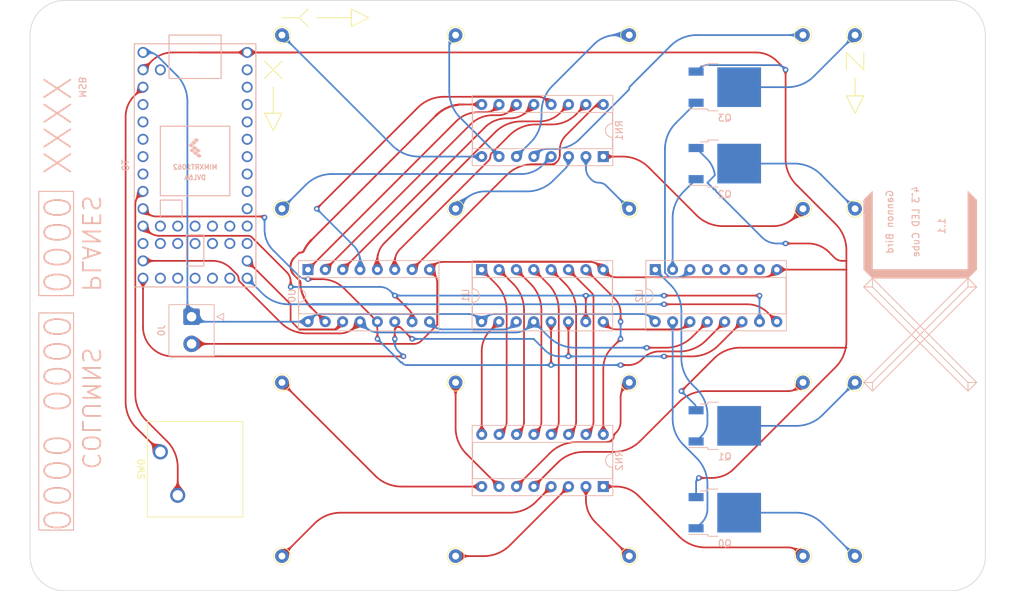
<source format=kicad_pcb>
(kicad_pcb (version 20211014) (generator pcbnew)
  (layers (0 "F.Cu" signal) (31 "B.Cu" signal) (34 "B.Paste" user) (35 "F.Paste" user) (36 "B.SilkS" user "B.Silkscreen") (37 "F.SilkS" user "F.Silkscreen") (38 "B.Mask" user) (39 "F.Mask" user) (44 "Edge.Cuts" user))
  (net 0 "")
  (net 1 "+5V")
  (net 2 "GND")
  (net 3 "1")
  (net 4 "2")
  (net 5 "3")
  (net 6 "4")
  (net 7 "5")
  (net 8 "6")
  (net 9 "7")
  (net 10 "8")
  (net 11 "9")
  (net 12 "10")
  (net 13 "11")
  (net 14 "12")
  (net 15 "13")
  (net 16 "14")
  (net 17 "15")
  (net 18 "16")
  (net 19 "PLANE 1")
  (net 20 "PLANE 2")
  (net 21 "PLANE 3")
  (net 22 "PLANE 4")
  (net 23 "P_4 GATE")
  (net 24 "P_3 GATE")
  (net 25 "P_2 GATE")
  (net 26 "P_1 GATE")
  (net 27 "LED1")
  (net 28 "LED2")
  (net 29 "LED3")
  (net 30 "LED4")
  (net 31 "LED5")
  (net 32 "LED6")
  (net 33 "LED7")
  (net 34 "LED8")
  (net 35 "LED9")
  (net 36 "LED10")
  (net 37 "LED11")
  (net 38 "LED12")
  (net 39 "LED13")
  (net 40 "LED14")
  (net 41 "LED15")
  (net 42 "LED16")
  (net 43 "3.3V")
  (net 44 "BUTTON")
  (net 56 "MOSI")
  (net 57 "MISO")
  (net 58 "SCK")
  (net 59 "OE")
  (net 60 "SRCLR")
  (net 61 "RCLK")
  (net 62 "Net-(U0-Pad9)")
  (net 63 "Net-(U1-Pad9)")
  (footprint "Connector_Pin:Pin_D1.0mm_L10.0mm" (layer "F.Cu") (at 138.43 88.9)
    (fp_text reference "J6" hide)
    (fp_text value "Conn_01x01")
  )
  (footprint "Connector_Pin:Pin_D1.0mm_L10.0mm" (layer "F.Cu") (at 189.23 88.9)
    (fp_text reference "J8" hide)
    (fp_text value "Conn_01x01")
  )
  (footprint "Connector_Pin:Pin_D1.0mm_L10.0mm" (layer "F.Cu") (at 163.83 63.5)
    (fp_text reference "J3" hide)
    (fp_text value "Conn_01x01")
  )
  (footprint "MountingHole:MountingHole_3.2mm_M3" (layer "F.Cu") (at 210.82 139.7)
    (fp_text reference "REF**" hide)
    (fp_text value "MountingHole_3.2mm_M3")
  )
  (footprint "Connector_Pin:Pin_D1.0mm_L10.0mm" (layer "F.Cu") (at 196.85 114.3)
    (fp_text reference "J19" hide)
    (fp_text value "Conn_01x01")
  )
  (footprint "Connector_Pin:Pin_D1.0mm_L10.0mm" (layer "F.Cu") (at 138.43 139.7)
    (fp_text reference "J14" hide)
    (fp_text value "Conn_01x01")
  )
  (footprint "Connector_Pin:Pin_D1.0mm_L10.0mm" (layer "F.Cu") (at 113.03 139.7)
    (fp_text reference "J13" hide)
    (fp_text value "Conn_01x01")
  )
  (footprint "Connector_Pin:Pin_D1.0mm_L10.0mm" (layer "F.Cu") (at 196.85 139.7)
    (fp_text reference "J20" hide)
    (fp_text value "Conn_01x01")
  )
  (footprint "MountingHole:MountingHole_3.2mm_M3" (layer "F.Cu") (at 81.28 63.5)
    (fp_text reference "REF**" hide)
    (fp_text value "MountingHole_3.2mm_M3")
  )
  (footprint "Connector_Pin:Pin_D1.0mm_L10.0mm" (layer "F.Cu") (at 138.43 63.5)
    (fp_text reference "J2" hide)
    (fp_text value "Conn_01x01")
  )
  (footprint "Connector_Pin:Pin_D1.0mm_L10.0mm" (layer "F.Cu") (at 163.83 88.9)
    (fp_text reference "J7" hide)
    (fp_text value "Conn_01x01")
  )
  (footprint "Connector_Pin:Pin_D1.0mm_L10.0mm" (layer "F.Cu") (at 189.23 114.3)
    (fp_text reference "J12" hide)
    (fp_text value "Conn_01x01")
  )
  (footprint "Connector_Pin:Pin_D1.0mm_L10.0mm" (layer "F.Cu") (at 189.23 139.7)
    (fp_text reference "J16" hide)
    (fp_text value "Conn_01x01")
  )
  (footprint "Connector_Pin:Pin_D1.0mm_L10.0mm" (layer "F.Cu") (at 163.83 114.3)
    (fp_text reference "J11" hide)
    (fp_text value "Conn_01x01")
  )
  (footprint "Connector_Pin:Pin_D1.0mm_L10.0mm" (layer "F.Cu") (at 163.83 139.7)
    (fp_text reference "J15" hide)
    (fp_text value "Conn_01x01")
  )
  (footprint "Connector_Pin:Pin_D1.0mm_L10.0mm" (layer "F.Cu") (at 196.85 63.5)
    (fp_text reference "J17" hide)
    (fp_text value "Conn_01x01")
  )
  (footprint "Connector_Pin:Pin_D1.0mm_L10.0mm" (layer "F.Cu") (at 196.85 88.9)
    (fp_text reference "J18" hide)
    (fp_text value "Conn_01x01")
  )
  (footprint "Connector_Pin:Pin_D1.0mm_L10.0mm" (layer "F.Cu") (at 113.03 63.5)
    (fp_text reference "J1" hide)
    (fp_text value "Conn_01x01")
  )
  (footprint "MountingHole:MountingHole_3.2mm_M3" (layer "F.Cu") (at 210.82 63.5)
    (fp_text reference "REF**" hide)
    (fp_text value "MountingHole_3.2mm_M3")
  )
  (footprint "Connector_Pin:Pin_D1.0mm_L10.0mm" (layer "F.Cu") (at 113.03 114.3)
    (fp_text reference "J9" hide)
    (fp_text value "Conn_01x01")
  )
  (footprint "Button_Switch_Keyboard:SW_Cherry_MX_1.00u_PCB" (layer "F.Cu") (at 95.25 124.46 90)
    (fp_text reference "SW0")
    (fp_text value "SW_SPST")
  )
  (footprint "MountingHole:MountingHole_3.2mm_M3" (layer "F.Cu") (at 81.28 139.7)
    (fp_text reference "REF**" hide)
    (fp_text value "MountingHole_3.2mm_M3")
  )
  (footprint "Connector_Pin:Pin_D1.0mm_L10.0mm" (layer "F.Cu") (at 138.43 114.3)
    (fp_text reference "J10" hide)
    (fp_text value "Conn_01x01")
  )
  (footprint "Connector_Pin:Pin_D1.0mm_L10.0mm" (layer "F.Cu") (at 113.03 88.9)
    (fp_text reference "J5" hide)
    (fp_text value "Conn_01x01")
  )
  (footprint "Connector_Pin:Pin_D1.0mm_L10.0mm" (layer "F.Cu") (at 189.23 63.5)
    (fp_text reference "J4" hide)
    (fp_text value "Conn_01x01")
  )
  (footprint "teensy_library-master:Teensy4.0" (layer "B.Cu") (at 100.33 82.55 -90)
    (fp_text reference "T0")
    (fp_text value "Teensey_4")
  )
  (footprint "Package_TO_SOT_SMD:TO-252-2" (layer "B.Cu") (at 177.8 71.12)
    (fp_text reference "Q3")
    (fp_text value "Q_NMOS_GDS")
  )
  (footprint "Package_DIP:DIP-16_W7.62mm_Socket" (layer "B.Cu") (at 167.63 97.8 -90)
    (fp_text reference "U2")
    (fp_text value "74AHCT595")
  )
  (footprint "Package_TO_SOT_SMD:TO-252-2" (layer "B.Cu") (at 177.8 120.65)
    (fp_text reference "Q1")
    (fp_text value "Q_NMOS_GDS")
  )
  (footprint "Package_DIP:DIP-16_W7.62mm_Socket" (layer "B.Cu") (at 160.03 129.53 90)
    (fp_text reference "RN2")
    (fp_text value "R_Pack08")
  )
  (footprint "Graphics:personal logo" (layer "B.Cu") (at 219.71 99.06 -90)
    (fp_text reference "REF**" hide)
    (fp_text value "personal logo")
  )
  (footprint "Package_DIP:DIP-16_W7.62mm_Socket" (layer "B.Cu") (at 160.03 81.27 90)
    (fp_text reference "RN1")
    (fp_text value "R_Pack08")
  )
  (footprint "Connector_TE-Connectivity:TE_826576-2_1x02_P3.96mm_Vertical" (layer "B.Cu") (at 99.8125 104.7 -90)
    (fp_text reference "J0")
    (fp_text value "Conn_01x02")
  )
  (footprint "Package_DIP:DIP-16_W7.62mm_Socket" (layer "B.Cu") (at 142.23 97.8 -90)
    (fp_text reference "U1")
    (fp_text value "74AHCT595")
  )
  (footprint "Package_TO_SOT_SMD:TO-252-2" (layer "B.Cu") (at 177.8 82.295)
    (fp_text reference "Q2")
    (fp_text value "Q_NMOS_GDS")
  )
  (footprint "Package_TO_SOT_SMD:TO-252-2" (layer "B.Cu") (at 177.8 133.35)
    (fp_text reference "Q0")
    (fp_text value "Q_NMOS_GDS")
  )
  (footprint "Package_DIP:DIP-16_W7.62mm_Socket" (layer "B.Cu") (at 116.83 97.8 -90)
    (fp_text reference "U0")
    (fp_text value "74AHCT595")
  )
  (gr_rect (start 82.55 86.36) (end 77.47 101.6) (layer "B.SilkS") (width 0.15) (fill none))
  (gr_rect (start 77.47 101.6) (end 82.55 101.6) (layer "B.SilkS") (width 0.15) (fill none))
  (gr_rect (start 77.47 135.89) (end 82.55 104.14) (layer "B.SilkS") (width 0.15) (fill none))
  (gr_line (start 114.3 60.96) (end 113.03 60.96) (layer "F.SilkS") (width 0.15))
  (gr_line (start 110.49 69.85) (end 113.03 67.31) (layer "F.SilkS") (width 0.15))
  (gr_line (start 123.19 59.69) (end 123.19 62.23) (layer "F.SilkS") (width 0.15))
  (gr_line (start 111.76 77.47) (end 110.49 74.93) (layer "F.SilkS") (width 0.15))
  (gr_line (start 196.85 74.93) (end 198.12 72.39) (layer "F.SilkS") (width 0.15))
  (gr_line (start 195.58 68.58) (end 195.58 66.04) (layer "F.SilkS") (width 0.15))
  (gr_line (start 196.85 69.85) (end 196.85 72.39) (layer "F.SilkS") (width 0.15))
  (gr_line (start 116.84 59.69) (end 115.57 60.96) (layer "F.SilkS") (width 0.15))
  (gr_line (start 196.85 74.93) (end 195.58 72.39) (layer "F.SilkS") (width 0.15))
  (gr_line (start 196.85 72.39) (end 198.12 72.39) (layer "F.SilkS") (width 0.15))
  (gr_line (start 125.73 60.96) (end 123.19 62.23) (layer "F.SilkS") (width 0.15))
  (gr_line (start 110.49 67.31) (end 113.03 69.85) (layer "F.SilkS") (width 0.15))
  (gr_line (start 110.49 74.93) (end 113.03 74.93) (layer "F.SilkS") (width 0.15))
  (gr_line (start 111.76 71.12) (end 111.76 74.93) (layer "F.SilkS") (width 0.15))
  (gr_line (start 123.19 59.69) (end 125.73 60.96) (layer "F.SilkS") (width 0.15))
  (gr_line (start 111.76 77.47) (end 113.03 74.93) (layer "F.SilkS") (width 0.15))
  (gr_line (start 111.76 74.93) (end 110.49 74.93) (layer "F.SilkS") (width 0.15))
  (gr_line (start 198.12 68.58) (end 198.12 66.04) (layer "F.SilkS") (width 0.15))
  (gr_line (start 118.11 60.96) (end 123.19 60.96) (layer "F.SilkS") (width 0.15))
  (gr_line (start 123.19 60.96) (end 123.19 59.69) (layer "F.SilkS") (width 0.15))
  (gr_line (start 115.57 60.96) (end 116.84 62.23) (layer "F.SilkS") (width 0.15))
  (gr_line (start 195.58 66.04) (end 198.12 68.58) (layer "F.SilkS") (width 0.15))
  (gr_line (start 198.12 72.39) (end 195.58 72.39) (layer "F.SilkS") (width 0.15))
  (gr_line (start 114.3 60.96) (end 115.57 60.96) (layer "F.SilkS") (width 0.15))
  (gr_line (start 210.82 144.78) (end 81.28 144.78) (layer "Edge.Cuts") (width 0.1))
  (gr_line (start 81.28 58.42) (end 210.82 58.42) (layer "Edge.Cuts") (width 0.1))
  (gr_arc (start 76.2 63.5) (mid 77.687898 59.907898) (end 81.28 58.42) (layer "Edge.Cuts") (width 0.1))
  (gr_arc (start 215.9 139.7) (mid 214.412102 143.292102) (end 210.82 144.78) (layer "Edge.Cuts") (width 0.1))
  (gr_arc (start 210.82 58.42) (mid 214.412102 59.907898) (end 215.9 63.5) (layer "Edge.Cuts") (width 0.1))
  (gr_line (start 215.9 63.5) (end 215.9 139.7) (layer "Edge.Cuts") (width 0.1))
  (gr_arc (start 81.28 144.78) (mid 77.687898 143.292102) (end 76.2 139.7) (layer "Edge.Cuts") (width 0.1))
  (gr_line (start 76.2 139.7) (end 76.2 63.5) (layer "Edge.Cuts") (width 0.1))
  (gr_text "MSB\n" (at 83.82 71.12 270) (layer "B.SilkS") (effects (font (size 1 1)) (justify mirror)))
  (gr_text "PLANES" (at 85.09 93.98 270) (layer "B.SilkS") (effects (font (size 2.54 2.54) (thickness 0.254)) (justify mirror)))
  (gr_text "0000 0000 0000 XXXX" (at 80.01 102.87 270) (layer "B.SilkS") (effects (font (size 3.81 3.81) (thickness 0.254)) (justify mirror)))
  (gr_text "COLUMNS" (at 85.09 118.11 270) (layer "B.SilkS") (effects (font (size 2.54 2.54) (thickness 0.254)) (justify mirror)))
  (segment (start 100.074346 104.961846) (end 100.074457 104.961957) (width 0.25) (layer "B.Cu") (net 1))
  (segment (start 100.137048 105.024548) (end 100.137104 105.024604) (width 0.25) (layer "B.Cu") (net 1))
  (segment (start 100.083615 104.971115) (end 100.083504 104.971004) (width 0.25) (layer "B.Cu") (net 1))
  (segment (start 100.060444 104.947944) (end 100.060555 104.948055) (width 0.25) (layer "B.Cu") (net 1))
  (segment (start 100.084828 104.972328) (end 100.084938 104.972438) (width 0.25) (layer "B.Cu") (net 1))
  (segment (start 100.068168 104.955668) (end 100.068057 104.955557) (width 0.25) (layer "B.Cu") (net 1))
  (segment (start 100.095974 104.983474) (end 100.096084 104.983584) (width 0.25) (layer "B.Cu") (net 1))
  (segment (start 100.151117 105.038617) (end 100.151172 105.038672) (width 0.25) (layer "B.Cu") (net 1))
  (segment (start 100.095863 104.983363) (end 100.095974 104.983474) (width 0.25) (layer "B.Cu") (net 1))
  (segment (start 100.113628 105.001128) (end 100.113738 105.001238) (width 0.25) (layer "B.Cu") (net 1))
  (segment (start 100.143725 105.031225) (end 100.14367 105.03117) (width 0.25) (layer "B.Cu") (net 1))
  (segment (start 100.071147 104.958647) (end 100.071258 104.958758) (width 0.25) (layer "B.Cu") (net 1))
  (segment (start 100.156415 105.043915) (end 100.15647 105.04397) (width 0.25) (layer "B.Cu") (net 1))
  (segment (start 100.135339 105.022839) (end 100.135394 105.022894) (width 0.25) (layer "B.Cu") (net 1))
  (segment (start 100.157296 105.044796) (end 100.157351 105.044851) (width 0.25) (layer "B.Cu") (net 1))
  (segment (start 100.110427 104.997927) (end 100.110538 104.998038) (width 0.25) (layer "B.Cu") (net 1))
  (segment (start 100.149904 105.037404) (end 100.149959 105.037459) (width 0.25) (layer "B.Cu") (net 1))
  (segment (start 100.096745 104.984245) (end 100.096856 104.984356) (width 0.25) (layer "B.Cu") (net 1))
  (segment (start 100.14869 105.03619) (end 100.148745 105.036245) (width 0.25) (layer "B.Cu") (net 1))
  (segment (start 100.106456 104.993956) (end 100.106567 104.994067) (width 0.25) (layer "B.Cu") (net 1))
  (segment (start 100.147256 105.034756) (end 100.147311 105.034811) (width 0.25) (layer "B.Cu") (net 1))
  (segment (start 100.133352 105.020852) (end 100.133407 105.020907) (width 0.25) (layer "B.Cu") (net 1))
  (segment (start 100.134732 105.022232) (end 100.134788 105.022288) (width 0.25) (layer "B.Cu") (net 1))
  (segment (start 100.144498 105.031998) (end 100.144553 105.032053) (width 0.25) (layer "B.Cu") (net 1))
  (segment (start 100.149683 105.037183) (end 100.149628 105.037128) (width 0.25) (layer "B.Cu") (net 1))
  (segment (start 100.087035 104.974535) (end 100.087146 104.974646) (width 0.25) (layer "B.Cu") (net 1))
  (segment (start 100.092333 104.979833) (end 100.092444 104.979944) (width 0.25) (layer "B.Cu") (net 1))
  (segment (start 100.096084 104.983584) (end 100.096194 104.983694) (width 0.25) (layer "B.Cu") (net 1))
  (segment (start 100.13909 105.02659) (end 100.139145 105.026645) (width 0.25) (layer "B.Cu") (net 1))
  (segment (start 100.077657 104.965157) (end 100.077767 104.965267) (width 0.25) (layer "B.Cu") (net 1))
  (segment (start 100.081628 104.969128) (end 100.081739 104.969239) (width 0.25) (layer "B.Cu") (net 1))
  (segment (start 100.090125 104.977625) (end 100.090235 104.977735) (width 0.25) (layer "B.Cu") (net 1))
  (segment (start 100.132579 105.020079) (end 100.132524 105.020024) (width 0.25) (layer "B.Cu") (net 1))
  (segment (start 100.095091 104.982591) (end 100.09498 104.98248) (width 0.25) (layer "B.Cu") (net 1))
  (segment (start 100.103256 104.990756) (end 100.103146 104.990646) (width 0.25) (layer "B.Cu") (net 1))
  (segment (start 100.152221 105.039721) (end 100.152166 105.039666) (width 0.25) (layer "B.Cu") (net 1))
  (segment (start 100.138374 105.025874) (end 100.138429 105.025929) (width 0.25) (layer "B.Cu") (net 1))
  (segment (start 100.076001 104.963501) (end 100.076111 104.963611) (width 0.25) (layer "B.Cu") (net 1))
  (segment (start 100.09465 104.98215) (end 100.094539 104.982039) (width 0.25) (layer "B.Cu") (net 1))
  (segment (start 100.143448 105.030948) (end 100.143504 105.031004) (width 0.25) (layer "B.Cu") (net 1))
  (segment (start 100.061878 104.949378) (end 100.061988 104.949488) (width 0.25) (layer "B.Cu") (net 1))
  (segment (start 100.154428 105.041928) (end 100.154483 105.041983) (width 0.25) (layer "B.Cu") (net 1))
  (segment (start 100.157021 105.044521) (end 100.157076 105.044576) (width 0.25) (layer "B.Cu") (net 1))
  (segment (start 100.077215 104.964715) (end 100.077326 104.964826) (width 0.25) (layer "B.Cu") (net 1))
  (segment (start 100.134677 105.022177) (end 100.134732 105.022232) (width 0.25) (layer "B.Cu") (net 1))
  (segment (start 100.13876 105.02626) (end 100.138815 105.026315) (width 0.25) (layer "B.Cu") (net 1))
  (segment (start 100.091118 104.978618) (end 100.091008 104.978508) (width 0.25) (layer "B.Cu") (net 1))
  (segment (start 100.062431 104.949931) (end 100.062541 104.950041) (width 0.25) (layer "B.Cu") (net 1))
  (segment (start 100.061327 104.948827) (end 100.061217 104.948717) (width 0.25) (layer "B.Cu") (net 1))
  (segment (start 100.130539 105.018039) (end 100.130594 105.018094) (width 0.25) (layer "B.Cu") (net 1))
  (segment (start 100.094429 104.981929) (end 100.094539 104.982039) (width 0.25) (layer "B.Cu") (net 1))
  (segment (start 100.100607 104.988107) (end 100.100497 104.987997) (width 0.25) (layer "B.Cu") (net 1))
  (segment (start 100.063754 104.951254) (end 100.063865 104.951365) (width 0.25) (layer "B.Cu") (net 1))
  (segment (start 100.107449 104.994949) (end 100.107338 104.994838) (width 0.25) (layer "B.Cu") (net 1))
  (segment (start 100.151338 105.038838) (end 100.151283 105.038783) (width 0.25) (layer "B.Cu") (net 1))
  (segment (start 100.133462 105.020962) (end 100.133517 105.021017) (width 0.25) (layer "B.Cu") (net 1))
  (segment (start 100.083835 104.971335) (end 100.083945 104.971445) (width 0.25) (layer "B.Cu") (net 1))
  (segment (start 100.13738 105.02488) (end 100.137436 105.024936) (width 0.25) (layer "B.Cu") (net 1))
  (segment (start 100.069492 104.956992) (end 100.069381 104.956881) (width 0.25) (layer "B.Cu") (net 1))
  (segment (start 100.15167 105.03917) (end 100.151725 105.039225) (width 0.25) (layer "B.Cu") (net 1))
  (segment (start 100.155035 105.042535) (end 100.155091 105.042591) (width 0.25) (layer "B.Cu") (net 1))
  (segment (start 100.087366 104.974866) (end 100.087476 104.974976) (width 0.25) (layer "B.Cu") (net 1))
  (segment (start 100.148029 105.035529) (end 100.147973 105.035473) (width 0.25) (layer "B.Cu") (net 1))
  (segment (start 100.063975 104.951475) (end 100.064086 104.951586) (width 0.25) (layer "B.Cu") (net 1))
  (segment (start 100.098622 104.986122) (end 100.098732 104.986232) (width 0.25) (layer "B.Cu") (net 1))
  (segment (start 100.130869 105.018369) (end 100.130925 105.018425) (width 0.25) (layer "B.Cu") (net 1))
  (segment (start 100.098842 104.986342) (end 100.098952 104.986452) (width 0.25) (layer "B.Cu") (net 1))
  (segment (start 100.140635 105.028135) (end 100.14069 105.02819) (width 0.25) (layer "B.Cu") (net 1))
  (segment (start 100.150897 105.038397) (end 100.150952 105.038452) (width 0.25) (layer "B.Cu") (net 1))
  (segment (start 100.114289 105.001789) (end 100.114179 105.001679) (width 0.25) (layer "B.Cu") (net 1))
  (segment (start 100.093877 104.981377) (end 100.093987 104.981487) (width 0.25) (layer "B.Cu") (net 1))
  (segment (start 100.067064 104.954564) (end 100.067174 104.954674) (width 0.25) (layer "B.Cu") (net 1))
  (segment (start 100.096415 104.983915) (end 100.096525 104.984025) (width 0.25) (layer "B.Cu") (net 1))
  (segment (start 100.145822 105.033322) (end 100.145766 105.033266) (width 0.25) (layer "B.Cu") (net 1))
  (segment (start 100.143227 105.030727) (end 100.143283 105.030783) (width 0.25) (layer "B.Cu") (net 1))
  (segment (start 100.070705 104.958205) (end 100.070815 104.958315) (width 0.25) (layer "B.Cu") (net 1))
  (segment (start 100.154593 105.042093) (end 100.154648 105.042148) (width 0.25) (layer "B.Cu") (net 1))
  (segment (start 100.154318 105.041818) (end 100.154373 105.041873) (width 0.25) (layer "B.Cu") (net 1))
  (segment (start 100.098952 104.986452) (end 100.099062 104.986562) (width 0.25) (layer "B.Cu") (net 1))
  (segment (start 100.060113 104.947613) (end 100.060223 104.947723) (width 0.25) (layer "B.Cu") (net 1))
  (segment (start 100.060886 104.948386) (end 100.060776 104.948276) (width 0.25) (layer "B.Cu") (net 1))
  (segment (start 100.136938 105.024438) (end 100.136993 105.024493) (width 0.25) (layer "B.Cu") (net 1))
  (segment (start 100.109986 104.997486) (end 100.110097 104.997597) (width 0.25) (layer "B.Cu") (net 1))
  (segment (start 100.141573 105.029073) (end 100.141628 105.029128) (width 0.25) (layer "B.Cu") (net 1))
  (segment (start 100.131477 105.018977) (end 100.131532 105.019032) (width 0.25) (layer "B.Cu") (net 1))
  (segment (start 100.070595 104.958095) (end 100.070705 104.958205) (width 0.25) (layer "B.Cu") (net 1))
  (segment (start 100.100166 104.987666) (end 100.100276 104.987776) (width 0.25) (layer "B.Cu") (net 1))
  (segment (start 100.153655 105.041155) (end 100.15371 105.04121) (width 0.25) (layer "B.Cu") (net 1))
  (segment (start 100.063092 104.950592) (end 100.063203 104.950703) (width 0.25) (layer "B.Cu") (net 1))
  (segment (start 100.142291 105.029791) (end 100.142346 105.029846) (width 0.25) (layer "B.Cu") (net 1))
  (segment (start 100.106567 104.994067) (end 100.106677 104.994177) (width 0.25) (layer "B.Cu") (net 1))
  (segment (start 100.14411 105.03161) (end 100.144166 105.031666) (width 0.25) (layer "B.Cu") (net 1))
  (segment (start 100.148912 105.036412) (end 100.148856 105.036356) (width 0.25) (layer "B.Cu") (net 1))
  (segment (start 100.1408 105.0283) (end 100.140856 105.028356) (width 0.25) (layer "B.Cu") (net 1))
  (segment (start 100.071588 104.959088) (end 100.071699 104.959199) (width 0.25) (layer "B.Cu") (net 1))
  (segment (start 100.150289 105.037789) (end 100.150345 105.037845) (width 0.25) (layer "B.Cu") (net 1))
  (segment (start 100.157462 105.044962) (end 100.157517 105.045017) (width 0.25) (layer "B.Cu") (net 1))
  (segment (start 100.130207 105.017707) (end 100.130263 105.017763) (width 0.25) (layer "B.Cu") (net 1))
  (segment (start 100.143007 105.030507) (end 100.143062 105.030562) (width 0.25) (layer "B.Cu") (net 1))
  (segment (start 100.061107 104.948607) (end 100.061217 104.948717) (width 0.25) (layer "B.Cu") (net 1))
  (segment (start 100.060886 104.948386) (end 100.060996 104.948496) (width 0.25) (layer "B.Cu") (net 1))
  (segment (start 100.11451 105.00201) (end 100.11462 105.00212) (width 0.25) (layer "B.Cu") (net 1))
  (segment (start 100.145491 105.032991) (end 100.145546 105.033046) (width 0.25) (layer "B.Cu") (net 1))
  (segment (start 100.156084 105.043584) (end 100.156139 105.043639) (width 0.25) (layer "B.Cu") (net 1))
  (segment (start 100.107889 104.995389) (end 100.108 104.9955) (width 0.25) (layer "B.Cu") (net 1))
  (segment (start 100.06563 104.95313) (end 100.06574 104.95324) (width 0.25) (layer "B.Cu") (net 1))
  (segment (start 100.074789 104.962289) (end 100.074899 104.962399) (width 0.25) (layer "B.Cu") (net 1))
  (segment (start 100.074567 104.962067) (end 100.074457 104.961957) (width 0.25) (layer "B.Cu") (net 1))
  (segment (start 100.139421 105.026921) (end 100.139476 105.026976) (width 0.25) (layer "B.Cu") (net 1))
  (segment (start 100.086263 104.973763) (end 100.086373 104.973873) (width 0.25) (layer "B.Cu") (net 1))
  (segment (start 100.107118 104.994618) (end 100.107228 104.994728) (width 0.25) (layer "B.Cu") (net 1))
  (segment (start 100.107779 104.995279) (end 100.107889 104.995389) (width 0.25) (layer "B.Cu") (net 1))
  (segment (start 100.073243 104.960743) (end 100.073133 104.960633) (width 0.25) (layer "B.Cu") (net 1))
  (segment (start 100.131918 105.019418) (end 100.131973 105.019473) (width 0.25) (layer "B.Cu") (net 1))
  (segment (start 100.07545 104.96295) (end 100.07534 104.96284) (width 0.25) (layer "B.Cu") (net 1))
  (segment (start 100.146593 105.034093) (end 100.146648 105.034148) (width 0.25) (layer "B.Cu") (net 1))
  (segment (start 100.133077 105.020577) (end 100.133132 105.020632) (width 0.25) (layer "B.Cu") (net 1))
  (segment (start 100.154428 105.041928) (end 100.154373 105.041873) (width 0.25) (layer "B.Cu") (net 1))
  (segment (start 100.108332 104.995832) (end 100.108221 104.995721) (width 0.25) (layer "B.Cu") (net 1))
  (segment (start 100.113406 105.000906) (end 100.113296 105.000796) (width 0.25) (layer "B.Cu") (net 1))
  (segment (start 100.138152 105.025652) (end 100.138208 105.025708) (width 0.25) (layer "B.Cu") (net 1))
  (segment (start 100.139862 105.027362) (end 100.139917 105.027417) (width 0.25) (layer "B.Cu") (net 1))
  (segment (start 100.07258 104.96008) (end 100.072691 104.960191) (width 0.25) (layer "B.Cu") (net 1))
  (segment (start 100.095311 104.982811) (end 100.095201 104.982701) (width 0.25) (layer "B.Cu") (net 1))
  (segment (start 100.133794 105.021294) (end 100.133738 105.021238) (width 0.25) (layer "B.Cu") (net 1))
  (segment (start 100.133905 105.021405) (end 100.13396 105.02146) (width 0.25) (layer "B.Cu") (net 1))
  (segment (start 100.137656 105.025156) (end 100.137711 105.025211) (width 0.25) (layer "B.Cu") (net 1))
  (segment (start 100.137876 105.025376) (end 100.137931 105.025431) (width 0.25) (layer "B.Cu") (net 1))
  (segment (start 100.096415 104.983915) (end 100.096304 104.983804) (width 0.25) (layer "B.Cu") (net 1))
  (segment (start 100.137436 105.024936) (end 100.137491 105.024991) (width 0.25) (layer "B.Cu") (net 1))
  (segment (start 100.10149 104.98899) (end 100.1016 104.9891) (width 0.25) (layer "B.Cu") (net 1))
  (segment (start 100.082511 104.970011) (end 100.082621 104.970121) (width 0.25) (layer "B.Cu") (net 1))
  (segment (start 100.070595 104.958095) (end 100.070485 104.957985) (width 0.25) (layer "B.Cu") (net 1))
  (segment (start 100.152055 105.039555) (end 100.152111 105.039611) (width 0.25) (layer "B.Cu") (net 1))
  (segment (start 100.133849 105.021349) (end 100.133905 105.021405) (width 0.25) (layer "B.Cu") (net 1))
  (segment (start 100.136331 105.023831) (end 100.136276 105.023776) (width 0.25) (layer "B.Cu") (net 1))
  (segment (start 100.146758 105.034258) (end 100.146814 105.034314) (width 0.25) (layer "B.Cu") (net 1))
  (segment (start 100.107008 104.994508) (end 100.107118 104.994618) (width 0.25) (layer "B.Cu") (net 1))
  (segment (start 100.15658 105.04408) (end 100.156635 105.044135) (width 0.25) (layer "B.Cu") (net 1))
  (segment (start 100.147862 105.035362) (end 100.147918 105.035418) (width 0.25) (layer "B.Cu") (net 1))
  (segment (start 100.076443 104.963943) (end 100.076554 104.964054) (width 0.25) (layer "B.Cu") (net 1))
  (segment (start 100.150566 105.038066) (end 100.15051 105.03801) (width 0.25) (layer "B.Cu") (net 1))
  (segment (start 100.070153 104.957653) (end 100.070264 104.957764) (width 0.25) (layer "B.Cu") (net 1))
  (segment (start 100.066403 104.953903) (end 100.066292 104.953792) (width 0.25) (layer "B.Cu") (net 1))
  (segment (start 100.149408 105.036908) (end 100.149463 105.036963) (width 0.25) (layer "B.Cu") (net 1))
  (segment (start 100.100387 104.987887) (end 100.100497 104.987997) (width 0.25) (layer "B.Cu") (net 1))
  (segment (start 100.140579 105.028079) (end 100.140635 105.028135) (width 0.25) (layer "B.Cu") (net 1))
  (segment (start 100.060003 104.947503) (end 100.060113 104.947613) (width 0.25) (layer "B.Cu") (net 1))
  (segment (start 100.07247 104.95997) (end 100.07258 104.96008) (width 0.25) (layer "B.Cu") (net 1))
  (segment (start 100.156966 105.044466) (end 100.156911 105.044411) (width 0.25) (layer "B.Cu") (net 1))
  (segment (start 100.093326 104.980826) (end 100.093436 104.980936) (width 0.25) (layer "B.Cu") (net 1))
  (segment (start 100.103697 104.991197) (end 100.103587 104.991087) (width 0.25) (layer "B.Cu") (net 1))
  (segment (start 100.140524 105.028024) (end 100.140469 105.027969) (width 0.25) (layer "B.Cu") (net 1))
  (segment (start 100.131257 105.018757) (end 100.131201 105.018701) (width 0.25) (layer "B.Cu") (net 1))
  (segment (start 100.148084 105.035584) (end 100.148139 105.035639) (width 0.25) (layer "B.Cu") (net 1))
  (segment (start 100.097296 104.984796) (end 100.097407 104.984907) (width 0.25) (layer "B.Cu") (net 1))
  (segment (start 100.066623 104.954123) (end 100.066733 104.954233) (width 0.25) (layer "B.Cu") (net 1))
  (segment (start 100.070815 104.958315) (end 100.070926 104.958426) (width 0.25) (layer "B.Cu") (net 1))
  (segment (start 100.142732 105.030232) (end 100.142787 105.030287) (width 0.25) (layer "B.Cu") (net 1))
  (segment (start 100.132139 105.019639) (end 100.132194 105.019694) (width 0.25) (layer "B.Cu") (net 1))
  (segment (start 100.098842 104.986342) (end 100.098732 104.986232) (width 0.25) (layer "B.Cu") (net 1))
  (segment (start 100.152553 105.040053) (end 100.152608 105.040108) (width 0.25) (layer "B.Cu") (net 1))
  (segment (start 100.1536 105.0411) (end 100.153655 105.041155) (width 0.25) (layer "B.Cu") (net 1))
  (segment (start 100.132414 105.019914) (end 100.132469 105.019969) (width 0.25) (layer "B.Cu") (net 1))
  (segment (start 100.101931 104.989431) (end 100.101821 104.989321) (width 0.25) (layer "B.Cu") (net 1))
  (segment (start 100.13611 105.02361) (end 100.136165 105.023665) (width 0.25) (layer "B.Cu") (net 1))
  (segment (start 100.146483 105.033983) (end 100.146538 105.034038) (width 0.25) (layer "B.Cu") (net 1))
  (segment (start 100.136993 105.024493) (end 100.137048 105.024548) (width 0.25) (layer "B.Cu") (net 1))
  (segment (start 100.091561 104.979061) (end 100.091671 104.979171) (width 0.25) (layer "B.Cu") (net 1))
  (segment (start 100.095752 104.983252) (end 100.095642 104.983142) (width 0.25) (layer "B.Cu") (net 1))
  (segment (start 100.151449 105.038949) (end 100.151504 105.039004) (width 0.25) (layer "B.Cu") (net 1))
  (segment (start 100.146703 105.034203) (end 100.146648 105.034148) (width 0.25) (layer "B.Cu") (net 1))
  (segment (start 100.069822 104.957322) (end 100.069932 104.957432) (width 0.25) (layer "B.Cu") (net 1))
  (segment (start 100.111419 104.998919) (end 100.11153 104.99903) (width 0.25) (layer "B.Cu") (net 1))
  (segment (start 100.080085 104.967585) (end 100.080195 104.967695) (width 0.25) (layer "B.Cu") (net 1))
  (segment (start 100.112523 105.000023) (end 100.112634 105.000134) (width 0.25) (layer "B.Cu") (net 1))
  (segment (start 100.113848 105.001348) (end 100.113958 105.001458) (width 0.25) (layer "B.Cu") (net 1))
  (segment (start 100.148801 105.036301) (end 100.148856 105.036356) (width 0.25) (layer "B.Cu") (net 1))
  (segment (start 100.115061 105.002561) (end 100.115171 105.002671) (width 0.25) (layer "B.Cu") (net 1))
  (segment (start 100.152828 105.040328) (end 100.152884 105.040384) (width 0.25) (layer "B.Cu") (net 1))
  (segment (start 100.157407 105.044907) (end 100.157351 105.044851) (width 0.25) (layer "B.Cu") (net 1))
  (segment (start 100.086042 104.973542) (end 100.086152 104.973652) (width 0.25) (layer "B.Cu") (net 1))
  (segment (start 100.079202 104.966702) (end 100.079091 104.966591) (width 0.25) (layer "B.Cu") (net 1))
  (segment (start 100.059561 104.947061) (end 99.508994 104.396494) (width 0.25) (layer "B.Cu") (net 1))
  (segment (start 100.079642 104.967142) (end 100.079532 104.967032) (width 0.25) (layer "B.Cu") (net 1))
  (segment (start 100.140084 105.027584) (end 100.140139 105.027639) (width 0.25) (layer "B.Cu") (net 1))
  (segment (start 100.148745 105.036245) (end 100.148801 105.036301) (width 0.25) (layer "B.Cu") (net 1))
  (segment (start 100.135229 105.022729) (end 100.135284 105.022784) (width 0.25) (layer "B.Cu") (net 1))
  (segment (start 100.112634 105.000134) (end 100.112745 105.000245) (width 0.25) (layer "B.Cu") (net 1))
  (segment (start 100.080195 104.967695) (end 100.080305 104.967805) (width 0.25) (layer "B.Cu") (net 1))
  (segment (start 100.13567 105.02317) (end 100.135725 105.023225) (width 0.25) (layer "B.Cu") (net 1))
  (segment (start 100.095091 104.982591) (end 100.095201 104.982701) (width 0.25) (layer "B.Cu") (net 1))
  (segment (start 100.147146 105.034646) (end 100.14709 105.03459) (width 0.25) (layer "B.Cu") (net 1))
  (segment (start 100.110868 104.998368) (end 100.110979 104.998479) (width 0.25) (layer "B.Cu") (net 1))
  (segment (start 100.154759 105.042259) (end 100.154814 105.042314) (width 0.25) (layer "B.Cu") (net 1))
  (segment (start 100.154483 105.041983) (end 100.154538 105.042038) (width 0.25) (layer "B.Cu") (net 1))
  (segment (start 100.113185 105.000685) (end 100.113296 105.000796) (width 0.25) (layer "B.Cu") (net 1))
  (segment (start 100.077767 104.965267) (end 100.077877 104.965377) (width 0.25) (layer "B.Cu") (net 1))
  (segment (start 100.097959 104.985459) (end 100.097849 104.985349) (width 0.25) (layer "B.Cu") (net 1))
  (segment (start 100.153214 105.040714) (end 100.153269 105.040769) (width 0.25) (layer "B.Cu") (net 1))
  (segment (start 100.136055 105.023555) (end 100.13611 105.02361) (width 0.25) (layer "B.Cu") (net 1))
  (segment (start 100.152221 105.039721) (end 100.152276 105.039776) (width 0.25) (layer "B.Cu") (net 1))
  (segment (start 100.071036 104.958536) (end 100.070926 104.958426) (width 0.25) (layer "B.Cu") (net 1))
  (segment (start 100.136883 105.024383) (end 100.136938 105.024438) (width 0.25) (layer "B.Cu") (net 1))
  (segment (start 100.133352 105.020852) (end 100.133297 105.020797) (width 0.25) (layer "B.Cu") (net 1))
  (segment (start 100.141242 105.028742) (end 100.141297 105.028797) (width 0.25) (layer "B.Cu") (net 1))
  (segment (start 100.144055 105.031555) (end 100.14411 105.03161) (width 0.25) (layer "B.Cu") (net 1))
  (segment (start 100.148635 105.036135) (end 100.14869 105.03619) (width 0.25) (layer "B.Cu") (net 1))
  (segment (start 100.141794 105.029294) (end 100.14185 105.02935) (width 0.25) (layer "B.Cu") (net 1))
  (segment (start 100.133573 105.021073) (end 100.133628 105.021128) (width 0.25) (layer "B.Cu") (net 1))
  (segment (start 100.146263 105.033763) (end 100.146318 105.033818) (width 0.25) (layer "B.Cu") (net 1))
  (segment (start 100.08825 104.97575) (end 100.08814 104.97564) (width 0.25) (layer "B.Cu") (net 1))
  (segment (start 100.140028 105.027528) (end 100.140084 105.027584) (width 0.25) (layer "B.Cu") (net 1))
  (segment (start 100.142401 105.029901) (end 100.142346 105.029846) (width 0.25) (layer "B.Cu") (net 1))
  (segment (start 100.070375 104.957875) (end 100.070485 104.957985) (width 0.25) (layer "B.Cu") (net 1))
  (segment (start 100.089795 104.977295) (end 100.089905 104.977405) (width 0.25) (layer "B.Cu") (net 1))
  (segment (start 100.157572 105.045072) (end 100.157628 105.045128) (width 0.25) (layer "B.Cu") (net 1))
  (segment (start 100.111199 104.998699) (end 100.111309 104.998809) (width 0.25) (layer "B.Cu") (net 1))
  (segment (start 100.155531 105.043031) (end 100.155586 105.043086) (width 0.25) (layer "B.Cu") (net 1))
  (segment (start 100.105021 104.992521) (end 100.105131 104.992631) (width 0.25) (layer "B.Cu") (net 1))
  (segment (start 100.135614 105.023114) (end 100.13567 105.02317) (width 0.25) (layer "B.Cu") (net 1))
  (segment (start 100.139531 105.027031) (end 100.139586 105.027086) (width 0.25) (layer "B.Cu") (net 1))
  (segment (start 100.097517 104.985017) (end 100.097407 104.984907) (width 0.25) (layer "B.Cu") (net 1))
  (segment (start 100.142732 105.030232) (end 100.142676 105.030176) (width 0.25) (layer "B.Cu") (net 1))
  (segment (start 100.132028 105.019528) (end 100.131973 105.019473) (width 0.25) (layer "B.Cu") (net 1))
  (segment (start 100.152332 105.039832) (end 100.152387 105.039887) (width 0.25) (layer "B.Cu") (net 1))
  (segment (start 100.140524 105.028024) (end 100.140579 105.028079) (width 0.25) (layer "B.Cu") (net 1))
  (segment (start 100.139696 105.027196) (end 100.139752 105.027252) (width 0.25) (layer "B.Cu") (net 1))
  (segment (start 100.132966 105.020466) (end 100.133022 105.020522) (width 0.25) (layer "B.Cu") (net 1))
  (segment (start 100.068939 104.956439) (end 100.069049 104.956549) (width 0.25) (layer "B.Cu") (net 1))
  (segment (start 100.085601 104.973101) (end 100.085711 104.973211) (width 0.25) (layer "B.Cu") (net 1))
  (segment (start 100.084276 104.971776) (end 100.084166 104.971666) (width 0.25) (layer "B.Cu") (net 1))
  (segment (start 100.094209 104.981709) (end 100.094319 104.981819) (width 0.25) (layer "B.Cu") (net 1))
  (segment (start 100.07236 104.95986) (end 100.07225 104.95975) (width 0.25) (layer "B.Cu") (net 1))
  (segment (start 100.155366 105.042866) (end 100.155421 105.042921) (width 0.25) (layer "B.Cu") (net 1))
  (segment (start 100.141407 105.028907) (end 100.141352 105.028852) (width 0.25) (layer "B.Cu") (net 1))
  (segment (start 100.134898 105.022398) (end 100.134953 105.022453) (width 0.25) (layer "B.Cu") (net 1))
  (segment (start 100.133407 105.020907) (end 100.133462 105.020962) (width 0.25) (layer "B.Cu") (net 1))
  (segment (start 100.140856 105.028356) (end 100.140911 105.028411) (width 0.25) (layer "B.Cu") (net 1))
  (segment (start 99.205489 73.199152) (end 99.205489 103.663767) (width 0.25) (layer "B.Cu") (net 1))
  (segment (start 100.146152 105.033652) (end 100.146097 105.033597) (width 0.25) (layer "B.Cu") (net 1))
  (segment (start 100.131257 105.018757) (end 100.131312 105.018812) (width 0.25) (layer "B.Cu") (net 1))
  (segment (start 100.072029 104.959529) (end 100.07214 104.95964) (width 0.25) (layer "B.Cu") (net 1))
  (segment (start 100.137711 105.025211) (end 100.137766 105.025266) (width 0.25) (layer "B.Cu") (net 1))
  (segment (start 100.154869 105.042369) (end 100.154924 105.042424) (width 0.25) (layer "B.Cu") (net 1))
  (segment (start 100.0984 104.9859) (end 100.09829 104.98579) (width 0.25) (layer "B.Cu") (net 1))
  (segment (start 100.130484 105.017984) (end 100.130539 105.018039) (width 0.25) (layer "B.Cu") (net 1))
  (segment (start 100.110538 104.998038) (end 100.110648 104.998148) (width 0.25) (layer "B.Cu") (net 1))
  (segment (start 100.110317 104.997817) (end 100.110427 104.997927) (width 0.25) (layer "B.Cu") (net 1))
  (segment (start 100.090678 104.978178) (end 100.090788 104.978288) (width 0.25) (layer "B.Cu") (net 1))
  (segment (start 100.138429 105.025929) (end 100.138484 105.025984) (width 0.25) (layer "B.Cu") (net 1))
  (segment (start 100.062209 104.949709) (end 100.062099 104.949599) (width 0.25) (layer "B.Cu") (net 1))
  (segment (start 100.061988 104.949488) (end 100.062099 104.949599) (width 0.25) (layer "B.Cu") (net 1))
  (segment (start 100.102593 104.990093) (end 100.102704 104.990204) (width 0.25) (layer "B.Cu") (net 1))
  (segment (start 100.076332 104.963832) (end 100.076443 104.963943) (width 0.25) (layer "B.Cu") (net 1))
  (segment (start 100.091781 104.979281) (end 100.091891 104.979391) (width 0.25) (layer "B.Cu") (net 1))
  (segment (start 100.1016 104.9891) (end 100.10171 104.98921) (width 0.25) (layer "B.Cu") (net 1))
  (segment (start 100.076111 104.963611) (end 100.076222 104.963722) (width 0.25) (layer "B.Cu") (net 1))
  (segment (start 100.088691 104.976191) (end 100.088802 104.976302) (width 0.25) (layer "B.Cu") (net 1))
  (segment (start 100.115613 105.003113) (end 100.115723 105.003223) (width 0.25) (layer "B.Cu") (net 1))
  (segment (start 100.13109 105.01859) (end 100.131146 105.018646) (width 0.25) (layer "B.Cu") (net 1))
  (segment (start 100.106345 104.993845) (end 100.106456 104.993956) (width 0.25) (layer "B.Cu") (net 1))
  (segment (start 100.081187 104.968687) (end 100.081297 104.968797) (width 0.25) (layer "B.Cu") (net 1))
  (segment (start 100.091229 104.978729) (end 100.091339 104.978839) (width 0.25) (layer "B.Cu") (net 1))
  (segment (start 100.075119 104.962619) (end 100.07523 104.96273) (width 0.25) (layer "B.Cu") (net 1))
  (segment (start 100.108552 104.996052) (end 100.108442 104.995942) (width 0.25) (layer "B.Cu") (net 1))
  (segment (start 100.131532 105.019032) (end 100.131587 105.019087) (width 0.25) (layer "B.Cu") (net 1))
  (segment (start 100.139145 105.026645) (end 100.139201 105.026701) (width 0.25) (layer "B.Cu") (net 1))
  (segment (start 100.141462 105.028962) (end 100.141518 105.029018) (width 0.25) (layer "B.Cu") (net 1))
  (segment (start 100.136553 105.024053) (end 100.136608 105.024108) (width 0.25) (layer "B.Cu") (net 1))
  (segment (start 100.147311 105.034811) (end 100.147366 105.034866) (width 0.25) (layer "B.Cu") (net 1))
  (segment (start 100.100827 104.988327) (end 100.100938 104.988438) (width 0.25) (layer "B.Cu") (net 1))
  (segment (start 100.130925 105.018425) (end 100.13098 105.01848) (width 0.25) (layer "B.Cu") (net 1))
  (segment (start 100.150952 105.038452) (end 100.151007 105.038507) (width 0.25) (layer "B.Cu") (net 1))
  (segment (start 100.095531 104.983031) (end 100.095642 104.983142) (width 0.25) (layer "B.Cu") (net 1))
  (segment (start 100.145987 105.033487) (end 100.146042 105.033542) (width 0.25) (layer "B.Cu") (net 1))
  (segment (start 100.155256 105.042756) (end 100.155311 105.042811) (width 0.25) (layer "B.Cu") (net 1))
  (segment (start 100.113406 105.000906) (end 100.113517 105.001017) (width 0.25) (layer "B.Cu") (net 1))
  (segment (start 100.078209 104.965709) (end 100.07832 104.96582) (width 0.25) (layer "B.Cu") (net 1))
  (segment (start 100.105684 104.993184) (end 100.105794 104.993294) (width 0.25) (layer "B.Cu") (net 1))
  (segment (start 100.153986 105.041486) (end 100.154041 105.041541) (width 0.25) (layer "B.Cu") (net 1))
  (segment (start 100.135559 105.023059) (end 100.135504 105.023004) (width 0.25) (layer "B.Cu") (net 1))
  (segment (start 100.099835 104.987335) (end 100.099946 104.987446) (width 0.25) (layer "B.Cu") (net 1))
  (segment (start 100.082401 104.969901) (end 100.082511 104.970011) (width 0.25) (layer "B.Cu") (net 1))
  (segment (start 100.115393 105.002893) (end 100.115503 105.003003) (width 0.25) (layer "B.Cu") (net 1))
  (segment (start 100.132634 105.020134) (end 100.13269 105.02019) (width 0.25) (layer "B.Cu") (net 1))
  (segment (start 100.105684 104.993184) (end 100.105573 104.993073) (width 0.25) (layer "B.Cu") (net 1))
  (segment (start 100.130374 105.017874) (end 100.130318 105.017818) (width 0.25) (layer "B.Cu") (net 1))
  (segment (start 100.131698 105.019198) (end 100.131642 105.019142) (width 0.25) (layer "B.Cu") (net 1))
  (segment (start 100.153159 105.040659) (end 100.153214 105.040714) (width 0.25) (layer "B.Cu") (net 1))
  (segment (start 100.092885 104.980385) (end 100.092995 104.980495) (width 0.25) (layer "B.Cu") (net 1))
  (segment (start 100.143945 105.031445) (end 100.144 105.0315) (width 0.25) (layer "B.Cu") (net 1))
  (segment (start 100.13589 105.02339) (end 100.135835 105.023335) (width 0.25) (layer "B.Cu") (net 1))
  (segment (start 100.144166 105.031666) (end 100.144221 105.031721) (width 0.25) (layer "B.Cu") (net 1))
  (segment (start 100.135394 105.022894) (end 100.135449 105.022949) (width 0.25) (layer "B.Cu") (net 1))
  (segment (start 100.085159 104.972659) (end 100.085049 104.972549) (width 0.25) (layer "B.Cu") (net 1))
  (segment (start 100.157628 105.045128) (end 100.157683 105.045183) (width 0.25) (layer "B.Cu") (net 1))
  (segment (start 100.099062 104.986562) (end 100.099173 104.986673) (width 0.25) (layer "B.Cu") (net 1))
  (segment (start 100.132194 105.019694) (end 100.132249 105.019749) (width 0.25) (layer "B.Cu") (net 1))
  (segment (start 100.108332 104.995832) (end 100.108442 104.995942) (width 0.25) (layer "B.Cu") (net 1))
  (segment (start 100.145656 105.033156) (end 100.145711 105.033211) (width 0.25) (layer "B.Cu") (net 1))
  (segment (start 100.111199 104.998699) (end 100.111089 104.998589) (width 0.25) (layer "B.Cu") (net 1))
  (segment (start 100.136608 105.024108) (end 100.136663 105.024163) (width 0.25) (layer "B.Cu") (net 1))
  (segment (start 100.143559 105.031059) (end 100.143615 105.031115) (width 0.25) (layer "B.Cu") (net 1))
  (segment (start 100.142015 105.029515) (end 100.14207 105.02957) (width 0.25) (layer "B.Cu") (net 1))
  (segment (start 100.110317 104.997817) (end 100.110207 104.997707) (width 0.25) (layer "B.Cu") (net 1))
  (segment (start 100.11473 105.00223) (end 100.11484 105.00234) (width 0.25) (layer "B.Cu") (net 1))
  (segment (start 100.150621 105.038121) (end 100.150677 105.038177) (width 0.25) (layer "B.Cu") (net 1))
  (segment (start 100.071478 104.958978) (end 100.071368 104.958868) (width 0.25) (layer "B.Cu") (net 1))
  (segment (start 100.140194 105.027694) (end 100.140249 105.027749) (width 0.25) (layer "B.Cu") (net 1))
  (segment (start 100.07523 104.96273) (end 100.07534 104.96284) (width 0.25) (layer "B.Cu") (net 1))
  (segment (start 100.11164 104.99914) (end 100.11153 104.99903) (width 0.25) (layer "B.Cu") (net 1))
  (segment (start 100.115503 105.003003) (end 100.115613 105.003113) (width 0.25) (layer "B.Cu") (net 1))
  (segment (start 100.140359 105.027859) (end 100.140414 105.027914) (width 0.25) (layer "B.Cu") (net 1))
  (segment (start 100.105241 104.992741) (end 100.105131 104.992631) (width 0.25) (layer "B.Cu") (net 1))
  (segment (start 100.149849 105.037349) (end 100.149904 105.037404) (width 0.25) (layer "B.Cu") (net 1))
  (segment (start 100.086042 104.973542) (end 100.085932 104.973432) (width 0.25) (layer "B.Cu") (net 1))
  (segment (start 100.112523 105.000023) (end 100.112413 104.999913) (width 0.25) (layer "B.Cu") (net 1))
  (segment (start 100.157517 105.045017) (end 100.157572 105.045072) (width 0.25) (layer "B.Cu") (net 1))
  (segment (start 100.084718 104.972218) (end 100.084608 104.972108) (width 0.25) (layer "B.Cu") (net 1))
  (segment (start 100.133683 105.021183) (end 100.133738 105.021238) (width 0.25) (layer "B.Cu") (net 1))
  (segment (start 100.135559 105.023059) (end 100.135614 105.023114) (width 0.25) (layer "B.Cu") (net 1))
  (segment (start 100.149683 105.037183) (end 100.149738 105.037238) (width 0.25) (layer "B.Cu") (net 1))
  (segment (start 100.103036 104.990536) (end 100.103146 104.990646) (width 0.25) (layer "B.Cu") (net 1))
  (segment (start 100.068829 104.956329) (end 100.068939 104.956439) (width 0.25) (layer "B.Cu") (net 1))
  (segment (start 100.144276 105.031776) (end 100.144331 105.031831) (width 0.25) (layer "B.Cu") (net 1))
  (segment (start 100.064086 104.951586) (end 100.064197 104.951697) (width 0.25) (layer "B.Cu") (net 1))
  (segment (start 100.152111 105.039611) (end 100.152166 105.039666) (width 0.25) (layer "B.Cu") (net 1))
  (segment (start 100.059783 104.947283) (end 100.059893 104.947393) (width 0.25) (layer "B.Cu") (net 1))
  (segment (start 100.147752 105.035252) (end 100.147807 105.035307) (width 0.25) (layer "B.Cu") (net 1))
  (segment (start 100.076884 104.964384) (end 100.076994 104.964494) (width 0.25) (layer "B.Cu") (net 1))
  (segment (start 100.071478 104.958978) (end 100.071588 104.959088) (width 0.25) (layer "B.Cu") (net 1))
  (segment (start 100.134953 105.022453) (end 100.135008 105.022508) (width 0.25) (layer "B.Cu") (net 1))
  (segment (start 100.109214 104.996714) (end 100.109103 104.996603) (width 0.25) (layer "B.Cu") (net 1))
  (segment (start 100.068388 104.955888) (end 100.068498 104.955998) (width 0.25) (layer "B.Cu") (net 1))
  (segment (start 100.156966 105.044466) (end 100.157021 105.044521) (width 0.25) (layer "B.Cu") (net 1))
  (segment (start 100.157186 105.044686) (end 100.157241 105.044741) (width 0.25) (layer "B.Cu") (net 1))
  (segment (start 100.073023 104.960523) (end 100.073133 104.960633) (width 0.25) (layer "B.Cu") (net 1))
  (segment (start 100.095752 104.983252) (end 100.095863 104.983363) (width 0.25) (layer "B.Cu") (net 1))
  (segment (start 100.134125 105.021625) (end 100.13418 105.02168) (width 0.25) (layer "B.Cu") (net 1))
  (segment (start 100.147035 105.034535) (end 100.14709 105.03459) (width 0.25) (layer "B.Cu") (net 1))
  (segment (start 100.080967 104.968467) (end 100.080856 104.968356) (width 0.25) (layer "B.Cu") (net 1))
  (segment (start 100.132028 105.019528) (end 100.132083 105.019583) (width 0.25) (layer "B.Cu") (net 1))
  (segment (start 100.149132 105.036632) (end 100.149187 105.036687) (width 0.25) (layer "B.Cu") (net 1))
  (segment (start 100.071699 104.959199) (end 100.071809 104.959309) (width 0.25) (layer "B.Cu") (net 1))
  (segment (start 100.06574 104.95324) (end 100.065851 104.953351) (width 0.25) (layer "B.Cu") (net 1))
  (segment (start 100.090456 104.977956) (end 100.090567 104.978067) (width 0.25) (layer "B.Cu") (net 1))
  (segment (start 100.092001 104.979501) (end 100.091891 104.979391) (width 0.25) (layer "B.Cu") (net 1))
  (segment (start 100.087919 104.975419) (end 100.08803 104.97553) (width 0.25) (layer "B.Cu") (net 1))
  (segment (start 100.063534 104.951034) (end 100.063424 104.950924) (width 0.25) (layer "B.Cu") (net 1))
  (segment (start 100.145932 105.033432) (end 100.145987 105.033487) (width 0.25) (layer "B.Cu") (net 1))
  (segment (start 100.154759 105.042259) (end 100.154703 105.042203) (width 0.25) (layer "B.Cu") (net 1))
  (segment (start 97.611696 69.351396) (end 94.862555 66.602255) (width 0.25) (layer "B.Cu") (net 1))
  (segment (start 100.086703 104.974203) (end 100.086814 104.974314) (width 0.25) (layer "B.Cu") (net 1))
  (segment (start 100.145104 105.032604) (end 100.145159 105.032659) (width 0.25) (layer "B.Cu") (net 1))
  (segment (start 100.063092 104.950592) (end 100.062982 104.950482) (width 0.25) (layer "B.Cu") (net 1))
  (segment (start 100.140304 105.027804) (end 100.140359 105.027859) (width 0.25) (layer "B.Cu") (net 1))
  (segment (start 100.093546 104.981046) (end 100.093656 104.981156) (width 0.25) (layer "B.Cu") (net 1))
  (segment (start 100.100717 104.988217) (end 100.100827 104.988327) (width 0.25) (layer "B.Cu") (net 1))
  (segment (start 100.156635 105.044135) (end 100.15669 105.04419) (width 0.25) (layer "B.Cu") (net 1))
  (segment (start 100.087808 104.975308) (end 100.087919 104.975419) (width 0.25) (layer "B.Cu") (net 1))
  (segment (start 100.063314 104.950814) (end 100.063424 104.950924) (width 0.25) (layer "B.Cu") (net 1))
  (segment (start 100.152884 105.040384) (end 100.152939 105.040439) (width 0.25) (layer "B.Cu") (net 1))
  (segment (start 100.109875 104.997375) (end 100.109986 104.997486) (width 0.25) (layer "B.Cu") (net 1))
  (segment (start 100.068609 104.956109) (end 100.068719 104.956219) (width 0.25) (layer "B.Cu") (net 1))
  (segment (start 100.135008 105.022508) (end 100.135063 105.022563) (width 0.25) (layer "B.Cu") (net 1))
  (segment (start 100.145546 105.033046) (end 100.145601 105.033101) (width 0.25) (layer "B.Cu") (net 1))
  (segment (start 100.137214 105.024714) (end 100.137269 105.024769) (width 0.25) (layer "B.Cu") (net 1))
  (segment (start 100.089133 104.976633) (end 100.089023 104.976523) (width 0.25) (layer "B.Cu") (net 1))
  (segment (start 100.149794 105.037294) (end 100.149849 105.037349) (width 0.25) (layer "B.Cu") (net 1))
  (segment (start 100.145214 105.032714) (end 100.14527 105.03277) (width 0.25) (layer "B.Cu") (net 1))
  (segment (start 100.156856 105.044356) (end 100.156911 105.044411) (width 0.25) (layer "B.Cu") (net 1))
  (segment (start 100.065519 104.953019) (end 100.065409 104.952909) (width 0.25) (layer "B.Cu") (net 1))
  (segment (start 100.133794 105.021294) (end 100.133849 105.021349) (width 0.25) (layer "B.Cu") (net 1))
  (segment (start 100.113958 105.001458) (end 100.114069 105.001569) (width 0.25) (layer "B.Cu") (net 1))
  (segment (start 100.130152 105.017652) (end 100.115944 105.003444) (width 0.25) (layer "B.Cu") (net 1))
  (segment (start 100.151725 105.039225) (end 100.15178 105.03928) (width 0.25) (layer "B.Cu") (net 1))
  (segment (start 100.149463 105.036963) (end 100.149518 105.037018) (width 0.25) (layer "B.Cu") (net 1))
  (segment (start 100.099946 104.987446) (end 100.100056 104.987556) (width 0.25) (layer "B.Cu") (net 1))
  (segment (start 100.135118 105.022618) (end 100.135173 105.022673) (width 0.25) (layer "B.Cu") (net 1))
  (segment (start 100.139973 105.027473) (end 100.140028 105.027528) (width 0.25) (layer "B.Cu") (net 1))
  (segment (start 100.06927 104.95677) (end 100.069381 104.956881) (width 0.25) (layer "B.Cu") (net 1))
  (segment (start 100.133517 105.021017) (end 100.133573 105.021073) (width 0.25) (layer "B.Cu") (net 1))
  (segment (start 100.092222 104.979722) (end 100.092333 104.979833) (width 0.25) (layer "B.Cu") (net 1))
  (segment (start 100.147641 105.035141) (end 100.147697 105.035197) (width 0.25) (layer "B.Cu") (net 1))
  (segment (start 100.115171 105.002671) (end 100.115282 105.002782) (width 0.25) (layer "B.Cu") (net 1))
  (segment (start 100.136773 105.024273) (end 100.136828 105.024328) (width 0.25) (layer "B.Cu") (net 1))
  (segment (start 100.091118 104.978618) (end 100.091229 104.978729) (width 0.25) (layer "B.Cu") (net 1))
  (segment (start 100.10811 104.99561) (end 100.108221 104.995721) (width 0.25) (layer "B.Cu") (net 1))
  (segment (start 100.142842 105.030342) (end 100.142897 105.030397) (width 0.25) (layer "B.Cu") (net 1))
  (segment (start 100.107449 104.994949) (end 100.107559 104.995059) (width 0.25) (layer "B.Cu") (net 1))
  (segment (start 100.136 105.0235) (end 100.136055 105.023555) (width 0.25) (layer "B.Cu") (net 1))
  (segment (start 100.154538 105.042038) (end 100.154593 105.042093) (width 0.25) (layer "B.Cu") (net 1))
  (segment (start 100.134125 105.021625) (end 100.13407 105.02157) (width 0.25) (layer "B.Cu") (net 1))
  (segment (start 100.07236 104.95986) (end 100.07247 104.95997) (width 0.25) (layer "B.Cu") (net 1))
  (segment (start 100.074236 104.961736) (end 100.074346 104.961846) (width 0.25) (layer "B.Cu") (net 1))
  (segment (start 100.076774 104.964274) (end 100.076884 104.964384) (width 0.25) (layer "B.Cu") (net 1))
  (segment (start 100.08185 104.96935) (end 100.081739 104.969239) (width 0.25) (layer "B.Cu") (net 1))
  (segment (start 100.081518 104.969018) (end 100.081628 104.969128) (width 0.25) (layer "B.Cu") (net 1))
  (segment (start 100.103366 104.990866) (end 100.103477 104.990977) (width 0.25) (layer "B.Cu") (net 1))
  (segment (start 100.061768 104.949268) (end 100.061878 104.949378) (width 0.25) (layer "B.Cu") (net 1))
  (segment (start 100.136497 105.023997) (end 100.136553 105.024053) (width 0.25) (layer "B.Cu") (net 1))
  (segment (start 100.13269 105.02019) (end 100.132745 105.020245) (width 0.25) (layer "B.Cu") (net 1))
  (segment (start 100.150234 105.037734) (end 100.150289 105.037789) (width 0.25) (layer "B.Cu") (net 1))
  (segment (start 100.075781 104.963281) (end 100.075891 104.963391) (width 0.25) (layer "B.Cu") (net 1))
  (segment (start 100.155752 105.043252) (end 100.155807 105.043307) (width 0.25) (layer "B.Cu") (net 1))
  (segment (start 100.069712 104.957212) (end 100.069822 104.957322) (width 0.25) (layer "B.Cu") (net 1))
  (segment (start 100.066954 104.954454) (end 100.067064 104.954564) (width 0.25) (layer "B.Cu") (net 1))
  (segment (start 100.083172 104.970672) (end 100.083283 104.970783) (width 0.25) (layer "B.Cu") (net 1))
  (segment (start 100.151172 105.038672) (end 100.151228 105.038728) (width 0.25) (layer "B.Cu") (net 1))
  (segment (start 100.14858 105.03608) (end 100.148635 105.036135) (width 0.25) (layer "B.Cu") (net 1))
  (segment (start 100.092444 104.979944) (end 100.092554 104.980054) (width 0.25) (layer "B.Cu") (net 1))
  (segment (start 100.139311 105.026811) (end 100.139366 105.026866) (width 0.25) (layer "B.Cu") (net 1))
  (segment (start 100.10171 104.98921) (end 100.101821 104.989321) (width 0.25) (layer "B.Cu") (net 1))
  (segment (start 100.108 104.9955) (end 100.10811 104.99561) (width 0.25) (layer "B.Cu") (net 1))
  (segment (start 100.10127 104.98877) (end 100.10138 104.98888) (width 0.25) (layer "B.Cu") (net 1))
  (segment (start 100.143172 105.030672) (end 100.143117 105.030617) (width 0.25) (layer "B.Cu") (net 1))
  (segment (start 100.134456 105.021956) (end 100.134511 105.022011) (width 0.25) (layer "B.Cu") (net 1))
  (segment (start 100.132469 105.019969) (end 100.132524 105.020024) (width 0.25) (layer "B.Cu") (net 1))
  (segment (start 100.083835 104.971335) (end 100.083725 104.971225) (width 0.25) (layer "B.Cu") (net 1))
  (segment (start 100.081297 104.968797) (end 100.081407 104.968907) (width 0.25) (layer "B.Cu") (net 1))
  (segment (start 100.143172 105.030672) (end 100.143227 105.030727) (width 0.25) (layer "B.Cu") (net 1))
  (segment (start 100.105021 104.992521) (end 100.104911 104.992411) (width 0.25) (layer "B.Cu") (net 1))
  (segment (start 100.080305 104.967805) (end 100.080415 104.967915) (width 0.25) (layer "B.Cu") (net 1))
  (segment (start 100.107008 104.994508) (end 100.106897 104.994397) (width 0.25) (layer "B.Cu") (net 1))
  (segment (start 100.06916 104.95666) (end 100.06927 104.95677) (width 0.25) (layer "B.Cu") (net 1))
  (segment (start 100.077437 104.964937) (end 100.077326 104.964826) (width 0.25) (layer "B.Cu") (net 1))
  (segment (start 100.14196 105.02946) (end 100.142015 105.029515) (width 0.25) (layer "B.Cu") (net 1))
  (segment (start 100.150897 105.038397) (end 100.150842 105.038342) (width 0.25) (layer "B.Cu") (net 1))
  (segment (start 100.147807 105.035307) (end 100.147862 105.035362) (width 0.25) (layer "B.Cu") (net 1))
  (segment (start 100.136663 105.024163) (end 100.136718 105.024218) (width 0.25) (layer "B.Cu") (net 1))
  (segment (start 100.069492 104.956992) (end 100.069602 104.957102) (width 0.25) (layer "B.Cu") (net 1))
  (segment (start 100.088802 104.976302) (end 100.088913 104.976413) (width 0.25) (layer "B.Cu") (net 1))
  (segment (start 100.105241 104.992741) (end 100.105352 104.992852) (width 0.25) (layer "B.Cu") (net 1))
  (segment (start 100.148414 105.035914) (end 100.148469 105.035969) (width 0.25) (layer "B.Cu") (net 1))
  (segment (start 100.060666 104.948166) (end 100.060776 104.948276) (width 0.25) (layer "B.Cu") (net 1))
  (segment (start 100.061437 104.948937) (end 100.061548 104.949048) (width 0.25) (layer "B.Cu") (net 1))
  (segment (start 100.149242 105.036742) (end 100.149187 105.036687) (width 0.25) (layer "B.Cu") (net 1))
  (segment (start 100.149022 105.036522) (end 100.148967 105.036467) (width 0.25) (layer "B.Cu") (net 1))
  (segment (start 100.143338 105.030838) (end 100.143393 105.030893) (width 0.25) (layer "B.Cu") (net 1))
  (segment (start 100.148359 105.035859) (end 100.148304 105.035804) (width 0.25) (layer "B.Cu") (net 1))
  (segment (start 100.148469 105.035969) (end 100.148524 105.036024) (width 0.25) (layer "B.Cu") (net 1))
  (segment (start 100.112965 105.000465) (end 100.112855 105.000355) (width 0.25) (layer "B.Cu") (net 1))
  (segment (start 100.131422 105.018922) (end 100.131477 105.018977) (width 0.25) (layer "B.Cu") (net 1))
  (segment (start 100.099283 104.986783) (end 100.099173 104.986673) (width 0.25) (layer "B.Cu") (net 1))
  (segment (start 100.094319 104.981819) (end 100.094429 104.981929) (width 0.25) (layer "B.Cu") (net 1))
  (segment (start 100.155642 105.043142) (end 100.155697 105.043197) (width 0.25) (layer "B.Cu") (net 1))
  (segment (start 100.085601 104.973101) (end 100.085491 104.972991) (width 0.25) (layer "B.Cu") (net 1))
  (segment (start 100.130814 105.018314) (end 100.130759 105.018259) (width 0.25) (layer "B.Cu") (net 1))
  (segment (start 100.079863 104.967363) (end 100.079974 104.967474) (width 0.25) (layer "B.Cu") (net 1))
  (segment (start 100.096635 104.984135) (end 100.096525 104.984025) (width 0.25) (layer "B.Cu") (net 1))
  (segment (start 100.071919 104.959419) (end 100.072029 104.959529) (width 0.25) (layer "B.Cu") (net 1))
  (segment (start 100.13098 105.01848) (end 100.131035 105.018535) (width 0.25) (layer "B.Cu") (net 1))
  (segment (start 100.157849 105.045349) (end 100.157904 105.045404) (width 0.25) (layer "B.Cu") (net 1))
  (segment (start 100.146924 105.034424) (end 100.146979 105.034479) (width 0.25) (layer "B.Cu") (net 1))
  (segment (start 100.084938 104.972438) (end 100.085049 104.972549) (width 0.25) (layer "B.Cu") (net 1))
  (segment (start 100.145601 105.033101) (end 100.145656 105.033156) (width 0.25) (layer "B.Cu") (net 1))
  (segment (start 100.114289 105.001789) (end 100.114399 105.001899) (width 0.25) (layer "B.Cu") (net 1))
  (segment (start 100.157959 105.045459) (end 100.158014 105.045514) (width 0.25) (layer "B.Cu") (net 1))
  (segment (start 100.111862 104.999362) (end 100.111972 104.999472) (width 0.25) (layer "B.Cu") (net 1))
  (segment (start 100.140414 105.027914) (end 100.140469 105.027969) (width 0.25) (layer "B.Cu") (net 1))
  (segment (start 100.143615 105.031115) (end 100.14367 105.03117) (width 0.25) (layer "B.Cu") (net 1))
  (segment (start 100.080526 104.968026) (end 100.080636 104.968136) (width 0.25) (layer "B.Cu") (net 1))
  (segment (start 100.14185 105.02935) (end 100.141905 105.029405) (width 0.25) (layer "B.Cu") (net 1))
  (segment (start 100.066844 104.954344) (end 100.066954 104.954454) (width 0.25) (layer "B.Cu") (net 1))
  (segment (start 100.137987 105.025487) (end 100.138042 105.025542) (width 0.25) (layer "B.Cu") (net 1))
  (segment (start 100.092885 104.980385) (end 100.092774 104.980274) (width 0.25) (layer "B.Cu") (net 1))
  (segment (start 100.070153 104.957653) (end 100.070043 104.957543) (width 0.25) (layer "B.Cu") (net 1))
  (segment (start 100.087476 104.974976) (end 100.087586 104.975086) (width 0.25) (layer "B.Cu") (net 1))
  (segment (start 100.093105 104.980605) (end 100.093215 104.980715) (width 0.25) (layer "B.Cu") (net 1))
  (segment (start 100.075891 104.963391) (end 100.076001 104.963501) (width 0.25) (layer "B.Cu") (net 1))
  (segment (start 100.060555 104.948055) (end 100.060666 104.948166) (width 0.25) (layer "B.Cu") (net 1))
  (segment (start 100.099725 104.987225) (end 100.099615 104.987115) (width 0.25) (layer "B.Cu") (net 1))
  (segment (start 100.108883 104.996383) (end 100.108993 104.996493) (width 0.25) (layer "B.Cu") (net 1))
  (segment (start 100.147201 105.034701) (end 100.147256 105.034756) (width 0.25) (layer "B.Cu") (net 1))
  (segment (start 100.136331 105.023831) (end 100.136386 105.023886) (width 0.25) (layer "B.Cu") (net 1))
  (segment (start 100.095421 104.982921) (end 100.095531 104.983031) (width 0.25) (layer "B.Cu") (net 1))
  (segment (start 100.137159 105.024659) (end 100.137214 105.024714) (width 0.25) (layer "B.Cu") (net 1))
  (segment (start 100.144221 105.031721) (end 100.144276 105.031776) (width 0.25) (layer "B.Cu") (net 1))
  (segment (start 100.13396 105.02146) (end 100.134015 105.021515) (width 0.25) (layer "B.Cu") (net 1))
  (segment (start 100.064417 104.951917) (end 100.064527 104.952027) (width 0.25) (layer "B.Cu") (net 1))
  (segment (start 100.103918 104.991418) (end 100.104028 104.991528) (width 0.25) (layer "B.Cu") (net 1))
  (segment (start 100.15189 105.03939) (end 100.151945 105.039445) (width 0.25) (layer "B.Cu") (net 1))
  (segment (start 100.089684 104.977184) (end 100.089795 104.977295) (width 0.25) (layer "B.Cu") (net 1))
  (segment (start 100.141132 105.028632) (end 100.141187 105.028687) (width 0.25) (layer "B.Cu") (net 1))
  (segment (start 100.143725 105.031225) (end 100.14378 105.03128) (width 0.25) (layer "B.Cu") (net 1))
  (segment (start 100.110097 104.997597) (end 100.110207 104.997707) (width 0.25) (layer "B.Cu") (net 1))
  (segment (start 100.109544 104.997044) (end 100.109654 104.997154) (width 0.25) (layer "B.Cu") (net 1))
  (segment (start 100.157076 105.044576) (end 100.157131 105.044631) (width 0.25) (layer "B.Cu") (net 1))
  (segment (start 100.144608 105.032108) (end 100.144663 105.032163) (width 0.25) (layer "B.Cu") (net 1))
  (segment (start 100.088691 104.976191) (end 100.088581 104.976081) (width 0.25) (layer "B.Cu") (net 1))
  (segment (start 100.101931 104.989431) (end 100.102042 104.989542) (width 0.25) (layer "B.Cu") (net 1))
  (segment (start 100.144993 105.032493) (end 100.145049 105.032549) (width 0.25) (layer "B.Cu") (net 1))
  (segment (start 100.064417 104.951917) (end 100.064307 104.951807) (width 0.25) (layer "B.Cu") (net 1))
  (segment (start 100.07214 104.95964) (end 100.07225 104.95975) (width 0.25) (layer "B.Cu") (net 1))
  (segment (start 100.146538 105.034038) (end 100.146593 105.034093) (width 0.25) (layer "B.Cu") (net 1))
  (segment (start 100.066182 104.953682) (end 100.066072 104.953572) (width 0.25) (layer "B.Cu") (net 1))
  (segment (start 100.138042 105.025542) (end 100.138097 105.025597) (width 0.25) (layer "B.Cu") (net 1))
  (segment (start 100.069712 104.957212) (end 100.069602 104.957102) (width 0.25) (layer "B.Cu") (net 1))
  (segment (start 100.082952 104.970452) (end 100.083062 104.970562) (width 0.25) (layer "B.Cu") (net 1))
  (segment (start 100.138704 105.026204) (end 100.13876 105.02626) (width 0.25) (layer "B.Cu") (net 1))
  (segment (start 100.150787 105.038287) (end 100.150842 105.038342) (width 0.25) (layer "B.Cu") (net 1))
  (segment (start 100.062871 104.950371) (end 100.062982 104.950482) (width 0.25) (layer "B.Cu") (net 1))
  (segment (start 100.145159 105.032659) (end 100.145214 105.032714) (width 0.25) (layer "B.Cu") (net 1))
  (segment (start 100.146979 105.034479) (end 100.147035 105.034535) (width 0.25) (layer "B.Cu") (net 1))
  (segment (start 100.102373 104.989873) (end 100.102263 104.989763) (width 0.25) (layer "B.Cu") (net 1))
  (segment (start 100.086483 104.973983) (end 100.086593 104.974093) (width 0.25) (layer "B.Cu") (net 1))
  (segment (start 100.138925 105.026425) (end 100.13898 105.02648) (width 0.25) (layer "B.Cu") (net 1))
  (segment (start 100.148249 105.035749) (end 100.148304 105.035804) (width 0.25) (layer "B.Cu") (net 1))
  (segment (start 100.099725 104.987225) (end 100.099835 104.987335) (width 0.25) (layer "B.Cu") (net 1))
  (segment (start 100.135449 105.022949) (end 100.135504 105.023004) (width 0.25) (layer "B.Cu") (net 1))
  (segment (start 100.106787 104.994287) (end 100.106677 104.994177) (width 0.25) (layer "B.Cu") (net 1))
  (segment (start 100.142621 105.030121) (end 100.142676 105.030176) (width 0.25) (layer "B.Cu") (net 1))
  (segment (start 100.156525 105.044025) (end 100.15647 105.04397) (width 0.25) (layer "B.Cu") (net 1))
  (segment (start 100.101159 104.988659) (end 100.10127 104.98877) (width 0.25) (layer "B.Cu") (net 1))
  (segment (start 100.073684 104.961184) (end 100.073574 104.961074) (width 0.25) (layer "B.Cu") (net 1))
  (segment (start 100.073353 104.960853) (end 100.073463 104.960963) (width 0.25) (layer "B.Cu") (net 1))
  (segment (start 100.08803 104.97553) (end 100.08814 104.97564) (width 0.25) (layer "B.Cu") (net 1))
  (segment (start 100.081187 104.968687) (end 100.081077 104.968577) (width 0.25) (layer "B.Cu") (net 1))
  (segment (start 100.155201 105.042701) (end 100.155256 105.042756) (width 0.25) (layer "B.Cu") (net 1))
  (segment (start 100.094209 104.981709) (end 100.094098 104.981598) (width 0.25) (layer "B.Cu") (net 1))
  (segment (start 100.144938 105.032438) (end 100.144883 105.032383) (width 0.25) (layer "B.Cu") (net 1))
  (segment (start 100.067395 104.954895) (end 100.067505 104.955005) (width 0.25) (layer "B.Cu") (net 1))
  (segment (start 100.14196 105.02946) (end 100.141905 105.029405) (width 0.25) (layer "B.Cu") (net 1))
  (segment (start 100.08218 104.96968) (end 100.082291 104.969791) (width 0.25) (layer "B.Cu") (net 1))
  (segment (start 100.142401 105.029901) (end 100.142456 105.029956) (width 0.25) (layer "B.Cu") (net 1))
  (segment (start 100.139476 105.026976) (end 100.139531 105.027031) (width 0.25) (layer "B.Cu") (net 1))
  (segment (start 100.139421 105.026921) (end 100.139366 105.026866) (width 0.25) (layer "B.Cu") (net 1))
  (segment (start 100.142511 105.030011) (end 100.142566 105.030066) (width 0.25) (layer "B.Cu") (net 1))
  (segment (start 100.080967 104.968467) (end 100.081077 104.968577) (width 0.25) (layer "B.Cu") (net 1))
  (segment (start 100.147366 105.034866) (end 100.147421 105.034921) (width 0.25) (layer "B.Cu") (net 1))
  (segment (start 100.111751 104.999251) (end 100.111862 104.999362) (width 0.25) (layer "B.Cu") (net 1))
  (segment (start 100.077215 104.964715) (end 100.077105 104.964605) (width 0.25) (layer "B.Cu") (net 1))
  (segment (start 100.133242 105.020742) (end 100.133297 105.020797) (width 0.25) (layer "B.Cu") (net 1))
  (segment (start 100.150455 105.037955) (end 100.15051 105.03801) (width 0.25) (layer "B.Cu") (net 1))
  (segment (start 100.077547 104.965047) (end 100.077657 104.965157) (width 0.25) (layer "B.Cu") (net 1))
  (segment (start 100.150732 105.038232) (end 100.150787 105.038287) (width 0.25) (layer "B.Cu") (net 1))
  (segment (start 100.113848 105.001348) (end 100.113738 105.001238) (width 0.25) (layer "B.Cu") (net 1))
  (segment (start 100.064858 104.952358) (end 100.064968 104.952468) (width 0.25) (layer "B.Cu") (net 1))
  (segment (start 100.132745 105.020245) (end 100.1328 105.0203) (width 0.25) (layer "B.Cu") (net 1))
  (segment (start 100.107669 104.995169) (end 100.107779 104.995279) (width 0.25) (layer "B.Cu") (net 1))
  (segment (start 100.105462 104.992962) (end 100.105573 104.993073) (width 0.25) (layer "B.Cu") (net 1))
  (segment (start 100.076332 104.963832) (end 100.076222 104.963722) (width 0.25) (layer "B.Cu") (net 1))
  (segment (start 100.138097 105.025597) (end 100.138152 105.025652) (width 0.25) (layer "B.Cu") (net 1))
  (segment (start 100.085159 104.972659) (end 100.08527 104.97277) (width 0.25) (layer "B.Cu") (net 1))
  (segment (start 100.092664 104.980164) (end 100.092554 104.980054) (width 0.25) (layer "B.Cu") (net 1))
  (segment (start 100.144663 105.032163) (end 100.144718 105.032218) (width 0.25) (layer "B.Cu") (net 1))
  (segment (start 100.112745 105.000245) (end 100.112855 105.000355) (width 0.25) (layer "B.Cu") (net 1))
  (segment (start 100.11495 105.00245) (end 100.115061 105.002561) (width 0.25) (layer "B.Cu") (net 1))
  (segment (start 100.139917 105.027417) (end 100.139973 105.027473) (width 0.25) (layer "B.Cu") (net 1))
  (segment (start 100.093546 104.981046) (end 100.093436 104.980936) (width 0.25) (layer "B.Cu") (net 1))
  (segment (start 100.131698 105.019198) (end 100.131753 105.019253) (width 0.25) (layer "B.Cu") (net 1))
  (segment (start 100.066513 104.954013) (end 100.066623 104.954123) (width 0.25) (layer "B.Cu") (net 1))
  (segment (start 100.134677 105.022177) (end 100.134621 105.022121) (width 0.25) (layer "B.Cu") (net 1))
  (segment (start 100.079753 104.967253) (end 100.079863 104.967363) (width 0.25) (layer "B.Cu") (net 1))
  (segment (start 100.100276 104.987776) (end 100.100387 104.987887) (width 0.25) (layer "B.Cu") (net 1))
  (segment (start 100.074126 104.961626) (end 100.074236 104.961736) (width 0.25) (layer "B.Cu") (net 1))
  (segment (start 100.097959 104.985459) (end 100.098069 104.985569) (width 0.25) (layer "B.Cu") (net 1))
  (segment (start 100.090456 104.977956) (end 100.090346 104.977846) (width 0.25) (layer "B.Cu") (net 1))
  (segment (start 100.065519 104.953019) (end 100.06563 104.95313) (width 0.25) (layer "B.Cu") (net 1))
  (segment (start 100.137325 105.024825) (end 100.13738 105.02488) (width 0.25) (layer "B.Cu") (net 1))
  (segment (start 100.149353 105.036853) (end 100.149408 105.036908) (width 0.25) (layer "B.Cu") (net 1))
  (segment (start 100.1568 105.0443) (end 100.156856 105.044356) (width 0.25) (layer "B.Cu") (net 1))
  (segment (start 100.153876 105.041376) (end 100.15382 105.04132) (width 0.25) (layer "B.Cu") (net 1))
  (segment (start 100.146318 105.033818) (end 100.146373 105.033873) (width 0.25) (layer "B.Cu") (net 1))
  (segment (start 100.063975 104.951475) (end 100.063865 104.951365) (width 0.25) (layer "B.Cu") (net 1))
  (segment (start 100.060996 104.948496) (end 100.061107 104.948607) (width 0.25) (layer "B.Cu") (net 1))
  (segment (start 100.097076 104.984576) (end 100.097186 104.984686) (width 0.25) (layer "B.Cu") (net 1))
  (segment (start 100.148359 105.035859) (end 100.148414 105.035914) (width 0.25) (layer "B.Cu") (net 1))
  (segment (start 100.144553 105.032053) (end 100.144608 105.032108) (width 0.25) (layer "B.Cu") (net 1))
  (segment (start 100.083393 104.970893) (end 100.083504 104.971004) (width 0.25) (layer "B.Cu") (net 1))
  (segment (start 100.132139 105.019639) (end 100.132083 105.019583) (width 0.25) (layer "B.Cu") (net 1))
  (segment (start 100.153931 105.041431) (end 100.153986 105.041486) (width 0.25) (layer "B.Cu") (net 1))
  (segment (start 100.136386 105.023886) (end 100.136442 105.023942) (width 0.25) (layer "B.Cu") (net 1))
  (segment (start 100.14207 105.02957) (end 100.142125 105.029625) (width 0.25) (layer "B.Cu") (net 1))
  (segment (start 100.138594 105.026094) (end 100.138649 105.026149) (width 0.25) (layer "B.Cu") (net 1))
  (segment (start 100.133187 105.020687) (end 100.133242 105.020742) (width 0.25) (layer "B.Cu") (net 1))
  (segment (start 100.09476 104.98226) (end 100.09487 104.98237) (width 0.25) (layer "B.Cu") (net 1))
  (segment (start 100.14389 105.03139) (end 100.143945 105.031445) (width 0.25) (layer "B.Cu") (net 1))
  (segment (start 100.072801 104.960301) (end 100.072912 104.960412) (width 0.25) (layer "B.Cu") (net 1))
  (segment (start 100.084276 104.971776) (end 100.084387 104.971887) (width 0.25) (layer "B.Cu") (net 1))
  (segment (start 100.073243 104.960743) (end 100.073353 104.960853) (width 0.25) (layer "B.Cu") (net 1))
  (segment (start 100.110979 104.998479) (end 100.111089 104.998589) (width 0.25) (layer "B.Cu") (net 1))
  (segment (start 100.134345 105.021845) (end 100.1344 105.0219) (width 0.25) (layer "B.Cu") (net 1))
  (segment (start 100.109434 104.996934) (end 100.109544 104.997044) (width 0.25) (layer "B.Cu") (net 1))
  (segment (start 100.15371 105.04121) (end 100.153765 105.041265) (width 0.25) (layer "B.Cu") (net 1))
  (segment (start 100.097076 104.984576) (end 100.096966 104.984466) (width 0.25) (layer "B.Cu") (net 1))
  (segment (start 100.139256 105.026756) (end 100.139311 105.026811) (width 0.25) (layer "B.Cu") (net 1))
  (segment (start 100.158345 105.045845) (end 100.1725 105.06) (width 0.25) (layer "B.Cu") (net 1))
  (segment (start 100.138263 105.025763) (end 100.138319 105.025819) (width 0.25) (layer "B.Cu") (net 1))
  (segment (start 100.146207 105.033707) (end 100.146263 105.033763) (width 0.25) (layer "B.Cu") (net 1))
  (segment (start 100.134843 105.022343) (end 100.134898 105.022398) (width 0.25) (layer "B.Cu") (net 1))
  (segment (start 100.157241 105.044741) (end 100.157296 105.044796) (width 0.25) (layer "B.Cu") (net 1))
  (segment (start 100.145381 105.032881) (end 100.145436 105.032936) (width 0.25) (layer "B.Cu") (net 1))
  (segment (start 100.08207 104.96957) (end 100.08196 104.96946) (width 0.25) (layer "B.Cu") (net 1))
  (segment (start 100.142125 105.029625) (end 100.14218 105.02968) (width 0.25) (layer "B.Cu") (net 1))
  (segment (start 100.151062 105.038562) (end 100.151117 105.038617) (width 0.25) (layer "B.Cu") (net 1))
  (segment (start 100.082291 104.969791) (end 100.082401 104.969901) (width 0.25) (layer "B.Cu") (net 1))
  (segment (start 100.099394 104.986894) (end 100.099505 104.987005) (width 0.25) (layer "B.Cu") (net 1))
  (segment (start 100.063203 104.950703) (end 100.063314 104.950814) (width 0.25) (layer "B.Cu") (net 1))
  (segment (start 100.108773 104.996273) (end 100.108883 104.996383) (width 0.25) (layer "B.Cu") (net 1))
  (segment (start 100.115393 105.002893) (end 100.115282 105.002782) (width 0.25) (layer "B.Cu") (net 1))
  (segment (start 100.155974 105.043474) (end 100.156029 105.043529) (width 0.25) (layer "B.Cu") (net 1))
  (segment (start 100.086483 104.973983) (end 100.086373 104.973873) (width 0.25) (layer "B.Cu") (net 1))
  (segment (start 100.148524 105.036024) (end 100.14858 105.03608) (width 0.25) (layer "B.Cu") (net 1))
  (segment (start 100.144387 105.031887) (end 100.144442 105.031942) (width 0.25) (layer "B.Cu") (net 1))
  (segment (start 100.139641 105.027141) (end 100.139586 105.027086) (width 0.25) (layer "B.Cu") (net 1))
  (segment (start 100.144938 105.032438) (end 100.144993 105.032493) (width 0.25) (layer "B.Cu") (net 1))
  (segment (start 100.155807 105.043307) (end 100.155863 105.043363) (width 0.25) (layer "B.Cu") (net 1))
  (segment (start 100.141187 105.028687) (end 100.141242 105.028742) (width 0.25) (layer "B.Cu") (net 1))
  (segment (start 100.11473 105.00223) (end 100.11462 105.00212) (width 0.25) (layer "B.Cu") (net 1))
  (segment (start 100.065299 104.952799) (end 100.065409 104.952909) (width 0.25) (layer "B.Cu") (net 1))
  (segment (start 100.098179 104.985679) (end 100.09829 104.98579) (width 0.25) (layer "B.Cu") (net 1))
  (segment (start 100.085381 104.972881) (end 100.085491 104.972991) (width 0.25) (layer "B.Cu") (net 1))
  (segment (start 100.152443 105.039943) (end 100.152498 105.039998) (width 0.25) (layer "B.Cu") (net 1))
  (segment (start 100.09145 104.97895) (end 100.091561 104.979061) (width 0.25) (layer "B.Cu") (net 1))
  (segment (start 100.149738 105.037238) (end 100.149794 105.037294) (width 0.25) (layer "B.Cu") (net 1))
  (segment (start 100.154814 105.042314) (end 100.154869 105.042369) (width 0.25) (layer "B.Cu") (net 1))
  (segment (start 100.131035 105.018535) (end 100.13109 105.01859) (width 0.25) (layer "B.Cu") (net 1))
  (segment (start 100.154152 105.041652) (end 100.154208 105.041708) (width 0.25) (layer "B.Cu") (net 1))
  (segment (start 100.097186 104.984686) (end 100.097296 104.984796) (width 0.25) (layer "B.Cu") (net 1))
  (segment (start 100.142235 105.029735) (end 100.142291 105.029791) (width 0.25) (layer "B.Cu") (net 1))
  (segment (start 100.090015 104.977515) (end 100.089905 104.977405) (width 0.25) (layer "B.Cu") (net 1))
  (segment (start 100.132249 105.019749) (end 100.132304 105.019804) (width 0.25) (layer "B.Cu") (net 1))
  (segment (start 100.11164 104.99914) (end 100.111751 104.999251) (width 0.25) (layer "B.Cu") (net 1))
  (segment (start 100.157849 105.045349) (end 100.157794 105.045294) (width 0.25) (layer "B.Cu") (net 1))
  (segment (start 100.068278 104.955778) (end 100.068388 104.955888) (width 0.25) (layer "B.Cu") (net 1))
  (segment (start 100.148139 105.035639) (end 100.148194 105.035694) (width 0.25) (layer "B.Cu") (net 1))
  (segment (start 100.104248 104.991748) (end 100.104358 104.991858) (width 0.25) (layer "B.Cu") (net 1))
  (segment (start 100.078098 104.965598) (end 100.077988 104.965488) (width 0.25) (layer "B.Cu") (net 1))
  (segment (start 100.150014 105.037514) (end 100.150069 105.037569) (width 0.25) (layer "B.Cu") (net 1))
  (segment (start 100.087586 104.975086) (end 100.087697 104.975197) (width 0.25) (layer "B.Cu") (net 1))
  (segment (start 100.097739 104.985239) (end 100.097849 104.985349) (width 0.25) (layer "B.Cu") (net 1))
  (segment (start 100.131863 105.019363) (end 100.131918 105.019418) (width 0.25) (layer "B.Cu") (net 1))
  (segment (start 100.102483 104.989983) (end 100.102593 104.990093) (width 0.25) (layer "B.Cu") (net 1))
  (segment (start 100.131367 105.018867) (end 100.131312 105.018812) (width 0.25) (layer "B.Cu") (net 1))
  (segment (start 100.145049 105.032549) (end 100.145104 105.032604) (width 0.25) (layer "B.Cu") (net 1))
  (segment (start 100.15669 105.04419) (end 100.156745 105.044245) (width 0.25) (layer "B.Cu") (net 1))
  (segment (start 100.083283 104.970783) (end 100.083393 104.970893) (width 0.25) (layer "B.Cu") (net 1))
  (segment (start 100.103477 104.990977) (end 100.103587 104.991087) (width 0.25) (layer "B.Cu") (net 1))
  (segment (start 100.10149 104.98899) (end 100.10138 104.98888) (width 0.25) (layer "B.Cu") (net 1))
  (segment (start 100.137546 105.025046) (end 100.137601 105.025101) (width 0.25) (layer "B.Cu") (net 1))
  (segment (start 100.153104 105.040604) (end 100.153159 105.040659) (width 0.25) (layer "B.Cu") (net 1))
  (segment (start 100.105904 104.993404) (end 100.106014 104.993514) (width 0.25) (layer "B.Cu") (net 1))
  (segment (start 100.090235 104.977735) (end 100.090346 104.977846) (width 0.25) (layer "B.Cu") (net 1))
  (segment (start 100.150345 105.037845) (end 100.1504 105.0379) (width 0.25) (layer "B.Cu") (net 1))
  (segment (start 100.155201 105.042701) (end 100.155146 105.042646) (width 0.25) (layer "B.Cu") (net 1))
  (segment (start 100.085822 104.973322) (end 100.085932 104.973432) (width 0.25) (layer "B.Cu") (net 1))
  (segment (start 100.089133 104.976633) (end 100.089243 104.976743) (width 0.25) (layer "B.Cu") (net 1))
  (segment (start 100.152939 105.040439) (end 100.152994 105.040494) (width 0.25) (layer "B.Cu") (net 1))
  (segment (start 100.065851 104.953351) (end 100.065962 104.953462) (width 0.25) (layer "B.Cu") (net 1))
  (segment (start 100.083062 104.970562) (end 100.083172 104.970672) (width 0.25) (layer "B.Cu") (net 1))
  (segment (start 100.155311 105.042811) (end 100.155366 105.042866) (width 0.25) (layer "B.Cu") (net 1))
  (segment (start 100.14069 105.02819) (end 100.140745 105.028245) (width 0.25) (layer "B.Cu") (net 1))
  (segment (start 100.142566 105.030066) (end 100.142621 105.030121) (width 0.25) (layer "B.Cu") (net 1))
  (segment (start 100.064638 104.952138) (end 100.064748 104.952248) (width 0.25) (layer "B.Cu") (net 1))
  (segment (start 100.144498 105.031998) (end 100.144442 105.031942) (width 0.25) (layer "B.Cu") (net 1))
  (segment (start 100.097628 104.985128) (end 100.097739 104.985239) (width 0.25) (layer "B.Cu") (net 1))
  (segment (start 100.084055 104.971555) (end 100.084166 104.971666) (width 0.25) (layer "B.Cu") (net 1))
  (segment (start 100.062651 104.950151) (end 100.062541 104.950041) (width 0.25) (layer "B.Cu") (net 1))
  (segment (start 100.151338 105.038838) (end 100.151393 105.038893) (width 0.25) (layer "B.Cu") (net 1))
  (segment (start 100.104138 104.991638) (end 100.104248 104.991748) (width 0.25) (layer "B.Cu") (net 1))
  (segment (start 100.145822 105.033322) (end 100.145877 105.033377) (width 0.25) (layer "B.Cu") (net 1))
  (segment (start 100.060223 104.947723) (end 100.060334 104.947834) (width 0.25) (layer "B.Cu") (net 1))
  (segment (start 100.109654 104.997154) (end 100.109765 104.997265) (width 0.25) (layer "B.Cu") (net 1))
  (segment (start 100.112082 104.999582) (end 100.111972 104.999472) (width 0.25) (layer "B.Cu") (net 1))
  (segment (start 100.143393 105.030893) (end 100.143448 105.030948) (width 0.25) (layer "B.Cu") (net 1))
  (segment (start 100.152663 105.040163) (end 100.152608 105.040108) (width 0.25) (layer "B.Cu") (net 1))
  (segment (start 140.310339 104.295489) (end 118.74966 104.295489) (width 0.25) (layer "B.Cu") (net 1))
  (segment (start 100.132911 105.020411) (end 100.132855 105.020355) (width 0.25) (layer "B.Cu") (net 1))
  (segment (start 100.143062 105.030562) (end 100.143117 105.030617) (width 0.25) (layer "B.Cu") (net 1))
  (segment (start 100.155421 105.042921) (end 100.155476 105.042976) (width 0.25) (layer "B.Cu") (net 1))
  (segment (start 100.144828 105.032328) (end 100.144883 105.032383) (width 0.25) (layer "B.Cu") (net 1))
  (segment (start 100.065079 104.952579) (end 100.065189 104.952689) (width 0.25) (layer "B.Cu") (net 1))
  (segment (start 100.146373 105.033873) (end 100.146428 105.033928) (width 0.25) (layer "B.Cu") (net 1))
  (segment (start 100.110758 104.998258) (end 100.110868 104.998368) (width 0.25) (layer "B.Cu") (net 1))
  (segment (start 100.089243 104.976743) (end 100.089354 104.976854) (width 0.25) (layer "B.Cu") (net 1))
  (segment (start 100.152718 105.040218) (end 100.152773 105.040273) (width 0.25) (layer "B.Cu") (net 1))
  (segment (start 100.112965 105.000465) (end 100.113075 105.000575) (width 0.25) (layer "B.Cu") (net 1))
  (segment (start 100.064197 104.951697) (end 100.064307 104.951807) (width 0.25) (layer "B.Cu") (net 1))
  (segment (start 100.138539 105.026039) (end 100.138484 105.025984) (width 0.25) (layer "B.Cu") (net 1))
  (segment (start 100.141297 105.028797) (end 100.141352 105.028852) (width 0.25) (layer "B.Cu") (net 1))
  (segment (start 100.072912 104.960412) (end 100.073023 104.960523) (width 0.25) (layer "B.Cu") (net 1))
  (segment (start 100.130152 105.017652) (end 100.130207 105.017707) (width 0.25) (layer "B.Cu") (net 1))
  (segment (start 100.107669 104.995169) (end 100.107559 104.995059) (width 0.25) (layer "B.Cu") (net 1))
  (segment (start 100.143504 105.031004) (end 100.143559 105.031059) (width 0.25) (layer "B.Cu") (net 1))
  (segment (start 100.151504 105.039004) (end 100.15156 105.03906) (width 0.25) (layer "B.Cu") (net 1))
  (segment (start 100.104579 104.992079) (end 100.104469 104.991969) (width 0.25) (layer "B.Cu") (net 1))
  (segment (start 100.136773 105.024273) (end 100.136718 105.024218) (width 0.25) (layer "B.Cu") (net 1))
  (segment (start 100.141077 105.028577) (end 100.141022 105.028522) (width 0.25) (layer "B.Cu") (net 1))
  (segment (start 100.148194 105.035694) (end 100.148249 105.035749) (width 0.25) (layer "B.Cu") (net 1))
  (segment (start 100.149022 105.036522) (end 100.149077 105.036577) (width 0.25) (layer "B.Cu") (net 1))
  (segment (start 100.13898 105.02648) (end 100.139035 105.026535) (width 0.25) (layer "B.Cu") (net 1))
  (segment (start 100.15498 105.04248) (end 100.155035 105.042535) (width 0.25) (layer "B.Cu") (net 1))
  (segment (start 100.075671 104.963171) (end 100.07556 104.96306) (width 0.25) (layer "B.Cu") (net 1))
  (segment (start 100.155918 105.043418) (end 100.155974 105.043474) (width 0.25) (layer "B.Cu") (net 1))
  (segment (start 100.155863 105.043363) (end 100.155918 105.043418) (width 0.25) (layer "B.Cu") (net 1))
  (segment (start 100.148912 105.036412) (end 100.148967 105.036467) (width 0.25) (layer "B.Cu") (net 1))
  (segment (start 100.087808 104.975308) (end 100.087697 104.975197) (width 0.25) (layer "B.Cu") (net 1))
  (segment (start 100.085711 104.973211) (end 100.085822 104.973322) (width 0.25) (layer "B.Cu") (net 1))
  (segment (start 100.095311 104.982811) (end 100.095421 104.982921) (width 0.25) (layer "B.Cu") (net 1))
  (segment (start 100.112192 104.999692) (end 100.112302 104.999802) (width 0.25) (layer "B.Cu") (net 1))
  (segment (start 100.060003 104.947503) (end 100.059893 104.947393) (width 0.25) (layer "B.Cu") (net 1))
  (segment (start 100.134566 105.022066) (end 100.134621 105.022121) (width 0.25) (layer "B.Cu") (net 1))
  (segment (start 100.149297 105.036797) (end 100.149353 105.036853) (width 0.25) (layer "B.Cu") (net 1))
  (segment (start 100.138539 105.026039) (end 100.138594 105.026094) (width 0.25) (layer "B.Cu") (net 1))
  (segment (start 100.140745 105.028245) (end 100.1408 105.0283) (width 0.25) (layer "B.Cu") (net 1))
  (segment (start 100.114399 105.001899) (end 100.11451 105.00201) (width 0.25) (layer "B.Cu") (net 1))
  (segment (start 100.144055 105.031555) (end 100.144 105.0315) (width 0.25) (layer "B.Cu") (net 1))
  (segment (start 100.15189 105.03939) (end 100.151835 105.039335) (width 0.25) (layer "B.Cu") (net 1))
  (segment (start 100.08836 104.97586) (end 100.08847 104.97597) (width 0.25) (layer "B.Cu") (net 1))
  (segment (start 100.067837 104.955337) (end 100.067947 104.955447) (width 0.25) (layer "B.Cu") (net 1))
  (segment (start 100.139201 105.026701) (end 100.139256 105.026756) (width 0.25) (layer "B.Cu") (net 1))
  (segment (start 100.1344 105.0219) (end 100.134456 105.021956) (width 0.25) (layer "B.Cu") (net 1))
  (segment (start 100.080085 104.967585) (end 100.079974 104.967474) (width 0.25) (layer "B.Cu") (net 1))
  (segment (start 100.150124 105.037624) (end 100.150179 105.037679) (width 0.25) (layer "B.Cu") (net 1))
  (segment (start 100.154924 105.042424) (end 100.15498 105.04248) (width 0.25) (layer "B.Cu") (net 1))
  (segment (start 100.067284 104.954784) (end 100.067174 104.954674) (width 0.25) (layer "B.Cu") (net 1))
  (segment (start 100.105352 104.992852) (end 100.105462 104.992962) (width 0.25) (layer "B.Cu") (net 1))
  (segment (start 100.147697 105.035197) (end 100.147752 105.035252) (width 0.25) (layer "B.Cu") (net 1))
  (segment (start 100.107228 104.994728) (end 100.107338 104.994838) (width 0.25) (layer "B.Cu") (net 1))
  (segment (start 100.096856 104.984356) (end 100.096966 104.984466) (width 0.25) (layer "B.Cu") (net 1))
  (segment (start 100.152276 105.039776) (end 100.152332 105.039832) (width 0.25) (layer "B.Cu") (net 1))
  (segment (start 100.069049 104.956549) (end 100.06916 104.95666) (width 0.25) (layer "B.Cu") (net 1))
  (segment (start 100.150677 105.038177) (end 100.150732 105.038232) (width 0.25) (layer "B.Cu") (net 1))
  (segment (start 100.074567 104.962067) (end 100.074678 104.962178) (width 0.25) (layer "B.Cu") (net 1))
  (segment (start 100.071258 104.958758) (end 100.071368 104.958868) (width 0.25) (layer "B.Cu") (net 1))
  (segment (start 100.135173 105.022673) (end 100.135229 105.022729) (width 0.25) (layer "B.Cu") (net 1))
  (segment (start 100.076774 104.964274) (end 100.076664 104.964164) (width 0.25) (layer "B.Cu") (net 1))
  (segment (start 100.092001 104.979501) (end 100.092112 104.979612) (width 0.25) (layer "B.Cu") (net 1))
  (segment (start 100.134511 105.022011) (end 100.134566 105.022066) (width 0.25) (layer "B.Cu") (net 1))
  (segment (start 100.075009 104.962509) (end 100.075119 104.962619) (width 0.25) (layer "B.Cu") (net 1))
  (segment (start 100.104028 104.991528) (end 100.104138 104.991638) (width 0.25) (layer "B.Cu") (net 1))
  (segment (start 100.13887 105.02637) (end 100.138815 105.026315) (width 0.25) (layer "B.Cu") (net 1))
  (segment (start 100.073684 104.961184) (end 100.073795 104.961295) (width 0.25) (layer "B.Cu") (net 1))
  (segment (start 100.151228 105.038728) (end 100.151283 105.038783) (width 0.25) (layer "B.Cu") (net 1))
  (segment (start 167.067744 104.857744) (end 167.63 105.42) (width 0.25) (layer "B.Cu") (net 1))
  (segment (start 100.138319 105.025819) (end 100.138374 105.025874) (width 0.25) (layer "B.Cu") (net 1))
  (segment (start 100.133022 105.020522) (end 100.133077 105.020577) (width 0.25) (layer "B.Cu") (net 1))
  (segment (start 100.157739 105.045239) (end 100.157794 105.045294) (width 0.25) (layer "B.Cu") (net 1))
  (segment (start 100.109214 104.996714) (end 100.109324 104.996824) (width 0.25) (layer "B.Cu") (net 1))
  (segment (start 100.15156 105.03906) (end 100.151615 105.039115) (width 0.25) (layer "B.Cu") (net 1))
  (segment (start 100.157904 105.045404) (end 100.157959 105.045459) (width 0.25) (layer "B.Cu") (net 1))
  (segment (start 100.065299 104.952799) (end 100.065189 104.952689) (width 0.25) (layer "B.Cu") (net 1))
  (segment (start 100.113517 105.001017) (end 100.113628 105.001128) (width 0.25) (layer "B.Cu") (net 1))
  (segment (start 100.141628 105.029128) (end 100.141683 105.029183) (width 0.25) (layer "B.Cu") (net 1))
  (segment (start 100.130814 105.018314) (end 100.130869 105.018369) (width 0.25) (layer "B.Cu") (net 1))
  (segment (start 100.145711 105.033211) (end 100.145766 105.033266) (width 0.25) (layer "B.Cu") (net 1))
  (segment (start 100.10469 104.99219) (end 100.104801 104.992301) (width 0.25) (layer "B.Cu") (net 1))
  (segment (start 100.144718 105.032218) (end 100.144773 105.032273) (width 0.25) (layer "B.Cu") (net 1))
  (segment (start 100.1328 105.0203) (end 100.132855 105.020355) (width 0.25) (layer "B.Cu") (net 1))
  (segment (start 100.083615 104.971115) (end 100.083725 104.971225) (width 0.25) (layer "B.Cu") (net 1))
  (segment (start 100.157131 105.044631) (end 100.157186 105.044686) (width 0.25) (layer "B.Cu") (net 1))
  (segment (start 100.11495 105.00245) (end 100.11484 105.00234) (width 0.25) (layer "B.Cu") (net 1))
  (segment (start 100.081407 104.968907) (end 100.081518 104.969018) (width 0.25) (layer "B.Cu") (net 1))
  (segment (start 100.141739 105.029239) (end 100.141794 105.029294) (width 0.25) (layer "B.Cu") (net 1))
  (segment (start 100.13429 105.02179) (end 100.134345 105.021845) (width 0.25) (layer "B.Cu") (net 1))
  (segment (start 100.144773 105.032273) (end 100.144828 105.032328) (width 0.25) (layer "B.Cu") (net 1))
  (segment (start 100.158014 105.045514) (end 100.158069 105.045569) (width 0.25) (layer "B.Cu") (net 1))
  (segment (start 100.152994 105.040494) (end 100.153049 105.040549) (width 0.25) (layer "B.Cu") (net 1))
  (segment (start 100.062651 104.950151) (end 100.062761 104.950261) (width 0.25) (layer "B.Cu") (net 1))
  (segment (start 100.102153 104.989653) (end 100.102263 104.989763) (width 0.25) (layer "B.Cu") (net 1))
  (segment (start 100.141683 105.029183) (end 100.141739 105.029239) (width 0.25) (layer "B.Cu") (net 1))
  (segment (start 100.079422 104.966922) (end 100.079532 104.967032) (width 0.25) (layer "B.Cu") (net 1))
  (segment (start 100.096635 104.984135) (end 100.096745 104.984245) (width 0.25) (layer "B.Cu") (net 1))
  (segment (start 100.082732 104.970232) (end 100.082621 104.970121) (width 0.25) (layer "B.Cu") (net 1))
  (segment (start 100.102814 104.990314) (end 100.102704 104.990204) (width 0.25) (layer "B.Cu") (net 1))
  (segment (start 100.098069 104.985569) (end 100.098179 104.985679) (width 0.25) (layer "B.Cu") (net 1))
  (segment (start 100.069932 104.957432) (end 100.070043 104.957543) (width 0.25) (layer "B.Cu") (net 1))
  (segment (start 100.103256 104.990756) (end 100.103366 104.990866) (width 0.25) (layer "B.Cu") (net 1))
  (segment (start 100.151945 105.039445) (end 100.152 105.0395) (width 0.25) (layer "B.Cu") (net 1))
  (segment (start 100.146428 105.033928) (end 100.146483 105.033983) (width 0.25) (layer "B.Cu") (net 1))
  (segment (start 100.153435 105.040935) (end 100.15349 105.04099) (width 0.25) (layer "B.Cu") (net 1))
  (segment (start 100.072801 104.960301) (end 100.072691 104.960191) (width 0.25) (layer "B.Cu") (net 1))
  (segment (start 100.086814 104.974314) (end 100.086924 104.974424) (width 0.25) (layer "B.Cu") (net 1))
  (segment (start 100.137104 105.024604) (end 100.137159 105.024659) (width 0.25) (layer "B.Cu") (net 1))
  (segment (start 100.090898 104.978398) (end 100.091008 104.978508) (width 0.25) (layer "B.Cu") (net 1))
  (segment (start 144.14966 104.295489) (end 165.710339 104.295489) (width 0.25) (layer "B.Cu") (net 1))
  (segment (start 100.08207 104.96957) (end 100.08218 104.96968) (width 0.25) (layer "B.Cu") (net 1))
  (segment (start 100.102925 104.990425) (end 100.103036 104.990536) (width 0.25) (layer "B.Cu") (net 1))
  (segment (start 100.093987 104.981487) (end 100.094098 104.981598) (width 0.25) (layer "B.Cu") (net 1))
  (segment (start 100.078871 104.966371) (end 100.078981 104.966481) (width 0.25) (layer "B.Cu") (net 1))
  (segment (start 100.101048 104.988548) (end 100.101159 104.988659) (width 0.25) (layer "B.Cu") (net 1))
  (segment (start 100.078761 104.966261) (end 100.078871 104.966371) (width 0.25) (layer "B.Cu") (net 1))
  (segment (start 100.101048 104.988548) (end 100.100938 104.988438) (width 0.25) (layer "B.Cu") (net 1))
  (segment (start 100.093766 104.981266) (end 100.093656 104.981156) (width 0.25) (layer "B.Cu") (net 1))
  (segment (start 100.06232 104.94982) (end 100.062431 104.949931) (width 0.25) (layer "B.Cu") (net 1))
  (segment (start 100.140139 105.027639) (end 100.140194 105.027694) (width 0.25) (layer "B.Cu") (net 1))
  (segment (start 100.13578 105.02328) (end 100.135835 105.023335) (width 0.25) (layer "B.Cu") (net 1))
  (segment (start 100.106124 104.993624) (end 100.106014 104.993514) (width 0.25) (layer "B.Cu") (net 1))
  (segment (start 100.156139 105.043639) (end 100.156194 105.043694) (width 0.25) (layer "B.Cu") (net 1))
  (segment (start 100.082952 104.970452) (end 100.082842 104.970342) (width 0.25) (layer "B.Cu") (net 1))
  (segment (start 100.092995 104.980495) (end 100.093105 104.980605) (width 0.25) (layer "B.Cu") (net 1))
  (segment (start 100.158179 105.045679) (end 100.158234 105.045734) (width 0.25) (layer "B.Cu") (net 1))
  (segment (start 100.151393 105.038893) (end 100.151449 105.038949) (width 0.25) (layer "B.Cu") (net 1))
  (segment (start 100.090015 104.977515) (end 100.090125 104.977625) (width 0.25) (layer "B.Cu") (net 1))
  (segment (start 100.13418 105.02168) (end 100.134235 105.021735) (width 0.25) (layer "B.Cu") (net 1))
  (segment (start 100.064748 104.952248) (end 100.064858 104.952358) (width 0.25) (layer "B.Cu") (net 1))
  (segment (start 100.151615 105.039115) (end 100.15167 105.03917) (width 0.25) (layer "B.Cu") (net 1))
  (segment (start 100.07832 104.96582) (end 100.07843 104.96593) (width 0.25) (layer "B.Cu") (net 1))
  (segment (start 100.158234 105.045734) (end 100.15829 105.04579) (width 0.25) (layer "B.Cu") (net 1))
  (segment (start 100.155697 105.043197) (end 100.155752 105.043252) (width 0.25) (layer "B.Cu") (net 1))
  (segment (start 100.090898 104.978398) (end 100.090788 104.978288) (width 0.25) (layer "B.Cu") (net 1))
  (segment (start 100.155476 105.042976) (end 100.155531 105.043031) (width 0.25) (layer "B.Cu") (net 1))
  (segment (start 100.132579 105.020079) (end 100.132634 105.020134) (width 0.25) (layer "B.Cu") (net 1))
  (segment (start 100.092112 104.979612) (end 100.092222 104.979722) (width 0.25) (layer "B.Cu") (net 1))
  (segment (start 100.141518 105.029018) (end 100.141573 105.029073) (width 0.25) (layer "B.Cu") (net 1))
  (segment (start 100.131146 105.018646) (end 100.131201 105.018701) (width 0.25) (layer "B.Cu") (net 1))
  (segment (start 100.136165 105.023665) (end 100.136221 105.023721) (width 0.25) (layer "B.Cu") (net 1))
  (segment (start 100.158179 105.045679) (end 100.158124 105.045624) (width 0.25) (layer "B.Cu") (net 1))
  (segment (start 100.108552 104.996052) (end 100.108662 104.996162) (width 0.25) (layer "B.Cu") (net 1))
  (segment (start 100.15829 105.04579) (end 100.158345 105.045845) (width 0.25) (layer "B.Cu") (net 1))
  (segment (start 100.110758 104.998258) (end 100.110648 104.998148) (width 0.25) (layer "B.Cu") (net 1))
  (segment (start 100.133628 105.021128) (end 100.133683 105.021183) (width 0.25) (layer "B.Cu") (net 1))
  (segment (start 100.135284 105.022784) (end 100.135339 105.022839) (width 0.25) (layer "B.Cu") (net 1))
  (segment (start 100.0984 104.9859) (end 100.098511 104.986011) (width 0.25) (layer "B.Cu") (net 1))
  (segment (start 100.146814 105.034314) (end 100.146869 105.034369) (width 0.25) (layer "B.Cu") (net 1))
  (segment (start 100.134015 105.021515) (end 100.13407 105.02157) (width 0.25) (layer "B.Cu") (net 1))
  (segment (start 100.074126 104.961626) (end 100.074016 104.961516) (width 0.25) (layer "B.Cu") (net 1))
  (segment (start 100.153104 105.040604) (end 100.153049 105.040549) (width 0.25) (layer "B.Cu") (net 1))
  (segment (start 100.077437 104.964937) (end 100.077547 104.965047) (width 0.25) (layer "B.Cu") (net 1))
  (segment (start 100.115723 105.003223) (end 100.115833 105.003333) (width 0.25) (layer "B.Cu") (net 1))
  (segment (start 100.149077 105.036577) (end 100.149132 105.036632) (width 0.25) (layer "B.Cu") (net 1))
  (segment (start 100.111309 104.998809) (end 100.111419 104.998919) (width 0.25) (layer "B.Cu") (net 1))
  (segment (start 100.086703 104.974203) (end 100.086593 104.974093) (width 0.25) (layer "B.Cu") (net 1))
  (segment (start 100.135725 105.023225) (end 100.13578 105.02328) (width 0.25) (layer "B.Cu") (net 1))
  (segment (start 100.064638 104.952138) (end 100.064527 104.952027) (width 0.25) (layer "B.Cu") (net 1))
  (segment (start 100.131587 105.019087) (end 100.131642 105.019142) (width 0.25) (layer "B.Cu") (net 1))
  (segment (start 100.142842 105.030342) (end 100.142787 105.030287) (width 0.25) (layer "B.Cu") (net 1))
  (segment (start 100.147586 105.035086) (end 100.147641 105.035141) (width 0.25) (layer "B.Cu") (net 1))
  (segment (start 100.076994 104.964494) (end 100.077105 104.964605) (width 0.25) (layer "B.Cu") (net 1))
  (segment (start 100.109434 104.996934) (end 100.109324 104.996824) (width 0.25) (layer "B.Cu") (net 1))
  (segment (start 100.131808 105.019308) (end 100.131863 105.019363) (width 0.25) (layer "B.Cu") (net 1))
  (segment (start 100.154097 105.041597) (end 100.154152 105.041652) (width 0.25) (layer "B.Cu") (net 1))
  (segment (start 100.099505 104.987005) (end 100.099615 104.987115) (width 0.25) (layer "B.Cu") (net 1))
  (segment (start 100.1504 105.0379) (end 100.150455 105.037955) (width 0.25) (layer "B.Cu") (net 1))
  (segment (start 100.112082 104.999582) (end 100.112192 104.999692) (width 0.25) (layer "B.Cu") (net 1))
  (segment (start 100.08847 104.97597) (end 100.088581 104.976081) (width 0.25) (layer "B.Cu") (net 1))
  (segment (start 100.143835 105.031335) (end 100.14389 105.03139) (width 0.25) (layer "B.Cu") (net 1))
  (segment (start 100.140967 105.028467) (end 100.141022 105.028522) (width 0.25) (layer "B.Cu") (net 1))
  (segment (start 100.115833 105.003333) (end 100.115944 105.003444) (width 0.25) (layer "B.Cu") (net 1))
  (segment (start 100.082732 104.970232) (end 100.082842 104.970342) (width 0.25) (layer "B.Cu") (net 1))
  (segment (start 100.133132 105.020632) (end 100.133187 105.020687) (width 0.25) (layer "B.Cu") (net 1))
  (segment (start 100.088913 104.976413) (end 100.089023 104.976523) (width 0.25) (layer "B.Cu") (net 1))
  (segment (start 100.139641 105.027141) (end 100.139696 105.027196) (width 0.25) (layer "B.Cu") (net 1))
  (segment (start 100.103918 104.991418) (end 100.103807 104.991307) (width 0.25) (layer "B.Cu") (net 1))
  (segment (start 100.080526 104.968026) (end 100.080415 104.967915) (width 0.25) (layer "B.Cu") (net 1))
  (segment (start 100.145877 105.033377) (end 100.145932 105.033432) (width 0.25) (layer "B.Cu") (net 1))
  (segment (start 100.148029 105.035529) (end 100.148084 105.035584) (width 0.25) (layer "B.Cu") (net 1))
  (segment (start 100.079202 104.966702) (end 100.079312 104.966812) (width 0.25) (layer "B.Cu") (net 1))
  (segment (start 100.131367 105.018867) (end 100.131422 105.018922) (width 0.25) (layer "B.Cu") (net 1))
  (segment (start 100.156249 105.043749) (end 100.156304 105.043804) (width 0.25) (layer "B.Cu") (net 1))
  (segment (start 100.152 105.0395) (end 100.152055 105.039555) (width 0.25) (layer "B.Cu") (net 1))
  (segment (start 100.136442 105.023942) (end 100.136497 105.023997) (width 0.25) (layer "B.Cu") (net 1))
  (segment (start 100.151007 105.038507) (end 100.151062 105.038562) (width 0.25) (layer "B.Cu") (net 1))
  (segment (start 100.158069 105.045569) (end 100.158124 105.045624) (width 0.25) (layer "B.Cu") (net 1))
  (segment (start 100.139807 105.027307) (end 100.139862 105.027362) (width 0.25) (layer "B.Cu") (net 1))
  (segment (start 100.137987 105.025487) (end 100.137931 105.025431) (width 0.25) (layer "B.Cu") (net 1))
  (segment (start 100.153435 105.040935) (end 100.15338 105.04088) (width 0.25) (layer "B.Cu") (net 1))
  (segment (start 100.13887 105.02637) (end 100.138925 105.026425) (width 0.25) (layer "B.Cu") (net 1))
  (segment (start 100.153765 105.041265) (end 100.15382 105.04132) (width 0.25) (layer "B.Cu") (net 1))
  (segment (start 100.135118 105.022618) (end 100.135063 105.022563) (width 0.25) (layer "B.Cu") (net 1))
  (segment (start 100.09487 104.98237) (end 100.09498 104.98248) (width 0.25) (layer "B.Cu") (net 1))
  (segment (start 100.096194 104.983694) (end 100.096304 104.983804) (width 0.25) (layer "B.Cu") (net 1))
  (segment (start 100.144331 105.031831) (end 100.144387 105.031887) (width 0.25) (layer "B.Cu") (net 1))
  (segment (start 100.104358 104.991858) (end 100.104469 104.991969) (width 0.25) (layer "B.Cu") (net 1))
  (segment (start 100.134235 105.021735) (end 100.13429 105.02179) (width 0.25) (layer "B.Cu") (net 1))
  (segment (start 100.066182 104.953682) (end 100.066292 104.953792) (width 0.25) (layer "B.Cu") (net 1))
  (segment (start 100.134788 105.022288) (end 100.134843 105.022343) (width 0.25) (layer "B.Cu") (net 1))
  (segment (start 100.13589 105.02339) (end 100.135945 105.023445) (width 0.25) (layer "B.Cu") (net 1))
  (segment (start 100.093215 104.980715) (end 100.093326 104.980826) (width 0.25) (layer "B.Cu") (net 1))
  (segment (start 100.137656 105.025156) (end 100.137601 105.025101) (width 0.25) (layer "B.Cu") (net 1))
  (segment (start 100.131753 105.019253) (end 100.131808 105.019308) (width 0.25) (layer "B.Cu") (net 1))
  (segment (start 100.145325 105.032825) (end 100.145381 105.032881) (width 0.25) (layer "B.Cu") (net 1))
  (segment (start 100.153876 105.041376) (end 100.153931 105.041431) (width 0.25) (layer "B.Cu") (net 1))
  (segment (start 100.14527 105.03277) (end 100.145325 105.032825) (width 0.25) (layer "B.Cu") (net 1))
  (segment (start 100.059561 104.947061) (end 100.059672 104.947172) (width 0.25) (layer "B.Cu") (net 1))
  (segment (start 100.130429 105.017929) (end 100.130484 105.017984) (width 0.25) (layer "B.Cu") (net 1))
  (segment (start 100.075671 104.963171) (end 100.075781 104.963281) (width 0.25) (layer "B.Cu") (net 1))
  (segment (start 100.154648 105.042148) (end 100.154703 105.042203) (width 0.25) (layer "B.Cu") (net 1))
  (segment (start 100.141407 105.028907) (end 100.141462 105.028962) (width 0.25) (layer "B.Cu") (net 1))
  (segment (start 100.059672 104.947172) (end 100.059783 104.947283) (width 0.25) (layer "B.Cu") (net 1))
  (segment (start 100.155642 105.043142) (end 100.155586 105.043086) (width 0.25) (layer "B.Cu") (net 1))
  (segment (start 100.087366 104.974866) (end 100.087256 104.974756) (width 0.25) (layer "B.Cu") (net 1))
  (segment (start 100.136828 105.024328) (end 100.136883 105.024383) (width 0.25) (layer "B.Cu") (net 1))
  (segment (start 100.132359 105.019859) (end 100.132414 105.019914) (width 0.25) (layer "B.Cu") (net 1))
  (segment (start 100.138208 105.025708) (end 100.138263 105.025763) (width 0.25) (layer "B.Cu") (net 1))
  (segment (start 100.140304 105.027804) (end 100.140249 105.027749) (width 0.25) (layer "B.Cu") (net 1))
  (segment (start 100.092664 104.980164) (end 100.092774 104.980274) (width 0.25) (layer "B.Cu") (net 1))
  (segment (start 100.089354 104.976854) (end 100.089464 104.976964) (width 0.25) (layer "B.Cu") (net 1))
  (segment (start 100.083945 104.971445) (end 100.084055 104.971555) (width 0.25) (layer "B.Cu") (net 1))
  (segment (start 100.114069 105.001569) (end 100.114179 105.001679) (width 0.25) (layer "B.Cu") (net 1))
  (segment (start 100.138649 105.026149) (end 100.138704 105.026204) (width 0.25) (layer "B.Cu") (net 1))
  (segment (start 100.061327 104.948827) (end 100.061437 104.948937) (width 0.25) (layer "B.Cu") (net 1))
  (segment (start 100.130263 105.017763) (end 100.130318 105.017818) (width 0.25) (layer "B.Cu") (net 1))
  (segment (start 100.066844 104.954344) (end 100.066733 104.954233) (width 0.25) (layer "B.Cu") (net 1))
  (segment (start 100.15178 105.03928) (end 100.151835 105.039335) (width 0.25) (layer "B.Cu") (net 1))
  (segment (start 100.063644 104.951144) (end 100.063754 104.951254) (width 0.25) (layer "B.Cu") (net 1))
  (segment (start 100.146869 105.034369) (end 100.146924 105.034424) (width 0.25) (layer "B.Cu") (net 1))
  (segment (start 100.157407 105.044907) (end 100.157462 105.044962) (width 0.25) (layer "B.Cu") (net 1))
  (segment (start 100.150014 105.037514) (end 100.149959 105.037459) (width 0.25) (layer "B.Cu") (net 1))
  (segment (start 100.156304 105.043804) (end 100.156359 105.043859) (width 0.25) (layer "B.Cu") (net 1))
  (segment (start 100.063534 104.951034) (end 100.063644 104.951144) (width 0.25) (layer "B.Cu") (net 1))
  (segment (start 100.066403 104.953903) (end 100.066513 104.954013) (width 0.25) (layer "B.Cu") (net 1))
  (segment (start 100.157683 105.045183) (end 100.157739 105.045239) (width 0.25) (layer "B.Cu") (net 1))
  (segment (start 100.130704 105.018204) (end 100.130759 105.018259) (width 0.25) (layer "B.Cu") (net 1))
  (segment (start 100.146152 105.033652) (end 100.146207 105.033707) (width 0.25) (layer "B.Cu") (net 1))
  (segment (start 100.091339 104.978839) (end 100.09145 104.97895) (width 0.25) (layer "B.Cu") (net 1))
  (segment (start 100.14378 105.03128) (end 100.143835 105.031335) (width 0.25) (layer "B.Cu") (net 1))
  (segment (start 100.109875 104.997375) (end 100.109765 104.997265) (width 0.25) (layer "B.Cu") (net 1))
  (segment (start 100.145491 105.032991) (end 100.145436 105.032936) (width 0.25) (layer "B.Cu") (net 1))
  (segment (start 100.153545 105.041045) (end 100.1536 105.0411) (width 0.25) (layer "B.Cu") (net 1))
  (segment (start 100.078981 104.966481) (end 100.079091 104.966591) (width 0.25) (layer "B.Cu") (net 1))
  (segment (start 100.078761 104.966261) (end 100.07865 104.96615) (width 0.25) (layer "B.Cu") (net 1))
  (segment (start 100.147476 105.034976) (end 100.147421 105.034921) (width 0.25) (layer "B.Cu") (net 1))
  (segment (start 100.091781 104.979281) (end 100.091671 104.979171) (width 0.25) (layer "B.Cu") (net 1))
  (segment (start 100.137766 105.025266) (end 100.137821 105.025321) (width 0.25) (layer "B.Cu") (net 1))
  (segment (start 100.08185 104.96935) (end 100.08196 104.96946) (width 0.25) (layer "B.Cu") (net 1))
  (segment (start 100.15349 105.04099) (end 100.153545 105.041045) (width 0.25) (layer "B.Cu") (net 1))
  (segment (start 100.147476 105.034976) (end 100.147531 105.035031) (width 0.25) (layer "B.Cu") (net 1))
  (segment (start 100.150179 105.037679) (end 100.150234 105.037734) (width 0.25) (layer "B.Cu") (net 1))
  (segment (start 100.073795 104.961295) (end 100.073906 104.961406) (width 0.25) (layer "B.Cu") (net 1))
  (segment (start 100.102373 104.989873) (end 100.102483 104.989983) (width 0.25) (layer "B.Cu") (net 1))
  (segment (start 100.108993 104.996493) (end 100.109103 104.996603) (width 0.25) (layer "B.Cu") (net 1))
  (segment (start 100.146042 105.033542) (end 100.146097 105.033597) (width 0.25) (layer "B.Cu") (net 1))
  (segment (start 100.139035 105.026535) (end 100.13909 105.02659) (width 0.25) (layer "B.Cu") (net 1))
  (segment (start 100.102042 104.989542) (end 100.102153 104.989653) (width 0.25) (layer "B.Cu") (net 1))
  (segment (start 100.152773 105.040273) (end 100.152828 105.040328) (width 0.25) (layer "B.Cu") (net 1))
  (segment (start 100.156194 105.043694) (end 100.156249 105.043749) (width 0.25) (layer "B.Cu") (net 1))
  (segment (start 100.106124 104.993624) (end 100.106235 104.993735) (width 0.25) (layer "B.Cu") (net 1))
  (segment (start 100.156525 105.044025) (end 100.15658 105.04408) (width 0.25) (layer "B.Cu") (net 1))
  (segment (start 100.067505 104.955005) (end 100.067616 104.955116) (width 0.25) (layer "B.Cu") (net 1))
  (segment (start 100.136221 105.023721) (end 100.136276 105.023776) (width 0.25) (layer "B.Cu") (net 1))
  (segment (start 100.073906 104.961406) (end 100.074016 104.961516) (width 0.25) (layer "B.Cu") (net 1))
  (segment (start 100.143283 105.030783) (end 100.143338 105.030838) (width 0.25) (layer "B.Cu") (net 1))
  (segment (start 100.137325 105.024825) (end 100.137269 105.024769) (width 0.25) (layer "B.Cu") (net 1))
  (segment (start 100.155091 105.042591) (end 100.155146 105.042646) (width 0.25) (layer "B.Cu") (net 1))
  (segment (start 100.067284 104.954784) (end 100.067395 104.954895) (width 0.25) (layer "B.Cu") (net 1))
  (segment (start 100.139752 105.027252) (end 100.139807 105.027307) (width 0.25) (layer "B.Cu") (net 1))
  (segment (start 100.156359 105.043859) (end 100.156415 105.043915) (width 0.25) (layer "B.Cu") (net 1))
  (segment (start 100.103697 104.991197) (end 100.103807 104.991307) (width 0.25) (layer "B.Cu") (net 1))
  (segment (start 100.090567 104.978067) (end 100.090678 104.978178) (width 0.25) (layer "B.Cu") (net 1))
  (segment (start 100.104579 104.992079) (end 100.10469 104.99219) (width 0.25) (layer "B.Cu") (net 1))
  (segment (start 100.076554 104.964054) (end 100.076664 104.964164) (width 0.25) (layer "B.Cu") (net 1))
  (segment (start 100.150069 105.037569) (end 100.150124 105.037624) (width 0.25) (layer "B.Cu") (net 1))
  (segment (start 100.073463 104.960963) (end 100.073574 104.961074) (width 0.25) (layer "B.Cu") (net 1))
  (segment (start 100.07545 104.96295) (end 100.07556 104.96306) (width 0.25) (layer "B.Cu") (net 1))
  (segment (start 100.078098 104.965598) (end 100.078209 104.965709) (width 0.25) (layer "B.Cu") (net 1))
  (segment (start 100.061548 104.949048) (end 100.061658 104.949158) (width 0.25) (layer "B.Cu") (net 1))
  (segment (start 100.084387 104.971887) (end 100.084498 104.971998) (width 0.25) (layer "B.Cu") (net 1))
  (segment (start 100.062209 104.949709) (end 100.06232 104.94982) (width 0.25) (layer "B.Cu") (net 1))
  (segment (start 100.089574 104.977074) (end 100.089464 104.976964) (width 0.25) (layer "B.Cu") (net 1))
  (segment (start 100.086924 104.974424) (end 100.087035 104.974535) (width 0.25) (layer "B.Cu") (net 1))
  (segment (start 100.09465 104.98215) (end 100.09476 104.98226) (width 0.25) (layer "B.Cu") (net 1))
  (segment (start 100.149518 105.037018) (end 100.149573 105.037073) (width 0.25) (layer "B.Cu") (net 1))
  (segment (start 100.147146 105.034646) (end 100.147201 105.034701) (width 0.25) (layer "B.Cu") (net 1))
  (segment (start 100.137821 105.025321) (end 100.137876 105.025376) (width 0.25) (layer "B.Cu") (net 1))
  (segment (start 100.108662 104.996162) (end 100.108773 104.996273) (width 0.25) (layer "B.Cu") (net 1))
  (segment (start 100.104801 104.992301) (end 100.104911 104.992411) (width 0.25) (layer "B.Cu") (net 1))
  (segment (start 100.07854 104.96604) (end 100.07843 104.96593) (width 0.25) (layer "B.Cu") (net 1))
  (segment (start 100.142897 105.030397) (end 100.142952 105.030452) (width 0.25) (layer "B.Cu") (net 1))
  (segment (start 100.071036 104.958536) (end 100.071147 104.958647) (width 0.25) (layer "B.Cu") (net 1))
  (segment (start 100.08527 104.97277) (end 100.085381 104.972881) (width 0.25) (layer "B.Cu") (net 1))
  (segment (start 100.130374 105.017874) (end 100.130429 105.017929) (width 0.25) (layer "B.Cu") (net 1))
  (segment (start 100.067727 104.955227) (end 100.067837 104.955337) (width 0.25) (layer "B.Cu") (net 1))
  (segment (start 100.132304 105.019804) (end 100.132359 105.019859) (width 0.25) (layer "B.Cu") (net 1))
  (segment (start 100.149573 105.037073) (end 100.149628 105.037128) (width 0.25) (layer "B.Cu") (net 1))
  (segment (start 100.153269 105.040769) (end 100.153325 105.040825) (width 0.25) (layer "B.Cu") (net 1))
  (segment (start 100.147918 105.035418) (end 100.147973 105.035473) (width 0.25) (layer "B.Cu") (net 1))
  (segment (start 93.50515 66.04) (end 92.71 66.04) (width 0.25) (layer "B.Cu") (net 1))
  (segment (start 100.074678 104.962178) (end 100.074789 104.962289) (width 0.25) (layer "B.Cu") (net 1))
  (segment (start 100.135945 105.023445) (end 100.136 105.0235) (width 0.25) (layer "B.Cu") (net 1))
  (segment (start 100.113075 105.000575) (end 100.113185 105.000685) (width 0.25) (layer "B.Cu") (net 1))
  (segment (start 100.089574 104.977074) (end 100.089684 104.977184) (width 0.25) (layer "B.Cu") (net 1))
  (segment (start 100.153325 105.040825) (end 100.15338 105.04088) (width 0.25) (layer "B.Cu") (net 1))
  (segment (start 100.156084 105.043584) (end 100.156029 105.043529) (width 0.25) (layer "B.Cu") (net 1))
  (segment (start 100.112302 104.999802) (end 100.112413 104.999913) (width 0.25) (layer "B.Cu") (net 1))
  (segment (start 100.149242 105.036742) (end 100.149297 105.036797) (width 0.25) (layer "B.Cu") (net 1))
  (segment (start 100.137491 105.024991) (end 100.137546 105.025046) (width 0.25) (layer "B.Cu") (net 1))
  (segment (start 100.064968 104.952468) (end 100.065079 104.952579) (width 0.25) (layer "B.Cu") (net 1))
  (segment (start 100.079642 104.967142) (end 100.079753 104.967253) (width 0.25) (layer "B.Cu") (net 1))
  (segment (start 100.086152 104.973652) (end 100.086263 104.973763) (width 0.25) (layer "B.Cu") (net 1))
  (segment (start 100.106787 104.994287) (end 100.106897 104.994397) (width 0.25) (layer "B.Cu") (net 1))
  (segment (start 100.067947 104.955447) (end 100.068057 104.955557) (width 0.25) (layer "B.Cu") (net 1))
  (segment (start 100.067727 104.955227) (end 100.067616 104.955116) (width 0.25) (layer "B.Cu") (net 1))
  (segment (start 100.075009 104.962509) (end 100.074899 104.962399) (width 0.25) (layer "B.Cu") (net 1))
  (segment (start 100.065962 104.953462) (end 100.066072 104.953572) (width 0.25) (layer "B.Cu") (net 1))
  (segment (start 100.079312 104.966812) (end 100.079422 104.966922) (width 0.25) (layer "B.Cu") (net 1))
  (segment (start 100.100166 104.987666) (end 100.100056 104.987556) (width 0.25) (layer "B.Cu") (net 1))
  (segment (start 100.062761 104.950261) (end 100.062871 104.950371) (width 0.25) (layer "B.Cu") (net 1))
  (segment (start 101.041616 105.42) (end 116.03485 105.42) (width 0.25) (layer "B.Cu") (net 1))
  (segment (start 100.100607 104.988107) (end 100.100717 104.988217) (width 0.25) (layer "B.Cu") (net 1))
  (segment (start 100.140911 105.028411) (end 100.140967 105.028467) (width 0.25) (layer "B.Cu") (net 1))
  (segment (start 100.105794 104.993294) (end 100.105904 104.993404) (width 0.25) (layer "B.Cu") (net 1))
  (segment (start 100.098511 104.986011) (end 100.098622 104.986122) (width 0.25) (layer "B.Cu") (net 1))
  (segment (start 100.071919 104.959419) (end 100.071809 104.959309) (width 0.25) (layer "B.Cu") (net 1))
  (segment (start 100.097517 104.985017) (end 100.097628 104.985128) (width 0.25) (layer "B.Cu") (net 1))
  (segment (start 100.147531 105.035031) (end 100.147586 105.035086) (width 0.25) (layer "B.Cu") (net 1))
  (segment (start 100.154041 105.041541) (end 100.154097 105.041597) (width 0.25) (layer "B.Cu") (net 1))
  (segment (start 100.070264 104.957764) (end 100.070375 104.957875) (width 0.25) (layer "B.Cu") (net 1))
  (segment (start 100.146703 105.034203) (end 100.146758 105.034258) (width 0.25) (layer "B.Cu") (net 1))
  (segment (start 100.080636 104.968136) (end 100.080746 104.968246) (width 0.25) (layer "B.Cu") (net 1))
  (segment (start 100.080746 104.968246) (end 100.080856 104.968356) (width 0.25) (layer "B.Cu") (net 1))
  (segment (start 100.07854 104.96604) (end 100.07865 104.96615) (width 0.25) (layer "B.Cu") (net 1))
  (segment (start 100.141077 105.028577) (end 100.141132 105.028632) (width 0.25) (layer "B.Cu") (net 1))
  (segment (start 100.060444 104.947944) (end 100.060334 104.947834) (width 0.25) (layer "B.Cu") (net 1))
  (segment (start 100.156745 105.044245) (end 100.1568 105.0443) (width 0.25) (layer "B.Cu") (net 1))
  (segment (start 100.154263 105.041763) (end 100.154318 105.041818) (width 0.25) (layer "B.Cu") (net 1))
  (segment (start 100.068829 104.956329) (end 100.068719 104.956219) (width 0.25) (layer "B.Cu") (net 1))
  (segment (start 100.142952 105.030452) (end 100.143007 105.030507) (width 0.25) (layer "B.Cu") (net 1))
  (segment (start 100.084718 104.972218) (end 100.084828 104.972328) (width 0.25) (layer "B.Cu") (net 1))
  (segment (start 100.084498 104.971998) (end 100.084608 104.972108) (width 0.25) (layer "B.Cu") (net 1))
  (segment (start 100.087146 104.974646) (end 100.087256 104.974756) (width 0.25) (layer "B.Cu") (net 1))
  (segment (start 100.154208 105.041708) (end 100.154263 105.041763) (width 0.25) (layer "B.Cu") (net 1))
  (segment (start 100.068168 104.955668) (end 100.068278 104.955778) (width 0.25) (layer "B.Cu") (net 1))
  (segment (start 100.08825 104.97575) (end 100.08836 104.97586) (width 0.25) (layer "B.Cu") (net 1))
  (segment (start 100.061768 104.949268) (end 100.061658 104.949158) (width 0.25) (layer "B.Cu") (net 1))
  (segment (start 100.152387 105.039887) (end 100.152443 105.039943) (width 0.25) (layer "B.Cu") (net 1))
  (segment (start 100.106235 104.993735) (end 100.106345 104.993845) (width 0.25) (layer "B.Cu") (net 1))
  (segment (start 100.150566 105.038066) (end 100.150621 105.038121) (width 0.25) (layer "B.Cu") (net 1))
  (segment (start 100.130649 105.018149) (end 100.130704 105.018204) (width 0.25) (layer "B.Cu") (net 1))
  (segment (start 100.142456 105.029956) (end 100.142511 105.030011) (width 0.25) (layer "B.Cu") (net 1))
  (segment (start 100.152663 105.040163) (end 100.152718 105.040218) (width 0.25) (layer "B.Cu") (net 1))
  (segment (start 100.152498 105.039998) (end 100.152553 105.040053) (width 0.25) (layer "B.Cu") (net 1))
  (segment (start 100.099283 104.986783) (end 100.099394 104.986894) (width 0.25) (layer "B.Cu") (net 1))
  (segment (start 100.130594 105.018094) (end 100.130649 105.018149) (width 0.25) (layer "B.Cu") (net 1))
  (segment (start 100.077877 104.965377) (end 100.077988 104.965488) (width 0.25) (layer "B.Cu") (net 1))
  (segment (start 100.093766 104.981266) (end 100.093877 104.981377) (width 0.25) (layer "B.Cu") (net 1))
  (segment (start 100.14218 105.02968) (end 100.142235 105.029735) (width 0.25) (layer "B.Cu") (net 1))
  (segment (start 100.102814 104.990314) (end 100.102925 104.990425) (width 0.25) (layer "B.Cu") (net 1))
  (segment (start 100.068609 104.956109) (end 100.068498 104.955998) (width 0.25) (layer "B.Cu") (net 1))
  (segment (start 100.132911 105.020411) (end 100.132966 105.020466) (width 0.25) (layer "B.Cu") (net 1))
  (arc (start 99.508994 104.396494) (mid 99.284367 104.060316) (end 99.205489 103.663767) (width 0.25) (layer "B.Cu") (net 1))
  (arc (start 117.392255 104.857744) (mid 118.015037 104.441614) (end 118.74966 104.295489) (width 0.25) (layer "B.Cu") (net 1))
  (arc (start 167.067744 104.857744) (mid 166.444961 104.441614) (end 165.710339 104.295489) (width 0.25) (layer "B.Cu") (net 1))
  (arc (start 93.50515 66.04) (mid 94.239772 66.186125) (end 94.862555 66.602255) (width 0.25) (layer "B.Cu") (net 1))
  (arc (start 140.310339 104.295489) (mid 141.044961 104.441614) (end 141.667744 104.857744) (width 0.25) (layer "B.Cu") (net 1))
  (arc (start 101.041616 105.42) (mid 100.571253 105.326439) (end 100.1725 105.06) (width 0.25) (layer "B.Cu") (net 1))
  (arc (start 142.792255 104.857744) (mid 142.229999 105.090638) (end 141.667744 104.857744) (width 0.25) (layer "B.Cu") (net 1))
  (arc (start 97.611696 69.351396) (mid 98.791275 71.116761) (end 99.205489 73.199152) (width 0.25) (layer "B.Cu") (net 1))
  (arc (start 116.03485 105.42) (mid 116.769472 105.273874) (end 117.392255 104.857744) (width 0.25) (layer "B.Cu") (net 1))
  (arc (start 142.792255 104.857744) (mid 143.415037 104.441614) (end 144.14966 104.295489) (width 0.25) (layer "B.Cu") (net 1))
  (segment (start 101.373635 66.04) (end 101.364482 66.04) (width 0.25) (layer "F.Cu") (net 2))
  (segment (start 107.469469 66.04) (end 107.460316 66.04) (width 0.25) (layer "F.Cu") (net 2))
  (segment (start 110.416705 66.04) (end 110.425857 66.04) (width 0.25) (layer "F.Cu") (net 2))
  (segment (start 110.636375 66.04) (end 110.627222 66.04) (width 0.25) (layer "F.Cu") (net 2))
  (segment (start 103.81746 66.04) (end 103.808307 66.04) (width 0.25) (layer "F.Cu") (net 2))
  (segment (start 108.622736 66.04) (end 108.631888 66.04) (width 0.25) (layer "F.Cu") (net 2))
  (segment (start 108.906476 66.04) (end 108.897322 66.04) (width 0.25) (layer "F.Cu") (net 2))
  (segment (start 104.760209 66.04) (end 104.769362 66.04) (width 0.25) (layer "F.Cu") (net 2))
  (segment (start 107.176576 66.04) (end 107.167423 66.04) (width 0.25) (layer "F.Cu") (net 2))
  (segment (start 109.61125 66.04) (end 109.620402 66.04) (width 0.25) (layer "F.Cu") (net 2))
  (segment (start 113.162578 66.04) (end 113.153425 66.04) (width 0.25) (layer "F.Cu") (net 2))
  (segment (start 110.892657 66.04) (end 110.883504 66.04) (width 0.25) (layer "F.Cu") (net 2))
  (segment (start 113.656833 66.04) (end 113.665988 66.04) (width 0.25) (layer "F.Cu") (net 2))
  (segment (start 105.666346 66.04) (end 105.657194 66.04) (width 0.25) (layer "F.Cu") (net 2))
  (segment (start 103.442191 66.04) (end 103.433038 66.04) (width 0.25) (layer "F.Cu") (net 2))
  (segment (start 103.185909 66.04) (end 103.195063 66.04) (width 0.25) (layer "F.Cu") (net 2))
  (segment (start 111.716418 66.04) (end 111.725571 66.04) (width 0.25) (layer "F.Cu") (net 2))
  (segment (start 103.057769 66.04) (end 103.066921 66.04) (width 0.25) (layer "F.Cu") (net 2))
  (segment (start 103.240827 66.04) (end 103.249979 66.04) (width 0.25) (layer "F.Cu") (net 2))
  (segment (start 113.757516 66.04) (end 113.748364 66.04) (width 0.25) (layer "F.Cu") (net 2))
  (segment (start 103.368967 66.04) (end 103.37812 66.04) (width 0.25) (layer "F.Cu") (net 2))
  (segment (start 109.638709 66.04) (end 109.629555 66.04) (width 0.25) (layer "F.Cu") (net 2))
  (segment (start 112.704931 66.04) (end 112.695778 66.04) (width 0.25) (layer "F.Cu") (net 2))
  (segment (start 105.76703 66.04) (end 105.776182 66.04) (width 0.25) (layer "F.Cu") (net 2))
  (segment (start 111.496748 66.04) (end 111.487595 66.04) (width 0.25) (layer "F.Cu") (net 2))
  (segment (start 108.933934 66.04) (end 108.924781 66.04) (width 0.25) (layer "F.Cu") (net 2))
  (segment (start 195.562928 97.8) (end 186.205149 97.8) (width 0.25) (layer "F.Cu") (net 2))
  (segment (start 110.068894 66.04) (end 110.059741 66.04) (width 0.25) (layer "F.Cu") (net 2))
  (segment (start 113.144271 66.04) (end 113.153425 66.04) (width 0.25) (layer "F.Cu") (net 2))
  (segment (start 110.389246 66.04) (end 110.380094 66.04) (width 0.25) (layer "F.Cu") (net 2))
  (segment (start 109.382427 66.04) (end 109.373274 66.04) (width 0.25) (layer "F.Cu") (net 2))
  (segment (start 110.700445 66.04) (end 110.691292 66.04) (width 0.25) (layer "F.Cu") (net 2))
  (segment (start 108.174244 66.04) (end 108.16509 66.04) (width 0.25) (layer "F.Cu") (net 2))
  (segment (start 112.851378 66.04) (end 112.842225 66.04) (width 0.25) (layer "F.Cu") (net 2))
  (segment (start 107.515235 66.04) (end 107.50608 66.04) (width 0.25) (layer "F.Cu") (net 2))
  (segment (start 104.247646 66.04) (end 104.238493 66.04) (width 0.25) (layer "F.Cu") (net 2))
  (segment (start 104.302565 66.04) (end 104.311717 66.04) (width 0.25) (layer "F.Cu") (net 2))
  (segment (start 104.412399 66.04) (end 104.421551 66.04) (width 0.25) (layer "F.Cu") (net 2))
  (segment (start 113.446318 66.04) (end 113.437164 66.04) (width 0.25) (layer "F.Cu") (net 2))
  (segment (start 109.949907 66.04) (end 109.940755 66.04) (width 0.25) (layer "F.Cu") (net 2))
  (segment (start 113.58361 66.04) (end 113.574457 66.04) (width 0.25) (layer "F.Cu") (net 2))
  (segment (start 108.183397 66.04) (end 108.174244 66.04) (width 0.25) (layer "F.Cu") (net 2))
  (segment (start 105.959239 66.04) (end 105.950087 66.04) (width 0.25) (layer "F.Cu") (net 2))
  (segment (start 109.794308 66.04) (end 109.80346 66.04) (width 0.25) (layer "F.Cu") (net 2))
  (segment (start 101.529233 66.04) (end 101.520081 66.04) (width 0.25) (layer "F.Cu") (net 2))
  (segment (start 101.831279 66.04) (end 101.822126 66.04) (width 0.25) (layer "F.Cu") (net 2))
  (segment (start 103.899836 66.04) (end 103.908988 66.04) (width 0.25) (layer "F.Cu") (net 2))
  (segment (start 103.954753 66.04) (end 103.9456 66.04) (width 0.25) (layer "F.Cu") (net 2))
  (segment (start 108.119326 66.04) (end 108.110174 66.04) (width 0.25) (layer "F.Cu") (net 2))
  (segment (start 111.679806 66.04) (end 111.670653 66.04) (width 0.25) (layer "F.Cu") (net 2))
  (segment (start 105.895169 66.04) (end 105.886016 66.04) (width 0.25) (layer "F.Cu") (net 2))
  (segment (start 106.142298 66.04) (end 106.133146 66.04) (width 0.25) (layer "F.Cu") (net 2))
  (segment (start 108.128479 66.04) (end 108.119326 66.04) (width 0.25) (layer "F.Cu") (net 2))
  (segment (start 102.8381 66.04) (end 102.847252 66.04) (width 0.25) (layer "F.Cu") (net 2))
  (segment (start 111.423525 66.04) (end 111.414372 66.04) (width 0.25) (layer "F.Cu") (net 2))
  (segment (start 106.316203 66.04) (end 106.30705 66.04) (width 0.25) (layer "F.Cu") (net 2))
  (segment (start 114.242619 66.04) (end 114.251774 66.04) (width 0.25) (layer "F.Cu") (net 2))
  (segment (start 106.718932 66.04) (end 106.709779 66.04) (width 0.25) (layer "F.Cu") (net 2))
  (segment (start 114.187703 66.04) (end 114.196855 66.04) (width 0.25) (layer "F.Cu") (net 2))
  (segment (start 114.691113 66.04) (end 114.681959 66.04) (width 0.25) (layer "F.Cu") (net 2))
  (segment (start 102.343842 66.04) (end 102.352995 66.04) (width 0.25) (layer "F.Cu") (net 2))
  (segment (start 113.839892 66.04) (end 113.830739 66.04) (width 0.25) (layer "F.Cu") (net 2))
  (segment (start 111.258773 66.04) (end 111.24962 66.04) (width 0.25) (layer "F.Cu") (net 2))
  (segment (start 109.23598 66.04) (end 109.226827 66.04) (width 0.25) (layer "F.Cu") (net 2))
  (segment (start 104.833432 66.04) (end 104.824279 66.04) (width 0.25) (layer "F.Cu") (net 2))
  (segment (start 113.382248 66.04) (end 113.3914 66.04) (width 0.25) (layer "F.Cu") (net 2))
  (segment (start 103.497109 66.04) (end 103.487956 66.04) (width 0.25) (layer "F.Cu") (net 2))
  (segment (start 112.686626 66.04) (end 112.677473 66.04) (width 0.25) (layer "F.Cu") (net 2))
  (segment (start 105.053102 66.04) (end 105.043949 66.04) (width 0.25) (layer "F.Cu") (net 2))
  (segment (start 101.996032 66.04) (end 101.986879 66.04) (width 0.25) (layer "F.Cu") (net 2))
  (segment (start 102.508594 66.04) (end 102.499441 66.04) (width 0.25) (layer "F.Cu") (net 2))
  (segment (start 101.776362 66.04) (end 101.767209 66.04) (width 0.25) (layer "F.Cu") (net 2))
  (segment (start 110.956727 66.04) (end 110.947573 66.04) (width 0.25) (layer "F.Cu") (net 2))
  (segment (start 103.643555 66.04) (end 103.652707 66.04) (width 0.25) (layer "F.Cu") (net 2))
  (segment (start 107.423704 66.04) (end 107.414552 66.04) (width 0.25) (layer "F.Cu") (net 2))
  (segment (start 103.991364 66.04) (end 103.982211 66.04) (width 0.25) (layer "F.Cu") (net 2))
  (segment (start 107.597611 66.04) (end 107.588458 66.04) (width 0.25) (layer "F.Cu") (net 2))
  (segment (start 110.856045 66.04) (end 110.846892 66.04) (width 0.25) (layer "F.Cu") (net 2))
  (segment (start 114.17855 66.04) (end 114.169396 66.04) (width 0.25) (layer "F.Cu") (net 2))
  (segment (start 111.826252 66.04) (end 111.817099 66.04) (width 0.25) (layer "F.Cu") (net 2))
  (segment (start 111.588277 66.04) (end 111.597429 66.04) (width 0.25) (layer "F.Cu") (net 2))
  (segment (start 110.114659 66.04) (end 110.105506 66.04) (width 0.25) (layer "F.Cu") (net 2))
  (segment (start 102.966239 66.04) (end 102.957086 66.04) (width 0.25) (layer "F.Cu") (net 2))
  (segment (start 104.851738 66.04) (end 104.842585 66.04) (width 0.25) (layer "F.Cu") (net 2))
  (segment (start 106.81046 66.04) (end 106.801307 66.04) (width 0.25) (layer "F.Cu") (net 2))
  (segment (start 112.375427 66.04) (end 112.366274 66.04) (width 0.25) (layer "F.Cu") (net 2))
  (segment (start 112.576792 66.04) (end 112.567639 66.04) (width 0.25) (layer "F.Cu") (net 2))
  (segment (start 105.785335 66.04) (end 105.794488 66.04) (width 0.25) (layer "F.Cu") (net 2))
  (segment (start 106.078228 66.04) (end 106.069075 66.04) (width 0.25) (layer "F.Cu") (net 2))
  (segment (start 102.096714 66.04) (end 102.08756 66.04) (width 0.25) (layer "F.Cu") (net 2))
  (segment (start 111.698113 66.04) (end 111.68896 66.04) (width 0.25) (layer "F.Cu") (net 2))
  (segment (start 104.412399 66.04) (end 104.403246 66.04) (width 0.25) (layer "F.Cu") (net 2))
  (segment (start 110.65468 66.04) (end 110.645527 66.04) (width 0.25) (layer "F.Cu") (net 2))
  (segment (start 105.291078 66.04) (end 105.281925 66.04) (width 0.25) (layer "F.Cu") (net 2))
  (segment (start 103.423886 66.04) (end 103.433038 66.04) (width 0.25) (layer "F.Cu") (net 2))
  (segment (start 109.547178 66.04) (end 109.538026 66.04) (width 0.25) (layer "F.Cu") (net 2))
  (segment (start 112.88799 66.04) (end 112.878837 66.04) (width 0.25) (layer "F.Cu") (net 2))
  (segment (start 102.819792 66.04) (end 102.810639 66.04) (width 0.25) (layer "F.Cu") (net 2))
  (segment (start 104.952421 66.04) (end 104.943267 66.04) (width 0.25) (layer "F.Cu") (net 2))
  (segment (start 107.002672 66.04) (end 106.993518 66.04) (width 0.25) (layer "F.Cu") (net 2))
  (segment (start 113.235801 66.04) (end 113.244953 66.04) (width 0.25) (layer "F.Cu") (net 2))
  (segment (start 103.606943 66.04) (end 103.59779 66.04) (width 0.25) (layer "F.Cu") (net 2))
  (segment (start 102.554359 66.04) (end 102.545207 66.04) (width 0.25) (layer "F.Cu") (net 2))
  (segment (start 103.048616 66.04) (end 103.039462 66.04) (width 0.25) (layer "F.Cu") (net 2))
  (segment (start 104.870043 66.04) (end 104.86089 66.04) (width 0.25) (layer "F.Cu") (net 2))
  (segment (start 106.169757 66.04) (end 106.160604 66.04) (width 0.25) (layer "F.Cu") (net 2))
  (segment (start 114.590431 66.04) (end 114.581278 66.04) (width 0.25) (layer "F.Cu") (net 2))
  (segment (start 105.345995 66.04) (end 105.355148 66.04) (width 0.25) (layer "F.Cu") (net 2))
  (segment (start 110.801127 66.04) (end 110.791974 66.04) (width 0.25) (layer "F.Cu") (net 2))
  (segment (start 106.755543 66.04) (end 106.74639 66.04) (width 0.25) (layer "F.Cu") (net 2))
  (segment (start 114.416525 66.04) (end 114.407373 66.04) (width 0.25) (layer "F.Cu") (net 2))
  (segment (start 114.883324 66.04) (end 114.892476 66.04) (width 0.25) (layer "F.Cu") (net 2))
  (segment (start 106.645709 66.04) (end 106.636556 66.04) (width 0.25) (layer "F.Cu") (net 2))
  (segment (start 114.425678 66.04) (end 114.416525 66.04) (width 0.25) (layer "F.Cu") (net 2))
  (segment (start 107.231495 66.04) (end 107.222342 66.04) (width 0.25) (layer "F.Cu") (net 2))
  (segment (start 109.409885 66.04) (end 109.400732 66.04) (width 0.25) (layer "F.Cu") (net 2))
  (segment (start 112.631708 66.04) (end 112.622555 66.04) (width 0.25) (layer "F.Cu") (net 2))
  (segment (start 108.805794 66.04) (end 108.814946 66.04) (width 0.25) (layer "F.Cu") (net 2))
  (segment (start 100.934295 66.04) (end 100.925142 66.04) (width 0.25) (layer "F.Cu") (net 2))
  (segment (start 102.188242 66.04) (end 102.17909 66.04) (width 0.25) (layer "F.Cu") (net 2))
  (segment (start 102.856405 66.04) (end 102.847252 66.04) (width 0.25) (layer "F.Cu") (net 2))
  (segment (start 104.348328 66.04) (end 104.339176 66.04) (width 0.25) (layer "F.Cu") (net 2))
  (segment (start 107.982032 66.04) (end 107.991185 66.04) (width 0.25) (layer "F.Cu") (net 2))
  (segment (start 113.135118 66.04) (end 113.125966 66.04) (width 0.25) (layer "F.Cu") (net 2))
  (segment (start 112.32051 66.04) (end 112.311357 66.04) (width 0.25) (layer "F.Cu") (net 2))
  (segment (start 113.418859 66.04) (end 113.409706 66.04) (width 0.25) (layer "F.Cu") (net 2))
  (segment (start 111.972699 66.04) (end 111.981853 66.04) (width 0.25) (layer "F.Cu") (net 2))
  (segment (start 110.746211 66.04) (end 110.755363 66.04) (width 0.25) (layer "F.Cu") (net 2))
  (segment (start 109.501415 66.04) (end 109.510567 66.04) (width 0.25) (layer "F.Cu") (net 2))
  (segment (start 108.384759 66.04) (end 108.393914 66.04) (width 0.25) (layer "F.Cu") (net 2))
  (segment (start 108.54036 66.04) (end 108.531206 66.04) (width 0.25) (layer "F.Cu") (net 2))
  (segment (start 113.473776 66.04) (end 113.464623 66.04) (width 0.25) (layer "F.Cu") (net 2))
  (segment (start 107.72575 66.04) (end 107.716597 66.04) (width 0.25) (layer "F.Cu") (net 2))
  (segment (start 103.030309 66.04) (end 103.021157 66.04) (width 0.25) (layer "F.Cu") (net 2))
  (segment (start 103.75339 66.04) (end 103.744237 66.04) (width 0.25) (layer "F.Cu") (net 2))
  (segment (start 113.995492 66.04) (end 113.986339 66.04) (width 0.25) (layer "F.Cu") (net 2))
  (segment (start 111.661501 66.04) (end 111.652348 66.04) (width 0.25) (layer "F.Cu") (net 2))
  (segment (start 107.670834 66.04) (end 107.661681 66.04) (width 0.25) (layer "F.Cu") (net 2))
  (segment (start 102.984546 66.04) (end 102.975393 66.04) (width 0.25) (layer "F.Cu") (net 2))
  (segment (start 112.210676 66.04) (end 112.201523 66.04) (width 0.25) (layer "F.Cu") (net 2))
  (segment (start 105.446676 66.04) (end 105.437524 66.04) (width 0.25) (layer "F.Cu") (net 2))
  (segment (start 107.551846 66.04) (end 107.542693 66.04) (width 0.25) (layer "F.Cu") (net 2))
  (segment (start 194.945 96.52) (end 195.58 96.52) (width 0.25) (layer "F.Cu") (net 2))
  (segment (start 109.666167 66.04) (end 109.657014 66.04) (width 0.25) (layer "F.Cu") (net 2))
  (segment (start 105.364301 66.04) (end 105.373453 66.04) (width 0.25) (layer "F.Cu") (net 2))
  (segment (start 105.54736 66.04) (end 105.538207 66.04) (width 0.25) (layer "F.Cu") (net 2))
  (segment (start 102.380453 66.04) (end 102.389607 66.04) (width 0.25) (layer "F.Cu") (net 2))
  (segment (start 104.732751 66.04) (end 104.723597 66.04) (width 0.25) (layer "F.Cu") (net 2))
  (segment (start 111.853711 66.04) (end 111.844559 66.04) (width 0.25) (layer "F.Cu") (net 2))
  (segment (start 104.375788 66.04) (end 104.366635 66.04) (width 0.25) (layer "F.Cu") (net 2))
  (segment (start 108.641041 66.04) (end 108.631888 66.04) (width 0.25) (layer "F.Cu") (net 2))
  (segment (start 103.231674 66.04) (end 103.222521 66.04) (width 0.25) (layer "F.Cu") (net 2))
  (segment (start 108.293231 66.04) (end 108.302383 66.04) (width 0.25) (layer "F.Cu") (net 2))
  (segment (start 105.10802 66.04) (end 105.098867 66.04) (width 0.25) (layer "F.Cu") (net 2))
  (segment (start 105.638888 66.04) (end 105.629735 66.04) (width 0.25) (layer "F.Cu") (net 2))
  (segment (start 101.218035 66.04) (end 101.208881 66.04) (width 0.25) (layer "F.Cu") (net 2))
  (segment (start 104.961574 66.04) (end 104.970726 66.04) (width 0.25) (layer "F.Cu") (net 2))
  (segment (start 108.146785 66.04) (end 108.155937 66.04) (width 0.25) (layer "F.Cu") (net 2))
  (segment (start 113.345635 66.04) (end 113.336482 66.04) (width 0.25) (layer "F.Cu") (net 2))
  (segment (start 112.714085 66.04) (end 112.704931 66.04) (width 0.25) (layer "F.Cu") (net 2))
  (segment (start 104.705292 66.04) (end 104.696139 66.04) (width 0.25) (layer "F.Cu") (net 2))
  (segment (start 104.302565 66.04) (end 104.293412 66.04) (width 0.25) (layer "F.Cu") (net 2))
  (segment (start 112.476108 66.04) (end 112.466956 66.04) (width 0.25) (layer "F.Cu") (net 2))
  (segment (start 111.222161 66.04) (end 111.231313 66.04) (width 0.25) (layer "F.Cu") (net 2))
  (segment (start 107.414552 66.04) (end 107.405399 66.04) (width 0.25) (layer "F.Cu") (net 2))
  (segment (start 110.306871 66.04) (end 110.316023 66.04) (width 0.25) (layer "F.Cu") (net 2))
  (segment (start 110.251953 66.04) (end 110.261106 66.04) (width 0.25) (layer "F.Cu") (net 2))
  (segment (start 101.584151 66.04) (end 101.574997 66.04) (width 0.25) (layer "F.Cu") (net 2))
  (segment (start 104.430704 66.04) (end 104.421551 66.04) (width 0.25) (layer "F.Cu") (net 2))
  (segment (start 110.782822 66.04) (end 110.791974 66.04) (width 0.25) (layer "F.Cu") (net 2))
  (segment (start 109.208522 66.04) (end 109.199369 66.04) (width 0.25) (layer "F.Cu") (net 2))
  (segment (start 112.128299 66.04) (end 112.119145 66.04) (width 0.25) (layer "F.Cu") (net 2))
  (segment (start 104.760209 66.04) (end 104.751056 66.04) (width 0.25) (layer "F.Cu") (net 2))
  (segment (start 113.052742 66.04) (end 113.061894 66.04) (width 0.25) (layer "F.Cu") (net 2))
  (segment (start 111.432678 66.04) (end 111.423525 66.04) (width 0.25) (layer "F.Cu") (net 2))
  (segment (start 111.37776 66.04) (end 111.368608 66.04) (width 0.25) (layer "F.Cu") (net 2))
  (segment (start 106.114839 66.04) (end 106.123993 66.04) (width 0.25) (layer "F.Cu") (net 2))
  (segment (start 110.526541 66.04) (end 110.535693 66.04) (width 0.25) (layer "F.Cu") (net 2))
  (segment (start 114.059562 66.04) (end 114.050409 66.04) (width 0.25) (layer "F.Cu") (net 2))
  (segment (start 113.464623 66.04) (end 113.455471 66.04) (width 0.25) (layer "F.Cu") (net 2))
  (segment (start 103.31405 66.04) (end 103.304897 66.04) (width 0.25) (layer "F.Cu") (net 2))
  (segment (start 102.471983 66.04) (end 102.481135 66.04) (width 0.25) (layer "F.Cu") (net 2))
  (segment (start 111.789641 66.04) (end 111.798794 66.04) (width 0.25) (layer "F.Cu") (net 2))
  (segment (start 102.234006 66.04) (end 102.224853 66.04) (width 0.25) (layer "F.Cu") (net 2))
  (segment (start 101.758056 66.04) (end 101.748903 66.04) (width 0.25) (layer "F.Cu") (net 2))
  (segment (start 114.645348 66.04) (end 114.636195 66.04) (width 0.25) (layer "F.Cu") (net 2))
  (segment (start 107.835586 66.04) (end 107.826433 66.04) (width 0.25) (layer "F.Cu") (net 2))
  (segment (start 107.432857 66.04) (end 107.442011 66.04) (width 0.25) (layer "F.Cu") (net 2))
  (segment (start 109.940755 66.04) (end 109.931602 66.04) (width 0.25) (layer "F.Cu") (net 2))
  (segment (start 111.40522 66.04) (end 111.396067 66.04) (width 0.25) (layer "F.Cu") (net 2))
  (segment (start 101.465163 66.04) (end 101.474316 66.04) (width 0.25) (layer "F.Cu") (net 2))
  (segment (start 114.480596 66.04) (end 114.471443 66.04) (width 0.25) (layer "F.Cu") (net 2))
  (segment (start 101.611609 66.04) (end 101.602456 66.04) (width 0.25) (layer "F.Cu") (net 2))
  (segment (start 101.025823 66.04) (end 101.034976 66.04) (width 0.25) (layer "F.Cu") (net 2))
  (segment (start 109.483108 66.04) (end 109.473955 66.04) (width 0.25) (layer "F.Cu") (net 2))
  (segment (start 112.366274 66.04) (end 112.357122 66.04) (width 0.25) (layer "F.Cu") (net 2))
  (segment (start 106.261285 66.04) (end 106.270439 66.04) (width 0.25) (layer "F.Cu") (net 2))
  (segment (start 106.975213 66.04) (end 106.96606 66.04) (width 0.25) (layer "F.Cu") (net 2))
  (segment (start 107.121659 66.04) (end 107.130811 66.04) (width 0.25) (layer "F.Cu") (net 2))
  (segment (start 104.073742 66.04) (end 104.064588 66.04) (width 0.25) (layer "F.Cu") (net 2))
  (segment (start 193.986207 112.083792) (end 179.147038 126.922961) (width 0.25) (layer "F.Cu") (net 2))
  (segment (start 109.528873 66.04) (end 109.51972 66.04) (width 0.25) (layer "F.Cu") (net 2))
  (segment (start 112.009311 66.04) (end 112.000158 66.04) (width 0.25) (layer "F.Cu") (net 2))
  (segment (start 108.265772 66.04) (end 108.25662 66.04) (width 0.25) (layer "F.Cu") (net 2))
  (segment (start 105.583971 66.04) (end 105.574818 66.04) (width 0.25) (layer "F.Cu") (net 2))
  (segment (start 109.226827 66.04) (end 109.217674 66.04) (width 0.25) (layer "F.Cu") (net 2))
  (segment (start 108.457983 66.04) (end 108.44883 66.04) (width 0.25) (layer "F.Cu") (net 2))
  (segment (start 105.39176 66.04) (end 105.382606 66.04) (width 0.25) (layer "F.Cu") (net 2))
  (segment (start 109.464803 66.04) (end 109.473955 66.04) (width 0.25) (layer "F.Cu") (net 2))
  (segment (start 105.245314 66.04) (end 105.23616 66.04) (width 0.25) (layer "F.Cu") (net 2))
  (segment (start 111.917783 66.04) (end 111.90863 66.04) (width 0.25) (layer "F.Cu") (net 2))
  (segment (start 107.689139 66.04) (end 107.679986 66.04) (width 0.25) (layer "F.Cu") (net 2))
  (segment (start 105.602276 66.04) (end 105.593123 66.04) (width 0.25) (layer "F.Cu") (net 2))
  (segment (start 103.936448 66.04) (end 103.9456 66.04) (width 0.25) (layer "F.Cu") (net 2))
  (segment (start 106.188062 66.04) (end 106.178909 66.04) (width 0.25) (layer "F.Cu") (net 2))
  (segment (start 113.125966 66.04) (end 113.116813 66.04) (width 0.25) (layer "F.Cu") (net 2))
  (segment (start 104.339176 66.04) (end 104.330023 66.04) (width 0.25) (layer "F.Cu") (net 2))
  (segment (start 101.666528 66.04) (end 101.657375 66.04) (width 0.25) (layer "F.Cu") (net 2))
  (segment (start 114.645348 66.04) (end 114.654501 66.04) (width 0.25) (layer "F.Cu") (net 2))
  (segment (start 103.75339 66.04) (end 103.762542 66.04) (width 0.25) (layer "F.Cu") (net 2))
  (segment (start 109.290898 66.04) (end 109.281746 66.04) (width 0.25) (layer "F.Cu") (net 2))
  (segment (start 114.33415 66.04) (end 114.324997 66.04) (width 0.25) (layer "F.Cu") (net 2))
  (segment (start 108.723418 66.04) (end 108.714265 66.04) (width 0.25) (layer "F.Cu") (net 2))
  (segment (start 105.492442 66.04) (end 105.483289 66.04) (width 0.25) (layer "F.Cu") (net 2))
  (segment (start 106.627401 66.04) (end 106.636556 66.04) (width 0.25) (layer "F.Cu") (net 2))
  (segment (start 106.096534 66.04) (end 106.087381 66.04) (width 0.25) (layer "F.Cu") (net 2))
  (segment (start 103.735084 66.04) (end 103.725931 66.04) (width 0.25) (layer "F.Cu") (net 2))
  (segment (start 109.812613 66.04) (end 109.80346 66.04) (width 0.25) (layer "F.Cu") (net 2))
  (segment (start 104.613763 66.04) (end 104.622916 66.04) (width 0.25) (layer "F.Cu") (net 2))
  (segment (start 102.471983 66.04) (end 102.46283 66.04) (width 0.25) (layer "F.Cu") (net 2))
  (segment (start 113.702599 66.04) (end 113.693446 66.04) (width 0.25) (layer "F.Cu") (net 2))
  (segment (start 107.213187 66.04) (end 107.204034 66.04) (width 0.25) (layer "F.Cu") (net 2))
  (segment (start 102.764876 66.04) (end 102.755723 66.04) (width 0.25) (layer "F.Cu") (net 2))
  (segment (start 101.721444 66.04) (end 101.712291 66.04) (width 0.25) (layer "F.Cu") (net 2))
  (segment (start 110.947573 66.04) (end 110.93842 66.04) (width 0.25) (layer "F.Cu") (net 2))
  (segment (start 105.419218 66.04) (end 105.410065 66.04) (width 0.25) (layer "F.Cu") (net 2))
  (segment (start 106.68232 66.04) (end 106.673167 66.04) (width 0.25) (layer "F.Cu") (net 2))
  (segment (start 105.693806 66.04) (end 105.684653 66.04) (width 0.25) (layer "F.Cu") (net 2))
  (segment (start 108.421372 66.04) (end 108.412219 66.04) (width 0.25) (layer "F.Cu") (net 2))
  (segment (start 109.867532 66.04) (end 109.876684 66.04) (width 0.25) (layer "F.Cu") (net 2))
  (segment (start 106.233827 66.04) (end 106.224674 66.04) (width 0.25) (layer "F.Cu") (net 2))
  (segment (start 110.288564 66.04) (end 110.279411 66.04) (width 0.25) (layer "F.Cu") (net 2))
  (segment (start 101.941113 66.04) (end 101.950268 66.04) (width 0.25) (layer "F.Cu") (net 2))
  (segment (start 102.032644 66.04) (end 102.041796 66.04) (width 0.25) (layer "F.Cu") (net 2))
  (segment (start 114.434831 66.04) (end 114.425678 66.04) (width 0.25) (layer "F.Cu") (net 2))
  (segment (start 111.084867 66.04) (end 111.075715 66.04) (width 0.25) (layer "F.Cu") (net 2))
  (segment (start 111.359455 66.04) (end 111.350302 66.04) (width 0.25) (layer "F.Cu") (net 2))
  (segment (start 102.59097 66.04) (end 102.581818 66.04) (width 0.25) (layer "F.Cu") (net 2))
  (segment (start 107.615916 66.04) (end 107.606763 66.04) (width 0.25) (layer "F.Cu") (net 2))
  (segment (start 109.263438 66.04) (end 109.272593 66.04) (width 0.25) (layer "F.Cu") (net 2))
  (segment (start 108.512901 66.04) (end 108.522053 66.04) (width 0.25) (layer "F.Cu") (net 2))
  (segment (start 113.693446 66.04) (end 113.684293 66.04) (width 0.25) (layer "F.Cu") (net 2))
  (segment (start 107.487775 66.04) (end 107.478622 66.04) (width 0.25) (layer "F.Cu") (net 2))
  (segment (start 108.787488 66.04) (end 108.778335 66.04) (width 0.25) (layer "F.Cu") (net 2))
  (segment (start 102.61843 66.04) (end 102.609277 66.04) (width 0.25) (layer "F.Cu") (net 2))
  (segment (start 107.011825 66.04) (end 107.002672 66.04) (width 0.25) (layer "F.Cu") (net 2))
  (segment (start 195.58 94.963963) (end 195.58 108.236036) (width 0.25) (layer "F.Cu") (net 2))
  (segment (start 114.498901 66.04) (end 114.489748 66.04) (width 0.25) (layer "F.Cu") (net 2))
  (segment (start 111.176397 66.04) (end 111.167243 66.04) (width 0.25) (layer "F.Cu") (net 2))
  (segment (start 110.846892 66.04) (end 110.837739 66.04) (width 0.25) (layer "F.Cu") (net 2))
  (segment (start 105.968392 66.04) (end 105.959239 66.04) (width 0.25) (layer "F.Cu") (net 2))
  (segment (start 110.65468 66.04) (end 110.663834 66.04) (width 0.25) (layer "F.Cu") (net 2))
  (segment (start 106.828766 66.04) (end 106.837918 66.04) (width 0.25) (layer "F.Cu") (net 2))
  (segment (start 109.89499 66.04) (end 109.885837 66.04) (width 0.25) (layer "F.Cu") (net 2))
  (segment (start 110.581457 66.04) (end 110.572304 66.04) (width 0.25) (layer "F.Cu") (net 2))
  (segment (start 105.144631 66.04) (end 105.153783 66.04) (width 0.25) (layer "F.Cu") (net 2))
  (segment (start 113.180883 66.04) (end 113.17173 66.04) (width 0.25) (layer "F.Cu") (net 2))
  (segment (start 114.33415 66.04) (end 114.343302 66.04) (width 0.25) (layer "F.Cu") (net 2))
  (segment (start 108.567818 66.04) (end 108.558665 66.04) (width 0.25) (layer "F.Cu") (net 2))
  (segment (start 113.574457 66.04) (end 113.565305 66.04) (width 0.25) (layer "F.Cu") (net 2))
  (segment (start 101.208881 66.04) (end 101.199728 66.04) (width 0.25) (layer "F.Cu") (net 2))
  (segment (start 107.396246 66.04) (end 107.405399 66.04) (width 0.25) (layer "F.Cu") (net 2))
  (segment (start 102.288925 66.04) (end 102.298077 66.04) (width 0.25) (layer "F.Cu") (net 2))
  (segment (start 106.114839 66.04) (end 106.105686 66.04) (width 0.25) (layer "F.Cu") (net 2))
  (segment (start 103.53372 66.04) (end 103.542872 66.04) (width 0.25) (layer "F.Cu") (net 2))
  (segment (start 104.357481 66.04) (end 104.366635 66.04) (width 0.25) (layer "F.Cu") (net 2))
  (segment (start 105.474137 66.04) (end 105.483289 66.04) (width 0.25) (layer "F.Cu") (net 2))
  (segment (start 110.215341 66.04) (end 110.206188 66.04) (width 0.25) (layer "F.Cu") (net 2))
  (segment (start 108.915629 66.04) (end 108.924781 66.04) (width 0.25) (layer "F.Cu") (net 2))
  (segment (start 101.007518 66.04) (end 100.998365 66.04) (width 0.25) (layer "F.Cu") (net 2))
  (segment (start 101.556692 66.04) (end 101.565844 66.04) (width 0.25) (layer "F.Cu") (net 2))
  (segment (start 101.739751 66.04) (end 101.730598 66.04) (width 0.25) (layer "F.Cu") (net 2))
  (segment (start 101.657375 66.04) (end 101.64822 66.04) (width 0.25) (layer "F.Cu") (net 2))
  (segment (start 106.371121 66.04) (end 106.361968 66.04) (width 0.25) (layer "F.Cu") (net 2))
  (segment (start 106.005004 66.04) (end 106.014157 66.04) (width 0.25) (layer "F.Cu") (net 2))
  (segment (start 106.801307 66.04) (end 106.792155 66.04) (width 0.25) (layer "F.Cu") (net 2))
  (segment (start 111.304536 66.04) (end 111.295384 66.04) (width 0.25) (layer "F.Cu") (net 2))
  (segment (start 107.469469 66.04) (end 107.478622 66.04) (width 0.25) (layer "F.Cu") (net 2))
  (segment (start 107.048436 66.04) (end 107.039283 66.04) (width 0.25) (layer "F.Cu") (net 2))
  (segment (start 111.679806 66.04) (end 111.68896 66.04) (width 0.25) (layer "F.Cu") (net 2))
  (segment (start 104.046283 66.04) (end 104.03713 66.04) (width 0.25) (layer "F.Cu") (net 2))
  (segment (start 105.986699 66.04) (end 105.995851 66.04) (width 0.25) (layer "F.Cu") (net 2))
  (segment (start 103.506261 66.04) (end 103.497109 66.04) (width 0.25) (layer "F.Cu") (net 2))
  (segment (start 107.634222 66.04) (end 107.625069 66.04) (width 0.25) (layer "F.Cu") (net 2))
  (segment (start 107.176576 66.04) (end 107.185729 66.04) (width 0.25) (layer "F.Cu") (net 2))
  (segment (start 111.441831 66.04) (end 111.450983 66.04) (width 0.25) (layer "F.Cu") (net 2))
  (segment (start 109.977366 66.04) (end 109.986518 66.04) (width 0.25) (layer "F.Cu") (net 2))
  (segment (start 106.517567 66.04) (end 106.508414 66.04) (width 0.25) (layer "F.Cu") (net 2))
  (segment (start 112.082534 66.04) (end 112.073381 66.04) (width 0.25) (layer "F.Cu") (net 2))
  (segment (start 107.982032 66.04) (end 107.972879 66.04) (width 0.25) (layer "F.Cu") (net 2))
  (segment (start 101.318716 66.04) (end 101.309563 66.04) (width 0.25) (layer "F.Cu") (net 2))
  (segment (start 104.38494 66.04) (end 104.375788 66.04) (width 0.25) (layer "F.Cu") (net 2))
  (segment (start 113.80328 66.04) (end 113.812434 66.04) (width 0.25) (layer "F.Cu") (net 2))
  (segment (start 105.162936 66.04) (end 105.153783 66.04) (width 0.25) (layer "F.Cu") (net 2))
  (segment (start 108.47629 66.04) (end 108.485442 66.04) (width 0.25) (layer "F.Cu") (net 2))
  (segment (start 104.16527 66.04) (end 104.156118 66.04) (width 0.25) (layer "F.Cu") (net 2))
  (segment (start 102.801487 66.04) (end 102.792334 66.04) (width 0.25) (layer "F.Cu") (net 2))
  (segment (start 108.137632 66.04) (end 108.128479 66.04) (width 0.25) (layer "F.Cu") (net 2))
  (segment (start 111.936088 66.04) (end 111.926935 66.04) (width 0.25) (layer "F.Cu") (net 2))
  (segment (start 105.931781 66.04) (end 105.922628 66.04) (width 0.25) (layer "F.Cu") (net 2))
  (segment (start 114.11448 66.04) (end 114.105327 66.04) (width 0.25) (layer "F.Cu") (net 2))
  (segment (start 112.10084 66.04) (end 112.109992 66.04) (width 0.25) (layer "F.Cu") (net 2))
  (segment (start 103.359814 66.04) (end 103.350662 66.04) (width 0.25) (layer "F.Cu") (net 2))
  (segment (start 107.890504 66.04) (end 107.899656 66.04) (width 0.25) (layer "F.Cu") (net 2))
  (segment (start 113.620222 66.04) (end 113.611069 66.04) (width 0.25) (layer "F.Cu") (net 2))
  (segment (start 101.611609 66.04) (end 101.620762 66.04) (width 0.25) (layer "F.Cu") (net 2))
  (segment (start 103.963906 66.04) (end 103.954753 66.04) (width 0.25) (layer "F.Cu") (net 2))
  (segment (start 106.059923 66.04) (end 106.05077 66.04) (width 0.25) (layer "F.Cu") (net 2))
  (segment (start 103.176756 66.04) (end 103.167604 66.04) (width 0.25) (layer "F.Cu") (net 2))
  (segment (start 112.018464 66.04) (end 112.009311 66.04) (width 0.25) (layer "F.Cu") (net 2))
  (segment (start 106.828766 66.04) (end 106.819613 66.04) (width 0.25) (layer "F.Cu") (net 2))
  (segment (start 102.105867 66.04) (end 102.115019 66.04) (width 0.25) (layer "F.Cu") (net 2))
  (segment (start 112.878837 66.04) (end 112.869685 66.04) (width 0.25) (layer "F.Cu") (net 2))
  (segment (start 101.263799 66.04) (end 101.254646 66.04) (width 0.25) (layer "F.Cu") (net 2))
  (segment (start 110.682139 66.04) (end 110.672987 66.04) (width 0.25) (layer "F.Cu") (net 2))
  (segment (start 113.492082 66.04) (end 113.501234 66.04) (width 0.25) (layer "F.Cu") (net 2))
  (segment (start 111.762183 66.04) (end 111.753029 66.04) (width 0.25) (layer "F.Cu") (net 2))
  (segment (start 110.041436 66.04) (end 110.032283 66.04) (width 0.25) (layer "F.Cu") (net 2))
  (segment (start 112.631708 66.04) (end 112.640862 66.04) (width 0.25) (layer "F.Cu") (net 2))
  (segment (start 107.817281 66.04) (end 107.808128 66.04) (width 0.25) (layer "F.Cu") (net 2))
  (segment (start 107.634222 66.04) (end 107.643374 66.04) (width 0.25) (layer "F.Cu") (net 2))
  (segment (start 108.027797 66.04) (end 108.018643 66.04) (width 0.25) (layer "F.Cu") (net 2))
  (segment (start 105.071408 66.04) (end 105.062255 66.04) (width 0.25) (layer "F.Cu") (net 2))
  (segment (start 112.338815 66.04) (end 112.329662 66.04) (width 0.25) (layer "F.Cu") (net 2))
  (segment (start 111.515054 66.04) (end 111.505901 66.04) (width 0.25) (layer "F.Cu") (net 2))
  (segment (start 103.863225 66.04) (end 103.854072 66.04) (width 0.25) (layer "F.Cu") (net 2))
  (segment (start 104.668681 66.04) (end 104.659528 66.04) (width 0.25) (layer "F.Cu") (net 2))
  (segment (start 114.004645 66.04) (end 114.013797 66.04) (width 0.25) (layer "F.Cu") (net 2))
  (segment (start 104.979879 66.04) (end 104.970726 66.04) (width 0.25) (layer "F.Cu") (net 2))
  (segment (start 112.265592 66.04) (end 112.256439 66.04) (width 0.25) (layer "F.Cu") (net 2))
  (segment (start 104.906656 66.04) (end 104.897503 66.04) (width 0.25) (layer "F.Cu") (net 2))
  (segment (start 110.737058 66.04) (end 110.727903 66.04) (width 0.25) (layer "F.Cu") (net 2))
  (segment (start 113.986339 66.04) (end 113.977186 66.04) (width 0.25) (layer "F.Cu") (net 2))
  (segment (start 105.32769 66.04) (end 105.318537 66.04) (width 0.25) (layer "F.Cu") (net 2))
  (segment (start 114.30669 66.04) (end 114.297538 66.04) (width 0.25) (layer "F.Cu") (net 2))
  (segment (start 113.492082 66.04) (end 113.482929 66.04) (width 0.25) (layer "F.Cu") (net 2))
  (segment (start 110.453318 66.04) (end 110.46247 66.04) (width 0.25) (layer "F.Cu") (net 2))
  (segment (start 101.877044 66.04) (end 101.86789 66.04) (width 0.25) (layer "F.Cu") (net 2))
  (segment (start 108.073561 66.04) (end 108.064408 66.04) (width 0.25) (layer "F.Cu") (net 2))
  (segment (start 107.826433 66.04) (end 107.817281 66.04) (width 0.25) (layer "F.Cu") (net 2))
  (segment (start 105.455829 66.04) (end 105.464984 66.04) (width 0.25) (layer "F.Cu") (net 2))
  (segment (start 108.512901 66.04) (end 108.503748 66.04) (width 0.25) (layer "F.Cu") (net 2))
  (segment (start 108.47629 66.04) (end 108.467137 66.04) (width 0.25) (layer "F.Cu") (net 2))
  (segment (start 113.80328 66.04) (end 113.794127 66.04) (width 0.25) (layer "F.Cu") (net 2))
  (segment (start 109.007158 66.04) (end 109.016311 66.04) (width 0.25) (layer "F.Cu") (net 2))
  (segment (start 105.803641 66.04) (end 105.794488 66.04) (width 0.25) (layer "F.Cu") (net 2))
  (segment (start 108.95224 66.04) (end 108.961392 66.04) (width 0.25) (layer "F.Cu") (net 2))
  (segment (start 114.55382 66.04) (end 114.544667 66.04) (width 0.25) (layer "F.Cu") (net 2))
  (segment (start 103.021157 66.04) (end 103.012004 66.04) (width 0.25) (layer "F.Cu") (net 2))
  (segment (start 105.181244 66.04) (end 105.172091 66.04) (width 0.25) (layer "F.Cu") (net 2))
  (segment (start 112.512721 66.04) (end 112.503569 66.04) (width 0.25) (layer "F.Cu") (net 2))
  (segment (start 111.368608 66.04) (end 111.359455 66.04) (width 0.25) (layer "F.Cu") (net 2))
  (segment (start 102.755723 66.04) (end 102.746569 66.04) (width 0.25) (layer "F.Cu") (net 2))
  (segment (start 101.227188 66.04) (end 101.218035 66.04) (width 0.25) (layer "F.Cu") (net 2))
  (segment (start 106.480955 66.04) (end 106.490109 66.04) (width 0.25) (layer "F.Cu") (net 2))
  (segment (start 102.069255 66.04) (end 102.078407 66.04) (width 0.25) (layer "F.Cu") (net 2))
  (segment (start 108.329843 66.04) (end 108.338995 66.04) (width 0.25) (layer "F.Cu") (net 2))
  (segment (start 105.61143 66.04) (end 105.602276 66.04) (width 0.25) (layer "F.Cu") (net 2))
  (segment (start 102.893016 66.04) (end 102.90217 66.04) (width 0.25) (layer "F.Cu") (net 2))
  (segment (start 104.686986 66.04) (end 104.677833 66.04) (width 0.25) (layer "F.Cu") (net 2))
  (segment (start 107.963727 66.04) (end 107.954574 66.04) (width 0.25) (layer "F.Cu") (net 2))
  (segment (start 103.002851 66.04) (end 103.012004 66.04) (width 0.25) (layer "F.Cu") (net 2))
  (segment (start 104.458163 66.04) (end 104.449011 66.04) (width 0.25) (layer "F.Cu") (net 2))
  (segment (start 108.018643 66.04) (end 108.00949 66.04) (width 0.25) (layer "F.Cu") (net 2))
  (segment (start 195.575 97.795) (end 195.58 97.79) (width 0.25) (layer "F.Cu") (net 2))
  (segment (start 110.105506 66.04) (end 110.096353 66.04) (width 0.25) (layer "F.Cu") (net 2))
  (segment (start 103.606943 66.04) (end 103.616095 66.04) (width 0.25) (layer "F.Cu") (net 2))
  (segment (start 110.416705 66.04) (end 110.407552 66.04) (width 0.25) (layer "F.Cu") (net 2))
  (segment (start 109.464803 66.04) (end 109.45565 66.04) (width 0.25) (layer "F.Cu") (net 2))
  (segment (start 107.652527 66.04) (end 107.643374 66.04) (width 0.25) (layer "F.Cu") (net 2))
  (segment (start 103.826613 66.04) (end 103.81746 66.04) (width 0.25) (layer "F.Cu") (net 2))
  (segment (start 101.245493 66.04) (end 101.23634 66.04) (width 0.25) (layer "F.Cu") (net 2))
  (segment (start 105.318537 66.04) (end 105.309383 66.04) (width 0.25) (layer "F.Cu") (net 2))
  (segment (start 111.039104 66.04) (end 111.048256 66.04) (width 0.25) (layer "F.Cu") (net 2))
  (segment (start 106.792155 66.04) (end 106.783002 66.04) (width 0.25) (layer "F.Cu") (net 2))
  (segment (start 114.004645 66.04) (end 113.995492 66.04) (width 0.25) (layer "F.Cu") (net 2))
  (segment (start 102.526899 66.04) (end 102.517746 66.04) (width 0.25) (layer "F.Cu") (net 2))
  (segment (start 111.40522 66.04) (end 111.414372 66.04) (width 0.25) (layer "F.Cu") (net 2))
  (segment (start 114.041257 66.04) (end 114.050409 66.04) (width 0.25) (layer "F.Cu") (net 2))
  (segment (start 106.920294 66.04) (end 106.929449 66.04) (width 0.25) (layer "F.Cu") (net 2))
  (segment (start 109.208522 66.04) (end 109.217674 66.04) (width 0.25) (layer "F.Cu") (net 2))
  (segment (start 109.318357 66.04) (end 109.327509 66.04) (width 0.25) (layer "F.Cu") (net 2))
  (segment (start 109.025464 66.04) (end 109.016311 66.04) (width 0.25) (layer "F.Cu") (net 2))
  (segment (start 109.693625 66.04) (end 109.684473 66.04) (width 0.25) (layer "F.Cu") (net 2))
  (segment (start 109.904143 66.04) (end 109.913295 66.04) (width 0.25) (layer "F.Cu") (net 2))
  (segment (start 108.357301 66.04) (end 108.348148 66.04) (width 0.25) (layer "F.Cu") (net 2))
  (segment (start 114.663654 66.04) (end 114.672806 66.04) (width 0.25) (layer "F.Cu") (net 2))
  (segment (start 111.963546 66.04) (end 111.954394 66.04) (width 0.25) (layer "F.Cu") (net 2))
  (segment (start 102.234006 66.04) (end 102.243161 66.04) (width 0.25) (layer "F.Cu") (net 2))
  (segment (start 114.535512 66.04) (end 114.526359 66.04) (width 0.25) (layer "F.Cu") (net 2))
  (segment (start 111.542513 66.04) (end 111.533359 66.04) (width 0.25) (layer "F.Cu") (net 2))
  (segment (start 104.815127 66.04) (end 104.805974 66.04) (width 0.25) (layer "F.Cu") (net 2))
  (segment (start 102.819792 66.04) (end 102.828947 66.04) (width 0.25) (layer "F.Cu") (net 2))
  (segment (start 109.501415 66.04) (end 109.492262 66.04) (width 0.25) (layer "F.Cu") (net 2))
  (segment (start 112.88799 66.04) (end 112.897143 66.04) (width 0.25) (layer "F.Cu") (net 2))
  (segment (start 112.942908 66.04) (end 112.933755 66.04) (width 0.25) (layer "F.Cu") (net 2))
  (segment (start 112.393733 66.04) (end 112.402885 66.04) (width 0.25) (layer "F.Cu") (net 2))
  (segment (start 109.300051 66.04) (end 109.290898 66.04) (width 0.25) (layer "F.Cu") (net 2))
  (segment (start 106.59079 66.04) (end 106.581637 66.04) (width 0.25) (layer "F.Cu") (net 2))
  (segment (start 103.844918 66.04) (end 103.854072 66.04) (width 0.25) (layer "F.Cu") (net 2))
  (segment (start 101.574997 66.04) (end 101.565844 66.04) (width 0.25) (layer "F.Cu") (net 2))
  (segment (start 109.51972 66.04) (end 109.510567 66.04) (width 0.25) (layer "F.Cu") (net 2))
  (segment (start 104.174423 66.04) (end 104.16527 66.04) (width 0.25) (layer "F.Cu") (net 2))
  (segment (start 107.277258 66.04) (end 107.268106 66.04) (width 0.25) (layer "F.Cu") (net 2))
  (segment (start 102.8381 66.04) (end 102.828947 66.04) (width 0.25) (layer "F.Cu") (net 2))
  (segment (start 108.69596 66.04) (end 108.686807 66.04) (width 0.25) (layer "F.Cu") (net 2))
  (segment (start 105.529053 66.04) (end 105.538207 66.04) (width 0.25) (layer "F.Cu") (net 2))
  (segment (start 101.355327 66.04) (end 101.346174 66.04) (width 0.25) (layer "F.Cu") (net 2))
  (segment (start 105.32769 66.04) (end 105.336842 66.04) (width 0.25) (layer "F.Cu") (net 2))
  (segment (start 102.261466 66.04) (end 102.252314 66.04) (width 0.25) (layer "F.Cu") (net 2))
  (segment (start 106.480955 66.04) (end 106.471802 66.04) (width 0.25) (layer "F.Cu") (net 2))
  (segment (start 101.025823 66.04) (end 101.01667 66.04) (width 0.25) (layer "F.Cu") (net 2))
  (segment (start 113.199189 66.04) (end 113.190036 66.04) (width 0.25) (layer "F.Cu") (net 2))
  (segment (start 107.853892 66.04) (end 107.863044 66.04) (width 0.25) (layer "F.Cu") (net 2))
  (segment (start 113.052742 66.04) (end 113.043589 66.04) (width 0.25) (layer "F.Cu") (net 2))
  (segment (start 105.071408 66.04) (end 105.08056 66.04) (width 0.25) (layer "F.Cu") (net 2))
  (segment (start 104.119506 66.04) (end 104.128658 66.04) (width 0.25) (layer "F.Cu") (net 2))
  (segment (start 109.281746 66.04) (end 109.272593 66.04) (width 0.25) (layer "F.Cu") (net 2))
  (segment (start 112.54018 66.04) (end 112.549332 66.04) (width 0.25) (layer "F.Cu") (net 2))
  (segment (start 107.304718 66.04) (end 107.295565 66.04) (width 0.25) (layer "F.Cu") (net 2))
  (segment (start 111.569971 66.04) (end 111.579124 66.04) (width 0.25) (layer "F.Cu") (net 2))
  (segment (start 109.849224 66.04) (end 109.858379 66.04) (width 0.25) (layer "F.Cu") (net 2))
  (segment (start 103.222521 66.04) (end 103.213368 66.04) (width 0.25) (layer "F.Cu") (net 2))
  (segment (start 103.112685 66.04) (end 103.103532 66.04) (width 0.25) (layer "F.Cu") (net 2))
  (segment (start 109.39158 66.04) (end 109.382427 66.04) (width 0.25) (layer "F.Cu") (net 2))
  (segment (start 105.034797 66.04) (end 105.043949 66.04) (width 0.25) (layer "F.Cu") (net 2))
  (segment (start 106.856225 66.04) (end 106.847071 66.04) (width 0.25) (layer "F.Cu") (net 2))
  (segment (start 111.588277 66.04) (end 111.579124 66.04) (width 0.25) (layer "F.Cu") (net 2))
  (segment (start 106.892836 66.04) (end 106.883683 66.04) (width 0.25) (layer "F.Cu") (net 2))
  (segment (start 111.240466 66.04) (end 111.231313 66.04) (width 0.25) (layer "F.Cu") (net 2))
  (segment (start 109.043769 66.04) (end 109.052923 66.04) (width 0.25) (layer "F.Cu") (net 2))
  (segment (start 110.013978 66.04) (end 110.004825 66.04) (width 0.25) (layer "F.Cu") (net 2))
  (segment (start 108.586124 66.04) (end 108.576971 66.04) (width 0.25) (layer "F.Cu") (net 2))
  (segment (start 111.533359 66.04) (end 111.524206 66.04) (width 0.25) (layer "F.Cu") (net 2))
  (segment (start 104.79682 66.04) (end 104.787667 66.04) (width 0.25) (layer "F.Cu") (net 2))
  (segment (start 106.865378 66.04) (end 106.87453 66.04) (width 0.25) (layer "F.Cu") (net 2))
  (segment (start 110.325176 66.04) (end 110.316023 66.04) (width 0.25) (layer "F.Cu") (net 2))
  (segment (start 109.135299 66.04) (end 109.126146 66.04) (width 0.25) (layer "F.Cu") (net 2))
  (segment (start 112.466956 66.04) (end 112.457803 66.04) (width 0.25) (layer "F.Cu") (net 2))
  (segment (start 103.204216 66.04) (end 103.195063 66.04) (width 0.25) (layer "F.Cu") (net 2))
  (segment (start 109.437344 66.04) (end 109.428192 66.04) (width 0.25) (layer "F.Cu") (net 2))
  (segment (start 102.124172 66.04) (end 102.133325 66.04) (width 0.25) (layer "F.Cu") (net 2))
  (segment (start 114.096173 66.04) (end 114.08702 66.04) (width 0.25) (layer "F.Cu") (net 2))
  (segment (start 105.007337 66.04) (end 104.998185 66.04) (width 0.25) (layer "F.Cu") (net 2))
  (segment (start 109.263438 66.04) (end 109.254285 66.04) (width 0.25) (layer "F.Cu") (net 2))
  (segment (start 114.260927 66.04) (end 114.270079 66.04) (width 0.25) (layer "F.Cu") (net 2))
  (segment (start 104.229341 66.04) (end 104.220188 66.04) (width 0.25) (layer "F.Cu") (net 2))
  (segment (start 111.734724 66.04) (end 111.743876 66.04) (width 0.25) (layer "F.Cu") (net 2))
  (segment (start 108.988853 66.04) (end 108.998005 66.04) (width 0.25) (layer "F.Cu") (net 2))
  (segment (start 110.993338 66.04) (end 110.984185 66.04) (width 0.25) (layer "F.Cu") (net 2))
  (segment (start 103.643555 66.04) (end 103.634402 66.04) (width 0.25) (layer "F.Cu") (net 2))
  (segment (start 103.167604 66.04) (end 103.158451 66.04) (width 0.25) (layer "F.Cu") (net 2))
  (segment (start 100.9526 66.04) (end 100.943447 66.04) (width 0.25) (layer "F.Cu") (net 2))
  (segment (start 104.146965 66.04) (end 104.137811 66.04) (width 0.25) (layer "F.Cu") (net 2))
  (segment (start 111.331997 66.04) (end 111.341149 66.04) (width 0.25) (layer "F.Cu") (net 2))
  (segment (start 106.938602 66.04) (end 106.929449 66.04) (width 0.25) (layer "F.Cu") (net 2))
  (segment (start 103.899836 66.04) (end 103.890683 66.04) (width 0.25) (layer "F.Cu") (net 2))
  (segment (start 101.538386 66.04) (end 101.529233 66.04) (width 0.25) (layer "F.Cu") (net 2))
  (segment (start 106.773848 66.04) (end 106.764695 66.04) (width 0.25) (layer "F.Cu") (net 2))
  (segment (start 193.860987 96.070987) (end 193.04 95.25) (width 0.25) (layer "F.Cu") (net 2))
  (segment (start 109.181062 66.04) (end 109.17191 66.04) (width 0.25) (layer "F.Cu") (net 2))
  (segment (start 114.169396 66.04) (end 114.160243 66.04) (width 0.25) (layer "F.Cu") (net 2))
  (segment (start 102.142478 66.04) (end 102.133325 66.04) (width 0.25) (layer "F.Cu") (net 2))
  (segment (start 112.659167 66.04) (end 112.650015 66.04) (width 0.25) (layer "F.Cu") (net 2))
  (segment (start 101.446858 66.04) (end 101.437705 66.04) (width 0.25) (layer "F.Cu") (net 2))
  (segment (start 114.480596 66.04) (end 114.489748 66.04) (width 0.25) (layer "F.Cu") (net 2))
  (segment (start 112.228981 66.04) (end 112.219828 66.04) (width 0.25) (layer "F.Cu") (net 2))
  (segment (start 110.764516 66.04) (end 110.755363 66.04) (width 0.25) (layer "F.Cu") (net 2))
  (segment (start 114.242619 66.04) (end 114.233466 66.04) (width 0.25) (layer "F.Cu") (net 2))
  (segment (start 105.474137 66.04) (end 105.464984 66.04) (width 0.25) (layer "F.Cu") (net 2))
  (segment (start 101.959421 66.04) (end 101.950268 66.04) (width 0.25) (layer "F.Cu") (net 2))
  (segment (start 104.503927 66.04) (end 104.494774 66.04) (width 0.25) (layer "F.Cu") (net 2))
  (segment (start 107.039283 66.04) (end 107.03013 66.04) (width 0.25) (layer "F.Cu") (net 2))
  (segment (start 101.39194 66.04) (end 101.382787 66.04) (width 0.25) (layer "F.Cu") (net 2))
  (segment (start 104.787667 66.04) (end 104.778515 66.04) (width 0.25) (layer "F.Cu") (net 2))
  (segment (start 108.146785 66.04) (end 108.137632 66.04) (width 0.25) (layer "F.Cu") (net 2))
  (segment (start 105.858558 66.04) (end 105.849405 66.04) (width 0.25) (layer "F.Cu") (net 2))
  (segment (start 112.814767 66.04) (end 112.805614 66.04) (width 0.25) (layer "F.Cu") (net 2))
  (segment (start 109.867532 66.04) (end 109.858379 66.04) (width 0.25) (layer "F.Cu") (net 2))
  (segment (start 104.549692 66.04) (end 104.540539 66.04) (width 0.25) (layer "F.Cu") (net 2))
  (segment (start 104.870043 66.04) (end 104.879198 66.04) (width 0.25) (layer "F.Cu") (net 2))
  (segment (start 103.002851 66.04) (end 102.993698 66.04) (width 0.25) (layer "F.Cu") (net 2))
  (segment (start 106.279592 66.04) (end 106.270439 66.04) (width 0.25) (layer "F.Cu") (net 2))
  (segment (start 105.345995 66.04) (end 105.336842 66.04) (width 0.25) (layer "F.Cu") (net 2))
  (segment (start 103.12184 66.04) (end 103.112685 66.04) (width 0.25) (layer "F.Cu") (net 2))
  (segment (start 104.229341 66.04) (end 104.238493 66.04) (width 0.25) (layer "F.Cu") (net 2))
  (segment (start 113.290717 66.04) (end 113.299871 66.04) (width 0.25) (layer "F.Cu") (net 2))
  (segment (start 106.169757 66.04) (end 106.178909 66.04) (width 0.25) (layer "F.Cu") (net 2))
  (segment (start 112.430345 66.04) (end 112.421192 66.04) (width 0.25) (layer "F.Cu") (net 2))
  (segment (start 102.984546 66.04) (end 102.993698 66.04) (width 0.25) (layer "F.Cu") (net 2))
  (segment (start 101.327869 66.04) (end 101.318716 66.04) (width 0.25) (layer "F.Cu") (net 2))
  (segment (start 105.821946 66.04) (end 105.812793 66.04) (width 0.25) (layer "F.Cu") (net 2))
  (segment (start 109.776001 66.04) (end 109.766848 66.04) (width 0.25) (layer "F.Cu") (net 2))
  (segment (start 107.2498 66.04) (end 107.258953 66.04) (width 0.25) (layer "F.Cu") (net 2))
  (segment (start 105.858558 66.04) (end 105.867711 66.04) (width 0.25) (layer "F.Cu") (net 2))
  (segment (start 106.05077 66.04) (end 106.041615 66.04) (width 0.25) (layer "F.Cu") (net 2))
  (segment (start 111.817099 66.04) (end 111.807947 66.04) (width 0.25) (layer "F.Cu") (net 2))
  (segment (start 103.295744 66.04) (end 103.286591 66.04) (width 0.25) (layer "F.Cu") (net 2))
  (segment (start 114.681959 66.04) (end 114.672806 66.04) (width 0.25) (layer "F.Cu") (net 2))
  (segment (start 108.44883 66.04) (end 108.439678 66.04) (width 0.25) (layer "F.Cu") (net 2))
  (segment (start 107.085048 66.04) (end 107.075895 66.04) (width 0.25) (layer "F.Cu") (net 2))
  (segment (start 110.627222 66.04) (end 110.618069 66.04) (width 0.25) (layer "F.Cu") (net 2))
  (segment (start 103.130993 66.04) (end 103.12184 66.04) (width 0.25) (layer "F.Cu") (net 2))
  (segment (start 111.277078 66.04) (end 111.267925 66.04) (width 0.25) (layer "F.Cu") (net 2))
  (segment (start 102.746569 66.04) (end 102.737416 66.04) (width 0.25) (layer "F.Cu") (net 2))
  (segment (start 188.283792 85.413792) (end 193.986207 91.116207) (width 0.25) (layer "F.Cu") (net 2))
  (segment (start 108.641041 66.04) (end 108.650194 66.04) (width 0.25) (layer "F.Cu") (net 2))
  (segment (start 109.702778 66.04) (end 109.711932 66.04) (width 0.25) (layer "F.Cu") (net 2))
  (segment (start 110.727903 66.04) (end 110.71875 66.04) (width 0.25) (layer "F.Cu") (net 2))
  (segment (start 112.961213 66.04) (end 112.95206 66.04) (width 0.25) (layer "F.Cu") (net 2))
  (segment (start 111.789641 66.04) (end 111.780488 66.04) (width 0.25) (layer "F.Cu") (net 2))
  (segment (start 105.785335 66.04) (end 105.776182 66.04) (width 0.25) (layer "F.Cu") (net 2))
  (segment (start 101.849585 66.04) (end 101.858737 66.04) (width 0.25) (layer "F.Cu") (net 2))
  (segment (start 103.835765 66.04) (end 103.826613 66.04) (width 0.25) (layer "F.Cu") (net 2))
  (segment (start 110.746211 66.04) (end 110.737058 66.04) (width 0.25) (layer "F.Cu") (net 2))
  (segment (start 114.636195 66.04) (end 114.627043 66.04) (width 0.25) (layer "F.Cu") (net 2))
  (segment (start 101.922808 66.04) (end 101.913655 66.04) (width 0.25) (layer "F.Cu") (net 2))
  (segment (start 104.1012 66.04) (end 104.092047 66.04) (width 0.25) (layer "F.Cu") (net 2))
  (segment (start 101.428551 66.04) (end 101.419398 66.04) (width 0.25) (layer "F.Cu") (net 2))
  (segment (start 114.526359 66.04) (end 114.517207 66.04) (width 0.25) (layer "F.Cu") (net 2))
  (segment (start 114.187703 66.04) (end 114.17855 66.04) (width 0.25) (layer "F.Cu") (net 2))
  (segment (start 101.538386 66.04) (end 101.547539 66.04) (width 0.25) (layer "F.Cu") (net 2))
  (segment (start 107.908809 66.04) (end 107.899656 66.04) (width 0.25) (layer "F.Cu") (net 2))
  (segment (start 109.098687 66.04) (end 109.107839 66.04) (width 0.25) (layer "F.Cu") (net 2))
  (segment (start 102.810639 66.04) (end 102.801487 66.04) (width 0.25) (layer "F.Cu") (net 2))
  (segment (start 104.192729 66.04) (end 104.183576 66.04) (width 0.25) (layer "F.Cu") (net 2))
  (segment (start 112.119145 66.04) (end 112.109992 66.04) (width 0.25) (layer "F.Cu") (net 2))
  (segment (start 112.393733 66.04) (end 112.38458 66.04) (width 0.25) (layer "F.Cu") (net 2))
  (segment (start 105.199549 66.04) (end 105.208702 66.04) (width 0.25) (layer "F.Cu") (net 2))
  (segment (start 108.238313 66.04) (end 108.247467 66.04) (width 0.25) (layer "F.Cu") (net 2))
  (segment (start 108.439678 66.04) (end 108.430525 66.04) (width 0.25) (layer "F.Cu") (net 2))
  (segment (start 102.08756 66.04) (end 102.078407 66.04) (width 0.25) (layer "F.Cu") (net 2))
  (segment (start 109.684473 66.04) (end 109.67532 66.04) (width 0.25) (layer "F.Cu") (net 2))
  (segment (start 102.61843 66.04) (end 102.627582 66.04) (width 0.25) (layer "F.Cu") (net 2))
  (segment (start 110.068894 66.04) (end 110.078048 66.04) (width 0.25) (layer "F.Cu") (net 2))
  (segment (start 102.673346 66.04) (end 102.664193 66.04) (width 0.25) (layer "F.Cu") (net 2))
  (segment (start 112.778154 66.04) (end 112.769001 66.04) (width 0.25) (layer "F.Cu") (net 2))
  (segment (start 107.94542 66.04) (end 107.936267 66.04) (width 0.25) (layer "F.Cu") (net 2))
  (segment (start 114.627043 66.04) (end 114.61789 66.04) (width 0.25) (layer "F.Cu") (net 2))
  (segment (start 106.993518 66.04) (end 106.984365 66.04) (width 0.25) (layer "F.Cu") (net 2))
  (segment (start 105.309383 66.04) (end 105.30023 66.04) (width 0.25) (layer "F.Cu") (net 2))
  (segment (start 102.426218 66.04) (end 102.417065 66.04) (width 0.25) (layer "F.Cu") (net 2))
  (segment (start 108.274925 66.04) (end 108.265772 66.04) (width 0.25) (layer "F.Cu") (net 2))
  (segment (start 109.354969 66.04) (end 109.364121 66.04) (width 0.25) (layer "F.Cu") (net 2))
  (segment (start 104.064588 66.04) (end 104.055435 66.04) (width 0.25) (layer "F.Cu") (net 2))
  (segment (start 102.673346 66.04) (end 102.6825 66.04) (width 0.25) (layer "F.Cu") (net 2))
  (segment (start 102.545207 66.04) (end 102.536054 66.04) (width 0.25) (layer "F.Cu") (net 2))
  (segment (start 101.483469 66.04) (end 101.492621 66.04) (width 0.25) (layer "F.Cu") (net 2))
  (segment (start 103.808307 66.04) (end 103.799154 66.04) (width 0.25) (layer "F.Cu") (net 2))
  (segment (start 104.888351 66.04) (end 104.879198 66.04) (width 0.25) (layer "F.Cu") (net 2))
  (segment (start 113.190036 66.04) (end 113.180883 66.04) (width 0.25) (layer "F.Cu") (net 2))
  (segment (start 106.572485 66.04) (end 106.581637 66.04) (width 0.25) (layer "F.Cu") (net 2))
  (segment (start 101.465163 66.04) (end 101.45601 66.04) (width 0.25) (layer "F.Cu") (net 2))
  (segment (start 107.158271 66.04) (end 107.167423 66.04) (width 0.25) (layer "F.Cu") (net 2))
  (segment (start 104.284257 66.04) (end 104.275104 66.04) (width 0.25) (layer "F.Cu") (net 2))
  (segment (start 107.194882 66.04) (end 107.185729 66.04) (width 0.25) (layer "F.Cu") (net 2))
  (segment (start 102.645888 66.04) (end 102.636735 66.04) (width 0.25) (layer "F.Cu") (net 2))
  (segment (start 114.370761 66.04) (end 114.379913 66.04) (width 0.25) (layer "F.Cu") (net 2))
  (segment (start 102.947934 66.04) (end 102.957086 66.04) (width 0.25) (layer "F.Cu") (net 2))
  (segment (start 103.744237 66.04) (end 103.735084 66.04) (width 0.25) (layer "F.Cu") (net 2))
  (segment (start 113.546999 66.04) (end 113.556152 66.04) (width 0.25) (layer "F.Cu") (net 2))
  (segment (start 110.96588 66.04) (end 110.956727 66.04) (width 0.25) (layer "F.Cu") (net 2))
  (segment (start 105.913476 66.04) (end 105.922628 66.04) (width 0.25) (layer "F.Cu") (net 2))
  (segment (start 102.380453 66.04) (end 102.3713 66.04) (width 0.25) (layer "F.Cu") (net 2))
  (segment (start 101.986879 66.04) (end 101.977726 66.04) (width 0.25) (layer "F.Cu") (net 2))
  (segment (start 112.650015 66.04) (end 112.640862 66.04) (width 0.25) (layer "F.Cu") (net 2))
  (segment (start 102.563512 66.04) (end 102.554359 66.04) (width 0.25) (layer "F.Cu") (net 2))
  (segment (start 107.368788 66.04) (end 107.359634 66.04) (width 0.25) (layer "F.Cu") (net 2))
  (segment (start 97.046051 66.04) (end 100.925142 66.04) (width 0.25) (layer "F.Cu") (net 2))
  (segment (start 112.503569 66.04) (end 112.494416 66.04) (width 0.25) (layer "F.Cu") (net 2))
  (segment (start 107.588458 66.04) (end 107.579304 66.04) (width 0.25) (layer "F.Cu") (net 2))
  (segment (start 112.283899 66.04) (end 112.274746 66.04) (width 0.25) (layer "F.Cu") (net 2))
  (segment (start 108.293231 66.04) (end 108.284078 66.04) (width 0.25) (layer "F.Cu") (net 2))
  (segment (start 109.309204 66.04) (end 109.300051 66.04) (width 0.25) (layer "F.Cu") (net 2))
  (segment (start 102.517746 66.04) (end 102.508594 66.04) (width 0.25) (layer "F.Cu") (net 2))
  (segment (start 106.133146 66.04) (end 106.123993 66.04) (width 0.25) (layer "F.Cu") (net 2))
  (segment (start 106.252132 66.04) (end 106.24298 66.04) (width 0.25) (layer "F.Cu") (net 2))
  (segment (start 108.494595 66.04) (end 108.485442 66.04) (width 0.25) (layer "F.Cu") (net 2))
  (segment (start 112.82392 66.04) (end 112.814767 66.04) (width 0.25) (layer "F.Cu") (net 2))
  (segment (start 106.764695 66.04) (end 106.755543 66.04) (width 0.25) (layer "F.Cu") (net 2))
  (segment (start 112.796462 66.04) (end 112.805614 66.04) (width 0.25) (layer "F.Cu") (net 2))
  (segment (start 113.281564 66.04) (end 113.272412 66.04) (width 0.25) (layer "F.Cu") (net 2))
  (segment (start 113.235801 66.04) (end 113.226648 66.04) (width 0.25) (layer "F.Cu") (net 2))
  (segment (start 104.137811 66.04) (end 104.128658 66.04) (width 0.25) (layer "F.Cu") (net 2))
  (segment (start 108.073561 66.04) (end 108.082713 66.04) (width 0.25) (layer "F.Cu") (net 2))
  (segment (start 104.632069 66.04) (end 104.622916 66.04) (width 0.25) (layer "F.Cu") (net 2))
  (segment (start 106.288744 66.04) (end 106.279592 66.04) (width 0.25) (layer "F.Cu") (net 2))
  (segment (start 111.62489 66.04) (end 111.634042 66.04) (width 0.25) (layer "F.Cu") (net 2))
  (segment (start 101.144812 66.04) (end 101.135658 66.04) (width 0.25) (layer "F.Cu") (net 2))
  (segment (start 101.968573 66.04) (end 101.959421 66.04) (width 0.25) (layer "F.Cu") (net 2))
  (segment (start 101.153965 66.04) (end 101.144812 66.04) (width 0.25) (layer "F.Cu") (net 2))
  (segment (start 109.647862 66.04) (end 109.638709 66.04) (width 0.25) (layer "F.Cu") (net 2))
  (segment (start 102.169937 66.04) (end 102.160783 66.04) (width 0.25) (layer "F.Cu") (net 2))
  (segment (start 102.215701 66.04) (end 102.224853 66.04) (width 0.25) (layer "F.Cu") (net 2))
  (segment (start 101.703139 66.04) (end 101.712291 66.04) (width 0.25) (layer "F.Cu") (net 2))
  (segment (start 110.096353 66.04) (end 110.087201 66.04) (width 0.25) (layer "F.Cu") (net 2))
  (segment (start 104.57715 66.04) (end 104.567997 66.04) (width 0.25) (layer "F.Cu") (net 2))
  (segment (start 101.666528 66.04) (end 101.67568 66.04) (width 0.25) (layer "F.Cu") (net 2))
  (segment (start 114.938241 66.04) (end 114.929088 66.04) (width 0.25) (layer "F.Cu") (net 2))
  (segment (start 105.840253 66.04) (end 105.8311 66.04) (width 0.25) (layer "F.Cu") (net 2))
  (segment (start 103.057769 66.04) (end 103.048616 66.04) (width 0.25) (layer "F.Cu") (net 2))
  (segment (start 112.485261 66.04) (end 112.494416 66.04) (width 0.25) (layer "F.Cu") (net 2))
  (segment (start 102.325537 66.04) (end 102.316384 66.04) (width 0.25) (layer "F.Cu") (net 2))
  (segment (start 114.828405 66.04) (end 114.83756 66.04) (width 0.25) (layer "F.Cu") (net 2))
  (segment (start 106.664014 66.04) (end 106.654861 66.04) (width 0.25) (layer "F.Cu") (net 2))
  (segment (start 104.284257 66.04) (end 104.293412 66.04) (width 0.25) (layer "F.Cu") (net 2))
  (segment (start 114.077868 66.04) (end 114.08702 66.04) (width 0.25) (layer "F.Cu") (net 2))
  (segment (start 108.403067 66.04) (end 108.393914 66.04) (width 0.25) (layer "F.Cu") (net 2))
  (segment (start 102.215701 66.04) (end 102.206548 66.04) (width 0.25) (layer "F.Cu") (net 2))
  (segment (start 112.283899 66.04) (end 112.293051 66.04) (width 0.25) (layer "F.Cu") (net 2))
  (segment (start 107.835586 66.04) (end 107.844739 66.04) (width 0.25) (layer "F.Cu") (net 2))
  (segment (start 104.082895 66.04) (end 104.092047 66.04) (width 0.25) (layer "F.Cu") (net 2))
  (segment (start 103.487956 66.04) (end 103.478802 66.04) (width 0.25) (layer "F.Cu") (net 2))
  (segment (start 103.09438 66.04) (end 103.085227 66.04) (width 0.25) (layer "F.Cu") (net 2))
  (segment (start 108.622736 66.04) (end 108.613583 66.04) (width 0.25) (layer "F.Cu") (net 2))
  (segment (start 112.595097 66.04) (end 112.585944 66.04) (width 0.25) (layer "F.Cu") (net 2))
  (segment (start 103.304897 66.04) (end 103.295744 66.04) (width 0.25) (layer "F.Cu") (net 2))
  (segment (start 109.885837 66.04) (end 109.876684 66.04) (width 0.25) (layer "F.Cu") (net 2))
  (segment (start 114.55382 66.04) (end 114.562972 66.04) (width 0.25) (layer "F.Cu") (net 2))
  (segment (start 103.478802 66.04) (end 103.469649 66.04) (width 0.25) (layer "F.Cu") (net 2))
  (segment (start 105.629735 66.04) (end 105.620583 66.04) (width 0.25) (layer "F.Cu") (net 2))
  (segment (start 107.542693 66.04) (end 107.53354 66.04) (width 0.25) (layer "F.Cu") (net 2))
  (segment (start 106.984365 66.04) (end 106.975213 66.04) (width 0.25) (layer "F.Cu") (net 2))
  (segment (start 109.721085 66.04) (end 109.711932 66.04) (width 0.25) (layer "F.Cu") (net 2))
  (segment (start 106.453497 66.04) (end 106.444344 66.04) (width 0.25) (layer "F.Cu") (net 2))
  (segment (start 114.919936 66.04) (end 114.910783 66.04) (width 0.25) (layer "F.Cu") (net 2))
  (segment (start 107.524388 66.04) (end 107.515235 66.04) (width 0.25) (layer "F.Cu") (net 2))
  (segment (start 106.407732 66.04) (end 106.398579 66.04) (width 0.25) (layer "F.Cu") (net 2))
  (segment (start 112.192368 66.04) (end 112.201523 66.04) (width 0.25) (layer "F.Cu") (net 2))
  (segment (start 103.240827 66.04) (end 103.231674 66.04) (width 0.25) (layer "F.Cu") (net 2))
  (segment (start 106.563332 66.04) (end 106.554178 66.04) (width 0.25) (layer "F.Cu") (net 2))
  (segment (start 110.325176 66.04) (end 110.334329 66.04) (width 0.25) (layer "F.Cu") (net 2))
  (segment (start 101.86789 66.04) (end 101.858737 66.04) (width 0.25) (layer "F.Cu") (net 2))
  (segment (start 104.659528 66.04) (end 104.650374 66.04) (width 0.25) (layer "F.Cu") (net 2))
  (segment (start 106.718932 66.04) (end 106.728084 66.04) (width 0.25) (layer "F.Cu") (net 2))
  (segment (start 112.723238 66.04) (end 112.73239 66.04) (width 0.25) (layer "F.Cu") (net 2))
  (segment (start 109.73939 66.04) (end 109.730237 66.04) (width 0.25) (layer "F.Cu") (net 2))
  (segment (start 112.677473 66.04) (end 112.66832 66.04) (width 0.25) (layer "F.Cu") (net 2))
  (segment (start 105.400913 66.04) (end 105.39176 66.04) (width 0.25) (layer "F.Cu") (net 2))
  (segment (start 106.297897 66.04) (end 106.288744 66.04) (width 0.25) (layer "F.Cu") (net 2))
  (segment (start 107.963727 66.04) (end 107.972879 66.04) (width 0.25) (layer "F.Cu") (net 2))
  (segment (start 114.032104 66.04) (end 114.02295 66.04) (width 0.25) (layer "F.Cu") (net 2))
  (segment (start 113.016131 66.04) (end 113.025283 66.04) (width 0.25) (layer "F.Cu") (net 2))
  (segment (start 103.66186 66.04) (end 103.671013 66.04) (width 0.25) (layer "F.Cu") (net 2))
  (segment (start 104.595458 66.04) (end 104.60461 66.04) (width 0.25) (layer "F.Cu") (net 2))
  (segment (start 108.375606 66.04) (end 108.366454 66.04) (width 0.25) (layer "F.Cu") (net 2))
  (segment (start 112.741543 66.04) (end 112.73239 66.04) (width 0.25) (layer "F.Cu") (net 2))
  (segment (start 109.556331 66.04) (end 109.565486 66.04) (width 0.25) (layer "F.Cu") (net 2))
  (segment (start 104.467316 66.04) (end 104.458163 66.04) (width 0.25) (layer "F.Cu") (net 2))
  (segment (start 112.045922 66.04) (end 112.036769 66.04) (width 0.25) (layer "F.Cu") (net 2))
  (segment (start 103.625248 66.04) (end 103.616095 66.04) (width 0.25) (layer "F.Cu") (net 2))
  (segment (start 114.855865 66.04) (end 114.846713 66.04) (width 0.25) (layer "F.Cu") (net 2))
  (segment (start 113.116813 66.04) (end 113.10766 66.04) (width 0.25) (layer "F.Cu") (net 2))
  (segment (start 114.279232 66.04) (end 114.288385 66.04) (width 0.25) (layer "F.Cu") (net 2))
  (segment (start 111.203855 66.04) (end 111.213008 66.04) (width 0.25) (layer "F.Cu") (net 2))
  (segment (start 108.915629 66.04) (end 108.906476 66.04) (width 0.25) (layer "F.Cu") (net 2))
  (segment (start 108.860711 66.04) (end 108.851558 66.04) (width 0.25) (layer "F.Cu") (net 2))
  (segment (start 109.592944 66.04) (end 109.602097 66.04) (width 0.25) (layer "F.Cu") (net 2))
  (segment (start 105.904323 66.04) (end 105.895169 66.04) (width 0.25) (layer "F.Cu") (net 2))
  (segment (start 112.274746 66.04) (end 112.265592 66.04) (width 0.25) (layer "F.Cu") (net 2))
  (segment (start 104.275104 66.04) (end 104.265952 66.04) (width 0.25) (layer "F.Cu") (net 2))
  (segment (start 111.222161 66.04) (end 111.213008 66.04) (width 0.25) (layer "F.Cu") (net 2))
  (segment (start 109.849224 66.04) (end 109.840071 66.04) (width 0.25) (layer "F.Cu") (net 2))
  (segment (start 110.691292 66.04) (end 110.682139 66.04) (width 0.25) (layer "F.Cu") (net 2))
  (segment (start 114.443984 66.04) (end 114.434831 66.04) (width 0.25) (layer "F.Cu") (net 2))
  (segment (start 109.373274 66.04) (end 109.364121 66.04) (width 0.25) (layer "F.Cu") (net 2))
  (segment (start 110.306871 66.04) (end 110.297718 66.04) (width 0.25) (layer "F.Cu") (net 2))
  (segment (start 113.400553 66.04) (end 113.409706 66.04) (width 0.25) (layer "F.Cu") (net 2))
  (segment (start 106.041615 66.04) (end 106.032462 66.04) (width 0.25) (layer "F.Cu") (net 2))
  (segment (start 104.833432 66.04) (end 104.842585 66.04) (width 0.25) (layer "F.Cu") (net 2))
  (segment (start 103.350662 66.04) (end 103.341509 66.04) (width 0.25) (layer "F.Cu") (net 2))
  (segment (start 104.989032 66.04) (end 104.979879 66.04) (width 0.25) (layer "F.Cu") (net 2))
  (segment (start 106.847071 66.04) (end 106.837918 66.04) (width 0.25) (layer "F.Cu") (net 2))
  (segment (start 114.791794 66.04) (end 114.782641 66.04) (width 0.25) (layer "F.Cu") (net 2))
  (segment (start 108.220008 66.04) (end 108.210855 66.04) (width 0.25) (layer "F.Cu") (net 2))
  (segment (start 113.071047 66.04) (end 113.061894 66.04) (width 0.25) (layer "F.Cu") (net 2))
  (segment (start 110.599764 66.04) (end 110.590611 66.04) (width 0.25) (layer "F.Cu") (net 2))
  (segment (start 111.057409 66.04) (end 111.066562 66.04) (width 0.25) (layer "F.Cu") (net 2))
  (segment (start 109.666167 66.04) (end 109.67532 66.04) (width 0.25) (layer "F.Cu") (net 2))
  (segment (start 110.929268 66.04) (end 110.920115 66.04) (width 0.25) (layer "F.Cu") (net 2))
  (segment (start 114.389066 66.04) (end 114.379913 66.04) (width 0.25) (layer "F.Cu") (net 2))
  (segment (start 103.936448 66.04) (end 103.927295 66.04) (width 0.25) (layer "F.Cu") (net 2))
  (segment (start 102.929628 66.04) (end 102.938781 66.04) (width 0.25) (layer "F.Cu") (net 2))
  (segment (start 104.046283 66.04) (end 104.055435 66.04) (width 0.25) (layer "F.Cu") (net 2))
  (segment (start 111.899475 66.04) (end 111.890322 66.04) (width 0.25) (layer "F.Cu") (net 2))
  (segment (start 112.091687 66.04) (end 112.082534 66.04) (width 0.25) (layer "F.Cu") (net 2))
  (segment (start 108.796641 66.04) (end 108.787488 66.04) (width 0.25) (layer "F.Cu") (net 2))
  (segment (start 102.691653 66.04) (end 102.6825 66.04) (width 0.25) (layer "F.Cu") (net 2))
  (segment (start 105.135478 66.04) (end 105.126325 66.04) (width 0.25) (layer "F.Cu") (net 2))
  (segment (start 101.446858 66.04) (end 101.45601 66.04) (width 0.25) (layer "F.Cu") (net 2))
  (segment (start 106.499262 66.04) (end 106.490109 66.04) (width 0.25) (layer "F.Cu") (net 2))
  (segment (start 112.869685 66.04) (end 112.860532 66.04) (width 0.25) (layer "F.Cu") (net 2))
  (segment (start 112.329662 66.04) (end 112.32051 66.04) (width 0.25) (layer "F.Cu") (net 2))
  (segment (start 102.252314 66.04) (end 102.243161 66.04) (width 0.25) (layer "F.Cu") (net 2))
  (segment (start 107.377941 66.04) (end 107.368788 66.04) (width 0.25) (layer "F.Cu") (net 2))
  (segment (start 102.023491 66.04) (end 102.014337 66.04) (width 0.25) (layer "F.Cu") (net 2))
  (segment (start 101.629915 66.04) (end 101.620762 66.04) (width 0.25) (layer "F.Cu") (net 2))
  (segment (start 101.337022 66.04) (end 101.327869 66.04) (width 0.25) (layer "F.Cu") (net 2))
  (segment (start 101.703139 66.04) (end 101.693986 66.04) (width 0.25) (layer "F.Cu") (net 2))
  (segment (start 103.387273 66.04) (end 103.396425 66.04) (width 0.25) (layer "F.Cu") (net 2))
  (segment (start 104.897503 66.04) (end 104.888351 66.04) (width 0.25) (layer "F.Cu") (net 2))
  (segment (start 103.552025 66.04) (end 103.561179 66.04) (width 0.25) (layer "F.Cu") (net 2))
  (segment (start 102.664193 66.04) (end 102.655041 66.04) (width 0.25) (layer "F.Cu") (net 2))
  (segment (start 111.46929 66.04) (end 111.460136 66.04) (width 0.25) (layer "F.Cu") (net 2))
  (segment (start 113.309024 66.04) (end 113.299871 66.04) (width 0.25) (layer "F.Cu") (net 2))
  (segment (start 112.10084 66.04) (end 112.091687 66.04) (width 0.25) (layer "F.Cu") (net 2))
  (segment (start 113.711752 66.04) (end 113.702599 66.04) (width 0.25) (layer "F.Cu") (net 2))
  (segment (start 103.277439 66.04) (end 103.286591 66.04) (width 0.25) (layer "F.Cu") (net 2))
  (segment (start 113.949726 66.04) (end 113.958881 66.04) (width 0.25) (layer "F.Cu") (net 2))
  (segment (start 104.998185 66.04) (end 104.989032 66.04) (width 0.25) (layer "F.Cu") (net 2))
  (segment (start 110.599764 66.04) (end 110.608916 66.04) (width 0.25) (layer "F.Cu") (net 2))
  (segment (start 114.471443 66.04) (end 114.462289 66.04) (width 0.25) (layer "F.Cu") (net 2))
  (segment (start 114.206008 66.04) (end 114.215161 66.04) (width 0.25) (layer "F.Cu") (net 2))
  (segment (start 104.741904 66.04) (end 104.751056 66.04) (width 0.25) (layer "F.Cu") (net 2))
  (segment (start 104.220188 66.04) (end 104.211034 66.04) (width 0.25) (layer "F.Cu") (net 2))
  (segment (start 105.217855 66.04) (end 105.227007 66.04) (width 0.25) (layer "F.Cu") (net 2))
  (segment (start 113.922268 66.04) (end 113.913115 66.04) (width 0.25) (layer "F.Cu") (net 2))
  (segment (start 103.927295 66.04) (end 103.918141 66.04) (width 0.25) (layer "F.Cu") (net 2))
  (segment (start 110.910962 66.04) (end 110.920115 66.04) (width 0.25) (layer "F.Cu") (net 2))
  (segment (start 110.453318 66.04) (end 110.444165 66.04) (width 0.25) (layer "F.Cu") (net 2))
  (segment (start 109.647862 66.04) (end 109.657014 66.04) (width 0.25) (layer "F.Cu") (net 2))
  (segment (start 103.88153 66.04) (end 103.872377 66.04) (width 0.25) (layer "F.Cu") (net 2))
  (segment (start 160.572255 98.362255) (end 159.447744 97.237744) (width 0.25) (layer "F.Cu") (net 2))
  (segment (start 186.69 93.98) (end 189.973948 93.98) (width 0.25) (layer "F.Cu") (net 2))
  (segment (start 109.409885 66.04) (end 109.419039 66.04) (width 0.25) (layer "F.Cu") (net 2))
  (segment (start 108.110174 66.04) (end 108.101021 66.04) (width 0.25) (layer "F.Cu") (net 2))
  (segment (start 101.254646 66.04) (end 101.245493 66.04) (width 0.25) (layer "F.Cu") (net 2))
  (segment (start 110.837739 66.04) (end 110.828586 66.04) (width 0.25) (layer "F.Cu") (net 2))
  (segment (start 108.842406 66.04) (end 108.833253 66.04) (width 0.25) (layer "F.Cu") (net 2))
  (segment (start 110.361787 66.04) (end 110.370941 66.04) (width 0.25) (layer "F.Cu") (net 2))
  (segment (start 110.444165 66.04) (end 110.43501 66.04) (width 0.25) (layer "F.Cu") (net 2))
  (segment (start 112.961213 66.04) (end 112.970366 66.04) (width 0.25) (layer "F.Cu") (net 2))
  (segment (start 103.423886 66.04) (end 103.414733 66.04) (width 0.25) (layer "F.Cu") (net 2))
  (segment (start 105.437524 66.04) (end 105.428371 66.04) (width 0.25) (layer "F.Cu") (net 2))
  (segment (start 106.618248 66.04) (end 106.609096 66.04) (width 0.25) (layer "F.Cu") (net 2))
  (segment (start 112.833073 66.04) (end 112.82392 66.04) (width 0.25) (layer "F.Cu") (net 2))
  (segment (start 111.515054 66.04) (end 111.524206 66.04) (width 0.25) (layer "F.Cu") (net 2))
  (segment (start 102.856405 66.04) (end 102.865558 66.04) (width 0.25) (layer "F.Cu") (net 2))
  (segment (start 102.316384 66.04) (end 102.30723 66.04) (width 0.25) (layer "F.Cu") (net 2))
  (segment (start 110.297718 66.04) (end 110.288564 66.04) (width 0.25) (layer "F.Cu") (net 2))
  (segment (start 101.941113 66.04) (end 101.93196 66.04) (width 0.25) (layer "F.Cu") (net 2))
  (segment (start 102.270619 66.04) (end 102.279772 66.04) (width 0.25) (layer "F.Cu") (net 2))
  (segment (start 112.174063 66.04) (end 112.16491 66.04) (width 0.25) (layer "F.Cu") (net 2))
  (segment (start 106.737237 66.04) (end 106.74639 66.04) (width 0.25) (layer "F.Cu") (net 2))
  (segment (start 102.30723 66.04) (end 102.298077 66.04) (width 0.25) (layer "F.Cu") (net 2))
  (segment (start 103.158451 66.04) (end 103.149298 66.04) (width 0.25) (layer "F.Cu") (net 2))
  (segment (start 109.153604 66.04) (end 109.162757 66.04) (width 0.25) (layer "F.Cu") (net 2))
  (segment (start 111.569971 66.04) (end 111.560818 66.04) (width 0.25) (layer "F.Cu") (net 2))
  (segment (start 110.233648 66.04) (end 110.224495 66.04) (width 0.25) (layer "F.Cu") (net 2))
  (segment (start 111.972699 66.04) (end 111.963546 66.04) (width 0.25) (layer "F.Cu") (net 2))
  (segment (start 112.412038 66.04) (end 112.402885 66.04) (width 0.25) (layer "F.Cu") (net 2))
  (segment (start 100.989211 66.04) (end 100.980058 66.04) (width 0.25) (layer "F.Cu") (net 2))
  (segment (start 111.615737 66.04) (end 111.606582 66.04) (width 0.25) (layer "F.Cu") (net 2))
  (segment (start 113.620222 66.04) (end 113.629375 66.04) (width 0.25) (layer "F.Cu") (net 2))
  (segment (start 111.313689 66.04) (end 111.304536 66.04) (width 0.25) (layer "F.Cu") (net 2))
  (segment (start 104.924962 66.04) (end 104.915809 66.04) (width 0.25) (layer "F.Cu") (net 2))
  (segment (start 102.124172 66.04) (end 102.115019 66.04) (width 0.25) (layer "F.Cu") (net 2))
  (segment (start 107.917962 66.04) (end 107.908809 66.04) (width 0.25) (layer "F.Cu") (net 2))
  (segment (start 102.600123 66.04) (end 102.59097 66.04) (width 0.25) (layer "F.Cu") (net 2))
  (segment (start 101.355327 66.04) (end 101.364482 66.04) (width 0.25) (layer "F.Cu") (net 2))
  (segment (start 114.132785 66.04) (end 114.141938 66.04) (width 0.25) (layer "F.Cu") (net 2))
  (segment (start 112.906296 66.04) (end 112.915448 66.04) (width 0.25) (layer "F.Cu") (net 2))
  (segment (start 113.546999 66.04) (end 113.537846 66.04) (width 0.25) (layer "F.Cu") (net 2))
  (segment (start 110.87435 66.04) (end 110.865197 66.04) (width 0.25) (layer "F.Cu") (net 2))
  (segment (start 105.272772 66.04) (end 105.281925 66.04) (width 0.25) (layer "F.Cu") (net 2))
  (segment (start 106.24298 66.04) (end 106.233827 66.04) (width 0.25) (layer "F.Cu") (net 2))
  (segment (start 110.517388 66.04) (end 110.508234 66.04) (width 0.25) (layer "F.Cu") (net 2))
  (segment (start 106.554178 66.04) (end 106.545025 66.04) (width 0.25) (layer "F.Cu") (net 2))
  (segment (start 111.606582 66.04) (end 111.597429 66.04) (width 0.25) (layer "F.Cu") (net 2))
  (segment (start 101.117353 66.04) (end 101.1082 66.04) (width 0.25) (layer "F.Cu") (net 2))
  (segment (start 102.270619 66.04) (end 102.261466 66.04) (width 0.25) (layer "F.Cu") (net 2))
  (segment (start 108.769183 66.04) (end 108.76003 66.04) (width 0.25) (layer "F.Cu") (net 2))
  (segment (start 106.46265 66.04) (end 106.453497 66.04) (width 0.25) (layer "F.Cu") (net 2))
  (segment (start 113.784975 66.04) (end 113.775822 66.04) (width 0.25) (layer "F.Cu") (net 2))
  (segment (start 101.849585 66.04) (end 101.840432 66.04) (width 0.25) (layer "F.Cu") (net 2))
  (segment (start 110.553999 66.04) (end 110.544846 66.04) (width 0.25) (layer "F.Cu") (net 2))
  (segment (start 106.206369 66.04) (end 106.197216 66.04) (width 0.25) (layer "F.Cu") (net 2))
  (segment (start 101.794667 66.04) (end 101.785514 66.04) (width 0.25) (layer "F.Cu") (net 2))
  (segment (start 114.883324 66.04) (end 114.874171 66.04) (width 0.25) (layer "F.Cu") (net 2))
  (segment (start 111.551666 66.04) (end 111.542513 66.04) (width 0.25) (layer "F.Cu") (net 2))
  (segment (start 112.375427 66.04) (end 112.38458 66.04) (width 0.25) (layer "F.Cu") (net 2))
  (segment (start 112.036769 66.04) (end 112.027617 66.04) (width 0.25) (layer "F.Cu") (net 2))
  (segment (start 105.01649 66.04) (end 105.007337 66.04) (width 0.25) (layer "F.Cu") (net 2))
  (segment (start 114.572125 66.04) (end 114.562972 66.04) (width 0.25) (layer "F.Cu") (net 2))
  (segment (start 105.089713 66.04) (end 105.08056 66.04) (width 0.25) (layer "F.Cu") (net 2))
  (segment (start 108.311536 66.04) (end 108.302383 66.04) (width 0.25) (layer "F.Cu") (net 2))
  (segment (start 105.748722 66.04) (end 105.739569 66.04) (width 0.25) (layer "F.Cu") (net 2))
  (segment (start 105.812793 66.04) (end 105.803641 66.04) (width 0.25) (layer "F.Cu") (net 2))
  (segment (start 107.625069 66.04) (end 107.615916 66.04) (width 0.25) (layer "F.Cu") (net 2))
  (segment (start 182.353948 66.04) (end 114.974852 66.04) (width 0.25) (layer "F.Cu") (net 2))
  (segment (start 114.260927 66.04) (end 114.251774 66.04) (width 0.25) (layer "F.Cu") (net 2))
  (segment (start 102.362148 66.04) (end 102.352995 66.04) (width 0.25) (layer "F.Cu") (net 2))
  (segment (start 114.718571 66.04) (end 114.709418 66.04) (width 0.25) (layer "F.Cu") (net 2))
  (segment (start 111.487595 66.04) (end 111.478443 66.04) (width 0.25) (layer "F.Cu") (net 2))
  (segment (start 104.741904 66.04) (end 104.732751 66.04) (width 0.25) (layer "F.Cu") (net 2))
  (segment (start 113.656833 66.04) (end 113.64768 66.04) (width 0.25) (layer "F.Cu") (net 2))
  (segment (start 114.910783 66.04) (end 114.901629 66.04) (width 0.25) (layer "F.Cu") (net 2))
  (segment (start 111.020796 66.04) (end 111.029951 66.04) (width 0.25) (layer "F.Cu") (net 2))
  (segment (start 106.261285 66.04) (end 106.252132 66.04) (width 0.25) (layer "F.Cu") (net 2))
  (segment (start 110.819434 66.04) (end 110.810281 66.04) (width 0.25) (layer "F.Cu") (net 2))
  (segment (start 113.089355 66.04) (end 113.080202 66.04) (width 0.25) (layer "F.Cu") (net 2))
  (segment (start 112.247287 66.04) (end 112.238134 66.04) (width 0.25) (layer "F.Cu") (net 2))
  (segment (start 114.828405 66.04) (end 114.819252 66.04) (width 0.25) (layer "F.Cu") (net 2))
  (segment (start 102.069255 66.04) (end 102.060102 66.04) (width 0.25) (layer "F.Cu") (net 2))
  (segment (start 105.217855 66.04) (end 105.208702 66.04) (width 0.25) (layer "F.Cu") (net 2))
  (segment (start 114.233466 66.04) (end 114.224314 66.04) (width 0.25) (layer "F.Cu") (net 2))
  (segment (start 112.613403 66.04) (end 112.60425 66.04) (width 0.25) (layer "F.Cu") (net 2))
  (segment (start 106.654861 66.04) (end 106.645709 66.04) (width 0.25) (layer "F.Cu") (net 2))
  (segment (start 101.291258 66.04) (end 101.282104 66.04) (width 0.25) (layer "F.Cu") (net 2))
  (segment (start 107.560999 66.04) (end 107.570151 66.04) (width 0.25) (layer "F.Cu") (net 2))
  (segment (start 106.02331 66.04) (end 106.014157 66.04) (width 0.25) (layer "F.Cu") (net 2))
  (segment (start 110.197036 66.04) (end 110.187883 66.04) (width 0.25) (layer "F.Cu") (net 2))
  (segment (start 110.526541 66.04) (end 110.517388 66.04) (width 0.25) (layer "F.Cu") (net 2))
  (segment (start 105.712111 66.04) (end 105.702958 66.04) (width 0.25) (layer "F.Cu") (net 2))
  (segment (start 101.300411 66.04) (end 101.309563 66.04) (width 0.25) (layer "F.Cu") (net 2))
  (segment (start 108.421372 66.04) (end 108.430525 66.04) (width 0.25) (layer "F.Cu") (net 2))
  (segment (start 107.011825 66.04) (end 107.020977 66.04) (width 0.25) (layer "F.Cu") (net 2))
  (segment (start 102.46283 66.04) (end 102.453676 66.04) (width 0.25) (layer "F.Cu") (net 2))
  (segment (start 113.519541 66.04) (end 113.510387 66.04) (width 0.25) (layer "F.Cu") (net 2))
  (segment (start 106.737237 66.04) (end 106.728084 66.04) (width 0.25) (layer "F.Cu") (net 2))
  (segment (start 109.126146 66.04) (end 109.116992 66.04) (width 0.25) (layer "F.Cu") (net 2))
  (segment (start 109.135299 66.04) (end 109.144451 66.04) (width 0.25) (layer "F.Cu") (net 2))
  (segment (start 108.805794 66.04) (end 108.796641 66.04) (width 0.25) (layer "F.Cu") (net 2))
  (segment (start 108.970545 66.04) (end 108.961392 66.04) (width 0.25) (layer "F.Cu") (net 2))
  (segment (start 101.895349 66.04) (end 101.886197 66.04) (width 0.25) (layer "F.Cu") (net 2))
  (segment (start 108.210855 66.04) (end 108.201702 66.04) (width 0.25) (layer "F.Cu") (net 2))
  (segment (start 103.09438 66.04) (end 103.103532 66.04) (width 0.25) (layer "F.Cu") (net 2))
  (segment (start 111.991006 66.04) (end 112.000158 66.04) (width 0.25) (layer "F.Cu") (net 2))
  (segment (start 108.576971 66.04) (end 108.567818 66.04) (width 0.25) (layer "F.Cu") (net 2))
  (segment (start 112.146604 66.04) (end 112.137452 66.04) (width 0.25) (layer "F.Cu") (net 2))
  (segment (start 114.224314 66.04) (end 114.215161 66.04) (width 0.25) (layer "F.Cu") (net 2))
  (segment (start 104.1012 66.04) (end 104.110353 66.04) (width 0.25) (layer "F.Cu") (net 2))
  (segment (start 111.441831 66.04) (end 111.432678 66.04) (width 0.25) (layer "F.Cu") (net 2))
  (segment (start 111.734724 66.04) (end 111.725571 66.04) (width 0.25) (layer "F.Cu") (net 2))
  (segment (start 112.338815 66.04) (end 112.347969 66.04) (width 0.25) (layer "F.Cu") (net 2))
  (segment (start 110.160425 66.04) (end 110.169577 66.04) (width 0.25) (layer "F.Cu") (net 2))
  (segment (start 106.352816 66.04) (end 106.343663 66.04) (width 0.25) (layer "F.Cu") (net 2))
  (segment (start 114.700266 66.04) (end 114.691113 66.04) (width 0.25) (layer "F.Cu") (net 2))
  (segment (start 114.132785 66.04) (end 114.123632 66.04) (width 0.25) (layer "F.Cu") (net 2))
  (segment (start 103.973059 66.04) (end 103.963906 66.04) (width 0.25) (layer "F.Cu") (net 2))
  (segment (start 102.343842 66.04) (end 102.334689 66.04) (width 0.25) (layer "F.Cu") (net 2))
  (segment (start 114.865018 66.04) (end 114.874171 66.04) (width 0.25) (layer "F.Cu") (net 2))
  (segment (start 111.295384 66.04) (end 111.286231 66.04) (width 0.25) (layer "F.Cu") (net 2))
  (segment (start 113.437164 66.04) (end 113.428011 66.04) (width 0.25) (layer "F.Cu") (net 2))
  (segment (start 107.066741 66.04) (end 107.075895 66.04) (width 0.25) (layer "F.Cu") (net 2))
  (segment (start 112.155757 66.04) (end 112.146604 66.04) (width 0.25) (layer "F.Cu") (net 2))
  (segment (start 110.380094 66.04) (end 110.370941 66.04) (width 0.25) (layer "F.Cu") (net 2))
  (segment (start 103.076074 66.04) (end 103.066921 66.04) (width 0.25) (layer "F.Cu") (net 2))
  (segment (start 103.387273 66.04) (end 103.37812 66.04) (width 0.25) (layer "F.Cu") (net 2))
  (segment (start 107.881351 66.04) (end 107.872197 66.04) (width 0.25) (layer "F.Cu") (net 2))
  (segment (start 114.956547 66.04) (end 114.947394 66.04) (width 0.25) (layer "F.Cu") (net 2))
  (segment (start 108.091866 66.04) (end 108.101021 66.04) (width 0.25) (layer "F.Cu") (net 2))
  (segment (start 102.691653 66.04) (end 102.700805 66.04) (width 0.25) (layer "F.Cu") (net 2))
  (segment (start 109.098687 66.04) (end 109.089534 66.04) (width 0.25) (layer "F.Cu") (net 2))
  (segment (start 107.661681 66.04) (end 107.652527 66.04) (width 0.25) (layer "F.Cu") (net 2))
  (segment (start 103.460497 66.04) (end 103.469649 66.04) (width 0.25) (layer "F.Cu") (net 2))
  (segment (start 109.034616 66.04) (end 109.025464 66.04) (width 0.25) (layer "F.Cu") (net 2))
  (segment (start 114.279232 66.04) (end 114.270079 66.04) (width 0.25) (layer "F.Cu") (net 2))
  (segment (start 101.748903 66.04) (end 101.739751 66.04) (width 0.25) (layer "F.Cu") (net 2))
  (segment (start 103.076074 66.04) (end 103.085227 66.04) (width 0.25) (layer "F.Cu") (net 2))
  (segment (start 111.057409 66.04) (end 111.048256 66.04) (width 0.25) (layer "F.Cu") (net 2))
  (segment (start 113.17173 66.04) (end 113.162578 66.04) (width 0.25) (layer "F.Cu") (net 2))
  (segment (start 107.121659 66.04) (end 107.112506 66.04) (width 0.25) (layer "F.Cu") (net 2))
  (segment (start 111.396067 66.04) (end 111.386913 66.04) (width 0.25) (layer "F.Cu") (net 2))
  (segment (start 110.709598 66.04) (end 110.700445 66.04) (width 0.25) (layer "F.Cu") (net 2))
  (segment (start 110.471623 66.04) (end 110.480776 66.04) (width 0.25) (layer "F.Cu") (net 2))
  (segment (start 107.927115 66.04) (end 107.917962 66.04) (width 0.25) (layer "F.Cu") (net 2))
  (segment (start 114.919936 66.04) (end 114.929088 66.04) (width 0.25) (layer "F.Cu") (net 2))
  (segment (start 111.551666 66.04) (end 111.560818 66.04) (width 0.25) (layer "F.Cu") (net 2))
  (segment (start 110.563152 66.04) (end 110.572304 66.04) (width 0.25) (layer "F.Cu") (net 2))
  (segment (start 112.796462 66.04) (end 112.787309 66.04) (width 0.25) (layer "F.Cu") (net 2))
  (segment (start 104.778515 66.04) (end 104.769362 66.04) (width 0.25) (layer "F.Cu") (net 2))
  (segment (start 112.60425 66.04) (end 112.595097 66.04) (width 0.25) (layer "F.Cu") (net 2))
  (segment (start 104.119506 66.04) (end 104.110353 66.04) (width 0.25) (layer "F.Cu") (net 2))
  (segment (start 105.23616 66.04) (end 105.227007 66.04) (width 0.25) (layer "F.Cu") (net 2))
  (segment (start 112.247287 66.04) (end 112.256439 66.04) (width 0.25) (layer "F.Cu") (net 2))
  (segment (start 111.002491 66.04) (end 111.011643 66.04) (width 0.25) (layer "F.Cu") (net 2))
  (segment (start 113.684293 66.04) (end 113.675141 66.04) (width 0.25) (layer "F.Cu") (net 2))
  (segment (start 106.380274 66.04) (end 106.371121 66.04) (width 0.25) (layer "F.Cu") (net 2))
  (segment (start 109.730237 66.04) (end 109.721085 66.04) (width 0.25) (layer "F.Cu") (net 2))
  (segment (start 102.060102 66.04) (end 102.050949 66.04) (width 0.25) (layer "F.Cu") (net 2))
  (segment (start 107.149118 66.04) (end 107.139964 66.04) (width 0.25) (layer "F.Cu") (net 2))
  (segment (start 111.753029 66.04) (end 111.743876 66.04) (width 0.25) (layer "F.Cu") (net 2))
  (segment (start 108.677652 66.04) (end 108.668499 66.04) (width 0.25) (layer "F.Cu") (net 2))
  (segment (start 101.39194 66.04) (end 101.401093 66.04) (width 0.25) (layer "F.Cu") (net 2))
  (segment (start 110.004825 66.04) (end 109.995671 66.04) (width 0.25) (layer "F.Cu") (net 2))
  (segment (start 111.478443 66.04) (end 111.46929 66.04) (width 0.25) (layer "F.Cu") (net 2))
  (segment (start 101.593304 66.04) (end 101.602456 66.04) (width 0.25) (layer "F.Cu") (net 2))
  (segment (start 114.297538 66.04) (end 114.288385 66.04) (width 0.25) (layer "F.Cu") (net 2))
  (segment (start 186.69 81.566036) (end 186.69 68.58) (width 0.25) (layer "F.Cu") (net 2))
  (segment (start 111.954394 66.04) (end 111.945241 66.04) (width 0.25) (layer "F.Cu") (net 2))
  (segment (start 108.467137 66.04) (end 108.457983 66.04) (width 0.25) (layer "F.Cu") (net 2))
  (segment (start 110.984185 66.04) (end 110.975032 66.04) (width 0.25) (layer "F.Cu") (net 2))
  (segment (start 111.18555 66.04) (end 111.176397 66.04) (width 0.25) (layer "F.Cu") (net 2))
  (segment (start 108.531206 66.04) (end 108.522053 66.04) (width 0.25) (layer "F.Cu") (net 2))
  (segment (start 101.190576 66.04) (end 101.181423 66.04) (width 0.25) (layer "F.Cu") (net 2))
  (segment (start 108.833253 66.04) (end 108.824099 66.04) (width 0.25) (layer "F.Cu") (net 2))
  (segment (start 112.357122 66.04) (end 112.347969 66.04) (width 0.25) (layer "F.Cu") (net 2))
  (segment (start 173.99 128.27) (end 175.895 128.27) (width 0.25) (layer "F.Cu") (net 2))
  (segment (start 104.943267 66.04) (end 104.934114 66.04) (width 0.25) (layer "F.Cu") (net 2))
  (segment (start 111.62489 66.04) (end 111.615737 66.04) (width 0.25) (layer "F.Cu") (net 2))
  (segment (start 108.183397 66.04) (end 108.192549 66.04) (width 0.25) (layer "F.Cu") (net 2))
  (segment (start 105.657194 66.04) (end 105.648041 66.04) (width 0.25) (layer "F.Cu") (net 2))
  (segment (start 105.849405 66.04) (end 105.840253 66.04) (width 0.25) (layer "F.Cu") (net 2))
  (segment (start 107.103353 66.04) (end 107.112506 66.04) (width 0.25) (layer "F.Cu") (net 2))
  (segment (start 113.638528 66.04) (end 113.64768 66.04) (width 0.25) (layer "F.Cu") (net 2))
  (segment (start 108.869864 66.04) (end 108.860711 66.04) (width 0.25) (layer "F.Cu") (net 2))
  (segment (start 104.696139 66.04) (end 104.686986 66.04) (width 0.25) (layer "F.Cu") (net 2))
  (segment (start 108.046102 66.04) (end 108.03695 66.04) (width 0.25) (layer "F.Cu") (net 2))
  (segment (start 104.705292 66.04) (end 104.714444 66.04) (width 0.25) (layer "F.Cu") (net 2))
  (segment (start 108.613583 66.04) (end 108.604429 66.04) (width 0.25) (layer "F.Cu") (net 2))
  (segment (start 107.460316 66.04) (end 107.451164 66.04) (width 0.25) (layer "F.Cu") (net 2))
  (segment (start 102.893016 66.04) (end 102.883863 66.04) (width 0.25) (layer "F.Cu") (net 2))
  (segment (start 103.790002 66.04) (end 103.780849 66.04) (width 0.25) (layer "F.Cu") (net 2))
  (segment (start 112.219828 66.04) (end 112.210676 66.04) (width 0.25) (layer "F.Cu") (net 2))
  (segment (start 112.979519 66.04) (end 112.970366 66.04) (width 0.25) (layer "F.Cu") (net 2))
  (segment (start 108.659347 66.04) (end 108.650194 66.04) (width 0.25) (layer "F.Cu") (net 2))
  (segment (start 113.144271 66.04) (end 113.135118 66.04) (width 0.25) (layer "F.Cu") (net 2))
  (segment (start 106.956907 66.04) (end 106.947754 66.04) (width 0.25) (layer "F.Cu") (net 2))
  (segment (start 113.730057 66.04) (end 113.720904 66.04) (width 0.25) (layer "F.Cu") (net 2))
  (segment (start 114.608736 66.04) (end 114.61789 66.04) (width 0.25) (layer "F.Cu") (net 2))
  (segment (start 109.830919 66.04) (end 109.821766 66.04) (width 0.25) (layer "F.Cu") (net 2))
  (segment (start 107.798973 66.04) (end 107.78982 66.04) (width 0.25) (layer "F.Cu") (net 2))
  (segment (start 113.373095 66.04) (end 113.36394 66.04) (width 0.25) (layer "F.Cu") (net 2))
  (segment (start 101.126505 66.04) (end 101.117353 66.04) (width 0.25) (layer "F.Cu") (net 2))
  (segment (start 111.002491 66.04) (end 110.993338 66.04) (width 0.25) (layer "F.Cu") (net 2))
  (segment (start 103.918141 66.04) (end 103.908988 66.04) (width 0.25) (layer "F.Cu") (net 2))
  (segment (start 114.718571 66.04) (end 114.727724 66.04) (width 0.25) (layer "F.Cu") (net 2))
  (segment (start 103.579484 66.04) (end 103.570332 66.04) (width 0.25) (layer "F.Cu") (net 2))
  (segment (start 100.970906 66.04) (end 100.961753 66.04) (width 0.25) (layer "F.Cu") (net 2))
  (segment (start 108.714265 66.04) (end 108.705112 66.04) (width 0.25) (layer "F.Cu") (net 2))
  (segment (start 107.872197 66.04) (end 107.863044 66.04) (width 0.25) (layer "F.Cu") (net 2))
  (segment (start 180.053963 109.22) (end 195.58 109.22) (width 0.25) (layer "F.Cu") (net 2))
  (segment (start 112.064229 66.04) (end 112.073381 66.04) (width 0.25) (layer "F.Cu") (net 2))
  (segment (start 113.345635 66.04) (end 113.354787 66.04) (width 0.25) (layer "F.Cu") (net 2))
  (segment (start 101.629915 66.04) (end 101.639067 66.04) (width 0.25) (layer "F.Cu") (net 2))
  (segment (start 104.330023 66.04) (end 104.32087 66.04) (width 0.25) (layer "F.Cu") (net 2))
  (segment (start 111.707265 66.04) (end 111.698113 66.04) (width 0.25) (layer "F.Cu") (net 2))
  (segment (start 107.359634 66.04) (end 107.350481 66.04) (width 0.25) (layer "F.Cu") (net 2))
  (segment (start 101.135658 66.04) (end 101.126505 66.04) (width 0.25) (layer "F.Cu") (net 2))
  (segment (start 101.23634 66.04) (end 101.227188 66.04) (width 0.25) (layer "F.Cu") (net 2))
  (segment (start 101.886197 66.04) (end 101.877044 66.04) (width 0.25) (layer "F.Cu") (net 2))
  (segment (start 109.922448 66.04) (end 109.931602 66.04) (width 0.25) (layer "F.Cu") (net 2))
  (segment (start 112.851378 66.04) (end 112.860532 66.04) (width 0.25) (layer "F.Cu") (net 2))
  (segment (start 114.599583 66.04) (end 114.590431 66.04) (width 0.25) (layer "F.Cu") (net 2))
  (segment (start 101.803821 66.04) (end 101.794667 66.04) (width 0.25) (layer "F.Cu") (net 2))
  (segment (start 100.970906 66.04) (end 100.980058 66.04) (width 0.25) (layer "F.Cu") (net 2))
  (segment (start 102.764876 66.04) (end 102.774028 66.04) (width 0.25) (layer "F.Cu") (net 2))
  (segment (start 107.31387 66.04) (end 107.304718 66.04) (width 0.25) (layer "F.Cu") (net 2))
  (segment (start 105.510748 66.04) (end 105.501595 66.04) (width 0.25) (layer "F.Cu") (net 2))
  (segment (start 106.517567 66.04) (end 106.52672 66.04) (width 0.25) (layer "F.Cu") (net 2))
  (segment (start 107.487775 66.04) (end 107.496927 66.04) (width 0.25) (layer "F.Cu") (net 2))
  (segment (start 113.849045 66.04) (end 113.839892 66.04) (width 0.25) (layer "F.Cu") (net 2))
  (segment (start 111.862864 66.04) (end 111.853711 66.04) (width 0.25) (layer "F.Cu") (net 2))
  (segment (start 107.698292 66.04) (end 107.689139 66.04) (width 0.25) (layer "F.Cu") (net 2))
  (segment (start 109.446497 66.04) (end 109.437344 66.04) (width 0.25) (layer "F.Cu") (net 2))
  (segment (start 104.211034 66.04) (end 104.201881 66.04) (width 0.25) (layer "F.Cu") (net 2))
  (segment (start 102.609277 66.04) (end 102.600123 66.04) (width 0.25) (layer "F.Cu") (net 2))
  (segment (start 102.435371 66.04) (end 102.444523 66.04) (width 0.25) (layer "F.Cu") (net 2))
  (segment (start 107.139964 66.04) (end 107.130811 66.04) (width 0.25) (layer "F.Cu") (net 2))
  (segment (start 109.190215 66.04) (end 109.181062 66.04) (width 0.25) (layer "F.Cu") (net 2))
  (segment (start 114.901629 66.04) (end 114.892476 66.04) (width 0.25) (layer "F.Cu") (net 2))
  (segment (start 101.007518 66.04) (end 101.01667 66.04) (width 0.25) (layer "F.Cu") (net 2))
  (segment (start 112.759849 66.04) (end 112.750696 66.04) (width 0.25) (layer "F.Cu") (net 2))
  (segment (start 113.638528 66.04) (end 113.629375 66.04) (width 0.25) (layer "F.Cu") (net 2))
  (segment (start 103.414733 66.04) (end 103.405578 66.04) (width 0.25) (layer "F.Cu") (net 2))
  (segment (start 105.876864 66.04) (end 105.886016 66.04) (width 0.25) (layer "F.Cu") (net 2))
  (segment (start 108.16509 66.04) (end 108.155937 66.04) (width 0.25) (layer "F.Cu") (net 2))
  (segment (start 106.105686 66.04) (end 106.096534 66.04) (width 0.25) (layer "F.Cu") (net 2))
  (segment (start 111.148938 66.04) (end 111.15809 66.04) (width 0.25) (layer "F.Cu") (net 2))
  (segment (start 104.613763 66.04) (end 104.60461 66.04) (width 0.25) (layer "F.Cu") (net 2))
  (segment (start 105.364301 66.04) (end 105.355148 66.04) (width 0.25) (layer "F.Cu") (net 2))
  (segment (start 104.156118 66.04) (end 104.146965 66.04) (width 0.25) (layer "F.Cu") (net 2))
  (segment (start 106.30705 66.04) (end 106.297897 66.04) (width 0.25) (layer "F.Cu") (net 2))
  (segment (start 107.451164 66.04) (end 107.442011 66.04) (width 0.25) (layer "F.Cu") (net 2))
  (segment (start 102.17909 66.04) (end 102.169937 66.04) (width 0.25) (layer "F.Cu") (net 2))
  (segment (start 112.576792 66.04) (end 112.585944 66.04) (width 0.25) (layer "F.Cu") (net 2))
  (segment (start 113.675141 66.04) (end 113.665988 66.04) (width 0.25) (layer "F.Cu") (net 2))
  (segment (start 110.132964 66.04) (end 110.123812 66.04) (width 0.25) (layer "F.Cu") (net 2))
  (segment (start 113.400553 66.04) (end 113.3914 66.04) (width 0.25) (layer "F.Cu") (net 2))
  (segment (start 106.709779 66.04) (end 106.700625 66.04) (width 0.25) (layer "F.Cu") (net 2))
  (segment (start 113.263259 66.04) (end 113.254106 66.04) (width 0.25) (layer "F.Cu") (net 2))
  (segment (start 111.194702 66.04) (end 111.18555 66.04) (width 0.25) (layer "F.Cu") (net 2))
  (segment (start 108.03695 66.04) (end 108.027797 66.04) (width 0.25) (layer "F.Cu") (net 2))
  (segment (start 113.940573 66.04) (end 113.931421 66.04) (width 0.25) (layer "F.Cu") (net 2))
  (segment (start 101.062434 66.04) (end 101.071589 66.04) (width 0.25) (layer "F.Cu") (net 2))
  (segment (start 105.757877 66.04) (end 105.748722 66.04) (width 0.25) (layer "F.Cu") (net 2))
  (segment (start 113.016131 66.04) (end 113.006978 66.04) (width 0.25) (layer "F.Cu") (net 2))
  (segment (start 102.563512 66.04) (end 102.572665 66.04) (width 0.25) (layer "F.Cu") (net 2))
  (segment (start 111.039104 66.04) (end 111.029951 66.04) (width 0.25) (layer "F.Cu") (net 2))
  (segment (start 102.435371 66.04) (end 102.426218 66.04) (width 0.25) (layer "F.Cu") (net 2))
  (segment (start 108.897322 66.04) (end 108.888169 66.04) (width 0.25) (layer "F.Cu") (net 2))
  (segment (start 111.112327 66.04) (end 111.121479 66.04) (width 0.25) (layer "F.Cu") (net 2))
  (segment (start 103.698471 66.04) (end 103.689318 66.04) (width 0.25) (layer "F.Cu") (net 2))
  (segment (start 114.755182 66.04) (end 114.764336 66.04) (width 0.25) (layer "F.Cu") (net 2))
  (segment (start 109.61125 66.04) (end 109.602097 66.04) (width 0.25) (layer "F.Cu") (net 2))
  (segment (start 111.203855 66.04) (end 111.194702 66.04) (width 0.25) (layer "F.Cu") (net 2))
  (segment (start 102.032644 66.04) (end 102.023491 66.04) (width 0.25) (layer "F.Cu") (net 2))
  (segment (start 107.0942 66.04) (end 107.085048 66.04) (width 0.25) (layer "F.Cu") (net 2))
  (segment (start 112.997824 66.04) (end 112.988671 66.04) (width 0.25) (layer "F.Cu") (net 2))
  (segment (start 113.418859 66.04) (end 113.428011 66.04) (width 0.25) (layer "F.Cu") (net 2))
  (segment (start 104.503927 66.04) (end 104.513081 66.04) (width 0.25) (layer "F.Cu") (net 2))
  (segment (start 109.95906 66.04) (end 109.949907 66.04) (width 0.25) (layer "F.Cu") (net 2))
  (segment (start 113.89481 66.04) (end 113.903962 66.04) (width 0.25) (layer "F.Cu") (net 2))
  (segment (start 106.508414 66.04) (end 106.499262 66.04) (width 0.25) (layer "F.Cu") (net 2))
  (segment (start 114.105327 66.04) (end 114.096173 66.04) (width 0.25) (layer "F.Cu") (net 2))
  (segment (start 109.245133 66.04) (end 109.254285 66.04) (width 0.25) (layer "F.Cu") (net 2))
  (segment (start 108.055255 66.04) (end 108.046102 66.04) (width 0.25) (layer "F.Cu") (net 2))
  (segment (start 113.58361 66.04) (end 113.592764 66.04) (width 0.25) (layer "F.Cu") (net 2))
  (segment (start 101.17227 66.04) (end 101.163117 66.04) (width 0.25) (layer "F.Cu") (net 2))
  (segment (start 105.254467 66.04) (end 105.245314 66.04) (width 0.25) (layer "F.Cu") (net 2))
  (segment (start 111.130632 66.04) (end 111.121479 66.04) (width 0.25) (layer "F.Cu") (net 2))
  (segment (start 101.181423 66.04) (end 101.17227 66.04) (width 0.25) (layer "F.Cu") (net 2))
  (segment (start 114.965699 66.04) (end 114.956547 66.04) (width 0.25) (layer "F.Cu") (net 2))
  (segment (start 105.730417 66.04) (end 105.739569 66.04) (width 0.25) (layer "F.Cu") (net 2))
  (segment (start 108.824099 66.04) (end 108.814946 66.04) (width 0.25) (layer "F.Cu") (net 2))
  (segment (start 106.334508 66.04) (end 106.325355 66.04) (width 0.25) (layer "F.Cu") (net 2))
  (segment (start 111.386913 66.04) (end 111.37776 66.04) (width 0.25) (layer "F.Cu") (net 2))
  (segment (start 105.025644 66.04) (end 105.01649 66.04) (width 0.25) (layer "F.Cu") (net 2))
  (segment (start 105.30023 66.04) (end 105.291078 66.04) (width 0.25) (layer "F.Cu") (net 2))
  (segment (start 103.552025 66.04) (end 103.542872 66.04) (width 0.25) (layer "F.Cu") (net 2))
  (segment (start 104.668681 66.04) (end 104.677833 66.04) (width 0.25) (layer "F.Cu") (net 2))
  (segment (start 102.39876 66.04) (end 102.389607 66.04) (width 0.25) (layer "F.Cu") (net 2))
  (segment (start 106.224674 66.04) (end 106.215521 66.04) (width 0.25) (layer "F.Cu") (net 2))
  (segment (start 111.88117 66.04) (end 111.890322 66.04) (width 0.25) (layer "F.Cu") (net 2))
  (segment (start 102.526899 66.04) (end 102.536054 66.04) (width 0.25) (layer "F.Cu") (net 2))
  (segment (start 93.98 67.31) (end 92.71 68.58) (width 0.25) (layer "F.Cu") (net 2))
  (segment (start 107.670834 66.04) (end 107.679986 66.04) (width 0.25) (layer "F.Cu") (net 2))
  (segment (start 105.675499 66.04) (end 105.666346 66.04) (width 0.25) (layer "F.Cu") (net 2))
  (segment (start 101.346174 66.04) (end 101.337022 66.04) (width 0.25) (layer "F.Cu") (net 2))
  (segment (start 110.590611 66.04) (end 110.581457 66.04) (width 0.25) (layer "F.Cu") (net 2))
  (segment (start 112.064229 66.04) (end 112.055076 66.04) (width 0.25) (layer "F.Cu") (net 2))
  (segment (start 113.794127 66.04) (end 113.784975 66.04) (width 0.25) (layer "F.Cu") (net 2))
  (segment (start 103.66186 66.04) (end 103.652707 66.04) (width 0.25) (layer "F.Cu") (net 2))
  (segment (start 132.328067 108.66) (end 99.8125 108.66) (width 0.25) (layer "F.Cu") (net 2))
  (segment (start 102.105867 66.04) (end 102.096714 66.04) (width 0.25) (layer "F.Cu") (net 2))
  (segment (start 110.398399 66.04) (end 110.389246 66.04) (width 0.25) (layer "F.Cu") (net 2))
  (segment (start 102.920475 66.04) (end 102.911323 66.04) (width 0.25) (layer "F.Cu") (net 2))
  (segment (start 112.933755 66.04) (end 112.924601 66.04) (width 0.25) (layer "F.Cu") (net 2))
  (segment (start 102.014337 66.04) (end 102.005184 66.04) (width 0.25) (layer "F.Cu") (net 2))
  (segment (start 109.629555 66.04) (end 109.620402 66.04) (width 0.25) (layer "F.Cu") (net 2))
  (segment (start 111.460136 66.04) (end 111.450983 66.04) (width 0.25) (layer "F.Cu") (net 2))
  (segment (start 110.17873 66.04) (end 110.169577 66.04) (width 0.25) (layer "F.Cu") (net 2))
  (segment (start 107.954574 66.04) (end 107.94542 66.04) (width 0.25) (layer "F.Cu") (net 2))
  (segment (start 114.736877 66.04) (end 114.727724 66.04) (width 0.25) (layer "F.Cu") (net 2))
  (segment (start 111.945241 66.04) (end 111.936088 66.04) (width 0.25) (layer "F.Cu") (net 2))
  (segment (start 103.53372 66.04) (end 103.524567 66.04) (width 0.25) (layer "F.Cu") (net 2))
  (segment (start 104.265952 66.04) (end 104.256799 66.04) (width 0.25) (layer "F.Cu") (net 2))
  (segment (start 106.938602 66.04) (end 106.947754 66.04) (width 0.25) (layer "F.Cu") (net 2))
  (segment (start 112.531027 66.04) (end 112.521874 66.04) (width 0.25) (layer "F.Cu") (net 2))
  (segment (start 105.876864 66.04) (end 105.867711 66.04) (width 0.25) (layer "F.Cu") (net 2))
  (segment (start 110.142117 66.04) (end 110.132964 66.04) (width 0.25) (layer "F.Cu") (net 2))
  (segment (start 108.549513 66.04) (end 108.558665 66.04) (width 0.25) (layer "F.Cu") (net 2))
  (segment (start 106.316203 66.04) (end 106.325355 66.04) (width 0.25) (layer "F.Cu") (net 2))
  (segment (start 113.821587 66.04) (end 113.812434 66.04) (width 0.25) (layer "F.Cu") (net 2))
  (segment (start 107.231495 66.04) (end 107.240647 66.04) (width 0.25) (layer "F.Cu") (net 2))
  (segment (start 114.8101 66.04) (end 114.800947 66.04) (width 0.25) (layer "F.Cu") (net 2))
  (segment (start 105.76703 66.04) (end 105.757877 66.04) (width 0.25) (layer "F.Cu") (net 2))
  (segment (start 102.197395 66.04) (end 102.206548 66.04) (width 0.25) (layer "F.Cu") (net 2))
  (segment (start 104.494774 66.04) (end 104.485622 66.04) (width 0.25) (layer "F.Cu") (net 2))
  (segment (start 109.190215 66.04) (end 109.199369 66.04) (width 0.25) (layer "F.Cu") (net 2))
  (segment (start 112.228981 66.04) (end 112.238134 66.04) (width 0.25) (layer "F.Cu") (net 2))
  (segment (start 103.771695 66.04) (end 103.762542 66.04) (width 0.25) (layer "F.Cu") (net 2))
  (segment (start 113.006978 66.04) (end 112.997824 66.04) (width 0.25) (layer "F.Cu") (net 2))
  (segment (start 108.201702 66.04) (end 108.192549 66.04) (width 0.25) (layer "F.Cu") (net 2))
  (segment (start 106.197216 66.04) (end 106.188062 66.04) (width 0.25) (layer "F.Cu") (net 2))
  (segment (start 103.442191 66.04) (end 103.451344 66.04) (width 0.25) (layer "F.Cu") (net 2))
  (segment (start 110.782822 66.04) (end 110.773669 66.04) (width 0.25) (layer "F.Cu") (net 2))
  (segment (start 101.300411 66.04) (end 101.291258 66.04) (width 0.25) (layer "F.Cu") (net 2))
  (segment (start 104.531386 66.04) (end 104.522234 66.04) (width 0.25) (layer "F.Cu") (net 2))
  (segment (start 107.03013 66.04) (end 107.020977 66.04) (width 0.25) (layer "F.Cu") (net 2))
  (segment (start 105.583971 66.04) (end 105.593123 66.04) (width 0.25) (layer "F.Cu") (net 2))
  (segment (start 112.192368 66.04) (end 112.183215 66.04) (width 0.25) (layer "F.Cu") (net 2))
  (segment (start 110.544846 66.04) (end 110.535693 66.04) (width 0.25) (layer "F.Cu") (net 2))
  (segment (start 107.853892 66.04) (end 107.844739 66.04) (width 0.25) (layer "F.Cu") (net 2))
  (segment (start 114.059562 66.04) (end 114.068715 66.04) (width 0.25) (layer "F.Cu") (net 2))
  (segment (start 113.089355 66.04) (end 113.098507 66.04) (width 0.25) (layer "F.Cu") (net 2))
  (segment (start 102.050949 66.04) (end 102.041796 66.04) (width 0.25) (layer "F.Cu") (net 2))
  (segment (start 113.034436 66.04) (end 113.043589 66.04) (width 0.25) (layer "F.Cu") (net 2))
  (segment (start 105.199549 66.04) (end 105.190396 66.04) (width 0.25) (layer "F.Cu") (net 2))
  (segment (start 108.750876 66.04) (end 108.741723 66.04) (width 0.25) (layer "F.Cu") (net 2))
  (segment (start 114.324997 66.04) (end 114.315843 66.04) (width 0.25) (layer "F.Cu") (net 2))
  (segment (start 105.117172 66.04) (end 105.10802 66.04) (width 0.25) (layer "F.Cu") (net 2))
  (segment (start 101.437705 66.04) (end 101.428551 66.04) (width 0.25) (layer "F.Cu") (net 2))
  (segment (start 112.750696 66.04) (end 112.741543 66.04) (width 0.25) (layer "F.Cu") (net 2))
  (segment (start 114.462289 66.04) (end 114.453136 66.04) (width 0.25) (layer "F.Cu") (net 2))
  (segment (start 107.798973 66.04) (end 107.808128 66.04) (width 0.25) (layer "F.Cu") (net 2))
  (segment (start 113.336482 66.04) (end 113.327329 66.04) (width 0.25) (layer "F.Cu") (net 2))
  (segment (start 111.24962 66.04) (end 111.240466 66.04) (width 0.25) (layer "F.Cu") (net 2))
  (segment (start 112.723238 66.04) (end 112.714085 66.04) (width 0.25) (layer "F.Cu") (net 2))
  (segment (start 101.510928 66.04) (end 101.501774 66.04) (width 0.25) (layer "F.Cu") (net 2))
  (segment (start 107.606763 66.04) (end 107.597611 66.04) (width 0.25) (layer "F.Cu") (net 2))
  (segment (start 109.995671 66.04) (end 109.986518 66.04) (width 0.25) (layer "F.Cu") (net 2))
  (segment (start 113.217494 66.04) (end 113.208341 66.04) (width 0.25) (layer "F.Cu") (net 2))
  (segment (start 107.396246 66.04) (end 107.387093 66.04) (width 0.25) (layer "F.Cu") (net 2))
  (segment (start 103.332355 66.04) (end 103.323202 66.04) (width 0.25) (layer "F.Cu") (net 2))
  (segment (start 114.151091 66.04) (end 114.160243 66.04) (width 0.25) (layer "F.Cu") (net 2))
  (segment (start 110.215341 66.04) (end 110.224495 66.04) (width 0.25) (layer "F.Cu") (net 2))
  (segment (start 112.906296 66.04) (end 112.897143 66.04) (width 0.25) (layer "F.Cu") (net 2))
  (segment (start 114.02295 66.04) (end 114.013797 66.04) (width 0.25) (layer "F.Cu") (net 2))
  (segment (start 102.288925 66.04) (end 102.279772 66.04) (width 0.25) (layer "F.Cu") (net 2))
  (segment (start 107.2498 66.04) (end 107.240647 66.04) (width 0.25) (layer "F.Cu") (net 2))
  (segment (start 133.407358 108.212942) (end 135.672873 105.947424) (width 0.25) (layer "F.Cu") (net 2))
  (segment (start 111.496748 66.04) (end 111.505901 66.04) (width 0.25) (layer "F.Cu") (net 2))
  (segment (start 112.302204 66.04) (end 112.311357 66.04) (width 0.25) (layer "F.Cu") (net 2))
  (segment (start 114.370761 66.04) (end 114.361608 66.04) (width 0.25) (layer "F.Cu") (net 2))
  (segment (start 114.608736 66.04) (end 114.599583 66.04) (width 0.25) (layer "F.Cu") (net 2))
  (segment (start 105.620583 66.04) (end 105.61143 66.04) (width 0.25) (layer "F.Cu") (net 2))
  (segment (start 114.865018 66.04) (end 114.855865 66.04) (width 0.25) (layer "F.Cu") (net 2))
  (segment (start 112.558485 66.04) (end 112.549332 66.04) (width 0.25) (layer "F.Cu") (net 2))
  (segment (start 104.082895 66.04) (end 104.073742 66.04) (width 0.25) (layer "F.Cu") (net 2))
  (segment (start 109.556331 66.04) (end 109.547178 66.04) (width 0.25) (layer "F.Cu") (net 2))
  (segment (start 112.44865 66.04) (end 112.439497 66.04) (width 0.25) (layer "F.Cu") (net 2))
  (segment (start 108.25662 66.04) (end 108.247467 66.04) (width 0.25) (layer "F.Cu") (net 2))
  (segment (start 110.02313 66.04) (end 110.013978 66.04) (width 0.25) (layer "F.Cu") (net 2))
  (segment (start 108.879017 66.04) (end 108.869864 66.04) (width 0.25) (layer "F.Cu") (net 2))
  (segment (start 107.560999 66.04) (end 107.551846 66.04) (width 0.25) (layer "F.Cu") (net 2))
  (segment (start 113.611069 66.04) (end 113.601917 66.04) (width 0.25) (layer "F.Cu") (net 2))
  (segment (start 103.259132 66.04) (end 103.249979 66.04) (width 0.25) (layer "F.Cu") (net 2))
  (segment (start 107.213187 66.04) (end 107.222342 66.04) (width 0.25) (layer "F.Cu") (net 2))
  (segment (start 101.282104 66.04) (end 101.272951 66.04) (width 0.25) (layer "F.Cu") (net 2))
  (segment (start 108.69596 66.04) (end 108.705112 66.04) (width 0.25) (layer "F.Cu") (net 2))
  (segment (start 110.856045 66.04) (end 110.865197 66.04) (width 0.25) (layer "F.Cu") (net 2))
  (segment (start 110.563152 66.04) (end 110.553999 66.04) (width 0.25) (layer "F.Cu") (net 2))
  (segment (start 113.913115 66.04) (end 113.903962 66.04) (width 0.25) (layer "F.Cu") (net 2))
  (segment (start 108.000338 66.04) (end 107.991185 66.04) (width 0.25) (layer "F.Cu") (net 2))
  (segment (start 106.426039 66.04) (end 106.416886 66.04) (width 0.25) (layer "F.Cu") (net 2))
  (segment (start 102.709958 66.04) (end 102.700805 66.04) (width 0.25) (layer "F.Cu") (net 2))
  (segment (start 104.394093 66.04) (end 104.38494 66.04) (width 0.25) (layer "F.Cu") (net 2))
  (segment (start 114.974852 66.04) (end 114.965699 66.04) (width 0.25) (layer "F.Cu") (net 2))
  (segment (start 109.592944 66.04) (end 109.583791 66.04) (width 0.25) (layer "F.Cu") (net 2))
  (segment (start 104.403246 66.04) (end 104.394093 66.04) (width 0.25) (layer "F.Cu") (net 2))
  (segment (start 135.734511 105.798616) (end 135.734511 99.71966) (width 0.25) (layer "F.Cu") (net 2))
  (segment (start 107.341329 66.04) (end 107.350481 66.04) (width 0.25) (layer "F.Cu") (net 2))
  (segment (start 110.489929 66.04) (end 110.480776 66.04) (width 0.25) (layer "F.Cu") (net 2))
  (segment (start 102.499441 66.04) (end 102.490288 66.04) (width 0.25) (layer "F.Cu") (net 2))
  (segment (start 113.858198 66.04) (end 113.86735 66.04) (width 0.25) (layer "F.Cu") (net 2))
  (segment (start 113.382248 66.04) (end 113.373095 66.04) (width 0.25) (layer "F.Cu") (net 2))
  (segment (start 107.762362 66.04) (end 107.771515 66.04) (width 0.25) (layer "F.Cu") (net 2))
  (segment (start 101.1082 66.04) (end 101.099047 66.04) (width 0.25) (layer "F.Cu") (net 2))
  (segment (start 114.773489 66.04) (end 114.764336 66.04) (width 0.25) (layer "F.Cu") (net 2))
  (segment (start 103.277439 66.04) (end 103.268286 66.04) (width 0.25) (layer "F.Cu") (net 2))
  (segment (start 104.522234 66.04) (end 104.513081 66.04) (width 0.25) (layer "F.Cu") (net 2))
  (segment (start 102.947934 66.04) (end 102.938781 66.04) (width 0.25) (layer "F.Cu") (net 2))
  (segment (start 101.080742 66.04) (end 101.071589 66.04) (width 0.25) (layer "F.Cu") (net 2))
  (segment (start 103.698471 66.04) (end 103.707626 66.04) (width 0.25) (layer "F.Cu") (net 2))
  (segment (start 104.449011 66.04) (end 104.439858 66.04) (width 0.25) (layer "F.Cu") (net 2))
  (segment (start 101.812974 66.04) (end 101.803821 66.04) (width 0.25) (layer "F.Cu") (net 2))
  (segment (start 111.844559 66.04) (end 111.835406 66.04) (width 0.25) (layer "F.Cu") (net 2))
  (segment (start 105.098867 66.04) (end 105.089713 66.04) (width 0.25) (layer "F.Cu") (net 2))
  (segment (start 113.290717 66.04) (end 113.281564 66.04) (width 0.25) (layer "F.Cu") (net 2))
  (segment (start 110.361787 66.04) (end 110.352634 66.04) (width 0.25) (layer "F.Cu") (net 2))
  (segment (start 108.686807 66.04) (end 108.677652 66.04) (width 0.25) (layer "F.Cu") (net 2))
  (segment (start 114.700266 66.04) (end 114.709418 66.04) (width 0.25) (layer "F.Cu") (net 2))
  (segment (start 108.604429 66.04) (end 108.595276 66.04) (width 0.25) (layer "F.Cu") (net 2))
  (segment (start 171.45 115.57) (end 176.206207 110.813792) (width 0.25) (layer "F.Cu") (net 2))
  (segment (start 101.840432 66.04) (end 101.831279 66.04) (width 0.25) (layer "F.Cu") (net 2))
  (segment (start 114.39822 66.04) (end 114.389066 66.04) (width 0.25) (layer "F.Cu") (net 2))
  (segment (start 103.725931 66.04) (end 103.716779 66.04) (width 0.25) (layer "F.Cu") (net 2))
  (segment (start 110.270259 66.04) (end 110.261106 66.04) (width 0.25) (layer "F.Cu") (net 2))
  (segment (start 110.343482 66.04) (end 110.334329 66.04) (width 0.25) (layer "F.Cu") (net 2))
  (segment (start 101.190576 66.04) (end 101.199728 66.04) (width 0.25) (layer "F.Cu") (net 2))
  (segment (start 105.419218 66.04) (end 105.428371 66.04) (width 0.25) (layer "F.Cu") (net 2))
  (segment (start 114.123632 66.04) (end 114.11448 66.04) (width 0.25) (layer "F.Cu") (net 2))
  (segment (start 105.574818 66.04) (end 105.565665 66.04) (width 0.25) (layer "F.Cu") (net 2))
  (segment (start 111.807947 66.04) (end 111.798794 66.04) (width 0.25) (layer "F.Cu") (net 2))
  (segment (start 108.055255 66.04) (end 108.064408 66.04) (width 0.25) (layer "F.Cu") (net 2))
  (segment (start 113.10766 66.04) (end 113.098507 66.04) (width 0.25) (layer "F.Cu") (net 2))
  (segment (start 103.570332 66.04) (end 103.561179 66.04) (width 0.25) (layer "F.Cu") (net 2))
  (segment (start 109.977366 66.04) (end 109.968213 66.04) (width 0.25) (layer "F.Cu") (net 2))
  (segment (start 113.455471 66.04) (end 113.446318 66.04) (width 0.25) (layer "F.Cu") (net 2))
  (segment (start 114.938241 66.04) (end 114.947394 66.04) (width 0.25) (layer "F.Cu") (net 2))
  (segment (start 113.510387 66.04) (end 113.501234 66.04) (width 0.25) (layer "F.Cu") (net 2))
  (segment (start 112.66832 66.04) (end 112.659167 66.04) (width 0.25) (layer "F.Cu") (net 2))
  (segment (start 106.416886 66.04) (end 106.407732 66.04) (width 0.25) (layer "F.Cu") (net 2))
  (segment (start 107.057588 66.04) (end 107.048436 66.04) (width 0.25) (layer "F.Cu") (net 2))
  (segment (start 106.46265 66.04) (end 106.471802 66.04) (width 0.25) (layer "F.Cu") (net 2))
  (segment (start 102.929628 66.04) (end 102.920475 66.04) (width 0.25) (layer "F.Cu") (net 2))
  (segment (start 107.72575 66.04) (end 107.734904 66.04) (width 0.25) (layer "F.Cu") (net 2))
  (segment (start 109.153604 66.04) (end 109.144451 66.04) (width 0.25) (layer "F.Cu") (net 2))
  (segment (start 105.144631 66.04) (end 105.135478 66.04) (width 0.25) (layer "F.Cu") (net 2))
  (segment (start 114.517207 66.04) (end 114.508054 66.04) (width 0.25) (layer "F.Cu") (net 2))
  (segment (start 101.593304 66.04) (end 101.584151 66.04) (width 0.25) (layer "F.Cu") (net 2))
  (segment (start 111.670653 66.04) (end 111.661501 66.04) (width 0.25) (layer "F.Cu") (net 2))
  (segment (start 109.17191 66.04) (end 109.162757 66.04) (width 0.25) (layer "F.Cu") (net 2))
  (segment (start 104.567997 66.04) (end 104.558845 66.04) (width 0.25) (layer "F.Cu") (net 2))
  (segment (start 105.382606 66.04) (end 105.373453 66.04) (width 0.25) (layer "F.Cu") (net 2))
  (segment (start 105.913476 66.04) (end 105.904323 66.04) (width 0.25) (layer "F.Cu") (net 2))
  (segment (start 102.783181 66.04) (end 102.774028 66.04) (width 0.25) (layer "F.Cu") (net 2))
  (segment (start 109.245133 66.04) (end 109.23598 66.04) (width 0.25) (layer "F.Cu") (net 2))
  (segment (start 101.501774 66.04) (end 101.492621 66.04) (width 0.25) (layer "F.Cu") (net 2))
  (segment (start 101.776362 66.04) (end 101.785514 66.04) (width 0.25) (layer "F.Cu") (net 2))
  (segment (start 109.345816 66.04) (end 109.336662 66.04) (width 0.25) (layer "F.Cu") (net 2))
  (segment (start 106.901989 66.04) (end 106.892836 66.04) (width 0.25) (layer "F.Cu") (net 2))
  (segment (start 185.42 67.31) (end 186.69 68.58) (width 0.25) (layer "F.Cu") (net 2))
  (segment (start 102.783181 66.04) (end 102.792334 66.04) (width 0.25) (layer "F.Cu") (net 2))
  (segment (start 108.732571 66.04) (end 108.723418 66.04) (width 0.25) (layer "F.Cu") (net 2))
  (segment (start 110.142117 66.04) (end 110.151272 66.04) (width 0.25) (layer "F.Cu") (net 2))
  (segment (start 100.9526 66.04) (end 100.961753 66.04) (width 0.25) (layer "F.Cu") (net 2))
  (segment (start 112.421192 66.04) (end 112.412038 66.04) (width 0.25) (layer "F.Cu") (net 2))
  (segment (start 103.790002 66.04) (end 103.799154 66.04) (width 0.25) (layer "F.Cu") (net 2))
  (segment (start 101.556692 66.04) (end 101.547539 66.04) (width 0.25) (layer "F.Cu") (net 2))
  (segment (start 114.407373 66.04) (end 114.39822 66.04) (width 0.25) (layer "F.Cu") (net 2))
  (segment (start 103.213368 66.04) (end 103.204216 66.04) (width 0.25) (layer "F.Cu") (net 2))
  (segment (start 113.272412 66.04) (end 113.263259 66.04) (width 0.25) (layer "F.Cu") (net 2))
  (segment (start 102.728264 66.04) (end 102.737416 66.04) (width 0.25) (layer "F.Cu") (net 2))
  (segment (start 104.961574 66.04) (end 104.952421 66.04) (width 0.25) (layer "F.Cu") (net 2))
  (segment (start 109.968213 66.04) (end 109.95906 66.04) (width 0.25) (layer "F.Cu") (net 2))
  (segment (start 107.158271 66.04) (end 107.149118 66.04) (width 0.25) (layer "F.Cu") (net 2))
  (segment (start 113.931421 66.04) (end 113.922268 66.04) (width 0.25) (layer "F.Cu") (net 2))
  (segment (start 109.904143 66.04) (end 109.89499 66.04) (width 0.25) (layer "F.Cu") (net 2))
  (segment (start 107.762362 66.04) (end 107.753209 66.04) (width 0.25) (layer "F.Cu") (net 2))
  (segment (start 104.632069 66.04) (end 104.641221 66.04) (width 0.25) (layer "F.Cu") (net 2))
  (segment (start 112.055076 66.04) (end 112.045922 66.04) (width 0.25) (layer "F.Cu") (net 2))
  (segment (start 110.709598 66.04) (end 110.71875 66.04) (width 0.25) (layer "F.Cu") (net 2))
  (segment (start 103.780849 66.04) (end 103.771695 66.04) (width 0.25) (layer "F.Cu") (net 2))
  (segment (start 107.341329 66.04) (end 107.332176 66.04) (width 0.25) (layer "F.Cu") (net 2))
  (segment (start 106.334508 66.04) (end 106.343663 66.04) (width 0.25) (layer "F.Cu") (net 2))
  (segment (start 113.565305 66.04) (end 113.556152 66.04) (width 0.25) (layer "F.Cu") (net 2))
  (segment (start 105.455829 66.04) (end 105.446676 66.04) (width 0.25) (layer "F.Cu") (net 2))
  (segment (start 113.89481 66.04) (end 113.885657 66.04) (width 0.25) (layer "F.Cu") (net 2))
  (segment (start 108.750876 66.04) (end 108.76003 66.04) (width 0.25) (layer "F.Cu") (net 2))
  (segment (start 108.22916 66.04) (end 108.220008 66.04) (width 0.25) (layer "F.Cu") (net 2))
  (segment (start 103.872377 66.04) (end 103.863225 66.04) (width 0.25) (layer "F.Cu") (net 2))
  (segment (start 114.443984 66.04) (end 114.453136 66.04) (width 0.25) (layer "F.Cu") (net 2))
  (segment (start 109.043769 66.04) (end 109.034616 66.04) (width 0.25) (layer "F.Cu") (net 2))
  (segment (start 105.034797 66.04) (end 105.025644 66.04) (width 0.25) (layer "F.Cu") (net 2))
  (segment (start 103.689318 66.04) (end 103.680166 66.04) (width 0.25) (layer "F.Cu") (net 2))
  (segment (start 112.485261 66.04) (end 112.476108 66.04) (width 0.25) (layer "F.Cu") (net 2))
  (segment (start 108.842406 66.04) (end 108.851558 66.04) (width 0.25) (layer "F.Cu") (net 2))
  (segment (start 114.151091 66.04) (end 114.141938 66.04) (width 0.25) (layer "F.Cu") (net 2))
  (segment (start 113.080202 66.04) (end 113.071047 66.04) (width 0.25) (layer "F.Cu") (net 2))
  (segment (start 104.57715 66.04) (end 104.586305 66.04) (width 0.25) (layer "F.Cu") (net 2))
  (segment (start 113.949726 66.04) (end 113.940573 66.04) (width 0.25) (layer "F.Cu") (net 2))
  (segment (start 106.059923 66.04) (end 106.069075 66.04) (width 0.25) (layer "F.Cu") (net 2))
  (segment (start 108.888169 66.04) (end 108.879017 66.04) (width 0.25) (layer "F.Cu") (net 2))
  (segment (start 105.556512 66.04) (end 105.54736 66.04) (width 0.25) (layer "F.Cu") (net 2))
  (segment (start 103.460497 66.04) (end 103.451344 66.04) (width 0.25) (layer "F.Cu") (net 2))
  (segment (start 112.567639 66.04) (end 112.558485 66.04) (width 0.25) (layer "F.Cu") (net 2))
  (segment (start 103.634402 66.04) (end 103.625248 66.04) (width 0.25) (layer "F.Cu") (net 2))
  (segment (start 105.5199 66.04) (end 105.510748 66.04) (width 0.25) (layer "F.Cu") (net 2))
  (segment (start 111.826252 66.04) (end 111.835406 66.04) (width 0.25) (layer "F.Cu") (net 2))
  (segment (start 107.286411 66.04) (end 107.277258 66.04) (width 0.25) (layer "F.Cu") (net 2))
  (segment (start 104.247646 66.04) (end 104.256799 66.04) (width 0.25) (layer "F.Cu") (net 2))
  (segment (start 110.773669 66.04) (end 110.764516 66.04) (width 0.25) (layer "F.Cu") (net 2))
  (segment (start 105.684653 66.04) (end 105.675499 66.04) (width 0.25) (layer "F.Cu") (net 2))
  (segment (start 136.52966 96.675489) (end 158.090339 96.675489) (width 0.25) (layer "F.Cu") (net 2))
  (segment (start 113.473776 66.04) (end 113.482929 66.04) (width 0.25) (layer "F.Cu") (net 2))
  (segment (start 110.17873 66.04) (end 110.187883 66.04) (width 0.25) (layer "F.Cu") (net 2))
  (segment (start 103.332355 66.04) (end 103.341509 66.04) (width 0.25) (layer "F.Cu") (net 2))
  (segment (start 101.483469 66.04) (end 101.474316 66.04) (width 0.25) (layer "F.Cu") (net 2))
  (segment (start 101.812974 66.04) (end 101.822126 66.04) (width 0.25) (layer "F.Cu") (net 2))
  (segment (start 113.034436 66.04) (end 113.025283 66.04) (width 0.25) (layer "F.Cu") (net 2))
  (segment (start 102.417065 66.04) (end 102.407912 66.04) (width 0.25) (layer "F.Cu") (net 2))
  (segment (start 106.005004 66.04) (end 105.995851 66.04) (width 0.25) (layer "F.Cu") (net 2))
  (segment (start 105.529053 66.04) (end 105.5199 66.04) (width 0.25) (layer "F.Cu") (net 2))
  (segment (start 101.913655 66.04) (end 101.904502 66.04) (width 0.25) (layer "F.Cu") (net 2))
  (segment (start 101.080742 66.04) (end 101.089894 66.04) (width 0.25) (layer "F.Cu") (net 2))
  (segment (start 103.405578 66.04) (end 103.396425 66.04) (width 0.25) (layer "F.Cu") (net 2))
  (segment (start 110.43501 66.04) (end 110.425857 66.04) (width 0.25) (layer "F.Cu") (net 2))
  (segment (start 110.032283 66.04) (end 110.02313 66.04) (width 0.25) (layer "F.Cu") (net 2))
  (segment (start 104.650374 66.04) (end 104.641221 66.04) (width 0.25) (layer "F.Cu") (net 2))
  (segment (start 113.199189 66.04) (end 113.208341 66.04) (width 0.25) (layer "F.Cu") (net 2))
  (segment (start 110.929268 66.04) (end 110.93842 66.04) (width 0.25) (layer "F.Cu") (net 2))
  (segment (start 114.352455 66.04) (end 114.343302 66.04) (width 0.25) (layer "F.Cu") (net 2))
  (segment (start 107.204034 66.04) (end 107.194882 66.04) (width 0.25) (layer "F.Cu") (net 2))
  (segment (start 114.791794 66.04) (end 114.800947 66.04) (width 0.25) (layer "F.Cu") (net 2))
  (segment (start 104.009672 66.04) (end 104.000519 66.04) (width 0.25) (layer "F.Cu") (net 2))
  (segment (start 102.453676 66.04) (end 102.444523 66.04) (width 0.25) (layer "F.Cu") (net 2))
  (segment (start 103.588637 66.04) (end 103.579484 66.04) (width 0.25) (layer "F.Cu") (net 2))
  (segment (start 110.819434 66.04) (end 110.828586 66.04) (width 0.25) (layer "F.Cu") (net 2))
  (segment (start 108.366454 66.04) (end 108.357301 66.04) (width 0.25) (layer "F.Cu") (net 2))
  (segment (start 101.263799 66.04) (end 101.272951 66.04) (width 0.25) (layer "F.Cu") (net 2))
  (segment (start 110.471623 66.04) (end 110.46247 66.04) (width 0.25) (layer "F.Cu") (net 2))
  (segment (start 111.643195 66.04) (end 111.652348 66.04) (width 0.25) (layer "F.Cu") (net 2))
  (segment (start 109.840071 66.04) (end 109.830919 66.04) (width 0.25) (layer "F.Cu") (net 2))
  (segment (start 110.508234 66.04) (end 110.499081 66.04) (width 0.25) (layer "F.Cu") (net 2))
  (segment (start 105.986699 66.04) (end 105.977546 66.04) (width 0.25) (layer "F.Cu") (net 2))
  (segment (start 108.32069 66.04) (end 108.311536 66.04) (width 0.25) (layer "F.Cu") (net 2))
  (segment (start 100.943447 66.04) (end 100.934295 66.04) (width 0.25) (layer "F.Cu") (net 2))
  (segment (start 106.389427 66.04) (end 106.380274 66.04) (width 0.25) (layer "F.Cu") (net 2))
  (segment (start 112.137452 66.04) (end 112.128299 66.04) (width 0.25) (layer "F.Cu") (net 2))
  (segment (start 108.329843 66.04) (end 108.32069 66.04) (width 0.25) (layer "F.Cu") (net 2))
  (segment (start 114.315843 66.04) (end 114.30669 66.04) (width 0.25) (layer "F.Cu") (net 2))
  (segment (start 106.151451 66.04) (end 106.160604 66.04) (width 0.25) (layer "F.Cu") (net 2))
  (segment (start 111.771336 66.04) (end 111.780488 66.04) (width 0.25) (layer "F.Cu") (net 2))
  (segment (start 112.778154 66.04) (end 112.787309 66.04) (width 0.25) (layer "F.Cu") (net 2))
  (segment (start 104.915809 66.04) (end 104.906656 66.04) (width 0.25) (layer "F.Cu") (net 2))
  (segment (start 106.773848 66.04) (end 106.783002 66.04) (width 0.25) (layer "F.Cu") (net 2))
  (segment (start 112.16491 66.04) (end 112.155757 66.04) (width 0.25) (layer "F.Cu") (net 2))
  (segment (start 102.874711 66.04) (end 102.865558 66.04) (width 0.25) (layer "F.Cu") (net 2))
  (segment (start 112.622555 66.04) (end 112.613403 66.04) (width 0.25) (layer "F.Cu") (net 2))
  (segment (start 107.753209 66.04) (end 107.744057 66.04) (width 0.25) (layer "F.Cu") (net 2))
  (segment (start 104.595458 66.04) (end 104.586305 66.04) (width 0.25) (layer "F.Cu") (net 2))
  (segment (start 109.45565 66.04) (end 109.446497 66.04) (width 0.25) (layer "F.Cu") (net 2))
  (segment (start 110.123812 66.04) (end 110.114659 66.04) (width 0.25) (layer "F.Cu") (net 2))
  (segment (start 112.174063 66.04) (end 112.183215 66.04) (width 0.25) (layer "F.Cu") (net 2))
  (segment (start 108.9797 66.04) (end 108.970545 66.04) (width 0.25) (layer "F.Cu") (net 2))
  (segment (start 107.268106 66.04) (end 107.258953 66.04) (width 0.25) (layer "F.Cu") (net 2))
  (segment (start 101.410246 66.04) (end 101.401093 66.04) (width 0.25) (layer "F.Cu") (net 2))
  (segment (start 107.323023 66.04) (end 107.31387 66.04) (width 0.25) (layer "F.Cu") (net 2))
  (segment (start 114.663654 66.04) (end 114.654501 66.04) (width 0.25) (layer "F.Cu") (net 2))
  (segment (start 102.407912 66.04) (end 102.39876 66.04) (width 0.25) (layer "F.Cu") (net 2))
  (segment (start 183.490339 98.924511) (end 161.92966 98.924511) (width 0.25) (layer "F.Cu") (net 2))
  (segment (start 102.3713 66.04) (end 102.362148 66.04) (width 0.25) (layer "F.Cu") (net 2))
  (segment (start 102.911323 66.04) (end 102.90217 66.04) (width 0.25) (layer "F.Cu") (net 2))
  (segment (start 101.053281 66.04) (end 101.044129 66.04) (width 0.25) (layer "F.Cu") (net 2))
  (segment (start 103.680166 66.04) (end 103.671013 66.04) (width 0.25) (layer "F.Cu") (net 2))
  (segment (start 106.920294 66.04) (end 106.911141 66.04) (width 0.25) (layer "F.Cu") (net 2))
  (segment (start 107.323023 66.04) (end 107.332176 66.04) (width 0.25) (layer "F.Cu") (net 2))
  (segment (start 107.744057 66.04) (end 107.734904 66.04) (width 0.25) (layer "F.Cu") (net 2))
  (segment (start 113.36394 66.04) (end 113.354787 66.04) (width 0.25) (layer "F.Cu") (net 2))
  (segment (start 108.384759 66.04) (end 108.375606 66.04) (width 0.25) (layer "F.Cu") (net 2))
  (segment (start 105.931781 66.04) (end 105.940934 66.04) (width 0.25) (layer "F.Cu") (net 2))
  (segment (start 101.64822 66.04) (end 101.639067 66.04) (width 0.25) (layer "F.Cu") (net 2))
  (segment (start 109.336662 66.04) (end 109.327509 66.04) (width 0.25) (layer "F.Cu") (net 2))
  (segment (start 110.489929 66.04) (end 110.499081 66.04) (width 0.25) (layer "F.Cu") (net 2))
  (segment (start 101.996032 66.04) (end 102.005184 66.04) (width 0.25) (layer "F.Cu") (net 2))
  (segment (start 101.099047 66.04) (end 101.089894 66.04) (width 0.25) (layer "F.Cu") (net 2))
  (segment (start 110.810281 66.04) (end 110.801127 66.04) (width 0.25) (layer "F.Cu") (net 2))
  (segment (start 112.430345 66.04) (end 112.439497 66.04) (width 0.25) (layer "F.Cu") (net 2))
  (segment (start 106.664014 66.04) (end 106.673167 66.04) (width 0.25) (layer "F.Cu") (net 2))
  (segment (start 101.153965 66.04) (end 101.163117 66.04) (width 0.25) (layer "F.Cu") (net 2))
  (segment (start 109.73939 66.04) (end 109.748543 66.04) (width 0.25) (layer "F.Cu") (net 2))
  (segment (start 111.103174 66.04) (end 111.09402 66.04) (width 0.25) (layer "F.Cu") (net 2))
  (segment (start 107.286411 66.04) (end 107.295565 66.04) (width 0.25) (layer "F.Cu") (net 2))
  (segment (start 103.323202 66.04) (end 103.31405 66.04) (width 0.25) (layer "F.Cu") (net 2))
  (segment (start 107.707445 66.04) (end 107.698292 66.04) (width 0.25) (layer "F.Cu") (net 2))
  (segment (start 109.492262 66.04) (end 109.483108 66.04) (width 0.25) (layer "F.Cu") (net 2))
  (segment (start 108.549513 66.04) (end 108.54036 66.04) (width 0.25) (layer "F.Cu") (net 2))
  (segment (start 104.540539 66.04) (end 104.531386 66.04) (width 0.25) (layer "F.Cu") (net 2))
  (segment (start 101.684833 66.04) (end 101.693986 66.04) (width 0.25) (layer "F.Cu") (net 2))
  (segment (start 109.318357 66.04) (end 109.309204 66.04) (width 0.25) (layer "F.Cu") (net 2))
  (segment (start 104.924962 66.04) (end 104.934114 66.04) (width 0.25) (layer "F.Cu") (net 2))
  (segment (start 112.833073 66.04) (end 112.842225 66.04) (width 0.25) (layer "F.Cu") (net 2))
  (segment (start 106.96606 66.04) (end 106.956907 66.04) (width 0.25) (layer "F.Cu") (net 2))
  (segment (start 102.975393 66.04) (end 102.966239 66.04) (width 0.25) (layer "F.Cu") (net 2))
  (segment (start 107.524388 66.04) (end 107.53354 66.04) (width 0.25) (layer "F.Cu") (net 2))
  (segment (start 104.03713 66.04) (end 104.027977 66.04) (width 0.25) (layer "F.Cu") (net 2))
  (segment (start 114.846713 66.04) (end 114.83756 66.04) (width 0.25) (layer "F.Cu") (net 2))
  (segment (start 110.910962 66.04) (end 110.901809 66.04) (width 0.25) (layer "F.Cu") (net 2))
  (segment (start 103.515414 66.04) (end 103.506261 66.04) (width 0.25) (layer "F.Cu") (net 2))
  (segment (start 105.126325 66.04) (end 105.117172 66.04) (width 0.25) (layer "F.Cu") (net 2))
  (segment (start 109.538026 66.04) (end 109.528873 66.04) (width 0.25) (layer "F.Cu") (net 2))
  (segment (start 114.041257 66.04) (end 114.032104 66.04) (width 0.25) (layer "F.Cu") (net 2))
  (segment (start 111.331997 66.04) (end 111.322844 66.04) (width 0.25) (layer "F.Cu") (net 2))
  (segment (start 108.659347 66.04) (end 108.668499 66.04) (width 0.25) (layer "F.Cu") (net 2))
  (segment (start 111.286231 66.04) (end 111.277078 66.04) (width 0.25) (layer "F.Cu") (net 2))
  (segment (start 102.581818 66.04) (end 102.572665 66.04) (width 0.25) (layer "F.Cu") (net 2))
  (segment (start 109.794308 66.04) (end 109.785155 66.04) (width 0.25) (layer "F.Cu") (net 2))
  (segment (start 113.858198 66.04) (end 113.849045 66.04) (width 0.25) (layer "F.Cu") (net 2))
  (segment (start 110.883504 66.04) (end 110.87435 66.04) (width 0.25) (layer "F.Cu") (net 2))
  (segment (start 103.890683 66.04) (end 103.88153 66.04) (width 0.25) (layer "F.Cu") (net 2))
  (segment (start 112.988671 66.04) (end 112.979519 66.04) (width 0.25) (layer "F.Cu") (net 2))
  (segment (start 110.618069 66.04) (end 110.608916 66.04) (width 0.25) (layer "F.Cu") (net 2))
  (segment (start 106.700625 66.04) (end 106.691472 66.04) (width 0.25) (layer "F.Cu") (net 2))
  (segment (start 105.190396 66.04) (end 105.181244 66.04) (width 0.25) (layer "F.Cu") (net 2))
  (segment (start 113.711752 66.04) (end 113.720904 66.04) (width 0.25) (layer "F.Cu") (net 2))
  (segment (start 108.494595 66.04) (end 108.503748 66.04) (width 0.25) (layer "F.Cu") (net 2))
  (segment (start 104.32087 66.04) (end 104.311717 66.04) (width 0.25) (layer "F.Cu") (net 2))
  (segment (start 106.535873 66.04) (end 106.545025 66.04) (width 0.25) (layer "F.Cu") (net 2))
  (segment (start 105.254467 66.04) (end 105.263619 66.04) (width 0.25) (layer "F.Cu") (net 2))
  (segment (start 103.844918 66.04) (end 103.835765 66.04) (width 0.25) (layer "F.Cu") (net 2))
  (segment (start 102.883863 66.04) (end 102.874711 66.04) (width 0.25) (layer "F.Cu") (net 2))
  (segment (start 110.96588 66.04) (end 110.975032 66.04) (width 0.25) (layer "F.Cu") (net 2))
  (segment (start 111.148938 66.04) (end 111.139785 66.04) (width 0.25) (layer "F.Cu") (net 2))
  (segment (start 101.977726 66.04) (end 101.968573 66.04) (width 0.25) (layer "F.Cu") (net 2))
  (segment (start 114.746029 66.04) (end 114.736877 66.04) (width 0.25) (layer "F.Cu") (net 2))
  (segment (start 109.080381 66.04) (end 109.071228 66.04) (width 0.25) (layer "F.Cu") (net 2))
  (segment (start 107.432857 66.04) (end 107.423704 66.04) (width 0.25) (layer "F.Cu") (net 2))
  (segment (start 111.020796 66.04) (end 111.011643 66.04) (width 0.25) (layer "F.Cu") (net 2))
  (segment (start 107.066741 66.04) (end 107.057588 66.04) (width 0.25) (layer "F.Cu") (net 2))
  (segment (start 108.988853 66.04) (end 108.9797 66.04) (width 0.25) (layer "F.Cu") (net 2))
  (segment (start 110.270259 66.04) (end 110.279411 66.04) (width 0.25) (layer "F.Cu") (net 2))
  (segment (start 110.087201 66.04) (end 110.078048 66.04) (width 0.25) (layer "F.Cu") (net 2))
  (segment (start 114.535512 66.04) (end 114.544667 66.04) (width 0.25) (layer "F.Cu") (net 2))
  (segment (start 112.521874 66.04) (end 112.512721 66.04) (width 0.25) (layer "F.Cu") (net 2))
  (segment (start 109.062076 66.04) (end 109.052923 66.04) (width 0.25) (layer "F.Cu") (net 2))
  (segment (start 104.192729 66.04) (end 104.201881 66.04) (width 0.25) (layer "F.Cu") (net 2))
  (segment (start 108.403067 66.04) (end 108.412219 66.04) (width 0.25) (layer "F.Cu") (net 2))
  (segment (start 101.922808 66.04) (end 101.93196 66.04) (width 0.25) (layer "F.Cu") (net 2))
  (segment (start 103.368967 66.04) (end 103.359814 66.04) (width 0.25) (layer "F.Cu") (net 2))
  (segment (start 105.062255 66.04) (end 105.053102 66.04) (width 0.25) (layer "F.Cu") (net 2))
  (segment (start 113.748364 66.04) (end 113.739211 66.04) (width 0.25) (layer "F.Cu") (net 2))
  (segment (start 103.515414 66.04) (end 103.524567 66.04) (width 0.25) (layer "F.Cu") (net 2))
  (segment (start 101.419398 66.04) (end 101.410246 66.04) (width 0.25) (layer "F.Cu") (net 2))
  (segment (start 106.609096 66.04) (end 106.599943 66.04) (width 0.25) (layer "F.Cu") (net 2))
  (segment (start 102.719111 66.04) (end 102.709958 66.04) (width 0.25) (layer "F.Cu") (net 2))
  (segment (start 108.000338 66.04) (end 108.00949 66.04) (width 0.25) (layer "F.Cu") (net 2))
  (segment (start 101.730598 66.04) (end 101.721444 66.04) (width 0.25) (layer "F.Cu") (net 2))
  (segment (start 109.702778 66.04) (end 109.693625 66.04) (width 0.25) (layer "F.Cu") (net 2))
  (segment (start 102.142478 66.04) (end 102.15163 66.04) (width 0.25) (layer "F.Cu") (net 2))
  (segment (start 111.771336 66.04) (end 111.762183 66.04) (width 0.25) (layer "F.Cu") (net 2))
  (segment (start 113.226648 66.04) (end 113.217494 66.04) (width 0.25) (layer "F.Cu") (net 2))
  (segment (start 101.062434 66.04) (end 101.053281 66.04) (width 0.25) (layer "F.Cu") (net 2))
  (segment (start 106.81046 66.04) (end 106.819613 66.04) (width 0.25) (layer "F.Cu") (net 2))
  (segment (start 113.766669 66.04) (end 113.775822 66.04) (width 0.25) (layer "F.Cu") (net 2))
  (segment (start 113.254106 66.04) (end 113.244953 66.04) (width 0.25) (layer "F.Cu") (net 2))
  (segment (start 111.716418 66.04) (end 111.707265 66.04) (width 0.25) (layer "F.Cu") (net 2))
  (segment (start 108.091866 66.04) (end 108.082713 66.04) (width 0.25) (layer "F.Cu") (net 2))
  (segment (start 110.892657 66.04) (end 110.901809 66.04) (width 0.25) (layer "F.Cu") (net 2))
  (segment (start 104.723597 66.04) (end 104.714444 66.04) (width 0.25) (layer "F.Cu") (net 2))
  (segment (start 101.904502 66.04) (end 101.895349 66.04) (width 0.25) (layer "F.Cu") (net 2))
  (segment (start 106.865378 66.04) (end 106.856225 66.04) (width 0.25) (layer "F.Cu") (net 2))
  (segment (start 114.782641 66.04) (end 114.773489 66.04) (width 0.25) (layer "F.Cu") (net 2))
  (segment (start 110.251953 66.04) (end 110.2428 66.04) (width 0.25) (layer "F.Cu") (net 2))
  (segment (start 106.389427 66.04) (end 106.398579 66.04) (width 0.25) (layer "F.Cu") (net 2))
  (segment (start 103.716779 66.04) (end 103.707626 66.04) (width 0.25) (layer "F.Cu") (net 2))
  (segment (start 102.325537 66.04) (end 102.334689 66.04) (width 0.25) (layer "F.Cu") (net 2))
  (segment (start 103.588637 66.04) (end 103.59779 66.04) (width 0.25) (layer "F.Cu") (net 2))
  (segment (start 104.558845 66.04) (end 104.549692 66.04) (width 0.25) (layer "F.Cu") (net 2))
  (segment (start 108.348148 66.04) (end 108.338995 66.04) (width 0.25) (layer "F.Cu") (net 2))
  (segment (start 107.780668 66.04) (end 107.78982 66.04) (width 0.25) (layer "F.Cu") (net 2))
  (segment (start 111.862864 66.04) (end 111.872017 66.04) (width 0.25) (layer "F.Cu") (net 2))
  (segment (start 101.044129 66.04) (end 101.034976 66.04) (width 0.25) (layer "F.Cu") (net 2))
  (segment (start 113.318176 66.04) (end 113.309024 66.04) (width 0.25) (layer "F.Cu") (net 2))
  (segment (start 101.684833 66.04) (end 101.67568 66.04) (width 0.25) (layer "F.Cu") (net 2))
  (segment (start 109.785155 66.04) (end 109.776001 66.04) (width 0.25) (layer "F.Cu") (net 2))
  (segment (start 109.400732 66.04) (end 109.39158 66.04) (width 0.25) (layer "F.Cu") (net 2))
  (segment (start 107.103353 66.04) (end 107.0942 66.04) (width 0.25) (layer "F.Cu") (net 2))
  (segment (start 105.638888 66.04) (end 105.648041 66.04) (width 0.25) (layer "F.Cu") (net 2))
  (segment (start 111.991006 66.04) (end 111.981853 66.04) (width 0.25) (layer "F.Cu") (net 2))
  (segment (start 104.357481 66.04) (end 104.348328 66.04) (width 0.25) (layer "F.Cu") (net 2))
  (segment (start 113.968034 66.04) (end 113.958881 66.04) (width 0.25) (layer "F.Cu") (net 2))
  (segment (start 106.68232 66.04) (end 106.691472 66.04) (width 0.25) (layer "F.Cu") (net 2))
  (segment (start 112.54018 66.04) (end 112.531027 66.04) (width 0.25) (layer "F.Cu") (net 2))
  (segment (start 114.361608 66.04) (end 114.352455 66.04) (width 0.25) (layer "F.Cu") (net 2))
  (segment (start 105.821946 66.04) (end 105.8311 66.04) (width 0.25) (layer "F.Cu") (net 2))
  (segment (start 110.352634 66.04) (end 110.343482 66.04) (width 0.25) (layer "F.Cu") (net 2))
  (segment (start 103.149298 66.04) (end 103.140145 66.04) (width 0.25) (layer "F.Cu") (net 2))
  (segment (start 105.565665 66.04) (end 105.556512 66.04) (width 0.25) (layer "F.Cu") (net 2))
  (segment (start 111.167243 66.04) (end 111.15809 66.04) (width 0.25) (layer "F.Cu") (net 2))
  (segment (start 109.922448 66.04) (end 109.913295 66.04) (width 0.25) (layer "F.Cu") (net 2))
  (segment (start 102.655041 66.04) (end 102.645888 66.04) (width 0.25) (layer "F.Cu") (net 2))
  (segment (start 108.778335 66.04) (end 108.769183 66.04) (width 0.25) (layer "F.Cu") (net 2))
  (segment (start 103.991364 66.04) (end 104.000519 66.04) (width 0.25) (layer "F.Cu") (net 2))
  (segment (start 113.739211 66.04) (end 113.730057 66.04) (width 0.25) (layer "F.Cu") (net 2))
  (segment (start 104.824279 66.04) (end 104.815127 66.04) (width 0.25) (layer "F.Cu") (net 2))
  (segment (start 113.968034 66.04) (end 113.977186 66.04) (width 0.25) (layer "F.Cu") (net 2))
  (segment (start 105.400913 66.04) (end 105.410065 66.04) (width 0.25) (layer "F.Cu") (net 2))
  (segment (start 107.579304 66.04) (end 107.570151 66.04) (width 0.25) (layer "F.Cu") (net 2))
  (segment (start 101.520081 66.04) (end 101.510928 66.04) (width 0.25) (layer "F.Cu") (net 2))
  (segment (start 112.769001 66.04) (end 112.759849 66.04) (width 0.25) (layer "F.Cu") (net 2))
  (segment (start 109.062076 66.04) (end 109.071228 66.04) (width 0.25) (layer "F.Cu") (net 2))
  (segment (start 109.583791 66.04) (end 109.574639 66.04) (width 0.25) (layer "F.Cu") (net 2))
  (segment (start 106.078228 66.04) (end 106.087381 66.04) (width 0.25) (layer "F.Cu") (net 2))
  (segment (start 109.354969 66.04) (end 109.345816 66.04) (width 0.25) (layer "F.Cu") (net 2))
  (segment (start 104.439858 66.04) (end 104.430704 66.04) (width 0.25) (layer "F.Cu") (net 2))
  (segment (start 105.721264 66.04) (end 105.712111 66.04) (width 0.25) (layer "F.Cu") (net 2))
  (segment (start 109.812613 66.04) (end 109.821766 66.04) (width 0.25) (layer "F.Cu") (net 2))
  (segment (start 106.535873 66.04) (end 106.52672 66.04) (width 0.25) (layer "F.Cu") (net 2))
  (segment (start 106.59079 66.04) (end 106.599943 66.04) (width 0.25) (layer "F.Cu") (net 2))
  (segment (start 114.206008 66.04) (end 114.196855 66.04) (width 0.25) (layer "F.Cu") (net 2))
  (segment (start 113.766669 66.04) (end 113.757516 66.04) (width 0.25) (layer "F.Cu") (net 2))
  (segment (start 105.501595 66.04) (end 105.492442 66.04) (width 0.25) (layer "F.Cu") (net 2))
  (segment (start 106.151451 66.04) (end 106.142298 66.04) (width 0.25) (layer "F.Cu") (net 2))
  (segment (start 111.926935 66.04) (end 111.917783 66.04) (width 0.25) (layer "F.Cu") (net 2))
  (segment (start 109.574639 66.04) (end 109.565486 66.04) (width 0.25) (layer "F.Cu") (net 2))
  (segment (start 105.162936 66.04) (end 105.172091 66.04) (width 0.25) (layer "F.Cu") (net 2))
  (segment (start 108.943087 66.04) (end 108.933934 66.04) (width 0.25) (layer "F.Cu") (net 2))
  (segment (start 105.730417 66.04) (end 105.721264 66.04) (width 0.25) (layer "F.Cu") (net 2))
  (segment (start 109.007158 66.04) (end 108.998005 66.04) (width 0.25) (layer "F.Cu") (net 2))
  (segment (start 114.077868 66.04) (end 114.068715 66.04) (width 0.25) (layer "F.Cu") (net 2))
  (segment (start 113.327329 66.04) (end 113.318176 66.04) (width 0.25) (layer "F.Cu") (net 2))
  (segment (start 111.643195 66.04) (end 111.634042 66.04) (width 0.25) (layer "F.Cu") (net 2))
  (segment (start 110.645527 66.04) (end 110.636375 66.04) (width 0.25) (layer "F.Cu") (net 2))
  (segment (start 107.377941 66.04) (end 107.387093 66.04) (width 0.25) (layer "F.Cu") (net 2))
  (segment (start 112.027617 66.04) (end 112.018464 66.04) (width 0.25) (layer "F.Cu") (net 2))
  (segment (start 112.942908 66.04) (end 112.95206 66.04) (width 0.25) (layer "F.Cu") (net 2))
  (segment (start 110.2428 66.04) (end 110.233648 66.04) (width 0.25) (layer "F.Cu") (net 2))
  (segment (start 102.160783 66.04) (end 102.15163 66.04) (width 0.25) (layer "F.Cu") (net 2))
  (segment (start 109.428192 66.04) (end 109.419039 66.04) (width 0.25) (layer "F.Cu") (net 2))
  (segment (start 110.050589 66.04) (end 110.059741 66.04) (width 0.25) (layer "F.Cu") (net 2))
  (segment (start 113.876503 66.04) (end 113.86735 66.04) (width 0.25) (layer "F.Cu") (net 2))
  (segment (start 104.174423 66.04) (end 104.183576 66.04) (width 0.25) (layer "F.Cu") (net 2))
  (segment (start 111.130632 66.04) (end 111.139785 66.04) (width 0.25) (layer "F.Cu") (net 2))
  (segment (start 106.627401 66.04) (end 106.618248 66.04) (width 0.25) (layer "F.Cu") (net 2))
  (segment (start 114.572125 66.04) (end 114.581278 66.04) (width 0.25) (layer "F.Cu") (net 2))
  (segment (start 110.398399 66.04) (end 110.407552 66.04) (width 0.25) (layer "F.Cu") (net 2))
  (segment (start 105.977546 66.04) (end 105.968392 66.04) (width 0.25) (layer "F.Cu") (net 2))
  (segment (start 108.741723 66.04) (end 108.732571 66.04) (width 0.25) (layer "F.Cu") (net 2))
  (segment (start 113.528694 66.04) (end 113.519541 66.04) (width 0.25) (layer "F.Cu") (net 2))
  (segment (start 106.361968 66.04) (end 106.352816 66.04) (width 0.25) (layer "F.Cu") (net 2))
  (segment (start 104.851738 66.04) (end 104.86089 66.04) (width 0.25) (layer "F.Cu") (net 2))
  (segment (start 108.586124 66.04) (end 108.595276 66.04) (width 0.25) (layer "F.Cu") (net 2))
  (segment (start 104.485622 66.04) (end 104.476469 66.04) (width 0.25) (layer "F.Cu") (net 2))
  (segment (start 106.206369 66.04) (end 106.215521 66.04) (width 0.25) (layer "F.Cu") (net 2))
  (segment (start 106.911141 66.04) (end 106.901989 66.04) (width 0.25) (layer "F.Cu") (net 2))
  (segment (start 109.089534 66.04) (end 109.080381 66.04) (width 0.25) (layer "F.Cu") (net 2))
  (segment (start 112.44865 66.04) (end 112.457803 66.04) (width 0.25) (layer "F.Cu") (net 2))
  (segment (start 108.238313 66.04) (end 108.22916 66.04) (width 0.25) (layer "F.Cu") (net 2))
  (segment (start 111.88117 66.04) (end 111.872017 66.04) (width 0.25) (layer "F.Cu") (net 2))
  (segment (start 103.039462 66.04) (end 103.030309 66.04) (width 0.25) (layer "F.Cu") (net 2))
  (segment (start 101.767209 66.04) (end 101.758056 66.04) (width 0.25) (layer "F.Cu") (net 2))
  (segment (start 106.444344 66.04) (end 106.435191 66.04) (width 0.25) (layer "F.Cu") (net 2))
  (segment (start 107.890504 66.04) (end 107.881351 66.04) (width 0.25) (layer "F.Cu") (net 2))
  (segment (start 104.467316 66.04) (end 104.476469 66.04) (width 0.25) (layer "F.Cu") (net 2))
  (segment (start 103.130993 66.04) (end 103.140145 66.04) (width 0.25) (layer "F.Cu") (net 2))
  (segment (start 104.79682 66.04) (end 104.805974 66.04) (width 0.25) (layer "F.Cu") (net 2))
  (segment (start 110.206188 66.04) (end 110.197036 66.04) (width 0.25) (layer "F.Cu") (net 2))
  (segment (start 105.272772 66.04) (end 105.263619 66.04) (width 0.25) (layer "F.Cu") (net 2))
  (segment (start 114.755182 66.04) (end 114.746029 66.04) (width 0.25) (layer "F.Cu") (net 2))
  (segment (start 110.050589 66.04) (end 110.041436 66.04) (width 0.25) (layer "F.Cu") (net 2))
  (segment (start 111.313689 66.04) (end 111.322844 66.04) (width 0.25) (layer "F.Cu") (net 2))
  (segment (start 102.636735 66.04) (end 102.627582 66.04) (width 0.25) (layer "F.Cu") (net 2))
  (segment (start 106.02331 66.04) (end 106.032462 66.04) (width 0.25) (layer "F.Cu") (net 2))
  (segment (start 109.757696 66.04) (end 109.748543 66.04) (width 0.25) (layer "F.Cu") (net 2))
  (segment (start 102.490288 66.04) (end 102.481135 66.04) (width 0.25) (layer "F.Cu") (net 2))
  (segment (start 111.350302 66.04) (end 111.341149 66.04) (width 0.25) (layer "F.Cu") (net 2))
  (segment (start 103.185909 66.04) (end 103.176756 66.04) (width 0.25) (layer "F.Cu") (net 2))
  (segment (start 107.780668 66.04) (end 107.771515 66.04) (width 0.25) (layer "F.Cu") (net 2))
  (segment (start 111.112327 66.04) (end 111.103174 66.04) (width 0.25) (layer "F.Cu") (net 2))
  (segment (start 105.950087 66.04) (end 105.940934 66.04) (width 0.25) (layer "F.Cu") (net 2))
  (segment (start 102.197395 66.04) (end 102.188242 66.04) (width 0.25) (layer "F.Cu") (net 2))
  (segment (start 114.508054 66.04) (end 114.498901 66.04) (width 0.25) (layer "F.Cu") (net 2))
  (segment (start 111.075715 66.04) (end 111.066562 66.04) (width 0.25) (layer "F.Cu") (net 2))
  (segment (start 113.885657 66.04) (end 113.876503 66.04) (width 0.25) (layer "F.Cu") (net 2))
  (segment (start 104.027977 66.04) (end 104.018824 66.04) (width 0.25) (layer "F.Cu") (net 2))
  (segment (start 106.883683 66.04) (end 106.87453 66.04) (width 0.25) (layer "F.Cu") (net 2))
  (segment (start 107.716597 66.04) (end 107.707445 66.04) (width 0.25) (layer "F.Cu") (net 2))
  (segment (start 105.693806 66.04) (end 105.702958 66.04) (width 0.25) (layer "F.Cu") (net 2))
  (segment (start 107.50608 66.04) (end 107.496927 66.04) (width 0.25) (layer "F.Cu") (net 2))
  (segment (start 109.757696 66.04) (end 109.766848 66.04) (width 0.25) (layer "F.Cu") (net 2))
  (segment (start 112.302204 66.04) (end 112.293051 66.04) (width 0.25) (layer "F.Cu") (net 2))
  (segment (start 112.686626 66.04) (end 112.695778 66.04) (width 0.25) (layer "F.Cu") (net 2))
  (segment (start 108.95224 66.04) (end 108.943087 66.04) (width 0.25) (layer "F.Cu") (net 2))
  (segment (start 110.160425 66.04) (end 110.151272 66.04) (width 0.25) (layer "F.Cu") (net 2))
  (segment (start 112.924601 66.04) (end 112.915448 66.04) (width 0.25) (layer "F.Cu") (net 2))
  (segment (start 107.927115 66.04) (end 107.936267 66.04) (width 0.25) (layer "F.Cu") (net 2))
  (segment (start 111.09402 66.04) (end 111.084867 66.04) (width 0.25) (layer "F.Cu") (net 2))
  (segment (start 108.284078 66.04) (end 108.274925 66.04) (width 0.25) (layer "F.Cu") (net 2))
  (segment (start 113.601917 66.04) (end 113.592764 66.04) (width 0.25) (layer "F.Cu") (net 2))
  (segment (start 106.572485 66.04) (end 106.563332 66.04) (width 0.25) (layer "F.Cu") (net 2))
  (segment (start 106.426039 66.04) (end 106.435191 66.04) (width 0.25) (layer "F.Cu") (net 2))
  (segment (start 111.899475 66.04) (end 111.90863 66.04) (width 0.25) (layer "F.Cu") (net 2))
  (segment (start 110.672987 66.04) (end 110.663834 66.04) (width 0.25) (layer "F.Cu") (net 2))
  (segment (start 103.982211 66.04) (end 103.973059 66.04) (width 0.25) (layer "F.Cu") (net 2))
  (segment (start 103.268286 66.04) (end 103.259132 66.04) (width 0.25) (layer "F.Cu") (net 2))
  (segment (start 102.728264 66.04) (end 102.719111 66.04) (width 0.25) (layer "F.Cu") (net 2))
  (segment (start 113.830739 66.04) (end 113.821587 66.04) (width 0.25) (layer "F.Cu") (net 2))
  (segment (start 104.009672 66.04) (end 104.018824 66.04) (width 0.25) (layer "F.Cu") (net 2))
  (segment (start 101.373635 66.04) (end 101.382787 66.04) (width 0.25) (layer "F.Cu") (net 2))
  (segment (start 109.116992 66.04) (end 109.107839 66.04) (width 0.25) (layer "F.Cu") (net 2))
  (segment (start 100.998365 66.04) (end 100.989211 66.04) (width 0.25) (layer "F.Cu") (net 2))
  (segment (start 111.258773 66.04) (end 111.267925 66.04) (width 0.25) (layer "F.Cu") (net 2))
  (segment (start 113.528694 66.04) (end 113.537846 66.04) (width 0.25) (layer "F.Cu") (net 2))
  (segment (start 114.8101 66.04) (end 114.819252 66.04) (width 0.25) (layer "F.Cu") (net 2))
  (via (at 186.69 93.98) (size 0.8) (drill 0.4) (layers "F.Cu" "B.Cu") (net 2))
  (via (at 186.69 68.58) (size 0.8) (drill 0.4) (layers "F.Cu" "B.Cu") (net 2))
  (via (at 171.45 115.57) (size 0.8) (drill 0.4) (layers "F.Cu" "B.Cu") (net 2))
  (via (at 173.99 128.27) (size 0.8) (drill 0.4) (layers "F.Cu" "B.Cu") (net 2))
  (arc (start 136.52966 96.675489) (mid 135.795037 96.821614) (end 135.172255 97.237744) (width 0.25) (layer "F.Cu") (net 2))
  (arc (start 93.98 67.31) (mid 95.386716 66.370062) (end 97.046051 66.04) (width 0.25) (layer "F.Cu") (net 2))
  (arc (start 184.847744 98.362255) (mid 184.224961 98.778385) (end 183.490339 98.924511) (width 0.25) (layer "F.Cu") (net 2))
  (arc (start 186.69 81.566036) (mid 187.104213 83.648426) (end 188.283792 85.413792) (width 0.25) (layer "F.Cu") (net 2))
  (arc (start 176.206207 110.813792) (mid 177.971572 109.634213) (end 180.053963 109.22) (width 0.25) (layer "F.Cu") (net 2))
  (arc (start 135.734511 105.798616) (mid 135.718492 105.87915) (end 135.672873 105.947424) (width 0.25) (layer "F.Cu") (net 2))
  (arc (start 195.562928 97.8) (mid 195.569461 97.7987) (end 195.575 97.795) (width 0.25) (layer "F.Cu") (net 2))
  (arc (start 133.407358 108.212942) (mid 132.912175 108.543813) (end 132.328067 108.66) (width 0.25) (layer "F.Cu") (net 2))
  (arc (start 175.895 128.27) (mid 177.65499 127.919915) (end 179.147038 126.922961) (width 0.25) (layer "F.Cu") (net 2))
  (arc (start 189.973948 93.98) (mid 191.633283 94.310062) (end 193.04 95.25) (width 0.25) (layer "F.Cu") (net 2))
  (arc (start 182.353948 66.04) (mid 184.013283 66.370062) (end 185.42 67.31) (width 0.25) (layer "F.Cu") (net 2))
  (arc (start 195.58 94.963963) (mid 195.165786 92.881572) (end 193.986207 91.116207) (width 0.25) (layer "F.Cu") (net 2))
  (arc (start 193.860987 96.070987) (mid 194.358336 96.403305) (end 194.945 96.52) (width 0.25) (layer "F.Cu") (net 2))
  (arc (start 158.090339 96.675489) (mid 158.824961 96.821614) (end 159.447744 97.237744) (width 0.25) (layer "F.Cu") (net 2))
  (arc (start 135.172255 97.237744) (mid 134.939361 97.799999) (end 135.172255 98.362255) (width 0.25) (layer "F.Cu") (net 2))
  (arc (start 195.58 108.236036) (mid 195.165786 110.318426) (end 193.986207 112.083792) (width 0.25) (layer "F.Cu") (net 2))
  (arc (start 160.572255 98.362255) (mid 161.195037 98.778385) (end 161.92966 98.924511) (width 0.25) (layer "F.Cu") (net 2))
  (arc (start 184.847744 98.362255) (mid 185.470526 97.946125) (end 186.205149 97.8) (width 0.25) (layer "F.Cu") (net 2))
  (arc (start 135.172255 98.362255) (mid 135.588385 98.985037) (end 135.734511 99.71966) (width 0.25) (layer "F.Cu") (net 2))
  (segment (start 173.6 128.935771) (end 173.6 131.07) (width 0.25) (layer "B.Cu") (net 2))
  (segment (start 175.212381 67.895489) (end 185.521466 67.895489) (width 0.25) (layer "B.Cu") (net 2))
  (segment (start 174.072255 68.367744) (end 173.6 68.84) (width 0.25) (layer "B.Cu") (net 2))
  (segment (start 175.26 85.09) (end 176.252228 86.082228) (width 0.25) (layer "B.Cu") (net 2))
  (segment (start 173.6 80.015) (end 175.165305 81.580305) (width 0.25) (layer "B.Cu") (net 2))
  (segment (start 173.99 128.27) (end 173.795 128.465) (width 0.25) (layer "B.Cu") (net 2))
  (segment (start 186.347744 68.237744) (end 186.69 68.58) (width 0.25) (layer "B.Cu") (net 2))
  (segment (start 176.252228 86.082228) (end 176.416105 86.082228) (width 0.25) (layer "B.Cu") (net 2))
  (segment (start 176.668567 86.498567) (end 183.251974 93.081974) (width 0.25) (layer "B.Cu") (net 2))
  (segment (start 176.333329 83.892762) (end 176.333329 84.016671) (width 0.25) (layer "B.Cu") (net 2))
  (segment (start 185.42 93.98) (end 186.69 93.98) (width 0.25) (layer "B.Cu") (net 2))
  (segment (start 173.37019 117.49019) (end 171.45 115.57) (width 0.25) (layer "B.Cu") (net 2))
  (segment (start 176.333329 84.016671) (end 175.26 85.09) (width 0.25) (layer "B.Cu") (net 2))
  (segment (start 173.6 118.045) (end 173.6 118.37) (width 0.25) (layer "B.Cu") (net 2))
  (arc (start 183.251974 93.081974) (mid 184.246672 93.74661) (end 185.42 93.98) (width 0.25) (layer "B.Cu") (net 2))
  (arc (start 173.37019 117.49019) (mid 173.540274 117.744739) (end 173.6 118.045) (width 0.25) (layer "B.Cu") (net 2))
  (arc (start 175.165305 81.580305) (mid 175.934527 82.642972) (end 176.333329 83.892762) (width 0.25) (layer "B.Cu") (net 2))
  (arc (start 173.6 128.935771) (mid 173.650678 128.680991) (end 173.795 128.465) (width 0.25) (layer "B.Cu") (net 2))
  (arc (start 185.521466 67.895489) (mid 185.968644 67.984438) (end 186.347744 68.237744) (width 0.25) (layer "B.Cu") (net 2))
  (arc (start 176.416105 86.082228) (mid 176.517849 86.30544) (end 176.668567 86.498567) (width 0.25) (layer "B.Cu") (net 2))
  (arc (start 175.212381 67.895489) (mid 174.595349 68.018224) (end 174.072255 68.367744) (width 0.25) (layer "B.Cu") (net 2))
  (segment (start 133.053963 81.27) (end 142.25 81.27) (width 0.25) (layer "B.Cu") (net 3))
  (segment (start 129.206207 79.676207) (end 113.03 63.5) (width 0.25) (layer "B.Cu") (net 3))
  (arc (start 129.206207 79.676207) (mid 130.971572 80.855786) (end 133.053963 81.27) (width 0.25) (layer "B.Cu") (net 3))
  (segment (start 139.094092 75.574092) (end 144.79 81.27) (width 0.25) (layer "B.Cu") (net 4))
  (segment (start 137.5003 65.087097) (end 137.5003 71.726336) (width 0.25) (layer "B.Cu") (net 4))
  (segment (start 137.96515 63.96485) (end 138.43 63.5) (width 0.25) (layer "B.Cu") (net 4))
  (arc (start 137.5003 65.087097) (mid 137.62111 64.479741) (end 137.96515 63.96485) (width 0.25) (layer "B.Cu") (net 4))
  (arc (start 137.5003 71.726336) (mid 137.914513 73.808726) (end 139.094092 75.574092) (width 0.25) (layer "B.Cu") (net 4))
  (segment (start 161.925 63.5) (end 163.83 63.5) (width 0.25) (layer "B.Cu") (net 5))
  (segment (start 150.994511 74.779452) (end 150.994511 75.351525) (width 0.25) (layer "B.Cu") (net 5))
  (segment (start 158.672961 64.847038) (end 152.588303 70.931696) (width 0.25) (layer "B.Cu") (net 5))
  (segment (start 149.400718 79.199281) (end 147.33 81.27) (width 0.25) (layer "B.Cu") (net 5))
  (arc (start 158.672961 64.847038) (mid 160.165009 63.850083) (end 161.925 63.5) (width 0.25) (layer "B.Cu") (net 5))
  (arc (start 150.994511 74.779452) (mid 151.408724 72.697061) (end 152.588303 70.931696) (width 0.25) (layer "B.Cu") (net 5))
  (arc (start 150.994511 75.351525) (mid 150.580297 77.433915) (end 149.400718 79.199281) (width 0.25) (layer "B.Cu") (net 5))
  (segment (start 169.856207 65.093792) (end 163.943243 71.006756) (width 0.25) (layer "B.Cu") (net 6))
  (segment (start 173.703963 63.5) (end 189.23 63.5) (width 0.25) (layer "B.Cu") (net 6))
  (segment (start 150.432255 80.707744) (end 149.87 81.27) (width 0.25) (layer "B.Cu") (net 6))
  (segment (start 151.78966 80.145489) (end 153.059661 80.145489) (width 0.25) (layer "B.Cu") (net 6))
  (segment (start 156.585092 78.685207) (end 163.716756 71.553543) (width 0.25) (layer "B.Cu") (net 6))
  (arc (start 163.83 71.28015) (mid 163.85943 71.13219) (end 163.943243 71.006756) (width 0.25) (layer "B.Cu") (net 6))
  (arc (start 156.585092 78.685207) (mid 154.96761 79.765974) (end 153.059661 80.145489) (width 0.25) (layer "B.Cu") (net 6))
  (arc (start 150.432255 80.707744) (mid 151.055037 80.291614) (end 151.78966 80.145489) (width 0.25) (layer "B.Cu") (net 6))
  (arc (start 169.856207 65.093792) (mid 171.621572 63.914213) (end 173.703963 63.5) (width 0.25) (layer "B.Cu") (net 6))
  (arc (start 163.716756 71.553543) (mid 163.800568 71.428109) (end 163.83 71.28015) (width 0.25) (layer "B.Cu") (net 6))
  (segment (start 151.135 82.545) (end 152.41 81.27) (width 0.25) (layer "B.Cu") (net 7))
  (segment (start 148.056877 83.82) (end 120.363963 83.82) (width 0.25) (layer "B.Cu") (net 7))
  (segment (start 116.516207 85.413792) (end 113.03 88.9) (width 0.25) (layer "B.Cu") (net 7))
  (arc (start 120.363963 83.82) (mid 118.281572 84.234213) (end 116.516207 85.413792) (width 0.25) (layer "B.Cu") (net 7))
  (arc (start 148.056877 83.82) (mid 149.722745 83.488638) (end 151.135 82.545) (width 0.25) (layer "B.Cu") (net 7))
  (segment (start 139.7 87.63) (end 138.43 88.9) (width 0.25) (layer "B.Cu") (net 8))
  (segment (start 154.95 81.905) (end 154.95 81.27) (width 0.25) (layer "B.Cu") (net 8))
  (segment (start 154.500987 82.989012) (end 152.723792 84.766206) (width 0.25) (layer "B.Cu") (net 8))
  (segment (start 142.766051 86.36) (end 148.876036 86.36) (width 0.25) (layer "B.Cu") (net 8))
  (arc (start 139.7 87.63) (mid 141.106716 86.690062) (end 142.766051 86.36) (width 0.25) (layer "B.Cu") (net 8))
  (arc (start 148.876036 86.36) (mid 150.958426 85.945786) (end 152.723792 84.766206) (width 0.25) (layer "B.Cu") (net 8))
  (arc (start 154.95 81.905) (mid 154.833305 82.491663) (end 154.500987 82.989012) (width 0.25) (layer "B.Cu") (net 8))
  (segment (start 158.300987 84.640987) (end 158.12 84.46) (width 0.25) (layer "B.Cu") (net 9))
  (segment (start 157.49 82.939045) (end 157.49 81.27) (width 0.25) (layer "B.Cu") (net 9))
  (segment (start 160.469012 85.539012) (end 163.83 88.9) (width 0.25) (layer "B.Cu") (net 9))
  (arc (start 160.469012 85.539012) (mid 159.971663 85.206694) (end 159.385 85.09) (width 0.25) (layer "B.Cu") (net 9))
  (arc (start 158.300987 84.640987) (mid 158.798336 84.973305) (end 159.385 85.09) (width 0.25) (layer "B.Cu") (net 9))
  (arc (start 157.49 82.939045) (mid 157.653731 83.76218) (end 158.12 84.46) (width 0.25) (layer "B.Cu") (net 9))
  (segment (start 184.893948 91.44) (end 177.513963 91.44) (width 0.25) (layer "F.Cu") (net 10))
  (segment (start 162.836036 81.27) (end 160.03 81.27) (width 0.25) (layer "F.Cu") (net 10))
  (segment (start 187.96 90.17) (end 189.23 88.9) (width 0.25) (layer "F.Cu") (net 10))
  (segment (start 166.683792 82.863792) (end 173.666207 89.846207) (width 0.25) (layer "F.Cu") (net 10))
  (arc (start 166.683792 82.863792) (mid 164.918426 81.684213) (end 162.836036 81.27) (width 0.25) (layer "F.Cu") (net 10))
  (arc (start 173.666207 89.846207) (mid 175.431572 91.025786) (end 177.513963 91.44) (width 0.25) (layer "F.Cu") (net 10))
  (arc (start 184.893948 91.44) (mid 186.553283 91.109937) (end 187.96 90.17) (width 0.25) (layer "F.Cu") (net 10))
  (segment (start 126.666207 127.936207) (end 113.03 114.3) (width 0.25) (layer "F.Cu") (net 11))
  (segment (start 130.513963 129.53) (end 142.25 129.53) (width 0.25) (layer "F.Cu") (net 11))
  (arc (start 130.513963 129.53) (mid 128.431572 129.115786) (end 126.666207 127.936207) (width 0.25) (layer "F.Cu") (net 11))
  (segment (start 140.023792 124.763792) (end 144.79 129.53) (width 0.25) (layer "F.Cu") (net 12))
  (segment (start 138.43 120.916036) (end 138.43 114.3) (width 0.25) (layer "F.Cu") (net 12))
  (arc (start 140.023792 124.763792) (mid 138.844213 122.998426) (end 138.43 120.916036) (width 0.25) (layer "F.Cu") (net 12))
  (segment (start 161.44815 122.53149) (end 161.444534 122.537524) (width 0.25) (layer "F.Cu") (net 13))
  (segment (start 161.655769 121.878914) (end 161.651373 121.884406) (width 0.25) (layer "F.Cu") (net 13))
  (segment (start 161.638596 121.9012) (end 161.634475 121.906901) (width 0.25) (layer "F.Cu") (net 13))
  (segment (start 161.532633 122.166171) (end 161.531772 122.173153) (width 0.25) (layer "F.Cu") (net 13))
  (segment (start 161.678738 121.852287) (end 161.674015 121.857499) (width 0.25) (layer "F.Cu") (net 13))
  (segment (start 160.880542 122.984662) (end 160.869456 122.988325) (width 0.25) (layer "F.Cu") (net 13))
  (segment (start 161.45855 122.51313) (end 161.455159 122.519293) (width 0.25) (layer "F.Cu") (net 13))
  (segment (start 162.56 116.468025) (end 162.56 120.049362) (width 0.25) (layer "F.Cu") (net 13))
  (segment (start 161.497857 122.422968) (end 161.495569 122.429619) (width 0.25) (layer "F.Cu") (net 13))
  (segment (start 161.506189 122.396096) (end 161.508065 122.389316) (width 0.25) (layer "F.Cu") (net 13))
  (segment (start 161.516191 122.355102) (end 161.517564 122.348202) (width 0.25) (layer "F.Cu") (net 13))
  (segment (start 160.664029 123.0305) (end 160.652398 123.031502) (width 0.25) (layer "F.Cu") (net 13))
  (segment (start 161.683526 121.847134) (end 161.678738 121.852287) (width 0.25) (layer "F.Cu") (net 13))
  (segment (start 161.193534 122.807354) (end 161.184602 122.814871) (width 0.25) (layer "F.Cu") (net 13))
  (segment (start 161.030179 122.919428) (end 161.019884 122.924931) (width 0.25) (layer "F.Cu") (net 13))
  (segment (start 161.175578 122.822277) (end 161.184602 122.814871) (width 0.25) (layer "F.Cu") (net 13))
  (segment (start 161.538218 122.131452) (end 161.536931 122.138367) (width 0.25) (layer "F.Cu") (net 13))
  (segment (start 161.693289 121.837005) (end 161.688376 121.84204) (width 0.25) (layer "F.Cu") (net 13))
  (segment (start 161.524011 122.306501) (end 161.52315 122.313483) (width 0.25) (layer "F.Cu") (net 13))
  (segment (start 161.509858 122.382515) (end 161.508065 122.389316) (width 0.25) (layer "F.Cu") (net 13))
  (segment (start 161.15726 122.836754) (end 161.14797 122.843822) (width 0.25) (layer "F.Cu") (net 13))
  (segment (start 161.21112 122.791996) (end 161.21977 122.784156) (width 0.25) (layer "F.Cu") (net 13))
  (segment (start 160.744982 123.019504) (end 160.73348 123.0215) (width 0.25) (layer "F.Cu") (net 13))
  (segment (start 160.80208 123.007417) (end 160.813404 123.00458) (width 0.25) (layer "F.Cu") (net 13))
  (segment (start 161.395551 122.606175) (end 161.391022 122.611558) (width 0.25) (layer "F.Cu") (net 13))
  (segment (start 160.80208 123.007417) (end 160.790722 123.010114) (width 0.25) (layer "F.Cu") (net 13))
  (segment (start 160.779331 123.012672) (end 160.76791 123.01509) (width 0.25) (layer "F.Cu") (net 13))
  (segment (start 161.367406 122.637614) (end 161.362493 122.642649) (width 0.25) (layer "F.Cu") (net 13))
  (segment (start 161.060651 122.902166) (end 161.070664 122.896165) (width 0.25) (layer "F.Cu") (net 13))
  (segment (start 161.513192 122.368847) (end 161.514734 122.361983) (width 0.25) (layer "F.Cu") (net 13))
  (segment (start 161.502189 122.409583) (end 161.500064 122.416288) (width 0.25) (layer "F.Cu") (net 13))
  (segment (start 161.060651 122.902166) (end 161.050564 122.908045) (width 0.25) (layer "F.Cu") (net 13))
  (segment (start 161.52315 122.313483) (end 161.522203 122.320453) (width 0.25) (layer "F.Cu") (net 13))
  (segment (start 161.527894 122.243344) (end 161.527807 122.250378) (width 0.25) (layer "F.Cu") (net 13))
  (segment (start 161.53358 122.159201) (end 161.532633 122.166171) (width 0.25) (layer "F.Cu") (net 13))
  (segment (start 161.175578 122.822277) (end 161.166463 122.829572) (width 0.25) (layer "F.Cu") (net 13))
  (segment (start 161.622535 121.924303) (end 161.626445 121.918452) (width 0.25) (layer "F.Cu") (net 13))
  (segment (start 161.52841 122.215214) (end 161.528755 122.208187) (width 0.25) (layer "F.Cu") (net 13))
  (segment (start 161.471354 122.488079) (end 161.468269 122.4944) (width 0.25) (layer "F.Cu") (net 13))
  (segment (start 163.195 114.935) (end 163.83 114.3) (width 0.25) (layer "F.Cu") (net 13))
  (segment (start 161.421307 122.572752) (end 161.417186 122.578453) (width 0.25) (layer "F.Cu") (net 13))
  (segment (start 161.536931 122.138367) (end 161.535729 122.145298) (width 0.25) (layer "F.Cu") (net 13))
  (segment (start 161.593914 121.972727) (end 161.59723 121.966524) (width 0.25) (layer "F.Cu") (net 13))
  (segment (start 161.52841 122.215214) (end 161.528151 122.222244) (width 0.25) (layer "F.Cu") (net 13))
  (segment (start 161.527807 122.250378) (end 161.527634 122.25741) (width 0.25) (layer "F.Cu") (net 13))
  (segment (start 160.988604 122.940676) (end 160.978049 122.945668) (width 0.25) (layer "F.Cu") (net 13))
  (segment (start 160.999094 122.935556) (end 161.009522 122.930307) (width 0.25) (layer "F.Cu") (net 13))
  (segment (start 161.527634 122.25741) (end 161.527375 122.26444) (width 0.25) (layer "F.Cu") (net 13))
  (segment (start 161.391022 122.611558) (end 161.386427 122.616884) (width 0.25) (layer "F.Cu") (net 13))
  (segment (start 161.090466 122.883795) (end 161.080603 122.890041) (width 0.25) (layer "F.Cu") (net 13))
  (segment (start 161.21112 122.791996) (end 161.202374 122.799729) (width 0.25) (layer "F.Cu") (net 13))
  (segment (start 161.53358 122.159201) (end 161.534612 122.152243) (width 0.25) (layer "F.Cu") (net 13))
  (segment (start 161.228323 122.77621) (end 161.21977 122.784156) (width 0.25) (layer "F.Cu") (net 13))
  (segment (start 161.119587 122.864337) (end 161.109961 122.870942) (width 0.25) (layer "F.Cu") (net 13))
  (segment (start 161.527375 122.26444) (end 161.527029 122.271467) (width 0.25) (layer "F.Cu") (net 13))
  (segment (start 161.522203 122.320453) (end 161.521172 122.327411) (width 0.25) (layer "F.Cu") (net 13))
  (segment (start 160.756459 123.017368) (end 160.744982 123.019504) (width 0.25) (layer "F.Cu") (net 13))
  (segment (start 161.529703 122.194152) (end 161.529186 122.201167) (width 0.25) (layer "F.Cu") (net 13))
  (segment (start 161.549592 122.083558) (end 161.547717 122.090338) (width 0.25) (layer "F.Cu") (net 13))
  (segment (start 161.408736 122.5897) (end 161.404408 122.595247) (width 0.25) (layer "F.Cu") (net 13))
  (segment (start 161.527979 122.229276) (end 161.528151 122.222244) (width 0.25) (layer "F.Cu") (net 13))
  (segment (start 161.377043 122.627366) (end 161.372256 122.63252) (width 0.25) (layer "F.Cu") (net 13))
  (segment (start 161.590675 121.978971) (end 161.587512 121.985254) (width 0.25) (layer "F.Cu") (net 13))
  (segment (start 156.079452 123.034511) (end 160.582431 123.034511) (width 0.25) (layer "F.Cu") (net 13))
  (segment (start 161.080603 122.890041) (end 161.070664 122.896165) (width 0.25) (layer "F.Cu") (net 13))
  (segment (start 161.497857 122.422968) (end 161.500064 122.416288) (width 0.25) (layer "F.Cu") (net 13))
  (segment (start 161.66476 121.868094) (end 161.660231 121.873476) (width 0.25) (layer "F.Cu") (net 13))
  (segment (start 161.451692 122.525413) (end 161.44815 122.53149) (width 0.25) (layer "F.Cu") (net 13))
  (segment (start 161.477292 122.475324) (end 161.480142 122.468894) (width 0.25) (layer "F.Cu") (net 13))
  (segment (start 160.946032 122.959859) (end 160.935247 122.964327) (width 0.25) (layer "F.Cu") (net 13))
  (segment (start 161.531772 122.173153) (end 161.530997 122.180144) (width 0.25) (layer "F.Cu") (net 13))
  (segment (start 161.485605 122.455929) (end 161.482913 122.462429) (width 0.25) (layer "F.Cu") (net 13))
  (segment (start 161.527029 122.271467) (end 161.526597 122.278487) (width 0.25) (layer "F.Cu") (net 13))
  (segment (start 161.412996 122.584102) (end 161.408736 122.5897) (width 0.25) (layer "F.Cu") (net 13))
  (segment (start 160.913516 122.972864) (end 160.902573 122.976932) (width 0.25) (layer "F.Cu") (net 13))
  (segment (start 161.560212 122.050035) (end 161.562582 122.043412) (width 0.25) (layer "F.Cu") (net 13))
  (segment (start 160.605776 123.03408) (end 160.594104 123.034367) (width 0.25) (layer "F.Cu") (net 13))
  (segment (start 161.451692 122.525413) (end 161.455159 122.519293) (width 0.25) (layer "F.Cu") (net 13))
  (segment (start 161.236778 122.76816) (end 161.228323 122.77621) (width 0.25) (layer "F.Cu") (net 13))
  (segment (start 161.535729 122.145298) (end 161.534612 122.152243) (width 0.25) (layer "F.Cu") (net 13))
  (segment (start 160.629102 123.033077) (end 160.617442 123.03365) (width 0.25) (layer "F.Cu") (net 13))
  (segment (start 160.935247 122.964327) (end 160.924408 122.968662) (width 0.25) (layer "F.Cu") (net 13))
  (segment (start 161.513192 122.368847) (end 161.511567 122.37569) (width 0.25) (layer "F.Cu") (net 13))
  (segment (start 161.647045 121.889951) (end 161.651373 121.884406) (width 0.25) (layer "F.Cu") (net 13))
  (segment (start 161.482913 122.462429) (end 161.480142 122.468894) (width 0.25) (layer "F.Cu") (net 13))
  (segment (start 161.490748 122.442835) (end 161.488217 122.449398) (width 0.25) (layer "F.Cu") (net 13))
  (segment (start 161.614937 121.936142) (end 161.6187 121.930199) (width 0.25) (layer "F.Cu") (net 13))
  (segment (start 161.544214 122.103964) (end 161.542589 122.110807) (width 0.25) (layer "F.Cu") (net 13))
  (segment (start 160.847156 122.995239) (end 160.858328 122.99185) (width 0.25) (layer "F.Cu") (net 13))
  (segment (start 161.647045 121.889951) (end 161.642786 121.89555) (width 0.25) (layer "F.Cu") (net 13))
  (segment (start 161.622535 121.924303) (end 161.6187 121.930199) (width 0.25) (layer "F.Cu") (net 13))
  (segment (start 161.45855 122.51313) (end 161.461867 122.506926) (width 0.25) (layer "F.Cu") (net 13))
  (segment (start 161.555717 122.063366) (end 161.557924 122.056686) (width 0.25) (layer "F.Cu") (net 13))
  (segment (start 160.594104 123.034367) (end 160.582431 123.034511) (width 0.25) (layer "F.Cu") (net 13))
  (segment (start 160.978049 122.945668) (end 160.967435 122.950529) (width 0.25) (layer "F.Cu") (net 13))
  (segment (start 161.674015 121.857499) (end 161.669355 121.862769) (width 0.25) (layer "F.Cu") (net 13))
  (segment (start 161.555717 122.063366) (end 161.553593 122.070071) (width 0.25) (layer "F.Cu") (net 13))
  (segment (start 161.493199 122.436242) (end 161.495569 122.429619) (width 0.25) (layer "F.Cu") (net 13))
  (segment (start 161.526597 122.278487) (end 161.52608 122.285502) (width 0.25) (layer "F.Cu") (net 13))
  (segment (start 161.538218 122.131452) (end 161.539591 122.124552) (width 0.25) (layer "F.Cu") (net 13))
  (segment (start 161.468269 122.4944) (end 161.465107 122.500683) (width 0.25) (layer "F.Cu") (net 13))
  (segment (start 161.587512 121.985254) (end 161.584427 121.991575) (width 0.25) (layer "F.Cu") (net 13))
  (segment (start 161.614937 121.936142) (end 161.611247 121.94213) (width 0.25) (layer "F.Cu") (net 13))
  (segment (start 161.386427 122.616884) (end 161.381767 122.622154) (width 0.25) (layer "F.Cu") (net 13))
  (segment (start 160.640754 123.032361) (end 160.629102 123.033077) (width 0.25) (layer "F.Cu") (net 13))
  (segment (start 161.57564 122.01076) (end 161.572869 122.017225) (width 0.25) (layer "F.Cu") (net 13))
  (segment (start 161.634475 121.906901) (end 161.630425 121.912652) (width 0.25) (layer "F.Cu") (net 13))
  (segment (start 160.710405 123.025068) (end 160.698837 123.026639) (width 0.25) (layer "F.Cu") (net 13))
  (segment (start 161.488217 122.449398) (end 161.485605 122.455929) (width 0.25) (layer "F.Cu") (net 13))
  (segment (start 160.924408 122.968662) (end 160.913516 122.972864) (width 0.25) (layer "F.Cu") (net 13))
  (segment (start 160.698837 123.026639) (end 160.68725 123.028069) (width 0.25) (layer "F.Cu") (net 13))
  (segment (start 160.835945 122.99849) (end 160.824692 123.001605) (width 0.25) (layer "F.Cu") (net 13))
  (segment (start 161.50423 122.402851) (end 161.502189 122.409583) (width 0.25) (layer "F.Cu") (net 13))
  (segment (start 161.529186 122.201167) (end 161.528755 122.208187) (width 0.25) (layer "F.Cu") (net 13))
  (segment (start 161.477292 122.475324) (end 161.474363 122.481719) (width 0.25) (layer "F.Cu") (net 13))
  (segment (start 160.652398 123.031502) (end 160.640754 123.032361) (width 0.25) (layer "F.Cu") (net 13))
  (segment (start 161.607632 121.948164) (end 161.604089 121.954241) (width 0.25) (layer "F.Cu") (net 13))
  (segment (start 161.600622 121.960361) (end 161.59723 121.966524) (width 0.25) (layer "F.Cu") (net 13))
  (segment (start 161.040406 122.913799) (end 161.050564 122.908045) (width 0.25) (layer "F.Cu") (net 13))
  (segment (start 161.565033 122.036819) (end 161.562582 122.043412) (width 0.25) (layer "F.Cu") (net 13))
  (segment (start 161.642786 121.89555) (end 161.638596 121.9012) (width 0.25) (layer "F.Cu") (net 13))
  (segment (start 161.019884 122.924931) (end 161.009522 122.930307) (width 0.25) (layer "F.Cu") (net 13))
  (segment (start 161.381767 122.622154) (end 161.377043 122.627366) (width 0.25) (layer "F.Cu") (net 13))
  (segment (start 161.560212 122.050035) (end 161.557924 122.056686) (width 0.25) (layer "F.Cu") (net 13))
  (segment (start 161.593914 121.972727) (end 161.590675 121.978971) (width 0.25) (layer "F.Cu") (net 13))
  (segment (start 161.43708 122.549455) (end 161.433245 122.555351) (width 0.25) (layer "F.Cu") (net 13))
  (segment (start 161.395551 122.606175) (end 161.400013 122.600738) (width 0.25) (layer "F.Cu") (net 13))
  (segment (start 161.570176 122.023725) (end 161.572869 122.017225) (width 0.25) (layer "F.Cu") (net 13))
  (segment (start 161.527979 122.229276) (end 161.527894 122.23631) (width 0.25) (layer "F.Cu") (net 13))
  (segment (start 160.956762 122.95526) (end 160.967435 122.950529) (width 0.25) (layer "F.Cu") (net 13))
  (segment (start 161.57849 122.004329) (end 161.57564 122.01076) (width 0.25) (layer "F.Cu") (net 13))
  (segment (start 161.511567 122.37569) (end 161.509858 122.382515) (width 0.25) (layer "F.Cu") (net 13))
  (segment (start 161.404408 122.595247) (end 161.400013 122.600738) (width 0.25) (layer "F.Cu") (net 13))
  (segment (start 161.040406 122.913799) (end 161.030179 122.919428) (width 0.25) (layer "F.Cu") (net 13))
  (segment (start 161.166463 122.829572) (end 161.15726 122.836754) (width 0.25) (layer "F.Cu") (net 13))
  (segment (start 160.869456 122.988325) (end 160.858328 122.99185) (width 0.25) (layer "F.Cu") (net 13))
  (segment (start 161.43708 122.549455) (end 161.440844 122.543512) (width 0.25) (layer "F.Cu") (net 13))
  (segment (start 161.493199 122.436242) (end 161.490748 122.442835) (width 0.25) (layer "F.Cu") (net 13))
  (segment (start 161.524786 122.29951) (end 161.525476 122.29251) (width 0.25) (layer "F.Cu") (net 13))
  (segment (start 161.138592 122.850777) (end 161.129131 122.857616) (width 0.25) (layer "F.Cu") (net 13))
  (segment (start 161.604089 121.954241) (end 161.600622 121.960361) (width 0.25) (layer "F.Cu") (net 13))
  (segment (start 160.664029 123.0305) (end 160.675647 123.029356) (width 0.25) (layer "F.Cu") (net 13))
  (segment (start 161.553593 122.070071) (end 161.551552 122.076803) (width 0.25) (layer "F.Cu") (net 13))
  (segment (start 161.611247 121.94213) (end 161.607632 121.948164) (width 0.25) (layer "F.Cu") (net 13))
  (segment (start 152.231696 124.628303) (end 147.33 129.53) (width 0.25) (layer "F.Cu") (net 13))
  (segment (start 161.520054 122.334356) (end 161.518852 122.341287) (width 0.25) (layer "F.Cu") (net 13))
  (segment (start 161.100252 122.877429) (end 161.109961 122.870942) (width 0.25) (layer "F.Cu") (net 13))
  (segment (start 161.530307 122.187144) (end 161.529703 122.194152) (width 0.25) (layer "F.Cu") (net 13))
  (segment (start 161.66476 121.868094) (end 161.669355 121.862769) (width 0.25) (layer "F.Cu") (net 13))
  (segment (start 161.245134 122.760008) (end 161.236778 122.76816) (width 0.25) (layer "F.Cu") (net 13))
  (segment (start 160.68725 123.028069) (end 160.675647 123.029356) (width 0.25) (layer "F.Cu") (net 13))
  (segment (start 161.542589 122.110807) (end 161.541048 122.117671) (width 0.25) (layer "F.Cu") (net 13))
  (segment (start 161.465107 122.500683) (end 161.461867 122.506926) (width 0.25) (layer "F.Cu") (net 13))
  (segment (start 160.956762 122.95526) (end 160.946032 122.959859) (width 0.25) (layer "F.Cu") (net 13))
  (segment (start 161.693289 121.837005) (end 161.9088 121.621499) (width 0.25) (layer "F.Cu") (net 13))
  (segment (start 160.756459 123.017368) (end 160.76791 123.01509) (width 0.25) (layer "F.Cu") (net 13))
  (segment (start 160.617442 123.03365) (end 160.605776 123.03408) (width 0.25) (layer "F.Cu") (net 13))
  (segment (start 161.362493 122.642649) (end 161.245134 122.760008) (width 0.25) (layer "F.Cu") (net 13))
  (segment (start 161.425357 122.567001) (end 161.421307 122.572752) (width 0.25) (layer "F.Cu") (net 13))
  (segment (start 160.824692 123.001605) (end 160.813404 123.00458) (width 0.25) (layer "F.Cu") (net 13))
  (segment (start 161.581419 121.997934) (end 161.57849 122.004329) (width 0.25) (layer "F.Cu") (net 13))
  (segment (start 161.100252 122.877429) (end 161.090466 122.883795) (width 0.25) (layer "F.Cu") (net 13))
  (segment (start 161.547717 122.090338) (end 161.545924 122.097139) (width 0.25) (layer "F.Cu") (net 13))
  (segment (start 160.999094 122.935556) (end 160.988604 122.940676) (width 0.25) (layer "F.Cu") (net 13))
  (segment (start 161.567564 122.030256) (end 161.565033 122.036819) (width 0.25) (layer "F.Cu") (net 13))
  (segment (start 160.891581 122.980865) (end 160.902573 122.976932) (width 0.25) (layer "F.Cu") (net 13))
  (segment (start 161.14797 122.843822) (end 161.138592 122.850777) (width 0.25) (layer "F.Cu") (net 13))
  (segment (start 160.790722 123.010114) (end 160.779331 123.012672) (width 0.25) (layer "F.Cu") (net 13))
  (segment (start 161.524786 122.29951) (end 161.524011 122.306501) (width 0.25) (layer "F.Cu") (net 13))
  (segment (start 161.52608 122.285502) (end 161.525476 122.29251) (width 0.25) (layer "F.Cu") (net 13))
  (segment (start 161.429336 122.561201) (end 161.433245 122.555351) (width 0.25) (layer "F.Cu") (net 13))
  (segment (start 161.570176 122.023725) (end 161.567564 122.030256) (width 0.25) (layer "F.Cu") (net 13))
  (segment (start 161.527894 122.23631) (end 161.527894 122.243344) (width 0.25) (layer "F.Cu") (net 13))
  (segment (start 161.193534 122.807354) (end 161.202374 122.799729) (width 0.25) (layer "F.Cu") (net 13))
  (segment (start 161.530307 122.187144) (end 161.530997 122.180144) (width 0.25) (layer "F.Cu") (net 13))
  (segment (start 161.471354 122.488079) (end 161.474363 122.481719) (width 0.25) (layer "F.Cu") (net 13))
  (segment (start 161.688376 121.84204) (end 161.683526 121.847134) (width 0.25) (layer "F.Cu") (net 13))
  (segment (start 160.847156 122.995239) (end 160.835945 122.99849) (width 0.25) (layer "F.Cu") (net 13))
  (segment (start 161.630425 121.912652) (end 161.626445 121.918452) (width 0.25) (layer "F.Cu") (net 13))
  (segment (start 161.506189 122.396096) (end 161.50423 122.402851) (width 0.25) (layer "F.Cu") (net 13))
  (segment (start 161.581419 121.997934) (end 161.584427 121.991575) (width 0.25) (layer "F.Cu") (net 13))
  (segment (start 161.551552 122.076803) (end 161.549592 122.083558) (width 0.25) (layer "F.Cu") (net 13))
  (segment (start 161.429336 122.561201) (end 161.425357 122.567001) (width 0.25) (layer "F.Cu") (net 13))
  (segment (start 161.521172 122.327411) (end 161.520054 122.334356) (width 0.25) (layer "F.Cu") (net 13))
  (segment (start 161.444534 122.537524) (end 161.440844 122.543512) (width 0.25) (layer "F.Cu") (net 13))
  (segment (start 160.710405 123.025068) (end 160.721954 123.023355) (width 0.25) (layer "F.Cu") (net 13))
  (segment (start 160.73348 123.0215) (end 160.721954 123.023355) (width 0.25) (layer "F.Cu") (net 13))
  (segment (start 160.891581 122.980865) (end 160.880542 122.984662) (width 0.25) (layer "F.Cu") (net 13))
  (segment (start 161.518852 122.341287) (end 161.517564 122.348202) (width 0.25) (layer "F.Cu") (net 13))
  (segment (start 161.412996 122.584102) (end 161.417186 122.578453) (width 0.25) (layer "F.Cu") (net 13))
  (segment (start 161.541048 122.117671) (end 161.539591 122.124552) (width 0.25) (layer "F.Cu") (net 13))
  (segment (start 161.660231 121.873476) (end 161.655769 121.878914) (width 0.25) (layer "F.Cu") (net 13))
  (segment (start 161.119587 122.864337) (end 161.129131 122.857616) (width 0.25) (layer "F.Cu") (net 13))
  (segment (start 161.545924 122.097139) (end 161.544214 122.103964) (width 0.25) (layer "F.Cu") (net 13))
  (segment (start 161.516191 122.355102) (end 161.514734 122.361983) (width 0.25) (layer "F.Cu") (net 13))
  (segment (start 161.367406 122.637614) (end 161.372256 122.63252) (width 0.25) (layer "F.Cu") (net 13))
  (arc (start 161.9088 121.621499) (mid 162.390759 120.900196) (end 162.56 120.049362) (width 0.25) (layer "F.Cu") (net 13))
  (arc (start 162.56 116.468025) (mid 162.725031 115.638357) (end 163.195 114.935) (width 0.25) (layer "F.Cu") (net 13))
  (arc (start 152.231696 124.628303) (mid 153.997061 123.448724) (end 156.079452 123.034511) (width 0.25) (layer "F.Cu") (net 13))
  (segment (start 187.061974 115.57) (end 174.973963 115.57) (width 0.25) (layer "F.Cu") (net 14))
  (segment (start 153.346207 126.053792) (end 149.87 129.53) (width 0.25) (layer "F.Cu") (net 14))
  (segment (start 171.126207 117.163792) (end 165.423792 122.866207) (width 0.25) (layer "F.Cu") (net 14))
  (segment (start 188.595 114.935) (end 189.23 114.3) (width 0.25) (layer "F.Cu") (net 14))
  (segment (start 157.193963 124.46) (end 161.576036 124.46) (width 0.25) (layer "F.Cu") (net 14))
  (arc (start 165.423792 122.866207) (mid 163.658426 124.045786) (end 161.576036 124.46) (width 0.25) (layer "F.Cu") (net 14))
  (arc (start 171.126207 117.163792) (mid 172.891572 115.984213) (end 174.973963 115.57) (width 0.25) (layer "F.Cu") (net 14))
  (arc (start 187.061974 115.57) (mid 187.891641 115.404968) (end 188.595 114.935) (width 0.25) (layer "F.Cu") (net 14))
  (arc (start 157.193963 124.46) (mid 155.111572 124.874213) (end 153.346207 126.053792) (width 0.25) (layer "F.Cu") (net 14))
  (segment (start 150.183792 131.756207) (end 152.41 129.53) (width 0.25) (layer "F.Cu") (net 15))
  (segment (start 117.786207 134.943792) (end 113.03 139.7) (width 0.25) (layer "F.Cu") (net 15))
  (segment (start 146.336036 133.35) (end 121.633963 133.35) (width 0.25) (layer "F.Cu") (net 15))
  (arc (start 121.633963 133.35) (mid 119.551572 133.764213) (end 117.786207 134.943792) (width 0.25) (layer "F.Cu") (net 15))
  (arc (start 146.336036 133.35) (mid 148.418426 132.935786) (end 150.183792 131.756207) (width 0.25) (layer "F.Cu") (net 15))
  (segment (start 142.526036 139.7) (end 138.43 139.7) (width 0.25) (layer "F.Cu") (net 16))
  (segment (start 146.373792 138.106207) (end 154.95 129.53) (width 0.25) (layer "F.Cu") (net 16))
  (arc (start 142.526036 139.7) (mid 144.608426 139.285786) (end 146.373792 138.106207) (width 0.25) (layer "F.Cu") (net 16))
  (segment (start 158.844109 134.714109) (end 163.83 139.7) (width 0.25) (layer "F.Cu") (net 17))
  (segment (start 157.49 131.445) (end 157.49 129.53) (width 0.25) (layer "F.Cu") (net 17))
  (arc (start 158.844109 134.714109) (mid 157.841921 133.214229) (end 157.49 131.445) (width 0.25) (layer "F.Cu") (net 17))
  (segment (start 161.925 129.53) (end 160.03 129.53) (width 0.25) (layer "F.Cu") (net 18))
  (segment (start 188.595 139.065) (end 189.23 139.7) (width 0.25) (layer "F.Cu") (net 18))
  (segment (start 171.126207 136.836207) (end 165.159967 130.869967) (width 0.25) (layer "F.Cu") (net 18))
  (segment (start 187.061974 138.43) (end 174.973963 138.43) (width 0.25) (layer "F.Cu") (net 18))
  (arc (start 171.126207 136.836207) (mid 172.891572 138.015786) (end 174.973963 138.43) (width 0.25) (layer "F.Cu") (net 18))
  (arc (start 165.159967 130.869967) (mid 163.675751 129.878246) (end 161.925 129.53) (width 0.25) (layer "F.Cu") (net 18))
  (arc (start 187.061974 138.43) (mid 187.891641 138.595031) (end 188.595 139.065) (width 0.25) (layer "F.Cu") (net 18))
  (segment (start 190.823792 69.526207) (end 196.85 63.5) (width 0.25) (layer "B.Cu") (net 19))
  (segment (start 186.976036 71.12) (end 179.9 71.12) (width 0.25) (layer "B.Cu") (net 19))
  (arc (start 186.976036 71.12) (mid 189.058426 70.705786) (end 190.823792 69.526207) (width 0.25) (layer "B.Cu") (net 19))
  (segment (start 191.838792 83.888792) (end 196.85 88.9) (width 0.25) (layer "B.Cu") (net 20))
  (segment (start 187.991036 82.295) (end 179.9 82.295) (width 0.25) (layer "B.Cu") (net 20))
  (arc (start 191.838792 83.888792) (mid 190.073426 82.709213) (end 187.991036 82.295) (width 0.25) (layer "B.Cu") (net 20))
  (segment (start 192.093792 119.056207) (end 196.85 114.3) (width 0.25) (layer "B.Cu") (net 21))
  (segment (start 188.246036 120.65) (end 179.9 120.65) (width 0.25) (layer "B.Cu") (net 21))
  (arc (start 188.246036 120.65) (mid 190.328426 120.235786) (end 192.093792 119.056207) (width 0.25) (layer "B.Cu") (net 21))
  (segment (start 188.246036 133.35) (end 179.9 133.35) (width 0.25) (layer "B.Cu") (net 22))
  (segment (start 192.093792 134.943792) (end 196.85 139.7) (width 0.25) (layer "B.Cu") (net 22))
  (arc (start 192.093792 134.943792) (mid 190.328426 133.764213) (end 188.246036 133.35) (width 0.25) (layer "B.Cu") (net 22))
  (segment (start 175.26 129.192985) (end 175.26 132.796202) (width 0.25) (layer "B.Cu") (net 23))
  (segment (start 171.763792 123.442814) (end 173.666207 125.345229) (width 0.25) (layer "B.Cu") (net 23))
  (segment (start 174.43 134.8) (end 173.6 135.63) (width 0.25) (layer "B.Cu") (net 23))
  (segment (start 170.17 119.595058) (end 170.17 105.42) (width 0.25) (layer "B.Cu") (net 23))
  (arc (start 175.26 129.192985) (mid 174.845786 127.110594) (end 173.666207 125.345229) (width 0.25) (layer "B.Cu") (net 23))
  (arc (start 171.763792 123.442814) (mid 170.584213 121.677448) (end 170.17 119.595058) (width 0.25) (layer "B.Cu") (net 23))
  (arc (start 175.26 132.796202) (mid 175.04429 133.880649) (end 174.43 134.8) (width 0.25) (layer "B.Cu") (net 23))
  (segment (start 175.26 119.055) (end 175.26 120.096202) (width 0.25) (layer "B.Cu") (net 24))
  (segment (start 169.856207 100.026207) (end 167.63 97.8) (width 0.25) (layer "B.Cu") (net 24))
  (segment (start 174.43 122.1) (end 173.6 122.93) (width 0.25) (layer "B.Cu") (net 24))
  (segment (start 173.043792 114.623792) (end 173.693758 115.273758) (width 0.25) (layer "B.Cu") (net 24))
  (segment (start 171.45 103.873963) (end 171.45 110.776036) (width 0.25) (layer "B.Cu") (net 24))
  (arc (start 175.26 119.055) (mid 174.852946 117.008606) (end 173.693758 115.273758) (width 0.25) (layer "B.Cu") (net 24))
  (arc (start 171.45 103.873963) (mid 171.035786 101.791572) (end 169.856207 100.026207) (width 0.25) (layer "B.Cu") (net 24))
  (arc (start 173.043792 114.623792) (mid 171.864213 112.858426) (end 171.45 110.776036) (width 0.25) (layer "B.Cu") (net 24))
  (arc (start 174.43 122.1) (mid 175.04429 121.180649) (end 175.26 120.096202) (width 0.25) (layer "B.Cu") (net 24))
  (segment (start 171.763792 86.411207) (end 173.6 84.575) (width 0.25) (layer "B.Cu") (net 25))
  (segment (start 170.17 90.258963) (end 170.17 97.8) (width 0.25) (layer "B.Cu") (net 25))
  (arc (start 171.763792 86.411207) (mid 170.584213 88.176572) (end 170.17 90.258963) (width 0.25) (layer "B.Cu") (net 25))
  (segment (start 169.294739 78.571349) (end 169.457182 78.12504) (width 0.25) (layer "B.Cu") (net 26))
  (segment (start 169.657906 77.694587) (end 169.895382 77.283267) (width 0.25) (layer "B.Cu") (net 26))
  (segment (start 170.914112 98.924511) (end 169.704211 98.924511) (width 0.25) (layer "B.Cu") (net 26))
  (segment (start 169.171813 79.030117) (end 169.294739 78.571349) (width 0.25) (layer "B.Cu") (net 26))
  (segment (start 169.089338 79.497853) (end 169.171813 79.030117) (width 0.25) (layer "B.Cu") (net 26))
  (segment (start 169.895382 77.283267) (end 170.167803 76.894209) (width 0.25) (layer "B.Cu") (net 26))
  (segment (start 170.639281 76.360718) (end 173.6 73.4) (width 0.25) (layer "B.Cu") (net 26))
  (segment (start 169.045489 80.208474) (end 169.047944 79.970998) (width 0.25) (layer "B.Cu") (net 26))
  (segment (start 169.045489 98.265789) (end 169.045489 80.208474) (width 0.25) (layer "B.Cu") (net 26))
  (segment (start 171.858064 98.602813) (end 171.640353 98.728508) (width 0.25) (layer "B.Cu") (net 26))
  (segment (start 171.408099 98.824711) (end 171.165274 98.889776) (width 0.25) (layer "B.Cu") (net 26))
  (segment (start 172.71 97.8) (end 172.147744 98.362255) (width 0.25) (layer "B.Cu") (net 26))
  (segment (start 170.473096 76.530375) (end 170.639281 76.360718) (width 0.25) (layer "B.Cu") (net 26))
  (segment (start 172.147744 98.362255) (end 172.057505 98.449776) (width 0.25) (layer "B.Cu") (net 26))
  (segment (start 171.165274 98.889776) (end 170.916034 98.922589) (width 0.25) (layer "B.Cu") (net 26))
  (segment (start 172.057505 98.449776) (end 171.858064 98.602813) (width 0.25) (layer "B.Cu") (net 26))
  (segment (start 169.047944 79.970998) (end 169.089338 79.497853) (width 0.25) (layer "B.Cu") (net 26))
  (segment (start 170.167803 76.894209) (end 170.473096 76.530375) (width 0.25) (layer "B.Cu") (net 26))
  (segment (start 169.704211 98.924511) (end 169.045489 98.265789) (width 0.25) (layer "B.Cu") (net 26))
  (segment (start 169.457182 78.12504) (end 169.657906 77.694587) (width 0.25) (layer "B.Cu") (net 26))
  (segment (start 170.916034 98.922589) (end 170.914112 98.924511) (width 0.25) (layer "B.Cu") (net 26))
  (segment (start 171.640353 98.728508) (end 171.408099 98.824711) (width 0.25) (layer "B.Cu") (net 26))
  (segment (start 114.351766 96.912175) (end 114.346611 96.93388) (width 0.25) (layer "F.Cu") (net 27))
  (segment (start 116.538026 102.389422) (end 116.534092 102.383135) (width 0.25) (layer "F.Cu") (net 27))
  (segment (start 135.746021 75.080541) (end 135.743277 75.083036) (width 0.25) (layer "F.Cu") (net 27))
  (segment (start 117.13608 103.179417) (end 117.138574 103.182161) (width 0.25) (layer "F.Cu") (net 27))
  (segment (start 116.36247 94.781636) (end 116.358948 94.788162) (width 0.25) (layer "F.Cu") (net 27))
  (segment (start 116.479861 94.575397) (end 116.483674 94.569036) (width 0.25) (layer "F.Cu") (net 27))
  (segment (start 116.884418 102.87984) (end 116.889028 102.885649) (width 0.25) (layer "F.Cu") (net 27))
  (segment (start 115.870117 100.819499) (end 115.871919 100.826693) (width 0.25) (layer "F.Cu") (net 27))
  (segment (start 135.643805 75.177588) (end 135.646453 75.17499) (width 0.25) (layer "F.Cu") (net 27))
  (segment (start 116.935566 102.943393) (end 116.940263 102.949132) (width 0.25) (layer "F.Cu") (net 27))
  (segment (start 135.93062 74.922573) (end 135.835404 75.002468) (width 0.25) (layer "F.Cu") (net 27))
  (segment (start 115.714403 99.807374) (end 115.714142 99.803673) (width 0.25) (layer "F.Cu") (net 27))
  (segment (start 115.56634 95.359822) (end 115.573031 95.356246) (width 0.25) (layer "F.Cu") (net 27))
  (segment (start 136.343835 74.608623) (end 136.337724 74.612828) (width 0.25) (layer "F.Cu") (net 27))
  (segment (start 116.741053 94.179256) (end 116.736709 94.185267) (width 0.25) (layer "F.Cu") (net 27))
  (segment (start 115.890476 100.898494) (end 115.892386 100.90566) (width 0.25) (layer "F.Cu") (net 27))
  (segment (start 116.573746 94.424188) (end 116.577766 94.417955) (width 0.25) (layer "F.Cu") (net 27))
  (segment (start 114.362871 97.817148) (end 114.368821 97.838648) (width 0.25) (layer "F.Cu") (net 27))
  (segment (start 117.295581 103.345092) (end 117.292973 103.342454) (width 0.25) (layer "F.Cu") (net 27))
  (segment (start 116.251024 101.87049) (end 116.254259 101.877163) (width 0.25) (layer "F.Cu") (net 27))
  (segment (start 115.533572 95.37892) (end 115.527163 95.382979) (width 0.25) (layer "F.Cu") (net 27))
  (segment (start 114.312303 97.131602) (end 114.309844 97.153775) (width 0.25) (layer "F.Cu") (net 27))
  (segment (start 115.437574 95.452893) (end 115.432079 95.458125) (width 0.25) (layer "F.Cu") (net 27))
  (segment (start 139.466634 73.650122) (end 139.470345 73.65011) (width 0.25) (layer "F.Cu") (net 27))
  (segment (start 117.308634 93.511702) (end 117.311247 93.509066) (width 0.25) (layer "F.Cu") (net 27))
  (segment (start 116.59399 102.476874) (end 116.589937 102.470662) (width 0.25) (layer "F.Cu") (net 27))
  (segment (start 116.802733 94.095733) (end 116.798275 94.10166) (width 0.25) (layer "F.Cu") (net 27))
  (segment (start 137.841526 73.887732) (end 137.834432 73.889894) (width 0.25) (layer "F.Cu") (net 27))
  (segment (start 137.756593 73.914319) (end 137.749535 73.916597) (width 0.25) (layer "F.Cu") (net 27))
  (segment (start 116.112159 101.558939) (end 116.114969 101.565802) (width 0.25) (layer "F.Cu") (net 27))
  (segment (start 117.274725 103.323974) (end 117.27733 103.326615) (width 0.25) (layer "F.Cu") (net 27))
  (segment (start 135.779186 75.050862) (end 135.781969 75.04841) (width 0.25) (layer "F.Cu") (net 27))
  (segment (start 116.728106 102.672644) (end 116.732435 102.678666) (width 0.25) (layer "F.Cu") (net 27))
  (segment (start 116.762898 94.14929) (end 116.758513 94.155271) (width 0.25) (layer "F.Cu") (net 27))
  (segment (start 137.366514 74.0566) (end 137.359651 74.05941) (width 0.25) (layer "F.Cu") (net 27))
  (segment (start 116.954402 102.966313) (end 116.949682 102.960593) (width 0.25) (layer "F.Cu") (net 27))
  (segment (start 139.340477 73.650886) (end 139.344187 73.650854) (width 0.25) (layer "F.Cu") (net 27))
  (segment (start 117.153609 103.198567) (end 117.156126 103.201291) (width 0.25) (layer "F.Cu") (net 27))
  (segment (start 116.476122 102.28819) (end 116.472327 102.281818) (width 0.25) (layer "F.Cu") (net 27))
  (segment (start 115.712902 99.785171) (end 115.713141 99.788872) (width 0.25) (layer "F.Cu") (net 27))
  (segment (start 139.407256 73.650395) (end 139.410966 73.650374) (width 0.25) (layer "F.Cu") (net 27))
  (segment (start 136.454779 74.534384) (end 136.448567 74.538437) (width 0.25) (layer "F.Cu") (net 27))
  (segment (start 115.663586 95.317429) (end 115.670789 95.31505) (width 0.25) (layer "F.Cu") (net 27))
  (segment (start 139.125505 73.658323) (end 139.121805 73.65858) (width 0.25) (layer "F.Cu") (net 27))
  (segment (start 115.73994 100.089966) (end 115.740748 100.097338) (width 0.25) (layer "F.Cu") (net 27))
  (segment (start 114.74864 96.147238) (end 114.734069 96.164131) (width 0.25) (layer "F.Cu") (net 27))
  (segment (start 135.768084 75.060702) (end 135.765316 75.06317) (width 0.25) (layer "F.Cu") (net 27))
  (segment (start 117.091747 103.129504) (end 117.089315 103.126703) (width 0.25) (layer "F.Cu") (net 27))
  (segment (start 135.812777 75.021664) (end 135.815595 75.019253) (width 0.25) (layer "F.Cu") (net 27))
  (segment (start 139.429528 73.650275) (end 139.433238 73.650258) (width 0.25) (layer "F.Cu") (net 27))
  (segment (start 115.799227 100.493434) (end 115.797879 100.486141) (width 0.25) (layer "F.Cu") (net 27))
  (segment (start 117.259102 103.308117) (end 117.261705 103.310761) (width 0.25) (layer "F.Cu") (net 27))
  (segment (start 115.952004 101.112293) (end 115.949812 101.105208) (width 0.25) (layer "F.Cu") (net 27))
  (segment (start 137.749535 73.916597) (end 137.742481 73.918885) (width 0.25) (layer "F.Cu") (net 27))
  (segment (start 115.734569 100.03833) (end 115.735306 100.04571) (width 0.25) (layer "F.Cu") (net 27))
  (segment (start 116.776102 94.131384) (end 116.780521 94.125427) (width 0.25) (layer "F.Cu") (net 27))
  (segment (start 115.607116 95.33961) (end 115.600218 95.342769) (width 0.25) (layer "F.Cu") (net 27))
  (segment (start 135.564555 75.255758) (end 135.56192 75.25837) (width 0.25) (layer "F.Cu") (net 27))
  (segment (start 136.548598 74.474612) (end 136.554897 74.470696) (width 0.25) (layer "F.Cu") (net 27))
  (segment (start 137.462997 74.018243) (end 137.456081 74.020921) (width 0.25) (layer "F.Cu") (net 27))
  (segment (start 138.754476 73.693809) (end 138.761836 73.692902) (width 0.25) (layer "F.Cu") (net 27))
  (segment (start 117.18911 93.633533) (end 117.18655 93.636217) (width 0.25) (layer "F.Cu") (net 27))
  (segment (start 137.791929 73.903071) (end 137.784856 73.905302) (width 0.25) (layer "F.Cu") (net 27))
  (segment (start 117.106351 93.723697) (end 117.103899 93.72648) (width 0.25) (layer "F.Cu") (net 27))
  (segment (start 115.711353 99.759255) (end 115.711561 99.762958) (width 0.25) (layer "F.Cu") (net 27))
  (segment (start 137.700219 73.932816) (end 137.707255 73.93047) (width 0.25) (layer "F.Cu") (net 27))
  (segment (start 116.921463 93.943808) (end 116.926137 93.938051) (width 0.25) (layer "F.Cu") (net 27))
  (segment (start 116.054307 95.241632) (end 116.048442 95.244675) (width 0.25) (layer "F.Cu") (net 27))
  (segment (start 115.974449 101.182975) (end 115.976747 101.190027) (width 0.25) (layer "F.Cu") (net 27))
  (segment (start 135.959122 74.898853) (end 135.964842 74.894133) (width 0.25) (layer "F.Cu") (net 27))
  (segment (start 114.509388 96.495963) (end 114.519905 96.476287) (width 0.25) (layer "F.Cu") (net 27))
  (segment (start 116.071566 95.231885) (end 116.065871 95.235235) (width 0.25) (layer "F.Cu") (net 27))
  (segment (start 115.749374 100.170997) (end 115.748466 100.163637) (width 0.25) (layer "F.Cu") (net 27))
  (segment (start 115.67592 99.492947) (end 115.677479 99.496107) (width 0.25) (layer "F.Cu") (net 27))
  (segment (start 116.394642 102.146838) (end 116.398253 102.153316) (width 0.25) (layer "F.Cu") (net 27))
  (segment (start 135.606779 75.214014) (end 135.604138 75.216619) (width 0.25) (layer "F.Cu") (net 27))
  (segment (start 116.442211 94.639293) (end 116.445938 94.632881) (width 0.25) (layer "F.Cu") (net 27))
  (segment (start 137.380251 74.051007) (end 137.387126 74.048225) (width 0.25) (layer "F.Cu") (net 27))
  (segment (start 138.710339 73.699467) (end 138.702987 73.700445) (width 0.25) (layer "F.Cu") (net 27))
  (segment (start 116.978062 93.875131) (end 116.973302 93.880819) (width 0.25) (layer "F.Cu") (net 27))
  (segment (start 139.422098 73.650314) (end 139.418387 73.650333) (width 0.25) (layer "F.Cu") (net 27))
  (segment (start 139.422098 73.650314) (end 139.425817 73.650294) (width 0.25) (layer "F.Cu") (net 27))
  (segment (start 116.935507 93.926553) (end 116.930818 93.932299) (width 0.25) (layer "F.Cu") (net 27))
  (segment (start 116.221162 95.062046) (end 116.216145 95.072805) (width 0.25) (layer "F.Cu") (net 27))
  (segment (start 136.145302 74.75171) (end 136.139387 74.756185) (width 0.25) (layer "F.Cu") (net 27))
  (segment (start 117.332161 103.381994) (end 117.334776 103.384626) (width 0.25) (layer "F.Cu") (net 27))
  (segment (start 116.077201 95.228434) (end 116.082775 95.224884) (width 0.25) (layer "F.Cu") (net 27))
  (segment (start 139.511163 73.650019) (end 139.514873 73.650015) (width 0.25) (layer "F.Cu") (net 27))
  (segment (start 137.14885 74.151136) (end 137.142115 74.154242) (width 0.25) (layer "F.Cu") (net 27))
  (segment (start 138.548934 73.723296) (end 138.541615 73.724494) (width 0.25) (layer "F.Cu") (net 27))
  (segment (start 116.65573 94.300582) (end 116.651551 94.306709) (width 0.25) (layer "F.Cu") (net 27))
  (segment (start 117.148538 93.676841) (end 117.14603 93.679573) (width 0.25) (layer "F.Cu") (net 27))
  (segment (start 117.238297 103.286952) (end 117.240896 103.289599) (width 0.25) (layer "F.Cu") (net 27))
  (segment (start 137.998317 73.842612) (end 138.005475 73.840673) (width 0.25) (layer "F.Cu") (net 27))
  (segment (start 115.747569 100.156275) (end 115.748466 100.163637) (width 0.25) (layer "F.Cu") (net 27))
  (segment (start 135.82973 75.007247) (end 135.826897 75.009641) (width 0.25) (layer "F.Cu") (net 27))
  (segment (start 117.156082 93.668661) (end 117.153564 93.671385) (width 0.25) (layer "F.Cu") (net 27))
  (segment (start 116.879815 102.874025) (end 116.884418 102.87984) (width 0.25) (layer "F.Cu") (net 27))
  (segment (start 115.930523 101.041309) (end 115.928429 101.034195) (width 0.25) (layer "F.Cu") (net 27))
  (segment (start 114.576062 96.379933) (end 114.564359 96.398925) (width 0.25) (layer "F.Cu") (net 27))
  (segment (start 137.277592 74.093859) (end 137.27078 74.09679) (width 0.25) (layer "F.Cu") (net 27))
  (segment (start 137.532354 73.991976) (end 137.525402 73.99456) (width 0.25) (layer "F.Cu") (net 27))
  (segment (start 115.934741 101.055529) (end 115.936866 101.062635) (width 0.25) (layer "F.Cu") (net 27))
  (segment (start 135.627926 75.193189) (end 135.625281 75.19579) (width 0.25) (layer "F.Cu") (net 27))
  (segment (start 136.510925 74.498291) (end 136.517191 74.494323) (width 0.25) (layer "F.Cu") (net 27))
  (segment (start 115.696156 99.545469) (end 115.697078 99.548869) (width 0.25) (layer "F.Cu") (net 27))
  (segment (start 115.679001 99.499285) (end 115.680483 99.50248) (width 0.25) (layer "F.Cu") (net 27))
  (segment (start 117.108805 93.720917) (end 117.111263 93.71814) (width 0.25) (layer "F.Cu") (net 27))
  (segment (start 115.614051 95.336536) (end 115.607116 95.33961) (width 0.25) (layer "F.Cu") (net 27))
  (segment (start 117.156126 103.201291) (end 117.158647 103.204011) (width 0.25) (layer "F.Cu") (net 27))
  (segment (start 116.664112 94.288346) (end 116.659917 94.294461) (width 0.25) (layer "F.Cu") (net 27))
  (segment (start 115.706873 99.630484) (end 115.706825 99.626846) (width 0.25) (layer "F.Cu") (net 27))
  (segment (start 115.898174 100.927144) (end 115.900123 100.9343) (width 0.25) (layer "F.Cu") (net 27))
  (segment (start 137.919753 73.864583) (end 137.912626 73.86664) (width 0.25) (layer "F.Cu") (net 27))
  (segment (start 135.702472 75.120852) (end 135.699776 75.1234) (width 0.25) (layer "F.Cu") (net 27))
  (segment (start 117.204537 93.617495) (end 117.201959 93.620161) (width 0.25) (layer "F.Cu") (net 27))
  (segment (start 116.57783 102.451996) (end 116.573811 102.445763) (width 0.25) (layer "F.Cu") (net 27))
  (segment (start 136.423778 74.554733) (end 136.417595 74.558828) (width 0.25) (layer "F.Cu") (net 27))
  (segment (start 136.523461 74.490364) (end 136.517191 74.494323) (width 0.25) (layer "F.Cu") (net 27))
  (segment (start 139.303367 73.651243) (end 139.299658 73.651286) (width 0.25) (layer "F.Cu") (net 27))
  (segment (start 117.342625 103.39252) (end 117.340008 103.389889) (width 0.25) (layer "F.Cu") (net 27))
  (segment (start 115.822138 100.609859) (end 115.820632 100.602597) (width 0.25) (layer "F.Cu") (net 27))
  (segment (start 117.345241 93.474841) (end 117.342623 93.477471) (width 0.25) (layer "F.Cu") (net 27))
  (segment (start 116.224173 95.055613) (end 116.221162 95.062046) (width 0.25) (layer "F.Cu") (net 27))
  (segment (start 117.243496 103.292246) (end 117.246096 103.294893) (width 0.25) (layer "F.Cu") (net 27))
  (segment (start 116.331154 102.029413) (end 116.334605 102.035977) (width 0.25) (layer "F.Cu") (net 27))
  (segment (start 117.251297 103.300184) (end 117.253899 103.302829) (width 0.25) (layer "F.Cu") (net 27))
  (segment (start 116.538026 102.389422) (end 116.541968 102.395704) (width 0.25) (layer "F.Cu") (net 27))
  (segment (start 114.417791 96.699227) (end 114.42582 96.678413) (width 0.25) (layer "F.Cu") (net 27))
  (segment (start 117.230477 93.590964) (end 117.22788 93.593612) (width 0.25) (layer "F.Cu") (net 27))
  (segment (start 115.704477 99.586884) (end 115.704897 99.590382) (width 0.25) (layer "F.Cu") (net 27))
  (segment (start 116.293783 101.956899) (end 116.297135 101.963515) (width 0.25) (layer "F.Cu") (net 27))
  (segment (start 117.371439 103.42143) (end 117.374061 103.424056) (width 0.25) (layer "F.Cu") (net 27))
  (segment (start 116.23022 95.042758) (end 116.233257 95.036338) (width 0.25) (layer "F.Cu") (net 27))
  (segment (start 116.286218 94.927824) (end 116.283033 94.934173) (width 0.25) (layer "F.Cu") (net 27))
  (segment (start 135.519812 75.300226) (end 135.517184 75.302846) (width 0.25) (layer "F.Cu") (net 27))
  (segment (start 135.546118 75.274053) (end 135.543486 75.276669) (width 0.25) (layer "F.Cu") (net 27))
  (segment (start 136.289052 74.64676) (end 136.282995 74.651039) (width 0.25) (layer "F.Cu") (net 27))
  (segment (start 137.311714 74.079341) (end 137.31855 74.076466) (width 0.25) (layer "F.Cu") (net 27))
  (segment (start 116.027208 101.337363) (end 116.029716 101.344342) (width 0.25) (layer "F.Cu") (net 27))
  (segment (start 137.014984 74.215009) (end 137.021636 74.21173) (width 0.25) (layer "F.Cu") (net 27))
  (segment (start 115.756998 100.229836) (end 115.757997 100.237184) (width 0.25) (layer "F.Cu") (net 27))
  (segment (start 116.710876 102.648495) (end 116.715171 102.654541) (width 0.25) (layer "F.Cu") (net 27))
  (segment (start 115.993495 95.267259) (end 115.987185 95.26922) (width 0.25) (layer "F.Cu") (net 27))
  (segment (start 135.601497 75.219225) (end 135.598856 75.221831) (width 0.25) (layer "F.Cu") (net 27))
  (segment (start 139.399836 73.65044) (end 139.403547 73.650418) (width 0.25) (layer "F.Cu") (net 27))
  (segment (start 137.257167 74.10268) (end 137.263971 74.09973) (width 0.25) (layer "F.Cu") (net 27))
  (segment (start 116.345013 102.055642) (end 116.341535 102.049091) (width 0.25) (layer "F.Cu") (net 27))
  (segment (start 136.127577 74.765159) (end 136.121682 74.769657) (width 0.25) (layer "F.Cu") (net 27))
  (segment (start 138.091579 73.818166) (end 138.08439 73.819989) (width 0.25) (layer "F.Cu") (net 27))
  (segment (start 136.157149 74.742785) (end 136.163082 74.738335) (width 0.25) (layer "F.Cu") (net 27))
  (segment (start 135.67565 75.146471) (end 135.672986 75.14905) (width 0.25) (layer "F.Cu") (net 27))
  (segment (start 138.446622 73.740978) (end 138.439327 73.742316) (width 0.25) (layer "F.Cu") (net 27))
  (segment (start 139.418387 73.650333) (end 139.414677 73.650354) (width 0.25) (layer "F.Cu") (net 27))
  (segment (start 116.541902 94.474248) (end 116.53796 94.48053) (width 0.25) (layer "F.Cu") (net 27))
  (segment (start 116.834228 102.815529) (end 116.838751 102.821406) (width 0.25) (layer "F.Cu") (net 27))
  (segment (start 117.319084 93.501163) (end 117.316471 93.503797) (width 0.25) (layer "F.Cu") (net 27))
  (segment (start 135.564555 75.255758) (end 135.567192 75.253145) (width 0.25) (layer "F.Cu") (net 27))
  (segment (start 114.42582 98.007697) (end 114.434104 98.028411) (width 0.25) (layer "F.Cu") (net 27))
  (segment (start 117.168719 93.65509) (end 117.166185 93.657798) (width 0.25) (layer "F.Cu") (net 27))
  (segment (start 116.639064 94.325124) (end 116.634919 94.331273) (width 0.25) (layer "F.Cu") (net 27))
  (segment (start 115.796738 95.288386) (end 115.804288 95.287643) (width 0.25) (layer "F.Cu") (net 27))
  (segment (start 115.844264 100.711302) (end 115.845919 100.718531) (width 0.25) (layer "F.Cu") (net 27))
  (segment (start 138.857632 73.682014) (end 138.850256 73.682791) (width 0.25) (layer "F.Cu") (net 27))
  (segment (start 115.641575 99.439781) (end 115.643781 99.442529) (width 0.25) (layer "F.Cu") (net 27))
  (segment (start 115.711991 99.770363) (end 115.711774 99.766661) (width 0.25) (layer "F.Cu") (net 27))
  (segment (start 115.926344 101.027078) (end 115.928429 101.034195) (width 0.25) (layer "F.Cu") (net 27))
  (segment (start 116.23022 95.042758) (end 116.227192 95.049183) (width 0.25) (layer "F.Cu") (net 27))
  (segment (start 114.30082 97.398817) (end 114.300273 97.376516) (width 0.25) (layer "F.Cu") (net 27))
  (segment (start 136.739813 74.360887) (end 136.733365 74.364551) (width 0.25) (layer "F.Cu") (net 27))
  (segment (start 116.018358 95.258305) (end 116.024469 95.255793) (width 0.25) (layer "F.Cu") (net 27))
  (segment (start 116.219177 101.803512) (end 116.216043 101.796789) (width 0.25) (layer "F.Cu") (net 27))
  (segment (start 116.158239 101.668284) (end 116.161198 101.675085) (width 0.25) (layer "F.Cu") (net 27))
  (segment (start 115.988379 101.225237) (end 115.990734 101.232269) (width 0.25) (layer "F.Cu") (net 27))
  (segment (start 116.148807 95.170238) (end 116.144192 95.174967) (width 0.25) (layer "F.Cu") (net 27))
  (segment (start 116.647444 102.55711) (end 116.651614 102.563241) (width 0.25) (layer "F.Cu") (net 27))
  (segment (start 135.649102 75.172391) (end 135.646453 75.17499) (width 0.25) (layer "F.Cu") (net 27))
  (segment (start 114.763418 96.130526) (end 114.74864 96.147238) (width 0.25) (layer "F.Cu") (net 27))
  (segment (start 116.706528 94.227505) (end 116.702249 94.233563) (width 0.25) (layer "F.Cu") (net 27))
  (segment (start 115.710378 99.740735) (end 115.710564 99.74444) (width 0.25) (layer "F.Cu") (net 27))
  (segment (start 117.225281 93.596261) (end 117.22788 93.593612) (width 0.25) (layer "F.Cu") (net 27))
  (segment (start 115.857315 95.28504) (end 115.849729 95.285132) (width 0.25) (layer "F.Cu") (net 27))
  (segment (start 116.270569 101.910465) (end 116.273857 101.917112) (width 0.25) (layer "F.Cu") (net 27))
  (segment (start 117.324317 103.374095) (end 117.326931 103.376729) (width 0.25) (layer "F.Cu") (net 27))
  (segment (start 117.306029 103.355648) (end 117.30864 103.358284) (width 0.25) (layer "F.Cu") (net 27))
  (segment (start 116.861484 102.850701) (end 116.856922 102.844855) (width 0.25) (layer "F.Cu") (net 27))
  (segment (start 137.24357 74.108608) (end 137.236777 74.111586) (width 0.25) (layer "F.Cu") (net 27))
  (segment (start 116.00025 101.260368) (end 116.002654 101.267384) (width 0.25) (layer "F.Cu") (net 27))
  (segment (start 116.732435 102.678666) (end 116.736771 102.684682) (width 0.25) (layer "F.Cu") (net 27))
  (segment (start 135.538222 75.281901) (end 135.535591 75.284518) (width 0.25) (layer "F.Cu") (net 27))
  (segment (start 115.882936 100.869803) (end 115.884806 100.876979) (width 0.25) (layer "F.Cu") (net 27))
  (segment (start 136.039785 74.833479) (end 136.045594 74.82887) (width 0.25) (layer "F.Cu") (net 27))
  (segment (start 117.18911 93.633533) (end 117.191673 93.630853) (width 0.25) (layer "F.Cu") (net 27))
  (segment (start 117.151095 103.19584) (end 117.148584 103.19311) (width 0.25) (layer "F.Cu") (net 27))
  (segment (start 117.225308 103.273708) (end 117.227905 103.276358) (width 0.25) (layer "F.Cu") (net 27))
  (segment (start 139.199562 73.654126) (end 139.195857 73.654294) (width 0.25) (layer "F.Cu") (net 27))
  (segment (start 138.534297 73.725703) (end 138.526981 73.726921) (width 0.25) (layer "F.Cu") (net 27))
  (segment (start 115.527163 95.382979) (end 115.520803 95.387116) (width 0.25) (layer "F.Cu") (net 27))
  (segment (start 135.72415 75.100593) (end 135.72143 75.103114) (width 0.25) (layer "F.Cu") (net 27))
  (segment (start 116.095496 101.517681) (end 116.09825 101.524567) (width 0.25) (layer "F.Cu") (net 27))
  (segment (start 117.321703 103.371461) (end 117.324317 103.374095) (width 0.25) (layer "F.Cu") (net 27))
  (segment (start 135.947702 74.908317) (end 135.953409 74.903582) (width 0.25) (layer "F.Cu") (net 27))
  (segment (start 135.643805 75.177588) (end 135.641158 75.180187) (width 0.25) (layer "F.Cu") (net 27))
  (segment (start 116.668316 94.282235) (end 116.664112 94.288346) (width 0.25) (layer "F.Cu") (net 27))
  (segment (start 115.707782 99.674133) (end 115.707682 99.670497) (width 0.25) (layer "F.Cu") (net 27))
  (segment (start 116.902848 93.966905) (end 116.90749 93.961122) (width 0.25) (layer "F.Cu") (net 27))
  (segment (start 138.330132 73.763573) (end 138.322869 73.76507) (width 0.25) (layer "F.Cu") (net 27))
  (segment (start 115.483756 95.413548) (end 115.477775 95.418216) (width 0.25) (layer "F.Cu") (net 27))
  (segment (start 116.103785 101.538327) (end 116.106568 101.545202) (width 0.25) (layer "F.Cu") (net 27))
  (segment (start 139.488899 73.65006) (end 139.485188 73.650069) (width 0.25) (layer "F.Cu") (net 27))
  (segment (start 117.101451 93.729266) (end 117.099006 93.732055) (width 0.25) (layer "F.Cu") (net 27))
  (segment (start 116.007489 101.281406) (end 116.005067 101.274396) (width 0.25) (layer "F.Cu") (net 27))
  (segment (start 116.185205 101.729342) (end 116.188247 101.736106) (width 0.25) (layer "F.Cu") (net 27))
  (segment (start 115.934741 101.055529) (end 115.932627 101.04842) (width 0.25) (layer "F.Cu") (net 27))
  (segment (start 116.816217 102.791957) (end 116.820708 102.797858) (width 0.25) (layer "F.Cu") (net 27))
  (segment (start 116.902848 93.966905) (end 116.898214 93.972696) (width 0.25) (layer "F.Cu") (net 27))
  (segment (start 116.123455 101.586371) (end 116.126302 101.593219) (width 0.25) (layer "F.Cu") (net 27))
  (segment (start 135.718712 75.105637) (end 135.715998 75.108165) (width 0.25) (layer "F.Cu") (net 27))
  (segment (start 135.697084 75.12595) (end 135.694394 75.128504) (width 0.25) (layer "F.Cu") (net 27))
  (segment (start 116.71511 94.215407) (end 116.710815 94.221453) (width 0.25) (layer "F.Cu") (net 27))
  (segment (start 139.206973 73.653804) (end 139.21068 73.65365) (width 0.25) (layer "F.Cu") (net 27))
  (segment (start 116.19436 101.74962) (end 116.19743 101.756371) (width 0.25) (layer "F.Cu") (net 27))
  (segment (start 115.709317 99.717763) (end 115.709474 99.721398) (width 0.25) (layer "F.Cu") (net 27))
  (segment (start 116.719474 102.660581) (end 116.715171 102.654541) (width 0.25) (layer "F.Cu") (net 27))
  (segment (start 117.376684 93.443311) (end 117.374062 93.445936) (width 0.25) (layer "F.Cu") (net 27))
  (segment (start 114.362871 96.868962) (end 114.368821 96.847462) (width 0.25) (layer "F.Cu") (net 27))
  (segment (start 116.242419 95.017099) (end 116.239356 95.023508) (width 0.25) (layer "F.Cu") (net 27))
  (segment (start 114.375034 97.860074) (end 114.38151 97.881423) (width 0.25) (layer "F.Cu") (net 27))
  (segment (start 116.912198 102.914601) (end 116.916856 102.920372) (width 0.25) (layer "F.Cu") (net 27))
  (segment (start 139.288533 73.65144) (end 139.292241 73.651385) (width 0.25) (layer "F.Cu") (net 27))
  (segment (start 116.299044 94.902471) (end 116.295825 94.908802) (width 0.25) (layer "F.Cu") (net 27))
  (segment (start 115.706651 99.614975) (end 115.706731 99.618497) (width 0.25) (layer "F.Cu") (net 27))
  (segment (start 116.182172 101.722575) (end 116.179148 101.715802) (width 0.25) (layer "F.Cu") (net 27))
  (segment (start 114.388248 97.90269) (end 114.395246 97.923872) (width 0.25) (layer "F.Cu") (net 27))
  (segment (start 115.658267 99.46248) (end 115.656301 99.459556) (width 0.25) (layer "F.Cu") (net 27))
  (segment (start 116.526185 94.499408) (end 116.522277 94.505711) (width 0.25) (layer "F.Cu") (net 27))
  (segment (start 116.689462 94.251773) (end 116.685216 94.257854) (width 0.25) (layer "F.Cu") (net 27))
  (segment (start 115.868324 100.812302) (end 115.870117 100.819499) (width 0.25) (layer "F.Cu") (net 27))
  (segment (start 139.396125 73.650463) (end 139.392414 73.650488) (width 0.25) (layer "F.Cu") (net 27))
  (segment (start 116.139494 95.179614) (end 116.134715 95.184177) (width 0.25) (layer "F.Cu") (net 27))
  (segment (start 116.499077 102.326309) (end 116.502933 102.332645) (width 0.25) (layer "F.Cu") (net 27))
  (segment (start 116.231806 101.830355) (end 116.228635 101.823651) (width 0.25) (layer "F.Cu") (net 27))
  (segment (start 116.376718 102.114378) (end 116.380285 102.12088) (width 0.25) (layer "F.Cu") (net 27))
  (segment (start 116.416375 94.684324) (end 116.41272 94.690776) (width 0.25) (layer "F.Cu") (net 27))
  (segment (start 135.667666 75.154218) (end 135.66501 75.156807) (width 0.25) (layer "F.Cu") (net 27))
  (segment (start 137.976858 73.848486) (end 137.96971 73.850464) (width 0.25) (layer "F.Cu") (net 27))
  (segment (start 114.315034 97.109462) (end 114.312303 97.131602) (width 0.25) (layer "F.Cu") (net 27))
  (segment (start 115.96806 95.274429) (end 115.961627 95.275938) (width 0.25) (layer "F.Cu") (net 27))
  (segment (start 116.569735 94.430426) (end 116.565734 94.43667) (width 0.25) (layer "F.Cu") (net 27))
  (segment (start 136.362198 74.596062) (end 136.356071 74.600241) (width 0.25) (layer "F.Cu") (net 27))
  (segment (start 117.240875 93.580374) (end 117.243476 93.577728) (width 0.25) (layer "F.Cu") (net 27))
  (segment (start 116.973361 102.989127) (end 116.978121 102.994815) (width 0.25) (layer "F.Cu") (net 27))
  (segment (start 117.176382 103.222972) (end 117.173838 103.220271) (width 0.25) (layer "F.Cu") (net 27))
  (segment (start 138.887144 73.679005) (end 138.879764 73.679742) (width 0.25) (layer "F.Cu") (net 27))
  (segment (start 135.818416 75.016845) (end 135.82124 75.014441) (width 0.25) (layer "F.Cu") (net 27))
  (segment (start 117.214887 93.606867) (end 117.212295 93.609519) (width 0.25) (layer "F.Cu") (net 27))
  (segment (start 137.202876 74.126612) (end 137.196109 74.129646) (width 0.25) (layer "F.Cu") (net 27))
  (segment (start 136.778605 74.339086) (end 136.772127 74.342698) (width 0.25) (layer "F.Cu") (net 27))
  (segment (start 135.773629 75.055775) (end 135.770855 75.058237) (width 0.25) (layer "F.Cu") (net 27))
  (segment (start 136.586466 74.451244) (end 136.580142 74.455117) (width 0.25) (layer "F.Cu") (net 27))
  (segment (start 135.76255 75.065642) (end 135.765316 75.06317) (width 0.25) (layer "F.Cu") (net 27))
  (segment (start 137.041617 74.201942) (end 137.048286 74.198699) (width 0.25) (layer "F.Cu") (net 27))
  (segment (start 116.134901 101.613739) (end 116.137786 101.620571) (width 0.25) (layer "F.Cu") (net 27))
  (segment (start 117.363575 103.413551) (end 117.366196 103.416178) (width 0.25) (layer "F.Cu") (net 27))
  (segment (start 117.227905 103.276358) (end 117.230502 103.279007) (width 0.25) (layer "F.Cu") (net 27))
  (segment (start 116.70231 102.636385) (end 116.706589 102.642442) (width 0.25) (layer "F.Cu") (net 27))
  (segment (start 116.534026 94.486817) (end 116.53796 94.48053) (width 0.25) (layer "F.Cu") (net 27))
  (segment (start 116.073805 101.462459) (end 116.076484 101.469375) (width 0.25) (layer "F.Cu") (net 27))
  (segment (start 115.637065 99.434367) (end 115.639336 99.43706) (width 0.25) (layer "F.Cu") (net 27))
  (segment (start 135.580383 75.240085) (end 135.577745 75.242695) (width 0.25) (layer "F.Cu") (net 27))
  (segment (start 117.248678 93.572437) (end 117.246077 93.575083) (width 0.25) (layer "F.Cu") (net 27))
  (segment (start 116.487495 94.56268) (end 116.483674 94.569036) (width 0.25) (layer "F.Cu") (net 27))
  (segment (start 115.763136 100.273908) (end 115.764195 100.281248) (width 0.25) (layer "F.Cu") (net 27))
  (segment (start 135.713287 75.110696) (end 135.715998 75.108165) (width 0.25) (layer "F.Cu") (net 27))
  (segment (start 138.315607 73.766575) (end 138.308348 73.768091) (width 0.25) (layer "F.Cu") (net 27))
  (segment (start 136.485915 74.514248) (end 136.479677 74.518258) (width 0.25) (layer "F.Cu") (net 27))
  (segment (start 139.214385 73.6535) (end 139.21068 73.65365) (width 0.25) (layer "F.Cu") (net 27))
  (segment (start 139.2737 73.65171) (end 139.277407 73.651637) (width 0.25) (layer "F.Cu") (net 27))
  (segment (start 115.553093 95.36722) (end 115.546539 95.37104) (width 0.25) (layer "F.Cu") (net 27))
  (segment (start 117.2331 103.281655) (end 117.235698 103.284303) (width 0.25) (layer "F.Cu") (net 27))
  (segment (start 137.546268 73.986837) (end 137.539309 73.989401) (width 0.25) (layer "F.Cu") (net 27))
  (segment (start 136.033982 74.838097) (end 136.028185 74.842723) (width 0.25) (layer "F.Cu") (net 27))
  (segment (start 139.221796 73.653214) (end 139.218091 73.653355) (width 0.25) (layer "F.Cu") (net 27))
  (segment (start 116.43856 102.224243) (end 116.442277 102.230661) (width 0.25) (layer "F.Cu") (net 27))
  (segment (start 136.325523 74.621261) (end 136.31943 74.62549) (width 0.25) (layer "F.Cu") (net 27))
  (segment (start 116.672529 94.276131) (end 116.676749 94.270034) (width 0.25) (layer "F.Cu") (net 27))
  (segment (start 116.954402 102.966313) (end 116.959129 102.972026) (width 0.25) (layer "F.Cu") (net 27))
  (segment (start 115.894306 100.912825) (end 115.896235 100.919986) (width 0.25) (layer "F.Cu") (net 27))
  (segment (start 115.707106 99.645036) (end 115.707041 99.641398) (width 0.25) (layer "F.Cu") (net 27))
  (segment (start 139.244038 73.652463) (end 139.240331 73.652576) (width 0.25) (layer "F.Cu") (net 27))
  (segment (start 139.29595 73.651333) (end 139.299658 73.651286) (width 0.25) (layer "F.Cu") (net 27))
  (segment (start 137.82734 73.892066) (end 137.834432 73.889894) (width 0.25) (layer "F.Cu") (net 27))
  (segment (start 116.178665 95.134948) (end 116.174671 95.140213) (width 0.25) (layer "F.Cu") (net 27))
  (segment (start 135.635864 75.185386) (end 135.633219 75.187986) (width 0.25) (layer "F.Cu") (net 27))
  (segment (start 135.7296 75.09556) (end 135.726874 75.098075) (width 0.25) (layer "F.Cu") (net 27))
  (segment (start 114.600163 96.342385) (end 114.587997 96.361085) (width 0.25) (layer "F.Cu") (net 27))
  (segment (start 116.610222 94.368289) (end 116.606135 94.374479) (width 0.25) (layer "F.Cu") (net 27))
  (segment (start 117.269517 103.31869) (end 117.272121 103.321332) (width 0.25) (layer "F.Cu") (net 27))
  (segment (start 116.398186 94.716638) (end 116.394575 94.723116) (width 0.25) (layer "F.Cu") (net 27))
  (segment (start 136.567509 74.46289) (end 136.561201 74.466789) (width 0.25) (layer "F.Cu") (net 27))
  (segment (start 114.530661 96.456743) (end 114.519905 96.476287) (width 0.25) (layer "F.Cu") (net 27))
  (segment (start 136.778605 74.339086) (end 136.785088 74.335484) (width 0.25) (layer "F.Cu") (net 27))
  (segment (start 116.597986 94.386873) (end 116.602056 94.380673) (width 0.25) (layer "F.Cu") (net 27))
  (segment (start 117.324313 93.495895) (end 117.321698 93.498528) (width 0.25) (layer "F.Cu") (net 27))
  (segment (start 135.773629 75.055775) (end 135.776406 75.053318) (width 0.25) (layer "F.Cu") (net 27))
  (segment (start 115.813248 100.566259) (end 115.814705 100.57353) (width 0.25) (layer "F.Cu") (net 27))
  (segment (start 117.204537 93.617495) (end 117.20712 93.614833) (width 0.25) (layer "F.Cu") (net 27))
  (segment (start 115.764195 100.281248) (end 115.765263 100.288587) (width 0.25) (layer "F.Cu") (net 27))
  (segment (start 135.575101 75.245311) (end 135.577745 75.242695) (width 0.25) (layer "F.Cu") (net 27))
  (segment (start 137.462997 74.018243) (end 137.469917 74.015574) (width 0.25) (layer "F.Cu") (net 27))
  (segment (start 115.712438 99.777767) (end 115.712668 99.781469) (width 0.25) (layer "F.Cu") (net 27))
  (segment (start 115.754063 100.20778) (end 115.755032 100.215134) (width 0.25) (layer "F.Cu") (net 27))
  (segment (start 114.625178 98.380669) (end 114.638023 98.398908) (width 0.25) (layer "F.Cu") (net 27))
  (segment (start 116.65998 102.575489) (end 116.655793 102.569368) (width 0.25) (layer "F.Cu") (net 27))
  (segment (start 116.66838 102.587715) (end 116.672592 102.593819) (width 0.25) (layer "F.Cu") (net 27))
  (segment (start 117.148538 93.676841) (end 117.151049 93.674111) (width 0.25) (layer "F.Cu") (net 27))
  (segment (start 115.755032 100.215134) (end 115.75601 100.222486) (width 0.25) (layer "F.Cu") (net 27))
  (segment (start 136.714052 74.375597) (end 136.707624 74.379296) (width 0.25) (layer "F.Cu") (net 27))
  (segment (start 117.113725 93.715366) (end 117.111263 93.71814) (width 0.25) (layer "F.Cu") (net 27))
  (segment (start 115.800584 100.500725) (end 115.801952 100.508014) (width 0.25) (layer "F.Cu") (net 27))
  (segment (start 137.998317 73.842612) (end 137.991161 73.844561) (width 0.25) (layer "F.Cu") (net 27))
  (segment (start 115.705904 99.600903) (end 115.706154 99.604417) (width 0.25) (layer "F.Cu") (net 27))
  (segment (start 117.345242 103.395151) (end 117.34786 103.397781) (width 0.25) (layer "F.Cu") (net 27))
  (segment (start 115.823653 100.617118) (end 115.825179 100.624376) (width 0.25) (layer "F.Cu") (net 27))
  (segment (start 114.304103 97.220451) (end 114.302735 97.242717) (width 0.25) (layer "F.Cu") (net 27))
  (segment (start 116.468541 102.275442) (end 116.472327 102.281818) (width 0.25) (layer "F.Cu") (net 27))
  (segment (start 116.206695 101.776599) (end 116.203597 101.769861) (width 0.25) (layer "F.Cu") (net 27))
  (segment (start 117.060345 93.777077) (end 117.057957 93.779915) (width 0.25) (layer "F.Cu") (net 27))
  (segment (start 139.281116 73.651567) (end 139.277407 73.651637) (width 0.25) (layer "F.Cu") (net 27))
  (segment (start 138.351936 73.759142) (end 138.344666 73.760609) (width 0.25) (layer "F.Cu") (net 27))
  (segment (start 116.088284 95.221235) (end 116.082775 95.224884) (width 0.25) (layer "F.Cu") (net 27))
  (segment (start 117.358335 103.408296) (end 117.360955 103.410923) (width 0.25) (layer "F.Cu") (net 27))
  (segment (start 117.074742 93.760106) (end 117.072334 93.762927) (width 0.25) (layer "F.Cu") (net 27))
  (segment (start 135.987788 74.875329) (end 135.982042 74.880018) (width 0.25) (layer "F.Cu") (net 27))
  (segment (start 114.587997 96.361085) (end 114.576062 96.379933) (width 0.25) (layer "F.Cu") (net 27))
  (segment (start 116.820648 94.072088) (end 116.816157 94.07799) (width 0.25) (layer "F.Cu") (net 27))
  (segment (start 117.199382 93.622829) (end 117.201959 93.620161) (width 0.25) (layer "F.Cu") (net 27))
  (segment (start 115.771882 100.332589) (end 115.773019 100.339917) (width 0.25) (layer "F.Cu") (net 27))
  (segment (start 137.298054 74.08512) (end 137.291229 74.088024) (width 0.25) (layer "F.Cu") (net 27))
  (segment (start 138.264833 73.777396) (end 138.257588 73.778982) (width 0.25) (layer "F.Cu") (net 27))
  (segment (start 135.680991 75.14132) (end 135.678319 75.143894) (width 0.25) (layer "F.Cu") (net 27))
  (segment (start 136.074734 74.805936) (end 136.068893 74.810507) (width 0.25) (layer "F.Cu") (net 27))
  (segment (start 117.178888 93.644288) (end 117.181439 93.641595) (width 0.25) (layer "F.Cu") (net 27))
  (segment (start 115.648092 99.448103) (end 115.650196 99.450929) (width 0.25) (layer "F.Cu") (net 27))
  (segment (start 137.686158 73.937535) (end 137.679132 73.939909) (width 0.25) (layer "F.Cu") (net 27))
  (segment (start 139.2737 73.65171) (end 139.269992 73.651789) (width 0.25) (layer "F.Cu") (net 27))
  (segment (start 116.963865 102.977732) (end 116.968609 102.983432) (width 0.25) (layer "F.Cu") (net 27))
  (segment (start 116.210243 95.084628) (end 116.207136 95.09046) (width 0.25) (layer "F.Cu") (net 27))
  (segment (start 138.17082 73.798777) (end 138.163605 73.80049) (width 0.25) (layer "F.Cu") (net 27))
  (segment (start 138.127561 73.809206) (end 138.134767 73.807443) (width 0.25) (layer "F.Cu") (net 27))
  (segment (start 139.307088 73.651204) (end 139.303367 73.651243) (width 0.25) (layer "F.Cu") (net 27))
  (segment (start 116.047539 101.393104) (end 116.050123 101.400055) (width 0.25) (layer "F.Cu") (net 27))
  (segment (start 136.504665 74.502267) (end 136.498409 74.506252) (width 0.25) (layer "F.Cu") (net 27))
  (segment (start 115.877383 100.84826) (end 115.879224 100.855444) (width 0.25) (layer "F.Cu") (net 27))
  (segment (start 138.019802 73.836823) (end 138.012636 73.838744) (width 0.25) (layer "F.Cu") (net 27))
  (segment (start 115.713633 99.796274) (end 115.713885 99.799973) (width 0.25) (layer "F.Cu") (net 27))
  (segment (start 116.260981 94.978736) (end 116.257865 94.985119) (width 0.25) (layer "F.Cu") (net 27))
  (segment (start 138.636886 73.709699) (end 138.629549 73.710777) (width 0.25) (layer "F.Cu") (net 27))
  (segment (start 135.942001 74.913061) (end 135.936308 74.917813) (width 0.25) (layer "F.Cu") (net 27))
  (segment (start 115.701069 99.566025) (end 115.701742 99.569482) (width 0.25) (layer "F.Cu") (net 27))
  (segment (start 139.158817 73.656213) (end 139.155115 73.65643) (width 0.25) (layer "F.Cu") (net 27))
  (segment (start 115.669303 99.480505) (end 115.667555 99.477446) (width 0.25) (layer "F.Cu") (net 27))
  (segment (start 115.849256 100.732983) (end 115.85094 100.740204) (width 0.25) (layer "F.Cu") (net 27))
  (segment (start 115.707215 95.304486) (end 115.714576 95.302642) (width 0.25) (layer "F.Cu") (net 27))
  (segment (start 137.014984 74.215009) (end 137.008337 74.218299) (width 0.25) (layer "F.Cu") (net 27))
  (segment (start 136.460996 74.53034) (end 136.454779 74.534384) (width 0.25) (layer "F.Cu") (net 27))
  (segment (start 138.199707 73.79202) (end 138.192482 73.793694) (width 0.25) (layer "F.Cu") (net 27))
  (segment (start 116.310635 101.98993) (end 116.314032 101.996522) (width 0.25) (layer "F.Cu") (net 27))
  (segment (start 138.592881 73.716317) (end 138.585553 73.717455) (width 0.25) (layer "F.Cu") (net 27))
  (segment (start 115.935658 95.280829) (end 115.929116 95.281763) (width 0.25) (layer "F.Cu") (net 27))
  (segment (start 116.606135 94.374479) (end 116.602056 94.380673) (width 0.25) (layer "F.Cu") (net 27))
  (segment (start 116.209801 101.783334) (end 116.212917 101.790063) (width 0.25) (layer "F.Cu") (net 27))
  (segment (start 117.334773 93.485364) (end 117.332158 93.487997) (width 0.25) (layer "F.Cu") (net 27))
  (segment (start 115.703509 99.579904) (end 115.702963 99.576423) (width 0.25) (layer "F.Cu") (net 27))
  (segment (start 117.355716 93.464323) (end 117.353097 93.466952) (width 0.25) (layer "F.Cu") (net 27))
  (segment (start 135.554017 75.26621) (end 135.551384 75.268824) (width 0.25) (layer "F.Cu") (net 27))
  (segment (start 117.353097 93.466952) (end 117.350477 93.469582) (width 0.25) (layer "F.Cu") (net 27))
  (segment (start 135.504051 75.31595) (end 135.501425 75.318573) (width 0.25) (layer "F.Cu") (net 27))
  (segment (start 135.754273 75.073076) (end 135.751519 75.075561) (width 0.25) (layer "F.Cu") (net 27))
  (segment (start 117.201991 103.2498) (end 117.20457 103.252466) (width 0.25) (layer "F.Cu") (net 27))
  (segment (start 115.699597 99.559135) (end 115.698799 99.555702) (width 0.25) (layer "F.Cu") (net 27))
  (segment (start 115.771882 100.332589) (end 115.770754 100.325259) (width 0.25) (layer "F.Cu") (net 27))
  (segment (start 136.573823 74.459) (end 136.567509 74.46289) (width 0.25) (layer "F.Cu") (net 27))
  (segment (start 116.710876 102.648495) (end 116.706589 102.642442) (width 0.25) (layer "F.Cu") (net 27))
  (segment (start 115.502036 95.399991) (end 115.495887 95.404435) (width 0.25) (layer "F.Cu") (net 27))
  (segment (start 115.635078 95.327827) (end 115.628034 95.330644) (width 0.25) (layer "F.Cu") (net 27))
  (segment (start 117.138574 103.182161) (end 117.141072 103.184903) (width 0.25) (layer "F.Cu") (net 27))
  (segment (start 139.477766 73.650088) (end 139.474056 73.650099) (width 0.25) (layer "F.Cu") (net 27))
  (segment (start 117.08926 93.743241) (end 117.091692 93.740441) (width 0.25) (layer "F.Cu") (net 27))
  (segment (start 139.333055 73.650953) (end 139.329346 73.650987) (width 0.25) (layer "F.Cu") (net 27))
  (segment (start 116.210243 95.084628) (end 116.213247 95.078743) (width 0.25) (layer "F.Cu") (net 27))
  (segment (start 115.70847 99.69595) (end 115.708344 99.692313) (width 0.25) (layer "F.Cu") (net 27))
  (segment (start 117.350478 103.40041) (end 117.353096 103.403039) (width 0.25) (layer "F.Cu") (net 27))
  (segment (start 116.0424 101.379189) (end 116.044965 101.386148) (width 0.25) (layer "F.Cu") (net 27))
  (segment (start 136.811068 74.321161) (end 136.804566 74.324729) (width 0.25) (layer "F.Cu") (net 27))
  (segment (start 114.808966 98.604615) (end 114.824547 98.620583) (width 0.25) (layer "F.Cu") (net 27))
  (segment (start 117.086887 103.123899) (end 117.089315 103.126703) (width 0.25) (layer "F.Cu") (net 27))
  (segment (start 115.94763 101.09812) (end 115.949812 101.105208) (width 0.25) (layer "F.Cu") (net 27))
  (segment (start 136.869804 74.289457) (end 136.863259 74.292944) (width 0.25) (layer "F.Cu") (net 27))
  (segment (start 117.235675 93.585669) (end 117.233076 93.588316) (width 0.25) (layer "F.Cu") (net 27))
  (segment (start 114.564359 96.398925) (end 114.55289 96.41806) (width 0.25) (layer "F.Cu") (net 27))
  (segment (start 114.460471 96.59619) (end 114.451431 96.616584) (width 0.25) (layer "F.Cu") (net 27))
  (segment (start 116.446003 102.237073) (end 116.442277 102.230661) (width 0.25) (layer "F.Cu") (net 27))
  (segment (start 138.636886 73.709699) (end 138.644224 73.708631) (width 0.25) (layer "F.Cu") (net 27))
  (segment (start 136.313343 74.629727) (end 136.31943 74.62549) (width 0.25) (layer "F.Cu") (net 27))
  (segment (start 136.726922 74.368224) (end 136.720484 74.371906) (width 0.25) (layer "F.Cu") (net 27))
  (segment (start 139.444371 73.650207) (end 139.448081 73.650192) (width 0.25) (layer "F.Cu") (net 27))
  (segment (start 117.326931 103.376729) (end 117.329546 103.379362) (width 0.25) (layer "F.Cu") (net 27))
  (segment (start 115.902081 100.941453) (end 115.904049 100.948603) (width 0.25) (layer "F.Cu") (net 27))
  (segment (start 116.292614 94.915138) (end 116.289412 94.921479) (width 0.25) (layer "F.Cu") (net 27))
  (segment (start 138.432034 73.743664) (end 138.439327 73.742316) (width 0.25) (layer "F.Cu") (net 27))
  (segment (start 136.896034 74.275597) (end 136.88947 74.279049) (width 0.25) (layer "F.Cu") (net 27))
  (segment (start 115.960867 101.140602) (end 115.963106 101.147672) (width 0.25) (layer "F.Cu") (net 27))
  (segment (start 116.723785 102.666615) (end 116.728106 102.672644) (width 0.25) (layer "F.Cu") (net 27))
  (segment (start 117.2331 103.281655) (end 117.230502 103.279007) (width 0.25) (layer "F.Cu") (net 27))
  (segment (start 116.518378 94.51202) (end 116.514488 94.518334) (width 0.25) (layer "F.Cu") (net 27))
  (segment (start 135.759788 75.068116) (end 135.757029 75.070594) (width 0.25) (layer "F.Cu") (net 27))
  (segment (start 116.472261 94.588135) (end 116.468474 94.594511) (width 0.25) (layer "F.Cu") (net 27))
  (segment (start 116.736771 102.684682) (end 116.741115 102.690693) (width 0.25) (layer "F.Cu") (net 27))
  (segment (start 115.774168 100.347244) (end 115.775326 100.354569) (width 0.25) (layer "F.Cu") (net 27))
  (segment (start 136.289052 74.64676) (end 136.295116 74.64249) (width 0.25) (layer "F.Cu") (net 27))
  (segment (start 138.07002 73.823661) (end 138.062838 73.825512) (width 0.25) (layer "F.Cu") (net 27))
  (segment (start 115.687311 99.518719) (end 115.686025 99.515439) (width 0.25) (layer "F.Cu") (net 27))
  (segment (start 139.355316 73.650759) (end 139.359026 73.65073) (width 0.25) (layer "F.Cu") (net 27))
  (segment (start 115.904049 100.948603) (end 115.906027 100.955751) (width 0.25) (layer "F.Cu") (net 27))
  (segment (start 117.121182 103.162885) (end 117.118711 103.160119) (width 0.25) (layer "F.Cu") (net 27))
  (segment (start 137.162331 74.14495) (end 137.155588 74.148038) (width 0.25) (layer "F.Cu") (net 27))
  (segment (start 115.656412 95.319897) (end 115.649267 95.322454) (width 0.25) (layer "F.Cu") (net 27))
  (segment (start 115.819413 95.286434) (end 115.811847 95.286992) (width 0.25) (layer "F.Cu") (net 27))
  (segment (start 139.474056 73.650099) (end 139.470345 73.65011) (width 0.25) (layer "F.Cu") (net 27))
  (segment (start 136.548598 74.474612) (end 136.542306 74.478537) (width 0.25) (layer "F.Cu") (net 27))
  (segment (start 139.266283 73.651872) (end 139.269992 73.651789) (width 0.25) (layer "F.Cu") (net 27))
  (segment (start 135.790336 75.041075) (end 135.793131 75.038637) (width 0.25) (layer "F.Cu") (net 27))
  (segment (start 116.032234 101.351318) (end 116.034761 101.358291) (width 0.25) (layer "F.Cu") (net 27))
  (segment (start 116.706528 94.227505) (end 116.710815 94.221453) (width 0.25) (layer "F.Cu") (net 27))
  (segment (start 137.644051 73.951924) (end 137.637045 73.954356) (width 0.25) (layer "F.Cu") (net 27))
  (segment (start 117.126135 103.168408) (end 117.123656 103.165647) (width 0.25) (layer "F.Cu") (net 27))
  (segment (start 116.719414 94.209367) (end 116.71511 94.215407) (width 0.25) (layer "F.Cu") (net 27))
  (segment (start 139.132905 73.657824) (end 139.129204 73.658071) (width 0.25) (layer "F.Cu") (net 27))
  (segment (start 137.054959 74.195463) (end 137.061637 74.192238) (width 0.25) (layer "F.Cu") (net 27))
  (segment (start 117.067585 103.101365) (end 117.069986 103.104192) (width 0.25) (layer "F.Cu") (net 27))
  (segment (start 115.811801 100.558984) (end 115.813248 100.566259) (width 0.25) (layer "F.Cu") (net 27))
  (segment (start 116.019741 101.316404) (end 116.022221 101.323394) (width 0.25) (layer "F.Cu") (net 27))
  (segment (start 116.279857 94.940526) (end 116.283033 94.934173) (width 0.25) (layer "F.Cu") (net 27))
  (segment (start 137.588093 73.971646) (end 137.595076 73.969148) (width 0.25) (layer "F.Cu") (net 27))
  (segment (start 115.773019 100.339917) (end 115.774168 100.347244) (width 0.25) (layer "F.Cu") (net 27))
  (segment (start 114.417791 96.699227) (end 114.410019 96.720138) (width 0.25) (layer "F.Cu") (net 27))
  (segment (start 136.411417 74.562932) (end 136.417595 74.558828) (width 0.25) (layer "F.Cu") (net 27))
  (segment (start 116.117788 101.572662) (end 116.120616 101.579517) (width 0.25) (layer "F.Cu") (net 27))
  (segment (start 115.739142 100.082592) (end 115.73994 100.089966) (width 0.25) (layer "F.Cu") (net 27))
  (segment (start 138.026968 73.834913) (end 138.019802 73.836823) (width 0.25) (layer "F.Cu") (net 27))
  (segment (start 136.010833 74.85665) (end 136.005062 74.861309) (width 0.25) (layer "F.Cu") (net 27))
  (segment (start 136.436161 74.546568) (end 136.429967 74.550647) (width 0.25) (layer "F.Cu") (net 27))
  (segment (start 114.32131 97.620821) (end 114.324854 97.642846) (width 0.25) (layer "F.Cu") (net 27))
  (segment (start 114.793583 96.097652) (end 114.808966 96.081495) (width 0.25) (layer "F.Cu") (net 27))
  (segment (start 136.186874 74.720614) (end 136.180916 74.725033) (width 0.25) (layer "F.Cu") (net 27))
  (segment (start 115.692057 99.531986) (end 115.693143 99.535338) (width 0.25) (layer "F.Cu") (net 27))
  (segment (start 115.706154 99.604417) (end 115.706362 99.607934) (width 0.25) (layer "F.Cu") (net 27))
  (segment (start 137.742481 73.918885) (end 137.735429 73.921183) (width 0.25) (layer "F.Cu") (net 27))
  (segment (start 116.063185 101.434759) (end 116.065825 101.441689) (width 0.25) (layer "F.Cu") (net 27))
  (segment (start 116.065825 101.441689) (end 116.068476 101.448616) (width 0.25) (layer "F.Cu") (net 27))
  (segment (start 136.467218 74.526304) (end 136.460996 74.53034) (width 0.25) (layer "F.Cu") (net 27))
  (segment (start 117.158603 93.665941) (end 117.156082 93.668661) (width 0.25) (layer "F.Cu") (net 27))
  (segment (start 117.143525 93.682308) (end 117.141023 93.685046) (width 0.25) (layer "F.Cu") (net 27))
  (segment (start 135.79873 75.033771) (end 135.795929 75.036202) (width 0.25) (layer "F.Cu") (net 27))
  (segment (start 116.843281 102.827278) (end 116.84782 102.833143) (width 0.25) (layer "F.Cu") (net 27))
  (segment (start 137.223204 74.117568) (end 137.216423 74.120574) (width 0.25) (layer "F.Cu") (net 27))
  (segment (start 139.533427 73.65) (end 139.529716 73.650002) (width 0.25) (layer "F.Cu") (net 27))
  (segment (start 116.610286 102.501663) (end 116.614381 102.507846) (width 0.25) (layer "F.Cu") (net 27))
  (segment (start 136.948716 74.248309) (end 136.955322 74.244939) (width 0.25) (layer "F.Cu") (net 27))
  (segment (start 137.700219 73.932816) (end 137.693187 73.93517) (width 0.25) (layer "F.Cu") (net 27))
  (segment (start 139.526005 73.650004) (end 139.522294 73.650007) (width 0.25) (layer "F.Cu") (net 27))
  (segment (start 116.251024 101.87049) (end 116.247798 101.863812) (width 0.25) (layer "F.Cu") (net 27))
  (segment (start 115.892386 100.90566) (end 115.894306 100.912825) (width 0.25) (layer "F.Cu") (net 27))
  (segment (start 138.769198 73.692003) (end 138.776561 73.691116) (width 0.25) (layer "F.Cu") (net 27))
  (segment (start 138.156392 73.802213) (end 138.163605 73.80049) (width 0.25) (layer "F.Cu") (net 27))
  (segment (start 136.228739 74.689917) (end 136.22274 74.694278) (width 0.25) (layer "F.Cu") (net 27))
  (segment (start 116.079172 101.476287) (end 116.076484 101.469375) (width 0.25) (layer "F.Cu") (net 27))
  (segment (start 138.468516 73.737025) (end 138.461217 73.738333) (width 0.25) (layer "F.Cu") (net 27))
  (segment (start 116.174671 95.140213) (end 116.170584 95.145405) (width 0.25) (layer "F.Cu") (net 27))
  (segment (start 138.578226 73.718603) (end 138.570901 73.719762) (width 0.25) (layer "F.Cu") (net 27))
  (segment (start 116.907549 102.908823) (end 116.902905 102.903037) (width 0.25) (layer "F.Cu") (net 27))
  (segment (start 135.735062 75.09054) (end 135.737797 75.088036) (width 0.25) (layer "F.Cu") (net 27))
  (segment (start 138.872386 73.680489) (end 138.865008 73.681246) (width 0.25) (layer "F.Cu") (net 27))
  (segment (start 115.845919 100.718531) (end 115.847583 100.725758) (width 0.25) (layer "F.Cu") (net 27))
  (segment (start 115.74668 100.148912) (end 115.747569 100.156275) (width 0.25) (layer "F.Cu") (net 27))
  (segment (start 116.099105 95.213648) (end 116.093728 95.217489) (width 0.25) (layer "F.Cu") (net 27))
  (segment (start 117.332161 103.381994) (end 117.329546 103.379362) (width 0.25) (layer "F.Cu") (net 27))
  (segment (start 116.002654 101.267384) (end 116.005067 101.274396) (width 0.25) (layer "F.Cu") (net 27))
  (segment (start 135.686343 75.136184) (end 135.689023 75.133621) (width 0.25) (layer "F.Cu") (net 27))
  (segment (start 138.622212 73.711865) (end 138.614877 73.712963) (width 0.25) (layer "F.Cu") (net 27))
  (segment (start 116.585893 102.464445) (end 116.589937 102.470662) (width 0.25) (layer "F.Cu") (net 27))
  (segment (start 114.30082 97.398817) (end 114.301641 97.42111) (width 0.25) (layer "F.Cu") (net 27))
  (segment (start 116.780583 102.744521) (end 116.785009 102.750472) (width 0.25) (layer "F.Cu") (net 27))
  (segment (start 138.12036 73.810978) (end 138.113161 73.812761) (width 0.25) (layer "F.Cu") (net 27))
  (segment (start 116.149418 101.64786) (end 116.152349 101.654672) (width 0.25) (layer "F.Cu") (net 27))
  (segment (start 116.723725 94.203333) (end 116.719414 94.209367) (width 0.25) (layer "F.Cu") (net 27))
  (segment (start 116.312008 94.87719) (end 116.308754 94.883503) (width 0.25) (layer "F.Cu") (net 27))
  (segment (start 117.292965 93.527531) (end 117.290356 93.53017) (width 0.25) (layer "F.Cu") (net 27))
  (segment (start 136.022394 74.847357) (end 136.01661 74.852) (width 0.25) (layer "F.Cu") (net 27))
  (segment (start 114.460471 98.08992) (end 114.451431 98.069526) (width 0.25) (layer "F.Cu") (net 27))
  (segment (start 117.256484 93.564505) (end 117.253881 93.567149) (width 0.25) (layer "F.Cu") (net 27))
  (segment (start 116.182565 95.129614) (end 116.18637 95.124212) (width 0.25) (layer "F.Cu") (net 27))
  (segment (start 136.765654 74.346317) (end 136.772127 74.342698) (width 0.25) (layer "F.Cu") (net 27))
  (segment (start 138.887144 73.679005) (end 138.894525 73.678278) (width 0.25) (layer "F.Cu") (net 27))
  (segment (start 115.942182 95.279779) (end 115.935658 95.280829) (width 0.25) (layer "F.Cu") (net 27))
  (segment (start 117.074797 103.109836) (end 117.077208 103.112654) (width 0.25) (layer "F.Cu") (net 27))
  (segment (start 116.289412 94.921479) (end 116.286218 94.927824) (width 0.25) (layer "F.Cu") (net 27))
  (segment (start 115.699879 95.30642) (end 115.692568 95.308443) (width 0.25) (layer "F.Cu") (net 27))
  (segment (start 135.993539 74.870647) (end 135.987788 74.875329) (width 0.25) (layer "F.Cu") (net 27))
  (segment (start 115.776494 100.361894) (end 115.777673 100.369216) (width 0.25) (layer "F.Cu") (net 27))
  (segment (start 117.176382 103.222972) (end 117.178929 103.225668) (width 0.25) (layer "F.Cu") (net 27))
  (segment (start 135.790336 75.041075) (end 135.787544 75.043517) (width 0.25) (layer "F.Cu") (net 27))
  (segment (start 116.355501 102.075263) (end 116.359015 102.081794) (width 0.25) (layer "F.Cu") (net 27))
  (segment (start 136.192837 74.716204) (end 136.186874 74.720614) (width 0.25) (layer "F.Cu") (net 27))
  (segment (start 116.416444 102.18563) (end 116.412788 102.179178) (width 0.25) (layer "F.Cu") (net 27))
  (segment (start 138.526981 73.726921) (end 138.519667 73.72815) (width 0.25) (layer "F.Cu") (net 27))
  (segment (start 116.907549 102.908823) (end 116.912198 102.914601) (width 0.25) (layer "F.Cu") (net 27))
  (segment (start 115.712668 99.781469) (end 115.712902 99.785171) (width 0.25) (layer "F.Cu") (net 27))
  (segment (start 138.519667 73.72815) (end 138.512355 73.729387) (width 0.25) (layer "F.Cu") (net 27))
  (segment (start 114.307658 97.175976) (end 114.309844 97.153775) (width 0.25) (layer "F.Cu") (net 27))
  (segment (start 139.318216 73.651093) (end 139.321927 73.651057) (width 0.25) (layer "F.Cu") (net 27))
  (segment (start 139.266283 73.651872) (end 139.262576 73.651959) (width 0.25) (layer "F.Cu") (net 27))
  (segment (start 115.649267 95.322454) (end 115.642156 95.325097) (width 0.25) (layer "F.Cu") (net 27))
  (segment (start 137.884152 73.874961) (end 137.87704 73.877065) (width 0.25) (layer "F.Cu") (net 27))
  (segment (start 136.473445 74.522277) (end 136.479677 74.518258) (width 0.25) (layer "F.Cu") (net 27))
  (segment (start 116.541902 94.474248) (end 116.545852 94.467973) (width 0.25) (layer "F.Cu") (net 27))
  (segment (start 137.984008 73.846518) (end 137.976858 73.848486) (width 0.25) (layer "F.Cu") (net 27))
  (segment (start 115.681927 99.505694) (end 115.683332 99.508924) (width 0.25) (layer "F.Cu") (net 27))
  (segment (start 117.183993 93.638905) (end 117.181439 93.641595) (width 0.25) (layer "F.Cu") (net 27))
  (segment (start 139.188447 73.654642) (end 139.184743 73.654823) (width 0.25) (layer "F.Cu") (net 27))
  (segment (start 116.793885 102.762355) (end 116.798335 102.768287) (width 0.25) (layer "F.Cu") (net 27))
  (segment (start 117.360955 93.459068) (end 117.363575 93.456441) (width 0.25) (layer "F.Cu") (net 27))
  (segment (start 139.451792 73.650177) (end 139.448081 73.650192) (width 0.25) (layer "F.Cu") (net 27))
  (segment (start 116.898214 93.972696) (end 116.893588 93.978493) (width 0.25) (layer "F.Cu") (net 27))
  (segment (start 137.400887 74.04269) (end 137.394005 74.045453) (width 0.25) (layer "F.Cu") (net 27))
  (segment (start 139.462923 73.650135) (end 139.459213 73.650149) (width 0.25) (layer "F.Cu") (net 27))
  (segment (start 116.944969 102.954866) (end 116.949682 102.960593) (width 0.25) (layer "F.Cu") (net 27))
  (segment (start 116.143583 101.634223) (end 116.146496 101.641043) (width 0.25) (layer "F.Cu") (net 27))
  (segment (start 115.706981 99.637761) (end 115.706925 99.634123) (width 0.25) (layer "F.Cu") (net 27))
  (segment (start 115.654301 99.456656) (end 115.656301 99.459556) (width 0.25) (layer "F.Cu") (net 27))
  (segment (start 136.01661 74.852) (end 136.010833 74.85665) (width 0.25) (layer "F.Cu") (net 27))
  (segment (start 115.717885 99.851744) (end 115.718204 99.855439) (width 0.25) (layer "F.Cu") (net 27))
  (segment (start 137.394005 74.045453) (end 137.387126 74.048225) (width 0.25) (layer "F.Cu") (net 27))
  (segment (start 116.745467 102.696697) (end 116.741115 102.690693) (width 0.25) (layer "F.Cu") (net 27))
  (segment (start 139.466634 73.650122) (end 139.462923 73.650135) (width 0.25) (layer "F.Cu") (net 27))
  (segment (start 137.081699 74.182616) (end 137.075008 74.185814) (width 0.25) (layer "F.Cu") (net 27))
  (segment (start 116.022221 101.323394) (end 116.02471 101.33038) (width 0.25) (layer "F.Cu") (net 27))
  (segment (start 139.362735 73.650701) (end 139.359026 73.65073) (width 0.25) (layer "F.Cu") (net 27))
  (segment (start 116.36961 102.101359) (end 116.37316 102.107871) (width 0.25) (layer "F.Cu") (net 27))
  (segment (start 117.259087 93.561861) (end 117.256484 93.564505) (width 0.25) (layer "F.Cu") (net 27))
  (segment (start 114.541657 98.248776) (end 114.530662 98.229365) (width 0.25) (layer "F.Cu") (net 27))
  (segment (start 138.769198 73.692003) (end 138.761836 73.692902) (width 0.25) (layer "F.Cu") (net 27))
  (segment (start 116.134901 101.613739) (end 116.132025 101.606903) (width 0.25) (layer "F.Cu") (net 27))
  (segment (start 114.434103 96.657699) (end 114.42582 96.678413) (width 0.25) (layer "F.Cu") (net 27))
  (segment (start 114.341723 97.730464) (end 114.346611 97.75223) (width 0.25) (layer "F.Cu") (net 27))
  (segment (start 114.395246 96.762238) (end 114.388249 96.78342) (width 0.25) (layer "F.Cu") (net 27))
  (segment (start 116.852367 102.839002) (end 116.856922 102.844855) (width 0.25) (layer "F.Cu") (net 27))
  (segment (start 115.930523 101.041309) (end 115.932627 101.04842) (width 0.25) (layer "F.Cu") (net 27))
  (segment (start 115.733125 100.023568) (end 115.733842 100.03095) (width 0.25) (layer "F.Cu") (net 27))
  (segment (start 116.398253 102.153316) (end 116.401873 102.159788) (width 0.25) (layer "F.Cu") (net 27))
  (segment (start 116.553845 102.414516) (end 116.557821 102.420776) (width 0.25) (layer "F.Cu") (net 27))
  (segment (start 137.518454 73.997154) (end 137.511509 73.999757) (width 0.25) (layer "F.Cu") (net 27))
  (segment (start 139.144009 73.657107) (end 139.140307 73.657342) (width 0.25) (layer "F.Cu") (net 27))
  (segment (start 139.07004 73.66264) (end 138.946217 73.673472) (width 0.25) (layer "F.Cu") (net 27))
  (segment (start 114.460471 98.08992) (end 114.469761 98.110203) (width 0.25) (layer "F.Cu") (net 27))
  (segment (start 137.948283 73.856457) (end 137.941146 73.858474) (width 0.25) (layer "F.Cu") (net 27))
  (segment (start 115.737577 100.067842) (end 115.738354 100.075218) (width 0.25) (layer "F.Cu") (net 27))
  (segment (start 136.06306 74.815086) (end 136.057231 74.819672) (width 0.25) (layer "F.Cu") (net 27))
  (segment (start 139.384995 73.650538) (end 139.388705 73.650513) (width 0.25) (layer "F.Cu") (net 27))
  (segment (start 115.713385 99.792573) (end 115.713633 99.796274) (width 0.25) (layer "F.Cu") (net 27))
  (segment (start 115.710142 99.735935) (end 115.710378 99.740735) (width 0.25) (layer "F.Cu") (net 27))
  (segment (start 115.783713 100.405802) (end 115.782485 100.398487) (width 0.25) (layer "F.Cu") (net 27))
  (segment (start 139.081126 73.661696) (end 139.084822 73.661391) (width 0.25) (layer "F.Cu") (net 27))
  (segment (start 114.734069 96.164131) (end 114.719706 96.1812) (width 0.25) (layer "F.Cu") (net 27))
  (segment (start 115.783713 100.405802) (end 115.784952 100.413114) (width 0.25) (layer "F.Cu") (net 27))
  (segment (start 137.714293 73.928134) (end 137.707255 73.93047) (width 0.25) (layer "F.Cu") (net 27))
  (segment (start 135.506676 75.313329) (end 135.509303 75.310707) (width 0.25) (layer "F.Cu") (net 27))
  (segment (start 117.161171 103.206729) (end 117.163698 103.209443) (width 0.25) (layer "F.Cu") (net 27))
  (segment (start 115.969883 101.168863) (end 115.972161 101.175921) (width 0.25) (layer "F.Cu") (net 27))
  (segment (start 115.465987 95.42777) (end 115.471852 95.422957) (width 0.25) (layer "F.Cu") (net 27))
  (segment (start 136.7012 74.383005) (end 136.694782 74.386722) (width 0.25) (layer "F.Cu") (net 27))
  (segment (start 116.557756 94.449176) (end 116.553779 94.455436) (width 0.25) (layer "F.Cu") (net 27))
  (segment (start 117.295574 93.524893) (end 117.292965 93.527531) (width 0.25) (layer "F.Cu") (net 27))
  (segment (start 117.069929 93.765751) (end 117.072334 93.762927) (width 0.25) (layer "F.Cu") (net 27))
  (segment (start 115.787457 100.427733) (end 115.788725 100.43504) (width 0.25) (layer "F.Cu") (net 27))
  (segment (start 138.185259 73.795378) (end 138.178038 73.797072) (width 0.25) (layer "F.Cu") (net 27))
  (segment (start 115.742393 100.112079) (end 115.74323 100.119448) (width 0.25) (layer "F.Cu") (net 27))
  (segment (start 116.423781 102.198521) (end 116.427462 102.204959) (width 0.25) (layer "F.Cu") (net 27))
  (segment (start 117.38193 93.438063) (end 135.493552 75.326441) (width 0.25) (layer "F.Cu") (net 27))
  (segment (start 138.901907 73.677561) (end 138.894525 73.678278) (width 0.25) (layer "F.Cu") (net 27))
  (segment (start 116.206695 101.776599) (end 116.209801 101.783334) (width 0.25) (layer "F.Cu") (net 27))
  (segment (start 114.489084 96.535692) (end 114.499114 96.515766) (width 0.25) (layer "F.Cu") (net 27))
  (segment (start 137.560196 73.981735) (end 137.55323 73.984281) (width 0.25) (layer "F.Cu") (net 27))
  (segment (start 116.65998 102.575489) (end 116.664175 102.581604) (width 0.25) (layer "F.Cu") (net 27))
  (segment (start 138.388316 73.751957) (end 138.395598 73.750551) (width 0.25) (layer "F.Cu") (net 27))
  (segment (start 115.87373 100.833884) (end 115.875552 100.841073) (width 0.25) (layer "F.Cu") (net 27))
  (segment (start 137.421557 74.034456) (end 137.414663 74.037191) (width 0.25) (layer "F.Cu") (net 27))
  (segment (start 115.739142 100.082592) (end 115.738354 100.075218) (width 0.25) (layer "F.Cu") (net 27))
  (segment (start 115.729036 99.979258) (end 115.729693 99.986646) (width 0.25) (layer "F.Cu") (net 27))
  (segment (start 136.36833 74.591892) (end 136.362198 74.596062) (width 0.25) (layer "F.Cu") (net 27))
  (segment (start 117.058013 103.090028) (end 116.978121 102.994815) (width 0.25) (layer "F.Cu") (net 27))
  (segment (start 135.826897 75.009641) (end 135.824067 75.01204) (width 0.25) (layer "F.Cu") (net 27))
  (segment (start 136.492159 74.510245) (end 136.485915 74.514248) (width 0.25) (layer "F.Cu") (net 27))
  (segment (start 115.704477 99.586884) (end 115.704014 99.583391) (width 0.25) (layer "F.Cu") (net 27))
  (segment (start 117.303411 93.516975) (end 117.3008 93.519612) (width 0.25) (layer "F.Cu") (net 27))
  (segment (start 115.733842 100.03095) (end 115.734569 100.03833) (width 0.25) (layer "F.Cu") (net 27))
  (segment (start 135.683665 75.13875) (end 135.680991 75.14132) (width 0.25) (layer "F.Cu") (net 27))
  (segment (start 117.279926 93.540727) (end 117.27732 93.543367) (width 0.25) (layer "F.Cu") (net 27))
  (segment (start 114.321309 97.065289) (end 114.318036 97.087356) (width 0.25) (layer "F.Cu") (net 27))
  (segment (start 114.489084 98.150418) (end 114.499114 98.170344) (width 0.25) (layer "F.Cu") (net 27))
  (segment (start 115.898174 100.927144) (end 115.896235 100.919986) (width 0.25) (layer "F.Cu") (net 27))
  (segment (start 137.095095 74.176246) (end 137.088396 74.179426) (width 0.25) (layer "F.Cu") (net 27))
  (segment (start 136.643624 74.416772) (end 136.637252 74.420568) (width 0.25) (layer "F.Cu") (net 27))
  (segment (start 115.694188 99.538703) (end 115.693143 99.535338) (width 0.25) (layer "F.Cu") (net 27))
  (segment (start 115.781667 95.290151) (end 115.789197 95.289223) (width 0.25) (layer "F.Cu") (net 27))
  (segment (start 114.395246 97.923872) (end 114.402503 97.944968) (width 0.25) (layer "F.Cu") (net 27))
  (segment (start 139.310797 73.651166) (end 139.307088 73.651204) (width 0.25) (layer "F.Cu") (net 27))
  (segment (start 116.065871 95.235235) (end 116.060118 95.238484) (width 0.25) (layer "F.Cu") (net 27))
  (segment (start 116.369542 94.768598) (end 116.366002 94.775114) (width 0.25) (layer "F.Cu") (net 27))
  (segment (start 116.685278 102.612096) (end 116.681041 102.606009) (width 0.25) (layer "F.Cu") (net 27))
  (segment (start 117.26169 93.559218) (end 117.259087 93.561861) (width 0.25) (layer "F.Cu") (net 27))
  (segment (start 139.329346 73.650987) (end 139.325636 73.651022) (width 0.25) (layer "F.Cu") (net 27))
  (segment (start 138.178038 73.797072) (end 138.17082 73.798777) (width 0.25) (layer "F.Cu") (net 27))
  (segment (start 117.376683 103.426681) (end 117.379306 103.429305) (width 0.25) (layer "F.Cu") (net 27))
  (segment (start 115.707249 99.652311) (end 115.707326 99.655948) (width 0.25) (layer "F.Cu") (net 27))
  (segment (start 138.739757 73.695655) (end 138.732401 73.696593) (width 0.25) (layer "F.Cu") (net 27))
  (segment (start 115.972161 101.175921) (end 115.974449 101.182975) (width 0.25) (layer "F.Cu") (net 27))
  (segment (start 117.298184 93.522256) (end 117.295574 93.524893) (width 0.25) (layer "F.Cu") (net 27))
  (segment (start 116.308754 94.883503) (end 116.305509 94.889821) (width 0.25) (layer "F.Cu") (net 27))
  (segment (start 117.178888 93.644288) (end 117.176341 93.646984) (width 0.25) (layer "F.Cu") (net 27))
  (segment (start 116.338065 102.042537) (end 116.341535 102.049091) (width 0.25) (layer "F.Cu") (net 27))
  (segment (start 117.199382 93.622829) (end 117.196809 93.6255) (width 0.25) (layer "F.Cu") (net 27))
  (segment (start 116.57783 102.451996) (end 116.581857 102.458223) (width 0.25) (layer "F.Cu") (net 27))
  (segment (start 137.001695 74.221597) (end 137.008337 74.218299) (width 0.25) (layer "F.Cu") (net 27))
  (segment (start 135.6544 75.167195) (end 135.651751 75.169793) (width 0.25) (layer "F.Cu") (net 27))
  (segment (start 137.121938 74.163617) (end 137.12866 74.160484) (width 0.25) (layer "F.Cu") (net 27))
  (segment (start 135.73233 75.093048) (end 135.7296 75.09556) (width 0.25) (layer "F.Cu") (net 27))
  (segment (start 135.548751 75.271438) (end 135.551384 75.268824) (width 0.25) (layer "F.Cu") (net 27))
  (segment (start 115.943296 101.083935) (end 115.945458 101.091029) (width 0.25) (layer "F.Cu") (net 27))
  (segment (start 116.200509 101.763118) (end 116.19743 101.756371) (width 0.25) (layer "F.Cu") (net 27))
  (segment (start 117.282544 103.331897) (end 117.28515 103.334537) (width 0.25) (layer "F.Cu") (net 27))
  (segment (start 117.138526 93.687788) (end 117.136031 93.690532) (width 0.25) (layer "F.Cu") (net 27))
  (segment (start 137.623042 73.959248) (end 137.616046 73.961709) (width 0.25) (layer "F.Cu") (net 27))
  (segment (start 116.409141 102.17272) (end 116.412788 102.179178) (width 0.25) (layer "F.Cu") (net 27))
  (segment (start 117.191709 103.239106) (end 117.194274 103.241784) (width 0.25) (layer "F.Cu") (net 27))
  (segment (start 117.094126 93.737643) (end 117.091692 93.740441) (width 0.25) (layer "F.Cu") (net 27))
  (segment (start 137.47684 74.012914) (end 137.469917 74.015574) (width 0.25) (layer "F.Cu") (net 27))
  (segment (start 116.502868 94.537307) (end 116.499012 94.543642) (width 0.25) (layer "F.Cu") (net 27))
  (segment (start 116.303867 101.976732) (end 116.300497 101.970126) (width 0.25) (layer "F.Cu") (net 27))
  (segment (start 138.563576 73.72093) (end 138.570901 73.719762) (width 0.25) (layer "F.Cu") (net 27))
  (segment (start 115.83614 100.67512) (end 115.837745 100.682361) (width 0.25) (layer "F.Cu") (net 27))
  (segment (start 117.099006 93.732055) (end 117.096565 93.734847) (width 0.25) (layer "F.Cu") (net 27))
  (segment (start 135.496176 75.323818) (end 135.493552 75.326441) (width 0.25) (layer "F.Cu") (net 27))
  (segment (start 136.909176 74.268721) (end 136.902603 74.272154) (width 0.25) (layer "F.Cu") (net 27))
  (segment (start 137.44917 74.023609) (end 137.442261 74.026307) (width 0.25) (layer "F.Cu") (net 27))
  (segment (start 115.863005 100.790696) (end 115.864769 100.797902) (width 0.25) (layer "F.Cu") (net 27))
  (segment (start 135.686343 75.136184) (end 135.683665 75.13875) (width 0.25) (layer "F.Cu") (net 27))
  (segment (start 115.799227 100.493434) (end 115.800584 100.500725) (width 0.25) (layer "F.Cu") (net 27))
  (segment (start 115.717885 99.851744) (end 115.717571 99.848048) (width 0.25) (layer "F.Cu") (net 27))
  (segment (start 136.216748 74.698647) (end 136.22274 74.694278) (width 0.25) (layer "F.Cu") (net 27))
  (segment (start 114.793583 96.097652) (end 114.7784 96.113997) (width 0.25) (layer "F.Cu") (net 27))
  (segment (start 116.565734 94.43667) (end 116.561741 94.44292) (width 0.25) (layer "F.Cu") (net 27))
  (segment (start 138.127561 73.809206) (end 138.12036 73.810978) (width 0.25) (layer "F.Cu") (net 27))
  (segment (start 135.779186 75.050862) (end 135.776406 75.053318) (width 0.25) (layer "F.Cu") (net 27))
  (segment (start 116.898271 102.897247) (end 116.893646 102.891452) (width 0.25) (layer "F.Cu") (net 27))
  (segment (start 138.293834 73.771153) (end 138.28658 73.772699) (width 0.25) (layer "F.Cu") (net 27))
  (segment (start 115.709635 99.725033) (end 115.709474 99.721398) (width 0.25) (layer "F.Cu") (net 27))
  (segment (start 116.27669 94.946883) (end 116.273531 94.953245) (width 0.25) (layer "F.Cu") (net 27))
  (segment (start 139.49632 73.650044) (end 139.492609 73.650051) (width 0.25) (layer "F.Cu") (net 27))
  (segment (start 117.06513 93.771408) (end 117.067529 93.768578) (width 0.25) (layer "F.Cu") (net 27))
  (segment (start 116.431152 102.211391) (end 116.434851 102.217819) (width 0.25) (layer "F.Cu") (net 27))
  (segment (start 115.713141 99.788872) (end 115.713385 99.792573) (width 0.25) (layer "F.Cu") (net 27))
  (segment (start 116.152349 101.654672) (end 116.15529 101.661481) (width 0.25) (layer "F.Cu") (net 27))
  (segment (start 136.869804 74.289457) (end 136.876354 74.285979) (width 0.25) (layer "F.Cu") (net 27))
  (segment (start 116.534026 94.486817) (end 116.530101 94.493109) (width 0.25) (layer "F.Cu") (net 27))
  (segment (start 115.942182 95.279779) (end 115.948686 95.278614) (width 0.25) (layer "F.Cu") (net 27))
  (segment (start 117.196809 93.6255) (end 117.194239 93.628175) (width 0.25) (layer "F.Cu") (net 27))
  (segment (start 117.334776 103.384626) (end 117.337392 103.387258) (width 0.25) (layer "F.Cu") (net 27))
  (segment (start 139.258867 73.652051) (end 139.25516 73.652148) (width 0.25) (layer "F.Cu") (net 27))
  (segment (start 139.325636 73.651022) (end 139.321927 73.651057) (width 0.25) (layer "F.Cu") (net 27))
  (segment (start 116.182172 101.722575) (end 116.185205 101.729342) (width 0.25) (layer "F.Cu") (net 27))
  (segment (start 116.530167 102.376843) (end 116.534092 102.383135) (width 0.25) (layer "F.Cu") (net 27))
  (segment (start 137.813167 73.89644) (end 137.806085 73.898641) (width 0.25) (layer "F.Cu") (net 27))
  (segment (start 117.201991 103.2498) (end 117.199415 103.247131) (width 0.25) (layer "F.Cu") (net 27))
  (segment (start 115.731036 100.001418) (end 115.731722 100.008802) (width 0.25) (layer "F.Cu") (net 27))
  (segment (start 117.28515 103.334537) (end 117.287757 103.337176) (width 0.25) (layer "F.Cu") (net 27))
  (segment (start 117.295581 103.345092) (end 117.29819 103.347729) (width 0.25) (layer "F.Cu") (net 27))
  (segment (start 114.691615 98.470247) (end 114.705554 98.487665) (width 0.25) (layer "F.Cu") (net 27))
  (segment (start 136.59913 74.443524) (end 136.592796 74.44738) (width 0.25) (layer "F.Cu") (net 27))
  (segment (start 116.427395 94.664995) (end 116.423713 94.671433) (width 0.25) (layer "F.Cu") (net 27))
  (segment (start 116.166406 95.150524) (end 116.170584 95.145405) (width 0.25) (layer "F.Cu") (net 27))
  (segment (start 116.630782 94.337429) (end 116.626653 94.34359) (width 0.25) (layer "F.Cu") (net 27))
  (segment (start 135.559286 75.260982) (end 135.556652 75.263595) (width 0.25) (layer "F.Cu") (net 27))
  (segment (start 136.216748 74.698647) (end 136.210761 74.703024) (width 0.25) (layer "F.Cu") (net 27))
  (segment (start 137.32539 74.0736) (end 137.31855 74.076466) (width 0.25) (layer "F.Cu") (net 27))
  (segment (start 136.707624 74.379296) (end 136.7012 74.383005) (width 0.25) (layer "F.Cu") (net 27))
  (segment (start 136.817574 74.317603) (end 136.824086 74.314054) (width 0.25) (layer "F.Cu") (net 27))
  (segment (start 116.037298 101.365261) (end 116.039844 101.372227) (width 0.25) (layer "F.Cu") (net 27))
  (segment (start 116.45348 102.249882) (end 116.457232 102.256279) (width 0.25) (layer "F.Cu") (net 27))
  (segment (start 139.16252 73.656002) (end 139.158817 73.656213) (width 0.25) (layer "F.Cu") (net 27))
  (segment (start 114.315034 97.576648) (end 114.318036 97.598754) (width 0.25) (layer "F.Cu") (net 27))
  (segment (start 117.366196 93.453814) (end 117.363575 93.456441) (width 0.25) (layer "F.Cu") (net 27))
  (segment (start 117.269503 93.55129) (end 117.266898 93.553934) (width 0.25) (layer "F.Cu") (net 27))
  (segment (start 136.850182 74.299944) (end 136.843651 74.303458) (width 0.25) (layer "F.Cu") (net 27))
  (segment (start 117.126084 93.70154) (end 117.123606 93.704299) (width 0.25) (layer "F.Cu") (net 27))
  (segment (start 116.476122 102.28819) (end 116.479926 102.294556) (width 0.25) (layer "F.Cu") (net 27))
  (segment (start 138.931443 73.674795) (end 138.924057 73.675471) (width 0.25) (layer "F.Cu") (net 27))
  (segment (start 138.185259 73.795378) (end 138.192482 73.793694) (width 0.25) (layer "F.Cu") (net 27))
  (segment (start 116.37665 94.755578) (end 116.373092 94.762085) (width 0.25) (layer "F.Cu") (net 27))
  (segment (start 115.765263 100.288587) (end 115.766341 100.295924) (width 0.25) (layer "F.Cu") (net 27))
  (segment (start 137.955423 73.854449) (end 137.948283 73.856457) (width 0.25) (layer "F.Cu") (net 27))
  (segment (start 116.51067 102.345299) (end 116.514552 102.351618) (width 0.25) (layer "F.Cu") (net 27))
  (segment (start 114.55289 98.268049) (end 114.56436 98.287184) (width 0.25) (layer "F.Cu") (net 27))
  (segment (start 114.362871 96.868962) (end 114.357186 96.890534) (width 0.25) (layer "F.Cu") (net 27))
  (segment (start 117.326927 93.493262) (end 117.324313 93.495895) (width 0.25) (layer "F.Cu") (net 27))
  (segment (start 115.939 101.069738) (end 115.941143 101.076838) (width 0.25) (layer "F.Cu") (net 27))
  (segment (start 138.424743 73.745021) (end 138.417454 73.746389) (width 0.25) (layer "F.Cu") (net 27))
  (segment (start 136.510925 74.498291) (end 136.504665 74.502267) (width 0.25) (layer "F.Cu") (net 27))
  (segment (start 116.129159 101.600063) (end 116.126302 101.593219) (width 0.25) (layer "F.Cu") (net 27))
  (segment (start 115.854338 100.754642) (end 115.852634 100.747424) (width 0.25) (layer "F.Cu") (net 27))
  (segment (start 116.222321 101.810229) (end 116.225473 101.816942) (width 0.25) (layer "F.Cu") (net 27))
  (segment (start 116.162139 95.155569) (end 116.157781 95.160538) (width 0.25) (layer "F.Cu") (net 27))
  (segment (start 115.443132 95.44773) (end 115.437574 95.452893) (width 0.25) (layer "F.Cu") (net 27))
  (segment (start 115.936866 101.062635) (end 115.939 101.069738) (width 0.25) (layer "F.Cu") (net 27))
  (segment (start 117.212295 93.609519) (end 117.209706 93.612175) (width 0.25) (layer "F.Cu") (net 27))
  (segment (start 136.68837 74.390447) (end 136.681962 74.394182) (width 0.25) (layer "F.Cu") (net 27))
  (segment (start 137.955423 73.854449) (end 137.962565 73.852452) (width 0.25) (layer "F.Cu") (net 27))
  (segment (start 135.678319 75.143894) (end 135.67565 75.146471) (width 0.25) (layer "F.Cu") (net 27))
  (segment (start 116.197202 95.107612) (end 116.193689 95.113209) (width 0.25) (layer "F.Cu") (net 27))
  (segment (start 139.132905 73.657824) (end 139.136606 73.657581) (width 0.25) (layer "F.Cu") (net 27))
  (segment (start 117.166185 93.657798) (end 117.163655 93.660509) (width 0.25) (layer "F.Cu") (net 27))
  (segment (start 115.803329 100.515301) (end 115.804717 100.522587) (width 0.25) (layer "F.Cu") (net 27))
  (segment (start 135.740535 75.085535) (end 135.737797 75.088036) (width 0.25) (layer "F.Cu") (net 27))
  (segment (start 115.714939 99.814771) (end 115.715213 99.818469) (width 0.25) (layer "F.Cu") (net 27))
  (segment (start 116.387446 102.133869) (end 116.39104 102.140356) (width 0.25) (layer "F.Cu") (net 27))
  (segment (start 116.614317 94.362106) (end 116.618421 94.355928) (width 0.25) (layer "F.Cu") (net 27))
  (segment (start 116.651551 94.306709) (end 116.647381 94.312842) (width 0.25) (layer "F.Cu") (net 27))
  (segment (start 117.077208 103.112654) (end 117.079622 103.11547) (width 0.25) (layer "F.Cu") (net 27))
  (segment (start 117.20457 103.252466) (end 117.207152 103.255129) (width 0.25) (layer "F.Cu") (net 27))
  (segment (start 137.06832 74.189022) (end 137.061637 74.192238) (width 0.25) (layer "F.Cu") (net 27))
  (segment (start 116.754196 102.708688) (end 116.758573 102.714675) (width 0.25) (layer "F.Cu") (net 27))
  (segment (start 137.421557 74.034456) (end 137.428455 74.031731) (width 0.25) (layer "F.Cu") (net 27))
  (segment (start 116.693779 102.624253) (end 116.69804 102.630322) (width 0.25) (layer "F.Cu") (net 27))
  (segment (start 116.49139 102.313623) (end 116.495229 102.319969) (width 0.25) (layer "F.Cu") (net 27))
  (segment (start 115.875552 100.841073) (end 115.877383 100.84826) (width 0.25) (layer "F.Cu") (net 27))
  (segment (start 116.573746 94.424188) (end 116.569735 94.430426) (width 0.25) (layer "F.Cu") (net 27))
  (segment (start 117.272108 93.548649) (end 117.274714 93.546008) (width 0.25) (layer "F.Cu") (net 27))
  (segment (start 117.316471 93.503797) (end 117.313859 93.506431) (width 0.25) (layer "F.Cu") (net 27))
  (segment (start 114.3 97.3319) (end 114.3 97.35421) (width 0.25) (layer "F.Cu") (net 27))
  (segment (start 117.08204 103.118282) (end 117.079622 103.11547) (width 0.25) (layer "F.Cu") (net 27))
  (segment (start 138.228629 73.785422) (end 138.221396 73.787057) (width 0.25) (layer "F.Cu") (net 27))
  (segment (start 115.856052 100.761857) (end 115.857776 100.769071) (width 0.25) (layer "F.Cu") (net 27))
  (segment (start 137.135385 74.157359) (end 137.12866 74.160484) (width 0.25) (layer "F.Cu") (net 27))
  (segment (start 115.85094 100.740204) (end 115.852634 100.747424) (width 0.25) (layer "F.Cu") (net 27))
  (segment (start 114.451431 96.616584) (end 114.442641 96.637088) (width 0.25) (layer "F.Cu") (net 27))
  (segment (start 116.561806 102.427032) (end 116.565799 102.433281) (width 0.25) (layer "F.Cu") (net 27))
  (segment (start 115.91202 100.977178) (end 115.914037 100.984315) (width 0.25) (layer "F.Cu") (net 27))
  (segment (start 115.819135 100.595334) (end 115.817649 100.588067) (width 0.25) (layer "F.Cu") (net 27))
  (segment (start 116.793824 94.107593) (end 116.798275 94.10166) (width 0.25) (layer "F.Cu") (net 27))
  (segment (start 139.370156 73.650643) (end 139.373866 73.650616) (width 0.25) (layer "F.Cu") (net 27))
  (segment (start 138.034136 73.833013) (end 138.026968 73.834913) (width 0.25) (layer "F.Cu") (net 27))
  (segment (start 137.672109 73.942293) (end 137.665089 73.944687) (width 0.25) (layer "F.Cu") (net 27))
  (segment (start 117.251279 93.569792) (end 117.248678 93.572437) (width 0.25) (layer "F.Cu") (net 27))
  (segment (start 116.093728 95.217489) (end 116.088284 95.221235) (width 0.25) (layer "F.Cu") (net 27))
  (segment (start 115.448753 95.442635) (end 115.443132 95.44773) (width 0.25) (layer "F.Cu") (net 27))
  (segment (start 136.618169 74.432006) (end 136.611818 74.435836) (width 0.25) (layer "F.Cu") (net 27))
  (segment (start 114.509388 96.495963) (end 114.499114 96.515766) (width 0.25) (layer "F.Cu") (net 27))
  (segment (start 135.801533 75.031343) (end 135.79873 75.033771) (width 0.25) (layer "F.Cu") (net 27))
  (segment (start 136.246771 74.676882) (end 136.240755 74.681219) (width 0.25) (layer "F.Cu") (net 27))
  (segment (start 115.736053 100.053088) (end 115.73681 100.060466) (width 0.25) (layer "F.Cu") (net 27))
  (segment (start 116.940263 102.949132) (end 116.944969 102.954866) (width 0.25) (layer "F.Cu") (net 27))
  (segment (start 115.715492 99.822168) (end 115.715213 99.818469) (width 0.25) (layer "F.Cu") (net 27))
  (segment (start 116.651614 102.563241) (end 116.655793 102.569368) (width 0.25) (layer "F.Cu") (net 27))
  (segment (start 116.798335 102.768287) (end 116.802794 102.774214) (width 0.25) (layer "F.Cu") (net 27))
  (segment (start 116.048442 95.244675) (end 116.042524 95.247613) (width 0.25) (layer "F.Cu") (net 27))
  (segment (start 115.637065 99.434367) (end 115.634761 99.431701) (width 0.25) (layer "F.Cu") (net 27))
  (segment (start 135.604138 75.216619) (end 135.601497 75.219225) (width 0.25) (layer "F.Cu") (net 27))
  (segment (start 135.609422 75.211408) (end 135.606779 75.214014) (width 0.25) (layer "F.Cu") (net 27))
  (segment (start 116.224173 95.055613) (end 116.227192 95.049183) (width 0.25) (layer "F.Cu") (net 27))
  (segment (start 115.708736 99.703222) (end 115.708875 99.706857) (width 0.25) (layer "F.Cu") (net 27))
  (segment (start 137.456081 74.020921) (end 137.44917 74.023609) (width 0.25) (layer "F.Cu") (net 27))
  (segment (start 115.914037 100.984315) (end 115.916064 100.991449) (width 0.25) (layer "F.Cu") (net 27))
  (segment (start 135.82973 75.007247) (end 135.832566 75.004856) (width 0.25) (layer "F.Cu") (net 27))
  (segment (start 116.59399 102.476874) (end 116.598052 102.48308) (width 0.25) (layer "F.Cu") (net 27))
  (segment (start 116.047539 101.393104) (end 116.044965 101.386148) (width 0.25) (layer "F.Cu") (net 27))
  (segment (start 136.561201 74.466789) (end 136.554897 74.470696) (width 0.25) (layer "F.Cu") (net 27))
  (segment (start 117.279937 103.329256) (end 117.282544 103.331897) (width 0.25) (layer "F.Cu") (net 27))
  (segment (start 137.236777 74.111586) (end 137.229989 74.114572) (width 0.25) (layer "F.Cu") (net 27))
  (segment (start 139.247745 73.652353) (end 139.244038 73.652463) (width 0.25) (layer "F.Cu") (net 27))
  (segment (start 115.906027 100.955751) (end 115.908015 100.962896) (width 0.25) (layer "F.Cu") (net 27))
  (segment (start 114.357186 97.795576) (end 114.351766 97.773935) (width 0.25) (layer "F.Cu") (net 27))
  (segment (start 136.33162 74.61704) (end 136.325523 74.621261) (width 0.25) (layer "F.Cu") (net 27))
  (segment (start 139.118104 73.658841) (end 139.121805 73.65858) (width 0.25) (layer "F.Cu") (net 27))
  (segment (start 114.612557 98.362273) (end 114.625178 98.380669) (width 0.25) (layer "F.Cu") (net 27))
  (segment (start 117.176341 93.646984) (end 117.173798 93.649682) (width 0.25) (layer "F.Cu") (net 27))
  (segment (start 135.6597 75.162001) (end 135.662357 75.159399) (width 0.25) (layer "F.Cu") (net 27))
  (segment (start 136.473445 74.522277) (end 136.467218 74.526304) (width 0.25) (layer "F.Cu") (net 27))
  (segment (start 114.719706 98.504909) (end 114.705554 98.487665) (width 0.25) (layer "F.Cu") (net 27))
  (segment (start 136.399079 74.571163) (end 136.405245 74.567044) (width 0.25) (layer "F.Cu") (net 27))
  (segment (start 116.251661 94.997898) (end 116.248572 95.004294) (width 0.25) (layer "F.Cu") (net 27))
  (segment (start 115.99977 95.265186) (end 115.993495 95.267259) (width 0.25) (layer "F.Cu") (net 27))
  (segment (start 117.266913 103.316048) (end 117.269517 103.31869) (width 0.25) (layer "F.Cu") (net 27))
  (segment (start 139.192152 73.654465) (end 139.188447 73.654642) (width 0.25) (layer "F.Cu") (net 27))
  (segment (start 114.375035 96.826036) (end 114.381511 96.804687) (width 0.25) (layer "F.Cu") (net 27))
  (segment (start 116.861425 94.019245) (end 116.856862 94.025091) (width 0.25) (layer "F.Cu") (net 27))
  (segment (start 116.502868 94.537307) (end 116.506733 94.530977) (width 0.25) (layer "F.Cu") (net 27))
  (segment (start 114.328667 97.664827) (end 114.332751 97.686758) (width 0.25) (layer "F.Cu") (net 27))
  (segment (start 117.062736 93.774241) (end 117.060345 93.777077) (width 0.25) (layer "F.Cu") (net 27))
  (segment (start 114.328667 97.664827) (end 114.324854 97.642846) (width 0.25) (layer "F.Cu") (net 27))
  (segment (start 117.09662 103.135097) (end 117.099061 103.137889) (width 0.25) (layer "F.Cu") (net 27))
  (segment (start 139.110707 73.659376) (end 139.107009 73.659651) (width 0.25) (layer "F.Cu") (net 27))
  (segment (start 116.479861 94.575397) (end 116.476057 94.581763) (width 0.25) (layer "F.Cu") (net 27))
  (segment (start 136.411417 74.562932) (end 136.405245 74.567044) (width 0.25) (layer "F.Cu") (net 27))
  (segment (start 136.115792 74.774164) (end 136.109906 74.77868) (width 0.25) (layer "F.Cu") (net 27))
  (segment (start 116.626653 94.34359) (end 116.622533 94.349756) (width 0.25) (layer "F.Cu") (net 27))
  (segment (start 136.192837 74.716204) (end 136.198805 74.711803) (width 0.25) (layer "F.Cu") (net 27))
  (segment (start 116.124918 95.193045) (end 116.119903 95.197347) (width 0.25) (layer "F.Cu") (net 27))
  (segment (start 115.645953 99.445302) (end 115.648092 99.448103) (width 0.25) (layer "F.Cu") (net 27))
  (segment (start 114.324853 97.043264) (end 114.328667 97.021283) (width 0.25) (layer "F.Cu") (net 27))
  (segment (start 116.825146 94.066192) (end 116.820648 94.072088) (width 0.25) (layer "F.Cu") (net 27))
  (segment (start 115.965355 101.154738) (end 115.967614 101.161802) (width 0.25) (layer "F.Cu") (net 27))
  (segment (start 138.475818 73.735727) (end 138.483124 73.734439) (width 0.25) (layer "F.Cu") (net 27))
  (segment (start 115.706981 99.637761) (end 115.707041 99.641398) (width 0.25) (layer "F.Cu") (net 27))
  (segment (start 137.504568 74.002369) (end 137.511509 73.999757) (width 0.25) (layer "F.Cu") (net 27))
  (segment (start 117.319089 103.368827) (end 117.321703 103.371461) (width 0.25) (layer "F.Cu") (net 27))
  (segment (start 117.342625 103.39252) (end 117.345242 103.395151) (width 0.25) (layer "F.Cu") (net 27))
  (segment (start 115.621024 95.333547) (end 115.628034 95.330644) (width 0.25) (layer "F.Cu") (net 27))
  (segment (start 117.08204 103.118282) (end 117.084462 103.121092) (width 0.25) (layer "F.Cu") (net 27))
  (segment (start 137.075008 74.185814) (end 137.06832 74.189022) (width 0.25) (layer "F.Cu") (net 27))
  (segment (start 117.116243 103.157351) (end 117.113779 103.15458) (width 0.25) (layer "F.Cu") (net 27))
  (segment (start 115.716653 99.83696) (end 115.716955 99.840657) (width 0.25) (layer "F.Cu") (net 27))
  (segment (start 115.477775 95.418216) (end 115.471852 95.422957) (width 0.25) (layer "F.Cu") (net 27))
  (segment (start 115.514495 95.391331) (end 115.520803 95.387116) (width 0.25) (layer "F.Cu") (net 27))
  (segment (start 116.036555 95.250446) (end 116.030535 95.253173) (width 0.25) (layer "F.Cu") (net 27))
  (segment (start 137.284409 74.090937) (end 137.291229 74.088024) (width 0.25) (layer "F.Cu") (net 27))
  (segment (start 116.277155 101.923754) (end 116.280463 101.930392) (width 0.25) (layer "F.Cu") (net 27))
  (segment (start 116.287105 101.943655) (end 116.290439 101.950279) (width 0.25) (layer "F.Cu") (net 27))
  (segment (start 116.643282 102.550972) (end 116.639127 102.544827) (width 0.25) (layer "F.Cu") (net 27))
  (segment (start 116.290439 101.950279) (end 116.293783 101.956899) (width 0.25) (layer "F.Cu") (net 27))
  (segment (start 139.206973 73.653804) (end 139.203268 73.653963) (width 0.25) (layer "F.Cu") (net 27))
  (segment (start 116.351997 102.068727) (end 116.355501 102.075263) (width 0.25) (layer "F.Cu") (net 27))
  (segment (start 116.820708 102.797858) (end 116.825206 102.803754) (width 0.25) (layer "F.Cu") (net 27))
  (segment (start 116.581793 94.411727) (end 116.577766 94.417955) (width 0.25) (layer "F.Cu") (net 27))
  (segment (start 115.688558 99.522014) (end 115.689764 99.525323) (width 0.25) (layer "F.Cu") (net 27))
  (segment (start 116.963806 93.892214) (end 116.959071 93.89792) (width 0.25) (layer "F.Cu") (net 27))
  (segment (start 117.168719 93.65509) (end 117.171257 93.652384) (width 0.25) (layer "F.Cu") (net 27))
  (segment (start 138.490429 73.733161) (end 138.483124 73.734439) (width 0.25) (layer "F.Cu") (net 27))
  (segment (start 116.318542 94.864575) (end 116.324211 94.853687) (width 0.25) (layer "F.Cu") (net 27))
  (segment (start 116.843281 102.827278) (end 116.838751 102.821406) (width 0.25) (layer "F.Cu") (net 27))
  (segment (start 116.092751 101.51079) (end 116.095496 101.517681) (width 0.25) (layer "F.Cu") (net 27))
  (segment (start 116.01236 101.295415) (end 116.014811 101.302415) (width 0.25) (layer "F.Cu") (net 27))
  (segment (start 138.505045 73.730635) (end 138.497736 73.731893) (width 0.25) (layer "F.Cu") (net 27))
  (segment (start 117.222711 103.271058) (end 117.220115 103.268408) (width 0.25) (layer "F.Cu") (net 27))
  (segment (start 136.804566 74.324729) (end 136.798068 74.328305) (width 0.25) (layer "F.Cu") (net 27))
  (segment (start 117.363575 103.413551) (end 117.360955 103.410923) (width 0.25) (layer "F.Cu") (net 27))
  (segment (start 116.52625 102.370544) (end 116.530167 102.376843) (width 0.25) (layer "F.Cu") (net 27))
  (segment (start 116.784948 94.119476) (end 116.780521 94.125427) (width 0.25) (layer "F.Cu") (net 27))
  (segment (start 116.299044 94.902471) (end 116.302273 94.896144) (width 0.25) (layer "F.Cu") (net 27))
  (segment (start 115.796738 95.288386) (end 115.789197 95.289223) (width 0.25) (layer "F.Cu") (net 27))
  (segment (start 115.721957 95.300889) (end 115.729359 95.299228) (width 0.25) (layer "F.Cu") (net 27))
  (segment (start 114.664381 98.434907) (end 114.67789 98.45266) (width 0.25) (layer "F.Cu") (net 27))
  (segment (start 115.902815 95.284336) (end 115.896216 95.284688) (width 0.25) (layer "F.Cu") (net 27))
  (segment (start 116.460992 102.262671) (end 116.464762 102.269058) (width 0.25) (layer "F.Cu") (net 27))
  (segment (start 117.141072 103.184903) (end 117.143572 103.187641) (width 0.25) (layer "F.Cu") (net 27))
  (segment (start 136.301185 74.638228) (end 136.295116 74.64249) (width 0.25) (layer "F.Cu") (net 27))
  (segment (start 114.74864 98.538872) (end 114.763418 98.555584) (width 0.25) (layer "F.Cu") (net 27))
  (segment (start 115.75168 95.294788) (end 115.759156 95.293491) (width 0.25) (layer "F.Cu") (net 27))
  (segment (start 115.715492 99.822168) (end 115.715775 99.825866) (width 0.25) (layer "F.Cu") (net 27))
  (segment (start 115.819135 100.595334) (end 115.820632 100.602597) (width 0.25) (layer "F.Cu") (net 27))
  (segment (start 137.483767 74.010263) (end 137.47684 74.012914) (width 0.25) (layer "F.Cu") (net 27))
  (segment (start 116.236302 95.029921) (end 116.233257 95.036338) (width 0.25) (layer "F.Cu") (net 27))
  (segment (start 116.254758 94.991507) (end 116.251661 94.997898) (width 0.25) (layer "F.Cu") (net 27))
  (segment (start 115.70847 99.69595) (end 115.708601 99.699585) (width 0.25) (layer "F.Cu") (net 27))
  (segment (start 114.67789 98.45266) (end 114.691615 98.470247) (width 0.25) (layer "F.Cu") (net 27))
  (segment (start 116.916856 102.920372) (end 116.921522 102.926137) (width 0.25) (layer "F.Cu") (net 27))
  (segment (start 114.519905 98.209821) (end 114.530662 98.229365) (width 0.25) (layer "F.Cu") (net 27))
  (segment (start 117.316476 103.366192) (end 117.319089 103.368827) (width 0.25) (layer "F.Cu") (net 27))
  (segment (start 136.791576 74.33189) (end 136.785088 74.335484) (width 0.25) (layer "F.Cu") (net 27))
  (segment (start 115.983697 101.211163) (end 115.986033 101.218201) (width 0.25) (layer "F.Cu") (net 27))
  (segment (start 139.436949 73.65024) (end 139.433238 73.650258) (width 0.25) (layer "F.Cu") (net 27))
  (segment (start 138.475818 73.735727) (end 138.468516 73.737025) (width 0.25) (layer "F.Cu") (net 27))
  (segment (start 115.861252 100.78349) (end 115.863005 100.790696) (width 0.25) (layer "F.Cu") (net 27))
  (segment (start 115.708736 99.703222) (end 115.708601 99.699585) (width 0.25) (layer "F.Cu") (net 27))
  (segment (start 114.55289 96.41806) (end 114.541657 96.437333) (width 0.25) (layer "F.Cu") (net 27))
  (segment (start 137.616046 73.961709) (end 137.609053 73.964179) (width 0.25) (layer "F.Cu") (net 27))
  (segment (start 135.993539 74.870647) (end 135.999297 74.865974) (width 0.25) (layer "F.Cu") (net 27))
  (segment (start 117.214887 93.606867) (end 117.21749 93.60421) (width 0.25) (layer "F.Cu") (net 27))
  (segment (start 114.664381 98.434907) (end 114.651092 98.416988) (width 0.25) (layer "F.Cu") (net 27))
  (segment (start 117.379306 103.429305) (end 117.381929 103.431929) (width 0.25) (layer "F.Cu") (net 27))
  (segment (start 117.126135 103.168408) (end 117.128617 103.171164) (width 0.25) (layer "F.Cu") (net 27))
  (segment (start 115.842619 100.704069) (end 115.844264 100.711302) (width 0.25) (layer "F.Cu") (net 27))
  (segment (start 114.38151 97.881423) (end 114.388248 97.90269) (width 0.25) (layer "F.Cu") (net 27))
  (segment (start 114.434103 96.657699) (end 114.442641 96.637088) (width 0.25) (layer "F.Cu") (net 27))
  (segment (start 137.728381 73.92349) (end 137.721335 73.925807) (width 0.25) (layer "F.Cu") (net 27))
  (segment (start 117.128566 93.698784) (end 117.126084 93.70154) (width 0.25) (layer "F.Cu") (net 27))
  (segment (start 117.111318 103.151806) (end 117.113779 103.15458) (width 0.25) (layer "F.Cu") (net 27))
  (segment (start 117.191709 103.239106) (end 117.189147 103.236424) (width 0.25) (layer "F.Cu") (net 27))
  (segment (start 116.921463 93.943808) (end 116.916797 93.949573) (width 0.25) (layer "F.Cu") (net 27))
  (segment (start 116.926196 102.931895) (end 116.921522 102.926137) (width 0.25) (layer "F.Cu") (net 27))
  (segment (start 135.705171 75.118307) (end 135.702472 75.120852) (width 0.25) (layer "F.Cu") (net 27))
  (segment (start 116.077201 95.228434) (end 116.071566 95.231885) (width 0.25) (layer "F.Cu") (net 27))
  (segment (start 116.387446 102.133869) (end 116.383861 102.127377) (width 0.25) (layer "F.Cu") (net 27))
  (segment (start 116.834169 94.054417) (end 116.829653 94.060303) (width 0.25) (layer "F.Cu") (net 27))
  (segment (start 136.240755 74.681219) (end 136.234744 74.685564) (width 0.25) (layer "F.Cu") (net 27))
  (segment (start 115.706781 99.623207) (end 115.706731 99.618497) (width 0.25) (layer "F.Cu") (net 27))
  (segment (start 136.270897 74.659621) (end 136.264857 74.663924) (width 0.25) (layer "F.Cu") (net 27))
  (segment (start 115.73681 100.060466) (end 115.737577 100.067842) (width 0.25) (layer "F.Cu") (net 27))
  (segment (start 116.647381 94.312842) (end 116.643218 94.31898) (width 0.25) (layer "F.Cu") (net 27))
  (segment (start 136.928925 74.258475) (end 136.922337 74.261882) (width 0.25) (layer "F.Cu") (net 27))
  (segment (start 138.149181 73.803947) (end 138.141973 73.80569) (width 0.25) (layer "F.Cu") (net 27))
  (segment (start 135.633219 75.187986) (end 135.630573 75.190587) (width 0.25) (layer "F.Cu") (net 27))
  (segment (start 139.355316 73.650759) (end 139.351607 73.65079) (width 0.25) (layer "F.Cu") (net 27))
  (segment (start 116.464697 94.600893) (end 116.460928 94.60728) (width 0.25) (layer "F.Cu") (net 27))
  (segment (start 115.658267 99.46248) (end 115.660196 99.465427) (width 0.25) (layer "F.Cu") (net 27))
  (segment (start 138.359207 73.757685) (end 138.366484 73.756238) (width 0.25) (layer "F.Cu") (net 27))
  (segment (start 115.540031 95.37494) (end 115.533572 95.37892) (width 0.25) (layer "F.Cu") (net 27))
  (segment (start 114.42582 98.007697) (end 114.417791 97.986883) (width 0.25) (layer "F.Cu") (net 27))
  (segment (start 115.707496 99.663223) (end 115.707587 99.66686) (width 0.25) (layer "F.Cu") (net 27))
  (segment (start 114.3 97.35421) (end 114.300273 97.376516) (width 0.25) (layer "F.Cu") (net 27))
  (segment (start 136.157149 74.742785) (end 136.151222 74.747244) (width 0.25) (layer "F.Cu") (net 27))
  (segment (start 115.76105 100.259221) (end 115.760022 100.251877) (width 0.25) (layer "F.Cu") (net 27))
  (segment (start 135.670324 75.151632) (end 135.672986 75.14905) (width 0.25) (layer "F.Cu") (net 27))
  (segment (start 117.353096 103.403039) (end 117.355715 103.405668) (width 0.25) (layer "F.Cu") (net 27))
  (segment (start 116.241374 101.850441) (end 116.244582 101.857129) (width 0.25) (layer "F.Cu") (net 27))
  (segment (start 115.822138 100.609859) (end 115.823653 100.617118) (width 0.25) (layer "F.Cu") (net 27))
  (segment (start 139.140307 73.657342) (end 139.136606 73.657581) (width 0.25) (layer "F.Cu") (net 27))
  (segment (start 116.483739 102.300917) (end 116.48756 102.307273) (width 0.25) (layer "F.Cu") (net 27))
  (segment (start 136.536019 74.482471) (end 136.529737 74.486413) (width 0.25) (layer "F.Cu") (net 27))
  (segment (start 116.173128 101.702246) (end 116.176134 101.709026) (width 0.25) (layer "F.Cu") (net 27))
  (segment (start 138.113161 73.812761) (end 138.105964 73.814553) (width 0.25) (layer "F.Cu") (net 27))
  (segment (start 135.947702 74.908317) (end 135.942001 74.913061) (width 0.25) (layer "F.Cu") (net 27))
  (segment (start 115.826985 95.285969) (end 115.819413 95.286434) (width 0.25) (layer "F.Cu") (net 27))
  (segment (start 139.351607 73.65079) (end 139.347896 73.650822) (width 0.25) (layer "F.Cu") (net 27))
  (segment (start 116.502933 102.332645) (end 116.506797 102.338975) (width 0.25) (layer "F.Cu") (net 27))
  (segment (start 116.479926 102.294556) (end 116.483739 102.300917) (width 0.25) (layer "F.Cu") (net 27))
  (segment (start 115.508239 95.395623) (end 115.502036 95.399991) (width 0.25) (layer "F.Cu") (net 27))
  (segment (start 116.225473 101.816942) (end 116.228635 101.823651) (width 0.25) (layer "F.Cu") (net 27))
  (segment (start 115.767429 100.30326) (end 115.768528 100.310594) (width 0.25) (layer "F.Cu") (net 27))
  (segment (start 116.01236 101.295415) (end 116.00992 101.288412) (width 0.25) (layer "F.Cu") (net 27))
  (segment (start 114.402503 96.741142) (end 114.410019 96.720138) (width 0.25) (layer "F.Cu") (net 27))
  (segment (start 115.963106 101.147672) (end 115.965355 101.154738) (width 0.25) (layer "F.Cu") (net 27))
  (segment (start 114.309844 97.532335) (end 114.312303 97.554508) (width 0.25) (layer "F.Cu") (net 27))
  (segment (start 116.423713 94.671433) (end 116.42004 94.677876) (width 0.25) (layer "F.Cu") (net 27))
  (segment (start 138.27208 73.77582) (end 138.264833 73.777396) (width 0.25) (layer "F.Cu") (net 27))
  (segment (start 115.796542 100.478846) (end 115.797879 100.486141) (width 0.25) (layer "F.Cu") (net 27))
  (segment (start 137.189344 74.132688) (end 137.182585 74.13574) (width 0.25) (layer "F.Cu") (net 27))
  (segment (start 135.707873 75.115767) (end 135.705171 75.118307) (width 0.25) (layer "F.Cu") (net 27))
  (segment (start 115.766646 95.292286) (end 115.759156 95.293491) (width 0.25) (layer "F.Cu") (net 27))
  (segment (start 114.305744 97.487908) (end 114.307658 97.510134) (width 0.25) (layer "F.Cu") (net 27))
  (segment (start 115.896216 95.284688) (end 115.889613 95.284922) (width 0.25) (layer "F.Cu") (net 27))
  (segment (start 139.14771 73.656877) (end 139.151413 73.656651) (width 0.25) (layer "F.Cu") (net 27))
  (segment (start 137.784856 73.905302) (end 137.777786 73.907542) (width 0.25) (layer "F.Cu") (net 27))
  (segment (start 116.789443 102.756416) (end 116.785009 102.750472) (width 0.25) (layer "F.Cu") (net 27))
  (segment (start 116.129856 95.188655) (end 116.124918 95.193045) (width 0.25) (layer "F.Cu") (net 27))
  (segment (start 139.370156 73.650643) (end 139.366447 73.650672) (width 0.25) (layer "F.Cu") (net 27))
  (segment (start 116.239356 95.023508) (end 116.236302 95.029921) (width 0.25) (layer "F.Cu") (net 27))
  (segment (start 137.108508 74.169913) (end 137.101799 74.173075) (width 0.25) (layer "F.Cu") (net 27))
  (segment (start 135.612065 75.208804) (end 135.614707 75.206201) (width 0.25) (layer "F.Cu") (net 27))
  (segment (start 138.512355 73.729387) (end 138.505045 73.730635) (width 0.25) (layer "F.Cu") (net 27))
  (segment (start 116.758513 94.155271) (end 116.754136 94.161258) (width 0.25) (layer "F.Cu") (net 27))
  (segment (start 137.984008 73.846518) (end 137.991161 73.844561) (width 0.25) (layer "F.Cu") (net 27))
  (segment (start 117.07239 103.107016) (end 117.069986 103.104192) (width 0.25) (layer "F.Cu") (net 27))
  (segment (start 135.66501 75.156807) (end 135.662357 75.159399) (width 0.25) (layer "F.Cu") (net 27))
  (segment (start 116.267238 94.965982) (end 116.264105 94.972357) (width 0.25) (layer "F.Cu") (net 27))
  (segment (start 139.236624 73.652695) (end 139.232917 73.652818) (width 0.25) (layer "F.Cu") (net 27))
  (segment (start 139.221796 73.653214) (end 139.225503 73.653078) (width 0.25) (layer "F.Cu") (net 27))
  (segment (start 115.804717 100.522587) (end 115.806114 100.52987) (width 0.25) (layer "F.Cu") (net 27))
  (segment (start 117.141023 93.685046) (end 117.138526 93.687788) (width 0.25) (layer "F.Cu") (net 27))
  (segment (start 139.073735 73.662321) (end 139.07004 73.66264) (width 0.25) (layer "F.Cu") (net 27))
  (segment (start 116.569801 102.439525) (end 116.573811 102.445763) (width 0.25) (layer "F.Cu") (net 27))
  (segment (start 138.156392 73.802213) (end 138.149181 73.803947) (width 0.25) (layer "F.Cu") (net 27))
  (segment (start 114.304103 97.465659) (end 114.305744 97.487908) (width 0.25) (layer "F.Cu") (net 27))
  (segment (start 135.697084 75.12595) (end 135.699776 75.1234) (width 0.25) (layer "F.Cu") (net 27))
  (segment (start 138.27208 73.77582) (end 138.279329 73.774255) (width 0.25) (layer "F.Cu") (net 27))
  (segment (start 116.676812 102.599916) (end 116.681041 102.606009) (width 0.25) (layer "F.Cu") (net 27))
  (segment (start 114.302735 97.443393) (end 114.304103 97.465659) (width 0.25) (layer "F.Cu") (net 27))
  (segment (start 135.757029 75.070594) (end 135.754273 75.073076) (width 0.25) (layer "F.Cu") (net 27))
  (segment (start 115.721957 95.300889) (end 115.714576 95.302642) (width 0.25) (layer "F.Cu") (net 27))
  (segment (start 116.166406 95.150524) (end 116.162139 95.155569) (width 0.25) (layer "F.Cu") (net 27))
  (segment (start 139.184743 73.654823) (end 139.181038 73.655008) (width 0.25) (layer "F.Cu") (net 27))
  (segment (start 116.884359 93.990105) (end 116.888969 93.984296) (width 0.25) (layer "F.Cu") (net 27))
  (segment (start 115.902815 95.284336) (end 115.909406 95.283868) (width 0.25) (layer "F.Cu") (net 27))
  (segment (start 137.32539 74.0736) (end 137.332234 74.070744) (width 0.25) (layer "F.Cu") (net 27))
  (segment (start 135.982042 74.880018) (end 135.976303 74.884715) (width 0.25) (layer "F.Cu") (net 27))
  (segment (start 116.203926 95.096236) (end 116.207136 95.09046) (width 0.25) (layer "F.Cu") (net 27))
  (segment (start 137.155588 74.148038) (end 137.14885 74.151136) (width 0.25) (layer "F.Cu") (net 27))
  (segment (start 116.193689 95.113209) (end 116.190078 95.118743) (width 0.25) (layer "F.Cu") (net 27))
  (segment (start 116.366069 102.094842) (end 116.36961 102.101359) (width 0.25) (layer "F.Cu") (net 27))
  (segment (start 115.714939 99.814771) (end 115.714669 99.811073) (width 0.25) (layer "F.Cu") (net 27))
  (segment (start 115.702374 99.572949) (end 115.702963 99.576423) (width 0.25) (layer "F.Cu") (net 27))
  (segment (start 117.18655 93.636217) (end 117.183993 93.638905) (width 0.25) (layer "F.Cu") (net 27))
  (segment (start 115.622766 99.418802) (end 115.625227 99.421323) (width 0.25) (layer "F.Cu") (net 27))
  (segment (start 115.808938 100.544431) (end 115.810364 100.551709) (width 0.25) (layer "F.Cu") (net 27))
  (segment (start 116.66838 102.587715) (end 116.664175 102.581604) (width 0.25) (layer "F.Cu") (net 27))
  (segment (start 114.305744 97.198202) (end 114.304103 97.220451) (width 0.25) (layer "F.Cu") (net 27))
  (segment (start 116.847761 94.036803) (end 116.843222 94.042668) (width 0.25) (layer "F.Cu") (net 27))
  (segment (start 116.090017 101.503897) (end 116.092751 101.51079) (width 0.25) (layer "F.Cu") (net 27))
  (segment (start 114.808966 98.604615) (end 114.793583 98.588458) (width 0.25) (layer "F.Cu") (net 27))
  (segment (start 117.209706 93.612175) (end 117.20712 93.614833) (width 0.25) (layer "F.Cu") (net 27))
  (segment (start 135.80715 75.026496) (end 135.80434 75.028918) (width 0.25) (layer "F.Cu") (net 27))
  (segment (start 115.871919 100.826693) (end 115.87373 100.833884) (width 0.25) (layer "F.Cu") (net 27))
  (segment (start 115.753106 100.200426) (end 115.754063 100.20778) (width 0.25) (layer "F.Cu") (net 27))
  (segment (start 115.840984 100.696836) (end 115.83936 100.6896) (width 0.25) (layer "F.Cu") (net 27))
  (segment (start 117.074742 93.760106) (end 117.077153 93.757289) (width 0.25) (layer "F.Cu") (net 27))
  (segment (start 135.58302 75.237476) (end 135.580383 75.240085) (width 0.25) (layer "F.Cu") (net 27))
  (segment (start 138.68094 73.703439) (end 138.688289 73.702431) (width 0.25) (layer "F.Cu") (net 27))
  (segment (start 138.901907 73.677561) (end 138.909289 73.676855) (width 0.25) (layer "F.Cu") (net 27))
  (segment (start 138.055658 73.827373) (end 138.048481 73.829244) (width 0.25) (layer "F.Cu") (net 27))
  (segment (start 137.490697 74.007623) (end 137.497631 74.004991) (width 0.25) (layer "F.Cu") (net 27))
  (segment (start 136.523461 74.490364) (end 136.529737 74.486413) (width 0.25) (layer "F.Cu") (net 27))
  (segment (start 116.506797 102.338975) (end 116.51067 102.345299) (width 0.25) (layer "F.Cu") (net 27))
  (segment (start 116.273531 94.953245) (end 116.270381 94.959612) (width 0.25) (layer "F.Cu") (net 27))
  (segment (start 116.134715 95.184177) (end 116.129856 95.188655) (width 0.25) (layer "F.Cu") (net 27))
  (segment (start 115.864769 100.797902) (end 115.866542 100.805103) (width 0.25) (layer "F.Cu") (net 27))
  (segment (start 116.856862 94.025091) (end 116.852307 94.030944) (width 0.25) (layer "F.Cu") (net 27))
  (segment (start 116.968609 102.983432) (end 116.973361 102.989127) (width 0.25) (layer "F.Cu") (net 27))
  (segment (start 117.38193 93.438063) (end 117.379307 93.440687) (width 0.25) (layer "F.Cu") (net 27))
  (segment (start 115.707326 99.655948) (end 115.707409 99.659586) (width 0.25) (layer "F.Cu") (net 27))
  (segment (start 135.575101 75.245311) (end 135.572464 75.247922) (width 0.25) (layer "F.Cu") (net 27))
  (segment (start 116.248572 95.004294) (end 116.245492 95.010695) (width 0.25) (layer "F.Cu") (net 27))
  (segment (start 115.707993 99.681405) (end 115.708106 99.685041) (width 0.25) (layer "F.Cu") (net 27))
  (segment (start 117.374061 103.424056) (end 117.376683 103.426681) (width 0.25) (layer "F.Cu") (net 27))
  (segment (start 115.731722 100.008802) (end 115.732419 100.016186) (width 0.25) (layer "F.Cu") (net 27))
  (segment (start 115.807521 100.537152) (end 115.806114 100.52987) (width 0.25) (layer "F.Cu") (net 27))
  (segment (start 139.177334 73.655197) (end 139.173631 73.655392) (width 0.25) (layer "F.Cu") (net 27))
  (segment (start 138.695637 73.701433) (end 138.702987 73.700445) (width 0.25) (layer "F.Cu") (net 27))
  (segment (start 116.318542 94.864575) (end 116.315271 94.87088) (width 0.25) (layer "F.Cu") (net 27))
  (segment (start 138.66625 73.705486) (end 138.673594 73.704458) (width 0.25) (layer "F.Cu") (net 27))
  (segment (start 116.359015 102.081794) (end 116.362537 102.08832) (width 0.25) (layer "F.Cu") (net 27))
  (segment (start 137.034952 74.205195) (end 137.028292 74.208458) (width 0.25) (layer "F.Cu") (net 27))
  (segment (start 116.852307 94.030944) (end 116.847761 94.036803) (width 0.25) (layer "F.Cu") (net 27))
  (segment (start 116.807199 94.089813) (end 116.802733 94.095733) (width 0.25) (layer "F.Cu") (net 27))
  (segment (start 135.710579 75.11323) (end 135.707873 75.115767) (width 0.25) (layer "F.Cu") (net 27))
  (segment (start 114.307658 97.175976) (end 114.305744 97.198202) (width 0.25) (layer "F.Cu") (net 27))
  (segment (start 114.530661 96.456743) (end 114.541657 96.437333) (width 0.25) (layer "F.Cu") (net 27))
  (segment (start 114.469761 96.575907) (end 114.460471 96.59619) (width 0.25) (layer "F.Cu") (net 27))
  (segment (start 117.091747 103.129504) (end 117.094182 103.132302) (width 0.25) (layer "F.Cu") (net 27))
  (segment (start 116.672592 102.593819) (end 116.676812 102.599916) (width 0.25) (layer "F.Cu") (net 27))
  (segment (start 115.792589 100.456952) (end 115.793897 100.464251) (width 0.25) (layer "F.Cu") (net 27))
  (segment (start 135.641158 75.180187) (end 135.638511 75.182786) (width 0.25) (layer "F.Cu") (net 27))
  (segment (start 115.910013 100.970038) (end 115.91202 100.977178) (width 0.25) (layer "F.Cu") (net 27))
  (segment (start 137.304882 74.082226) (end 137.298054 74.08512) (width 0.25) (layer "F.Cu") (net 27))
  (segment (start 115.780059 100.383855) (end 115.781267 100.391172) (width 0.25) (layer "F.Cu") (net 27))
  (segment (start 138.417454 73.746389) (end 138.410167 73.747766) (width 0.25) (layer "F.Cu") (net 27))
  (segment (start 117.158647 103.204011) (end 117.161171 103.206729) (width 0.25) (layer "F.Cu") (net 27))
  (segment (start 115.730359 99.994032) (end 115.731036 100.001418) (width 0.25) (layer "F.Cu") (net 27))
  (segment (start 116.355434 94.794693) (end 116.358948 94.788162) (width 0.25) (layer "F.Cu") (net 27))
  (segment (start 114.410018 97.965972) (end 114.417791 97.986883) (width 0.25) (layer "F.Cu") (net 27))
  (segment (start 115.759005 100.244531) (end 115.757997 100.237184) (width 0.25) (layer "F.Cu") (net 27))
  (segment (start 116.37665 94.755578) (end 116.380218 94.749077) (width 0.25) (layer "F.Cu") (net 27))
  (segment (start 116.190078 95.118743) (end 116.18637 95.124212) (width 0.25) (layer "F.Cu") (net 27))
  (segment (start 137.630042 73.956797) (end 137.637045 73.954356) (width 0.25) (layer "F.Cu") (net 27))
  (segment (start 137.756593 73.914319) (end 137.763654 73.912051) (width 0.25) (layer "F.Cu") (net 27))
  (segment (start 139.22921 73.652946) (end 139.225503 73.653078) (width 0.25) (layer "F.Cu") (net 27))
  (segment (start 137.898383 73.87078) (end 137.905503 73.868705) (width 0.25) (layer "F.Cu") (net 27))
  (segment (start 115.707175 99.648673) (end 115.707249 99.652311) (width 0.25) (layer "F.Cu") (net 27))
  (segment (start 136.882909 74.282509) (end 136.876354 74.285979) (width 0.25) (layer "F.Cu") (net 27))
  (segment (start 115.956416 101.126453) (end 115.958636 101.133529) (width 0.25) (layer "F.Cu") (net 27))
  (segment (start 116.027208 101.337363) (end 116.02471 101.33038) (width 0.25) (layer "F.Cu") (net 27))
  (segment (start 114.315034 97.576648) (end 114.312303 97.554508) (width 0.25) (layer "F.Cu") (net 27))
  (segment (start 115.706528 99.611453) (end 115.706651 99.614975) (width 0.25) (layer "F.Cu") (net 27))
  (segment (start 135.970569 74.88942) (end 135.976303 74.884715) (width 0.25) (layer "F.Cu") (net 27))
  (segment (start 117.329542 93.490629) (end 117.326927 93.493262) (width 0.25) (layer "F.Cu") (net 27))
  (segment (start 114.388249 96.78342) (end 114.381511 96.804687) (width 0.25) (layer "F.Cu") (net 27))
  (segment (start 116.522343 102.36424) (end 116.518443 102.357932) (width 0.25) (layer "F.Cu") (net 27))
  (segment (start 117.118658 93.709827) (end 117.11619 93.712595) (width 0.25) (layer "F.Cu") (net 27))
  (segment (start 117.368817 103.418804) (end 117.371439 103.42143) (width 0.25) (layer "F.Cu") (net 27))
  (segment (start 136.830603 74.310513) (end 136.837125 74.306981) (width 0.25) (layer "F.Cu") (net 27))
  (segment (start 138.012636 73.838744) (end 138.005475 73.840673) (width 0.25) (layer "F.Cu") (net 27))
  (segment (start 117.10886 103.149029) (end 117.111318 103.151806) (width 0.25) (layer "F.Cu") (net 27))
  (segment (start 138.783925 73.690239) (end 138.776561 73.691116) (width 0.25) (layer "F.Cu") (net 27))
  (segment (start 114.479299 98.130369) (end 114.489084 98.150418) (width 0.25) (layer "F.Cu") (net 27))
  (segment (start 115.7098 99.728668) (end 115.709969 99.732301) (width 0.25) (layer "F.Cu") (net 27))
  (segment (start 135.593577 75.227044) (end 135.590937 75.229652) (width 0.25) (layer "F.Cu") (net 27))
  (segment (start 116.416444 102.18563) (end 116.420108 102.192078) (width 0.25) (layer "F.Cu") (net 27))
  (segment (start 137.054959 74.195463) (end 137.048286 74.198699) (width 0.25) (layer "F.Cu") (net 27))
  (segment (start 116.732373 94.191283) (end 116.728044 94.197305) (width 0.25) (layer "F.Cu") (net 27))
  (segment (start 116.776102 94.131384) (end 116.771692 94.137347) (width 0.25) (layer "F.Cu") (net 27))
  (segment (start 137.284409 74.090937) (end 137.277592 74.093859) (width 0.25) (layer "F.Cu") (net 27))
  (segment (start 117.246096 103.294893) (end 117.248696 103.297539) (width 0.25) (layer "F.Cu") (net 27))
  (segment (start 137.96971 73.850464) (end 137.962565 73.852452) (width 0.25) (layer "F.Cu") (net 27))
  (segment (start 116.930818 93.932299) (end 116.926137 93.938051) (width 0.25) (layer "F.Cu") (net 27))
  (segment (start 117.303419 103.353012) (end 117.306029 103.355648) (width 0.25) (layer "F.Cu") (net 27))
  (segment (start 115.750291 100.178355) (end 115.75122 100.185715) (width 0.25) (layer "F.Cu") (net 27))
  (segment (start 115.678022 95.312758) (end 115.685281 95.310556) (width 0.25) (layer "F.Cu") (net 27))
  (segment (start 116.119903 95.197347) (end 116.114813 95.20156) (width 0.25) (layer "F.Cu") (net 27))
  (segment (start 114.318036 97.087356) (end 114.315034 97.109462) (width 0.25) (layer "F.Cu") (net 27))
  (segment (start 114.7784 98.572113) (end 114.793583 98.588458) (width 0.25) (layer "F.Cu") (net 27))
  (segment (start 115.716064 99.829566) (end 115.716356 99.833263) (width 0.25) (layer "F.Cu") (net 27))
  (segment (start 115.759005 100.244531) (end 115.760022 100.251877) (width 0.25) (layer "F.Cu") (net 27))
  (segment (start 115.741565 100.10471) (end 115.742393 100.112079) (width 0.25) (layer "F.Cu") (net 27))
  (segment (start 115.769636 100.317928) (end 115.770754 100.325259) (width 0.25) (layer "F.Cu") (net 27))
  (segment (start 116.310635 101.98993) (end 116.307247 101.983333) (width 0.25) (layer "F.Cu") (net 27))
  (segment (start 137.770718 73.909792) (end 137.777786 73.907542) (width 0.25) (layer "F.Cu") (net 27))
  (segment (start 117.222711 103.271058) (end 117.225308 103.273708) (width 0.25) (layer "F.Cu") (net 27))
  (segment (start 115.922202 101.012835) (end 115.924268 101.019958) (width 0.25) (layer "F.Cu") (net 27))
  (segment (start 115.712212 99.774066) (end 115.712438 99.777767) (width 0.25) (layer "F.Cu") (net 27))
  (segment (start 116.889028 102.885649) (end 116.893646 102.891452) (width 0.25) (layer "F.Cu") (net 27))
  (segment (start 115.677479 99.496107) (end 115.679001 99.499285) (width 0.25) (layer "F.Cu") (net 27))
  (segment (start 115.694188 99.538703) (end 115.695192 99.54208) (width 0.25) (layer "F.Cu") (net 27))
  (segment (start 116.057932 101.420888) (end 116.05532 101.413947) (width 0.25) (layer "F.Cu") (net 27))
  (segment (start 137.175829 74.138801) (end 137.169078 74.141871) (width 0.25) (layer "F.Cu") (net 27))
  (segment (start 135.959122 74.898853) (end 135.953409 74.903582) (width 0.25) (layer "F.Cu") (net 27))
  (segment (start 114.638023 96.287202) (end 114.625178 96.305441) (width 0.25) (layer "F.Cu") (net 27))
  (segment (start 138.850256 73.682791) (end 138.842882 73.683579) (width 0.25) (layer "F.Cu") (net 27))
  (segment (start 138.791291 73.689371) (end 138.783925 73.690239) (width 0.25) (layer "F.Cu") (net 27))
  (segment (start 116.341468 94.820865) (end 116.344946 94.814316) (width 0.25) (layer "F.Cu") (net 27))
  (segment (start 137.672109 73.942293) (end 137.679132 73.939909) (width 0.25) (layer "F.Cu") (net 27))
  (segment (start 115.672687 99.486686) (end 115.671013 99.483585) (width 0.25) (layer "F.Cu") (net 27))
  (segment (start 116.514552 102.351618) (end 116.518443 102.357932) (width 0.25) (layer "F.Cu") (net 27))
  (segment (start 116.741053 94.179256) (end 116.745406 94.17325) (width 0.25) (layer "F.Cu") (net 27))
  (segment (start 136.005062 74.861309) (end 135.999297 74.865974) (width 0.25) (layer "F.Cu") (net 27))
  (segment (start 116.42004 94.677876) (end 116.416375 94.684324) (width 0.25) (layer "F.Cu") (net 27))
  (segment (start 136.133479 74.760668) (end 136.139387 74.756185) (width 0.25) (layer "F.Cu") (net 27))
  (segment (start 115.695192 99.54208) (end 115.696156 99.545469) (width 0.25) (layer "F.Cu") (net 27))
  (segment (start 136.098157 74.787733) (end 136.092292 74.792272) (width 0.25) (layer "F.Cu") (net 27))
  (segment (start 135.619994 75.200995) (end 135.61735 75.203598) (width 0.25) (layer "F.Cu") (net 27))
  (segment (start 139.511163 73.650019) (end 139.507452 73.650024) (width 0.25) (layer "F.Cu") (net 27))
  (segment (start 117.181479 103.228362) (end 117.184032 103.231052) (width 0.25) (layer "F.Cu") (net 27))
  (segment (start 138.614877 73.712963) (end 138.607543 73.714072) (width 0.25) (layer "F.Cu") (net 27))
  (segment (start 117.340006 93.480101) (end 117.342623 93.477471) (width 0.25) (layer "F.Cu") (net 27))
  (segment (start 117.166228 103.212155) (end 117.163698 103.209443) (width 0.25) (layer "F.Cu") (net 27))
  (segment (start 138.315607 73.766575) (end 138.322869 73.76507) (width 0.25) (layer "F.Cu") (net 27))
  (segment (start 139.077431 73.662006) (end 139.073735 73.662321) (width 0.25) (layer "F.Cu") (net 27))
  (segment (start 114.346611 96.93388) (end 114.341724 96.955646) (width 0.25) (layer "F.Cu") (net 27))
  (segment (start 137.891266 73.872866) (end 137.884152 73.874961) (width 0.25) (layer "F.Cu") (net 27))
  (segment (start 138.28658 73.772699) (end 138.279329 73.774255) (width 0.25) (layer "F.Cu") (net 27))
  (segment (start 136.307262 74.633972) (end 136.301185 74.638228) (width 0.25) (layer "F.Cu") (net 27))
  (segment (start 115.621024 95.333547) (end 115.614051 95.336536) (width 0.25) (layer "F.Cu") (net 27))
  (segment (start 137.352791 74.062229) (end 137.345936 74.065057) (width 0.25) (layer "F.Cu") (net 27))
  (segment (start 136.028185 74.842723) (end 136.022394 74.847357) (width 0.25) (layer "F.Cu") (net 27))
  (segment (start 114.509388 98.190146) (end 114.519905 98.209821) (width 0.25) (layer "F.Cu") (net 27))
  (segment (start 116.861484 102.850701) (end 116.866055 102.856541) (width 0.25) (layer "F.Cu") (net 27))
  (segment (start 138.725046 73.697541) (end 138.717692 73.698498) (width 0.25) (layer "F.Cu") (net 27))
  (segment (start 135.612065 75.208804) (end 135.609422 75.211408) (width 0.25) (layer "F.Cu") (net 27))
  (segment (start 137.912626 73.86664) (end 137.905503 73.868705) (width 0.25) (layer "F.Cu") (net 27))
  (segment (start 115.71726 99.844352) (end 115.717571 99.848048) (width 0.25) (layer "F.Cu") (net 27))
  (segment (start 114.664381 96.251203) (end 114.651092 96.269122) (width 0.25) (layer "F.Cu") (net 27))
  (segment (start 138.820764 73.686) (end 138.813395 73.686828) (width 0.25) (layer "F.Cu") (net 27))
  (segment (start 138.695637 73.701433) (end 138.688289 73.702431) (width 0.25) (layer "F.Cu") (net 27))
  (segment (start 135.543486 75.276669) (end 135.540854 75.279285) (width 0.25) (layer "F.Cu") (net 27))
  (segment (start 116.875161 94.001742) (end 116.870575 94.007571) (width 0.25) (layer "F.Cu") (net 27))
  (segment (start 117.217519 103.265757) (end 117.220115 103.268408) (width 0.25) (layer "F.Cu") (net 27))
  (segment (start 138.651564 73.707573) (end 138.644224 73.708631) (width 0.25) (layer "F.Cu") (net 27))
  (segment (start 115.910013 100.970038) (end 115.908015 100.962896) (width 0.25) (layer "F.Cu") (net 27))
  (segment (start 115.689764 99.525323) (end 115.690931 99.528648) (width 0.25) (layer "F.Cu") (net 27))
  (segment (start 137.189344 74.132688) (end 137.196109 74.129646) (width 0.25) (layer "F.Cu") (net 27))
  (segment (start 116.959071 93.89792) (end 116.954342 93.903633) (width 0.25) (layer "F.Cu") (net 27))
  (segment (start 115.663586 95.317429) (end 115.656412 95.319897) (width 0.25) (layer "F.Cu") (net 27))
  (segment (start 115.684699 99.512175) (end 115.683332 99.508924) (width 0.25) (layer "F.Cu") (net 27))
  (segment (start 116.114813 95.20156) (end 116.109649 95.205682) (width 0.25) (layer "F.Cu") (net 27))
  (segment (start 135.622638 75.198392) (end 135.619994 75.200995) (width 0.25) (layer "F.Cu") (net 27))
  (segment (start 115.701069 99.566025) (end 115.700354 99.562575) (width 0.25) (layer "F.Cu") (net 27))
  (segment (start 115.75122 100.185715) (end 115.752158 100.193071) (width 0.25) (layer "F.Cu") (net 27))
  (segment (start 117.146077 103.190378) (end 117.143572 103.187641) (width 0.25) (layer "F.Cu") (net 27))
  (segment (start 116.146496 101.641043) (end 116.149418 101.64786) (width 0.25) (layer "F.Cu") (net 27))
  (segment (start 117.196843 103.244459) (end 117.199415 103.247131) (width 0.25) (layer "F.Cu") (net 27))
  (segment (start 117.290356 93.53017) (end 117.287748 93.532809) (width 0.25) (layer "F.Cu") (net 27))
  (segment (start 116.042524 95.247613) (end 116.036555 95.250446) (width 0.25) (layer "F.Cu") (net 27))
  (segment (start 116.380285 102.12088) (end 116.383861 102.127377) (width 0.25) (layer "F.Cu") (net 27))
  (segment (start 136.057231 74.819672) (end 136.051409 74.824267) (width 0.25) (layer "F.Cu") (net 27))
  (segment (start 138.359207 73.757685) (end 138.351936 73.759142) (width 0.25) (layer "F.Cu") (net 27))
  (segment (start 117.300809 103.350375) (end 117.303419 103.353012) (width 0.25) (layer "F.Cu") (net 27))
  (segment (start 135.548751 75.271438) (end 135.546118 75.274053) (width 0.25) (layer "F.Cu") (net 27))
  (segment (start 116.060554 101.427825) (end 116.063185 101.434759) (width 0.25) (layer "F.Cu") (net 27))
  (segment (start 115.766341 100.295924) (end 115.767429 100.30326) (width 0.25) (layer "F.Cu") (net 27))
  (segment (start 116.545918 102.40198) (end 116.549877 102.40825) (width 0.25) (layer "F.Cu") (net 27))
  (segment (start 115.969883 101.168863) (end 115.967614 101.161802) (width 0.25) (layer "F.Cu") (net 27))
  (segment (start 136.210761 74.703024) (end 136.20478 74.70741) (width 0.25) (layer "F.Cu") (net 27))
  (segment (start 116.054307 95.241632) (end 116.060118 95.238484) (width 0.25) (layer "F.Cu") (net 27))
  (segment (start 116.771755 102.732601) (end 116.767353 102.726633) (width 0.25) (layer "F.Cu") (net 27))
  (segment (start 117.166228 103.212155) (end 117.168761 103.214863) (width 0.25) (layer "F.Cu") (net 27))
  (segment (start 116.870634 102.862376) (end 116.866055 102.856541) (width 0.25) (layer "F.Cu") (net 27))
  (segment (start 139.503742 73.65003) (end 139.507452 73.650024) (width 0.25) (layer "F.Cu") (net 27))
  (segment (start 116.327645 94.847113) (end 116.324211 94.853687) (width 0.25) (layer "F.Cu") (net 27))
  (segment (start 136.942114 74.251689) (end 136.935517 74.255078) (width 0.25) (layer "F.Cu") (net 27))
  (segment (start 116.442211 94.639293) (end 116.438494 94.645711) (width 0.25) (layer "F.Cu") (net 27))
  (segment (start 139.10331 73.65993) (end 139.107009 73.659651) (width 0.25) (layer "F.Cu") (net 27))
  (segment (start 116.084575 101.490099) (end 116.087291 101.497) (width 0.25) (layer "F.Cu") (net 27))
  (segment (start 139.392414 73.650488) (end 139.388705 73.650513) (width 0.25) (layer "F.Cu") (net 27))
  (segment (start 115.71726 99.844352) (end 115.716955 99.840657) (width 0.25) (layer "F.Cu") (net 27))
  (segment (start 136.086434 74.796819) (end 136.092292 74.792272) (width 0.25) (layer "F.Cu") (net 27))
  (segment (start 116.36247 94.781636) (end 116.366002 94.775114) (width 0.25) (layer "F.Cu") (net 27))
  (segment (start 135.746021 75.080541) (end 135.748769 75.078049) (width 0.25) (layer "F.Cu") (net 27))
  (segment (start 116.312008 94.87719) (end 116.315271 94.87088) (width 0.25) (layer "F.Cu") (net 27))
  (segment (start 117.062792 103.095702) (end 117.060401 103.092866) (width 0.25) (layer "F.Cu") (net 27))
  (segment (start 137.574137 73.976672) (end 137.567165 73.979199) (width 0.25) (layer "F.Cu") (net 27))
  (segment (start 135.713287 75.110696) (end 135.710579 75.11323) (width 0.25) (layer "F.Cu") (net 27))
  (segment (start 138.931443 73.674795) (end 138.938829 73.674129) (width 0.25) (layer "F.Cu") (net 27))
  (segment (start 139.318216 73.651093) (end 139.314507 73.651129) (width 0.25) (layer "F.Cu") (net 27))
  (segment (start 137.37338 74.053799) (end 137.366514 74.0566) (width 0.25) (layer "F.Cu") (net 27))
  (segment (start 116.614317 94.362106) (end 116.610222 94.368289) (width 0.25) (layer "F.Cu") (net 27))
  (segment (start 116.838691 94.04854) (end 116.834169 94.054417) (width 0.25) (layer "F.Cu") (net 27))
  (segment (start 117.196843 103.244459) (end 117.194274 103.241784) (width 0.25) (layer "F.Cu") (net 27))
  (segment (start 114.705553 96.198446) (end 114.691614 96.215863) (width 0.25) (layer "F.Cu") (net 27))
  (segment (start 115.684699 99.512175) (end 115.686025 99.515439) (width 0.25) (layer "F.Cu") (net 27))
  (segment (start 135.527699 75.292369) (end 135.53033 75.289751) (width 0.25) (layer "F.Cu") (net 27))
  (segment (start 116.394575 94.723116) (end 116.390973 94.729599) (width 0.25) (layer "F.Cu") (net 27))
  (segment (start 116.499077 102.326309) (end 116.495229 102.319969) (width 0.25) (layer "F.Cu") (net 27))
  (segment (start 115.854338 100.754642) (end 115.856052 100.761857) (width 0.25) (layer "F.Cu") (net 27))
  (segment (start 138.301089 73.769618) (end 138.293834 73.771153) (width 0.25) (layer "F.Cu") (net 27))
  (segment (start 115.811847 95.286992) (end 115.804288 95.287643) (width 0.25) (layer "F.Cu") (net 27))
  (segment (start 117.103899 93.72648) (end 117.101451 93.729266) (width 0.25) (layer "F.Cu") (net 27))
  (segment (start 116.522343 102.36424) (end 116.52625 102.370544) (width 0.25) (layer "F.Cu") (net 27))
  (segment (start 116.120616 101.579517) (end 116.123455 101.586371) (width 0.25) (layer "F.Cu") (net 27))
  (segment (start 116.331154 102.029413) (end 116.327712 102.022844) (width 0.25) (layer "F.Cu") (net 27))
  (segment (start 115.954205 101.119375) (end 115.956416 101.126453) (width 0.25) (layer "F.Cu") (net 27))
  (segment (start 117.253899 103.302829) (end 117.256501 103.305474) (width 0.25) (layer "F.Cu") (net 27))
  (segment (start 137.339082 74.067896) (end 137.332234 74.070744) (width 0.25) (layer "F.Cu") (net 27))
  (segment (start 137.539309 73.989401) (end 137.532354 73.991976) (width 0.25) (layer "F.Cu") (net 27))
  (segment (start 137.560196 73.981735) (end 137.567165 73.979199) (width 0.25) (layer "F.Cu") (net 27))
  (segment (start 115.929116 95.281763) (end 115.922559 95.282581) (width 0.25) (layer "F.Cu") (net 27))
  (segment (start 139.459213 73.650149) (end 139.455502 73.650162) (width 0.25) (layer "F.Cu") (net 27))
  (segment (start 136.34995 74.604428) (end 136.356071 74.600241) (width 0.25) (layer "F.Cu") (net 27))
  (segment (start 137.651061 73.949502) (end 137.644051 73.951924) (width 0.25) (layer "F.Cu") (net 27))
  (segment (start 115.730359 99.994032) (end 115.729693 99.986646) (width 0.25) (layer "F.Cu") (net 27))
  (segment (start 116.157781 95.160538) (end 116.153337 95.165428) (width 0.25) (layer "F.Cu") (net 27))
  (segment (start 137.799005 73.900851) (end 137.791929 73.903071) (width 0.25) (layer "F.Cu") (net 27))
  (segment (start 115.736053 100.053088) (end 115.735306 100.04571) (width 0.25) (layer "F.Cu") (net 27))
  (segment (start 139.414677 73.650354) (end 139.410966 73.650374) (width 0.25) (layer "F.Cu") (net 27))
  (segment (start 115.801952 100.508014) (end 115.803329 100.515301) (width 0.25) (layer "F.Cu") (net 27))
  (segment (start 137.848622 73.885579) (end 137.841526 73.887732) (width 0.25) (layer "F.Cu") (net 27))
  (segment (start 115.708223 99.688677) (end 115.708344 99.692313) (width 0.25) (layer "F.Cu") (net 27))
  (segment (start 135.559286 75.260982) (end 135.56192 75.25837) (width 0.25) (layer "F.Cu") (net 27))
  (segment (start 136.961933 74.241577) (end 136.955322 74.244939) (width 0.25) (layer "F.Cu") (net 27))
  (segment (start 136.276943 74.655326) (end 136.270897 74.659621) (width 0.25) (layer "F.Cu") (net 27))
  (segment (start 115.706781 99.623207) (end 115.706825 99.626846) (width 0.25) (layer "F.Cu") (net 27))
  (segment (start 115.76105 100.259221) (end 115.762087 100.266564) (width 0.25) (layer "F.Cu") (net 27))
  (segment (start 117.368818 93.451187) (end 117.366196 93.453814) (width 0.25) (layer "F.Cu") (net 27))
  (segment (start 139.081126 73.661696) (end 139.077431 73.662006) (width 0.25) (layer "F.Cu") (net 27))
  (segment (start 115.514495 95.391331) (end 115.508239 95.395623) (width 0.25) (layer "F.Cu") (net 27))
  (segment (start 117.178929 103.225668) (end 117.181479 103.228362) (width 0.25) (layer "F.Cu") (net 27))
  (segment (start 137.081699 74.182616) (end 137.088396 74.179426) (width 0.25) (layer "F.Cu") (net 27))
  (segment (start 137.175829 74.138801) (end 137.182585 74.13574) (width 0.25) (layer "F.Cu") (net 27))
  (segment (start 138.924057 73.675471) (end 138.916673 73.676158) (width 0.25) (layer "F.Cu") (net 27))
  (segment (start 135.585659 75.234867) (end 135.58302 75.237476) (width 0.25) (layer "F.Cu") (net 27))
  (segment (start 116.643282 102.550972) (end 116.647444 102.55711) (width 0.25) (layer "F.Cu") (net 27))
  (segment (start 114.734069 98.521979) (end 114.74864 98.538872) (width 0.25) (layer "F.Cu") (net 27))
  (segment (start 137.855722 73.883436) (end 137.862825 73.881303) (width 0.25) (layer "F.Cu") (net 27))
  (segment (start 117.186588 103.23374) (end 117.189147 103.236424) (width 0.25) (layer "F.Cu") (net 27))
  (segment (start 115.945458 101.091029) (end 115.94763 101.09812) (width 0.25) (layer "F.Cu") (net 27))
  (segment (start 135.569828 75.250533) (end 135.572464 75.247922) (width 0.25) (layer "F.Cu") (net 27))
  (segment (start 116.099105 95.213648) (end 116.104412 95.209712) (width 0.25) (layer "F.Cu") (net 27))
  (segment (start 139.169926 73.655591) (end 139.166223 73.655794) (width 0.25) (layer "F.Cu") (net 27))
  (segment (start 115.709018 99.710493) (end 115.708875 99.706857) (width 0.25) (layer "F.Cu") (net 27))
  (segment (start 136.935517 74.255078) (end 136.928925 74.258475) (width 0.25) (layer "F.Cu") (net 27))
  (segment (start 135.809962 75.024078) (end 135.80715 75.026496) (width 0.25) (layer "F.Cu") (net 27))
  (segment (start 115.699597 99.559135) (end 115.700354 99.562575) (width 0.25) (layer "F.Cu") (net 27))
  (segment (start 138.658907 73.706524) (end 138.651564 73.707573) (width 0.25) (layer "F.Cu") (net 27))
  (segment (start 139.192152 73.654465) (end 139.195857 73.654294) (width 0.25) (layer "F.Cu") (net 27))
  (segment (start 117.108805 93.720917) (end 117.106351 93.723697) (width 0.25) (layer "F.Cu") (net 27))
  (segment (start 116.476057 94.581763) (end 116.472261 94.588135) (width 0.25) (layer "F.Cu") (net 27))
  (segment (start 115.489793 95.408954) (end 115.495887 95.404435) (width 0.25) (layer "F.Cu") (net 27))
  (segment (start 139.088519 73.66109) (end 139.084822 73.661391) (width 0.25) (layer "F.Cu") (net 27))
  (segment (start 138.09877 73.816354) (end 138.091579 73.818166) (width 0.25) (layer "F.Cu") (net 27))
  (segment (start 115.829817 100.646136) (end 115.831383 100.653385) (width 0.25) (layer "F.Cu") (net 27))
  (segment (start 117.220087 93.60156) (end 117.21749 93.60421) (width 0.25) (layer "F.Cu") (net 27))
  (segment (start 116.212917 101.790063) (end 116.216043 101.796789) (width 0.25) (layer "F.Cu") (net 27))
  (segment (start 139.203268 73.653963) (end 139.199562 73.654126) (width 0.25) (layer "F.Cu") (net 27))
  (segment (start 135.735062 75.09054) (end 135.73233 75.093048) (width 0.25) (layer "F.Cu") (net 27))
  (segment (start 139.214385 73.6535) (end 139.218091 73.653355) (width 0.25) (layer "F.Cu") (net 27))
  (segment (start 116.634982 102.538678) (end 116.630845 102.532523) (width 0.25) (layer "F.Cu") (net 27))
  (segment (start 116.602122 102.48928) (end 116.6062 102.495474) (width 0.25) (layer "F.Cu") (net 27))
  (segment (start 137.24357 74.108608) (end 137.250366 74.10564) (width 0.25) (layer "F.Cu") (net 27))
  (segment (start 135.795929 75.036202) (end 135.793131 75.038637) (width 0.25) (layer "F.Cu") (net 27))
  (segment (start 135.51193 75.308086) (end 135.509303 75.310707) (width 0.25) (layer "F.Cu") (net 27))
  (segment (start 116.870634 102.862376) (end 116.875221 102.868203) (width 0.25) (layer "F.Cu") (net 27))
  (segment (start 116.345013 102.055642) (end 116.348501 102.062187) (width 0.25) (layer "F.Cu") (net 27))
  (segment (start 115.66577 99.474409) (end 115.667555 99.477446) (width 0.25) (layer "F.Cu") (net 27))
  (segment (start 116.468541 102.275442) (end 116.464762 102.269058) (width 0.25) (layer "F.Cu") (net 27))
  (segment (start 136.436161 74.546568) (end 136.442361 74.542499) (width 0.25) (layer "F.Cu") (net 27))
  (segment (start 115.810364 100.551709) (end 115.811801 100.558984) (width 0.25) (layer "F.Cu") (net 27))
  (segment (start 116.283779 101.937026) (end 116.287105 101.943655) (width 0.25) (layer "F.Cu") (net 27))
  (segment (start 115.986033 101.218201) (end 115.988379 101.225237) (width 0.25) (layer "F.Cu") (net 27))
  (segment (start 115.59336 95.346013) (end 115.586542 95.349341) (width 0.25) (layer "F.Cu") (net 27))
  (segment (start 135.506676 75.313329) (end 135.504051 75.31595) (width 0.25) (layer "F.Cu") (net 27))
  (segment (start 117.184032 103.231052) (end 117.186588 103.23374) (width 0.25) (layer "F.Cu") (net 27))
  (segment (start 114.341724 96.955646) (end 114.337103 96.977471) (width 0.25) (layer "F.Cu") (net 27))
  (segment (start 116.865996 94.013404) (end 116.861425 94.019245) (width 0.25) (layer "F.Cu") (net 27))
  (segment (start 116.362537 102.08832) (end 116.366069 102.094842) (width 0.25) (layer "F.Cu") (net 27))
  (segment (start 115.672687 99.486686) (end 115.674322 99.489807) (width 0.25) (layer "F.Cu") (net 27))
  (segment (start 116.238176 101.84375) (end 116.241374 101.850441) (width 0.25) (layer "F.Cu") (net 27))
  (segment (start 117.173798 93.649682) (end 117.171257 93.652384) (width 0.25) (layer "F.Cu") (net 27))
  (segment (start 136.65 74.412985) (end 136.656382 74.409208) (width 0.25) (layer "F.Cu") (net 27))
  (segment (start 116.305509 94.889821) (end 116.302273 94.896144) (width 0.25) (layer "F.Cu") (net 27))
  (segment (start 115.709165 99.714128) (end 115.709317 99.717763) (width 0.25) (layer "F.Cu") (net 27))
  (segment (start 136.988422 74.228221) (end 136.981793 74.231547) (width 0.25) (layer "F.Cu") (net 27))
  (segment (start 115.678022 95.312758) (end 115.670789 95.31505) (width 0.25) (layer "F.Cu") (net 27))
  (segment (start 136.817574 74.317603) (end 136.811068 74.321161) (width 0.25) (layer "F.Cu") (net 27))
  (segment (start 115.711149 99.755552) (end 115.711353 99.759255) (width 0.25) (layer "F.Cu") (net 27))
  (segment (start 115.828261 100.638885) (end 115.826715 100.631631) (width 0.25) (layer "F.Cu") (net 27))
  (segment (start 135.61735 75.203598) (end 135.614707 75.206201) (width 0.25) (layer "F.Cu") (net 27))
  (segment (start 116.320854 102.009693) (end 116.324278 102.01627) (width 0.25) (layer "F.Cu") (net 27))
  (segment (start 116.158239 101.668284) (end 116.15529 101.661481) (width 0.25) (layer "F.Cu") (net 27))
  (segment (start 116.106568 101.545202) (end 116.109359 101.552073) (width 0.25) (layer "F.Cu") (net 27))
  (segment (start 139.14771 73.656877) (end 139.144009 73.657107) (width 0.25) (layer "F.Cu") (net 27))
  (segment (start 139.284824 73.651501) (end 139.281116 73.651567) (width 0.25) (layer "F.Cu") (net 27))
  (segment (start 114.677889 96.233449) (end 114.664381 96.251203) (width 0.25) (layer "F.Cu") (net 27))
  (segment (start 114.763418 96.130526) (end 114.7784 96.113997) (width 0.25) (layer "F.Cu") (net 27))
  (segment (start 114.300273 97.309594) (end 114.3 97.3319) (width 0.25) (layer "F.Cu") (net 27))
  (segment (start 115.704897 99.590382) (end 115.705275 99.593884) (width 0.25) (layer "F.Cu") (net 27))
  (segment (start 136.151222 74.747244) (end 136.145302 74.75171) (width 0.25) (layer "F.Cu") (net 27))
  (segment (start 116.949621 93.909353) (end 116.954342 93.903633) (width 0.25) (layer "F.Cu") (net 27))
  (segment (start 116.457167 94.613673) (end 116.453415 94.620071) (width 0.25) (layer "F.Cu") (net 27))
  (segment (start 115.828261 100.638885) (end 115.829817 100.646136) (width 0.25) (layer "F.Cu") (net 27))
  (segment (start 116.434786 94.652135) (end 116.431086 94.658563) (width 0.25) (layer "F.Cu") (net 27))
  (segment (start 136.109906 74.77868) (end 136.104029 74.783203) (width 0.25) (layer "F.Cu") (net 27))
  (segment (start 136.169021 74.733892) (end 136.163082 74.738335) (width 0.25) (layer "F.Cu") (net 27))
  (segment (start 116.348433 94.80777) (end 116.344946 94.814316) (width 0.25) (layer "F.Cu") (net 27))
  (segment (start 115.736781 95.297656) (end 115.729359 95.299228) (width 0.25) (layer "F.Cu") (net 27))
  (segment (start 116.030535 95.253173) (end 116.024469 95.255793) (width 0.25) (layer "F.Cu") (net 27))
  (segment (start 135.517184 75.302846) (end 135.514557 75.305466) (width 0.25) (layer "F.Cu") (net 27))
  (segment (start 116.811674 94.083898) (end 116.816157 94.07799) (width 0.25) (layer "F.Cu") (net 27))
  (segment (start 116.460992 102.262671) (end 116.457232 102.256279) (width 0.25) (layer "F.Cu") (net 27))
  (segment (start 136.746265 74.357231) (end 136.739813 74.360887) (width 0.25) (layer "F.Cu") (net 27))
  (segment (start 114.307658 97.510134) (end 114.309844 97.532335) (width 0.25) (layer "F.Cu") (net 27))
  (segment (start 139.092216 73.660793) (end 139.088519 73.66109) (width 0.25) (layer "F.Cu") (net 27))
  (segment (start 116.553779 94.455436) (end 116.549811 94.461702) (width 0.25) (layer "F.Cu") (net 27))
  (segment (start 136.830603 74.310513) (end 136.824086 74.314054) (width 0.25) (layer "F.Cu") (net 27))
  (segment (start 136.34995 74.604428) (end 136.343835 74.608623) (width 0.25) (layer "F.Cu") (net 27))
  (segment (start 136.228739 74.689917) (end 136.234744 74.685564) (width 0.25) (layer "F.Cu") (net 27))
  (segment (start 117.07239 103.107016) (end 117.074797 103.109836) (width 0.25) (layer "F.Cu") (net 27))
  (segment (start 117.29819 103.347729) (end 117.300809 103.350375) (width 0.25) (layer "F.Cu") (net 27))
  (segment (start 137.257167 74.10268) (end 137.250366 74.10564) (width 0.25) (layer "F.Cu") (net 27))
  (segment (start 116.264017 101.897157) (end 116.267289 101.903813) (width 0.25) (layer "F.Cu") (net 27))
  (segment (start 136.752723 74.353584) (end 136.746265 74.357231) (width 0.25) (layer "F.Cu") (net 27))
  (segment (start 115.997856 101.253348) (end 116.00025 101.260368) (width 0.25) (layer "F.Cu") (net 27))
  (segment (start 135.649102 75.172391) (end 135.651751 75.169793) (width 0.25) (layer "F.Cu") (net 27))
  (segment (start 116.940204 93.920814) (end 116.935507 93.926553) (width 0.25) (layer "F.Cu") (net 27))
  (segment (start 138.446622 73.740978) (end 138.453918 73.739651) (width 0.25) (layer "F.Cu") (net 27))
  (segment (start 117.371439 93.448562) (end 117.374062 93.445936) (width 0.25) (layer "F.Cu") (net 27))
  (segment (start 117.230477 93.590964) (end 117.233076 93.588316) (width 0.25) (layer "F.Cu") (net 27))
  (segment (start 116.129159 101.600063) (end 116.132025 101.606903) (width 0.25) (layer "F.Cu") (net 27))
  (segment (start 139.095913 73.660501) (end 139.099612 73.660213) (width 0.25) (layer "F.Cu") (net 27))
  (segment (start 136.902603 74.272154) (end 136.896034 74.275597) (width 0.25) (layer "F.Cu") (net 27))
  (segment (start 114.824547 98.620583) (end 115.622766 99.418802) (width 0.25) (layer "F.Cu") (net 27))
  (segment (start 115.890476 100.898494) (end 115.888576 100.891325) (width 0.25) (layer "F.Cu") (net 27))
  (segment (start 116.140679 101.627398) (end 116.143583 101.634223) (width 0.25) (layer "F.Cu") (net 27))
  (segment (start 115.861252 100.78349) (end 115.859509 100.776282) (width 0.25) (layer "F.Cu") (net 27))
  (segment (start 116.351929 94.801229) (end 116.348433 94.80777) (width 0.25) (layer "F.Cu") (net 27))
  (segment (start 116.449672 94.626473) (end 116.445938 94.632881) (width 0.25) (layer "F.Cu") (net 27))
  (segment (start 135.535591 75.284518) (end 135.53296 75.287134) (width 0.25) (layer "F.Cu") (net 27))
  (segment (start 116.079172 101.476287) (end 116.081869 101.483195) (width 0.25) (layer "F.Cu") (net 27))
  (segment (start 137.414663 74.037191) (end 137.407773 74.039936) (width 0.25) (layer "F.Cu") (net 27))
  (segment (start 115.697078 99.548869) (end 115.697959 99.552281) (width 0.25) (layer "F.Cu") (net 27))
  (segment (start 117.128566 93.698784) (end 117.131051 93.69603) (width 0.25) (layer "F.Cu") (net 27))
  (segment (start 116.561741 94.44292) (end 116.557756 94.449176) (width 0.25) (layer "F.Cu") (net 27))
  (segment (start 117.282533 93.538088) (end 117.279926 93.540727) (width 0.25) (layer "F.Cu") (net 27))
  (segment (start 136.074734 74.805936) (end 136.080581 74.801374) (width 0.25) (layer "F.Cu") (net 27))
  (segment (start 137.898383 73.87078) (end 137.891266 73.872866) (width 0.25) (layer "F.Cu") (net 27))
  (segment (start 116.297135 101.963515) (end 116.300497 101.970126) (width 0.25) (layer "F.Cu") (net 27))
  (segment (start 135.936308 74.917813) (end 135.93062 74.922573) (width 0.25) (layer "F.Cu") (net 27))
  (segment (start 116.279857 94.940526) (end 116.27669 94.946883) (width 0.25) (layer "F.Cu") (net 27))
  (segment (start 137.869931 73.879179) (end 137.87704 73.877065) (width 0.25) (layer "F.Cu") (net 27))
  (segment (start 136.313343 74.629727) (end 136.307262 74.633972) (width 0.25) (layer "F.Cu") (net 27))
  (segment (start 115.650196 99.450929) (end 115.652266 99.45378) (width 0.25) (layer "F.Cu") (net 27))
  (segment (start 115.776494 100.361894) (end 115.775326 100.354569) (width 0.25) (layer "F.Cu") (net 27))
  (segment (start 137.490697 74.007623) (end 137.483767 74.010263) (width 0.25) (layer "F.Cu") (net 27))
  (segment (start 137.855722 73.883436) (end 137.848622 73.885579) (width 0.25) (layer "F.Cu") (net 27))
  (segment (start 136.752723 74.353584) (end 136.759186 74.349946) (width 0.25) (layer "F.Cu") (net 27))
  (segment (start 139.500031 73.650037) (end 139.49632 73.650044) (width 0.25) (layer "F.Cu") (net 27))
  (segment (start 138.373759 73.754801) (end 138.366484 73.756238) (width 0.25) (layer "F.Cu") (net 27))
  (segment (start 136.586466 74.451244) (end 136.592796 74.44738) (width 0.25) (layer "F.Cu") (net 27))
  (segment (start 135.72415 75.100593) (end 135.726874 75.098075) (width 0.25) (layer "F.Cu") (net 27))
  (segment (start 138.461217 73.738333) (end 138.453918 73.739651) (width 0.25) (layer "F.Cu") (net 27))
  (segment (start 116.029716 101.344342) (end 116.032234 101.351318) (width 0.25) (layer "F.Cu") (net 27))
  (segment (start 114.332751 96.999352) (end 114.328667 97.021283) (width 0.25) (layer "F.Cu") (net 27))
  (segment (start 117.290365 103.339815) (end 117.287757 103.337176) (width 0.25) (layer "F.Cu") (net 27))
  (segment (start 137.869931 73.879179) (end 137.862825 73.881303) (width 0.25) (layer "F.Cu") (net 27))
  (segment (start 115.692057 99.531986) (end 115.690931 99.528648) (width 0.25) (layer "F.Cu") (net 27))
  (segment (start 115.889613 95.284922) (end 115.883006 95.28504) (width 0.25) (layer "F.Cu") (net 27))
  (segment (start 116.618485 102.514024) (end 116.622597 102.520196) (width 0.25) (layer "F.Cu") (net 27))
  (segment (start 117.131101 103.173918) (end 117.133589 103.176668) (width 0.25) (layer "F.Cu") (net 27))
  (segment (start 137.728381 73.92349) (end 137.735429 73.921183) (width 0.25) (layer "F.Cu") (net 27))
  (segment (start 116.383794 94.742579) (end 116.387379 94.736087) (width 0.25) (layer "F.Cu") (net 27))
  (segment (start 136.498409 74.506252) (end 136.492159 74.510245) (width 0.25) (layer "F.Cu") (net 27))
  (segment (start 114.56436 98.287184) (end 114.576062 98.306176) (width 0.25) (layer "F.Cu") (net 27))
  (segment (start 138.257588 73.778982) (end 138.250345 73.780577) (width 0.25) (layer "F.Cu") (net 27))
  (segment (start 115.778861 100.376536) (end 115.780059 100.383855) (width 0.25) (layer "F.Cu") (net 27))
  (segment (start 116.052717 101.407003) (end 116.05532 101.413947) (width 0.25) (layer "F.Cu") (net 27))
  (segment (start 137.926881 73.862537) (end 137.919753 73.864583) (width 0.25) (layer "F.Cu") (net 27))
  (segment (start 114.541657 98.248776) (end 114.55289 98.268049) (width 0.25) (layer "F.Cu") (net 27))
  (segment (start 138.344666 73.760609) (end 138.337399 73.762086) (width 0.25) (layer "F.Cu") (net 27))
  (segment (start 115.669303 99.480505) (end 115.671013 99.483585) (width 0.25) (layer "F.Cu") (net 27))
  (segment (start 116.48756 102.307273) (end 116.49139 102.313623) (width 0.25) (layer "F.Cu") (net 27))
  (segment (start 115.961627 95.275938) (end 115.955168 95.277334) (width 0.25) (layer "F.Cu") (net 27))
  (segment (start 138.041307 73.831123) (end 138.048481 73.829244) (width 0.25) (layer "F.Cu") (net 27))
  (segment (start 137.27078 74.09679) (end 137.263971 74.09973) (width 0.25) (layer "F.Cu") (net 27))
  (segment (start 117.311252 103.36092) (end 117.313864 103.363556) (width 0.25) (layer "F.Cu") (net 27))
  (segment (start 116.373092 94.762085) (end 116.369542 94.768598) (width 0.25) (layer "F.Cu") (net 27))
  (segment (start 115.915988 95.283283) (end 115.909406 95.283868) (width 0.25) (layer "F.Cu") (net 27))
  (segment (start 137.658073 73.94709) (end 137.651061 73.949502) (width 0.25) (layer "F.Cu") (net 27))
  (segment (start 115.707782 99.674133) (end 115.707885 99.67777) (width 0.25) (layer "F.Cu") (net 27))
  (segment (start 116.916797 93.949573) (end 116.912139 93.955344) (width 0.25) (layer "F.Cu") (net 27))
  (segment (start 115.697959 99.552281) (end 115.698799 99.555702) (width 0.25) (layer "F.Cu") (net 27))
  (segment (start 116.017271 101.309411) (end 116.019741 101.316404) (width 0.25) (layer "F.Cu") (net 27))
  (segment (start 116.80726 102.780134) (end 116.811735 102.786049) (width 0.25) (layer "F.Cu") (net 27))
  (segment (start 117.27732 93.543367) (end 117.274714 93.546008) (width 0.25) (layer "F.Cu") (net 27))
  (segment (start 136.098157 74.787733) (end 136.104029 74.783203) (width 0.25) (layer "F.Cu") (net 27))
  (segment (start 115.831383 100.653385) (end 115.832959 100.660632) (width 0.25) (layer "F.Cu") (net 27))
  (segment (start 137.55323 73.984281) (end 137.546268 73.986837) (width 0.25) (layer "F.Cu") (net 27))
  (segment (start 139.540848 73.65) (end 139.537137 73.65) (width 0.25) (layer "F.Cu") (net 27))
  (segment (start 115.849729 95.285132) (end 115.842144 95.285319) (width 0.25) (layer "F.Cu") (net 27))
  (segment (start 114.442642 98.049022) (end 114.451431 98.069526) (width 0.25) (layer "F.Cu") (net 27))
  (segment (start 136.051409 74.824267) (end 136.045594 74.82887) (width 0.25) (layer "F.Cu") (net 27))
  (segment (start 116.41272 94.690776) (end 116.409073 94.697234) (width 0.25) (layer "F.Cu") (net 27))
  (segment (start 115.489793 95.408954) (end 115.483756 95.413548) (width 0.25) (layer "F.Cu") (net 27))
  (segment (start 138.410167 73.747766) (end 138.402881 73.749154) (width 0.25) (layer "F.Cu") (net 27))
  (segment (start 115.641575 99.439781) (end 115.639336 99.43706) (width 0.25) (layer "F.Cu") (net 27))
  (segment (start 115.834545 100.667877) (end 115.83614 100.67512) (width 0.25) (layer "F.Cu") (net 27))
  (segment (start 139.258867 73.652051) (end 139.262576 73.651959) (width 0.25) (layer "F.Cu") (net 27))
  (segment (start 116.549811 94.461702) (end 116.545852 94.467973) (width 0.25) (layer "F.Cu") (net 27))
  (segment (start 135.694394 75.128504) (end 135.691707 75.131061) (width 0.25) (layer "F.Cu") (net 27))
  (segment (start 116.602122 102.48928) (end 116.598052 102.48308) (width 0.25) (layer "F.Cu") (net 27))
  (segment (start 137.588093 73.971646) (end 137.581113 73.974154) (width 0.25) (layer "F.Cu") (net 27))
  (segment (start 116.351997 102.068727) (end 116.348501 102.062187) (width 0.25) (layer "F.Cu") (net 27))
  (segment (start 115.708106 99.685041) (end 115.708223 99.688677) (width 0.25) (layer "F.Cu") (net 27))
  (segment (start 114.30164 97.265) (end 114.30082 97.287293) (width 0.25) (layer "F.Cu") (net 27))
  (segment (start 117.264293 93.556576) (end 117.26169 93.559218) (width 0.25) (layer "F.Cu") (net 27))
  (segment (start 137.108508 74.169913) (end 137.115221 74.166761) (width 0.25) (layer "F.Cu") (net 27))
  (segment (start 137.602062 73.966659) (end 137.609053 73.964179) (width 0.25) (layer "F.Cu") (net 27))
  (segment (start 115.710754 99.748144) (end 115.710564 99.74444) (width 0.25) (layer "F.Cu") (net 27))
  (segment (start 116.170132 101.695462) (end 116.173128 101.702246) (width 0.25) (layer "F.Cu") (net 27))
  (segment (start 135.569828 75.250533) (end 135.567192 75.253145) (width 0.25) (layer "F.Cu") (net 27))
  (segment (start 115.857776 100.769071) (end 115.859509 100.776282) (width 0.25) (layer "F.Cu") (net 27))
  (segment (start 136.909176 74.268721) (end 136.915754 74.265298) (width 0.25) (layer "F.Cu") (net 27))
  (segment (start 117.266898 93.553934) (end 117.264293 93.556576) (width 0.25) (layer "F.Cu") (net 27))
  (segment (start 116.875161 94.001742) (end 116.879756 93.99592) (width 0.25) (layer "F.Cu") (net 27))
  (segment (start 115.879224 100.855444) (end 115.881075 100.862625) (width 0.25) (layer "F.Cu") (net 27))
  (segment (start 139.288533 73.65144) (end 139.284824 73.651501) (width 0.25) (layer "F.Cu") (net 27))
  (segment (start 135.670324 75.151632) (end 135.667666 75.154218) (width 0.25) (layer "F.Cu") (net 27))
  (segment (start 139.518584 73.650011) (end 139.514873 73.650015) (width 0.25) (layer "F.Cu") (net 27))
  (segment (start 116.242419 95.017099) (end 116.245492 95.010695) (width 0.25) (layer "F.Cu") (net 27))
  (segment (start 115.9181 100.99858) (end 115.920146 101.005708) (width 0.25) (layer "F.Cu") (net 27))
  (segment (start 117.360955 93.459068) (end 117.358336 93.461695) (width 0.25) (layer "F.Cu") (net 27))
  (segment (start 117.30864 103.358284) (end 117.311252 103.36092) (width 0.25) (layer "F.Cu") (net 27))
  (segment (start 116.898271 102.897247) (end 116.902905 102.903037) (width 0.25) (layer "F.Cu") (net 27))
  (segment (start 137.799005 73.900851) (end 137.806085 73.898641) (width 0.25) (layer "F.Cu") (net 27))
  (segment (start 138.798657 73.688513) (end 138.806026 73.687665) (width 0.25) (layer "F.Cu") (net 27))
  (segment (start 116.334605 102.035977) (end 116.338065 102.042537) (width 0.25) (layer "F.Cu") (net 27))
  (segment (start 116.341468 94.820865) (end 116.337999 94.82742) (width 0.25) (layer "F.Cu") (net 27))
  (segment (start 139.155115 73.65643) (end 139.151413 73.656651) (width 0.25) (layer "F.Cu") (net 27))
  (segment (start 139.503742 73.65003) (end 139.500031 73.650037) (width 0.25) (layer "F.Cu") (net 27))
  (segment (start 116.784948 94.119476) (end 116.789382 94.113532) (width 0.25) (layer "F.Cu") (net 27))
  (segment (start 116.930877 102.937647) (end 116.935566 102.943393) (width 0.25) (layer "F.Cu") (net 27))
  (segment (start 116.893588 93.978493) (end 116.888969 93.984296) (width 0.25) (layer "F.Cu") (net 27))
  (segment (start 135.625281 75.19579) (end 135.622638 75.198392) (width 0.25) (layer "F.Cu") (net 27))
  (segment (start 116.303867 101.976732) (end 116.307247 101.983333) (width 0.25) (layer "F.Cu") (net 27))
  (segment (start 117.248696 103.297539) (end 117.251297 103.300184) (width 0.25) (layer "F.Cu") (net 27))
  (segment (start 117.264309 103.313405) (end 117.266913 103.316048) (width 0.25) (layer "F.Cu") (net 27))
  (segment (start 116.324278 102.01627) (end 116.327712 102.022844) (width 0.25) (layer "F.Cu") (net 27))
  (segment (start 115.66209 99.468399) (end 115.660196 99.465427) (width 0.25) (layer "F.Cu") (net 27))
  (segment (start 115.707587 99.66686) (end 115.707682 99.670497) (width 0.25) (layer "F.Cu") (net 27))
  (segment (start 115.997856 101.253348) (end 115.995472 101.246324) (width 0.25) (layer "F.Cu") (net 27))
  (segment (start 116.007489 101.281406) (end 116.00992 101.288412) (width 0.25) (layer "F.Cu") (net 27))
  (segment (start 138.813395 73.686828) (end 138.806026 73.687665) (width 0.25) (layer "F.Cu") (net 27))
  (segment (start 116.317438 102.00311) (end 116.320854 102.009693) (width 0.25) (layer "F.Cu") (net 27))
  (segment (start 137.435356 74.029014) (end 137.442261 74.026307) (width 0.25) (layer "F.Cu") (net 27))
  (segment (start 135.538222 75.281901) (end 135.540854 75.279285) (width 0.25) (layer "F.Cu") (net 27))
  (segment (start 116.499012 94.543642) (end 116.495164 94.549983) (width 0.25) (layer "F.Cu") (net 27))
  (segment (start 114.375035 96.826036) (end 114.368821 96.847462) (width 0.25) (layer "F.Cu") (net 27))
  (segment (start 116.767291 94.143315) (end 116.762898 94.14929) (width 0.25) (layer "F.Cu") (net 27))
  (segment (start 116.139494 95.179614) (end 116.144192 95.174967) (width 0.25) (layer "F.Cu") (net 27))
  (segment (start 138.243104 73.782182) (end 138.250345 73.780577) (width 0.25) (layer "F.Cu") (net 27))
  (segment (start 135.527699 75.292369) (end 135.52507 75.294988) (width 0.25) (layer "F.Cu") (net 27))
  (segment (start 139.481477 73.650079) (end 139.477766 73.650088) (width 0.25) (layer "F.Cu") (net 27))
  (segment (start 115.707106 99.645036) (end 115.707175 99.648673) (width 0.25) (layer "F.Cu") (net 27))
  (segment (start 115.847583 100.725758) (end 115.849256 100.732983) (width 0.25) (layer "F.Cu") (net 27))
  (segment (start 136.68837 74.390447) (end 136.694782 74.386722) (width 0.25) (layer "F.Cu") (net 27))
  (segment (start 136.67556 74.397926) (end 136.669162 74.401678) (width 0.25) (layer "F.Cu") (net 27))
  (segment (start 116.793824 94.107593) (end 116.789382 94.113532) (width 0.25) (layer "F.Cu") (net 27))
  (segment (start 115.709969 99.732301) (end 115.710142 99.735935) (width 0.25) (layer "F.Cu") (net 27))
  (segment (start 138.308348 73.768091) (end 138.301089 73.769618) (width 0.25) (layer "F.Cu") (net 27))
  (segment (start 116.112159 101.558939) (end 116.109359 101.552073) (width 0.25) (layer "F.Cu") (net 27))
  (segment (start 137.721335 73.925807) (end 137.714293 73.928134) (width 0.25) (layer "F.Cu") (net 27))
  (segment (start 117.379307 93.440687) (end 117.376684 93.443311) (width 0.25) (layer "F.Cu") (net 27))
  (segment (start 139.251452 73.652248) (end 139.247745 73.652353) (width 0.25) (layer "F.Cu") (net 27))
  (segment (start 117.308634 93.511702) (end 117.306022 93.514339) (width 0.25) (layer "F.Cu") (net 27))
  (segment (start 115.432079 95.458125) (end 115.426649 95.463424) (width 0.25) (layer "F.Cu") (net 27))
  (segment (start 136.386763 74.579429) (end 136.392918 74.575292) (width 0.25) (layer "F.Cu") (net 27))
  (segment (start 135.787544 75.043517) (end 135.784755 75.045962) (width 0.25) (layer "F.Cu") (net 27))
  (segment (start 136.121682 74.769657) (end 136.115792 74.774164) (width 0.25) (layer "F.Cu") (net 27))
  (segment (start 115.454437 95.437609) (end 115.460182 95.432654) (width 0.25) (layer "F.Cu") (net 27))
  (segment (start 115.692568 95.308443) (end 115.685281 95.310556) (width 0.25) (layer "F.Cu") (net 27))
  (segment (start 115.600218 95.342769) (end 115.59336 95.346013) (width 0.25) (layer "F.Cu") (net 27))
  (segment (start 138.732401 73.696593) (end 138.725046 73.697541) (width 0.25) (layer "F.Cu") (net 27))
  (segment (start 135.770855 75.058237) (end 135.768084 75.060702) (width 0.25) (layer "F.Cu") (net 27))
  (segment (start 116.167144 101.688674) (end 116.170132 101.695462) (width 0.25) (layer "F.Cu") (net 27))
  (segment (start 137.435356 74.029014) (end 137.428455 74.031731) (width 0.25) (layer "F.Cu") (net 27))
  (segment (start 115.7862 100.420424) (end 115.787457 100.427733) (width 0.25) (layer "F.Cu") (net 27))
  (segment (start 139.526005 73.650004) (end 139.529716 73.650002) (width 0.25) (layer "F.Cu") (net 27))
  (segment (start 136.995057 74.224904) (end 136.988422 74.228221) (width 0.25) (layer "F.Cu") (net 27))
  (segment (start 117.11619 93.712595) (end 117.113725 93.715366) (width 0.25) (layer "F.Cu") (net 27))
  (segment (start 115.627657 99.423874) (end 115.630056 99.426454) (width 0.25) (layer "F.Cu") (net 27))
  (segment (start 114.30164 97.265) (end 114.302735 97.242717) (width 0.25) (layer "F.Cu") (net 27))
  (segment (start 116.565799 102.433281) (end 116.569801 102.439525) (width 0.25) (layer "F.Cu") (net 27))
  (segment (start 116.101013 101.531449) (end 116.103785 101.538327) (width 0.25) (layer "F.Cu") (net 27))
  (segment (start 116.427462 102.204959) (end 116.431152 102.211391) (width 0.25) (layer "F.Cu") (net 27))
  (segment (start 115.713885 99.799973) (end 115.714142 99.803673) (width 0.25) (layer "F.Cu") (net 27))
  (segment (start 116.219177 101.803512) (end 116.222321 101.810229) (width 0.25) (layer "F.Cu") (net 27))
  (segment (start 116.254758 94.991507) (end 116.257865 94.985119) (width 0.25) (layer "F.Cu") (net 27))
  (segment (start 116.597986 94.386873) (end 116.593925 94.393078) (width 0.25) (layer "F.Cu") (net 27))
  (segment (start 139.492609 73.650051) (end 139.488899 73.65006) (width 0.25) (layer "F.Cu") (net 27))
  (segment (start 116.622597 102.520196) (end 116.626717 102.526362) (width 0.25) (layer "F.Cu") (net 27))
  (segment (start 116.6062 102.495474) (end 116.610286 102.501663) (width 0.25) (layer "F.Cu") (net 27))
  (segment (start 137.311714 74.079341) (end 137.304882 74.082226) (width 0.25) (layer "F.Cu") (net 27))
  (segment (start 115.769636 100.317928) (end 115.768528 100.310594) (width 0.25) (layer "F.Cu") (net 27))
  (segment (start 135.743277 75.083036) (end 135.740535 75.085535) (width 0.25) (layer "F.Cu") (net 27))
  (segment (start 115.793897 100.464251) (end 115.795214 100.47155) (width 0.25) (layer "F.Cu") (net 27))
  (segment (start 138.828136 73.685183) (end 138.820764 73.686) (width 0.25) (layer "F.Cu") (net 27))
  (segment (start 115.749374 100.170997) (end 115.750291 100.178355) (width 0.25) (layer "F.Cu") (net 27))
  (segment (start 116.693779 102.624253) (end 116.689524 102.618177) (width 0.25) (layer "F.Cu") (net 27))
  (segment (start 115.791291 100.44965) (end 115.792589 100.456952) (width 0.25) (layer "F.Cu") (net 27))
  (segment (start 116.37316 102.107871) (end 116.376718 102.114378) (width 0.25) (layer "F.Cu") (net 27))
  (segment (start 115.75601 100.222486) (end 115.756998 100.229836) (width 0.25) (layer "F.Cu") (net 27))
  (segment (start 117.222684 93.59891) (end 117.220087 93.60156) (width 0.25) (layer "F.Cu") (net 27))
  (segment (start 117.259102 103.308117) (end 117.256501 103.305474) (width 0.25) (layer "F.Cu") (net 27))
  (segment (start 138.077203 73.82182) (end 138.07002 73.823661) (width 0.25) (layer "F.Cu") (net 27))
  (segment (start 117.118658 93.709827) (end 117.121131 93.707061) (width 0.25) (layer "F.Cu") (net 27))
  (segment (start 116.949621 93.909353) (end 116.944909 93.91508) (width 0.25) (layer "F.Cu") (net 27))
  (segment (start 137.162331 74.14495) (end 137.169078 74.141871) (width 0.25) (layer "F.Cu") (net 27))
  (segment (start 117.212325 103.260445) (end 117.209737 103.257789) (width 0.25) (layer "F.Cu") (net 27))
  (segment (start 116.014811 101.302415) (end 116.017271 101.309411) (width 0.25) (layer "F.Cu") (net 27))
  (segment (start 139.44066 73.650223) (end 139.436949 73.65024) (width 0.25) (layer "F.Cu") (net 27))
  (segment (start 114.719706 96.1812) (end 114.705553 96.198446) (width 0.25) (layer "F.Cu") (net 27))
  (segment (start 116.423781 102.198521) (end 116.420108 102.192078) (width 0.25) (layer "F.Cu") (net 27))
  (segment (start 114.337103 97.708639) (end 114.332751 97.686758) (width 0.25) (layer "F.Cu") (net 27))
  (segment (start 116.109649 95.205682) (end 116.104412 95.209712) (width 0.25) (layer "F.Cu") (net 27))
  (segment (start 116.337999 94.82742) (end 116.334539 94.83398) (width 0.25) (layer "F.Cu") (net 27))
  (segment (start 116.816217 102.791957) (end 116.811735 102.786049) (width 0.25) (layer "F.Cu") (net 27))
  (segment (start 115.654301 99.456656) (end 115.652266 99.45378) (width 0.25) (layer "F.Cu") (net 27))
  (segment (start 136.180916 74.725033) (end 136.174965 74.729458) (width 0.25) (layer "F.Cu") (net 27))
  (segment (start 116.314032 101.996522) (end 116.317438 102.00311) (width 0.25) (layer "F.Cu") (net 27))
  (segment (start 117.282533 93.538088) (end 117.28514 93.535448) (width 0.25) (layer "F.Cu") (net 27))
  (segment (start 117.368817 103.418804) (end 117.366196 103.416178) (width 0.25) (layer "F.Cu") (net 27))
  (segment (start 136.856718 74.29644) (end 136.850182 74.299944) (width 0.25) (layer "F.Cu") (net 27))
  (segment (start 116.267238 94.965982) (end 116.270381 94.959612) (width 0.25) (layer "F.Cu") (net 27))
  (segment (start 116.006006 95.263002) (end 116.012203 95.260709) (width 0.25) (layer "F.Cu") (net 27))
  (segment (start 117.116243 103.157351) (end 117.118711 103.160119) (width 0.25) (layer "F.Cu") (net 27))
  (segment (start 136.264857 74.663924) (end 136.258822 74.668235) (width 0.25) (layer "F.Cu") (net 27))
  (segment (start 117.34786 103.397781) (end 117.350478 103.40041) (width 0.25) (layer "F.Cu") (net 27))
  (segment (start 137.216423 74.120574) (end 137.209648 74.123588) (width 0.25) (layer "F.Cu") (net 27))
  (segment (start 135.718712 75.105637) (end 135.72143 75.103114) (width 0.25) (layer "F.Cu") (net 27))
  (segment (start 117.06513 93.771408) (end 117.062736 93.774241) (width 0.25) (layer "F.Cu") (net 27))
  (segment (start 116.200615 95.101954) (end 116.197202 95.107612) (width 0.25) (layer "F.Cu") (net 27))
  (segment (start 139.333055 73.650953) (end 139.336768 73.650919) (width 0.25) (layer "F.Cu") (net 27))
  (segment (start 137.926881 73.862537) (end 137.934012 73.860501) (width 0.25) (layer "F.Cu") (net 27))
  (segment (start 116.383794 94.742579) (end 116.380218 94.749077) (width 0.25) (layer "F.Cu") (net 27))
  (segment (start 135.590937 75.229652) (end 135.588298 75.23226) (width 0.25) (layer "F.Cu") (net 27))
  (segment (start 136.374468 74.587729) (end 136.36833 74.591892) (width 0.25) (layer "F.Cu") (net 27))
  (segment (start 116.622533 94.349756) (end 116.618421 94.355928) (width 0.25) (layer "F.Cu") (net 27))
  (segment (start 117.243496 103.292246) (end 117.240896 103.289599) (width 0.25) (layer "F.Cu") (net 27))
  (segment (start 138.842882 73.683579) (end 138.835508 73.684376) (width 0.25) (layer "F.Cu") (net 27))
  (segment (start 115.9181 100.99858) (end 115.916064 100.991449) (width 0.25) (layer "F.Cu") (net 27))
  (segment (start 115.837745 100.682361) (end 115.83936 100.6896) (width 0.25) (layer "F.Cu") (net 27))
  (segment (start 116.514488 94.518334) (end 116.510607 94.524653) (width 0.25) (layer "F.Cu") (net 27))
  (segment (start 115.465987 95.42777) (end 115.460182 95.432654) (width 0.25) (layer "F.Cu") (net 27))
  (segment (start 115.788725 100.43504) (end 115.790003 100.442345) (width 0.25) (layer "F.Cu") (net 27))
  (segment (start 115.703509 99.579904) (end 115.704014 99.583391) (width 0.25) (layer "F.Cu") (net 27))
  (segment (start 115.922202 101.012835) (end 115.920146 101.005708) (width 0.25) (layer "F.Cu") (net 27))
  (segment (start 116.148807 95.170238) (end 116.153337 95.165428) (width 0.25) (layer "F.Cu") (net 27))
  (segment (start 135.76255 75.065642) (end 135.759788 75.068116) (width 0.25) (layer "F.Cu") (net 27))
  (segment (start 117.313859 93.506431) (end 117.311247 93.509066) (width 0.25) (layer "F.Cu") (net 27))
  (segment (start 137.142115 74.154242) (end 137.135385 74.157359) (width 0.25) (layer "F.Cu") (net 27))
  (segment (start 116.685278 102.612096) (end 116.689524 102.618177) (width 0.25) (layer "F.Cu") (net 27))
  (segment (start 117.358335 103.408296) (end 117.355715 103.405668) (width 0.25) (layer "F.Cu") (net 27))
  (segment (start 136.611818 74.435836) (end 136.605472 74.439675) (width 0.25) (layer "F.Cu") (net 27))
  (segment (start 115.454437 95.437609) (end 115.448753 95.442635) (width 0.25) (layer "F.Cu") (net 27))
  (segment (start 117.235698 103.284303) (end 117.238297 103.286952) (width 0.25) (layer "F.Cu") (net 27))
  (segment (start 115.980841 95.271069) (end 115.974465 95.272806) (width 0.25) (layer "F.Cu") (net 27))
  (segment (start 139.429528 73.650275) (end 139.425817 73.650294) (width 0.25) (layer "F.Cu") (net 27))
  (segment (start 115.781667 95.290151) (end 115.77415 95.291172) (width 0.25) (layer "F.Cu") (net 27))
  (segment (start 116.244582 101.857129) (end 116.247798 101.863812) (width 0.25) (layer "F.Cu") (net 27))
  (segment (start 135.835404 75.002468) (end 135.832566 75.004856) (width 0.25) (layer "F.Cu") (net 27))
  (segment (start 117.084462 103.121092) (end 117.086887 103.123899) (width 0.25) (layer "F.Cu") (net 27))
  (segment (start 117.306022 93.514339) (end 117.303411 93.516975) (width 0.25) (layer "F.Cu") (net 27))
  (segment (start 138.865008 73.681246) (end 138.857632 73.682014) (width 0.25) (layer "F.Cu") (net 27))
  (segment (start 136.282995 74.651039) (end 136.276943 74.655326) (width 0.25) (layer "F.Cu") (net 27))
  (segment (start 117.101505 103.140679) (end 117.103953 103.143465) (width 0.25) (layer "F.Cu") (net 27))
  (segment (start 116.394642 102.146838) (end 116.39104 102.140356) (width 0.25) (layer "F.Cu") (net 27))
  (segment (start 114.824545 96.065528) (end 115.426649 95.463424) (width 0.25) (layer "F.Cu") (net 27))
  (segment (start 116.216145 95.072805) (end 116.213247 95.078743) (width 0.25) (layer "F.Cu") (net 27))
  (segment (start 139.240331 73.652576) (end 139.236624 73.652695) (width 0.25) (layer "F.Cu") (net 27))
  (segment (start 117.274725 103.323974) (end 117.272121 103.321332) (width 0.25) (layer "F.Cu") (net 27))
  (segment (start 114.499114 98.170344) (end 114.509388 98.190146) (width 0.25) (layer "F.Cu") (net 27))
  (segment (start 117.09662 103.135097) (end 117.094182 103.132302) (width 0.25) (layer "F.Cu") (net 27))
  (segment (start 116.80726 102.780134) (end 116.802794 102.774214) (width 0.25) (layer "F.Cu") (net 27))
  (segment (start 139.481477 73.650079) (end 139.485188 73.650069) (width 0.25) (layer "F.Cu") (net 27))
  (segment (start 115.711561 99.762958) (end 115.711774 99.766661) (width 0.25) (layer "F.Cu") (net 27))
  (segment (start 116.295825 94.908802) (end 116.292614 94.915138) (width 0.25) (layer "F.Cu") (net 27))
  (segment (start 136.133479 74.760668) (end 136.127577 74.765159) (width 0.25) (layer "F.Cu") (net 27))
  (segment (start 115.707409 99.659586) (end 115.707496 99.663223) (width 0.25) (layer "F.Cu") (net 27))
  (segment (start 138.872386 73.680489) (end 138.879764 73.679742) (width 0.25) (layer "F.Cu") (net 27))
  (segment (start 117.329542 93.490629) (end 117.332158 93.487997) (width 0.25) (layer "F.Cu") (net 27))
  (segment (start 115.807521 100.537152) (end 115.808938 100.544431) (width 0.25) (layer "F.Cu") (net 27))
  (segment (start 117.171298 103.217569) (end 117.173838 103.220271) (width 0.25) (layer "F.Cu") (net 27))
  (segment (start 138.68094 73.703439) (end 138.673594 73.704458) (width 0.25) (layer "F.Cu") (net 27))
  (segment (start 137.504568 74.002369) (end 137.497631 74.004991) (width 0.25) (layer "F.Cu") (net 27))
  (segment (start 116.468474 94.594511) (end 116.464697 94.600893) (width 0.25) (layer "F.Cu") (net 27))
  (segment (start 116.736709 94.185267) (end 116.732373 94.191283) (width 0.25) (layer "F.Cu") (net 27))
  (segment (start 116.825206 102.803754) (end 116.829713 102.809644) (width 0.25) (layer "F.Cu") (net 27))
  (segment (start 138.490429 73.733161) (end 138.497736 73.731893) (width 0.25) (layer "F.Cu") (net 27))
  (segment (start 115.745803 100.141548) (end 115.74668 100.148912) (width 0.25) (layer "F.Cu") (net 27))
  (segment (start 135.501425 75.318573) (end 135.4988 75.321195) (width 0.25) (layer "F.Cu") (net 27))
  (segment (start 138.916673 73.676158) (end 138.909289 73.676855) (width 0.25) (layer "F.Cu") (net 27))
  (segment (start 115.826985 95.285969) (end 115.834563 95.285598) (width 0.25) (layer "F.Cu") (net 27))
  (segment (start 115.881075 100.862625) (end 115.882936 100.869803) (width 0.25) (layer "F.Cu") (net 27))
  (segment (start 117.123606 93.704299) (end 117.121131 93.707061) (width 0.25) (layer "F.Cu") (net 27))
  (segment (start 116.959129 102.972026) (end 116.963865 102.977732) (width 0.25) (layer "F.Cu") (net 27))
  (segment (start 139.232917 73.652818) (end 139.22921 73.652946) (width 0.25) (layer "F.Cu") (net 27))
  (segment (start 114.600163 96.342385) (end 114.612557 96.323837) (width 0.25) (layer "F.Cu") (net 27))
  (segment (start 117.065186 103.098534) (end 117.067585 103.101365) (width 0.25) (layer "F.Cu") (net 27))
  (segment (start 117.225281 93.596261) (end 117.222684 93.59891) (width 0.25) (layer "F.Cu") (net 27))
  (segment (start 117.316476 103.366192) (end 117.313864 103.363556) (width 0.25) (layer "F.Cu") (net 27))
  (segment (start 115.981371 101.204121) (end 115.983697 101.211163) (width 0.25) (layer "F.Cu") (net 27))
  (segment (start 138.199707 73.79202) (end 138.206934 73.790357) (width 0.25) (layer "F.Cu") (net 27))
  (segment (start 139.537137 73.65) (end 139.533427 73.65) (width 0.25) (layer "F.Cu") (net 27))
  (segment (start 135.638511 75.182786) (end 135.635864 75.185386) (width 0.25) (layer "F.Cu") (net 27))
  (segment (start 116.191299 101.742865) (end 116.19436 101.74962) (width 0.25) (layer "F.Cu") (net 27))
  (segment (start 136.624525 74.428185) (end 136.630886 74.424372) (width 0.25) (layer "F.Cu") (net 27))
  (segment (start 116.518378 94.51202) (end 116.522277 94.505711) (width 0.25) (layer "F.Cu") (net 27))
  (segment (start 139.129204 73.658071) (end 139.125505 73.658323) (width 0.25) (layer "F.Cu") (net 27))
  (segment (start 116.680978 94.263941) (end 116.676749 94.270034) (width 0.25) (layer "F.Cu") (net 27))
  (segment (start 135.818416 75.016845) (end 135.815595 75.019253) (width 0.25) (layer "F.Cu") (net 27))
  (segment (start 139.407256 73.650395) (end 139.403547 73.650418) (width 0.25) (layer "F.Cu") (net 27))
  (segment (start 116.052717 101.407003) (end 116.050123 101.400055) (width 0.25) (layer "F.Cu") (net 27))
  (segment (start 115.825179 100.624376) (end 115.826715 100.631631) (width 0.25) (layer "F.Cu") (net 27))
  (segment (start 117.214917 103.263099) (end 117.217519 103.265757) (width 0.25) (layer "F.Cu") (net 27))
  (segment (start 117.121182 103.162885) (end 117.123656 103.165647) (width 0.25) (layer "F.Cu") (net 27))
  (segment (start 114.587997 98.325024) (end 114.600163 98.343724) (width 0.25) (layer "F.Cu") (net 27))
  (segment (start 115.714403 99.807374) (end 115.714669 99.811073) (width 0.25) (layer "F.Cu") (net 27))
  (segment (start 116.771755 102.732601) (end 116.776164 102.738564) (width 0.25) (layer "F.Cu") (net 27))
  (segment (start 116.76296 102.720658) (end 116.767353 102.726633) (width 0.25) (layer "F.Cu") (net 27))
  (segment (start 116.037298 101.365261) (end 116.034761 101.358291) (width 0.25) (layer "F.Cu") (net 27))
  (segment (start 115.993098 101.239298) (end 115.990734 101.232269) (width 0.25) (layer "F.Cu") (net 27))
  (segment (start 115.705904 99.600903) (end 115.705611 99.597391) (width 0.25) (layer "F.Cu") (net 27))
  (segment (start 115.687311 99.518719) (end 115.688558 99.522014) (width 0.25) (layer "F.Cu") (net 27))
  (segment (start 117.128617 103.171164) (end 117.131101 103.173918) (width 0.25) (layer "F.Cu") (net 27))
  (segment (start 115.791291 100.44965) (end 115.790003 100.442345) (width 0.25) (layer "F.Cu") (net 27))
  (segment (start 137.941146 73.858474) (end 137.934012 73.860501) (width 0.25) (layer "F.Cu") (net 27))
  (segment (start 117.151095 103.19584) (end 117.153609 103.198567) (width 0.25) (layer "F.Cu") (net 27))
  (segment (start 116.865996 94.013404) (end 116.870575 94.007571) (width 0.25) (layer "F.Cu") (net 27))
  (segment (start 117.13608 103.179417) (end 117.133589 103.176668) (width 0.25) (layer "F.Cu") (net 27))
  (segment (start 136.662769 74.405439) (end 136.656382 74.409208) (width 0.25) (layer "F.Cu") (net 27))
  (segment (start 116.176134 101.709026) (end 116.179148 101.715802) (width 0.25) (layer "F.Cu") (net 27))
  (segment (start 136.863259 74.292944) (end 136.856718 74.29644) (width 0.25) (layer "F.Cu") (net 27))
  (segment (start 114.410018 97.965972) (end 114.402503 97.944968) (width 0.25) (layer "F.Cu") (net 27))
  (segment (start 116.944909 93.91508) (end 116.940204 93.920814) (width 0.25) (layer "F.Cu") (net 27))
  (segment (start 116.680978 94.263941) (end 116.685216 94.257854) (width 0.25) (layer "F.Cu") (net 27))
  (segment (start 116.434851 102.217819) (end 116.43856 102.224243) (width 0.25) (layer "F.Cu") (net 27))
  (segment (start 117.099061 103.137889) (end 117.101505 103.140679) (width 0.25) (layer "F.Cu") (net 27))
  (segment (start 137.380251 74.051007) (end 137.37338 74.053799) (width 0.25) (layer "F.Cu") (net 27))
  (segment (start 116.257503 101.883832) (end 116.260755 101.890497) (width 0.25) (layer "F.Cu") (net 27))
  (segment (start 114.479299 96.555741) (end 114.469761 96.575907) (width 0.25) (layer "F.Cu") (net 27))
  (segment (start 115.67592 99.492947) (end 115.674322 99.489807) (width 0.25) (layer "F.Cu") (net 27))
  (segment (start 135.556652 75.263595) (end 135.554017 75.26621) (width 0.25) (layer "F.Cu") (net 27))
  (segment (start 116.530101 94.493109) (end 116.526185 94.499408) (width 0.25) (layer "F.Cu") (net 27))
  (segment (start 117.279937 103.329256) (end 117.27733 103.326615) (width 0.25) (layer "F.Cu") (net 27))
  (segment (start 115.840984 100.696836) (end 115.842619 100.704069) (width 0.25) (layer "F.Cu") (net 27))
  (segment (start 116.978062 93.875131) (end 117.057957 93.779915) (width 0.25) (layer "F.Cu") (net 27))
  (segment (start 115.77415 95.291172) (end 115.766646 95.292286) (width 0.25) (layer "F.Cu") (net 27))
  (segment (start 116.69804 102.630322) (end 116.70231 102.636385) (width 0.25) (layer "F.Cu") (net 27))
  (segment (start 115.632425 99.429064) (end 115.630056 99.426454) (width 0.25) (layer "F.Cu") (net 27))
  (segment (start 116.973302 93.880819) (end 116.96855 93.886514) (width 0.25) (layer "F.Cu") (net 27))
  (segment (start 115.709635 99.725033) (end 115.7098 99.728668) (width 0.25) (layer "F.Cu") (net 27))
  (segment (start 114.469761 98.110203) (end 114.479299 98.130369) (width 0.25) (layer "F.Cu") (net 27))
  (segment (start 139.29595 73.651333) (end 139.292241 73.651385) (width 0.25) (layer "F.Cu") (net 27))
  (segment (start 116.438494 94.645711) (end 116.434786 94.652135) (width 0.25) (layer "F.Cu") (net 27))
  (segment (start 138.402881 73.749154) (end 138.395598 73.750551) (width 0.25) (layer "F.Cu") (net 27))
  (segment (start 117.207152 103.255129) (end 117.209737 103.257789) (width 0.25) (layer "F.Cu") (net 27))
  (segment (start 115.753106 100.200426) (end 115.752158 100.193071) (width 0.25) (layer "F.Cu") (net 27))
  (segment (start 116.081869 101.483195) (end 116.084575 101.490099) (width 0.25) (layer "F.Cu") (net 27))
  (segment (start 136.669162 74.401678) (end 136.662769 74.405439) (width 0.25) (layer "F.Cu") (net 27))
  (segment (start 116.398186 94.716638) (end 116.401807 94.710165) (width 0.25) (layer "F.Cu") (net 27))
  (segment (start 138.541615 73.724494) (end 138.534297 73.725703) (width 0.25) (layer "F.Cu") (net 27))
  (segment (start 115.980841 95.271069) (end 115.987185 95.26922) (width 0.25) (layer "F.Cu") (net 27))
  (segment (start 117.212325 103.260445) (end 117.214917 103.263099) (width 0.25) (layer "F.Cu") (net 27))
  (segment (start 117.081985 93.75166) (end 117.079567 93.754473) (width 0.25) (layer "F.Cu") (net 27))
  (segment (start 136.882909 74.282509) (end 136.88947 74.279049) (width 0.25) (layer "F.Cu") (net 27))
  (segment (start 115.796542 100.478846) (end 115.795214 100.47155) (width 0.25) (layer "F.Cu") (net 27))
  (segment (start 115.706873 99.630484) (end 115.706925 99.634123) (width 0.25) (layer "F.Cu") (net 27))
  (segment (start 115.762087 100.266564) (end 115.763136 100.273908) (width 0.25) (layer "F.Cu") (net 27))
  (segment (start 136.068893 74.810507) (end 136.06306 74.815086) (width 0.25) (layer "F.Cu") (net 27))
  (segment (start 115.75168 95.294788) (end 115.744222 95.296176) (width 0.25) (layer "F.Cu") (net 27))
  (segment (start 139.169926 73.655591) (end 139.173631 73.655392) (width 0.25) (layer "F.Cu") (net 27))
  (segment (start 137.041617 74.201942) (end 137.034952 74.205195) (width 0.25) (layer "F.Cu") (net 27))
  (segment (start 138.578226 73.718603) (end 138.585553 73.717455) (width 0.25) (layer "F.Cu") (net 27))
  (segment (start 115.777673 100.369216) (end 115.778861 100.376536) (width 0.25) (layer "F.Cu") (net 27))
  (segment (start 139.444371 73.650207) (end 139.44066 73.650223) (width 0.25) (layer "F.Cu") (net 27))
  (segment (start 116.117788 101.572662) (end 116.114969 101.565802) (width 0.25) (layer "F.Cu") (net 27))
  (segment (start 117.163655 93.660509) (end 117.161128 93.663223) (width 0.25) (layer "F.Cu") (net 27))
  (segment (start 115.715775 99.825866) (end 115.716064 99.829566) (width 0.25) (layer "F.Cu") (net 27))
  (segment (start 138.739757 73.695655) (end 138.747116 73.694727) (width 0.25) (layer "F.Cu") (net 27))
  (segment (start 116.593925 94.393078) (end 116.589873 94.399289) (width 0.25) (layer "F.Cu") (net 27))
  (segment (start 116.745467 102.696697) (end 116.749828 102.702696) (width 0.25) (layer "F.Cu") (net 27))
  (segment (start 116.912139 93.955344) (end 116.90749 93.961122) (width 0.25) (layer "F.Cu") (net 27))
  (segment (start 115.955168 95.277334) (end 115.948686 95.278614) (width 0.25) (layer "F.Cu") (net 27))
  (segment (start 136.374468 74.587729) (end 136.380614 74.583574) (width 0.25) (layer "F.Cu") (net 27))
  (segment (start 136.580142 74.455117) (end 136.573823 74.459) (width 0.25) (layer "F.Cu") (net 27))
  (segment (start 137.345936 74.065057) (end 137.339082 74.067896) (width 0.25) (layer "F.Cu") (net 27))
  (segment (start 117.321698 93.498528) (end 117.319084 93.501163) (width 0.25) (layer "F.Cu") (net 27))
  (segment (start 138.08439 73.819989) (end 138.077203 73.82182) (width 0.25) (layer "F.Cu") (net 27))
  (segment (start 117.058013 103.090028) (end 117.060401 103.092866) (width 0.25) (layer "F.Cu") (net 27))
  (segment (start 114.612557 98.362273) (end 114.600163 98.343724) (width 0.25) (layer "F.Cu") (net 27))
  (segment (start 114.489084 96.535692) (end 114.479299 96.555741) (width 0.25) (layer "F.Cu") (net 27))
  (segment (start 136.733365 74.364551) (end 136.726922 74.368224) (width 0.25) (layer "F.Cu") (net 27))
  (segment (start 114.651092 96.269122) (end 114.638023 96.287202) (width 0.25) (layer "F.Cu") (net 27))
  (segment (start 139.377575 73.650589) (end 139.373866 73.650616) (width 0.25) (layer "F.Cu") (net 27))
  (segment (start 115.632425 99.429064) (end 115.634761 99.431701) (width 0.25) (layer "F.Cu") (net 27))
  (segment (start 135.53296 75.287134) (end 135.53033 75.289751) (width 0.25) (layer "F.Cu") (net 27))
  (segment (start 117.094126 93.737643) (end 117.096565 93.734847) (width 0.25) (layer "F.Cu") (net 27))
  (segment (start 117.062792 103.095702) (end 117.065186 103.098534) (width 0.25) (layer "F.Cu") (net 27))
  (segment (start 115.701742 99.569482) (end 115.702374 99.572949) (width 0.25) (layer "F.Cu") (net 27))
  (segment (start 135.596216 75.224437) (end 135.593577 75.227044) (width 0.25) (layer "F.Cu") (net 27))
  (segment (start 115.900123 100.9343) (end 115.902081 100.941453) (width 0.25) (layer "F.Cu") (net 27))
  (segment (start 138.717692 73.698498) (end 138.710339 73.699467) (width 0.25) (layer "F.Cu") (net 27))
  (segment (start 117.106405 103.146249) (end 117.103953 103.143465) (width 0.25) (layer "F.Cu") (net 27))
  (segment (start 137.581113 73.974154) (end 137.574137 73.976672) (width 0.25) (layer "F.Cu") (net 27))
  (segment (start 114.587997 98.325024) (end 114.576062 98.306176) (width 0.25) (layer "F.Cu") (net 27))
  (segment (start 138.946217 73.673472) (end 138.938829 73.674129) (width 0.25) (layer "F.Cu") (net 27))
  (segment (start 136.975169 74.234881) (end 136.968549 74.238224) (width 0.25) (layer "F.Cu") (net 27))
  (segment (start 115.868324 100.812302) (end 115.866542 100.805103) (width 0.25) (layer "F.Cu") (net 27))
  (segment (start 116.852367 102.839002) (end 116.84782 102.833143) (width 0.25) (layer "F.Cu") (net 27))
  (segment (start 139.177334 73.655197) (end 139.181038 73.655008) (width 0.25) (layer "F.Cu") (net 27))
  (segment (start 115.56634 95.359822) (end 115.559694 95.36348) (width 0.25) (layer "F.Cu") (net 27))
  (segment (start 138.337399 73.762086) (end 138.330132 73.763573) (width 0.25) (layer "F.Cu") (net 27))
  (segment (start 136.65 74.412985) (end 136.643624 74.416772) (width 0.25) (layer "F.Cu") (net 27))
  (segment (start 116.200509 101.763118) (end 116.203597 101.769861) (width 0.25) (layer "F.Cu") (net 27))
  (segment (start 117.106405 103.146249) (end 117.10886 103.149029) (width 0.25) (layer "F.Cu") (net 27))
  (segment (start 116.776164 102.738564) (end 116.780583 102.744521) (width 0.25) (layer "F.Cu") (net 27))
  (segment (start 139.377575 73.650589) (end 139.381286 73.650563) (width 0.25) (layer "F.Cu") (net 27))
  (segment (start 115.781267 100.391172) (end 115.782485 100.398487) (width 0.25) (layer "F.Cu") (net 27))
  (segment (start 137.001695 74.221597) (end 136.995057 74.224904) (width 0.25) (layer "F.Cu") (net 27))
  (segment (start 116.789443 102.756416) (end 116.793885 102.762355) (width 0.25) (layer "F.Cu") (net 27))
  (segment (start 114.318036 97.598754) (end 114.32131 97.620821) (width 0.25) (layer "F.Cu") (net 27))
  (segment (start 115.663948 99.471393) (end 115.66577 99.474409) (width 0.25) (layer "F.Cu") (net 27))
  (segment (start 115.711991 99.770363) (end 115.712212 99.774066) (width 0.25) (layer "F.Cu") (net 27))
  (segment (start 135.824067 75.01204) (end 135.82124 75.014441) (width 0.25) (layer "F.Cu") (net 27))
  (segment (start 117.240875 93.580374) (end 117.238276 93.583021) (width 0.25) (layer "F.Cu") (net 27))
  (segment (start 117.347858 93.472211) (end 117.345241 93.474841) (width 0.25) (layer "F.Cu") (net 27))
  (segment (start 137.352791 74.062229) (end 137.359651 74.05941) (width 0.25) (layer "F.Cu") (net 27))
  (segment (start 138.432034 73.743664) (end 138.424743 73.745021) (width 0.25) (layer "F.Cu") (net 27))
  (segment (start 139.095913 73.660501) (end 139.092216 73.660793) (width 0.25) (layer "F.Cu") (net 27))
  (segment (start 116.203926 95.096236) (end 116.200615 95.101954) (width 0.25) (layer "F.Cu") (net 27))
  (segment (start 116.405435 94.703697) (end 116.401807 94.710165) (width 0.25) (layer "F.Cu") (net 27))
  (segment (start 135.51193 75.308086) (end 135.514557 75.305466) (width 0.25) (layer "F.Cu") (net 27))
  (segment (start 114.368821 97.838648) (end 114.375034 97.860074) (width 0.25) (layer "F.Cu") (net 27))
  (segment (start 116.771692 94.137347) (end 116.767291 94.143315) (width 0.25) (layer "F.Cu") (net 27))
  (segment (start 138.09877 73.816354) (end 138.105964 73.814553) (width 0.25) (layer "F.Cu") (net 27))
  (segment (start 137.602062 73.966659) (end 137.595076 73.969148) (width 0.25) (layer "F.Cu") (net 27))
  (segment (start 116.039844 101.372227) (end 116.0424 101.379189) (width 0.25) (layer "F.Cu") (net 27))
  (segment (start 139.340477 73.650886) (end 139.336768 73.650919) (width 0.25) (layer "F.Cu") (net 27))
  (segment (start 116.405435 94.703697) (end 116.409073 94.697234) (width 0.25) (layer "F.Cu") (net 27))
  (segment (start 117.146077 103.190378) (end 117.148584 103.19311) (width 0.25) (layer "F.Cu") (net 27))
  (segment (start 137.693187 73.93517) (end 137.686158 73.937535) (width 0.25) (layer "F.Cu") (net 27))
  (segment (start 139.251452 73.652248) (end 139.25516 73.652148) (width 0.25) (layer "F.Cu") (net 27))
  (segment (start 114.300273 97.309594) (end 114.30082 97.287293) (width 0.25) (layer "F.Cu") (net 27))
  (segment (start 114.324853 97.043264) (end 114.321309 97.065289) (width 0.25) (layer "F.Cu") (net 27))
  (segment (start 116.639064 94.325124) (end 116.643218 94.31898) (width 0.25) (layer "F.Cu") (net 27))
  (segment (start 116.581857 102.458223) (end 116.585893 102.464445) (width 0.25) (layer "F.Cu") (net 27))
  (segment (start 114.402503 96.741142) (end 114.395246 96.762238) (width 0.25) (layer "F.Cu") (net 27))
  (segment (start 115.579765 95.352752) (end 115.586542 95.349341) (width 0.25) (layer "F.Cu") (net 27))
  (segment (start 139.118104 73.658841) (end 139.114405 73.659106) (width 0.25) (layer "F.Cu") (net 27))
  (segment (start 117.251279 93.569792) (end 117.253881 93.567149) (width 0.25) (layer "F.Cu") (net 27))
  (segment (start 114.302735 97.443393) (end 114.301641 97.42111) (width 0.25) (layer "F.Cu") (net 27))
  (segment (start 136.542306 74.478537) (end 136.536019 74.482471) (width 0.25) (layer "F.Cu") (net 27))
  (segment (start 117.086832 93.746044) (end 117.084407 93.748851) (width 0.25) (layer "F.Cu") (net 27))
  (segment (start 116.626717 102.526362) (end 116.630845 102.532523) (width 0.25) (layer "F.Cu") (net 27))
  (segment (start 138.243104 73.782182) (end 138.235865 73.783797) (width 0.25) (layer "F.Cu") (net 27))
  (segment (start 116.161198 101.675085) (end 116.164166 101.681881) (width 0.25) (layer "F.Cu") (net 27))
  (segment (start 136.765654 74.346317) (end 136.759186 74.349946) (width 0.25) (layer "F.Cu") (net 27))
  (segment (start 116.283779 101.937026) (end 116.280463 101.930392) (width 0.25) (layer "F.Cu") (net 27))
  (segment (start 137.209648 74.123588) (end 137.202876 74.126612) (width 0.25) (layer "F.Cu") (net 27))
  (segment (start 139.399836 73.65044) (end 139.396125 73.650463) (width 0.25) (layer "F.Cu") (net 27))
  (segment (start 115.883006 95.28504) (end 115.857315 95.28504) (width 0.25) (layer "F.Cu") (net 27))
  (segment (start 114.337103 97.708639) (end 114.341723 97.730464) (width 0.25) (layer "F.Cu") (net 27))
  (segment (start 139.366447 73.650672) (end 139.362735 73.650701) (width 0.25) (layer "F.Cu") (net 27))
  (segment (start 117.3008 93.519612) (end 117.298184 93.522256) (width 0.25) (layer "F.Cu") (net 27))
  (segment (start 115.680483 99.50248) (end 115.681927 99.505694) (width 0.25) (layer "F.Cu") (net 27))
  (segment (start 117.133539 93.69328) (end 117.136031 93.690532) (width 0.25) (layer "F.Cu") (net 27))
  (segment (start 135.596216 75.224437) (end 135.598856 75.221831) (width 0.25) (layer "F.Cu") (net 27))
  (segment (start 117.287748 93.532809) (end 117.28514 93.535448) (width 0.25) (layer "F.Cu") (net 27))
  (segment (start 137.095095 74.176246) (end 137.101799 74.173075) (width 0.25) (layer "F.Cu") (net 27))
  (segment (start 116.006006 95.263002) (end 115.99977 95.265186) (width 0.25) (layer "F.Cu") (net 27))
  (segment (start 135.627926 75.193189) (end 135.630573 75.190587) (width 0.25) (layer "F.Cu") (net 27))
  (segment (start 136.337724 74.612828) (end 136.33162 74.61704) (width 0.25) (layer "F.Cu") (net 27))
  (segment (start 138.055658 73.827373) (end 138.062838 73.825512) (width 0.25) (layer "F.Cu") (net 27))
  (segment (start 116.457167 94.613673) (end 116.460928 94.60728) (width 0.25) (layer "F.Cu") (net 27))
  (segment (start 116.267289 101.903813) (end 116.270569 101.910465) (width 0.25) (layer "F.Cu") (net 27))
  (segment (start 139.522294 73.650007) (end 139.518584 73.650011) (width 0.25) (layer "F.Cu") (net 27))
  (segment (start 117.337392 103.387258) (end 117.340008 103.389889) (width 0.25) (layer "F.Cu") (net 27))
  (segment (start 114.434104 98.028411) (end 114.442642 98.049022) (width 0.25) (layer "F.Cu") (net 27))
  (segment (start 115.884806 100.876979) (end 115.886686 100.884153) (width 0.25) (layer "F.Cu") (net 27))
  (segment (start 117.238276 93.583021) (end 117.235675 93.585669) (width 0.25) (layer "F.Cu") (net 27))
  (segment (start 136.423778 74.554733) (end 136.429967 74.550647) (width 0.25) (layer "F.Cu") (net 27))
  (segment (start 114.351766 96.912175) (end 114.357186 96.890534) (width 0.25) (layer "F.Cu") (net 27))
  (segment (start 138.141973 73.80569) (end 138.134767 73.807443) (width 0.25) (layer "F.Cu") (net 27))
  (segment (start 138.563576 73.72093) (end 138.556254 73.722109) (width 0.25) (layer "F.Cu") (net 27))
  (segment (start 135.52507 75.294988) (end 135.522441 75.297607) (width 0.25) (layer "F.Cu") (net 27))
  (segment (start 135.691707 75.131061) (end 135.689023 75.133621) (width 0.25) (layer "F.Cu") (net 27))
  (segment (start 137.630042 73.956797) (end 137.623042 73.959248) (width 0.25) (layer "F.Cu") (net 27))
  (segment (start 115.718204 99.855439) (end 115.729036 99.979258) (width 0.25) (layer "F.Cu") (net 27))
  (segment (start 136.681962 74.394182) (end 136.67556 74.397926) (width 0.25) (layer "F.Cu") (net 27))
  (segment (start 135.784755 75.045962) (end 135.781969 75.04841) (width 0.25) (layer "F.Cu") (net 27))
  (segment (start 115.635078 95.327827) (end 115.642156 95.325097) (width 0.25) (layer "F.Cu") (net 27))
  (segment (start 114.638023 98.398908) (end 114.651092 98.416988) (width 0.25) (layer "F.Cu") (net 27))
  (segment (start 139.166223 73.655794) (end 139.16252 73.656002) (width 0.25) (layer "F.Cu") (net 27))
  (segment (start 116.188247 101.736106) (end 116.191299 101.742865) (width 0.25) (layer "F.Cu") (net 27))
  (segment (start 116.449672 94.626473) (end 116.453415 94.620071) (width 0.25) (layer "F.Cu") (net 27))
  (segment (start 136.798068 74.328305) (end 136.791576 74.33189) (width 0.25) (layer "F.Cu") (net 27))
  (segment (start 135.6597 75.162001) (end 135.65705 75.164598) (width 0.25) (layer "F.Cu") (net 27))
  (segment (start 116.545918 102.40198) (end 116.541968 102.395704) (width 0.25) (layer "F.Cu") (net 27))
  (segment (start 116.829713 102.809644) (end 116.834228 102.815529) (width 0.25) (layer "F.Cu") (net 27))
  (segment (start 116.689462 94.251773) (end 116.693717 94.245697) (width 0.25) (layer "F.Cu") (net 27))
  (segment (start 115.709018 99.710493) (end 115.709165 99.714128) (width 0.25) (layer "F.Cu") (net 27))
  (segment (start 138.381037 73.753374) (end 138.373759 73.754801) (width 0.25) (layer "F.Cu") (net 27))
  (segment (start 115.958636 101.133529) (end 115.960867 101.140602) (width 0.25) (layer "F.Cu") (net 27))
  (segment (start 116.331087 94.840544) (end 116.327645 94.847113) (width 0.25) (layer "F.Cu") (net 27))
  (segment (start 115.540031 95.37494) (end 115.546539 95.37104) (width 0.25) (layer "F.Cu") (net 27))
  (segment (start 136.714052 74.375597) (end 136.720484 74.371906) (width 0.25) (layer "F.Cu") (net 27))
  (segment (start 117.143525 93.682308) (end 117.14603 93.679573) (width 0.25) (layer "F.Cu") (net 27))
  (segment (start 138.214163 73.788702) (end 138.206934 73.790357) (width 0.25) (layer "F.Cu") (net 27))
  (segment (start 138.754476 73.693809) (end 138.747116 73.694727) (width 0.25) (layer "F.Cu") (net 27))
  (segment (start 136.448567 74.538437) (end 136.442361 74.542499) (width 0.25) (layer "F.Cu") (net 27))
  (segment (start 135.812777 75.021664) (end 135.809962 75.024078) (width 0.25) (layer "F.Cu") (net 27))
  (segment (start 115.834545 100.667877) (end 115.832959 100.660632) (width 0.25) (layer "F.Cu") (net 27))
  (segment (start 138.835508 73.684376) (end 138.828136 73.685183) (width 0.25) (layer "F.Cu") (net 27))
  (segment (start 116.491325 94.556329) (end 116.487495 94.56268) (width 0.25) (layer "F.Cu") (net 27))
  (segment (start 138.041307 73.831123) (end 138.034136 73.833013) (width 0.25) (layer "F.Cu") (net 27))
  (segment (start 116.672529 94.276131) (end 116.668316 94.282235) (width 0.25) (layer "F.Cu") (net 27))
  (segment (start 115.952004 101.112293) (end 115.954205 101.119375) (width 0.25) (layer "F.Cu") (net 27))
  (segment (start 116.427395 94.664995) (end 116.431086 94.658563) (width 0.25) (layer "F.Cu") (net 27))
  (segment (start 116.264017 101.897157) (end 116.260755 101.890497) (width 0.25) (layer "F.Cu") (net 27))
  (segment (start 116.581793 94.411727) (end 116.585829 94.405506) (width 0.25) (layer "F.Cu") (net 27))
  (segment (start 136.039785 74.833479) (end 136.033982 74.838097) (width 0.25) (layer "F.Cu") (net 27))
  (segment (start 117.168761 103.214863) (end 117.171298 103.217569) (width 0.25) (layer "F.Cu") (net 27))
  (segment (start 138.607543 73.714072) (end 138.600211 73.71519) (width 0.25) (layer "F.Cu") (net 27))
  (segment (start 115.922559 95.282581) (end 115.915988 95.283283) (width 0.25) (layer "F.Cu") (net 27))
  (segment (start 116.838691 94.04854) (end 116.843222 94.042668) (width 0.25) (layer "F.Cu") (net 27))
  (segment (start 116.811674 94.083898) (end 116.807199 94.089813) (width 0.25) (layer "F.Cu") (net 27))
  (segment (start 115.96806 95.274429) (end 115.974465 95.272806) (width 0.25) (layer "F.Cu") (net 27))
  (segment (start 115.842144 95.285319) (end 115.834563 95.285598) (width 0.25) (layer "F.Cu") (net 27))
  (segment (start 115.744222 95.296176) (end 115.736781 95.297656) (width 0.25) (layer "F.Cu") (net 27))
  (segment (start 115.707215 95.304486) (end 115.699879 95.30642) (width 0.25) (layer "F.Cu") (net 27))
  (segment (start 115.740748 100.097338) (end 115.741565 100.10471) (width 0.25) (layer "F.Cu") (net 27))
  (segment (start 137.658073 73.94709) (end 137.665089 73.944687) (width 0.25) (layer "F.Cu") (net 27))
  (segment (start 136.252794 74.672554) (end 136.246771 74.676882) (width 0.25) (layer "F.Cu") (net 27))
  (segment (start 116.561806 102.427032) (end 116.557821 102.420776) (width 0.25) (layer "F.Cu") (net 27))
  (segment (start 116.018358 95.258305) (end 116.012203 95.260709) (width 0.25) (layer "F.Cu") (net 27))
  (segment (start 137.820252 73.894248) (end 137.813167 73.89644) (width 0.25) (layer "F.Cu") (net 27))
  (segment (start 139.114405 73.659106) (end 139.110707 73.659376) (width 0.25) (layer "F.Cu") (net 27))
  (segment (start 117.246077 93.575083) (end 117.243476 93.577728) (width 0.25) (layer "F.Cu") (net 27))
  (segment (start 136.605472 74.439675) (end 136.59913 74.443524) (width 0.25) (layer "F.Cu") (net 27))
  (segment (start 115.733125 100.023568) (end 115.732419 100.016186) (width 0.25) (layer "F.Cu") (net 27))
  (segment (start 116.073805 101.462459) (end 116.071135 101.455539) (width 0.25) (layer "F.Cu") (net 27))
  (segment (start 116.355434 94.794693) (end 116.351929 94.801229) (width 0.25) (layer "F.Cu") (net 27))
  (segment (start 137.121938 74.163617) (end 137.115221 74.166761) (width 0.25) (layer "F.Cu") (net 27))
  (segment (start 139.310797 73.651166) (end 139.314507 73.651129) (width 0.25) (layer "F.Cu") (net 27))
  (segment (start 115.745803 100.141548) (end 115.744935 100.134183) (width 0.25) (layer "F.Cu") (net 27))
  (segment (start 136.843651 74.303458) (end 136.837125 74.306981) (width 0.25) (layer "F.Cu") (net 27))
  (segment (start 136.399079 74.571163) (end 136.392918 74.575292) (width 0.25) (layer "F.Cu") (net 27))
  (segment (start 136.174965 74.729458) (end 136.169021 74.733892) (width 0.25) (layer "F.Cu") (net 27))
  (segment (start 116.409141 102.17272) (end 116.405502 102.166256) (width 0.25) (layer "F.Cu") (net 27))
  (segment (start 116.749828 102.702696) (end 116.754196 102.708688) (width 0.25) (layer "F.Cu") (net 27))
  (segment (start 136.086434 74.796819) (end 136.080581 74.801374) (width 0.25) (layer "F.Cu") (net 27))
  (segment (start 114.357186 97.795576) (end 114.362871 97.817148) (width 0.25) (layer "F.Cu") (net 27))
  (segment (start 114.677889 96.233449) (end 114.691614 96.215863) (width 0.25) (layer "F.Cu") (net 27))
  (segment (start 117.334773 93.485364) (end 117.33739 93.482732) (width 0.25) (layer "F.Cu") (net 27))
  (segment (start 136.252794 74.672554) (end 136.258822 74.668235) (width 0.25) (layer "F.Cu") (net 27))
  (segment (start 137.82734 73.892066) (end 137.820252 73.894248) (width 0.25) (layer "F.Cu") (net 27))
  (segment (start 116.140679 101.627398) (end 116.137786 101.620571) (width 0.25) (layer "F.Cu") (net 27))
  (segment (start 116.926196 102.931895) (end 116.930877 102.937647) (width 0.25) (layer "F.Cu") (net 27))
  (segment (start 115.886686 100.884153) (end 115.888576 100.891325) (width 0.25) (layer "F.Cu") (net 27))
  (segment (start 114.337103 96.977471) (end 114.332751 96.999352) (width 0.25) (layer "F.Cu") (net 27))
  (segment (start 115.943296 101.083935) (end 115.941143 101.076838) (width 0.25) (layer "F.Cu") (net 27))
  (segment (start 115.643781 99.442529) (end 115.645953 99.445302) (width 0.25) (layer "F.Cu") (net 27))
  (segment (start 115.744078 100.126817) (end 115.74323 100.119448) (width 0.25) (layer "F.Cu") (net 27))
  (segment (start 135.970569 74.88942) (end 135.964842 74.894133) (width 0.25) (layer "F.Cu") (net 27))
  (segment (start 115.993098 101.239298) (end 115.995472 101.246324) (width 0.25) (layer "F.Cu") (net 27))
  (segment (start 115.816172 100.5808) (end 115.817649 100.588067) (width 0.25) (layer "F.Cu") (net 27))
  (segment (start 114.719706 98.504909) (end 114.734069 98.521979) (width 0.25) (layer "F.Cu") (net 27))
  (segment (start 115.716356 99.833263) (end 115.716653 99.83696) (width 0.25) (layer "F.Cu") (net 27))
  (segment (start 135.496176 75.323818) (end 135.4988 75.321195) (width 0.25) (layer "F.Cu") (net 27))
  (segment (start 117.194239 93.628175) (end 117.191673 93.630853) (width 0.25) (layer "F.Cu") (net 27))
  (segment (start 138.548934 73.723296) (end 138.556254 73.722109) (width 0.25) (layer "F.Cu") (net 27))
  (segment (start 115.710754 99.748144) (end 115.710949 99.751847) (width 0.25) (layer "F.Cu") (net 27))
  (segment (start 138.228629 73.785422) (end 138.235865 73.783797) (width 0.25) (layer "F.Cu") (net 27))
  (segment (start 116.231806 101.830355) (end 116.234986 101.837054) (width 0.25) (layer "F.Cu") (net 27))
  (segment (start 136.968549 74.238224) (end 136.961933 74.241577) (width 0.25) (layer "F.Cu") (net 27))
  (segment (start 116.257503 101.883832) (end 116.254259 101.877163) (width 0.25) (layer "F.Cu") (net 27))
  (segment (start 117.079567 93.754473) (end 117.077153 93.757289) (width 0.25) (layer "F.Cu") (net 27))
  (segment (start 116.96855 93.886514) (end 116.963806 93.892214) (width 0.25) (layer "F.Cu") (net 27))
  (segment (start 138.798657 73.688513) (end 138.791291 73.689371) (width 0.25) (layer "F.Cu") (net 27))
  (segment (start 137.407773 74.039936) (end 137.400887 74.04269) (width 0.25) (layer "F.Cu") (net 27))
  (segment (start 116.090017 101.503897) (end 116.087291 101.497) (width 0.25) (layer "F.Cu") (net 27))
  (segment (start 135.801533 75.031343) (end 135.80434 75.028918) (width 0.25) (layer "F.Cu") (net 27))
  (segment (start 117.290365 103.339815) (end 117.292973 103.342454) (width 0.25) (layer "F.Cu") (net 27))
  (segment (start 117.158603 93.665941) (end 117.161128 93.663223) (width 0.25) (layer "F.Cu") (net 27))
  (segment (start 137.770718 73.909792) (end 137.763654 73.912051) (width 0.25) (layer "F.Cu") (net 27))
  (segment (start 115.744078 100.126817) (end 115.744935 100.134183) (width 0.25) (layer "F.Cu") (net 27))
  (segment (start 116.510607 94.524653) (end 116.506733 94.530977) (width 0.25) (layer "F.Cu") (net 27))
  (segment (start 138.592881 73.716317) (end 138.600211 73.71519) (width 0.25) (layer "F.Cu") (net 27))
  (segment (start 114.7784 98.572113) (end 114.763418 98.555584) (width 0.25) (layer "F.Cu") (net 27))
  (segment (start 115.66209 99.468399) (end 115.663948 99.471393) (width 0.25) (layer "F.Cu") (net 27))
  (segment (start 115.705275 99.593884) (end 115.705611 99.597391) (width 0.25) (layer "F.Cu") (net 27))
  (segment (start 135.65705 75.164598) (end 135.6544 75.167195) (width 0.25) (layer "F.Cu") (net 27))
  (segment (start 139.347896 73.650822) (end 139.344187 73.650854) (width 0.25) (layer "F.Cu") (net 27))
  (segment (start 136.386763 74.579429) (end 136.380614 74.583574) (width 0.25) (layer "F.Cu") (net 27))
  (segment (start 116.446003 102.237073) (end 116.449737 102.24348) (width 0.25) (layer "F.Cu") (net 27))
  (segment (start 116.449737 102.24348) (end 116.45348 102.249882) (width 0.25) (layer "F.Cu") (net 27))
  (segment (start 116.630782 94.337429) (end 116.634919 94.331273) (width 0.25) (layer "F.Cu") (net 27))
  (segment (start 115.814705 100.57353) (end 115.816172 100.5808) (width 0.25) (layer "F.Cu") (net 27))
  (segment (start 115.625227 99.421323) (end 115.627657 99.423874) (width 0.25) (layer "F.Cu") (net 27))
  (segment (start 135.585659 75.234867) (end 135.588298 75.23226) (width 0.25) (layer "F.Cu") (net 27))
  (segment (start 116.829653 94.060303) (end 116.825146 94.066192) (width 0.25) (layer "F.Cu") (net 27))
  (segment (start 137.028292 74.208458) (end 137.021636 74.21173) (width 0.25) (layer "F.Cu") (net 27))
  (segment (start 116.65573 94.300582) (end 116.659917 94.294461) (width 0.25) (layer "F.Cu") (net 27))
  (segment (start 115.784952 100.413114) (end 115.7862 100.420424) (width 0.25) (layer "F.Cu") (net 27))
  (segment (start 136.637252 74.420568) (end 136.630886 74.424372) (width 0.25) (layer "F.Cu") (net 27))
  (segment (start 115.924268 101.019958) (end 115.926344 101.027078) (width 0.25) (layer "F.Cu") (net 27))
  (segment (start 116.634982 102.538678) (end 116.639127 102.544827) (width 0.25) (layer "F.Cu") (net 27))
  (segment (start 116.875221 102.868203) (end 116.879815 102.874025) (width 0.25) (layer "F.Cu") (net 27))
  (segment (start 116.401873 102.159788) (end 116.405502 102.166256) (width 0.25) (layer "F.Cu") (net 27))
  (segment (start 117.153564 93.671385) (end 117.151049 93.674111) (width 0.25) (layer "F.Cu") (net 27))
  (segment (start 136.624525 74.428185) (end 136.618169 74.432006) (width 0.25) (layer "F.Cu") (net 27))
  (segment (start 139.384995 73.650538) (end 139.381286 73.650563) (width 0.25) (layer "F.Cu") (net 27))
  (segment (start 117.350477 93.469582) (end 117.347858 93.472211) (width 0.25) (layer "F.Cu") (net 27))
  (segment (start 136.981793 74.231547) (end 136.975169 74.234881) (width 0.25) (layer "F.Cu") (net 27))
  (segment (start 139.455502 73.650162) (end 139.451792 73.650177) (width 0.25) (layer "F.Cu") (net 27))
  (segment (start 116.702249 94.233563) (end 116.69798 94.239627) (width 0.25) (layer "F.Cu") (net 27))
  (segment (start 116.728044 94.197305) (end 116.723725 94.203333) (width 0.25) (layer "F.Cu") (net 27))
  (segment (start 117.358336 93.461695) (end 117.355716 93.464323) (width 0.25) (layer "F.Cu") (net 27))
  (segment (start 136.948716 74.248309) (end 136.942114 74.251689) (width 0.25) (layer "F.Cu") (net 27))
  (segment (start 116.068476 101.448616) (end 116.071135 101.455539) (width 0.25) (layer "F.Cu") (net 27))
  (segment (start 116.719474 102.660581) (end 116.723785 102.666615) (width 0.25) (layer "F.Cu") (net 27))
  (segment (start 138.221396 73.787057) (end 138.214163 73.788702) (width 0.25) (layer "F.Cu") (net 27))
  (segment (start 116.164166 101.681881) (end 116.167144 101.688674) (width 0.25) (layer "F.Cu") (net 27))
  (segment (start 116.549877 102.40825) (end 116.553845 102.414516) (width 0.25) (layer "F.Cu") (net 27))
  (segment (start 139.540848 73.65) (end 142.25 73.65) (width 0.25) (layer "F.Cu") (net 27))
  (segment (start 116.264105 94.972357) (end 116.260981 94.978736) (width 0.25) (layer "F.Cu") (net 27))
  (segment (start 116.334539 94.83398) (end 116.331087 94.840544) (width 0.25) (layer "F.Cu") (net 27))
  (segment (start 116.234986 101.837054) (end 116.238176 101.84375) (width 0.25) (layer "F.Cu") (net 27))
  (segment (start 114.824545 96.065528) (end 114.808966 96.081495) (width 0.25) (layer "F.Cu") (net 27))
  (segment (start 117.08926 93.743241) (end 117.086832 93.746044) (width 0.25) (layer "F.Cu") (net 27))
  (segment (start 136.20478 74.70741) (end 136.198805 74.711803) (width 0.25) (layer "F.Cu") (net 27))
  (segment (start 117.340006 93.480101) (end 117.33739 93.482732) (width 0.25) (layer "F.Cu") (net 27))
  (segment (start 136.922337 74.261882) (end 136.915754 74.265298) (width 0.25) (layer "F.Cu") (net 27))
  (segment (start 115.979054 101.197075) (end 115.981371 101.204121) (width 0.25) (layer "F.Cu") (net 27))
  (segment (start 117.133539 93.69328) (end 117.131051 93.69603) (width 0.25) (layer "F.Cu") (net 27))
  (segment (start 115.711149 99.755552) (end 115.710949 99.751847) (width 0.25) (layer "F.Cu") (net 27))
  (segment (start 116.589873 94.399289) (end 116.585829 94.405506) (width 0.25) (layer "F.Cu") (net 27))
  (segment (start 116.101013 101.531449) (end 116.09825 101.524567) (width 0.25) (layer "F.Cu") (net 27))
  (segment (start 117.272108 93.548649) (end 117.269503 93.55129) (width 0.25) (layer "F.Cu") (net 27))
  (segment (start 116.390973 94.729599) (end 116.387379 94.736087) (width 0.25) (layer "F.Cu") (net 27))
  (segment (start 117.084407 93.748851) (end 117.081985 93.75166) (width 0.25) (layer "F.Cu") (net 27))
  (segment (start 116.69798 94.239627) (end 116.693717 94.245697) (width 0.25) (layer "F.Cu") (net 27))
  (segment (start 117.371439 93.448562) (end 117.368818 93.451187) (width 0.25) (layer "F.Cu") (net 27))
  (segment (start 117.381929 103.431929) (end 119.37 105.42) (width 0.25) (layer "F.Cu") (net 27))
  (segment (start 116.057932 101.420888) (end 116.060554 101.427825) (width 0.25) (layer "F.Cu") (net 27))
  (segment (start 139.10331 73.65993) (end 139.099612 73.660213) (width 0.25) (layer "F.Cu") (net 27))
  (segment (start 135.751519 75.075561) (end 135.748769 75.078049) (width 0.25) (layer "F.Cu") (net 27))
  (segment (start 114.346611 97.75223) (end 114.351766 97.773935) (width 0.25) (layer "F.Cu") (net 27))
  (segment (start 138.388316 73.751957) (end 138.381037 73.753374) (width 0.25) (layer "F.Cu") (net 27))
  (segment (start 115.579765 95.352752) (end 115.573031 95.356246) (width 0.25) (layer "F.Cu") (net 27))
  (segment (start 117.069929 93.765751) (end 117.067529 93.768578) (width 0.25) (layer "F.Cu") (net 27))
  (segment (start 137.229989 74.114572) (end 137.223204 74.117568) (width 0.25) (layer "F.Cu") (net 27))
  (segment (start 116.749767 94.167251) (end 116.754136 94.161258) (width 0.25) (layer "F.Cu") (net 27))
  (segment (start 135.522441 75.297607) (end 135.519812 75.300226) (width 0.25) (layer "F.Cu") (net 27))
  (segment (start 115.976747 101.190027) (end 115.979054 101.197075) (width 0.25) (layer "F.Cu") (net 27))
  (segment (start 138.66625 73.705486) (end 138.658907 73.706524) (width 0.25) (layer "F.Cu") (net 27))
  (segment (start 116.182565 95.129614) (end 116.178665 95.134948) (width 0.25) (layer "F.Cu") (net 27))
  (segment (start 117.261705 103.310761) (end 117.264309 103.313405) (width 0.25) (layer "F.Cu") (net 27))
  (segment (start 115.706362 99.607934) (end 115.706528 99.611453) (width 0.25) (layer "F.Cu") (net 27))
  (segment (start 116.884359 93.990105) (end 116.879756 93.99592) (width 0.25) (layer "F.Cu") (net 27))
  (segment (start 115.707885 99.67777) (end 115.707993 99.681405) (width 0.25) (layer "F.Cu") (net 27))
  (segment (start 114.625178 96.305441) (end 114.612557 96.323837) (width 0.25) (layer "F.Cu") (net 27))
  (segment (start 116.618485 102.514024) (end 116.614381 102.507846) (width 0.25) (layer "F.Cu") (net 27))
  (segment (start 137.525402 73.99456) (end 137.518454 73.997154) (width 0.25) (layer "F.Cu") (net 27))
  (segment (start 115.559694 95.36348) (end 115.553093 95.36722) (width 0.25) (layer "F.Cu") (net 27))
  (segment (start 138.629549 73.710777) (end 138.622212 73.711865) (width 0.25) (layer "F.Cu") (net 27))
  (segment (start 116.273857 101.917112) (end 116.277155 101.923754) (width 0.25) (layer "F.Cu") (net 27))
  (segment (start 116.758573 102.714675) (end 116.76296 102.720658) (width 0.25) (layer "F.Cu") (net 27))
  (segment (start 116.749767 94.167251) (end 116.745406 94.17325) (width 0.25) (layer "F.Cu") (net 27))
  (segment (start 116.495164 94.549983) (end 116.491325 94.556329) (width 0.25) (layer "F.Cu") (net 27))
  (segment (start 142.870339 74.774511) (end 141.760489 74.774511) (width 0.25) (layer "F.Cu") (net 28))
  (segment (start 144.227744 74.212255) (end 144.79 73.65) (width 0.25) (layer "F.Cu") (net 28))
  (segment (start 138.50845 76.121549) (end 116.83 97.8) (width 0.25) (layer "F.Cu") (net 28))
  (arc (start 142.870339 74.774511) (mid 143.604961 74.628385) (end 144.227744 74.212255) (width 0.25) (layer "F.Cu") (net 28))
  (arc (start 138.50845 76.121549) (mid 140.000498 75.124594) (end 141.760489 74.774511) (width 0.25) (layer "F.Cu") (net 28))
  (segment (start 146.542984 74.437015) (end 147.33 73.65) (width 0.25) (layer "F.Cu") (net 29))
  (segment (start 140.59893 76.571069) (end 119.37 97.8) (width 0.25) (layer "F.Cu") (net 29))
  (segment (start 143.850969 75.224031) (end 144.642961 75.224031) (width 0.25) (layer "F.Cu") (net 29))
  (arc (start 143.850969 75.224031) (mid 142.090978 75.574114) (end 140.59893 76.571069) (width 0.25) (layer "F.Cu") (net 29))
  (arc (start 146.542984 74.437015) (mid 145.671246 75.019492) (end 144.642961 75.224031) (width 0.25) (layer "F.Cu") (net 29))
  (segment (start 148.858224 74.661775) (end 149.87 73.65) (width 0.25) (layer "F.Cu") (net 30))
  (segment (start 142.68941 77.020589) (end 121.91 97.8) (width 0.25) (layer "F.Cu") (net 30))
  (segment (start 146.415582 75.673551) (end 145.941449 75.673551) (width 0.25) (layer "F.Cu") (net 30))
  (arc (start 142.68941 77.020589) (mid 144.181458 76.023634) (end 145.941449 75.673551) (width 0.25) (layer "F.Cu") (net 30))
  (arc (start 148.858224 74.661775) (mid 147.73753 75.410598) (end 146.415582 75.673551) (width 0.25) (layer "F.Cu") (net 30))
  (segment (start 150.490339 72.525489) (end 136.738474 72.525489) (width 0.25) (layer "F.Cu") (net 31))
  (segment (start 151.847744 73.087744) (end 152.41 73.65) (width 0.25) (layer "F.Cu") (net 31))
  (segment (start 132.890718 74.119281) (end 118.11 88.9) (width 0.25) (layer "F.Cu") (net 31))
  (via (at 118.11 88.9) (size 0.8) (drill 0.4) (layers "F.Cu" "B.Cu") (net 31))
  (arc (start 150.490339 72.525489) (mid 151.224961 72.671614) (end 151.847744 73.087744) (width 0.25) (layer "F.Cu") (net 31))
  (arc (start 132.890718 74.119281) (mid 134.656083 72.939702) (end 136.738474 72.525489) (width 0.25) (layer "F.Cu") (net 31))
  (segment (start 118.11 88.9) (end 123.544903 94.334903) (width 0.25) (layer "B.Cu") (net 31))
  (segment (start 124.45 96.52) (end 124.45 97.8) (width 0.25) (layer "B.Cu") (net 31))
  (arc (start 123.544903 94.334903) (mid 124.214772 95.337434) (end 124.45 96.52) (width 0.25) (layer "B.Cu") (net 31))
  (segment (start 153.713464 74.886535) (end 154.95 73.65) (width 0.25) (layer "F.Cu") (net 32))
  (segment (start 128.001268 93.928431) (end 144.212836 77.716863) (width 0.25) (layer "F.Cu") (net 32))
  (segment (start 126.99 96.36985) (end 126.99 97.8) (width 0.25) (layer "F.Cu") (net 32))
  (segment (start 148.060592 76.123071) (end 150.728203 76.123071) (width 0.25) (layer "F.Cu") (net 32))
  (arc (start 153.713464 74.886535) (mid 152.343814 75.801705) (end 150.728203 76.123071) (width 0.25) (layer "F.Cu") (net 32))
  (arc (start 128.001268 93.928431) (mid 127.252819 95.048563) (end 126.99 96.36985) (width 0.25) (layer "F.Cu") (net 32))
  (arc (start 148.060592 76.123071) (mid 145.978201 76.537284) (end 144.212836 77.716863) (width 0.25) (layer "F.Cu") (net 32))
  (segment (start 143.736486 80.733213) (end 146.303316 78.166383) (width 0.25) (layer "F.Cu") (net 33))
  (segment (start 143.283513 81.826786) (end 130.314782 94.795517) (width 0.25) (layer "F.Cu") (net 33))
  (segment (start 156.028704 75.111295) (end 157.49 73.65) (width 0.25) (layer "F.Cu") (net 33))
  (segment (start 152.500825 76.572591) (end 150.151072 76.572591) (width 0.25) (layer "F.Cu") (net 33))
  (segment (start 129.53 96.69015) (end 129.53 97.8) (width 0.25) (layer "F.Cu") (net 33))
  (arc (start 143.283513 81.826786) (mid 143.451137 81.575918) (end 143.51 81.28) (width 0.25) (layer "F.Cu") (net 33))
  (arc (start 150.151072 76.572591) (mid 148.068681 76.986804) (end 146.303316 78.166383) (width 0.25) (layer "F.Cu") (net 33))
  (arc (start 143.51 81.28) (mid 143.568861 80.984081) (end 143.736486 80.733213) (width 0.25) (layer "F.Cu") (net 33))
  (arc (start 152.500825 76.572591) (mid 154.410099 76.192812) (end 156.028704 75.111295) (width 0.25) (layer "F.Cu") (net 33))
  (arc (start 129.53 96.69015) (mid 129.733958 95.664782) (end 130.314782 94.795517) (width 0.25) (layer "F.Cu") (net 33))
  (segment (start 152.961179 82.287109) (end 152.95415 82.29156) (width 0.25) (layer "F.Cu") (net 34))
  (segment (start 152.819449 82.356282) (end 152.811583 82.358988) (width 0.25) (layer "F.Cu") (net 34))
  (segment (start 152.771785 82.371061) (end 152.76374 82.373181) (width 0.25) (layer "F.Cu") (net 34))
  (segment (start 152.64071 82.392978) (end 152.632407 82.393488) (width 0.25) (layer "F.Cu") (net 34))
  (segment (start 153.059416 82.210443) (end 153.053321 82.216105) (width 0.25) (layer "F.Cu") (net 34))
  (segment (start 152.88107 82.3312) (end 152.873506 82.334664) (width 0.25) (layer "F.Cu") (net 34))
  (segment (start 152.690342 82.387782) (end 152.698573 82.386561) (width 0.25) (layer "F.Cu") (net 34))
  (segment (start 153.047158 82.221692) (end 153.040926 82.227203) (width 0.25) (layer "F.Cu") (net 34))
  (segment (start 152.925506 82.30849) (end 152.918218 82.312501) (width 0.25) (layer "F.Cu") (net 34))
  (segment (start 152.850567 82.344498) (end 152.842842 82.347588) (width 0.25) (layer "F.Cu") (net 34))
  (segment (start 152.72316 82.382295) (end 152.714982 82.383818) (width 0.25) (layer "F.Cu") (net 34))
  (segment (start 153.008776 82.253587) (end 153.015334 82.248469) (width 0.25) (layer "F.Cu") (net 34))
  (segment (start 153.071396 82.198897) (end 153.272894 81.997405) (width 0.25) (layer "F.Cu") (net 34))
  (segment (start 152.865901 82.338036) (end 152.858254 82.341314) (width 0.25) (layer "F.Cu") (net 34))
  (segment (start 152.615783 82.394203) (end 152.607466 82.394408) (width 0.25) (layer "F.Cu") (net 34))
  (segment (start 152.939931 82.300201) (end 152.932744 82.30439) (width 0.25) (layer "F.Cu") (net 34))
  (segment (start 152.75567 82.375203) (end 152.747576 82.377125) (width 0.25) (layer "F.Cu") (net 34))
  (segment (start 152.803683 82.361598) (end 152.795753 82.36411) (width 0.25) (layer "F.Cu") (net 34))
  (segment (start 153.034626 82.232636) (end 153.028261 82.237992) (width 0.25) (layer "F.Cu") (net 34))
  (segment (start 152.835081 82.350581) (end 152.842842 82.347588) (width 0.25) (layer "F.Cu") (net 34))
  (segment (start 152.739458 82.378948) (end 152.747576 82.377125) (width 0.25) (layer "F.Cu") (net 34))
  (segment (start 152.657294 82.391653) (end 152.649006 82.392367) (width 0.25) (layer "F.Cu") (net 34))
  (segment (start 153.028261 82.237992) (end 153.021829 82.243271) (width 0.25) (layer "F.Cu") (net 34))
  (segment (start 152.896067 82.323994) (end 152.888591 82.327643) (width 0.25) (layer "F.Cu") (net 34))
  (segment (start 152.925506 82.30849) (end 152.932744 82.30439) (width 0.25) (layer "F.Cu") (net 34))
  (segment (start 152.988731 82.268453) (end 152.98193 82.273243) (width 0.25) (layer "F.Cu") (net 34))
  (segment (start 152.910882 82.316423) (end 152.903498 82.320254) (width 0.25) (layer "F.Cu") (net 34))
  (segment (start 152.98193 82.273243) (end 152.97507 82.27795) (width 0.25) (layer "F.Cu") (net 34))
  (segment (start 152.995473 82.263579) (end 152.988731 82.268453) (width 0.25) (layer "F.Cu") (net 34))
  (segment (start 153.008776 82.253587) (end 153.002155 82.258624) (width 0.25) (layer "F.Cu") (net 34))
  (segment (start 152.95415 82.29156) (end 152.947067 82.295924) (width 0.25) (layer "F.Cu") (net 34))
  (segment (start 153.071396 82.198897) (end 153.065442 82.204707) (width 0.25) (layer "F.Cu") (net 34))
  (segment (start 152.76374 82.373181) (end 152.75567 82.375203) (width 0.25) (layer "F.Cu") (net 34))
  (segment (start 153.021829 82.243271) (end 153.015334 82.248469) (width 0.25) (layer "F.Cu") (net 34))
  (segment (start 153.67 81.038708) (end 153.67 80.3303) (width 0.25) (layer "F.Cu") (net 34))
  (segment (start 153.034626 82.232636) (end 153.040926 82.227203) (width 0.25) (layer "F.Cu") (net 34))
  (segment (start 152.739458 82.378948) (end 152.73132 82.380671) (width 0.25) (layer "F.Cu") (net 34))
  (segment (start 152.819449 82.356282) (end 152.827283 82.35348) (width 0.25) (layer "F.Cu") (net 34))
  (segment (start 152.624096 82.393897) (end 152.615783 82.394203) (width 0.25) (layer "F.Cu") (net 34))
  (segment (start 149.729452 82.394511) (end 152.599148 82.394511) (width 0.25) (layer "F.Cu") (net 34))
  (segment (start 152.657294 82.391653) (end 152.665574 82.390837) (width 0.25) (layer "F.Cu") (net 34))
  (segment (start 152.682099 82.388902) (end 152.673842 82.38992) (width 0.25) (layer "F.Cu") (net 34))
  (segment (start 152.795753 82.36411) (end 152.787792 82.366526) (width 0.25) (layer "F.Cu") (net 34))
  (segment (start 152.673842 82.38992) (end 152.665574 82.390837) (width 0.25) (layer "F.Cu") (net 34))
  (segment (start 152.968152 82.282572) (end 152.97507 82.27795) (width 0.25) (layer "F.Cu") (net 34))
  (segment (start 152.903498 82.320254) (end 152.896067 82.323994) (width 0.25) (layer "F.Cu") (net 34))
  (segment (start 152.850567 82.344498) (end 152.858254 82.341314) (width 0.25) (layer "F.Cu") (net 34))
  (segment (start 152.947067 82.295924) (end 152.939931 82.300201) (width 0.25) (layer "F.Cu") (net 34))
  (segment (start 152.706786 82.385239) (end 152.714982 82.383818) (width 0.25) (layer "F.Cu") (net 34))
  (segment (start 152.64071 82.392978) (end 152.649006 82.392367) (width 0.25) (layer "F.Cu") (net 34))
  (segment (start 152.995473 82.263579) (end 153.002155 82.258624) (width 0.25) (layer "F.Cu") (net 34))
  (segment (start 152.835081 82.350581) (end 152.827283 82.35348) (width 0.25) (layer "F.Cu") (net 34))
  (segment (start 158.74453 73.985769) (end 154.568025 78.162274) (width 0.25) (layer "F.Cu") (net 34))
  (segment (start 152.811583 82.358988) (end 152.803683 82.361598) (width 0.25) (layer "F.Cu") (net 34))
  (segment (start 152.918218 82.312501) (end 152.910882 82.316423) (width 0.25) (layer "F.Cu") (net 34))
  (segment (start 152.787792 82.366526) (end 152.779802 82.368843) (width 0.25) (layer "F.Cu") (net 34))
  (segment (start 152.771785 82.371061) (end 152.779802 82.368843) (width 0.25) (layer "F.Cu") (net 34))
  (segment (start 152.632407 82.393488) (end 152.624096 82.393897) (width 0.25) (layer "F.Cu") (net 34))
  (segment (start 152.706786 82.385239) (end 152.698573 82.386561) (width 0.25) (layer "F.Cu") (net 34))
  (segment (start 152.607466 82.394408) (end 152.599148 82.394511) (width 0.25) (layer "F.Cu") (net 34))
  (segment (start 152.73132 82.380671) (end 152.72316 82.382295) (width 0.25) (layer "F.Cu") (net 34))
  (segment (start 152.690342 82.387782) (end 152.682099 82.388902) (width 0.25) (layer "F.Cu") (net 34))
  (segment (start 152.873506 82.334664) (end 152.865901 82.338036) (width 0.25) (layer "F.Cu") (net 34))
  (segment (start 152.968152 82.282572) (end 152.961179 82.287109) (width 0.25) (layer "F.Cu") (net 34))
  (segment (start 153.059416 82.210443) (end 153.065442 82.204707) (width 0.25) (layer "F.Cu") (net 34))
  (segment (start 145.881696 83.988303) (end 132.07 97.8) (width 0.25) (layer "F.Cu") (net 34))
  (segment (start 159.55515 73.65) (end 160.03 73.65) (width 0.25) (layer "F.Cu") (net 34))
  (segment (start 152.88107 82.3312) (end 152.888591 82.327643) (width 0.25) (layer "F.Cu") (net 34))
  (segment (start 153.053321 82.216105) (end 153.047158 82.221692) (width 0.25) (layer "F.Cu") (net 34))
  (arc (start 158.74453 73.985769) (mid 159.116445 73.737263) (end 159.55515 73.65) (width 0.25) (layer "F.Cu") (net 34))
  (arc (start 145.881696 83.988303) (mid 147.647061 82.808724) (end 149.729452 82.394511) (width 0.25) (layer "F.Cu") (net 34))
  (arc (start 153.67 80.3303) (mid 153.903389 79.156972) (end 154.568025 78.162274) (width 0.25) (layer "F.Cu") (net 34))
  (arc (start 153.67 81.038708) (mid 153.566795 81.557551) (end 153.272894 81.997405) (width 0.25) (layer "F.Cu") (net 34))
  (segment (start 142.25 109.721909) (end 142.25 121.91) (width 0.25) (layer "F.Cu") (net 35))
  (segment (start 143.51 106.68) (end 144.77 105.42) (width 0.25) (layer "F.Cu") (net 35))
  (arc (start 143.51 106.68) (mid 142.577463 108.075639) (end 142.25 109.721909) (width 0.25) (layer "F.Cu") (net 35))
  (segment (start 145.342255 121.357744) (end 144.79 121.91) (width 0.25) (layer "F.Cu") (net 36))
  (segment (start 145.894511 103.718474) (end 145.894511 120.024481) (width 0.25) (layer "F.Cu") (net 36))
  (segment (start 144.300718 99.870718) (end 142.23 97.8) (width 0.25) (layer "F.Cu") (net 36))
  (arc (start 145.894511 120.024481) (mid 145.750984 120.746038) (end 145.342255 121.357744) (width 0.25) (layer "F.Cu") (net 36))
  (arc (start 145.894511 103.718474) (mid 145.480297 101.636083) (end 144.300718 99.870718) (width 0.25) (layer "F.Cu") (net 36))
  (segment (start 147.882255 121.357744) (end 147.33 121.91) (width 0.25) (layer "F.Cu") (net 37))
  (segment (start 148.434511 103.718474) (end 148.434511 120.024481) (width 0.25) (layer "F.Cu") (net 37))
  (segment (start 146.840718 99.870718) (end 144.77 97.8) (width 0.25) (layer "F.Cu") (net 37))
  (arc (start 148.434511 120.024481) (mid 148.290984 120.746038) (end 147.882255 121.357744) (width 0.25) (layer "F.Cu") (net 37))
  (arc (start 146.840718 99.870718) (mid 148.020297 101.636083) (end 148.434511 103.718474) (width 0.25) (layer "F.Cu") (net 37))
  (segment (start 150.422255 121.357744) (end 149.87 121.91) (width 0.25) (layer "F.Cu") (net 38))
  (segment (start 149.380718 99.870718) (end 147.31 97.8) (width 0.25) (layer "F.Cu") (net 38))
  (segment (start 150.974511 103.718474) (end 150.974511 120.024481) (width 0.25) (layer "F.Cu") (net 38))
  (arc (start 149.380718 99.870718) (mid 150.560297 101.636083) (end 150.974511 103.718474) (width 0.25) (layer "F.Cu") (net 38))
  (arc (start 150.974511 120.024481) (mid 150.830984 120.746038) (end 150.422255 121.357744) (width 0.25) (layer "F.Cu") (net 38))
  (segment (start 152.962255 121.357744) (end 152.41 121.91) (width 0.25) (layer "F.Cu") (net 39))
  (segment (start 153.514511 103.718474) (end 153.514511 120.024481) (width 0.25) (layer "F.Cu") (net 39))
  (segment (start 151.920718 99.870718) (end 149.85 97.8) (width 0.25) (layer "F.Cu") (net 39))
  (arc (start 151.920718 99.870718) (mid 153.100297 101.636083) (end 153.514511 103.718474) (width 0.25) (layer "F.Cu") (net 39))
  (arc (start 152.962255 121.357744) (mid 153.370984 120.746038) (end 153.514511 120.024481) (width 0.25) (layer "F.Cu") (net 39))
  (segment (start 154.460718 99.870718) (end 152.39 97.8) (width 0.25) (layer "F.Cu") (net 40))
  (segment (start 156.054511 103.718474) (end 156.054511 120.024481) (width 0.25) (layer "F.Cu") (net 40))
  (segment (start 155.502255 121.357744) (end 154.95 121.91) (width 0.25) (layer "F.Cu") (net 40))
  (arc (start 154.460718 99.870718) (mid 155.640297 101.636083) (end 156.054511 103.718474) (width 0.25) (layer "F.Cu") (net 40))
  (arc (start 155.502255 121.357744) (mid 155.910984 120.746038) (end 156.054511 120.024481) (width 0.25) (layer "F.Cu") (net 40))
  (segment (start 158.594511 101.871656) (end 158.594511 120.024481) (width 0.25) (layer "F.Cu") (net 41))
  (segment (start 158.306616 101.176616) (end 154.93 97.8) (width 0.25) (layer "F.Cu") (net 41))
  (segment (start 158.042255 121.357744) (end 157.49 121.91) (width 0.25) (layer "F.Cu") (net 41))
  (arc (start 158.306616 101.176616) (mid 158.51969 101.495503) (end 158.594511 101.871656) (width 0.25) (layer "F.Cu") (net 41))
  (arc (start 158.042255 121.357744) (mid 158.450984 120.746038) (end 158.594511 120.024481) (width 0.25) (layer "F.Cu") (net 41))
  (segment (start 161.669045 101.999045) (end 157.47 97.8) (width 0.25) (layer "F.Cu") (net 42))
  (segment (start 162.56 107.95) (end 161.295 109.215) (width 0.25) (layer "F.Cu") (net 42))
  (segment (start 160.03 112.26898) (end 160.03 121.91) (width 0.25) (layer "F.Cu") (net 42))
  (segment (start 162.56 105.41) (end 162.56 104.15) (width 0.25) (layer "F.Cu") (net 42))
  (via (at 162.56 107.95) (size 0.8) (drill 0.4) (layers "F.Cu" "B.Cu") (net 42))
  (via (at 162.56 105.41) (size 0.8) (drill 0.4) (layers "F.Cu" "B.Cu") (net 42))
  (arc (start 160.03 112.26898) (mid 160.358762 110.616177) (end 161.295 109.215) (width 0.25) (layer "F.Cu") (net 42))
  (arc (start 161.669045 101.999045) (mid 162.328448 102.985911) (end 162.56 104.15) (width 0.25) (layer "F.Cu") (net 42))
  (segment (start 162.56 107.95) (end 162.56 105.41) (width 0.25) (layer "B.Cu") (net 42))
  (segment (start 91.763792 120.973792) (end 95.25 124.46) (width 0.25) (layer "F.Cu") (net 43))
  (segment (start 91.44 72.39) (end 92.71 71.12) (width 0.25) (layer "F.Cu") (net 43))
  (segment (start 90.17 75.456051) (end 90.17 117.126036) (width 0.25) (layer "F.Cu") (net 43))
  (arc (start 90.17 75.456051) (mid 90.500062 73.796716) (end 91.44 72.39) (width 0.25) (layer "F.Cu") (net 43))
  (arc (start 91.763792 120.973792) (mid 90.584213 119.208426) (end 90.17 117.126036) (width 0.25) (layer "F.Cu") (net 43))
  (segment (start 92.147744 86.922255) (end 92.71 86.36) (width 0.25) (layer "F.Cu") (net 44))
  (segment (start 97.79 126.713963) (end 97.79 130.81) (width 0.25) (layer "F.Cu") (net 44))
  (segment (start 91.585489 116.001525) (end 91.585489 88.27966) (width 0.25) (layer "F.Cu") (net 44))
  (segment (start 96.196207 122.866207) (end 93.179281 119.849281) (width 0.25) (layer "F.Cu") (net 44))
  (arc (start 91.585489 88.27966) (mid 91.731614 87.545037) (end 92.147744 86.922255) (width 0.25) (layer "F.Cu") (net 44))
  (arc (start 91.585489 116.001525) (mid 91.999702 118.083915) (end 93.179281 119.849281) (width 0.25) (layer "F.Cu") (net 44))
  (arc (start 97.79 126.713963) (mid 97.375786 124.631572) (end 96.196207 122.866207) (width 0.25) (layer "F.Cu") (net 44))
  (segment (start 114.3 102.87) (end 107.95 96.52) (width 0.25) (layer "F.Cu") (net 56))
  (segment (start 114.3 105.274511) (end 114.3 102.87) (width 0.25) (layer "F.Cu") (net 56))
  (segment (start 121.91 105.42) (end 120.785489 106.544511) (width 0.25) (layer "F.Cu") (net 56))
  (segment (start 120.785489 106.544511) (end 115.57 106.544511) (width 0.25) (layer "F.Cu") (net 56))
  (segment (start 115.57 106.544511) (end 114.3 105.274511) (width 0.25) (layer "F.Cu") (net 56))
  (segment (start 168.91 102.87) (end 181.056877 102.87) (width 0.25) (layer "F.Cu") (net 57))
  (segment (start 184.135 104.145) (end 185.41 105.42) (width 0.25) (layer "F.Cu") (net 57))
  (via (at 168.91 102.87) (size 0.8) (drill 0.4) (layers "F.Cu" "B.Cu") (net 57))
  (arc (start 184.135 104.145) (mid 182.722745 103.201361) (end 181.056877 102.87) (width 0.25) (layer "F.Cu") (net 57))
  (segment (start 119.906425 102.87) (end 119.897273 102.87) (width 0.25) (layer "B.Cu") (net 57))
  (segment (start 125.425629 102.87) (end 125.416476 102.87) (width 0.25) (layer "B.Cu") (net 57))
  (segment (start 126.322613 102.87) (end 126.31346 102.87) (width 0.25) (layer "B.Cu") (net 57))
  (segment (start 129.361378 102.87) (end 129.352225 102.87) (width 0.25) (layer "B.Cu") (net 57))
  (segment (start 130.020387 102.87) (end 130.011234 102.87) (width 0.25) (layer "B.Cu") (net 57))
  (segment (start 126.176167 102.87) (end 126.167014 102.87) (width 0.25) (layer "B.Cu") (net 57))
  (segment (start 126.340919 102.87) (end 126.331766 102.87) (width 0.25) (layer "B.Cu") (net 57))
  (segment (start 125.755133 102.87) (end 125.74598 102.87) (width 0.25) (layer "B.Cu") (net 57))
  (segment (start 123.293002 102.87) (end 123.283848 102.87) (width 0.25) (layer "B.Cu") (net 57))
  (segment (start 124.254057 102.87) (end 124.263209 102.87) (width 0.25) (layer "B.Cu") (net 57))
  (segment (start 129.892248 102.87) (end 129.883095 102.87) (width 0.25) (layer "B.Cu") (net 57))
  (segment (start 126.908399 102.87) (end 126.899246 102.87) (width 0.25) (layer "B.Cu") (net 57))
  (segment (start 130.53295 102.87) (end 130.542104 102.87) (width 0.25) (layer "B.Cu") (net 57))
  (segment (start 129.507824 102.87) (end 129.516978 102.87) (width 0.25) (layer "B.Cu") (net 57))
  (segment (start 126.597201 102.87) (end 126.588048 102.87) (width 0.25) (layer "B.Cu") (net 57))
  (segment (start 121.489879 102.87) (end 121.480726 102.87) (width 0.25) (layer "B.Cu") (net 57))
  (segment (start 123.924552 102.87) (end 123.915399 102.87) (width 0.25) (layer "B.Cu") (net 57))
  (segment (start 120.748493 102.87) (end 120.739341 102.87) (width 0.25) (layer "B.Cu") (net 57))
  (segment (start 127.951831 102.87) (end 127.942678 102.87) (width 0.25) (layer "B.Cu") (net 57))
  (segment (start 121.169528 102.87) (end 121.160374 102.87) (width 0.25) (layer "B.Cu") (net 57))
  (segment (start 128.317947 102.87) (end 128.327099 102.87) (width 0.25) (layer "B.Cu") (net 57))
  (segment (start 127.420962 102.87) (end 127.411809 102.87) (width 0.25) (layer "B.Cu") (net 57))
  (segment (start 127.787078 102.87) (end 127.777925 102.87) (width 0.25) (layer "B.Cu") (net 57))
  (segment (start 125.535464 102.87) (end 125.526311 102.87) (width 0.25) (layer "B.Cu") (net 57))
  (segment (start 118.139915 102.87) (end 118.149067 102.87) (width 0.25) (layer "B.Cu") (net 57))
  (segment (start 128.857969 102.87) (end 128.848815 102.87) (width 0.25) (layer "B.Cu") (net 57))
  (segment (start 129.105097 102.87) (end 129.095944 102.87) (width 0.25) (layer "B.Cu") (net 57))
  (segment (start 117.773799 102.87) (end 117.782951 102.87) (width 0.25) (layer "B.Cu") (net 57))
  (segment (start 127.970136 102.87) (end 127.960983 102.87) (width 0.25) (layer "B.Cu") (net 57))
  (segment (start 128.793899 102.87) (end 128.784746 102.87) (width 0.25) (layer "B.Cu") (net 57))
  (segment (start 126.707036 102.87) (end 126.716188 102.87) (width 0.25) (layer "B.Cu") (net 57))
  (segment (start 118.213139 102.87) (end 118.222291 102.87) (width 0.25) (layer "B.Cu") (net 57))
  (segment (start 125.626992 102.87) (end 125.636146 102.87) (width 0.25) (layer "B.Cu") (net 57))
  (segment (start 119.311487 102.87) (end 119.320639 102.87) (width 0.25) (layer "B.Cu") (net 57))
  (segment (start 126.450755 102.87) (end 126.441602 102.87) (width 0.25) (layer "B.Cu") (net 57))
  (segment (start 126.304308 102.87) (end 126.295155 102.87) (width 0.25) (layer "B.Cu") (net 57))
  (segment (start 121.892606 102.87) (end 121.883453 102.87) (width 0.25) (layer "B.Cu") (net 57))
  (segment (start 128.555922 102.87) (end 128.565076 102.87) (width 0.25) (layer "B.Cu") (net 57))
  (segment (start 120.556283 102.87) (end 120.54713 102.87) (width 0.25) (layer "B.Cu") (net 57))
  (segment (start 117.535823 102.87) (end 117.544976 102.87) (width 0.25) (layer "B.Cu") (net 57))
  (segment (start 117.947705 102.87) (end 117.938551 102.87) (width 0.25) (layer "B.Cu") (net 57))
  (segment (start 127.283669 102.87) (end 127.274516 102.87) (width 0.25) (layer "B.Cu") (net 57))
  (segment (start 127.146375 102.87) (end 127.155527 102.87) (width 0.25) (layer "B.Cu") (net 57))
  (segment (start 131.3201 102.87) (end 131.329252 102.87) (width 0.25) (layer "B.Cu") (net 57))
  (segment (start 119.293181 102.87) (end 119.302334 102.87) (width 0.25) (layer "B.Cu") (net 57))
  (segment (start 130.102764 102.87) (end 130.09361 102.87) (width 0.25) (layer "B.Cu") (net 57))
  (segment (start 126.963318 102.87) (end 126.954165 102.87) (width 0.25) (layer "B.Cu") (net 57))
  (segment (start 129.727494 102.87) (end 129.718341 102.87) (width 0.25) (layer "B.Cu") (net 57))
  (segment (start 122.606534 102.87) (end 122.597381 102.87) (width 0.25) (layer "B.Cu") (net 57))
  (segment (start 128.263029 102.87) (end 128.253876 102.87) (width 0.25) (layer "B.Cu") (net 57))
  (segment (start 119.384711 102.87) (end 119.393863 102.87) (width 0.25) (layer "B.Cu") (net 57))
  (segment (start 117.773799 102.87) (end 117.764646 102.87) (width 0.25) (layer "B.Cu") (net 57))
  (segment (start 121.233597 102.87) (end 121.242751 102.87) (width 0.25) (layer "B.Cu") (net 57))
  (segment (start 127.732161 102.87) (end 127.741313 102.87) (width 0.25) (layer "B.Cu") (net 57))
  (segment (start 119.247416 102.87) (end 119.238264 102.87) (width 0.25) (layer "B.Cu") (net 57))
  (segment (start 118.139915 102.87) (end 118.130762 102.87) (width 0.25) (layer "B.Cu") (net 57))
  (segment (start 119.595227 102.87) (end 119.586074 102.87) (width 0.25) (layer "B.Cu") (net 57))
  (segment (start 123.851329 102.87) (end 123.842176 102.87) (width 0.25) (layer "B.Cu") (net 57))
  (segment (start 130.359045 102.87) (end 130.349892 102.87) (width 0.25) (layer "B.Cu") (net 57))
  (segment (start 126.670425 102.87) (end 126.679577 102.87) (width 0.25) (layer "B.Cu") (net 57))
  (segment (start 126.212778 102.87) (end 126.203625 102.87) (width 0.25) (layer "B.Cu") (net 57))
  (segment (start 129.24239 102.87) (end 129.233238 102.87) (width 0.25) (layer "B.Cu") (net 57))
  (segment (start 128.052513 102.87) (end 128.043359 102.87) (width 0.25) (layer "B.Cu") (net 57))
  (segment (start 130.807538 102.87) (end 130.81669 102.87) (width 0.25) (layer "B.Cu") (net 57))
  (segment (start 124.821536 102.87) (end 124.812383 102.87) (width 0.25) (layer "B.Cu") (net 57))
  (segment (start 119.439628 102.87) (end 119.430475 102.87) (width 0.25) (layer "B.Cu") (net 57))
  (segment (start 127.869455 102.87) (end 127.860302 102.87) (width 0.25) (layer "B.Cu") (net 57))
  (segment (start 124.189986 102.87) (end 124.180834 102.87) (width 0.25) (layer "B.Cu") (net 57))
  (segment (start 124.702549 102.87) (end 124.693397 102.87) (width 0.25) (layer "B.Cu") (net 57))
  (segment (start 122.158041 102.87) (end 122.148888 102.87) (width 0.25) (layer "B.Cu") (net 57))
  (segment (start 119.814897 102.87) (end 119.805744 102.87) (width 0.25) (layer "B.Cu") (net 57))
  (segment (start 121.984137 102.87) (end 121.974984 102.87) (width 0.25) (layer "B.Cu") (net 57))
  (segment (start 129.251543 102.87) (end 129.24239 102.87) (width 0.25) (layer "B.Cu") (net 57))
  (segment (start 120.913246 102.87) (end 120.904093 102.87) (width 0.25) (layer "B.Cu") (net 57))
  (segment (start 129.809871 102.87) (end 129.800717 102.87) (width 0.25) (layer "B.Cu") (net 57))
  (segment (start 127.411809 102.87) (end 127.402657 102.87) (width 0.25) (layer "B.Cu") (net 57))
  (segment (start 118.066692 102.87) (end 118.057539 102.87) (width 0.25) (layer "B.Cu") (net 57))
  (segment (start 119.448781 102.87) (end 119.439628 102.87) (width 0.25) (layer "B.Cu") (net 57))
  (segment (start 110.166207 101.276207) (end 107.95 99.06) (width 0.25) (layer "B.Cu") (net 57))
  (segment (start 120.885788 102.87) (end 120.876635 102.87) (width 0.25) (layer "B.Cu") (net 57))
  (segment (start 119.201653 102.87) (end 119.210805 102.87) (width 0.25) (layer "B.Cu") (net 57))
  (segment (start 124.308973 102.87) (end 124.29982 102.87) (width 0.25) (layer "B.Cu") (net 57))
  (segment (start 119.503698 102.87) (end 119.494546 102.87) (width 0.25) (layer "B.Cu") (net 57))
  (segment (start 118.341279 102.87) (end 118.332126 102.87) (width 0.25) (layer "B.Cu") (net 57))
  (segment (start 127.777925 102.87) (end 127.768773 102.87) (width 0.25) (layer "B.Cu") (net 57))
  (segment (start 126.624659 102.87) (end 126.615506 102.87) (width 0.25) (layer "B.Cu") (net 57))
  (segment (start 129.095944 102.87) (end 129.086792 102.87) (width 0.25) (layer "B.Cu") (net 57))
  (segment (start 130.340739 102.87) (end 130.331587 102.87) (width 0.25) (layer "B.Cu") (net 57))
  (segment (start 129.709189 102.87) (end 129.700036 102.87) (width 0.25) (layer "B.Cu") (net 57))
  (segment (start 121.691244 102.87) (end 121.700396 102.87) (width 0.25) (layer "B.Cu") (net 57))
  (segment (start 121.83769 102.87) (end 121.828537 102.87) (width 0.25) (layer "B.Cu") (net 57))
  (segment (start 121.865148 102.87) (end 121.855995 102.87) (width 0.25) (layer "B.Cu") (net 57))
  (segment (start 121.196986 102.87) (end 121.187833 102.87) (width 0.25) (layer "B.Cu") (net 57))
  (segment (start 121.782772 102.87) (end 121.791925 102.87) (width 0.25) (layer "B.Cu") (net 57))
  (segment (start 118.570102 102.87) (end 118.560949 102.87) (width 0.25) (layer "B.Cu") (net 57))
  (segment (start 127.713855 102.87) (end 127.723008 102.87) (width 0.25) (layer "B.Cu") (net 57))
  (segment (start 131.310947 102.87) (end 131.301794 102.87) (width 0.25) (layer "B.Cu") (net 57))
  (segment (start 123.979469 102.87) (end 123.970316 102.87) (width 0.25) (layer "B.Cu") (net 57))
  (segment (start 121.270209 102.87) (end 121.261056 102.87) (width 0.25) (layer "B.Cu") (net 57))
  (segment (start 121.325127 102.87) (end 121.334279 102.87) (width 0.25) (layer "B.Cu") (net 57))
  (segment (start 127.329434 102.87) (end 127.320281 102.87) (width 0.25) (layer "B.Cu") (net 57))
  (segment (start 126.94501 102.87) (end 126.954165 102.87) (width 0.25) (layer "B.Cu") (net 57))
  (segment (start 117.627353 102.87) (end 117.636505 102.87) (width 0.25) (layer "B.Cu") (net 57))
  (segment (start 125.68191 102.87) (end 125.672757 102.87) (width 0.25) (layer "B.Cu") (net 57))
  (segment (start 128.272183 102.87) (end 128.263029 102.87) (width 0.25) (layer "B.Cu") (net 57))
  (segment (start 131.3201 102.87) (end 131.310947 102.87) (width 0.25) (layer "B.Cu") (net 57))
  (segment (start 120.849176 102.87) (end 120.840023 102.87) (width 0.25) (layer "B.Cu") (net 57))
  (segment (start 127.851149 102.87) (end 127.841997 102.87) (width 0.25) (layer "B.Cu") (net 57))
  (segment (start 118.44196 102.87) (end 118.432808 102.87) (width 0.25) (layer "B.Cu") (net 57))
  (segment (start 119.073512 102.87) (end 119.064359 102.87) (width 0.25) (layer "B.Cu") (net 57))
  (segment (start 124.647632 102.87) (end 124.638479 102.87) (width 0.25) (layer "B.Cu") (net 57))
  (segment (start 121.645478 102.87) (end 121.636325 102.87) (width 0.25) (layer "B.Cu") (net 57))
  (segment (start 126.798564 102.87) (end 126.807718 102.87) (width 0.25) (layer "B.Cu") (net 57))
  (segment (start 122.002442 102.87) (end 121.993289 102.87) (width 0.25) (layer "B.Cu") (net 57))
  (segment (start 120.794257 102.87) (end 120.803412 102.87) (width 0.25) (layer "B.Cu") (net 57))
  (segment (start 126.542283 102.87) (end 126.551436 102.87) (width 0.25) (layer "B.Cu") (net 57))
  (segment (start 125.590381 102.87) (end 125.581228 102.87) (width 0.25) (layer "B.Cu") (net 57))
  (segment (start 125.151041 102.87) (end 125.141888 102.87) (width 0.25) (layer "B.Cu") (net 57))
  (segment (start 129.379685 102.87) (end 129.370532 102.87) (width 0.25) (layer "B.Cu") (net 57))
  (segment (start 131.411629 102.87) (end 131.420783 102.87) (width 0.25) (layer "B.Cu") (net 57))
  (segment (start 124.583561 102.87) (end 124.574408 102.87) (width 0.25) (layer "B.Cu") (net 57))
  (segment (start 125.517158 102.87) (end 125.508005 102.87) (width 0.25) (layer "B.Cu") (net 57))
  (segment (start 130.587868 102.87) (end 130.59702 102.87) (width 0.25) (layer "B.Cu") (net 57))
  (segment (start 123.741495 102.87) (end 123.732342 102.87) (width 0.25) (layer "B.Cu") (net 57))
  (segment (start 117.865327 102.87) (end 117.874482 102.87) (width 0.25) (layer "B.Cu") (net 57))
  (segment (start 119.494546 102.87) (end 119.485393 102.87) (width 0.25) (layer "B.Cu") (net 57))
  (segment (start 118.030081 102.87) (end 118.020928 102.87) (width 0.25) (layer "B.Cu") (net 57))
  (segment (start 123.411989 102.87) (end 123.421141 102.87) (width 0.25) (layer "B.Cu") (net 57))
  (segment (start 123.842176 102.87) (end 123.833023 102.87) (width 0.25) (layer "B.Cu") (net 57))
  (segment (start 128.766439 102.87) (end 128.757287 102.87) (width 0.25) (layer "B.Cu") (net 57))
  (segment (start 124.153374 102.87) (end 124.144222 102.87) (width 0.25) (layer "B.Cu") (net 57))
  (segment (start 127.805384 102.87) (end 127.814536 102.87) (width 0.25) (layer "B.Cu") (net 57))
  (segment (start 121.718702 102.87) (end 121.709549 102.87) (width 0.25) (layer "B.Cu") (net 57))
  (segment (start 119.943038 102.87) (end 119.933886 102.87) (width 0.25) (layer "B.Cu") (net 57))
  (segment (start 130.899066 102.87) (end 130.889913 102.87) (width 0.25) (layer "B.Cu") (net 57))
  (segment (start 129.947164 102.87) (end 129.938011 102.87) (width 0.25) (layer "B.Cu") (net 57))
  (segment (start 126.999929 102.87) (end 126.990776 102.87) (width 0.25) (layer "B.Cu") (net 57))
  (segment (start 128.83051 102.87) (end 128.821357 102.87) (width 0.25) (layer "B.Cu") (net 57))
  (segment (start 128.501006 102.87) (end 128.510158 102.87) (width 0.25) (layer "B.Cu") (net 57))
  (segment (start 122.881121 102.87) (end 122.890274 102.87) (width 0.25) (layer "B.Cu") (net 57))
  (segment (start 117.517518 102.87) (end 117.52667 102.87) (width 0.25) (layer "B.Cu") (net 57))
  (segment (start 120.684423 102.87) (end 120.67527 102.87) (width 0.25) (layer "B.Cu") (net 57))
  (segment (start 120.629506 102.87) (end 120.620353 102.87) (width 0.25) (layer "B.Cu") (net 57))
  (segment (start 127.036541 102.87) (end 127.027388 102.87) (width 0.25) (layer "B.Cu") (net 57))
  (segment (start 118.780619 102.87) (end 118.789772 102.87) (width 0.25) (layer "B.Cu") (net 57))
  (segment (start 120.062025 102.87) (end 120.052872 102.87) (width 0.25) (layer "B.Cu") (net 57))
  (segment (start 131.237724 102.87) (end 131.228571 102.87) (width 0.25) (layer "B.Cu") (net 57))
  (segment (start 129.452908 102.87) (end 129.46206 102.87) (width 0.25) (layer "B.Cu") (net 57))
  (segment (start 131.155348 102.87) (end 131.146195 102.87) (width 0.25) (layer "B.Cu") (net 57))
  (segment (start 129.571894 102.87) (end 129.562742 102.87) (width 0.25) (layer "B.Cu") (net 57))
  (segment (start 120.17186 102.87) (end 120.181013 102.87) (width 0.25) (layer "B.Cu") (net 57))
  (segment (start 117.654812 102.87) (end 117.645658 102.87) (width 0.25) (layer "B.Cu") (net 57))
  (segment (start 129.39799 102.87) (end 129.388837 102.87) (width 0.25) (layer "B.Cu") (net 57))
  (segment (start 126.048026 102.87) (end 126.038873 102.87) (width 0.25) (layer "B.Cu") (net 57))
  (segment (start 124.894759 102.87) (end 124.903914 102.87) (width 0.25) (layer "B.Cu") (net 57))
  (segment (start 119.284028 102.87) (end 119.274876 102.87) (width 0.25) (layer "B.Cu") (net 57))
  (segment (start 125.032053 102.87) (end 125.022901 102.87) (width 0.25) (layer "B.Cu") (net 57))
  (segment (start 128.171501 102.87) (end 128.162348 102.87) (width 0.25) (layer "B.Cu") (net 57))
  (segment (start 128.89458 102.87) (end 128.885427 102.87) (width 0.25) (layer "B.Cu") (net 57))
  (segment (start 131.484852 102.87) (end 131.475699 102.87) (width 0.25) (layer "B.Cu") (net 57))
  (segment (start 119.769132 102.87) (end 119.759979 102.87) (width 0.25) (layer "B.Cu") (net 57))
  (segment (start 121.315974 102.87) (end 121.30682 102.87) (width 0.25) (layer "B.Cu") (net 57))
  (segment (start 118.387044 102.87) (end 118.37789 102.87) (width 0.25) (layer "B.Cu") (net 57))
  (segment (start 122.780439 102.87) (end 122.771285 102.87) (width 0.25) (layer "B.Cu") (net 57))
  (segment (start 125.187652 102.87) (end 125.178499 102.87) (width 0.25) (layer "B.Cu") (net 57))
  (segment (start 127.109764 102.87) (end 127.100611 102.87) (width 0.25) (layer "B.Cu") (net 57))
  (segment (start 118.68909 102.87) (end 118.698242 102.87) (width 0.25) (layer "B.Cu") (net 57))
  (segment (start 117.471753 102.87) (end 117.4626 102.87) (width 0.25) (layer "B.Cu") (net 57))
  (segment (start 122.579075 102.87) (end 122.569923 102.87) (width 0.25) (layer "B.Cu") (net 57))
  (segment (start 129.754953 102.87) (end 129.745801 102.87) (width 0.25) (layer "B.Cu") (net 57))
  (segment (start 117.68227 102.87) (end 117.673117 102.87) (width 0.25) (layer "B.Cu") (net 57))
  (segment (start 117.609047 102.87) (end 117.599894 102.87) (width 0.25) (layer "B.Cu") (net 57))
  (segment (start 120.190166 102.87) (end 120.181013 102.87) (width 0.25) (layer "B.Cu") (net 57))
  (segment (start 118.469421 102.87) (end 118.478573 102.87) (width 0.25) (layer "B.Cu") (net 57))
  (segment (start 127.494185 102.87) (end 127.485032 102.87) (width 0.25) (layer "B.Cu") (net 57))
  (segment (start 127.530796 102.87) (end 127.539951 102.87) (width 0.25) (layer "B.Cu") (net 57))
  (segment (start 128.592534 102.87) (end 128.601687 102.87) (width 0.25) (layer "B.Cu") (net 57))
  (segment (start 119.476239 102.87) (end 119.485393 102.87) (width 0.25) (layer "B.Cu") (net 57))
  (segment (start 121.83769 102.87) (end 121.846842 102.87) (width 0.25) (layer "B.Cu") (net 57))
  (segment (start 125.059513 102.87) (end 125.05036 102.87) (width 0.25) (layer "B.Cu") (net 57))
  (segment (start 128.025054 102.87) (end 128.034206 102.87) (width 0.25) (layer "B.Cu") (net 57))
  (segment (start 129.452908 102.87) (end 129.443755 102.87) (width 0.25) (layer "B.Cu") (net 57))
  (segment (start 121.105458 102.87) (end 121.096305 102.87) (width 0.25) (layer "B.Cu") (net 57))
  (segment (start 125.864969 102.87) (end 125.855816 102.87) (width 0.25) (layer "B.Cu") (net 57))
  (segment (start 128.299641 102.87) (end 128.308794 102.87) (width 0.25) (layer "B.Cu") (net 57))
  (segment (start 119.357252 102.87) (end 119.3481 102.87) (width 0.25) (layer "B.Cu") (net 57))
  (segment (start 124.748313 102.87) (end 124.73916 102.87) (width 0.25) (layer "B.Cu") (net 57))
  (segment (start 131.283489 102.87) (end 131.292641 102.87) (width 0.25) (layer "B.Cu") (net 57))
  (segment (start 120.821717 102.87) (end 120.812565 102.87) (width 0.25) (layer "B.Cu") (net 57))
  (segment (start 127.60402 102.87) (end 127.613174 102.87) (width 0.25) (layer "B.Cu") (net 57))
  (segment (start 117.810411 102.87) (end 117.801258 102.87) (width 0.25) (layer "B.Cu") (net 57))
  (segment (start 130.935678 102.87) (end 130.926525 102.87) (width 0.25) (layer "B.Cu") (net 57))
  (segment (start 122.826203 102.87) (end 122.81705 102.87) (width 0.25) (layer "B.Cu") (net 57))
  (segment (start 122.661451 102.87) (end 122.652298 102.87) (width 0.25) (layer "B.Cu") (net 57))
  (segment (start 126.24939 102.87) (end 126.240237 102.87) (width 0.25) (layer "B.Cu") (net 57))
  (segment (start 121.974984 102.87) (end 121.965829 102.87) (width 0.25) (layer "B.Cu") (net 57))
  (segment (start 130.166833 102.87) (end 130.15768 102.87) (width 0.25) (layer "B.Cu") (net 57))
  (segment (start 130.130222 102.87) (end 130.139375 102.87) (width 0.25) (layer "B.Cu") (net 57))
  (segment (start 129.663425 102.87) (end 129.654271 102.87) (width 0.25) (layer "B.Cu") (net 57))
  (segment (start 123.952011 102.87) (end 123.942857 102.87) (width 0.25) (layer "B.Cu") (net 57))
  (segment (start 127.301974 102.87) (end 127.292822 102.87) (width 0.25) (layer "B.Cu") (net 57))
  (segment (start 118.542644 102.87) (end 118.551796 102.87) (width 0.25) (layer "B.Cu") (net 57))
  (segment (start 118.579255 102.87) (end 118.570102 102.87) (width 0.25) (layer "B.Cu") (net 57))
  (segment (start 125.590381 102.87) (end 125.599534 102.87) (width 0.25) (layer "B.Cu") (net 57))
  (segment (start 130.432268 102.87) (end 130.423115 102.87) (width 0.25) (layer "B.Cu") (net 57))
  (segment (start 130.496339 102.87) (end 130.487186 102.87) (width 0.25) (layer "B.Cu") (net 57))
  (segment (start 123.997775 102.87) (end 123.988622 102.87) (width 0.25) (layer "B.Cu") (net 57))
  (segment (start 130.011234 102.87) (end 130.002082 102.87) (width 0.25) (layer "B.Cu") (net 57))
  (segment (start 127.640632 102.87) (end 127.631479 102.87) (width 0.25) (layer "B.Cu") (net 57))
  (segment (start 119.897273 102.87) (end 119.88812 102.87) (width 0.25) (layer "B.Cu") (net 57))
  (segment (start 122.130583 102.87) (end 122.139735 102.87) (width 0.25) (layer "B.Cu") (net 57))
  (segment (start 120.666118 102.87) (end 120.656965 102.87) (width 0.25) (layer "B.Cu") (net 57))
  (segment (start 130.285822 102.87) (end 130.276669 102.87) (width 0.25) (layer "B.Cu") (net 57))
  (segment (start 121.581408 102.87) (end 121.572255 102.87) (width 0.25) (layer "B.Cu") (net 57))
  (segment (start 127.60402 102.87) (end 127.594867 102.87) (width 0.25) (layer "B.Cu") (net 57))
  (segment (start 125.233418 102.87) (end 125.224265 102.87) (width 0.25) (layer "B.Cu") (net 57))
  (segment (start 125.279183 102.87) (end 125.27003 102.87) (width 0.25) (layer "B.Cu") (net 57))
  (segment (start 130.185141 102.87) (end 130.194293 102.87) (width 0.25) (layer "B.Cu") (net 57))
  (segment (start 122.414323 102.87) (end 122.405169 102.87) (width 0.25) (layer "B.Cu") (net 57))
  (segment (start 119.018594 102.87) (end 119.009441 102.87) (width 0.25) (layer "B.Cu") (net 57))
  (segment (start 125.919885 102.87) (end 125.910732 102.87) (width 0.25) (layer "B.Cu") (net 57))
  (segment (start 129.635966 102.87) (end 129.626813 102.87) (width 0.25) (layer "B.Cu") (net 57))
  (segment (start 124.418809 102.87) (end 124.427962 102.87) (width 0.25) (layer "B.Cu") (net 57))
  (segment (start 123.521825 102.87) (end 123.512672 102.87) (width 0.25) (layer "B.Cu") (net 57))
  (segment (start 126.633812 102.87) (end 126.624659 102.87) (width 0.25) (layer "B.Cu") (net 57))
  (segment (start 125.663604 102.87) (end 125.654451 102.87) (width 0.25) (layer "B.Cu") (net 57))
  (segment (start 119.714216 102.87) (end 119.705063 102.87) (width 0.25) (layer "B.Cu") (net 57))
  (segment (start 125.929039 102.87) (end 125.919885 102.87) (width 0.25) (layer "B.Cu") (net 57))
  (segment (start 121.30682 102.87) (end 121.297667 102.87) (width 0.25) (layer "B.Cu") (net 57))
  (segment (start 125.352406 102.87) (end 125.343253 102.87) (width 0.25) (layer "B.Cu") (net 57))
  (segment (start 121.801078 102.87) (end 121.791925 102.87) (width 0.25) (layer "B.Cu") (net 57))
  (segment (start 120.629506 102.87) (end 120.638658 102.87) (width 0.25) (layer "B.Cu") (net 57))
  (segment (start 130.679396 102.87) (end 130.670243 102.87) (width 0.25) (layer "B.Cu") (net 57))
  (segment (start 130.825843 102.87) (end 130.81669 102.87) (width 0.25) (layer "B.Cu") (net 57))
  (segment (start 119.082665 102.87) (end 119.073512 102.87) (width 0.25) (layer "B.Cu") (net 57))
  (segment (start 123.466907 102.87) (end 123.457754 102.87) (width 0.25) (layer "B.Cu") (net 57))
  (segment (start 129.544436 102.87) (end 129.553589 102.87) (width 0.25) (layer "B.Cu") (net 57))
  (segment (start 127.47588 102.87) (end 127.485032 102.87) (width 0.25) (layer "B.Cu") (net 57))
  (segment (start 117.444295 102.87) (end 117.453447 102.87) (width 0.25) (layer "B.Cu") (net 57))
  (segment (start 117.444295 102.87) (end 117.435142 102.87) (width 0.25) (layer "B.Cu") (net 57))
  (segment (start 128.226418 102.87) (end 128.217265 102.87) (width 0.25) (layer "B.Cu") (net 57))
  (segment (start 127.100611 102.87) (end 127.091457 102.87) (width 0.25) (layer "B.Cu") (net 57))
  (segment (start 124.23575 102.87) (end 124.226597 102.87) (width 0.25) (layer "B.Cu") (net 57))
  (segment (start 127.75962 102.87) (end 127.750466 102.87) (width 0.25) (layer "B.Cu") (net 57))
  (segment (start 131.466547 102.87) (end 131.475699 102.87) (width 0.25) (layer "B.Cu") (net 57))
  (segment (start 127.768773 102.87) (end 127.75962 102.87) (width 0.25) (layer "B.Cu") (net 57))
  (segment (start 121.947524 102.87) (end 121.956676 102.87) (width 0.25) (layer "B.Cu") (net 57))
  (segment (start 122.734674 102.87) (end 122.743827 102.87) (width 0.25) (layer "B.Cu") (net 57))
  (segment (start 119.650145 102.87) (end 119.640993 102.87) (width 0.25) (layer "B.Cu") (net 57))
  (segment (start 118.322974 102.87) (end 118.313821 102.87) (width 0.25) (layer "B.Cu") (net 57))
  (segment (start 124.977137 102.87) (end 124.967983 102.87) (width 0.25) (layer "B.Cu") (net 57))
  (segment (start 125.736827 102.87) (end 125.727674 102.87) (width 0.25) (layer "B.Cu") (net 57))
  (segment (start 123.677423 102.87) (end 123.668271 102.87) (width 0.25) (layer "B.Cu") (net 57))
  (segment (start 121.416656 102.87) (end 121.407503 102.87) (width 0.25) (layer "B.Cu") (net 57))
  (segment (start 120.556283 102.87) (end 120.565435 102.87) (width 0.25) (layer "B.Cu") (net 57))
  (segment (start 123.549283 102.87) (end 123.54013 102.87) (width 0.25) (layer "B.Cu") (net 57))
  (segment (start 126.12125 102.87) (end 126.112097 102.87) (width 0.25) (layer "B.Cu") (net 57))
  (segment (start 129.819024 102.87) (end 129.828176 102.87) (width 0.25) (layer "B.Cu") (net 57))
  (segment (start 118.533491 102.87) (end 118.524337 102.87) (width 0.25) (layer "B.Cu") (net 57))
  (segment (start 124.67509 102.87) (end 124.684244 102.87) (width 0.25) (layer "B.Cu") (net 57))
  (segment (start 128.885427 102.87) (end 128.876274 102.87) (width 0.25) (layer "B.Cu") (net 57))
  (segment (start 118.670783 102.87) (end 118.66163 102.87) (width 0.25) (layer "B.Cu") (net 57))
  (segment (start 128.345406 102.87) (end 128.336252 102.87) (width 0.25) (layer "B.Cu") (net 57))
  (segment (start 120.949858 102.87) (end 120.940704 102.87) (width 0.25) (layer "B.Cu") (net 57))
  (segment (start 126.40499 102.87) (end 126.395837 102.87) (width 0.25) (layer "B.Cu") (net 57))
  (segment (start 128.464394 102.87) (end 128.473546 102.87) (width 0.25) (layer "B.Cu") (net 57))
  (segment (start 118.231444 102.87) (end 118.222291 102.87) (width 0.25) (layer "B.Cu") (net 57))
  (segment (start 121.654631 102.87) (end 121.645478 102.87) (width 0.25) (layer "B.Cu") (net 57))
  (segment (start 120.281695 102.87) (end 120.290849 102.87) (width 0.25) (layer "B.Cu") (net 57))
  (segment (start 124.839843 102.87) (end 124.83069 102.87) (width 0.25) (layer "B.Cu") (net 57))
  (segment (start 124.876454 102.87) (end 124.867301 102.87) (width 0.25) (layer "B.Cu") (net 57))
  (segment (start 126.560589 102.87) (end 126.551436 102.87) (width 0.25) (layer "B.Cu") (net 57))
  (segment (start 119.183346 102.87) (end 119.174193 102.87) (width 0.25) (layer "B.Cu") (net 57))
  (segment (start 124.931372 102.87) (end 124.922219 102.87) (width 0.25) (layer "B.Cu") (net 57))
  (segment (start 129.269849 102.87) (end 129.260696 102.87) (width 0.25) (layer "B.Cu") (net 57))
  (segment (start 117.847022 102.87) (end 117.837869 102.87) (width 0.25) (layer "B.Cu") (net 57))
  (segment (start 120.647811 102.87) (end 120.638658 102.87) (width 0.25) (layer "B.Cu") (net 57))
  (segment (start 125.379864 102.87) (end 125.370711 102.87) (width 0.25) (layer "B.Cu") (net 57))
  (segment (start 122.936039 102.87) (end 122.926886 102.87) (width 0.25) (layer "B.Cu") (net 57))
  (segment (start 118.97283 102.87) (end 118.963676 102.87) (width 0.25) (layer "B.Cu") (net 57))
  (segment (start 120.885788 102.87) (end 120.89494 102.87) (width 0.25) (layer "B.Cu") (net 57))
  (segment (start 117.554129 102.87) (end 117.544976 102.87) (width 0.25) (layer "B.Cu") (net 57))
  (segment (start 121.178681 102.87) (end 121.187833 102.87) (width 0.25) (layer "B.Cu") (net 57))
  (segment (start 125.169347 102.87) (end 125.160194 102.87) (width 0.25) (layer "B.Cu") (net 57))
  (segment (start 128.665757 102.87) (end 128.656604 102.87) (width 0.25) (layer "B.Cu") (net 57))
  (segment (start 128.39117 102.87) (end 128.382017 102.87) (width 0.25) (layer "B.Cu") (net 57))
  (segment (start 119.842355 102.87) (end 119.833202 102.87) (width 0.25) (layer "B.Cu") (net 57))
  (segment (start 128.153195 102.87) (end 128.144042 102.87) (width 0.25) (layer "B.Cu") (net 57))
  (segment (start 124.967983 102.87) (end 124.95883 102.87) (width 0.25) (layer "B.Cu") (net 57))
  (segment (start 117.920246 102.87) (end 117.929398 102.87) (width 0.25) (layer "B.Cu") (net 57))
  (segment (start 121.08715 102.87) (end 121.096305 102.87) (width 0.25) (layer "B.Cu") (net 57))
  (segment (start 125.517158 102.87) (end 125.526311 102.87) (width 0.25) (layer "B.Cu") (net 57))
  (segment (start 129.892248 102.87) (end 129.9014 102.87) (width 0.25) (layer "B.Cu") (net 57))
  (segment (start 130.953984 102.87) (end 130.963136 102.87) (width 0.25) (layer "B.Cu") (net 57))
  (segment (start 128.089124 102.87) (end 128.079971 102.87) (width 0.25) (layer "B.Cu") (net 57))
  (segment (start 123.238084 102.87) (end 123.228932 102.87) (width 0.25) (layer "B.Cu") (net 57))
  (segment (start 126.414143 102.87) (end 126.423295 102.87) (width 0.25) (layer "B.Cu") (net 57))
  (segment (start 121.425809 102.87) (end 121.416656 102.87) (width 0.25) (layer "B.Cu") (net 57))
  (segment (start 126.176167 102.87) (end 126.18532 102.87) (width 0.25) (layer "B.Cu") (net 57))
  (segment (start 123.485213 102.87) (end 123.494365 102.87) (width 0.25) (layer "B.Cu") (net 57))
  (segment (start 130.258364 102.87) (end 130.249211 102.87) (width 0.25) (layer "B.Cu") (net 57))
  (segment (start 121.288515 102.87) (end 121.279362 102.87) (width 0.25) (layer "B.Cu") (net 57))
  (segment (start 125.443934 102.87) (end 125.434781 102.87) (width 0.25) (layer "B.Cu") (net 57))
  (segment (start 117.90194 102.87) (end 117.911093 102.87) (width 0.25) (layer "B.Cu") (net 57))
  (segment (start 129.306462 102.87) (end 129.297309 102.87) (width 0.25) (layer "B.Cu") (net 57))
  (segment (start 128.720676 102.87) (end 128.711523 102.87) (width 0.25) (layer "B.Cu") (net 57))
  (segment (start 127.960983 102.87) (end 127.951831 102.87) (width 0.25) (layer "B.Cu") (net 57))
  (segment (start 130.734314 102.87) (end 130.725161 102.87) (width 0.25) (layer "B.Cu") (net 57))
  (segment (start 129.718341 102.87) (end 129.709189 102.87) (width 0.25) (layer "B.Cu") (net 57))
  (segment (start 123.201472 102.87) (end 123.19232 102.87) (width 0.25) (layer "B.Cu") (net 57))
  (segment (start 122.844508 102.87) (end 122.853663 102.87) (width 0.25) (layer "B.Cu") (net 57))
  (segment (start 131.082125 102.87) (end 131.072972 102.87) (width 0.25) (layer "B.Cu") (net 57))
  (segment (start 125.041206 102.87) (end 125.032053 102.87) (width 0.25) (layer "B.Cu") (net 57))
  (segment (start 123.668271 102.87) (end 123.659118 102.87) (width 0.25) (layer "B.Cu") (net 57))
  (segment (start 128.619992 102.87) (end 128.61084 102.87) (width 0.25) (layer "B.Cu") (net 57))
  (segment (start 127.549104 102.87) (end 127.558256 102.87) (width 0.25) (layer "B.Cu") (net 57))
  (segment (start 119.274876 102.87) (end 119.265723 102.87) (width 0.25) (layer "B.Cu") (net 57))
  (segment (start 127.97929 102.87) (end 127.970136 102.87) (width 0.25) (layer "B.Cu") (net 57))
  (segment (start 129.919706 102.87) (end 129.910553 102.87) (width 0.25) (layer "B.Cu") (net 57))
  (segment (start 121.398351 102.87) (end 121.389198 102.87) (width 0.25) (layer "B.Cu") (net 57))
  (segment (start 131.045512 102.87) (end 131.036359 102.87) (width 0.25) (layer "B.Cu") (net 57))
  (segment (start 130.789232 102.87) (end 130.780079 102.87) (width 0.25) (layer "B.Cu") (net 57))
  (segment (start 121.453267 102.87) (end 121.444114 102.87) (width 0.25) (layer "B.Cu") (net 57))
  (segment (start 121.032234 102.87) (end 121.023081 102.87) (width 0.25) (layer "B.Cu") (net 57))
  (segment (start 127.841997 102.87) (end 127.832844 102.87) (width 0.25) (layer "B.Cu") (net 57))
  (segment (start 128.372864 102.87) (end 128.363711 102.87) (width 0.25) (layer "B.Cu") (net 57))
  (segment (start 123.375378 102.87) (end 123.366225 102.87) (width 0.25) (layer "B.Cu") (net 57))
  (segment (start 117.508365 102.87) (end 117.499211 102.87) (width 0.25) (layer "B.Cu") (net 57))
  (segment (start 126.377532 102.87) (end 126.368379 102.87) (width 0.25) (layer "B.Cu") (net 57))
  (segment (start 126.487366 102.87) (end 126.496518 102.87) (width 0.25) (layer "B.Cu") (net 57))
  (segment (start 124.290668 102.87) (end 124.281515 102.87) (width 0.25) (layer "B.Cu") (net 57))
  (segment (start 124.034388 102.87) (end 124.025235 102.87) (width 0.25) (layer "B.Cu") (net 57))
  (segment (start 124.501185 102.87) (end 124.492032 102.87) (width 0.25) (layer "B.Cu") (net 57))
  (segment (start 118.90876 102.87) (end 118.917912 102.87) (width 0.25) (layer "B.Cu") (net 57))
  (segment (start 122.606534 102.87) (end 122.615686 102.87) (width 0.25) (layer "B.Cu") (net 57))
  (segment (start 121.508185 102.87) (end 121.517337 102.87) (width 0.25) (layer "B.Cu") (net 57))
  (segment (start 125.645299 102.87) (end 125.636146 102.87) (width 0.25) (layer "B.Cu") (net 57))
  (segment (start 123.906246 102.87) (end 123.915399 102.87) (width 0.25) (layer "B.Cu") (net 57))
  (segment (start 119.860662 102.87) (end 119.851509 102.87) (width 0.25) (layer "B.Cu") (net 57))
  (segment (start 130.999748 102.87) (end 130.990596 102.87) (width 0.25) (layer "B.Cu") (net 57))
  (segment (start 128.116582 102.87) (end 128.107429 102.87) (width 0.25) (layer "B.Cu") (net 57))
  (segment (start 118.643325 102.87) (end 118.634172 102.87) (width 0.25) (layer "B.Cu") (net 57))
  (segment (start 124.107611 102.87) (end 124.116763 102.87) (width 0.25) (layer "B.Cu") (net 57))
  (segment (start 129.782412 102.87) (end 129.791564 102.87) (width 0.25) (layer "B.Cu") (net 57))
  (segment (start 128.208113 102.87) (end 128.19896 102.87) (width 0.25) (layer "B.Cu") (net 57))
  (segment (start 123.073332 102.87) (end 123.064178 102.87) (width 0.25) (layer "B.Cu") (net 57))
  (segment (start 129.33392 102.87) (end 129.324767 102.87) (width 0.25) (layer "B.Cu") (net 57))
  (segment (start 117.938551 102.87) (end 117.929398 102.87) (width 0.25) (layer "B.Cu") (net 57))
  (segment (start 120.080332 102.87) (end 120.071179 102.87) (width 0.25) (layer "B.Cu") (net 57))
  (segment (start 120.684423 102.87) (end 120.693576 102.87) (width 0.25) (layer "B.Cu") (net 57))
  (segment (start 121.224444 102.87) (end 121.215292 102.87) (width 0.25) (layer "B.Cu") (net 57))
  (segment (start 118.872148 102.87) (end 118.862995 102.87) (width 0.25) (layer "B.Cu") (net 57))
  (segment (start 127.393504 102.87) (end 127.38435 102.87) (width 0.25) (layer "B.Cu") (net 57))
  (segment (start 126.734495 102.87) (end 126.725341 102.87) (width 0.25) (layer "B.Cu") (net 57))
  (segment (start 121.599713 102.87) (end 121.59056 102.87) (width 0.25) (layer "B.Cu") (net 57))
  (segment (start 123.338766 102.87) (end 123.329613 102.87) (width 0.25) (layer "B.Cu") (net 57))
  (segment (start 127.439268 102.87) (end 127.430115 102.87) (width 0.25) (layer "B.Cu") (net 57))
  (segment (start 120.721034 102.87) (end 120.711881 102.87) (width 0.25) (layer "B.Cu") (net 57))
  (segment (start 128.976956 102.87) (end 128.967803 102.87) (width 0.25) (layer "B.Cu") (net 57))
  (segment (start 126.771106 102.87) (end 126.761953 102.87) (width 0.25) (layer "B.Cu") (net 57))
  (segment (start 120.775952 102.87) (end 120.766799 102.87) (width 0.25) (layer "B.Cu") (net 57))
  (segment (start 123.878788 102.87) (end 123.869634 102.87) (width 0.25) (layer "B.Cu") (net 57))
  (segment (start 120.199318 102.87) (end 120.190166 102.87) (width 0.25) (layer "B.Cu") (net 57))
  (segment (start 123.778106 102.87) (end 123.768953 102.87) (width 0.25) (layer "B.Cu") (net 57))
  (segment (start 130.166833 102.87) (end 130.175988 102.87) (width 0.25) (layer "B.Cu") (net 57))
  (segment (start 120.336613 102.87) (end 120.345765 102.87) (width 0.25) (layer "B.Cu") (net 57))
  (segment (start 121.691244 102.87) (end 121.682091 102.87) (width 0.25) (layer "B.Cu") (net 57))
  (segment (start 122.313641 102.87) (end 122.322793 102.87) (width 0.25) (layer "B.Cu") (net 57))
  (segment (start 118.295514 102.87) (end 118.286362 102.87) (width 0.25) (layer "B.Cu") (net 57))
  (segment (start 129.608507 102.87) (end 129.599355 102.87) (width 0.25) (layer "B.Cu") (net 57))
  (segment (start 128.775592 102.87) (end 128.766439 102.87) (width 0.25) (layer "B.Cu") (net 57))
  (segment (start 125.993108 102.87) (end 125.983955 102.87) (width 0.25) (layer "B.Cu") (net 57))
  (segment (start 127.366045 102.87) (end 127.356892 102.87) (width 0.25) (layer "B.Cu") (net 57))
  (segment (start 125.260876 102.87) (end 125.251723 102.87) (width 0.25) (layer "B.Cu") (net 57))
  (segment (start 125.553769 102.87) (end 125.544616 102.87) (width 0.25) (layer "B.Cu") (net 57))
  (segment (start 130.880761 102.87) (end 130.871608 102.87) (width 0.25) (layer "B.Cu") (net 57))
  (segment (start 125.654451 102.87) (end 125.645299 102.87) (width 0.25) (layer "B.Cu") (net 57))
  (segment (start 125.416476 102.87) (end 125.407322 102.87) (width 0.25) (layer "B.Cu") (net 57))
  (segment (start 130.40481 102.87) (end 130.395657 102.87) (width 0.25) (layer "B.Cu") (net 57))
  (segment (start 129.855635 102.87) (end 129.846482 102.87) (width 0.25) (layer "B.Cu") (net 57))
  (segment (start 126.368379 102.87) (end 126.359224 102.87) (width 0.25) (layer "B.Cu") (net 57))
  (segment (start 120.254237 102.87) (end 120.245084 102.87) (width 0.25) (layer "B.Cu") (net 57))
  (segment (start 117.435142 102.87) (end 114.013963 102.87) (width 0.25) (layer "B.Cu") (net 57))
  (segment (start 120.336613 102.87) (end 120.32746 102.87) (width 0.25) (layer "B.Cu") (net 57))
  (segment (start 122.460087 102.87) (end 122.450934 102.87) (width 0.25) (layer "B.Cu") (net 57))
  (segment (start 127.988443 102.87) (end 127.97929 102.87) (width 0.25) (layer "B.Cu") (net 57))
  (segment (start 125.791746 102.87) (end 125.782593 102.87) (width 0.25) (layer "B.Cu") (net 57))
  (segment (start 130.514645 102.87) (end 130.505492 102.87) (width 0.25) (layer "B.Cu") (net 57))
  (segment (start 131.191959 102.87) (end 131.182806 102.87) (width 0.25) (layer "B.Cu") (net 57))
  (segment (start 129.031874 102.87) (end 129.022721 102.87) (width 0.25) (layer "B.Cu") (net 57))
  (segment (start 122.97265 102.87) (end 122.963497 102.87) (width 0.25) (layer "B.Cu") (net 57))
  (segment (start 122.81705 102.87) (end 122.807897 102.87) (width 0.25) (layer "B.Cu") (net 57))
  (segment (start 122.643146 102.87) (end 122.633993 102.87) (width 0.25) (layer "B.Cu") (net 57))
  (segment (start 122.423476 102.87) (end 122.432628 102.87) (width 0.25) (layer "B.Cu") (net 57))
  (segment (start 129.041027 102.87) (end 129.031874 102.87) (width 0.25) (layer "B.Cu") (net 57))
  (segment (start 123.155709 102.87) (end 123.164861 102.87) (width 0.25) (layer "B.Cu") (net 57))
  (segment (start 121.782772 102.87) (end 121.773619 102.87) (width 0.25) (layer "B.Cu") (net 57))
  (segment (start 118.496879 102.87) (end 118.487726 102.87) (width 0.25) (layer "B.Cu") (net 57))
  (segment (start 128.61084 102.87) (end 128.601687 102.87) (width 0.25) (layer "B.Cu") (net 57))
  (segment (start 121.910913 102.87) (end 121.920065 102.87) (width 0.25) (layer "B.Cu") (net 57))
  (segment (start 123.869634 102.87) (end 123.860481 102.87) (width 0.25) (layer "B.Cu") (net 57))
  (segment (start 121.608867 102.87) (end 121.599713 102.87) (width 0.25) (layer "B.Cu") (net 57))
  (segment (start 117.792104 102.87) (end 117.782951 102.87) (width 0.25) (layer "B.Cu") (net 57))
  (segment (start 120.446448 102.87) (end 120.437295 102.87) (width 0.25) (layer "B.Cu") (net 57))
  (segment (start 128.67491 102.87) (end 128.665757 102.87) (width 0.25) (layer "B.Cu") (net 57))
  (segment (start 129.635966 102.87) (end 129.645118 102.87) (width 0.25) (layer "B.Cu") (net 57))
  (segment (start 124.492032 102.87) (end 124.482879 102.87) (width 0.25) (layer "B.Cu") (net 57))
  (segment (start 121.61802 102.87) (end 121.627172 102.87) (width 0.25) (layer "B.Cu") (net 57))
  (segment (start 128.95865 102.87) (end 128.949497 102.87) (width 0.25) (layer "B.Cu") (net 57))
  (segment (start 119.41217 102.87) (end 119.403016 102.87) (width 0.25) (layer "B.Cu") (net 57))
  (segment (start 128.519311 102.87) (end 128.510158 102.87) (width 0.25) (layer "B.Cu") (net 57))
  (segment (start 122.441781 102.87) (end 122.450934 102.87) (width 0.25) (layer "B.Cu") (net 57))
  (segment (start 128.116582 102.87) (end 128.125737 102.87) (width 0.25) (layer "B.Cu") (net 57))
  (segment (start 127.420962 102.87) (end 127.430115 102.87) (width 0.25) (layer "B.Cu") (net 57))
  (segment (start 125.810051 102.87) (end 125.800898 102.87) (width 0.25) (layer "B.Cu") (net 57))
  (segment (start 126.615506 102.87) (end 126.606353 102.87) (width 0.25) (layer "B.Cu") (net 57))
  (segment (start 130.15768 102.87) (end 130.148528 102.87) (width 0.25) (layer "B.Cu") (net 57))
  (segment (start 122.515004 102.87) (end 122.505851 102.87) (width 0.25) (layer "B.Cu") (net 57))
  (segment (start 117.554129 102.87) (end 117.563281 102.87) (width 0.25) (layer "B.Cu") (net 57))
  (segment (start 129.745801 102.87) (end 129.736648 102.87) (width 0.25) (layer "B.Cu") (net 57))
  (segment (start 122.27703 102.87) (end 122.267877 102.87) (width 0.25) (layer "B.Cu") (net 57))
  (segment (start 130.770927 102.87) (end 130.761774 102.87) (width 0.25) (layer "B.Cu") (net 57))
  (segment (start 121.343432 102.87) (end 121.334279 102.87) (width 0.25) (layer "B.Cu") (net 57))
  (segment (start 120.418988 102.87) (end 120.409836 102.87) (width 0.25) (layer "B.Cu") (net 57))
  (segment (start 127.347739 102.87) (end 127.338586 102.87) (width 0.25) (layer "B.Cu") (net 57))
  (segment (start 120.26339 102.87) (end 120.254237 102.87) (width 0.25) (layer "B.Cu") (net 57))
  (segment (start 130.716008 102.87) (end 130.706855 102.87) (width 0.25) (layer "B.Cu") (net 57))
  (segment (start 120.309154 102.87) (end 120.300002 102.87) (width 0.25) (layer "B.Cu") (net 57))
  (segment (start 120.721034 102.87) (end 120.730188 102.87) (width 0.25) (layer "B.Cu") (net 57))
  (segment (start 121.434962 102.87) (end 121.425809 102.87) (width 0.25) (layer "B.Cu") (net 57))
  (segment (start 122.048207 102.87) (end 122.039053 102.87) (width 0.25) (layer "B.Cu") (net 57))
  (segment (start 118.835537 102.87) (end 118.826384 102.87) (width 0.25) (layer "B.Cu") (net 57))
  (segment (start 126.816871 102.87) (end 126.807718 102.87) (width 0.25) (layer "B.Cu") (net 57))
  (segment (start 122.075665 102.87) (end 122.084818 102.87) (width 0.25) (layer "B.Cu") (net 57))
  (segment (start 120.986469 102.87) (end 120.977316 102.87) (width 0.25) (layer "B.Cu") (net 57))
  (segment (start 128.336252 102.87) (end 128.327099 102.87) (width 0.25) (layer "B.Cu") (net 57))
  (segment (start 122.231264 102.87) (end 122.222111 102.87) (width 0.25) (layer "B.Cu") (net 57))
  (segment (start 122.148888 102.87) (end 122.139735 102.87) (width 0.25) (layer "B.Cu") (net 57))
  (segment (start 123.704882 102.87) (end 123.695729 102.87) (width 0.25) (layer "B.Cu") (net 57))
  (segment (start 121.059692 102.87) (end 121.050539 102.87) (width 0.25) (layer "B.Cu") (net 57))
  (segment (start 118.268056 102.87) (end 118.277209 102.87) (width 0.25) (layer "B.Cu") (net 57))
  (segment (start 118.213139 102.87) (end 118.203986 102.87) (width 0.25) (layer "B.Cu") (net 57))
  (segment (start 130.587868 102.87) (end 130.578715 102.87) (width 0.25) (layer "B.Cu") (net 57))
  (segment (start 127.585715 102.87) (end 127.576562 102.87) (width 0.25) (layer "B.Cu") (net 57))
  (segment (start 121.068845 102.87) (end 121.059692 102.87) (width 0.25) (layer "B.Cu") (net 57))
  (segment (start 121.74616 102.87) (end 121.737007 102.87) (width 0.25) (layer "B.Cu") (net 57))
  (segment (start 123.979469 102.87) (end 123.988622 102.87) (width 0.25) (layer "B.Cu") (net 57))
  (segment (start 128.098277 102.87) (end 128.089124 102.87) (width 0.25) (layer "B.Cu") (net 57))
  (segment (start 128.006748 102.87) (end 127.997595 102.87) (width 0.25) (layer "B.Cu") (net 57))
  (segment (start 129.434601 102.87) (end 129.425448 102.87) (width 0.25) (layer "B.Cu") (net 57))
  (segment (start 128.317947 102.87) (end 128.308794 102.87) (width 0.25) (layer "B.Cu") (net 57))
  (segment (start 126.963318 102.87) (end 126.97247 102.87) (width 0.25) (layer "B.Cu") (net 57))
  (segment (start 121.142069 102.87) (end 121.132916 102.87) (width 0.25) (layer "B.Cu") (net 57))
  (segment (start 126.523978 102.87) (end 126.514825 102.87) (width 0.25) (layer "B.Cu") (net 57))
  (segment (start 123.723187 102.87) (end 123.714034 102.87) (width 0.25) (layer "B.Cu") (net 57))
  (segment (start 130.917373 102.87) (end 130.926525 102.87) (width 0.25) (layer "B.Cu") (net 57))
  (segment (start 124.565255 102.87) (end 124.574408 102.87) (width 0.25) (layer "B.Cu") (net 57))
  (segment (start 129.965471 102.87) (end 129.974623 102.87) (width 0.25) (layer "B.Cu") (net 57))
  (segment (start 130.84415 102.87) (end 130.853302 102.87) (width 0.25) (layer "B.Cu") (net 57))
  (segment (start 131.118736 102.87) (end 131.109583 102.87) (width 0.25) (layer "B.Cu") (net 57))
  (segment (start 126.011415 102.87) (end 126.002262 102.87) (width 0.25) (layer "B.Cu") (net 57))
  (segment (start 126.441602 102.87) (end 126.432448 102.87) (width 0.25) (layer "B.Cu") (net 57))
  (segment (start 130.047846 102.87) (end 130.038694 102.87) (width 0.25) (layer "B.Cu") (net 57))
  (segment (start 127.38435 102.87) (end 127.375197 102.87) (width 0.25) (layer "B.Cu") (net 57))
  (segment (start 126.780259 102.87) (end 126.789411 102.87) (width 0.25) (layer "B.Cu") (net 57))
  (segment (start 121.398351 102.87) (end 121.407503 102.87) (width 0.25) (layer "B.Cu") (net 57))
  (segment (start 122.066512 102.87) (end 122.05736 102.87) (width 0.25) (layer "B.Cu") (net 57))
  (segment (start 119.155888 102.87) (end 119.146735 102.87) (width 0.25) (layer "B.Cu") (net 57))
  (segment (start 122.771285 102.87) (end 122.762132 102.87) (width 0.25) (layer "B.Cu") (net 57))
  (segment (start 119.403016 102.87) (end 119.393863 102.87) (width 0.25) (layer "B.Cu") (net 57))
  (segment (start 120.739341 102.87) (end 120.730188 102.87) (width 0.25) (layer "B.Cu") (net 57))
  (segment (start 118.359585 102.87) (end 118.368737 102.87) (width 0.25) (layer "B.Cu") (net 57))
  (segment (start 130.551257 102.87) (end 130.542104 102.87) (width 0.25) (layer "B.Cu") (net 57))
  (segment (start 123.585895 102.87) (end 123.576741 102.87) (width 0.25) (layer "B.Cu") (net 57))
  (segment (start 119.219958 102.87) (end 119.210805 102.87) (width 0.25) (layer "B.Cu") (net 57))
  (segment (start 122.240417 102.87) (end 122.231264 102.87) (width 0.25) (layer "B.Cu") (net 57))
  (segment (start 119.933886 102.87) (end 119.924733 102.87) (width 0.25) (layer "B.Cu") (net 57))
  (segment (start 120.519672 102.87) (end 120.528824 102.87) (width 0.25) (layer "B.Cu") (net 57))
  (segment (start 130.294975 102.87) (end 130.304127 102.87) (width 0.25) (layer "B.Cu") (net 57))
  (segment (start 123.448602 102.87) (end 123.439449 102.87) (width 0.25) (layer "B.Cu") (net 57))
  (segment (start 129.260696 102.87) (end 129.251543 102.87) (width 0.25) (layer "B.Cu") (net 57))
  (segment (start 123.027567 102.87) (end 123.018414 102.87) (width 0.25) (layer "B.Cu") (net 57))
  (segment (start 118.652478 102.87) (end 118.643325 102.87) (width 0.25) (layer "B.Cu") (net 57))
  (segment (start 128.354559 102.87) (end 128.363711 102.87) (width 0.25) (layer "B.Cu") (net 57))
  (segment (start 122.990955 102.87) (end 123.000109 102.87) (width 0.25) (layer "B.Cu") (net 57))
  (segment (start 124.052693 102.87) (end 124.04354 102.87) (width 0.25) (layer "B.Cu") (net 57))
  (segment (start 117.645658 102.87) (end 117.636505 102.87) (width 0.25) (layer "B.Cu") (net 57))
  (segment (start 126.31346 102.87) (end 126.304308 102.87) (width 0.25) (layer "B.Cu") (net 57))
  (segment (start 124.199139 102.87) (end 124.189986 102.87) (width 0.25) (layer "B.Cu") (net 57))
  (segment (start 119.256569 102.87) (end 119.265723 102.87) (width 0.25) (layer "B.Cu") (net 57))
  (segment (start 128.070818 102.87) (end 128.061666 102.87) (width 0.25) (layer "B.Cu") (net 57))
  (segment (start 123.393683 102.87) (end 123.38453 102.87) (width 0.25) (layer "B.Cu") (net 57))
  (segment (start 124.711702 102.87) (end 124.702549 102.87) (width 0.25) (layer "B.Cu") (net 57))
  (segment (start 122.020748 102.87) (end 122.0299 102.87) (width 0.25) (layer "B.Cu") (net 57))
  (segment (start 120.812565 102.87) (end 120.803412 102.87) (width 0.25) (layer "B.Cu") (net 57))
  (segment (start 120.501364 102.87) (end 120.492211 102.87) (width 0.25) (layer "B.Cu") (net 57))
  (segment (start 117.4626 102.87) (end 117.453447 102.87) (width 0.25) (layer "B.Cu") (net 57))
  (segment (start 118.68909 102.87) (end 118.679937 102.87) (width 0.25) (layer "B.Cu") (net 57))
  (segment (start 124.949678 102.87) (end 124.95883 102.87) (width 0.25) (layer "B.Cu") (net 57))
  (segment (start 118.615867 102.87) (end 118.606714 102.87) (width 0.25) (layer "B.Cu") (net 57))
  (segment (start 121.068845 102.87) (end 121.077997 102.87) (width 0.25) (layer "B.Cu") (net 57))
  (segment (start 126.487366 102.87) (end 126.478213 102.87) (width 0.25) (layer "B.Cu") (net 57))
  (segment (start 120.135248 102.87) (end 120.126095 102.87) (width 0.25) (layer "B.Cu") (net 57))
  (segment (start 130.322434 102.87) (end 130.31328 102.87) (width 0.25) (layer "B.Cu") (net 57))
  (segment (start 122.551615 102.87) (end 122.542462 102.87) (width 0.25) (layer "B.Cu") (net 57))
  (segment (start 125.764285 102.87) (end 125.755133 102.87) (width 0.25) (layer "B.Cu") (net 57))
  (segment (start 122.377711 102.87) (end 122.368558 102.87) (width 0.25) (layer "B.Cu") (net 57))
  (segment (start 127.466727 102.87) (end 127.457573 102.87) (width 0.25) (layer "B.Cu") (net 57))
  (segment (start 120.007109 102.87) (end 120.016261 102.87) (width 0.25) (layer "B.Cu") (net 57))
  (segment (start 125.132736 102.87) (end 125.123583 102.87) (width 0.25) (layer "B.Cu") (net 57))
  (segment (start 118.59756 102.87) (end 118.588407 102.87) (width 0.25) (layer "B.Cu") (net 57))
  (segment (start 123.430294 102.87) (end 123.421141 102.87) (width 0.25) (layer "B.Cu") (net 57))
  (segment (start 129.407143 102.87) (end 129.39799 102.87) (width 0.25) (layer "B.Cu") (net 57))
  (segment (start 125.471392 102.87) (end 125.46224 102.87) (width 0.25) (layer "B.Cu") (net 57))
  (segment (start 120.10779 102.87) (end 120.098637 102.87) (width 0.25) (layer "B.Cu") (net 57))
  (segment (start 128.546769 102.87) (end 128.537617 102.87) (width 0.25) (layer "B.Cu") (net 57))
  (segment (start 119.677604 102.87) (end 119.686756 102.87) (width 0.25) (layer "B.Cu") (net 57))
  (segment (start 118.396197 102.87) (end 118.405349 102.87) (width 0.25) (layer "B.Cu") (net 57))
  (segment (start 125.242571 102.87) (end 125.233418 102.87) (width 0.25) (layer "B.Cu") (net 57))
  (segment (start 127.47588 102.87) (end 127.466727 102.87) (width 0.25) (layer "B.Cu") (net 57))
  (segment (start 123.887941 102.87) (end 123.897093 102.87) (width 0.25) (layer "B.Cu") (net 57))
  (segment (start 121.672936 102.87) (end 121.663783 102.87) (width 0.25) (layer "B.Cu") (net 57))
  (segment (start 125.141888 102.87) (end 125.132736 102.87) (width 0.25) (layer "B.Cu") (net 57))
  (segment (start 117.728035 102.87) (end 117.718881 102.87) (width 0.25) (layer "B.Cu") (net 57))
  (segment (start 120.656965 102.87) (end 120.647811 102.87) (width 0.25) (layer "B.Cu") (net 57))
  (segment (start 126.908399 102.87) (end 126.917552 102.87) (width 0.25) (layer "B.Cu") (net 57))
  (segment (start 118.560949 102.87) (end 118.551796 102.87) (width 0.25) (layer "B.Cu") (net 57))
  (segment (start 123.210625 102.87) (end 123.219779 102.87) (width 0.25) (layer "B.Cu") (net 57))
  (segment (start 123.174014 102.87) (end 123.183167 102.87) (width 0.25) (layer "B.Cu") (net 57))
  (segment (start 124.04354 102.87) (end 124.034388 102.87) (width 0.25) (layer "B.Cu") (net 57))
  (segment (start 118.094151 102.87) (end 118.084997 102.87) (width 0.25) (layer "B.Cu") (net 57))
  (segment (start 121.764467 102.87) (end 121.755314 102.87) (width 0.25) (layer "B.Cu") (net 57))
  (segment (start 122.963497 102.87) (end 122.954344 102.87) (width 0.25) (layer "B.Cu") (net 57))
  (segment (start 129.61766 102.87) (end 129.608507 102.87) (width 0.25) (layer "B.Cu") (net 57))
  (segment (start 123.357071 102.87) (end 123.366225 102.87) (width 0.25) (layer "B.Cu") (net 57))
  (segment (start 130.258364 102.87) (end 130.267516 102.87) (width 0.25) (layer "B.Cu") (net 57))
  (segment (start 126.835176 102.87) (end 126.844329 102.87) (width 0.25) (layer "B.Cu") (net 57))
  (segment (start 122.725521 102.87) (end 122.716369 102.87) (width 0.25) (layer "B.Cu") (net 57))
  (segment (start 127.933525 102.87) (end 127.924372 102.87) (width 0.25) (layer "B.Cu") (net 57))
  (segment (start 126.798564 102.87) (end 126.789411 102.87) (width 0.25) (layer "B.Cu") (net 57))
  (segment (start 125.617839 102.87) (end 125.608687 102.87) (width 0.25) (layer "B.Cu") (net 57))
  (segment (start 130.020387 102.87) (end 130.029541 102.87) (width 0.25) (layer "B.Cu") (net 57))
  (segment (start 122.075665 102.87) (end 122.066512 102.87) (width 0.25) (layer "B.Cu") (net 57))
  (segment (start 125.096124 102.87) (end 125.105276 102.87) (width 0.25) (layer "B.Cu") (net 57))
  (segment (start 122.3411 102.87) (end 122.331946 102.87) (width 0.25) (layer "B.Cu") (net 57))
  (segment (start 118.048386 102.87) (end 118.057539 102.87) (width 0.25) (layer "B.Cu") (net 57))
  (segment (start 121.929218 102.87) (end 121.920065 102.87) (width 0.25) (layer "B.Cu") (net 57))
  (segment (start 119.256569 102.87) (end 119.247416 102.87) (width 0.25) (layer "B.Cu") (net 57))
  (segment (start 119.467086 102.87) (end 119.457934 102.87) (width 0.25) (layer "B.Cu") (net 57))
  (segment (start 124.858148 102.87) (end 124.848995 102.87) (width 0.25) (layer "B.Cu") (net 57))
  (segment (start 130.441421 102.87) (end 130.432268 102.87) (width 0.25) (layer "B.Cu") (net 57))
  (segment (start 131.375018 102.87) (end 131.384171 102.87) (width 0.25) (layer "B.Cu") (net 57))
  (segment (start 128.976956 102.87) (end 128.986108 102.87) (width 0.25) (layer "B.Cu") (net 57))
  (segment (start 120.922399 102.87) (end 120.913246 102.87) (width 0.25) (layer "B.Cu") (net 57))
  (segment (start 129.690883 102.87) (end 129.68173 102.87) (width 0.25) (layer "B.Cu") (net 57))
  (segment (start 120.098637 102.87) (end 120.089484 102.87) (width 0.25) (layer "B.Cu") (net 57))
  (segment (start 125.425629 102.87) (end 125.434781 102.87) (width 0.25) (layer "B.Cu") (net 57))
  (segment (start 119.878967 102.87) (end 119.869814 102.87) (width 0.25) (layer "B.Cu") (net 57))
  (segment (start 124.070999 102.87) (end 124.061846 102.87) (width 0.25) (layer "B.Cu") (net 57))
  (segment (start 118.762314 102.87) (end 118.771466 102.87) (width 0.25) (layer "B.Cu") (net 57))
  (segment (start 127.182987 102.87) (end 127.192139 102.87) (width 0.25) (layer "B.Cu") (net 57))
  (segment (start 128.574229 102.87) (end 128.565076 102.87) (width 0.25) (layer "B.Cu") (net 57))
  (segment (start 130.679396 102.87) (end 130.68855 102.87) (width 0.25) (layer "B.Cu") (net 57))
  (segment (start 122.679757 102.87) (end 122.670604 102.87) (width 0.25) (layer "B.Cu") (net 57))
  (segment (start 129.068485 102.87) (end 129.059332 102.87) (width 0.25) (layer "B.Cu") (net 57))
  (segment (start 123.283848 102.87) (end 123.274695 102.87) (width 0.25) (layer "B.Cu") (net 57))
  (segment (start 117.499211 102.87) (end 117.490058 102.87) (width 0.25) (layer "B.Cu") (net 57))
  (segment (start 118.249751 102.87) (end 118.240598 102.87) (width 0.25) (layer "B.Cu") (net 57))
  (segment (start 129.562742 102.87) (end 129.553589 102.87) (width 0.25) (layer "B.Cu") (net 57))
  (segment (start 127.210445 102.87) (end 127.201292 102.87) (width 0.25) (layer "B.Cu") (net 57))
  (segment (start 121.471574 102.87) (end 121.462421 102.87) (width 0.25) (layer "B.Cu") (net 57))
  (segment (start 123.19232 102.87) (end 123.183167 102.87) (width 0.25) (layer "B.Cu") (net 57))
  (segment (start 127.796231 102.87) (end 127.787078 102.87) (width 0.25) (layer "B.Cu") (net 57))
  (segment (start 126.670425 102.87) (end 126.661272 102.87) (width 0.25) (layer "B.Cu") (net 57))
  (segment (start 118.890453 102.87) (end 118.8813 102.87) (width 0.25) (layer "B.Cu") (net 57))
  (segment (start 118.707395 102.87) (end 118.716548 102.87) (width 0.25) (layer "B.Cu") (net 57))
  (segment (start 123.924552 102.87) (end 123.933704 102.87) (width 0.25) (layer "B.Cu") (net 57))
  (segment (start 120.849176 102.87) (end 120.858328 102.87) (width 0.25) (layer "B.Cu") (net 57))
  (segment (start 127.073152 102.87) (end 127.082304 102.87) (width 0.25) (layer "B.Cu") (net 57))
  (segment (start 124.327281 102.87) (end 124.336433 102.87) (width 0.25) (layer "B.Cu") (net 57))
  (segment (start 124.76662 102.87) (end 124.757467 102.87) (width 0.25) (layer "B.Cu") (net 57))
  (segment (start 118.899607 102.87) (end 118.890453 102.87) (width 0.25) (layer "B.Cu") (net 57))
  (segment (start 120.711881 102.87) (end 120.702729 102.87) (width 0.25) (layer "B.Cu") (net 57))
  (segment (start 122.588228 102.87) (end 122.597381 102.87) (width 0.25) (layer "B.Cu") (net 57))
  (segment (start 124.913067 102.87) (end 124.903914 102.87) (width 0.25) (layer "B.Cu") (net 57))
  (segment (start 121.910913 102.87) (end 121.90176 102.87) (width 0.25) (layer "B.Cu") (net 57))
  (segment (start 128.748134 102.87) (end 128.738981 102.87) (width 0.25) (layer "B.Cu") (net 57))
  (segment (start 121.013927 102.87) (end 121.004774 102.87) (width 0.25) (layer "B.Cu") (net 57))
  (segment (start 124.45542 102.87) (end 124.446267 102.87) (width 0.25) (layer "B.Cu") (net 57))
  (segment (start 122.304488 102.87) (end 122.295335 102.87) (width 0.25) (layer "B.Cu") (net 57))
  (segment (start 126.68873 102.87) (end 126.679577 102.87) (width 0.25) (layer "B.Cu") (net 57))
  (segment (start 129.388837 102.87) (end 129.379685 102.87) (width 0.25) (layer "B.Cu") (net 57))
  (segment (start 119.329792 102.87) (end 119.338947 102.87) (width 0.25) (layer "B.Cu") (net 57))
  (segment (start 131.045512 102.87) (end 131.054667 102.87) (width 0.25) (layer "B.Cu") (net 57))
  (segment (start 126.276848 102.87) (end 126.267696 102.87) (width 0.25) (layer "B.Cu") (net 57))
  (segment (start 118.451113 102.87) (end 118.460268 102.87) (width 0.25) (layer "B.Cu") (net 57))
  (segment (start 119.293181 102.87) (end 119.284028 102.87) (width 0.25) (layer "B.Cu") (net 57))
  (segment (start 122.524157 102.87) (end 122.515004 102.87) (width 0.25) (layer "B.Cu") (net 57))
  (segment (start 118.679937 102.87) (end 118.670783 102.87) (width 0.25) (layer "B.Cu") (net 57))
  (segment (start 126.661272 102.87) (end 126.652117 102.87) (width 0.25) (layer "B.Cu") (net 57))
  (segment (start 128.940345 102.87) (end 128.931192 102.87) (width 0.25) (layer "B.Cu") (net 57))
  (segment (start 129.526131 102.87) (end 129.516978 102.87) (width 0.25) (layer "B.Cu") (net 57))
  (segment (start 130.075305 102.87) (end 130.066152 102.87) (width 0.25) (layer "B.Cu") (net 57))
  (segment (start 120.318307 102.87) (end 120.309154 102.87) (width 0.25) (layer "B.Cu") (net 57))
  (segment (start 127.878608 102.87) (end 127.88776 102.87) (width 0.25) (layer "B.Cu") (net 57))
  (segment (start 117.480906 102.87) (end 117.471753 102.87) (width 0.25) (layer "B.Cu") (net 57))
  (segment (start 130.221752 102.87) (end 130.212599 102.87) (width 0.25) (layer "B.Cu") (net 57))
  (segment (start 128.775592 102.87) (end 128.784746 102.87) (width 0.25) (layer "B.Cu") (net 57))
  (segment (start 119.952191 102.87) (end 119.961344 102.87) (width 0.25) (layer "B.Cu") (net 57))
  (segment (start 118.798925 102.87) (end 118.789772 102.87) (width 0.25) (layer "B.Cu") (net 57))
  (segment (start 126.167014 102.87) (end 126.157862 102.87) (width 0.25) (layer "B.Cu") (net 57))
  (segment (start 119.988802 102.87) (end 119.979649 102.87) (width 0.25) (layer "B.Cu") (net 57))
  (segment (start 130.523797 102.87) (end 130.514645 102.87) (width 0.25) (layer "B.Cu") (net 57))
  (segment (start 117.993469 102.87) (end 117.984316 102.87) (width 0.25) (layer "B.Cu") (net 57))
  (segment (start 117.590742 102.87) (end 117.599894 102.87) (width 0.25) (layer "B.Cu") (net 57))
  (segment (start 118.286362 102.87) (end 118.277209 102.87) (width 0.25) (layer "B.Cu") (net 57))
  (segment (start 121.74616 102.87) (end 121.755314 102.87) (width 0.25) (layer "B.Cu") (net 57))
  (segment (start 130.706855 102.87) (end 130.697703 102.87) (width 0.25) (layer "B.Cu") (net 57))
  (segment (start 127.823689 102.87) (end 127.832844 102.87) (width 0.25) (layer "B.Cu") (net 57))
  (segment (start 125.608687 102.87) (end 125.599534 102.87) (width 0.25) (layer "B.Cu") (net 57))
  (segment (start 125.974803 102.87) (end 125.96565 102.87) (width 0.25) (layer "B.Cu") (net 57))
  (segment (start 118.506032 102.87) (end 118.496879 102.87) (width 0.25) (layer "B.Cu") (net 57))
  (segment (start 120.537977 102.87) (end 120.528824 102.87) (width 0.25) (layer "B.Cu") (net 57))
  (segment (start 125.846662 102.87) (end 125.855816 102.87) (width 0.25) (layer "B.Cu") (net 57))
  (segment (start 127.988443 102.87) (end 127.997595 102.87) (width 0.25) (layer "B.Cu") (net 57))
  (segment (start 129.581047 102.87) (end 129.571894 102.87) (width 0.25) (layer "B.Cu") (net 57))
  (segment (start 118.048386 102.87) (end 118.039233 102.87) (width 0.25) (layer "B.Cu") (net 57))
  (segment (start 119.714216 102.87) (end 119.723368 102.87) (width 0.25) (layer "B.Cu") (net 57))
  (segment (start 118.15822 102.87) (end 118.167375 102.87) (width 0.25) (layer "B.Cu") (net 57))
  (segment (start 119.512851 102.87) (end 119.503698 102.87) (width 0.25) (layer "B.Cu") (net 57))
  (segment (start 118.927065 102.87) (end 118.917912 102.87) (width 0.25) (layer "B.Cu") (net 57))
  (segment (start 122.258722 102.87) (end 122.249569 102.87) (width 0.25) (layer "B.Cu") (net 57))
  (segment (start 128.638299 102.87) (end 128.629145 102.87) (width 0.25) (layer "B.Cu") (net 57))
  (segment (start 129.87394 102.87) (end 129.883095 102.87) (width 0.25) (layer "B.Cu") (net 57))
  (segment (start 130.889913 102.87) (end 130.880761 102.87) (width 0.25) (layer "B.Cu") (net 57))
  (segment (start 123.640811 102.87) (end 123.631659 102.87) (width 0.25) (layer "B.Cu") (net 57))
  (segment (start 131.100431 102.87) (end 131.109583 102.87) (width 0.25) (layer "B.Cu") (net 57))
  (segment (start 126.761953 102.87) (end 126.7528 102.87) (width 0.25) (layer "B.Cu") (net 57))
  (segment (start 125.004595 102.87) (end 124.995442 102.87) (width 0.25) (layer "B.Cu") (net 57))
  (segment (start 121.380043 102.87) (end 121.389198 102.87) (width 0.25) (layer "B.Cu") (net 57))
  (segment (start 126.890094 102.87) (end 126.880941 102.87) (width 0.25) (layer "B.Cu") (net 57))
  (segment (start 125.883274 102.87) (end 125.892427 102.87) (width 0.25) (layer "B.Cu") (net 57))
  (segment (start 123.045873 102.87) (end 123.055025 102.87) (width 0.25) (layer "B.Cu") (net 57))
  (segment (start 123.210625 102.87) (end 123.201472 102.87) (width 0.25) (layer "B.Cu") (net 57))
  (segment (start 130.066152 102.87) (end 130.056999 102.87) (width 0.25) (layer "B.Cu") (net 57))
  (segment (start 117.700576 102.87) (end 117.691423 102.87) (width 0.25) (layer "B.Cu") (net 57))
  (segment (start 128.482699 102.87) (end 128.473546 102.87) (width 0.25) (layer "B.Cu") (net 57))
  (segment (start 131.018054 102.87) (end 131.008901 102.87) (width 0.25) (layer "B.Cu") (net 57))
  (segment (start 128.967803 102.87) (end 128.95865 102.87) (width 0.25) (layer "B.Cu") (net 57))
  (segment (start 122.899427 102.87) (end 122.890274 102.87) (width 0.25) (layer "B.Cu") (net 57))
  (segment (start 123.649964 102.87) (end 123.640811 102.87) (width 0.25) (layer "B.Cu") (net 57))
  (segment (start 123.082485 102.87) (end 123.091637 102.87) (width 0.25) (layer "B.Cu") (net 57))
  (segment (start 124.510338 102.87) (end 124.501185 102.87) (width 0.25) (layer "B.Cu") (net 57))
  (segment (start 129.983776 102.87) (end 129.974623 102.87) (width 0.25) (layer "B.Cu") (net 57))
  (segment (start 120.574588 102.87) (end 120.565435 102.87) (width 0.25) (layer "B.Cu") (net 57))
  (segment (start 130.62448 102.87) (end 130.633632 102.87) (width 0.25) (layer "B.Cu") (net 57))
  (segment (start 118.936218 102.87) (end 118.927065 102.87) (width 0.25) (layer "B.Cu") (net 57))
  (segment (start 122.496699 102.87) (end 122.505851 102.87) (width 0.25) (layer "B.Cu") (net 57))
  (segment (start 118.872148 102.87) (end 118.8813 102.87) (width 0.25) (layer "B.Cu") (net 57))
  (segment (start 124.144222 102.87) (end 124.135069 102.87) (width 0.25) (layer "B.Cu") (net 57))
  (segment (start 127.594867 102.87) (end 127.585715 102.87) (width 0.25) (layer "B.Cu") (net 57))
  (segment (start 129.370532 102.87) (end 129.361378 102.87) (width 0.25) (layer "B.Cu") (net 57))
  (segment (start 128.903733 102.87) (end 128.89458 102.87) (width 0.25) (layer "B.Cu") (net 57))
  (segment (start 127.457573 102.87) (end 127.44842 102.87) (width 0.25) (layer "B.Cu") (net 57))
  (segment (start 130.780079 102.87) (end 130.770927 102.87) (width 0.25) (layer "B.Cu") (net 57))
  (segment (start 120.794257 102.87) (end 120.785104 102.87) (width 0.25) (layer "B.Cu") (net 57))
  (segment (start 129.269849 102.87) (end 129.279001 102.87) (width 0.25) (layer "B.Cu") (net 57))
  (segment (start 125.883274 102.87) (end 125.874121 102.87) (width 0.25) (layer "B.Cu") (net 57))
  (segment (start 129.141708 102.87) (end 129.132555 102.87) (width 0.25) (layer "B.Cu") (net 57))
  (segment (start 119.421323 102.87) (end 119.430475 102.87) (width 0.25) (layer "B.Cu") (net 57))
  (segment (start 128.693215 102.87) (end 128.684063 102.87) (width 0.25) (layer "B.Cu") (net 57))
  (segment (start 128.153195 102.87) (end 128.162348 102.87) (width 0.25) (layer "B.Cu") (net 57))
  (segment (start 121.553949 102.87) (end 121.544797 102.87) (width 0.25) (layer "B.Cu") (net 57))
  (segment (start 131.448241 102.87) (end 131.457394 102.87) (width 0.25) (layer "B.Cu") (net 57))
  (segment (start 119.970497 102.87) (end 119.961344 102.87) (width 0.25) (layer "B.Cu") (net 57))
  (segment (start 127.549104 102.87) (end 127.539951 102.87) (width 0.25) (layer "B.Cu") (net 57))
  (segment (start 123.155709 102.87) (end 123.146556 102.87) (width 0.25) (layer "B.Cu") (net 57))
  (segment (start 126.084639 102.87) (end 126.075486 102.87) (width 0.25) (layer "B.Cu") (net 57))
  (segment (start 130.111917 102.87) (end 130.102764 102.87) (width 0.25) (layer "B.Cu") (net 57))
  (segment (start 122.789592 102.87) (end 122.780439 102.87) (width 0.25) (layer "B.Cu") (net 57))
  (segment (start 128.738981 102.87) (end 128.729828 102.87) (width 0.25) (layer "B.Cu") (net 57))
  (segment (start 129.214931 102.87) (end 129.224085 102.87) (width 0.25) (layer "B.Cu") (net 57))
  (segment (start 121.325127 102.87) (end 121.315974 102.87) (width 0.25) (layer "B.Cu") (net 57))
  (segment (start 124.730008 102.87) (end 124.720855 102.87) (width 0.25) (layer "B.Cu") (net 57))
  (segment (start 125.700215 102.87) (end 125.691062 102.87) (width 0.25) (layer "B.Cu") (net 57))
  (segment (start 119.750827 102.87) (end 119.741674 102.87) (width 0.25) (layer "B.Cu") (net 57))
  (segment (start 119.531157 102.87) (end 119.522004 102.87) (width 0.25) (layer "B.Cu") (net 57))
  (segment (start 130.716008 102.87) (end 130.725161 102.87) (width 0.25) (layer "B.Cu") (net 57))
  (segment (start 127.173834 102.87) (end 127.16468 102.87) (width 0.25) (layer "B.Cu") (net 57))
  (segment (start 131.356713 102.87) (end 131.34756 102.87) (width 0.25) (layer "B.Cu") (net 57))
  (segment (start 126.066331 102.87) (end 126.057178 102.87) (width 0.25) (layer "B.Cu") (net 57))
  (segment (start 121.480726 102.87) (end 121.471574 102.87) (width 0.25) (layer "B.Cu") (net 57))
  (segment (start 119.705063 102.87) (end 119.695909 102.87) (width 0.25) (layer "B.Cu") (net 57))
  (segment (start 130.31328 102.87) (end 130.304127 102.87) (width 0.25) (layer "B.Cu") (net 57))
  (segment (start 128.501006 102.87) (end 128.491853 102.87) (width 0.25) (layer "B.Cu") (net 57))
  (segment (start 121.142069 102.87) (end 121.151221 102.87) (width 0.25) (layer "B.Cu") (net 57))
  (segment (start 117.535823 102.87) (end 117.52667 102.87) (width 0.25) (layer "B.Cu") (net 57))
  (segment (start 122.862816 102.87) (end 122.853663 102.87) (width 0.25) (layer "B.Cu") (net 57))
  (segment (start 119.1925 102.87) (end 119.183346 102.87) (width 0.25) (layer "B.Cu") (net 57))
  (segment (start 130.862455 102.87) (end 130.853302 102.87) (width 0.25) (layer "B.Cu") (net 57))
  (segment (start 118.103304 102.87) (end 118.094151 102.87) (width 0.25) (layer "B.Cu") (net 57))
  (segment (start 120.153555 102.87) (end 120.162707 102.87) (width 0.25) (layer "B.Cu") (net 57))
  (segment (start 118.030081 102.87) (end 118.039233 102.87) (width 0.25) (layer "B.Cu") (net 57))
  (segment (start 127.118916 102.87) (end 127.109764 102.87) (width 0.25) (layer "B.Cu") (net 57))
  (segment (start 119.677604 102.87) (end 119.668451 102.87) (width 0.25) (layer "B.Cu") (net 57))
  (segment (start 118.18568 102.87) (end 118.176528 102.87) (width 0.25) (layer "B.Cu") (net 57))
  (segment (start 129.782412 102.87) (end 129.773259 102.87) (width 0.25) (layer "B.Cu") (net 57))
  (segment (start 120.373225 102.87) (end 120.364072 102.87) (width 0.25) (layer "B.Cu") (net 57))
  (segment (start 122.926886 102.87) (end 122.917732 102.87) (width 0.25) (layer "B.Cu") (net 57))
  (segment (start 125.956497 102.87) (end 125.947344 102.87) (width 0.25) (layer "B.Cu") (net 57))
  (segment (start 118.515184 102.87) (end 118.506032 102.87) (width 0.25) (layer "B.Cu") (net 57))
  (segment (start 131.466547 102.87) (end 131.457394 102.87) (width 0.25) (layer "B.Cu") (net 57))
  (segment (start 122.386864 102.87) (end 122.377711 102.87) (width 0.25) (layer "B.Cu") (net 57))
  (segment (start 124.006927 102.87) (end 123.997775 102.87) (width 0.25) (layer "B.Cu") (net 57))
  (segment (start 120.867481 102.87) (end 120.858328 102.87) (width 0.25) (layer "B.Cu") (net 57))
  (segment (start 123.247237 102.87) (end 123.238084 102.87) (width 0.25) (layer "B.Cu") (net 57))
  (segment (start 127.16468 102.87) (end 127.155527 102.87) (width 0.25) (layer "B.Cu") (net 57))
  (segment (start 123.686576 102.87) (end 123.677423 102.87) (width 0.25) (layer "B.Cu") (net 57))
  (segment (start 124.272362 102.87) (end 124.263209 102.87) (width 0.25) (layer "B.Cu") (net 57))
  (segment (start 120.602047 102.87) (end 120.592895 102.87) (width 0.25) (layer "B.Cu") (net 57))
  (segment (start 125.736827 102.87) (end 125.74598 102.87) (width 0.25) (layer "B.Cu") (net 57))
  (segment (start 130.459726 102.87) (end 130.468881 102.87) (width 0.25) (layer "B.Cu") (net 57))
  (segment (start 123.018414 102.87) (end 123.009262 102.87) (width 0.25) (layer "B.Cu") (net 57))
  (segment (start 125.718522 102.87) (end 125.727674 102.87) (width 0.25) (layer "B.Cu") (net 57))
  (segment (start 120.876635 102.87) (end 120.867481 102.87) (width 0.25) (layer "B.Cu") (net 57))
  (segment (start 119.659298 102.87) (end 119.650145 102.87) (width 0.25) (layer "B.Cu") (net 57))
  (segment (start 118.469421 102.87) (end 118.460268 102.87) (width 0.25) (layer "B.Cu") (net 57))
  (segment (start 120.245084 102.87) (end 120.235931 102.87) (width 0.25) (layer "B.Cu") (net 57))
  (segment (start 119.10097 102.87) (end 119.091818 102.87) (width 0.25) (layer "B.Cu") (net 57))
  (segment (start 122.698062 102.87) (end 122.707216 102.87) (width 0.25) (layer "B.Cu") (net 57))
  (segment (start 124.382197 102.87) (end 124.373044 102.87) (width 0.25) (layer "B.Cu") (net 57))
  (segment (start 125.572076 102.87) (end 125.562923 102.87) (width 0.25) (layer "B.Cu") (net 57))
  (segment (start 118.176528 102.87) (end 118.167375 102.87) (width 0.25) (layer "B.Cu") (net 57))
  (segment (start 122.167194 102.87) (end 122.158041 102.87) (width 0.25) (layer "B.Cu") (net 57))
  (segment (start 121.90176 102.87) (end 121.892606 102.87) (width 0.25) (layer "B.Cu") (net 57))
  (segment (start 125.324946 102.87) (end 125.315794 102.87) (width 0.25) (layer "B.Cu") (net 57))
  (segment (start 117.975163 102.87) (end 117.96601 102.87) (width 0.25) (layer "B.Cu") (net 57))
  (segment (start 119.759979 102.87) (end 119.750827 102.87) (width 0.25) (layer "B.Cu") (net 57))
  (segment (start 120.364072 102.87) (end 120.354918 102.87) (width 0.25) (layer "B.Cu") (net 57))
  (segment (start 118.304667 102.87) (end 118.295514 102.87) (width 0.25) (layer "B.Cu") (net 57))
  (segment (start 126.606353 102.87) (end 126.597201 102.87) (width 0.25) (layer "B.Cu") (net 57))
  (segment (start 123.32046 102.87) (end 123.311307 102.87) (width 0.25) (layer "B.Cu") (net 57))
  (segment (start 120.666118 102.87) (end 120.67527 102.87) (width 0.25) (layer "B.Cu") (net 57))
  (segment (start 118.808077 102.87) (end 118.798925 102.87) (width 0.25) (layer "B.Cu") (net 57))
  (segment (start 125.279183 102.87) (end 125.288335 102.87) (width 0.25) (layer "B.Cu") (net 57))
  (segment (start 124.876454 102.87) (end 124.885606 102.87) (width 0.25) (layer "B.Cu") (net 57))
  (segment (start 124.803231 102.87) (end 124.794078 102.87) (width 0.25) (layer "B.Cu") (net 57))
  (segment (start 124.400504 102.87) (end 124.391351 102.87) (width 0.25) (layer "B.Cu") (net 57))
  (segment (start 123.503518 102.87) (end 123.494365 102.87) (width 0.25) (layer "B.Cu") (net 57))
  (segment (start 120.208471 102.87) (end 120.217626 102.87) (width 0.25) (layer "B.Cu") (net 57))
  (segment (start 126.652117 102.87) (end 126.642964 102.87) (width 0.25) (layer "B.Cu") (net 57))
  (segment (start 122.844508 102.87) (end 122.835355 102.87) (width 0.25) (layer "B.Cu") (net 57))
  (segment (start 122.350253 102.87) (end 122.3411 102.87) (width 0.25) (layer "B.Cu") (net 57))
  (segment (start 117.572434 102.87) (end 117.563281 102.87) (width 0.25) (layer "B.Cu") (net 57))
  (segment (start 119.329792 102.87) (end 119.320639 102.87) (width 0.25) (layer "B.Cu") (net 57))
  (segment (start 130.386503 102.87) (end 130.395657 102.87) (width 0.25) (layer "B.Cu") (net 57))
  (segment (start 120.940704 102.87) (end 120.931551 102.87) (width 0.25) (layer "B.Cu") (net 57))
  (segment (start 119.055207 102.87) (end 119.064359 102.87) (width 0.25) (layer "B.Cu") (net 57))
  (segment (start 118.780619 102.87) (end 118.771466 102.87) (width 0.25) (layer "B.Cu") (net 57))
  (segment (start 123.741495 102.87) (end 123.750647 102.87) (width 0.25) (layer "B.Cu") (net 57))
  (segment (start 125.90158 102.87) (end 125.892427 102.87) (width 0.25) (layer "B.Cu") (net 57))
  (segment (start 123.045873 102.87) (end 123.03672 102.87) (width 0.25) (layer "B.Cu") (net 57))
  (segment (start 122.954344 102.87) (end 122.945191 102.87) (width 0.25) (layer "B.Cu") (net 57))
  (segment (start 130.130222 102.87) (end 130.121069 102.87) (width 0.25) (layer "B.Cu") (net 57))
  (segment (start 125.846662 102.87) (end 125.837509 102.87) (width 0.25) (layer "B.Cu") (net 57))
  (segment (start 127.292822 102.87) (end 127.283669 102.87) (width 0.25) (layer "B.Cu") (net 57))
  (segment (start 126.46906 102.87) (end 126.459907 102.87) (width 0.25) (layer "B.Cu") (net 57))
  (segment (start 128.409475 102.87) (end 128.400322 102.87) (width 0.25) (layer "B.Cu") (net 57))
  (segment (start 119.238264 102.87) (end 119.229111 102.87) (width 0.25) (layer "B.Cu") (net 57))
  (segment (start 124.373044 102.87) (end 124.363892 102.87) (width 0.25) (layer "B.Cu") (net 57))
  (segment (start 122.75298 102.87) (end 122.762132 102.87) (width 0.25) (layer "B.Cu") (net 57))
  (segment (start 118.359585 102.87) (end 118.350432 102.87) (width 0.25) (layer "B.Cu") (net 57))
  (segment (start 121.581408 102.87) (end 121.59056 102.87) (width 0.25) (layer "B.Cu") (net 57))
  (segment (start 117.847022 102.87) (end 117.856174 102.87) (width 0.25) (layer "B.Cu") (net 57))
  (segment (start 120.592895 102.87) (end 120.583742 102.87) (width 0.25) (layer "B.Cu") (net 57))
  (segment (start 125.334099 102.87) (end 125.343253 102.87) (width 0.25) (layer "B.Cu") (net 57))
  (segment (start 130.111917 102.87) (end 130.121069 102.87) (width 0.25) (layer "B.Cu") (net 57))
  (segment (start 124.757467 102.87) (end 124.748313 102.87) (width 0.25) (layer "B.Cu") (net 57))
  (segment (start 129.928859 102.87) (end 129.919706 102.87) (width 0.25) (layer "B.Cu") (net 57))
  (segment (start 129.672578 102.87) (end 129.68173 102.87) (width 0.25) (layer "B.Cu") (net 57))
  (segment (start 125.224265 102.87) (end 125.215112 102.87) (width 0.25) (layer "B.Cu") (net 57))
  (segment (start 119.549462 102.87) (end 119.540309 102.87) (width 0.25) (layer "B.Cu") (net 57))
  (segment (start 120.025414 102.87) (end 120.016261 102.87) (width 0.25) (layer "B.Cu") (net 57))
  (segment (start 126.102944 102.87) (end 126.093791 102.87) (width 0.25) (layer "B.Cu") (net 57))
  (segment (start 117.517518 102.87) (end 117.508365 102.87) (width 0.25) (layer "B.Cu") (net 57))
  (segment (start 125.096124 102.87) (end 125.086971 102.87) (width 0.25) (layer "B.Cu") (net 57))
  (segment (start 120.409836 102.87) (end 120.400683 102.87) (width 0.25) (layer "B.Cu") (net 57))
  (segment (start 124.601866 102.87) (end 124.611021 102.87) (width 0.25) (layer "B.Cu") (net 57))
  (segment (start 129.626813 102.87) (end 129.61766 102.87) (width 0.25) (layer "B.Cu") (net 57))
  (segment (start 126.707036 102.87) (end 126.697883 102.87) (width 0.25) (layer "B.Cu") (net 57))
  (segment (start 126.926705 102.87) (end 126.917552 102.87) (width 0.25) (layer "B.Cu") (net 57))
  (segment (start 117.90194 102.87) (end 117.892787 102.87) (width 0.25) (layer "B.Cu") (net 57))
  (segment (start 121.947524 102.87) (end 121.938371 102.87) (width 0.25) (layer "B.Cu") (net 57))
  (segment (start 125.626992 102.87) (end 125.617839 102.87) (width 0.25) (layer "B.Cu") (net 57))
  (segment (start 120.428141 102.87) (end 120.418988 102.87) (width 0.25) (layer "B.Cu") (net 57))
  (segment (start 120.007109 102.87) (end 119.997956 102.87) (width 0.25) (layer "B.Cu") (net 57))
  (segment (start 124.638479 102.87) (end 124.629326 102.87) (width 0.25) (layer "B.Cu") (net 57))
  (segment (start 129.800717 102.87) (end 129.791564 102.87) (width 0.25) (layer "B.Cu") (net 57))
  (segment (start 118.350432 102.87) (end 118.341279 102.87) (width 0.25) (layer "B.Cu") (net 57))
  (segment (start 125.059513 102.87) (end 125.068665 102.87) (width 0.25) (layer "B.Cu") (net 57))
  (segment (start 128.19896 102.87) (end 128.189806 102.87) (width 0.25) (layer "B.Cu") (net 57))
  (segment (start 125.791746 102.87) (end 125.800898 102.87) (width 0.25) (layer "B.Cu") (net 57))
  (segment (start 130.276669 102.87) (end 130.267516 102.87) (width 0.25) (layer "B.Cu") (net 57))
  (segment (start 130.807538 102.87) (end 130.798385 102.87) (width 0.25) (layer "B.Cu") (net 57))
  (segment (start 127.237903 102.87) (end 127.247058 102.87) (width 0.25) (layer "B.Cu") (net 57))
  (segment (start 127.22875 102.87) (end 127.219598 102.87) (width 0.25) (layer "B.Cu") (net 57))
  (segment (start 123.109943 102.87) (end 123.10079 102.87) (width 0.25) (layer "B.Cu") (net 57))
  (segment (start 125.572076 102.87) (end 125.581228 102.87) (width 0.25) (layer "B.Cu") (net 57))
  (segment (start 123.265543 102.87) (end 123.274695 102.87) (width 0.25) (layer "B.Cu") (net 57))
  (segment (start 131.448241 102.87) (end 131.439088 102.87) (width 0.25) (layer "B.Cu") (net 57))
  (segment (start 124.217445 102.87) (end 124.208292 102.87) (width 0.25) (layer "B.Cu") (net 57))
  (segment (start 125.315794 102.87) (end 125.306641 102.87) (width 0.25) (layer "B.Cu") (net 57))
  (segment (start 127.329434 102.87) (end 127.338586 102.87) (width 0.25) (layer "B.Cu") (net 57))
  (segment (start 124.254057 102.87) (end 124.244904 102.87) (width 0.25) (layer "B.Cu") (net 57))
  (segment (start 121.453267 102.87) (end 121.462421 102.87) (width 0.25) (layer "B.Cu") (net 57))
  (segment (start 121.444114 102.87) (end 121.434962 102.87) (width 0.25) (layer "B.Cu") (net 57))
  (segment (start 130.734314 102.87) (end 130.743466 102.87) (width 0.25) (layer "B.Cu") (net 57))
  (segment (start 125.874121 102.87) (end 125.864969 102.87) (width 0.25) (layer "B.Cu") (net 57))
  (segment (start 118.396197 102.87) (end 118.387044 102.87) (width 0.25) (layer "B.Cu") (net 57))
  (segment (start 118.963676 102.87) (end 118.954523 102.87) (width 0.25) (layer "B.Cu") (net 57))
  (segment (start 127.027388 102.87) (end 127.018234 102.87) (width 0.25) (layer "B.Cu") (net 57))
  (segment (start 120.959011 102.87) (end 120.968163 102.87) (width 0.25) (layer "B.Cu") (net 57))
  (segment (start 120.226779 102.87) (end 120.217626 102.87) (width 0.25) (layer "B.Cu") (net 57))
  (segment (start 124.894759 102.87) (end 124.885606 102.87) (width 0.25) (layer "B.Cu") (net 57))
  (segment (start 130.203446 102.87) (end 130.194293 102.87) (width 0.25) (layer "B.Cu") (net 57))
  (segment (start 122.331946 102.87) (end 122.322793 102.87) (width 0.25) (layer "B.Cu") (net 57))
  (segment (start 122.460087 102.87) (end 122.469239 102.87) (width 0.25) (layer "B.Cu") (net 57))
  (segment (start 122.258722 102.87) (end 122.267877 102.87) (width 0.25) (layer "B.Cu") (net 57))
  (segment (start 126.231085 102.87) (end 126.221932 102.87) (width 0.25) (layer "B.Cu") (net 57))
  (segment (start 126.871787 102.87) (end 126.862634 102.87) (width 0.25) (layer "B.Cu") (net 57))
  (segment (start 121.61802 102.87) (end 121.608867 102.87) (width 0.25) (layer "B.Cu") (net 57))
  (segment (start 125.169347 102.87) (end 125.178499 102.87) (width 0.25) (layer "B.Cu") (net 57))
  (segment (start 123.393683 102.87) (end 123.402836 102.87) (width 0.25) (layer "B.Cu") (net 57))
  (segment (start 120.4556 102.87) (end 120.446448 102.87) (width 0.25) (layer "B.Cu") (net 57))
  (segment (start 121.855995 102.87) (end 121.846842 102.87) (width 0.25) (layer "B.Cu") (net 57))
  (segment (start 128.208113 102.87) (end 128.217265 102.87) (width 0.25) (layer "B.Cu") (net 57))
  (segment (start 121.508185 102.87) (end 121.499032 102.87) (width 0.25) (layer "B.Cu") (net 57))
  (segment (start 125.370711 102.87) (end 125.361558 102.87) (width 0.25) (layer "B.Cu") (net 57))
  (segment (start 125.077818 102.87) (end 125.086971 102.87) (width 0.25) (layer "B.Cu") (net 57))
  (segment (start 119.146735 102.87) (end 119.137582 102.87) (width 0.25) (layer "B.Cu") (net 57))
  (segment (start 121.279362 102.87) (end 121.270209 102.87) (width 0.25) (layer "B.Cu") (net 57))
  (segment (start 131.301794 102.87) (end 131.292641 102.87) (width 0.25) (layer "B.Cu") (net 57))
  (segment (start 122.167194 102.87) (end 122.176346 102.87) (width 0.25) (layer "B.Cu") (net 57))
  (segment (start 124.67509 102.87) (end 124.665937 102.87) (width 0.25) (layer "B.Cu") (net 57))
  (segment (start 126.432448 102.87) (end 126.423295 102.87) (width 0.25) (layer "B.Cu") (net 57))
  (segment (start 122.487546 102.87) (end 122.478392 102.87) (width 0.25) (layer "B.Cu") (net 57))
  (segment (start 127.036541 102.87) (end 127.045693 102.87) (width 0.25) (layer "B.Cu") (net 57))
  (segment (start 123.137401 102.87) (end 123.128248 102.87) (width 0.25) (layer "B.Cu") (net 57))
  (segment (start 119.384711 102.87) (end 119.375558 102.87) (width 0.25) (layer "B.Cu") (net 57))
  (segment (start 129.086792 102.87) (end 129.077639 102.87) (width 0.25) (layer "B.Cu") (net 57))
  (segment (start 124.135069 102.87) (end 124.125916 102.87) (width 0.25) (layer "B.Cu") (net 57))
  (segment (start 129.004416 102.87) (end 128.995261 102.87) (width 0.25) (layer "B.Cu") (net 57))
  (segment (start 128.803051 102.87) (end 128.793899 102.87) (width 0.25) (layer "B.Cu") (net 57))
  (segment (start 118.451113 102.87) (end 118.44196 102.87) (width 0.25) (layer "B.Cu") (net 57))
  (segment (start 131.082125 102.87) (end 131.091278 102.87) (width 0.25) (layer "B.Cu") (net 57))
  (segment (start 120.83087 102.87) (end 120.821717 102.87) (width 0.25) (layer "B.Cu") (net 57))
  (segment (start 125.215112 102.87) (end 125.20596 102.87) (width 0.25) (layer "B.Cu") (net 57))
  (segment (start 120.116943 102.87) (end 120.10779 102.87) (width 0.25) (layer "B.Cu") (net 57))
  (segment (start 117.956858 102.87) (end 117.947705 102.87) (width 0.25) (layer "B.Cu") (net 57))
  (segment (start 128.812204 102.87) (end 128.803051 102.87) (width 0.25) (layer "B.Cu") (net 57))
  (segment (start 129.965471 102.87) (end 129.956318 102.87) (width 0.25) (layer "B.Cu") (net 57))
  (segment (start 123.558436 102.87) (end 123.567588 102.87) (width 0.25) (layer "B.Cu") (net 57))
  (segment (start 123.961164 102.87) (end 123.970316 102.87) (width 0.25) (layer "B.Cu") (net 57))
  (segment (start 127.237903 102.87) (end 127.22875 102.87) (width 0.25) (layer "B.Cu") (net 57))
  (segment (start 118.744006 102.87) (end 118.734853 102.87) (width 0.25) (layer "B.Cu") (net 57))
  (segment (start 126.853482 102.87) (end 126.862634 102.87) (width 0.25) (layer "B.Cu") (net 57))
  (segment (start 127.439268 102.87) (end 127.44842 102.87) (width 0.25) (layer "B.Cu") (net 57))
  (segment (start 131.375018 102.87) (end 131.365865 102.87) (width 0.25) (layer "B.Cu") (net 57))
  (segment (start 121.801078 102.87) (end 121.81023 102.87) (width 0.25) (layer "B.Cu") (net 57))
  (segment (start 130.670243 102.87) (end 130.661091 102.87) (width 0.25) (layer "B.Cu") (net 57))
  (segment (start 120.840023 102.87) (end 120.83087 102.87) (width 0.25) (layer "B.Cu") (net 57))
  (segment (start 127.713855 102.87) (end 127.704702 102.87) (width 0.25) (layer "B.Cu") (net 57))
  (segment (start 130.789232 102.87) (end 130.798385 102.87) (width 0.25) (layer "B.Cu") (net 57))
  (segment (start 122.212958 102.87) (end 122.203806 102.87) (width 0.25) (layer "B.Cu") (net 57))
  (segment (start 123.03672 102.87) (end 123.027567 102.87) (width 0.25) (layer "B.Cu") (net 57))
  (segment (start 118.020928 102.87) (end 118.011774 102.87) (width 0.25) (layer "B.Cu") (net 57))
  (segment (start 119.12843 102.87) (end 119.119277 102.87) (width 0.25) (layer "B.Cu") (net 57))
  (segment (start 123.887941 102.87) (end 123.878788 102.87) (width 0.25) (layer "B.Cu") (net 57))
  (segment (start 131.072972 102.87) (end 131.06382 102.87) (width 0.25) (layer "B.Cu") (net 57))
  (segment (start 122.112276 102.87) (end 122.103123 102.87) (width 0.25) (layer "B.Cu") (net 57))
  (segment (start 126.020567 102.87) (end 126.011415 102.87) (width 0.25) (layer "B.Cu") (net 57))
  (segment (start 121.773619 102.87) (end 121.764467 102.87) (width 0.25) (layer "B.Cu") (net 57))
  (segment (start 118.606714 102.87) (end 118.59756 102.87) (width 0.25) (layer "B.Cu") (net 57))
  (segment (start 124.052693 102.87) (end 124.061846 102.87) (width 0.25) (layer "B.Cu") (net 57))
  (segment (start 124.391351 102.87) (end 124.382197 102.87) (width 0.25) (layer "B.Cu") (net 57))
  (segment (start 120.062025 102.87) (end 120.071179 102.87) (width 0.25) (layer "B.Cu") (net 57))
  (segment (start 121.123763 102.87) (end 121.11461 102.87) (width 0.25) (layer "B.Cu") (net 57))
  (segment (start 118.81723 102.87) (end 118.826384 102.87) (width 0.25) (layer "B.Cu") (net 57))
  (segment (start 117.819563 102.87) (end 117.810411 102.87) (width 0.25) (layer "B.Cu") (net 57))
  (segment (start 126.286001 102.87) (end 126.295155 102.87) (width 0.25) (layer "B.Cu") (net 57))
  (segment (start 128.464394 102.87) (end 128.455241 102.87) (width 0.25) (layer "B.Cu") (net 57))
  (segment (start 127.878608 102.87) (end 127.869455 102.87) (width 0.25) (layer "B.Cu") (net 57))
  (segment (start 121.361738 102.87) (end 121.352585 102.87) (width 0.25) (layer "B.Cu") (net 57))
  (segment (start 130.478034 102.87) (end 130.468881 102.87) (width 0.25) (layer "B.Cu") (net 57))
  (segment (start 118.121609 102.87) (end 118.112456 102.87) (width 0.25) (layer "B.Cu") (net 57))
  (segment (start 122.103123 102.87) (end 122.093971 102.87) (width 0.25) (layer "B.Cu") (net 57))
  (segment (start 120.208471 102.87) (end 120.199318 102.87) (width 0.25) (layer "B.Cu") (net 57))
  (segment (start 120.483059 102.87) (end 120.473906 102.87) (width 0.25) (layer "B.Cu") (net 57))
  (segment (start 119.229111 102.87) (end 119.219958 102.87) (width 0.25) (layer "B.Cu") (net 57))
  (segment (start 125.535464 102.87) (end 125.544616 102.87) (width 0.25) (layer "B.Cu") (net 57))
  (segment (start 117.627353 102.87) (end 117.6182 102.87) (width 0.25) (layer "B.Cu") (net 57))
  (segment (start 122.643146 102.87) (end 122.652298 102.87) (width 0.25) (layer "B.Cu") (net 57))
  (segment (start 124.327281 102.87) (end 124.318128 102.87) (width 0.25) (layer "B.Cu") (net 57))
  (segment (start 127.906067 102.87) (end 127.896913 102.87) (width 0.25) (layer "B.Cu") (net 57))
  (segment (start 119.860662 102.87) (end 119.869814 102.87) (width 0.25) (layer "B.Cu") (net 57))
  (segment (start 124.601866 102.87) (end 124.592713 102.87) (width 0.25) (layer "B.Cu") (net 57))
  (segment (start 129.123403 102.87) (end 129.11425 102.87) (width 0.25) (layer "B.Cu") (net 57))
  (segment (start 129.819024 102.87) (end 129.809871 102.87) (width 0.25) (layer "B.Cu") (net 57))
  (segment (start 118.194833 102.87) (end 118.203986 102.87) (width 0.25) (layer "B.Cu") (net 57))
  (segment (start 123.814718 102.87) (end 123.805565 102.87) (width 0.25) (layer "B.Cu") (net 57))
  (segment (start 120.537977 102.87) (end 120.54713 102.87) (width 0.25) (layer "B.Cu") (net 57))
  (segment (start 122.496699 102.87) (end 122.487546 102.87) (width 0.25) (layer "B.Cu") (net 57))
  (segment (start 118.268056 102.87) (end 118.258903 102.87) (width 0.25) (layer "B.Cu") (net 57))
  (segment (start 119.457934 102.87) (end 119.448781 102.87) (width 0.25) (layer "B.Cu") (net 57))
  (segment (start 118.734853 102.87) (end 118.725701 102.87) (width 0.25) (layer "B.Cu") (net 57))
  (segment (start 125.389017 102.87) (end 125.398169 102.87) (width 0.25) (layer "B.Cu") (net 57))
  (segment (start 128.13489 102.87) (end 128.125737 102.87) (width 0.25) (layer "B.Cu") (net 57))
  (segment (start 128.583381 102.87) (end 128.574229 102.87) (width 0.25) (layer "B.Cu") (net 57))
  (segment (start 120.995622 102.87) (end 120.986469 102.87) (width 0.25) (layer "B.Cu") (net 57))
  (segment (start 127.530796 102.87) (end 127.521643 102.87) (width 0.25) (layer "B.Cu") (net 57))
  (segment (start 123.732342 102.87) (end 123.723187 102.87) (width 0.25) (layer "B.Cu") (net 57))
  (segment (start 123.082485 102.87) (end 123.073332 102.87) (width 0.25) (layer "B.Cu") (net 57))
  (segment (start 126.084639 102.87) (end 126.093791 102.87) (width 0.25) (layer "B.Cu") (net 57))
  (segment (start 118.725701 102.87) (end 118.716548 102.87) (width 0.25) (layer "B.Cu") (net 57))
  (segment (start 128.867122 102.87) (end 128.876274 102.87) (width 0.25) (layer "B.Cu") (net 57))
  (segment (start 122.002442 102.87) (end 122.011595 102.87) (width 0.25) (layer "B.Cu") (net 57))
  (segment (start 130.505492 102.87) (end 130.496339 102.87) (width 0.25) (layer "B.Cu") (net 57))
  (segment (start 124.29982 102.87) (end 124.290668 102.87) (width 0.25) (layer "B.Cu") (net 57))
  (segment (start 124.098458 102.87) (end 124.089304 102.87) (width 0.25) (layer "B.Cu") (net 57))
  (segment (start 118.121609 102.87) (end 118.130762 102.87) (width 0.25) (layer "B.Cu") (net 57))
  (segment (start 128.867122 102.87) (end 128.857969 102.87) (width 0.25) (layer "B.Cu") (net 57))
  (segment (start 119.046054 102.87) (end 119.036899 102.87) (width 0.25) (layer "B.Cu") (net 57))
  (segment (start 123.7598 102.87) (end 123.750647 102.87) (width 0.25) (layer "B.Cu") (net 57))
  (segment (start 121.499032 102.87) (end 121.489879 102.87) (width 0.25) (layer "B.Cu") (net 57))
  (segment (start 123.631659 102.87) (end 123.622506 102.87) (width 0.25) (layer "B.Cu") (net 57))
  (segment (start 118.37789 102.87) (end 118.368737 102.87) (width 0.25) (layer "B.Cu") (net 57))
  (segment (start 119.787439 102.87) (end 119.778286 102.87) (width 0.25) (layer "B.Cu") (net 57))
  (segment (start 130.944831 102.87) (end 130.935678 102.87) (width 0.25) (layer "B.Cu") (net 57))
  (segment (start 129.507824 102.87) (end 129.498671 102.87) (width 0.25) (layer "B.Cu") (net 57))
  (segment (start 126.697883 102.87) (end 126.68873 102.87) (width 0.25) (layer "B.Cu") (net 57))
  (segment (start 126.221932 102.87) (end 126.212778 102.87) (width 0.25) (layer "B.Cu") (net 57))
  (segment (start 129.288154 102.87) (end 129.279001 102.87) (width 0.25) (layer "B.Cu") (net 57))
  (segment (start 129.471213 102.87) (end 129.46206 102.87) (width 0.25) (layer "B.Cu") (net 57))
  (segment (start 122.240417 102.87) (end 122.249569 102.87) (width 0.25) (layer "B.Cu") (net 57))
  (segment (start 127.860302 102.87) (end 127.851149 102.87) (width 0.25) (layer "B.Cu") (net 57))
  (segment (start 130.569562 102.87) (end 130.560409 102.87) (width 0.25) (layer "B.Cu") (net 57))
  (segment (start 124.730008 102.87) (end 124.73916 102.87) (width 0.25) (layer "B.Cu") (net 57))
  (segment (start 121.37089 102.87) (end 121.361738 102.87) (width 0.25) (layer "B.Cu") (net 57))
  (segment (start 124.665937 102.87) (end 124.656785 102.87) (width 0.25) (layer "B.Cu") (net 57))
  (segment (start 123.302155 102.87) (end 123.311307 102.87) (width 0.25) (layer "B.Cu") (net 57))
  (segment (start 127.69555 102.87) (end 127.686397 102.87) (width 0.25) (layer "B.Cu") (net 57))
  (segment (start 130.230904 102.87) (end 130.221752 102.87) (width 0.25) (layer "B.Cu") (net 57))
  (segment (start 125.983955 102.87) (end 125.974803 102.87) (width 0.25) (layer "B.Cu") (net 57))
  (segment (start 128.189806 102.87) (end 128.180653 102.87) (width 0.25) (layer "B.Cu") (net 57))
  (segment (start 127.69555 102.87) (end 127.704702 102.87) (width 0.25) (layer "B.Cu") (net 57))
  (segment (start 130.459726 102.87) (end 130.450573 102.87) (width 0.25) (layer "B.Cu") (net 57))
  (segment (start 126.505671 102.87) (end 126.496518 102.87) (width 0.25) (layer "B.Cu") (net 57))
  (segment (start 122.039053 102.87) (end 122.0299 102.87) (width 0.25) (layer "B.Cu") (net 57))
  (segment (start 130.697703 102.87) (end 130.68855 102.87) (width 0.25) (layer "B.Cu") (net 57))
  (segment (start 128.848815 102.87) (end 128.839662 102.87) (width 0.25) (layer "B.Cu") (net 57))
  (segment (start 121.288515 102.87) (end 121.297667 102.87) (width 0.25) (layer "B.Cu") (net 57))
  (segment (start 130.53295 102.87) (end 130.523797 102.87) (width 0.25) (layer "B.Cu") (net 57))
  (segment (start 129.443755 102.87) (end 129.434601 102.87) (width 0.25) (layer "B.Cu") (net 57))
  (segment (start 126.999929 102.87) (end 127.009081 102.87) (width 0.25) (layer "B.Cu") (net 57))
  (segment (start 122.807897 102.87) (end 122.798744 102.87) (width 0.25) (layer "B.Cu") (net 57))
  (segment (start 126.890094 102.87) (end 126.899246 102.87) (width 0.25) (layer "B.Cu") (net 57))
  (segment (start 123.32046 102.87) (end 123.329613 102.87) (width 0.25) (layer "B.Cu") (net 57))
  (segment (start 127.128069 102.87) (end 127.118916 102.87) (width 0.25) (layer "B.Cu") (net 57))
  (segment (start 123.10079 102.87) (end 123.091637 102.87) (width 0.25) (layer "B.Cu") (net 57))
  (segment (start 123.47606 102.87) (end 123.466907 102.87) (width 0.25) (layer "B.Cu") (net 57))
  (segment (start 129.233238 102.87) (end 129.224085 102.87) (width 0.25) (layer "B.Cu") (net 57))
  (segment (start 127.063999 102.87) (end 127.054846 102.87) (width 0.25) (layer "B.Cu") (net 57))
  (segment (start 128.025054 102.87) (end 128.015901 102.87) (width 0.25) (layer "B.Cu") (net 57))
  (segment (start 125.938192 102.87) (end 125.929039 102.87) (width 0.25) (layer "B.Cu") (net 57))
  (segment (start 124.217445 102.87) (end 124.226597 102.87) (width 0.25) (layer "B.Cu") (net 57))
  (segment (start 122.286182 102.87) (end 122.27703 102.87) (width 0.25) (layer "B.Cu") (net 57))
  (segment (start 126.267696 102.87) (end 126.258543 102.87) (width 0.25) (layer "B.Cu") (net 57))
  (segment (start 122.53331 102.87) (end 122.524157 102.87) (width 0.25) (layer "B.Cu") (net 57))
  (segment (start 119.732521 102.87) (end 119.723368 102.87) (width 0.25) (layer "B.Cu") (net 57))
  (segment (start 126.24939 102.87) (end 126.258543 102.87) (width 0.25) (layer "B.Cu") (net 57))
  (segment (start 118.194833 102.87) (end 118.18568 102.87) (width 0.25) (layer "B.Cu") (net 57))
  (segment (start 127.658938 102.87) (end 127.649785 102.87) (width 0.25) (layer "B.Cu") (net 57))
  (segment (start 123.54013 102.87) (end 123.530977 102.87) (width 0.25) (layer "B.Cu") (net 57))
  (segment (start 121.984137 102.87) (end 121.993289 102.87) (width 0.25) (layer "B.Cu") (net 57))
  (segment (start 130.368198 102.87) (end 130.37735 102.87) (width 0.25) (layer "B.Cu") (net 57))
  (segment (start 119.82405 102.87) (end 119.833202 102.87) (width 0.25) (layer "B.Cu") (net 57))
  (segment (start 122.990955 102.87) (end 122.981802 102.87) (width 0.25) (layer "B.Cu") (net 57))
  (segment (start 120.931551 102.87) (end 120.922399 102.87) (width 0.25) (layer "B.Cu") (net 57))
  (segment (start 131.338405 102.87) (end 131.34756 102.87) (width 0.25) (layer "B.Cu") (net 57))
  (segment (start 117.865327 102.87) (end 117.856174 102.87) (width 0.25) (layer "B.Cu") (net 57))
  (segment (start 128.253876 102.87) (end 128.244724 102.87) (width 0.25) (layer "B.Cu") (net 57))
  (segment (start 118.762314 102.87) (end 118.753161 102.87) (width 0.25) (layer "B.Cu") (net 57))
  (segment (start 120.39153 102.87) (end 120.382377 102.87) (width 0.25) (layer "B.Cu") (net 57))
  (segment (start 123.814718 102.87) (end 123.82387 102.87) (width 0.25) (layer "B.Cu") (net 57))
  (segment (start 130.478034 102.87) (end 130.487186 102.87) (width 0.25) (layer "B.Cu") (net 57))
  (segment (start 120.300002 102.87) (end 120.290849 102.87) (width 0.25) (layer "B.Cu") (net 57))
  (segment (start 128.299641 102.87) (end 128.290488 102.87) (width 0.25) (layer "B.Cu") (net 57))
  (segment (start 131.008901 102.87) (end 130.999748 102.87) (width 0.25) (layer "B.Cu") (net 57))
  (segment (start 126.853482 102.87) (end 126.844329 102.87) (width 0.25) (layer "B.Cu") (net 57))
  (segment (start 118.981983 102.87) (end 118.991135 102.87) (width 0.25) (layer "B.Cu") (net 57))
  (segment (start 130.84415 102.87) (end 130.834997 102.87) (width 0.25) (layer "B.Cu") (net 57))
  (segment (start 124.592713 102.87) (end 124.583561 102.87) (width 0.25) (layer "B.Cu") (net 57))
  (segment (start 125.242571 102.87) (end 125.251723 102.87) (width 0.25) (layer "B.Cu") (net 57))
  (segment (start 130.642785 102.87) (end 130.651938 102.87) (width 0.25) (layer "B.Cu") (net 57))
  (segment (start 119.201653 102.87) (end 119.1925 102.87) (width 0.25) (layer "B.Cu") (net 57))
  (segment (start 122.688909 102.87) (end 122.679757 102.87) (width 0.25) (layer "B.Cu") (net 57))
  (segment (start 128.281336 102.87) (end 128.290488 102.87) (width 0.25) (layer "B.Cu") (net 57))
  (segment (start 119.915578 102.87) (end 119.906425 102.87) (width 0.25) (layer "B.Cu") (net 57))
  (segment (start 122.734674 102.87) (end 122.725521 102.87) (width 0.25) (layer "B.Cu") (net 57))
  (segment (start 123.064178 102.87) (end 123.055025 102.87) (width 0.25) (layer "B.Cu") (net 57))
  (segment (start 117.993469 102.87) (end 118.002621 102.87) (width 0.25) (layer "B.Cu") (net 57))
  (segment (start 125.361558 102.87) (end 125.352406 102.87) (width 0.25) (layer "B.Cu") (net 57))
  (segment (start 125.718522 102.87) (end 125.709369 102.87) (width 0.25) (layer "B.Cu") (net 57))
  (segment (start 126.359224 102.87) (end 126.350071 102.87) (width 0.25) (layer "B.Cu") (net 57))
  (segment (start 123.778106 102.87) (end 123.787258 102.87) (width 0.25) (layer "B.Cu") (net 57))
  (segment (start 128.757287 102.87) (end 128.748134 102.87) (width 0.25) (layer "B.Cu") (net 57))
  (segment (start 131.173654 102.87) (end 131.164501 102.87) (width 0.25) (layer "B.Cu") (net 57))
  (segment (start 123.833023 102.87) (end 123.82387 102.87) (width 0.25) (layer "B.Cu") (net 57))
  (segment (start 123.7598 102.87) (end 123.768953 102.87) (width 0.25) (layer "B.Cu") (net 57))
  (segment (start 118.707395 102.87) (end 118.698242 102.87) (width 0.25) (layer "B.Cu") (net 57))
  (segment (start 124.345586 102.87) (end 124.354739 102.87) (width 0.25) (layer "B.Cu") (net 57))
  (segment (start 121.004774 102.87) (end 120.995622 102.87) (width 0.25) (layer "B.Cu") (net 57))
  (segment (start 130.90822 102.87) (end 130.899066 102.87) (width 0.25) (layer "B.Cu") (net 57))
  (segment (start 119.640993 102.87) (end 119.63184 102.87) (width 0.25) (layer "B.Cu") (net 57))
  (segment (start 122.185499 102.87) (end 122.176346 102.87) (width 0.25) (layer "B.Cu") (net 57))
  (segment (start 120.464753 102.87) (end 120.4556 102.87) (width 0.25) (layer "B.Cu") (net 57))
  (segment (start 131.338405 102.87) (end 131.329252 102.87) (width 0.25) (layer "B.Cu") (net 57))
  (segment (start 118.90876 102.87) (end 118.899607 102.87) (width 0.25) (layer "B.Cu") (net 57))
  (segment (start 124.98629 102.87) (end 124.977137 102.87) (width 0.25) (layer "B.Cu") (net 57))
  (segment (start 120.757646 102.87) (end 120.748493 102.87) (width 0.25) (layer "B.Cu") (net 57))
  (segment (start 120.226779 102.87) (end 120.235931 102.87) (width 0.25) (layer "B.Cu") (net 57))
  (segment (start 120.428141 102.87) (end 120.437295 102.87) (width 0.25) (layer "B.Cu") (net 57))
  (segment (start 118.15822 102.87) (end 118.149067 102.87) (width 0.25) (layer "B.Cu") (net 57))
  (segment (start 121.08715 102.87) (end 121.077997 102.87) (width 0.25) (layer "B.Cu") (net 57))
  (segment (start 130.606173 102.87) (end 130.59702 102.87) (width 0.25) (layer "B.Cu") (net 57))
  (segment (start 129.672578 102.87) (end 129.663425 102.87) (width 0.25) (layer "B.Cu") (net 57))
  (segment (start 122.551615 102.87) (end 122.56077 102.87) (width 0.25) (layer "B.Cu") (net 57))
  (segment (start 128.235571 102.87) (end 128.226418 102.87) (width 0.25) (layer "B.Cu") (net 57))
  (segment (start 119.000288 102.87) (end 118.991135 102.87) (width 0.25) (layer "B.Cu") (net 57))
  (segment (start 128.281336 102.87) (end 128.272183 102.87) (width 0.25) (layer "B.Cu") (net 57))
  (segment (start 129.498671 102.87) (end 129.489519 102.87) (width 0.25) (layer "B.Cu") (net 57))
  (segment (start 131.210266 102.87) (end 131.219418 102.87) (width 0.25) (layer "B.Cu") (net 57))
  (segment (start 128.537617 102.87) (end 128.528464 102.87) (width 0.25) (layer "B.Cu") (net 57))
  (segment (start 119.531157 102.87) (end 119.540309 102.87) (width 0.25) (layer "B.Cu") (net 57))
  (segment (start 118.112456 102.87) (end 118.103304 102.87) (width 0.25) (layer "B.Cu") (net 57))
  (segment (start 128.436935 102.87) (end 128.427783 102.87) (width 0.25) (layer "B.Cu") (net 57))
  (segment (start 126.633812 102.87) (end 126.642964 102.87) (width 0.25) (layer "B.Cu") (net 57))
  (segment (start 124.308973 102.87) (end 124.318128 102.87) (width 0.25) (layer "B.Cu") (net 57))
  (segment (start 121.636325 102.87) (end 121.627172 102.87) (width 0.25) (layer "B.Cu") (net 57))
  (segment (start 129.05018 102.87) (end 129.041027 102.87) (width 0.25) (layer "B.Cu") (net 57))
  (segment (start 125.407322 102.87) (end 125.398169 102.87) (width 0.25) (layer "B.Cu") (net 57))
  (segment (start 130.642785 102.87) (end 130.633632 102.87) (width 0.25) (layer "B.Cu") (net 57))
  (segment (start 121.251904 102.87) (end 121.242751 102.87) (width 0.25) (layer "B.Cu") (net 57))
  (segment (start 125.956497 102.87) (end 125.96565 102.87) (width 0.25) (layer "B.Cu") (net 57))
  (segment (start 128.015901 102.87) (end 128.006748 102.87) (width 0.25) (layer "B.Cu") (net 57))
  (segment (start 117.737188 102.87) (end 117.728035 102.87) (width 0.25) (layer "B.Cu") (net 57))
  (segment (start 118.011774 102.87) (end 118.002621 102.87) (width 0.25) (layer "B.Cu") (net 57))
  (segment (start 120.6112 102.87) (end 120.602047 102.87) (width 0.25) (layer "B.Cu") (net 57))
  (segment (start 123.805565 102.87) (end 123.796411 102.87) (width 0.25) (layer "B.Cu") (net 57))
  (segment (start 125.480545 102.87) (end 125.4897 102.87) (width 0.25) (layer "B.Cu") (net 57))
  (segment (start 119.110123 102.87) (end 119.10097 102.87) (width 0.25) (layer "B.Cu") (net 57))
  (segment (start 121.050539 102.87) (end 121.041386 102.87) (width 0.25) (layer "B.Cu") (net 57))
  (segment (start 123.137401 102.87) (end 123.146556 102.87) (width 0.25) (layer "B.Cu") (net 57))
  (segment (start 128.922038 102.87) (end 128.912885 102.87) (width 0.25) (layer "B.Cu") (net 57))
  (segment (start 127.274516 102.87) (end 127.265363 102.87) (width 0.25) (layer "B.Cu") (net 57))
  (segment (start 131.274336 102.87) (end 131.265182 102.87) (width 0.25) (layer "B.Cu") (net 57))
  (segment (start 127.512491 102.87) (end 127.503338 102.87) (width 0.25) (layer "B.Cu") (net 57))
  (segment (start 126.02972 102.87) (end 126.020567 102.87) (width 0.25) (layer "B.Cu") (net 57))
  (segment (start 131.265182 102.87) (end 131.256029 102.87) (width 0.25) (layer "B.Cu") (net 57))
  (segment (start 125.508005 102.87) (end 125.498853 102.87) (width 0.25) (layer "B.Cu") (net 57))
  (segment (start 118.744006 102.87) (end 118.753161 102.87) (width 0.25) (layer "B.Cu") (net 57))
  (segment (start 121.535644 102.87) (end 121.52649 102.87) (width 0.25) (layer "B.Cu") (net 57))
  (segment (start 117.691423 102.87) (end 117.68227 102.87) (width 0.25) (layer "B.Cu") (net 57))
  (segment (start 124.949678 102.87) (end 124.940525 102.87) (width 0.25) (layer "B.Cu") (net 57))
  (segment (start 119.036899 102.87) (end 119.027746 102.87) (width 0.25) (layer "B.Cu") (net 57))
  (segment (start 124.98629 102.87) (end 124.995442 102.87) (width 0.25) (layer "B.Cu") (net 57))
  (segment (start 129.150862 102.87) (end 129.141708 102.87) (width 0.25) (layer "B.Cu") (net 57))
  (segment (start 128.995261 102.87) (end 128.986108 102.87) (width 0.25) (layer "B.Cu") (net 57))
  (segment (start 128.647452 102.87) (end 128.656604 102.87) (width 0.25) (layer "B.Cu") (net 57))
  (segment (start 124.272362 102.87) (end 124.281515 102.87) (width 0.25) (layer "B.Cu") (net 57))
  (segment (start 119.009441 102.87) (end 119.000288 102.87) (width 0.25) (layer "B.Cu") (net 57))
  (segment (start 127.942678 102.87) (end 127.933525 102.87) (width 0.25) (layer "B.Cu") (net 57))
  (segment (start 128.629145 102.87) (end 128.619992 102.87) (width 0.25) (layer "B.Cu") (net 57))
  (segment (start 122.569923 102.87) (end 122.56077 102.87) (width 0.25) (layer "B.Cu") (net 57))
  (segment (start 118.414502 102.87) (end 118.423655 102.87) (width 0.25) (layer "B.Cu") (net 57))
  (segment (start 120.272542 102.87) (end 120.26339 102.87) (width 0.25) (layer "B.Cu") (net 57))
  (segment (start 120.116943 102.87) (end 120.126095 102.87) (width 0.25) (layer "B.Cu") (net 57))
  (segment (start 124.784925 102.87) (end 124.775772 102.87) (width 0.25) (layer "B.Cu") (net 57))
  (segment (start 121.013927 102.87) (end 121.023081 102.87) (width 0.25) (layer "B.Cu") (net 57))
  (segment (start 130.056999 102.87) (end 130.047846 102.87) (width 0.25) (layer "B.Cu") (net 57))
  (segment (start 127.823689 102.87) (end 127.814536 102.87) (width 0.25) (layer "B.Cu") (net 57))
  (segment (start 123.695729 102.87) (end 123.686576 102.87) (width 0.25) (layer "B.Cu") (net 57))
  (segment (start 131.137043 102.87) (end 131.146195 102.87) (width 0.25) (layer "B.Cu") (net 57))
  (segment (start 121.215292 102.87) (end 121.206139 102.87) (width 0.25) (layer "B.Cu") (net 57))
  (segment (start 126.981623 102.87) (end 126.97247 102.87) (width 0.25) (layer "B.Cu") (net 57))
  (segment (start 122.789592 102.87) (end 122.798744 102.87) (width 0.25) (layer "B.Cu") (net 57))
  (segment (start 125.947344 102.87) (end 125.938192 102.87) (width 0.25) (layer "B.Cu") (net 57))
  (segment (start 129.928859 102.87) (end 129.938011 102.87) (width 0.25) (layer "B.Cu") (net 57))
  (segment (start 127.256211 102.87) (end 127.265363 102.87) (width 0.25) (layer "B.Cu") (net 57))
  (segment (start 125.077818 102.87) (end 125.068665 102.87) (width 0.25) (layer "B.Cu") (net 57))
  (segment (start 123.595048 102.87) (end 123.6042 102.87) (width 0.25) (layer "B.Cu") (net 57))
  (segment (start 124.821536 102.87) (end 124.83069 102.87) (width 0.25) (layer "B.Cu") (net 57))
  (segment (start 131.411629 102.87) (end 131.402476 102.87) (width 0.25) (layer "B.Cu") (net 57))
  (segment (start 124.656785 102.87) (end 124.647632 102.87) (width 0.25) (layer "B.Cu") (net 57))
  (segment (start 118.066692 102.87) (end 118.075844 102.87) (width 0.25) (layer "B.Cu") (net 57))
  (segment (start 118.634172 102.87) (end 118.625019 102.87) (width 0.25) (layer "B.Cu") (net 57))
  (segment (start 118.844689 102.87) (end 118.835537 102.87) (width 0.25) (layer "B.Cu") (net 57))
  (segment (start 117.755493 102.87) (end 117.74634 102.87) (width 0.25) (layer "B.Cu") (net 57))
  (segment (start 126.743648 102.87) (end 126.7528 102.87) (width 0.25) (layer "B.Cu") (net 57))
  (segment (start 129.489519 102.87) (end 129.480366 102.87) (width 0.25) (layer "B.Cu") (net 57))
  (segment (start 125.123583 102.87) (end 125.114429 102.87) (width 0.25) (layer "B.Cu") (net 57))
  (segment (start 121.663783 102.87) (end 121.654631 102.87) (width 0.25) (layer "B.Cu") (net 57))
  (segment (start 118.579255 102.87) (end 118.588407 102.87) (width 0.25) (layer "B.Cu") (net 57))
  (segment (start 127.686397 102.87) (end 127.677243 102.87) (width 0.25) (layer "B.Cu") (net 57))
  (segment (start 124.107611 102.87) (end 124.098458 102.87) (width 0.25) (layer "B.Cu") (net 57))
  (segment (start 123.119096 102.87) (end 123.109943 102.87) (width 0.25) (layer "B.Cu") (net 57))
  (segment (start 130.075305 102.87) (end 130.084457 102.87) (width 0.25) (layer "B.Cu") (net 57))
  (segment (start 120.04372 102.87) (end 120.034567 102.87) (width 0.25) (layer "B.Cu") (net 57))
  (segment (start 129.343073 102.87) (end 129.33392 102.87) (width 0.25) (layer "B.Cu") (net 57))
  (segment (start 118.542644 102.87) (end 118.533491 102.87) (width 0.25) (layer "B.Cu") (net 57))
  (segment (start 117.737188 102.87) (end 117.74634 102.87) (width 0.25) (layer "B.Cu") (net 57))
  (segment (start 131.164501 102.87) (end 131.155348 102.87) (width 0.25) (layer "B.Cu") (net 57))
  (segment (start 131.027207 102.87) (end 131.036359 102.87) (width 0.25) (layer "B.Cu") (net 57))
  (segment (start 126.725341 102.87) (end 126.716188 102.87) (width 0.25) (layer "B.Cu") (net 57))
  (segment (start 120.977316 102.87) (end 120.968163 102.87) (width 0.25) (layer "B.Cu") (net 57))
  (segment (start 128.244724 102.87) (end 128.235571 102.87) (width 0.25) (layer "B.Cu") (net 57))
  (segment (start 123.411989 102.87) (end 123.402836 102.87) (width 0.25) (layer "B.Cu") (net 57))
  (segment (start 126.139555 102.87) (end 126.148709 102.87) (width 0.25) (layer "B.Cu") (net 57))
  (segment (start 128.592534 102.87) (end 128.583381 102.87) (width 0.25) (layer "B.Cu") (net 57))
  (segment (start 123.302155 102.87) (end 123.293002 102.87) (width 0.25) (layer "B.Cu") (net 57))
  (segment (start 124.244904 102.87) (end 124.23575 102.87) (width 0.25) (layer "B.Cu") (net 57))
  (segment (start 127.805384 102.87) (end 127.796231 102.87) (width 0.25) (layer "B.Cu") (net 57))
  (segment (start 121.563102 102.87) (end 121.553949 102.87) (width 0.25) (layer "B.Cu") (net 57))
  (segment (start 119.796591 102.87) (end 119.787439 102.87) (width 0.25) (layer "B.Cu") (net 57))
  (segment (start 122.588228 102.87) (end 122.579075 102.87) (width 0.25) (layer "B.Cu") (net 57))
  (segment (start 121.178681 102.87) (end 121.169528 102.87) (width 0.25) (layer "B.Cu") (net 57))
  (segment (start 118.084997 102.87) (end 118.075844 102.87) (width 0.25) (layer "B.Cu") (net 57))
  (segment (start 122.222111 102.87) (end 122.212958 102.87) (width 0.25) (layer "B.Cu") (net 57))
  (segment (start 120.400683 102.87) (end 120.39153 102.87) (width 0.25) (layer "B.Cu") (net 57))
  (segment (start 123.38453 102.87) (end 123.375378 102.87) (width 0.25) (layer "B.Cu") (net 57))
  (segment (start 122.093971 102.87) (end 122.084818 102.87) (width 0.25) (layer "B.Cu") (net 57))
  (segment (start 122.368558 102.87) (end 122.359405 102.87) (width 0.25) (layer "B.Cu") (net 57))
  (segment (start 119.613532 102.87) (end 119.60438 102.87) (width 0.25) (layer "B.Cu") (net 57))
  (segment (start 130.331587 102.87) (end 130.322434 102.87) (width 0.25) (layer "B.Cu") (net 57))
  (segment (start 121.874301 102.87) (end 121.883453 102.87) (width 0.25) (layer "B.Cu") (net 57))
  (segment (start 120.281695 102.87) (end 120.272542 102.87) (width 0.25) (layer "B.Cu") (net 57))
  (segment (start 123.613353 102.87) (end 123.622506 102.87) (width 0.25) (layer "B.Cu") (net 57))
  (segment (start 124.54695 102.87) (end 124.537797 102.87) (width 0.25) (layer "B.Cu") (net 57))
  (segment (start 129.910553 102.87) (end 129.9014 102.87) (width 0.25) (layer "B.Cu") (net 57))
  (segment (start 126.780259 102.87) (end 126.771106 102.87) (width 0.25) (layer "B.Cu") (net 57))
  (segment (start 122.194653 102.87) (end 122.185499 102.87) (width 0.25) (layer "B.Cu") (net 57))
  (segment (start 126.459907 102.87) (end 126.450755 102.87) (width 0.25) (layer "B.Cu") (net 57))
  (segment (start 126.340919 102.87) (end 126.350071 102.87) (width 0.25) (layer "B.Cu") (net 57))
  (segment (start 120.766799 102.87) (end 120.757646 102.87) (width 0.25) (layer "B.Cu") (net 57))
  (segment (start 129.11425 102.87) (end 129.105097 102.87) (width 0.25) (layer "B.Cu") (net 57))
  (segment (start 131.283489 102.87) (end 131.274336 102.87) (width 0.25) (layer "B.Cu") (net 57))
  (segment (start 124.162527 102.87) (end 124.171681 102.87) (width 0.25) (layer "B.Cu") (net 57))
  (segment (start 119.366405 102.87) (end 119.357252 102.87) (width 0.25) (layer "B.Cu") (net 57))
  (segment (start 125.68191 102.87) (end 125.691062 102.87) (width 0.25) (layer "B.Cu") (net 57))
  (segment (start 124.693397 102.87) (end 124.684244 102.87) (width 0.25) (layer "B.Cu") (net 57))
  (segment (start 124.867301 102.87) (end 124.858148 102.87) (width 0.25) (layer "B.Cu") (net 57))
  (segment (start 129.013569 102.87) (end 129.022721 102.87) (width 0.25) (layer "B.Cu") (net 57))
  (segment (start 123.558436 102.87) (end 123.549283 102.87) (width 0.25) (layer "B.Cu") (net 57))
  (segment (start 127.750466 102.87) (end 127.741313 102.87) (width 0.25) (layer "B.Cu") (net 57))
  (segment (start 168.91 102.87) (end 131.484852 102.87) (width 0.25) (layer "B.Cu") (net 57))
  (segment (start 125.187652 102.87) (end 125.196807 102.87) (width 0.25) (layer "B.Cu") (net 57))
  (segment (start 125.709369 102.87) (end 125.700215 102.87) (width 0.25) (layer "B.Cu") (net 57))
  (segment (start 130.413962 102.87) (end 130.40481 102.87) (width 0.25) (layer "B.Cu") (net 57))
  (segment (start 124.565255 102.87) (end 124.556102 102.87) (width 0.25) (layer "B.Cu") (net 57))
  (segment (start 128.940345 102.87) (end 128.949497 102.87) (width 0.25) (layer "B.Cu") (net 57))
  (segment (start 128.647452 102.87) (end 128.638299 102.87) (width 0.25) (layer "B.Cu") (net 57))
  (segment (start 120.052872 102.87) (end 120.04372 102.87) (width 0.25) (layer "B.Cu") (net 57))
  (segment (start 122.12143 102.87) (end 122.112276 102.87) (width 0.25) (layer "B.Cu") (net 57))
  (segment (start 130.09361 102.87) (end 130.084457 102.87) (width 0.25) (layer "B.Cu") (net 57))
  (segment (start 117.801258 102.87) (end 117.792104 102.87) (width 0.25) (layer "B.Cu") (net 57))
  (segment (start 131.429936 102.87) (end 131.420783 102.87) (width 0.25) (layer "B.Cu") (net 57))
  (segment (start 118.304667 102.87) (end 118.313821 102.87) (width 0.25) (layer "B.Cu") (net 57))
  (segment (start 120.510519 102.87) (end 120.501364 102.87) (width 0.25) (layer "B.Cu") (net 57))
  (segment (start 121.261056 102.87) (end 121.251904 102.87) (width 0.25) (layer "B.Cu") (net 57))
  (segment (start 122.53331 102.87) (end 122.542462 102.87) (width 0.25) (layer "B.Cu") (net 57))
  (segment (start 119.915578 102.87) (end 119.924733 102.87) (width 0.25) (layer "B.Cu") (net 57))
  (segment (start 128.83051 102.87) (end 128.839662 102.87) (width 0.25) (layer "B.Cu") (net 57))
  (segment (start 125.46224 102.87) (end 125.453087 102.87) (width 0.25) (layer "B.Cu") (net 57))
  (segment (start 119.805744 102.87) (end 119.796591 102.87) (width 0.25) (layer "B.Cu") (net 57))
  (segment (start 119.512851 102.87) (end 119.522004 102.87) (width 0.25) (layer "B.Cu") (net 57))
  (segment (start 128.171501 102.87) (end 128.180653 102.87) (width 0.25) (layer "B.Cu") (net 57))
  (segment (start 125.810051 102.87) (end 125.819204 102.87) (width 0.25) (layer "B.Cu") (net 57))
  (segment (start 128.491853 102.87) (end 128.482699 102.87) (width 0.25) (layer "B.Cu") (net 57))
  (segment (start 122.75298 102.87) (end 122.743827 102.87) (width 0.25) (layer "B.Cu") (net 57))
  (segment (start 121.123763 102.87) (end 121.132916 102.87) (width 0.25) (layer "B.Cu") (net 57))
  (segment (start 127.677243 102.87) (end 127.66809 102.87) (width 0.25) (layer "B.Cu") (net 57))
  (segment (start 130.185141 102.87) (end 130.175988 102.87) (width 0.25) (layer "B.Cu") (net 57))
  (segment (start 127.201292 102.87) (end 127.192139 102.87) (width 0.25) (layer "B.Cu") (net 57))
  (segment (start 122.441781 102.87) (end 122.432628 102.87) (width 0.25) (layer "B.Cu") (net 57))
  (segment (start 131.201113 102.87) (end 131.191959 102.87) (width 0.25) (layer "B.Cu") (net 57))
  (segment (start 129.599355 102.87) (end 129.590202 102.87) (width 0.25) (layer "B.Cu") (net 57))
  (segment (start 119.769132 102.87) (end 119.778286 102.87) (width 0.25) (layer "B.Cu") (net 57))
  (segment (start 127.622327 102.87) (end 127.613174 102.87) (width 0.25) (layer "B.Cu") (net 57))
  (segment (start 130.368198 102.87) (end 130.359045 102.87) (width 0.25) (layer "B.Cu") (net 57))
  (segment (start 119.567769 102.87) (end 119.558616 102.87) (width 0.25) (layer "B.Cu") (net 57))
  (segment (start 129.416296 102.87) (end 129.407143 102.87) (width 0.25) (layer "B.Cu") (net 57))
  (segment (start 126.157862 102.87) (end 126.148709 102.87) (width 0.25) (layer "B.Cu") (net 57))
  (segment (start 126.395837 102.87) (end 126.386684 102.87) (width 0.25) (layer "B.Cu") (net 57))
  (segment (start 129.160015 102.87) (end 129.169167 102.87) (width 0.25) (layer "B.Cu") (net 57))
  (segment (start 124.089304 102.87) (end 124.080151 102.87) (width 0.25) (layer "B.Cu") (net 57))
  (segment (start 130.615327 102.87) (end 130.606173 102.87) (width 0.25) (layer "B.Cu") (net 57))
  (segment (start 130.386503 102.87) (end 130.37735 102.87) (width 0.25) (layer "B.Cu") (net 57))
  (segment (start 118.615867 102.87) (end 118.625019 102.87) (width 0.25) (layer "B.Cu") (net 57))
  (segment (start 128.702368 102.87) (end 128.711523 102.87) (width 0.25) (layer "B.Cu") (net 57))
  (segment (start 119.165041 102.87) (end 119.174193 102.87) (width 0.25) (layer "B.Cu") (net 57))
  (segment (start 119.82405 102.87) (end 119.814897 102.87) (width 0.25) (layer "B.Cu") (net 57))
  (segment (start 122.661451 102.87) (end 122.670604 102.87) (width 0.25) (layer "B.Cu") (net 57))
  (segment (start 120.089484 102.87) (end 120.080332 102.87) (width 0.25) (layer "B.Cu") (net 57))
  (segment (start 120.373225 102.87) (end 120.382377 102.87) (width 0.25) (layer "B.Cu") (net 57))
  (segment (start 119.970497 102.87) (end 119.979649 102.87) (width 0.25) (layer "B.Cu") (net 57))
  (segment (start 131.393324 102.87) (end 131.384171 102.87) (width 0.25) (layer "B.Cu") (net 57))
  (segment (start 129.343073 102.87) (end 129.352225 102.87) (width 0.25) (layer "B.Cu") (net 57))
  (segment (start 130.990596 102.87) (end 130.981443 102.87) (width 0.25) (layer "B.Cu") (net 57))
  (segment (start 129.773259 102.87) (end 129.764106 102.87) (width 0.25) (layer "B.Cu") (net 57))
  (segment (start 122.716369 102.87) (end 122.707216 102.87) (width 0.25) (layer "B.Cu") (net 57))
  (segment (start 129.068485 102.87) (end 129.077639 102.87) (width 0.25) (layer "B.Cu") (net 57))
  (segment (start 121.819383 102.87) (end 121.81023 102.87) (width 0.25) (layer "B.Cu") (net 57))
  (segment (start 130.862455 102.87) (end 130.871608 102.87) (width 0.25) (layer "B.Cu") (net 57))
  (segment (start 130.972289 102.87) (end 130.963136 102.87) (width 0.25) (layer "B.Cu") (net 57))
  (segment (start 117.892787 102.87) (end 117.883635 102.87) (width 0.25) (layer "B.Cu") (net 57))
  (segment (start 125.306641 102.87) (end 125.297488 102.87) (width 0.25) (layer "B.Cu") (net 57))
  (segment (start 117.920246 102.87) (end 117.911093 102.87) (width 0.25) (layer "B.Cu") (net 57))
  (segment (start 131.402476 102.87) (end 131.393324 102.87) (width 0.25) (layer "B.Cu") (net 57))
  (segment (start 120.904093 102.87) (end 120.89494 102.87) (width 0.25) (layer "B.Cu") (net 57))
  (segment (start 129.956318 102.87) (end 129.947164 102.87) (width 0.25) (layer "B.Cu") (net 57))
  (segment (start 119.311487 102.87) (end 119.302334 102.87) (width 0.25) (layer "B.Cu") (net 57))
  (segment (start 130.423115 102.87) (end 130.413962 102.87) (width 0.25) (layer "B.Cu") (net 57))
  (segment (start 127.658938 102.87) (end 127.66809 102.87) (width 0.25) (layer "B.Cu") (net 57))
  (segment (start 126.231085 102.87) (end 126.240237 102.87) (width 0.25) (layer "B.Cu") (net 57))
  (segment (start 129.87394 102.87) (end 129.864787 102.87) (width 0.25) (layer "B.Cu") (net 57))
  (segment (start 117.828716 102.87) (end 117.819563 102.87) (width 0.25) (layer "B.Cu") (net 57))
  (segment (start 119.366405 102.87) (end 119.375558 102.87) (width 0.25) (layer "B.Cu") (net 57))
  (segment (start 120.775952 102.87) (end 120.785104 102.87) (width 0.25) (layer "B.Cu") (net 57))
  (segment (start 124.162527 102.87) (end 124.153374 102.87) (width 0.25) (layer "B.Cu") (net 57))
  (segment (start 129.196626 102.87) (end 129.187473 102.87) (width 0.25) (layer "B.Cu") (net 57))
  (segment (start 120.583742 102.87) (end 120.574588 102.87) (width 0.25) (layer "B.Cu") (net 57))
  (segment (start 129.581047 102.87) (end 129.590202 102.87) (width 0.25) (layer "B.Cu") (net 57))
  (segment (start 124.400504 102.87) (end 124.409656 102.87) (width 0.25) (layer "B.Cu") (net 57))
  (segment (start 123.961164 102.87) (end 123.952011 102.87) (width 0.25) (layer "B.Cu") (net 57))
  (segment (start 126.139555 102.87) (end 126.130402 102.87) (width 0.25) (layer "B.Cu") (net 57))
  (segment (start 122.871968 102.87) (end 122.862816 102.87) (width 0.25) (layer "B.Cu") (net 57))
  (segment (start 128.912885 102.87) (end 128.903733 102.87) (width 0.25) (layer "B.Cu") (net 57))
  (segment (start 117.956858 102.87) (end 117.96601 102.87) (width 0.25) (layer "B.Cu") (net 57))
  (segment (start 119.851509 102.87) (end 119.842355 102.87) (width 0.25) (layer "B.Cu") (net 57))
  (segment (start 129.205778 102.87) (end 129.196626 102.87) (width 0.25) (layer "B.Cu") (net 57))
  (segment (start 130.249211 102.87) (end 130.240057 102.87) (width 0.25) (layer "B.Cu") (net 57))
  (segment (start 121.727855 102.87) (end 121.718702 102.87) (width 0.25) (layer "B.Cu") (net 57))
  (segment (start 126.038873 102.87) (end 126.02972 102.87) (width 0.25) (layer "B.Cu") (net 57))
  (segment (start 124.01608 102.87) (end 124.025235 102.87) (width 0.25) (layer "B.Cu") (net 57))
  (segment (start 124.848995 102.87) (end 124.839843 102.87) (width 0.25) (layer "B.Cu") (net 57))
  (segment (start 125.022901 102.87) (end 125.013748 102.87) (width 0.25) (layer "B.Cu") (net 57))
  (segment (start 118.853842 102.87) (end 118.844689 102.87) (width 0.25) (layer "B.Cu") (net 57))
  (segment (start 118.81723 102.87) (end 118.808077 102.87) (width 0.25) (layer "B.Cu") (net 57))
  (segment (start 124.537797 102.87) (end 124.528643 102.87) (width 0.25) (layer "B.Cu") (net 57))
  (segment (start 131.137043 102.87) (end 131.12789 102.87) (width 0.25) (layer "B.Cu") (net 57))
  (segment (start 122.908579 102.87) (end 122.899427 102.87) (width 0.25) (layer "B.Cu") (net 57))
  (segment (start 119.586074 102.87) (end 119.576921 102.87) (width 0.25) (layer "B.Cu") (net 57))
  (segment (start 121.041386 102.87) (end 121.032234 102.87) (width 0.25) (layer "B.Cu") (net 57))
  (segment (start 123.009262 102.87) (end 123.000109 102.87) (width 0.25) (layer "B.Cu") (net 57))
  (segment (start 127.356892 102.87) (end 127.347739 102.87) (width 0.25) (layer "B.Cu") (net 57))
  (segment (start 124.437115 102.87) (end 124.427962 102.87) (width 0.25) (layer "B.Cu") (net 57))
  (segment (start 130.953984 102.87) (end 130.944831 102.87) (width 0.25) (layer "B.Cu") (net 57))
  (segment (start 117.609047 102.87) (end 117.6182 102.87) (width 0.25) (layer "B.Cu") (net 57))
  (segment (start 122.633993 102.87) (end 122.624839 102.87) (width 0.25) (layer "B.Cu") (net 57))
  (segment (start 126.569741 102.87) (end 126.560589 102.87) (width 0.25) (layer "B.Cu") (net 57))
  (segment (start 126.578894 102.87) (end 126.588048 102.87) (width 0.25) (layer "B.Cu") (net 57))
  (segment (start 123.357071 102.87) (end 123.347918 102.87) (width 0.25) (layer "B.Cu") (net 57))
  (segment (start 128.098277 102.87) (end 128.107429 102.87) (width 0.25) (layer "B.Cu") (net 57))
  (segment (start 121.965829 102.87) (end 121.956676 102.87) (width 0.25) (layer "B.Cu") (net 57))
  (segment (start 129.297309 102.87) (end 129.288154 102.87) (width 0.25) (layer "B.Cu") (net 57))
  (segment (start 127.567409 102.87) (end 127.558256 102.87) (width 0.25) (layer "B.Cu") (net 57))
  (segment (start 126.102944 102.87) (end 126.112097 102.87) (width 0.25) (layer "B.Cu") (net 57))
  (segment (start 125.151041 102.87) (end 125.160194 102.87) (width 0.25) (layer "B.Cu") (net 57))
  (segment (start 130.981443 102.87) (end 130.972289 102.87) (width 0.25) (layer "B.Cu") (net 57))
  (segment (start 125.828357 102.87) (end 125.819204 102.87) (width 0.25) (layer "B.Cu") (net 57))
  (segment (start 127.521643 102.87) (end 127.512491 102.87) (width 0.25) (layer "B.Cu") (net 57))
  (segment (start 117.673117 102.87) (end 117.663965 102.87) (width 0.25) (layer "B.Cu") (net 57))
  (segment (start 123.128248 102.87) (end 123.119096 102.87) (width 0.25) (layer "B.Cu") (net 57))
  (segment (start 118.981983 102.87) (end 118.97283 102.87) (width 0.25) (layer "B.Cu") (net 57))
  (segment (start 118.332126 102.87) (end 118.322974 102.87) (width 0.25) (layer "B.Cu") (net 57))
  (segment (start 122.405169 102.87) (end 122.396016 102.87) (width 0.25) (layer "B.Cu") (net 57))
  (segment (start 120.620353 102.87) (end 120.6112 102.87) (width 0.25) (layer "B.Cu") (net 57))
  (segment (start 117.480906 102.87) (end 117.490058 102.87) (width 0.25) (layer "B.Cu") (net 57))
  (segment (start 126.826023 102.87) (end 126.816871 102.87) (width 0.25) (layer "B.Cu") (net 57))
  (segment (start 125.389017 102.87) (end 125.379864 102.87) (width 0.25) (layer "B.Cu") (net 57))
  (segment (start 125.453087 102.87) (end 125.443934 102.87) (width 0.25) (layer "B.Cu") (net 57))
  (segment (start 130.62448 102.87) (end 130.615327 102.87) (width 0.25) (layer "B.Cu") (net 57))
  (segment (start 122.981802 102.87) (end 122.97265 102.87) (width 0.25) (layer "B.Cu") (net 57))
  (segment (start 126.194473 102.87) (end 126.203625 102.87) (width 0.25) (layer "B.Cu") (net 57))
  (segment (start 129.123403 102.87) (end 129.132555 102.87) (width 0.25) (layer "B.Cu") (net 57))
  (segment (start 125.27003 102.87) (end 125.260876 102.87) (width 0.25) (layer "B.Cu") (net 57))
  (segment (start 121.343432 102.87) (end 121.352585 102.87) (width 0.25) (layer "B.Cu") (net 57))
  (segment (start 124.812383 102.87) (end 124.803231 102.87) (width 0.25) (layer "B.Cu") (net 57))
  (segment (start 121.233597 102.87) (end 121.224444 102.87) (width 0.25) (layer "B.Cu") (net 57))
  (segment (start 122.936039 102.87) (end 122.945191 102.87) (width 0.25) (layer "B.Cu") (net 57))
  (segment (start 130.002082 102.87) (end 129.992929 102.87) (width 0.25) (layer "B.Cu") (net 57))
  (segment (start 121.11461 102.87) (end 121.105458 102.87) (width 0.25) (layer "B.Cu") (net 57))
  (segment (start 129.864787 102.87) (end 129.855635 102.87) (width 0.25) (layer "B.Cu") (net 57))
  (segment (start 121.874301 102.87) (end 121.865148 102.87) (width 0.25) (layer "B.Cu") (net 57))
  (segment (start 125.837509 102.87) (end 125.828357 102.87) (width 0.25) (layer "B.Cu") (net 57))
  (segment (start 127.219598 102.87) (end 127.210445 102.87) (width 0.25) (layer "B.Cu") (net 57))
  (segment (start 117.590742 102.87) (end 117.581589 102.87) (width 0.25) (layer "B.Cu") (net 57))
  (segment (start 117.837869 102.87) (end 117.828716 102.87) (width 0.25) (layer "B.Cu") (net 57))
  (segment (start 128.144042 102.87) (end 128.13489 102.87) (width 0.25) (layer "B.Cu") (net 57))
  (segment (start 127.073152 102.87) (end 127.063999 102.87) (width 0.25) (layer "B.Cu") (net 57))
  (segment (start 126.94501 102.87) (end 126.935857 102.87) (width 0.25) (layer "B.Cu") (net 57))
  (segment (start 123.174014 102.87) (end 123.164861 102.87) (width 0.25) (layer "B.Cu") (net 57))
  (segment (start 122.295335 102.87) (end 122.286182 102.87) (width 0.25) (layer "B.Cu") (net 57))
  (segment (start 124.473727 102.87) (end 124.464574 102.87) (width 0.25) (layer "B.Cu") (net 57))
  (segment (start 121.544797 102.87) (end 121.535644 102.87) (width 0.25) (layer "B.Cu") (net 57))
  (segment (start 123.595048 102.87) (end 123.585895 102.87) (width 0.25) (layer "B.Cu") (net 57))
  (segment (start 129.700036 102.87) (end 129.690883 102.87) (width 0.25) (layer "B.Cu") (net 57))
  (segment (start 124.794078 102.87) (end 124.784925 102.87) (width 0.25) (layer "B.Cu") (net 57))
  (segment (start 121.380043 102.87) (end 121.37089 102.87) (width 0.25) (layer "B.Cu") (net 57))
  (segment (start 127.137222 102.87) (end 127.128069 102.87) (width 0.25) (layer "B.Cu") (net 57))
  (segment (start 129.983776 102.87) (end 129.992929 102.87) (width 0.25) (layer "B.Cu") (net 57))
  (segment (start 128.39117 102.87) (end 128.400322 102.87) (width 0.25) (layer "B.Cu") (net 57))
  (segment (start 121.672936 102.87) (end 121.682091 102.87) (width 0.25) (layer "B.Cu") (net 57))
  (segment (start 124.510338 102.87) (end 124.51949 102.87) (width 0.25) (layer "B.Cu") (net 57))
  (segment (start 119.165041 102.87) (end 119.155888 102.87) (width 0.25) (layer "B.Cu") (net 57))
  (segment (start 130.752619 102.87) (end 130.743466 102.87) (width 0.25) (layer "B.Cu") (net 57))
  (segment (start 118.954523 102.87) (end 118.945371 102.87) (width 0.25) (layer "B.Cu") (net 57))
  (segment (start 123.265543 102.87) (end 123.25639 102.87) (width 0.25) (layer "B.Cu") (net 57))
  (segment (start 127.732161 102.87) (end 127.723008 102.87) (width 0.25) (layer "B.Cu") (net 57))
  (segment (start 119.137582 102.87) (end 119.12843 102.87) (width 0.25) (layer "B.Cu") (net 57))
  (segment (start 127.054846 102.87) (end 127.045693 102.87) (width 0.25) (layer "B.Cu") (net 57))
  (segment (start 120.519672 102.87) (end 120.510519 102.87) (width 0.25) (layer "B.Cu") (net 57))
  (segment (start 117.663965 102.87) (end 117.654812 102.87) (width 0.25) (layer "B.Cu") (net 57))
  (segment (start 123.851329 102.87) (end 123.860481 102.87) (width 0.25) (layer "B.Cu") (net 57))
  (segment (start 128.446088 102.87) (end 128.436935 102.87) (width 0.25) (layer "B.Cu") (net 57))
  (segment (start 129.416296 102.87) (end 129.425448 102.87) (width 0.25) (layer "B.Cu") (net 57))
  (segment (start 121.206139 102.87) (end 121.196986 102.87) (width 0.25) (layer "B.Cu") (net 57))
  (segment (start 124.180834 102.87) (end 124.171681 102.87) (width 0.25) (layer "B.Cu") (net 57))
  (segment (start 127.320281 102.87) (end 127.311127 102.87) (width 0.25) (layer "B.Cu") (net 57))
  (segment (start 127.018234 102.87) (end 127.009081 102.87) (width 0.25) (layer "B.Cu") (net 57))
  (segment (start 127.366045 102.87) (end 127.375197 102.87) (width 0.25) (layer "B.Cu") (net 57))
  (segment (start 129.544436 102.87) (end 129.535283 102.87) (width 0.25) (layer "B.Cu") (net 57))
  (segment (start 130.752619 102.87) (end 130.761774 102.87) (width 0.25) (layer "B.Cu") (net 57))
  (segment (start 128.720676 102.87) (end 128.729828 102.87) (width 0.25) (layer "B.Cu") (net 57))
  (segment (start 120.32746 102.87) (end 120.318307 102.87) (width 0.25) (layer "B.Cu") (net 57))
  (segment (start 125.20596 102.87) (end 125.196807 102.87) (width 0.25) (layer "B.Cu") (net 57))
  (segment (start 123.439449 102.87) (end 123.430294 102.87) (width 0.25) (layer "B.Cu") (net 57))
  (segment (start 124.922219 102.87) (end 124.913067 102.87) (width 0.25) (layer "B.Cu") (net 57))
  (segment (start 126.130402 102.87) (end 126.12125 102.87) (width 0.25) (layer "B.Cu") (net 57))
  (segment (start 131.182806 102.87) (end 131.173654 102.87) (width 0.25) (layer "B.Cu") (net 57))
  (segment (start 118.853842 102.87) (end 118.862995 102.87) (width 0.25) (layer "B.Cu") (net 57))
  (segment (start 128.528464 102.87) (end 128.519311 102.87) (width 0.25) (layer "B.Cu") (net 57))
  (segment (start 121.160374 102.87) (end 121.151221 102.87) (width 0.25) (layer "B.Cu") (net 57))
  (segment (start 130.578715 102.87) (end 130.569562 102.87) (width 0.25) (layer "B.Cu") (net 57))
  (segment (start 130.834997 102.87) (end 130.825843 102.87) (width 0.25) (layer "B.Cu") (net 57))
  (segment (start 125.90158 102.87) (end 125.910732 102.87) (width 0.25) (layer "B.Cu") (net 57))
  (segment (start 124.363892 102.87) (end 124.354739 102.87) (width 0.25) (layer "B.Cu") (net 57))
  (segment (start 119.567769 102.87) (end 119.576921 102.87) (width 0.25) (layer "B.Cu") (net 57))
  (segment (start 126.322613 102.87) (end 126.331766 102.87) (width 0.25) (layer "B.Cu") (net 57))
  (segment (start 117.718881 102.87) (end 117.709728 102.87) (width 0.25) (layer "B.Cu") (net 57))
  (segment (start 125.297488 102.87) (end 125.288335 102.87) (width 0.25) (layer "B.Cu") (net 57))
  (segment (start 124.437115 102.87) (end 124.446267 102.87) (width 0.25) (layer "B.Cu") (net 57))
  (segment (start 121.709549 102.87) (end 121.700396 102.87) (width 0.25) (layer "B.Cu") (net 57))
  (segment (start 119.018594 102.87) (end 119.027746 102.87) (width 0.25) (layer "B.Cu") (net 57))
  (segment (start 129.160015 102.87) (end 129.150862 102.87) (width 0.25) (layer "B.Cu") (net 57))
  (segment (start 119.622685 102.87) (end 119.63184 102.87) (width 0.25) (layer "B.Cu") (net 57))
  (segment (start 119.110123 102.87) (end 119.119277 102.87) (width 0.25) (layer "B.Cu") (net 57))
  (segment (start 125.993108 102.87) (end 126.002262 102.87) (width 0.25) (layer "B.Cu") (net 57))
  (segment (start 119.622685 102.87) (end 119.613532 102.87) (width 0.25) (layer "B.Cu") (net 57))
  (segment (start 126.048026 102.87) (end 126.057178 102.87) (width 0.25) (layer "B.Cu") (net 57))
  (segment (start 121.52649 102.87) (end 121.517337 102.87) (width 0.25) (layer "B.Cu") (net 57))
  (segment (start 118.945371 102.87) (end 118.936218 102.87) (width 0.25) (layer "B.Cu") (net 57))
  (segment (start 127.146375 102.87) (end 127.137222 102.87) (width 0.25) (layer "B.Cu") (net 57))
  (segment (start 130.450573 102.87) (end 130.441421 102.87) (width 0.25) (layer "B.Cu") (net 57))
  (segment (start 123.448602 102.87) (end 123.457754 102.87) (width 0.25) (layer "B.Cu") (net 57))
  (segment (start 118.652478 102.87) (end 118.66163 102.87) (width 0.25) (layer "B.Cu") (net 57))
  (segment (start 127.91522 102.87) (end 127.906067 102.87) (width 0.25) (layer "B.Cu") (net 57))
  (segment (start 129.17832 102.87) (end 129.169167 102.87) (width 0.25) (layer "B.Cu") (net 57))
  (segment (start 126.194473 102.87) (end 126.18532 102.87) (width 0.25) (layer "B.Cu") (net 57))
  (segment (start 122.478392 102.87) (end 122.469239 102.87) (width 0.25) (layer "B.Cu") (net 57))
  (segment (start 131.439088 102.87) (end 131.429936 102.87) (width 0.25) (layer "B.Cu") (net 57))
  (segment (start 130.294975 102.87) (end 130.285822 102.87) (width 0.25) (layer "B.Cu") (net 57))
  (segment (start 131.210266 102.87) (end 131.201113 102.87) (width 0.25) (layer "B.Cu") (net 57))
  (segment (start 120.17186 102.87) (end 120.162707 102.87) (width 0.25) (layer "B.Cu") (net 57))
  (segment (start 119.558616 102.87) (end 119.549462 102.87) (width 0.25) (layer "B.Cu") (net 57))
  (segment (start 122.698062 102.87) (end 122.688909 102.87) (width 0.25) (layer "B.Cu") (net 57))
  (segment (start 122.396016 102.87) (end 122.386864 102.87) (width 0.25) (layer "B.Cu") (net 57))
  (segment (start 125.114429 102.87) (end 125.105276 102.87) (width 0.25) (layer "B.Cu") (net 57))
  (segment (start 130.917373 102.87) (end 130.90822 102.87) (width 0.25) (layer "B.Cu") (net 57))
  (segment (start 125.480545 102.87) (end 125.471392 102.87) (width 0.25) (layer "B.Cu") (net 57))
  (segment (start 126.075486 102.87) (end 126.066331 102.87) (width 0.25) (layer "B.Cu") (net 57))
  (segment (start 127.91522 102.87) (end 127.924372 102.87) (width 0.25) (layer "B.Cu") (net 57))
  (segment (start 125.562923 102.87) (end 125.553769 102.87) (width 0.25) (layer "B.Cu") (net 57))
  (segment (start 120.959011 102.87) (end 120.949858 102.87) (width 0.25) (layer "B.Cu") (net 57))
  (segment (start 124.070999 102.87) (end 124.080151 102.87) (width 0.25) (layer "B.Cu") (net 57))
  (segment (start 128.382017 102.87) (end 128.372864 102.87) (width 0.25) (layer "B.Cu") (net 57))
  (segment (start 126.835176 102.87) (end 126.826023 102.87) (width 0.25) (layer "B.Cu") (net 57))
  (segment (start 123.512672 102.87) (end 123.503518 102.87) (width 0.25) (layer "B.Cu") (net 57))
  (segment (start 119.741674 102.87) (end 119.732521 102.87) (width 0.25) (layer "B.Cu") (net 57))
  (segment (start 128.079971 102.87) (end 128.070818 102.87) (width 0.25) (layer "B.Cu") (net 57))
  (segment (start 128.061666 102.87) (end 128.052513 102.87) (width 0.25) (layer "B.Cu") (net 57))
  (segment (start 122.624839 102.87) (end 122.615686 102.87) (width 0.25) (layer "B.Cu") (net 57))
  (segment (start 129.727494 102.87) (end 129.736648 102.87) (width 0.25) (layer "B.Cu") (net 57))
  (segment (start 120.483059 102.87) (end 120.492211 102.87) (width 0.25) (layer "B.Cu") (net 57))
  (segment (start 131.12789 102.87) (end 131.118736 102.87) (width 0.25) (layer "B.Cu") (net 57))
  (segment (start 123.530977 102.87) (end 123.521825 102.87) (width 0.25) (layer "B.Cu") (net 57))
  (segment (start 119.421323 102.87) (end 119.41217 102.87) (width 0.25) (layer "B.Cu") (net 57))
  (segment (start 129.846482 102.87) (end 129.837329 102.87) (width 0.25) (layer "B.Cu") (net 57))
  (segment (start 126.935857 102.87) (end 126.926705 102.87) (width 0.25) (layer "B.Cu") (net 57))
  (segment (start 123.247237 102.87) (end 123.25639 102.87) (width 0.25) (layer "B.Cu") (net 57))
  (segment (start 119.695909 102.87) (end 119.686756 102.87) (width 0.25) (layer "B.Cu") (net 57))
  (segment (start 122.05736 102.87) (end 122.048207 102.87) (width 0.25) (layer "B.Cu") (net 57))
  (segment (start 119.60438 102.87) (end 119.595227 102.87) (width 0.25) (layer "B.Cu") (net 57))
  (segment (start 123.704882 102.87) (end 123.714034 102.87) (width 0.25) (layer "B.Cu") (net 57))
  (segment (start 120.153555 102.87) (end 120.144402 102.87) (width 0.25) (layer "B.Cu") (net 57))
  (segment (start 122.423476 102.87) (end 122.414323 102.87) (width 0.25) (layer "B.Cu") (net 57))
  (segment (start 124.464574 102.87) (end 124.45542 102.87) (width 0.25) (layer "B.Cu") (net 57))
  (segment (start 130.240057 102.87) (end 130.230904 102.87) (width 0.25) (layer "B.Cu") (net 57))
  (segment (start 123.942857 102.87) (end 123.933704 102.87) (width 0.25) (layer "B.Cu") (net 57))
  (segment (start 125.05036 102.87) (end 125.041206 102.87) (width 0.25) (layer "B.Cu") (net 57))
  (segment (start 118.487726 102.87) (end 118.478573 102.87) (width 0.25) (layer "B.Cu") (net 57))
  (segment (start 129.214931 102.87) (end 129.205778 102.87) (width 0.25) (layer "B.Cu") (net 57))
  (segment (start 122.203806 102.87) (end 122.194653 102.87) (width 0.25) (layer "B.Cu") (net 57))
  (segment (start 131.100431 102.87) (end 131.091278 102.87) (width 0.25) (layer "B.Cu") (net 57))
  (segment (start 118.249751 102.87) (end 118.258903 102.87) (width 0.25) (layer "B.Cu") (net 57))
  (segment (start 130.038694 102.87) (end 130.029541 102.87) (width 0.25) (layer "B.Cu") (net 57))
  (segment (start 123.347918 102.87) (end 123.338766 102.87) (width 0.25) (layer "B.Cu") (net 57))
  (segment (start 124.528643 102.87) (end 124.51949 102.87) (width 0.25) (layer "B.Cu") (net 57))
  (segment (start 121.737007 102.87) (end 121.727855 102.87) (width 0.25) (layer "B.Cu") (net 57))
  (segment (start 128.702368 102.87) (end 128.693215 102.87) (width 0.25) (layer "B.Cu") (net 57))
  (segment (start 119.055207 102.87) (end 119.046054 102.87) (width 0.25) (layer "B.Cu") (net 57))
  (segment (start 119.997956 102.87) (end 119.988802 102.87) (width 0.25) (layer "B.Cu") (net 57))
  (segment (start 125.773438 102.87) (end 125.782593 102.87) (width 0.25) (layer "B.Cu") (net 57))
  (segment (start 124.620174 102.87) (end 124.629326 102.87) (width 0.25) (layer "B.Cu") (net 57))
  (segment (start 128.555922 102.87) (end 128.546769 102.87) (width 0.25) (layer "B.Cu") (net 57))
  (segment (start 118.414502 102.87) (end 118.405349 102.87) (width 0.25) (layer "B.Cu") (net 57))
  (segment (start 127.631479 102.87) (end 127.622327 102.87) (width 0.25) (layer "B.Cu") (net 57))
  (segment (start 126.523978 102.87) (end 126.53313 102.87) (width 0.25) (layer "B.Cu") (net 57))
  (segment (start 124.931372 102.87) (end 124.940525 102.87) (width 0.25) (layer "B.Cu") (net 57))
  (segment (start 130.560409 102.87) (end 130.551257 102.87) (width 0.25) (layer "B.Cu") (net 57))
  (segment (start 122.881121 102.87) (end 122.871968 102.87) (width 0.25) (layer "B.Cu") (net 57))
  (segment (start 121.828537 102.87) (end 121.819383 102.87) (width 0.25) (layer "B.Cu") (net 57))
  (segment (start 129.187473 102.87) (end 129.17832 102.87) (width 0.25) (layer "B.Cu") (net 57))
  (segment (start 127.896913 102.87) (end 127.88776 102.87) (width 0.25) (layer "B.Cu") (net 57))
  (segment (start 123.906246 102.87) (end 123.897093 102.87) (width 0.25) (layer "B.Cu") (net 57))
  (segment (start 121.938371 102.87) (end 121.929218 102.87) (width 0.25) (layer "B.Cu") (net 57))
  (segment (start 118.524337 102.87) (end 118.515184 102.87) (width 0.25) (layer "B.Cu") (net 57))
  (segment (start 129.654271 102.87) (end 129.645118 102.87) (width 0.25) (layer "B.Cu") (net 57))
  (segment (start 129.059332 102.87) (end 129.05018 102.87) (width 0.25) (layer "B.Cu") (net 57))
  (segment (start 128.043359 102.87) (end 128.034206 102.87) (width 0.25) (layer "B.Cu") (net 57))
  (segment (start 125.498853 102.87) (end 125.4897 102.87) (width 0.25) (layer "B.Cu") (net 57))
  (segment (start 131.246877 102.87) (end 131.237724 102.87) (width 0.25) (layer "B.Cu") (net 57))
  (segment (start 124.76662 102.87) (end 124.775772 102.87) (width 0.25) (layer "B.Cu") (net 57))
  (segment (start 127.402657 102.87) (end 127.393504 102.87) (width 0.25) (layer "B.Cu") (net 57))
  (segment (start 126.880941 102.87) (end 126.871787 102.87) (width 0.25) (layer "B.Cu") (net 57))
  (segment (start 125.004595 102.87) (end 125.013748 102.87) (width 0.25) (layer "B.Cu") (net 57))
  (segment (start 120.354918 102.87) (end 120.345765 102.87) (width 0.25) (layer "B.Cu") (net 57))
  (segment (start 129.837329 102.87) (end 129.828176 102.87) (width 0.25) (layer "B.Cu") (net 57))
  (segment (start 127.576562 102.87) (end 127.567409 102.87) (width 0.25) (layer "B.Cu") (net 57))
  (segment (start 129.764106 102.87) (end 129.754953 102.87) (width 0.25) (layer "B.Cu") (net 57))
  (segment (start 128.455241 102.87) (end 128.446088 102.87) (width 0.25) (layer "B.Cu") (net 57))
  (segment (start 117.755493 102.87) (end 117.764646 102.87) (width 0.25) (layer "B.Cu") (net 57))
  (segment (start 126.377532 102.87) (end 126.386684 102.87) (width 0.25) (layer "B.Cu") (net 57))
  (segment (start 117.984316 102.87) (end 117.975163 102.87) (width 0.25) (layer "B.Cu") (net 57))
  (segment (start 120.025414 102.87) (end 120.034567 102.87) (width 0.25) (layer "B.Cu") (net 57))
  (segment (start 119.952191 102.87) (end 119.943038 102.87) (width 0.25) (layer "B.Cu") (net 57))
  (segment (start 123.576741 102.87) (end 123.567588 102.87) (width 0.25) (layer "B.Cu") (net 57))
  (segment (start 126.578894 102.87) (end 126.569741 102.87) (width 0.25) (layer "B.Cu") (net 57))
  (segment (start 117.883635 102.87) (end 117.874482 102.87) (width 0.25) (layer "B.Cu") (net 57))
  (segment (start 119.3481 102.87) (end 119.338947 102.87) (width 0.25) (layer "B.Cu") (net 57))
  (segment (start 128.684063 102.87) (end 128.67491 102.87) (width 0.25) (layer "B.Cu") (net 57))
  (segment (start 122.020748 102.87) (end 122.011595 102.87) (width 0.25) (layer "B.Cu") (net 57))
  (segment (start 124.720855 102.87) (end 124.711702 102.87) (width 0.25) (layer "B.Cu") (net 57))
  (segment (start 130.349892 102.87) (end 130.340739 102.87) (width 0.25) (layer "B.Cu") (net 57))
  (segment (start 129.013569 102.87) (end 129.004416 102.87) (width 0.25) (layer "B.Cu") (net 57))
  (segment (start 124.418809 102.87) (end 124.409656 102.87) (width 0.25) (layer "B.Cu") (net 57))
  (segment (start 128.812204 102.87) (end 128.821357 102.87) (width 0.25) (layer "B.Cu") (net 57))
  (segment (start 128.409475 102.87) (end 128.41863 102.87) (width 0.25) (layer "B.Cu") (net 57))
  (segment (start 126.743648 102.87) (end 126.734495 102.87) (width 0.25) (layer "B.Cu") (net 57))
  (segment (start 124.345586 102.87) (end 124.336433 102.87) (width 0.25) (layer "B.Cu") (net 57))
  (segment (start 124.208292 102.87) (end 124.199139 102.87) (width 0.25) (layer "B.Cu") (net 57))
  (segment (start 129.306462 102.87) (end 129.315614 102.87) (width 0.25) (layer "B.Cu") (net 57))
  (segment (start 124.54695 102.87) (end 124.556102 102.87) (width 0.25) (layer "B.Cu") (net 57))
  (segment (start 128.931192 102.87) (end 128.922038 102.87) (width 0.25) (layer "B.Cu") (net 57))
  (segment (start 125.334099 102.87) (end 125.324946 102.87) (width 0.25) (layer "B.Cu") (net 57))
  (segment (start 128.427783 102.87) (end 128.41863 102.87) (width 0.25) (layer "B.Cu") (net 57))
  (segment (start 129.471213 102.87) (end 129.480366 102.87) (width 0.25) (layer "B.Cu") (net 57))
  (segment (start 120.702729 102.87) (end 120.693576 102.87) (width 0.25) (layer "B.Cu") (net 57))
  (segment (start 122.835355 102.87) (end 122.826203 102.87) (width 0.25) (layer "B.Cu") (net 57))
  (segment (start 127.182987 102.87) (end 127.173834 102.87) (width 0.25) (layer "B.Cu") (net 57))
  (segment (start 126.478213 102.87) (end 126.46906 102.87) (width 0.25) (layer "B.Cu") (net 57))
  (segment (start 126.514825 102.87) (end 126.505671 102.87) (width 0.25) (layer "B.Cu") (net 57))
  (segment (start 121.572255 102.87) (end 121.563102 102.87) (width 0.25) (layer "B.Cu") (net 57))
  (segment (start 122.350253 102.87) (end 122.359405 102.87) (width 0.25) (layer "B.Cu") (net 57))
  (segment (start 127.311127 102.87) (end 127.301974 102.87) (width 0.25) (layer "B.Cu") (net 57))
  (segment (start 122.130583 102.87) (end 122.12143 102.87) (width 0.25) (layer "B.Cu") (net 57))
  (segment (start 118.240598 102.87) (end 118.231444 102.87) (width 0.25) (layer "B.Cu") (net 57))
  (segment (start 129.324767 102.87) (end 129.315614 102.87) (width 0.25) (layer "B.Cu") (net 57))
  (segment (start 126.542283 102.87) (end 126.53313 102.87) (width 0.25) (layer "B.Cu") (net 57))
  (segment (start 123.796411 102.87) (end 123.787258 102.87) (width 0.25) (layer "B.Cu") (net 57))
  (segment (start 126.414143 102.87) (end 126.40499 102.87) (width 0.25) (layer "B.Cu") (net 57))
  (segment (start 131.027207 102.87) (end 131.018054 102.87) (width 0.25) (layer "B.Cu") (net 57))
  (segment (start 118.432808 102.87) (end 118.423655 102.87) (width 0.25) (layer "B.Cu") (net 57))
  (segment (start 126.990776 102.87) (end 126.981623 102.87) (width 0.25) (layer "B.Cu") (net 57))
  (segment (start 117.581589 102.87) (end 117.572434 102.87) (width 0.25) (layer "B.Cu") (net 57))
  (segment (start 129.535283 102.87) (end 129.526131 102.87) (width 0.25) (layer "B.Cu") (net 57))
  (segment (start 124.125916 102.87) (end 124.116763 102.87) (width 0.25) (layer "B.Cu") (net 57))
  (segment (start 120.473906 102.87) (end 120.464753 102.87) (width 0.25) (layer "B.Cu") (net 57))
  (segment (start 119.476239 102.87) (end 119.467086 102.87) (width 0.25) (layer "B.Cu") (net 57))
  (segment (start 119.091818 102.87) (end 119.082665 102.87) (width 0.25) (layer "B.Cu") (net 57))
  (segment (start 131.228571 102.87) (end 131.219418 102.87) (width 0.25) (layer "B.Cu") (net 57))
  (segment (start 117.700576 102.87) (end 117.709728 102.87) (width 0.25) (layer "B.Cu") (net 57))
  (segment (start 127.091457 102.87) (end 127.082304 102.87) (width 0.25) (layer "B.Cu") (net 57))
  (segment (start 122.917732 102.87) (end 122.908579 102.87) (width 0.25) (layer "B.Cu") (net 57))
  (segment (start 124.473727 102.87) (end 124.482879 102.87) (width 0.25) (layer "B.Cu") (net 57))
  (segment (start 122.313641 102.87) (end 122.304488 102.87) (width 0.25) (layer "B.Cu") (net 57))
  (segment (start 128.354559 102.87) (end 128.345406 102.87) (width 0.25) (layer "B.Cu") (net 57))
  (segment (start 120.144402 102.87) (end 120.135248 102.87) (width 0.25) (layer "B.Cu") (net 57))
  (segment (start 125.773438 102.87) (end 125.764285 102.87) (width 0.25) (layer "B.Cu") (net 57))
  (segment (start 127.256211 102.87) (end 127.247058 102.87) (width 0.25) (layer "B.Cu") (net 57))
  (segment (start 131.06382 102.87) (end 131.054667 102.87) (width 0.25) (layer "B.Cu") (net 57))
  (segment (start 119.668451 102.87) (end 119.659298 102.87) (width 0.25) (layer "B.Cu") (net 57))
  (segment (start 123.485213 102.87) (end 123.47606 102.87) (width 0.25) (layer "B.Cu") (net 57))
  (segment (start 131.246877 102.87) (end 131.256029 102.87) (width 0.25) (layer "B.Cu") (net 57))
  (segment (start 124.01608 102.87) (end 124.006927 102.87) (width 0.25) (layer "B.Cu") (net 57))
  (segment (start 124.620174 102.87) (end 124.611021 102.87) (width 0.25) (layer "B.Cu") (net 57))
  (segment (start 125.663604 102.87) (end 125.672757 102.87) (width 0.25) (layer "B.Cu") (net 57))
  (segment (start 123.649964 102.87) (end 123.659118 102.87) (width 0.25) (layer "B.Cu") (net 57))
  (segment (start 130.661091 102.87) (end 130.651938 102.87) (width 0.25) (layer "B.Cu") (net 57))
  (segment (start 127.494185 102.87) (end 127.503338 102.87) (width 0.25) (layer "B.Cu") (net 57))
  (segment (start 123.228932 102.87) (end 123.219779 102.87) (width 0.25) (layer "B.Cu") (net 57))
  (segment (start 119.88812 102.87) (end 119.878967 102.87) (width 0.25) (layer "B.Cu") (net 57))
  (segment (start 130.148528 102.87) (end 130.139375 102.87) (width 0.25) (layer "B.Cu") (net 57))
  (segment (start 126.286001 102.87) (end 126.276848 102.87) (width 0.25) (layer "B.Cu") (net 57))
  (segment (start 131.356713 102.87) (end 131.365865 102.87) (width 0.25) (layer "B.Cu") (net 57))
  (segment (start 130.203446 102.87) (end 130.212599 102.87) (width 0.25) (layer "B.Cu") (net 57))
  (segment (start 123.613353 102.87) (end 123.6042 102.87) (width 0.25) (layer "B.Cu") (net 57))
  (segment (start 127.640632 102.87) (end 127.649785 102.87) (width 0.25) (layer "B.Cu") (net 57))
  (arc (start 114.013963 102.87) (mid 111.931572 102.455786) (end 110.166207 101.276207) (width 0.25) (layer "B.Cu") (net 57))
  (segment (start 132.08 107.9355) (end 132.08 107.94275) (width 0.25) (layer "F.Cu") (net 58))
  (segment (start 130.008964 106.157582) (end 129.989893 106.15946) (width 0.25) (layer "F.Cu") (net 58))
  (segment (start 130.085548 106.157112) (end 130.066409 106.156172) (width 0.25) (layer "F.Cu") (net 58))
  (segment (start 129.742931 106.25647) (end 129.727681 106.268073) (width 0.25) (layer "F.Cu") (net 58))
  (segment (start 130.198484 106.177423) (end 130.216752 106.183211) (width 0.25) (layer "F.Cu") (net 58))
  (segment (start 129.592888 106.428271) (end 129.584063 106.44528) (width 0.25) (layer "F.Cu") (net 58))
  (segment (start 130.411676 106.301676) (end 132.052928 107.942928) (width 0.25) (layer "F.Cu") (net 58))
  (segment (start 130.320783 106.231635) (end 130.336972 106.241887) (width 0.25) (layer "F.Cu") (net 58))
  (segment (start 129.54 107.9355) (end 129.54 107.942928) (width 0.25) (layer "F.Cu") (net 58))
  (segment (start 129.712868 106.280229) (end 129.698513 106.292923) (width 0.25) (layer "F.Cu") (net 58))
  (segment (start 129.55519 106.516215) (end 129.549627 106.534553) (width 0.25) (layer "F.Cu") (net 58))
  (segment (start 130.161372 106.167884) (end 130.142577 106.164146) (width 0.25) (layer "F.Cu") (net 58))
  (segment (start 129.658383 106.33405) (end 129.646046 106.348713) (width 0.25) (layer "F.Cu") (net 58))
  (segment (start 129.612385 106.395285) (end 129.602333 106.411598) (width 0.25) (layer "F.Cu") (net 58))
  (segment (start 130.198484 106.177423) (end 130.180016 106.172312) (width 0.25) (layer "F.Cu") (net 58))
  (segment (start 130.304227 106.221986) (end 130.320783 106.231635) (width 0.25) (layer "F.Cu") (net 58))
  (segment (start 130.368165 106.264143) (end 130.352774 106.252728) (width 0.25) (layer "F.Cu") (net 58))
  (segment (start 129.842423 106.199298) (end 129.825001 106.207278) (width 0.25) (layer "F.Cu") (net 58))
  (segment (start 130.383127 106.276117) (end 130.397637 106.288634) (width 0.25) (layer "F.Cu") (net 58))
  (segment (start 130.10464 106.158756) (end 130.123658 106.161102) (width 0.25) (layer "F.Cu") (net 58))
  (segment (start 129.646046 106.348713) (end 129.634257 106.36382) (width 0.25) (layer "F.Cu") (net 58))
  (segment (start 132.07275 107.95) (end 132.07 107.95) (width 0.25) (layer "F.Cu") (net 58))
  (segment (start 129.842423 106.199298) (end 129.860128 106.191965) (width 0.25) (layer "F.Cu") (net 58))
  (segment (start 97.046051 110.49) (end 130.81 110.49) (width 0.25) (layer "F.Cu") (net 58))
  (segment (start 129.807885 106.215894) (end 129.791098 106.225134) (width 0.25) (layer "F.Cu") (net 58))
  (segment (start 129.537037 106.590618) (end 129.534226 106.609574) (width 0.25) (layer "F.Cu") (net 58))
  (segment (start 129.914688 106.17394) (end 129.896284 106.179277) (width 0.25) (layer "F.Cu") (net 58))
  (segment (start 129.671252 106.319851) (end 129.658383 106.33405) (width 0.25) (layer "F.Cu") (net 58))
  (segment (start 129.530705 106.647731) (end 129.53 106.66688) (width 0.25) (layer "F.Cu") (net 58))
  (segment (start 130.270105 106.204547) (end 130.252587 106.196782) (width 0.25) (layer "F.Cu") (net 58))
  (segment (start 129.57587 106.462604) (end 129.56832 106.480217) (width 0.25) (layer "F.Cu") (net 58))
  (segment (start 129.53 107.932928) (end 129.53 106.66688) (width 0.25) (layer "F.Cu") (net 58))
  (segment (start 129.896284 106.179277) (end 129.878089 106.185288) (width 0.25) (layer "F.Cu") (net 58))
  (segment (start 176.853792 108.896207) (end 180.33 105.42) (width 0.25) (layer "F.Cu") (net 58))
  (segment (start 129.584063 106.44528) (end 129.57587 106.462604) (width 0.25) (layer "F.Cu") (net 58))
  (segment (start 129.825001 106.207278) (end 129.807885 106.215894) (width 0.25) (layer "F.Cu") (net 58))
  (segment (start 129.561424 106.498095) (end 129.55519 106.516215) (width 0.25) (layer "F.Cu") (net 58))
  (segment (start 129.774661 106.234986) (end 129.791098 106.225134) (width 0.25) (layer "F.Cu") (net 58))
  (segment (start 129.540544 106.57178) (end 129.537037 106.590618) (width 0.25) (layer "F.Cu") (net 58))
  (segment (start 129.914688 106.17394) (end 129.933277 106.169284) (width 0.25) (layer "F.Cu") (net 58))
  (segment (start 154.935 110.485) (end 154.94 110.49) (width 0.25) (layer "F.Cu") (net 58))
  (segment (start 129.561424 106.498095) (end 129.56832 106.480217) (width 0.25) (layer "F.Cu") (net 58))
  (segment (start 129.727681 106.268073) (end 129.712868 106.280229) (width 0.25) (layer "F.Cu") (net 58))
  (segment (start 129.612385 106.395285) (end 129.623032 106.37935) (width 0.25) (layer "F.Cu") (net 58))
  (segment (start 154.93 110.472928) (end 154.93 105.42) (width 0.25) (layer "F.Cu") (net 58))
  (segment (start 130.066409 106.156172) (end 130.047248 106.155937) (width 0.25) (layer "F.Cu") (net 58))
  (segment (start 130.287326 106.212952) (end 130.304227 106.221986) (width 0.25) (layer "F.Cu") (net 58))
  (segment (start 130.085548 106.157112) (end 130.10464 106.158756) (width 0.25) (layer "F.Cu") (net 58))
  (segment (start 92.71 106.153948) (end 92.71 99.06) (width 0.25) (layer "F.Cu") (net 58))
  (segment (start 130.02809 106.156407) (end 130.047248 106.155937) (width 0.25) (layer "F.Cu") (net 58))
  (segment (start 129.878089 106.185288) (end 129.860128 106.191965) (width 0.25) (layer "F.Cu") (net 58))
  (segment (start 129.684634 106.306136) (end 129.698513 106.292923) (width 0.25) (layer "F.Cu") (net 58))
  (segment (start 129.742931 106.25647) (end 129.758599 106.245436) (width 0.25) (layer "F.Cu") (net 58))
  (segment (start 130.123658 106.161102) (end 130.142577 106.164146) (width 0.25) (layer "F.Cu") (net 58))
  (segment (start 129.952024 106.165315) (end 129.970905 106.162039) (width 0.25) (layer "F.Cu") (net 58))
  (segment (start 129.534226 106.609574) (end 129.532114 106.628619) (width 0.25) (layer "F.Cu") (net 58))
  (segment (start 129.549627 106.534553) (end 129.544743 106.553082) (width 0.25) (layer "F.Cu") (net 58))
  (segment (start 130.336972 106.241887) (end 130.352774 106.252728) (width 0.25) (layer "F.Cu") (net 58))
  (segment (start 130.02809 106.156407) (end 130.008964 106.157582) (width 0.25) (layer "F.Cu") (net 58))
  (segment (start 130.234794 106.189666) (end 130.252587 106.196782) (width 0.25) (layer "F.Cu") (net 58))
  (segment (start 129.989893 106.15946) (end 129.970905 106.162039) (width 0.25) (layer "F.Cu") (net 58))
  (segment (start 129.634257 106.36382) (end 129.623032 106.37935) (width 0.25) (layer "F.Cu") (net 58))
  (segment (start 130.368165 106.264143) (end 130.383127 106.276117) (width 0.25) (layer "F.Cu") (net 58))
  (segment (start 129.952024 106.165315) (end 129.933277 106.169284) (width 0.25) (layer "F.Cu") (net 58))
  (segment (start 129.544743 106.553082) (end 129.540544 106.57178) (width 0.25) (layer "F.Cu") (net 58))
  (segment (start 130.234794 106.189666) (end 130.216752 106.183211) (width 0.25) (layer "F.Cu") (net 58))
  (segment (start 129.774661 106.234986) (end 129.758599 106.245436) (width 0.25) (layer "F.Cu") (net 58))
  (segment (start 129.532114 106.628619) (end 129.530705 106.647731) (width 0.25) (layer "F.Cu") (net 58))
  (segment (start 173.006036 110.49) (end 168.91 110.49) (width 0.25) (layer "F.Cu") (net 58))
  (segment (start 130.270105 106.204547) (end 130.287326 106.212952) (width 0.25) (layer "F.Cu") (net 58))
  (segment (start 130.161372 106.167884) (end 130.180016 106.172312) (width 0.25) (layer "F.Cu") (net 58))
  (segment (start 130.397637 106.288634) (end 130.411676 106.301676) (width 0.25) (layer "F.Cu") (net 58))
  (segment (start 129.602333 106.411598) (end 129.592888 106.428271) (width 0.25) (layer "F.Cu") (net 58))
  (segment (start 129.684634 106.306136) (end 129.671252 106.319851) (width 0.25) (layer "F.Cu") (net 58))
  (via (at 129.54 107.9355) (size 0.8) (drill 0.4) (layers "F.Cu" "B.Cu") (net 58))
  (via (at 132.08 107.9355) (size 0.8) (drill 0.4) (layers "F.Cu" "B.Cu") (net 58))
  (via (at 130.81 110.49) (size 0.8) (drill 0.4) (layers "F.Cu" "B.Cu") (net 58))
  (via (at 168.91 110.49) (size 0.8) (drill 0.4) (layers "F.Cu" "B.Cu") (net 58))
  (via (at 154.94 110.49) (size 0.8) (drill 0.4) (layers "F.Cu" "B.Cu") (net 58))
  (arc (start 97.046051 110.49) (mid 95.386716 110.159937) (end 93.98 109.22) (width 0.25) (layer "F.Cu") (net 58))
  (arc (start 154.935 110.485) (mid 154.931299 110.479461) (end 154.93 110.472928) (width 0.25) (layer "F.Cu") (net 58))
  (arc (start 176.853792 108.896207) (mid 175.088426 110.075786) (end 173.006036 110.49) (width 0.25) (layer "F.Cu") (net 58))
  (arc (start 132.07 107.95) (mid 132.06076 107.948162) (end 132.052928 107.942928) (width 0.25) (layer "F.Cu") (net 58))
  (arc (start 129.535 107.945) (mid 129.538191 107.945634) (end 129.54 107.942928) (width 0.25) (layer "F.Cu") (net 58))
  (arc (start 129.535 107.945) (mid 129.531299 107.939461) (end 129.53 107.932928) (width 0.25) (layer "F.Cu") (net 58))
  (arc (start 132.07275 107.95) (mid 132.077876 107.947876) (end 132.08 107.94275) (width 0.25) (layer "F.Cu") (net 58))
  (arc (start 92.71 106.153948) (mid 93.040062 107.813283) (end 93.98 109.22) (width 0.25) (layer "F.Cu") (net 58))
  (segment (start 149.861703 107.951703) (end 149.861717 107.951717) (width 0.25) (layer "B.Cu") (net 58))
  (segment (start 149.857625 107.947625) (end 149.857639 107.947639) (width 0.25) (layer "B.Cu") (net 58))
  (segment (start 149.874002 107.964002) (end 149.87403 107.96403) (width 0.25) (layer "B.Cu") (net 58))
  (segment (start 149.858418 107.948418) (end 149.858432 107.948432) (width 0.25) (layer "B.Cu") (net 58))
  (segment (start 149.879155 107.969155) (end 149.879127 107.969127) (width 0.25) (layer "B.Cu") (net 58))
  (segment (start 153.67 110.49) (end 154.94 110.49) (width 0.25) (layer "B.Cu") (net 58))
  (segment (start 149.875757 107.965757) (end 149.875785 107.965785) (width 0.25) (layer "B.Cu") (net 58))
  (segment (start 149.862637 107.952637) (end 149.862651 107.952651) (width 0.25) (layer "B.Cu") (net 58))
  (segment (start 149.861264 107.951264) (end 149.861278 107.951278) (width 0.25) (layer "B.Cu") (net 58))
  (segment (start 149.872104 107.962104) (end 149.872132 107.962132) (width 0.25) (layer "B.Cu") (net 58))
  (segment (start 149.875417 107.965417) (end 149.875389 107.965389) (width 0.25) (layer "B.Cu") (net 58))
  (segment (start 149.869952 107.959952) (end 149.86998 107.95998) (width 0.25) (layer "B.Cu") (net 58))
  (segment (start 149.873152 107.963152) (end 149.87318 107.96318) (width 0.25) (layer "B.Cu") (net 58))
  (segment (start 149.874227 107.964227) (end 149.874256 107.964256) (width 0.25) (layer "B.Cu") (net 58))
  (segment (start 149.861589 107.951589) (end 149.861603 107.951603) (width 0.25) (layer "B.Cu") (net 58))
  (segment (start 149.877287 107.967287) (end 149.877315 107.967315) (width 0.25) (layer "B.Cu") (net 58))
  (segment (start 149.859692 107.949692) (end 149.859706 107.949706) (width 0.25) (layer "B.Cu") (net 58))
  (segment (start 149.860655 107.950655) (end 149.860669 107.950669) (width 0.25) (layer "B.Cu") (net 58))
  (segment (start 149.858134 107.948134) (end 149.858148 107.948148) (width 0.25) (layer "B.Cu") (net 58))
  (segment (start 149.857143 107.947143) (end 149.857129 107.947129) (width 0.25) (layer "B.Cu") (net 58))
  (segment (start 149.875276 107.965276) (end 149.875304 107.965304) (width 0.25) (layer "B.Cu") (net 58))
  (segment (start 149.861136 107.951136) (end 149.86115 107.95115) (width 0.25) (layer "B.Cu") (net 58))
  (segment (start 149.871283 107.961283) (end 149.871311 107.961311) (width 0.25) (layer "B.Cu") (net 58))
  (segment (start 149.858957 107.948957) (end 149.858943 107.948943) (width 0.25) (layer "B.Cu") (net 58))
  (segment (start 149.86142 107.95142) (end 149.861405 107.951405) (width 0.25) (layer "B.Cu") (net 58))
  (segment (start 149.857171 107.947171) (end 149.857185 107.947185) (width 0.25) (layer "B.Cu") (net 58))
  (segment (start 149.868109 107.958109) (end 149.868138 107.958138) (width 0.25) (layer "B.Cu") (net 58))
  (segment (start 149.872076 107.962076) (end 149.872047 107.962047) (width 0.25) (layer "B.Cu") (net 58))
  (segment (start 149.8621 107.9521) (end 149.862114 107.952114) (width 0.25) (layer "B.Cu") (net 58))
  (segment (start 149.859777 107.949777) (end 149.859763 107.949763) (width 0.25) (layer "B.Cu") (net 58))
  (segment (start 149.861504 107.951504) (end 149.861518 107.951518) (width 0.25) (layer "B.Cu") (net 58))
  (segment (start 149.861816 107.951816) (end 149.86183 107.95183) (width 0.25) (layer "B.Cu") (net 58))
  (segment (start 149.870433 107.960433) (end 149.870461 107.960461) (width 0.25) (layer "B.Cu") (net 58))
  (segment (start 149.860626 107.950626) (end 149.860612 107.950612) (width 0.25) (layer "B.Cu") (net 58))
  (segment (start 149.87808 107.96808) (end 149.878051 107.968051) (width 0.25) (layer "B.Cu") (net 58))
  (segment (start 149.858899 107.948899) (end 149.858914 107.948914) (width 0.25) (layer "B.Cu") (net 58))
  (segment (start 149.869867 107.959867) (end 149.869895 107.959895) (width 0.25) (layer "B.Cu") (net 58))
  (segment (start 149.863063 107.953063) (end 149.863049 107.953049) (width 0.25) (layer "B.Cu") (net 58))
  (segment (start 149.876437 107.966437) (end 149.876465 107.966465) (width 0.25) (layer "B.Cu") (net 58))
  (segment (start 149.863035 107.953035) (end 149.863049 107.953049) (width 0.25) (layer "B.Cu") (net 58))
  (segment (start 149.874879 107.964879) (end 149.874908 107.964908) (width 0.25) (layer "B.Cu") (net 58))
  (segment (start 149.861617 107.951617) (end 149.861632 107.951632) (width 0.25) (layer "B.Cu") (net 58))
  (segment (start 149.860316 107.950316) (end 149.860302 107.950302) (width 0.25) (layer "B.Cu") (net 58))
  (segment (start 149.863317 107.953317) (end 149.863331 107.953331) (width 0.25) (layer "B.Cu") (net 58))
  (segment (start 149.868025 107.958025) (end 149.868053 107.958053) (width 0.25) (layer "B.Cu") (net 58))
  (segment (start 149.858645 107.948645) (end 149.858659 107.948659) (width 0.25) (layer "B.Cu") (net 58))
  (segment (start 149.861476 107.951476) (end 149.86149 107.95149) (width 0.25) (layer "B.Cu") (net 58))
  (segment (start 149.857823 107.947823) (end 149.857809 107.947809) (width 0.25) (layer "B.Cu") (net 58))
  (segment (start 149.870801 107.960801) (end 149.87083 107.96083) (width 0.25) (layer "B.Cu") (net 58))
  (segment (start 149.859183 107.949183) (end 149.859169 107.949169) (width 0.25) (layer "B.Cu") (net 58))
  (segment (start 132.08 107.9355) (end 149.835246 107.9355) (width 0.25) (layer "B.Cu") (net 58))
  (segment (start 149.876096 107.966096) (end 149.876068 107.966068) (width 0.25) (layer "B.Cu") (net 58))
  (segment (start 149.868336 107.958336) (end 149.868365 107.958365) (width 0.25) (layer "B.Cu") (net 58))
  (segment (start 149.874398 107.964398) (end 149.87437 107.96437) (width 0.25) (layer "B.Cu") (net 58))
  (segment (start 149.870206 107.960206) (end 149.870235 107.960235) (width 0.25) (layer "B.Cu") (net 58))
  (segment (start 149.857398 107.947398) (end 149.857384 107.947384) (width 0.25) (layer "B.Cu") (net 58))
  (segment (start 149.881477 107.971477) (end 149.881506 107.971506) (width 0.25) (layer "B.Cu") (net 58))
  (segment (start 149.875474 107.965474) (end 149.875502 107.965502) (width 0.25) (layer "B.Cu") (net 58))
  (segment (start 149.860626 107.950626) (end 149.86064 107.95064) (width 0.25) (layer "B.Cu") (net 58))
  (segment (start 149.862114 107.952114) (end 149.862128 107.952128) (width 0.25) (layer "B.Cu") (net 58))
  (segment (start 149.86964 107.95964) (end 149.869612 107.959612) (width 0.25) (layer "B.Cu") (net 58))
  (segment (start 149.859267 107.949267) (end 149.859281 107.949281) (width 0.25) (layer "B.Cu") (net 58))
  (segment (start 149.858333 107.948333) (end 149.858319 107.948319) (width 0.25) (layer "B.Cu") (net 58))
  (segment (start 149.858022 107.948022) (end 149.858036 107.948036) (width 0.25) (layer "B.Cu") (net 58))
  (segment (start 149.862354 107.952354) (end 149.862368 107.952368) (width 0.25) (layer "B.Cu") (net 58))
  (segment (start 149.877909 107.967909) (end 149.877881 107.967881) (width 0.25) (layer "B.Cu") (net 58))
  (segment (start 149.881081 107.971081) (end 149.88111 107.97111) (width 0.25) (layer "B.Cu") (net 58))
  (segment (start 149.85856 107.94856) (end 149.858546 107.948546) (width 0.25) (layer "B.Cu") (net 58))
  (segment (start 149.868308 107.958308) (end 149.868336 107.958336) (width 0.25) (layer "B.Cu") (net 58))
  (segment (start 149.859863 107.949863) (end 149.859877 107.949877) (width 0.25) (layer "B.Cu") (net 58))
  (segment (start 149.871452 107.961452) (end 149.87148 107.96148) (width 0.25) (layer "B.Cu") (net 58))
  (segment (start 149.878476 107.968476) (end 149.878504 107.968504) (width 0.25) (layer "B.Cu") (net 58))
  (segment (start 149.856944 107.946944) (end 149.85693 107.94693) (width 0.25) (layer "B.Cu") (net 58))
  (segment (start 149.862921 107.952921) (end 149.862935 107.952935) (width 0.25) (layer "B.Cu") (net 58))
  (segment (start 149.85914 107.94914) (end 149.859155 107.949155) (width 0.25) (layer "B.Cu") (net 58))
  (segment (start 149.871339 107.961339) (end 149.871311 107.961311) (width 0.25) (layer "B.Cu") (net 58))
  (segment (start 149.868053 107.958053) (end 149.868081 107.958081) (width 0.25) (layer "B.Cu") (net 58))
  (segment (start 149.879552 107.969552) (end 149.87958 107.96958) (width 0.25) (layer "B.Cu") (net 58))
  (segment (start 149.872443 107.962443) (end 149.872471 107.962471) (width 0.25) (layer "B.Cu") (net 58))
  (segment (start 149.87621 107.96621) (end 149.876182 107.966182) (width 0.25) (layer "B.Cu") (net 58))
  (segment (start 149.858532 107.948532) (end 149.858546 107.948546) (width 0.25) (layer "B.Cu") (net 58))
  (segment (start 149.861589 107.951589) (end 149.861575 107.951575) (width 0.25) (layer "B.Cu") (net 58))
  (segment (start 149.860797 107.950797) (end 149.860811 107.950811) (width 0.25) (layer "B.Cu") (net 58))
  (segment (start 149.867373 107.957373) (end 149.867401 107.957401) (width 0.25) (layer "B.Cu") (net 58))
  (segment (start 149.869753 107.959753) (end 149.869782 107.959782) (width 0.25) (layer "B.Cu") (net 58))
  (segment (start 149.874964 107.964964) (end 149.874936 107.964936) (width 0.25) (layer "B.Cu") (net 58))
  (segment (start 149.876238 107.966238) (end 149.876266 107.966266) (width 0.25) (layer "B.Cu") (net 58))
  (segment (start 149.869442 107.959442) (end 149.869471 107.959471) (width 0.25) (layer "B.Cu") (net 58))
  (segment (start 149.857284 107.947284) (end 149.85727 107.94727) (width 0.25) (layer "B.Cu") (net 58))
  (segment (start 149.877796 107.967796) (end 149.877824 107.967824) (width 0.25) (layer "B.Cu") (net 58))
  (segment (start 149.862836 107.952836) (end 149.862822 107.952822) (width 0.25) (layer "B.Cu") (net 58))
  (segment (start 149.87049 107.96049) (end 149.870461 107.960461) (width 0.25) (layer "B.Cu") (net 58))
  (segment (start 149.862523 107.952523) (end 149.862538 107.952538) (width 0.25) (layer "B.Cu") (net 58))
  (segment (start 149.869414 107.959414) (end 149.869386 107.959386) (width 0.25) (layer "B.Cu") (net 58))
  (segment (start 149.861079 107.951079) (end 149.861093 107.951093) (width 0.25) (layer "B.Cu") (net 58))
  (segment (start 149.872983 107.962983) (end 149.873011 107.963011) (width 0.25) (layer "B.Cu") (net 58))
  (segment (start 149.867997 107.957997) (end 149.868025 107.958025) (width 0.25) (layer "B.Cu") (net 58))
  (segment (start 149.861632 107.951632) (end 149.861647 107.951647) (width 0.25) (layer "B.Cu") (net 58))
  (segment (start 149.857511 107.947511) (end 149.857525 107.947525) (width 0.25) (layer "B.Cu") (net 58))
  (segment (start 149.862609 107.952609) (end 149.862623 107.952623) (width 0.25) (layer "B.Cu") (net 58))
  (segment (start 149.881563 107.971563) (end 149.881592 107.971592) (width 0.25) (layer "B.Cu") (net 58))
  (segment (start 149.871905 107.961905) (end 149.871877 107.961877) (width 0.25) (layer "B.Cu") (net 58))
  (segment (start 149.874596 107.964596) (end 149.874624 107.964624) (width 0.25) (layer "B.Cu") (net 58))
  (segment (start 149.878136 107.968136) (end 149.878164 107.968164) (width 0.25) (layer "B.Cu") (net 58))
  (segment (start 149.867826 107.957826) (end 149.867798 107.957798) (width 0.25) (layer "B.Cu") (net 58))
  (segment (start 149.86862 107.95862) (end 149.868648 107.958648) (width 0.25) (layer "B.Cu") (net 58))
  (segment (start 149.857539 107.947539) (end 149.857554 107.947554) (width 0.25) (layer "B.Cu") (net 58))
  (segment (start 149.859098 107.949098) (end 149.859112 107.949112) (width 0.25) (layer "B.Cu") (net 58))
  (segment (start 149.86896 107.95896) (end 149.868988 107.958988) (width 0.25) (layer "B.Cu") (net 58))
  (segment (start 149.86998 107.95998) (end 149.870008 107.960008) (width 0.25) (layer "B.Cu") (net 58))
  (segment (start 149.871961 107.961961) (end 149.87199 107.96199) (width 0.25) (layer "B.Cu") (net 58))
  (segment (start 149.86346 107.95346) (end 149.863474 107.953474) (width 0.25) (layer "B.Cu") (net 58))
  (segment (start 149.870999 107.960999) (end 149.871027 107.961027) (width 0.25) (layer "B.Cu") (net 58))
  (segment (start 149.876664 107.966664) (end 149.876692 107.966692) (width 0.25) (layer "B.Cu") (net 58))
  (segment (start 149.862836 107.952836) (end 149.86285 107.95285) (width 0.25) (layer "B.Cu") (net 58))
  (segment (start 149.860288 107.950288) (end 149.860302 107.950302) (width 0.25) (layer "B.Cu") (net 58))
  (segment (start 149.860683 107.950683) (end 149.860697 107.950697) (width 0.25) (layer "B.Cu") (net 58))
  (segment (start 149.879099 107.969099) (end 149.879127 107.969127) (width 0.25) (layer "B.Cu") (net 58))
  (segment (start 149.879042 107.969042) (end 149.879014 107.969014) (width 0.25) (layer "B.Cu") (net 58))
  (segment (start 149.87842 107.96842) (end 149.878448 107.968448) (width 0.25) (layer "B.Cu") (net 58))
  (segment (start 149.872585 107.962585) (end 149.872613 107.962613) (width 0.25) (layer "B.Cu") (net 58))
  (segment (start 149.858191 107.948191) (end 149.858205 107.948205) (width 0.25) (layer "B.Cu") (net 58))
  (segment (start 149.858476 107.948476) (end 149.85849 107.94849) (width 0.25) (layer "B.Cu") (net 58))
  (segment (start 149.861873 107.951873) (end 149.861887 107.951887) (width 0.25) (layer "B.Cu") (net 58))
  (segment (start 149.87655 107.96655) (end 149.876579 107.966579) (width 0.25) (layer "B.Cu") (net 58))
  (segment (start 149.862864 107.952864) (end 149.86285 107.95285) (width 0.25) (layer "B.Cu") (net 58))
  (segment (start 149.875757 107.965757) (end 149.875729 107.965729) (width 0.25) (layer "B.Cu") (net 58))
  (segment (start 149.86777 107.95777) (end 149.867798 107.957798) (width 0.25) (layer "B.Cu") (net 58))
  (segment (start 149.856632 107.946632) (end 149.856647 107.946647) (width 0.25) (layer "B.Cu") (net 58))
  (segment (start 149.874709 107.964709) (end 149.874737 107.964737) (width 0.25) (layer "B.Cu") (net 58))
  (segment (start 149.861985 107.951985) (end 149.861999 107.951999) (width 0.25) (layer "B.Cu") (net 58))
  (segment (start 149.860061 107.950061) (end 149.860075 107.950075) (width 0.25) (layer "B.Cu") (net 58))
  (segment (start 149.881195 107.971195) (end 149.881223 107.971223) (width 0.25) (layer "B.Cu") (net 58))
  (segment (start 149.861901 107.951901) (end 149.861915 107.951915) (width 0.25) (layer "B.Cu") (net 58))
  (segment (start 149.879835 107.969835) (end 149.879807 107.969807) (width 0.25) (layer "B.Cu") (net 58))
  (segment (start 149.861179 107.951179) (end 149.861194 107.951194) (width 0.25) (layer "B.Cu") (net 58))
  (segment (start 149.868904 107.958904) (end 149.868932 107.958932) (width 0.25) (layer "B.Cu") (net 58))
  (segment (start 149.879835 107.969835) (end 149.879863 107.969863) (width 0.25) (layer "B.Cu") (net 58))
  (segment (start 149.877909 107.967909) (end 149.877938 107.967938) (width 0.25) (layer "B.Cu") (net 58))
  (segment (start 149.872302 107.962302) (end 149.872273 107.962273) (width 0.25) (layer "B.Cu") (net 58))
  (segment (start 149.862028 107.952028) (end 149.862042 107.952042) (width 0.25) (layer "B.Cu") (net 58))
  (segment (start 149.863374 107.953374) (end 149.863388 107.953388) (width 0.25) (layer "B.Cu") (net 58))
  (segment (start 149.861731 107.951731) (end 149.861745 107.951745) (width 0.25) (layer "B.Cu") (net 58))
  (segment (start 149.873718 107.963718) (end 149.873746 107.963746) (width 0.25) (layer "B.Cu") (net 58))
  (segment (start 149.856662 107.946662) (end 149.856647 107.946647) (width 0.25) (layer "B.Cu") (net 58))
  (segment (start 149.873889 107.963889) (end 149.873917 107.963917) (width 0.25) (layer "B.Cu") (net 58))
  (segment (start 149.87723 107.96723) (end 149.877202 107.967202) (width 0.25) (layer "B.Cu") (net 58))
  (segment (start 149.872897 107.962897) (end 149.872925 107.962925) (width 0.25) (layer "B.Cu") (net 58))
  (segment (start 149.857597 107.947597) (end 149.857583 107.947583) (width 0.25) (layer "B.Cu") (net 58))
  (segment (start 149.876125 107.966125) (end 149.876154 107.966154) (width 0.25) (layer "B.Cu") (net 58))
  (segment (start 149.880288 107.970288) (end 149.88026 107.97026) (width 0.25) (layer "B.Cu") (net 58))
  (segment (start 149.860457 107.950457) (end 149.860443 107.950443) (width 0.25) (layer "B.Cu") (net 58))
  (segment (start 149.872529 107.962529) (end 149.872557 107.962557) (width 0.25) (layer "B.Cu") (net 58))
  (segment (start 149.880542 107.970542) (end 149.88057 107.97057) (width 0.25) (layer "B.Cu") (net 58))
  (segment (start 149.856972 107.946972) (end 149.856958 107.946958) (width 0.25) (layer "B.Cu") (net 58))
  (segment (start 149.856662 107.946662) (end 149.856676 107.946676) (width 0.25) (layer "B.Cu") (net 58))
  (segment (start 149.867458 107.957458) (end 149.867486 107.957486) (width 0.25) (layer "B.Cu") (net 58))
  (segment (start 149.870659 107.960659) (end 149.870688 107.960688) (width 0.25) (layer "B.Cu") (net 58))
  (segment (start 149.863035 107.953035) (end 149.863021 107.953021) (width 0.25) (layer "B.Cu") (net 58))
  (segment (start 149.859013 107.949013) (end 149.859027 107.949027) (width 0.25) (layer "B.Cu") (net 58))
  (segment (start 149.862213 107.952213) (end 149.862227 107.952227) (width 0.25) (layer "B.Cu") (net 58))
  (segment (start 149.859382 107.949382) (end 149.859396 107.949396) (width 0.25) (layer "B.Cu") (net 58))
  (segment (start 149.879863 107.969863) (end 149.879892 107.969892) (width 0.25) (layer "B.Cu") (net 58))
  (segment (start 149.8693 107.9593) (end 149.869329 107.959329) (width 0.25) (layer "B.Cu") (net 58))
  (segment (start 149.86343 107.95343) (end 149.863445 107.953445) (width 0.25) (layer "B.Cu") (net 58))
  (segment (start 149.87655 107.96655) (end 149.876522 107.966522) (width 0.25) (layer "B.Cu") (net 58))
  (segment (start 149.860741 107.950741) (end 149.860726 107.950726) (width 0.25) (layer "B.Cu") (net 58))
  (segment (start 149.862553 107.952553) (end 149.862567 107.952567) (width 0.25) (layer "B.Cu") (net 58))
  (segment (start 149.859976 107.949976) (end 149.859962 107.949962) (width 0.25) (layer "B.Cu") (net 58))
  (segment (start 149.861023 107.951023) (end 149.861009 107.951009) (width 0.25) (layer "B.Cu") (net 58))
  (segment (start 149.868818 107.958818) (end 149.868846 107.958846) (width 0.25) (layer "B.Cu") (net 58))
  (segment (start 149.880316 107.970316) (end 149.880345 107.970345) (width 0.25) (layer "B.Cu") (net 58))
  (segment (start 149.861476 107.951476) (end 149.861462 107.951462) (width 0.25) (layer "B.Cu") (net 58))
  (segment (start 149.862694 107.952694) (end 149.862708 107.952708) (width 0.25) (layer "B.Cu") (net 58))
  (segment (start 149.856491 107.946491) (end 149.856477 107.946477) (width 0.25) (layer "B.Cu") (net 58))
  (segment (start 149.862467 107.952467) (end 149.862481 107.952481) (width 0.25) (layer "B.Cu") (net 58))
  (segment (start 149.876039 107.966039) (end 149.876068 107.966068) (width 0.25) (layer "B.Cu") (net 58))
  (segment (start 149.873039 107.963039) (end 149.873011 107.963011) (width 0.25) (layer "B.Cu") (net 58))
  (segment (start 149.87689 107.96689) (end 149.876918 107.966918) (width 0.25) (layer "B.Cu") (net 58))
  (segment (start 149.878221 107.968221) (end 149.878249 107.968249) (width 0.25) (layer "B.Cu") (net 58))
  (segment (start 149.868846 107.958846) (end 149.868875 107.958875) (width 0.25) (layer "B.Cu") (net 58))
  (segment (start 149.877371 107.967371) (end 149.877399 107.967399) (width 0.25) (layer "B.Cu") (net 58))
  (segment (start 149.870264 107.960264) (end 149.870292 107.960292) (width 0.25) (layer "B.Cu") (net 58))
  (segment (start 149.87723 107.96723) (end 149.877258 107.967258) (width 0.25) (layer "B.Cu") (net 58))
  (segment (start 149.868507 107.958507) (end 149.868535 107.958535) (width 0.25) (layer "B.Cu") (net 58))
  (segment (start 149.874115 107.964115) (end 149.874143 107.964143) (width 0.25) (layer "B.Cu") (net 58))
  (segment (start 149.859877 107.949877) (end 149.859891 107.949891) (width 0.25) (layer "B.Cu") (net 58))
  (segment (start 149.857554 107.947554) (end 149.857569 107.947569) (width 0.25) (layer "B.Cu") (net 58))
  (segment (start 149.870377 107.960377) (end 149.870405 107.960405) (width 0.25) (layer "B.Cu") (net 58))
  (segment (start 149.859523 107.949523) (end 149.859537 107.949537) (width 0.25) (layer "B.Cu") (net 58))
  (segment (start 149.858929 107.948929) (end 149.858914 107.948914) (width 0.25) (layer "B.Cu") (net 58))
  (segment (start 149.874398 107.964398) (end 149.874426 107.964426) (width 0.25) (layer "B.Cu") (net 58))
  (segment (start 149.872585 107.962585) (end 149.872557 107.962557) (width 0.25) (layer "B.Cu") (net 58))
  (segment (start 149.867854 107.957854) (end 149.867882 107.957882) (width 0.25) (layer "B.Cu") (net 58))
  (segment (start 149.872471 107.962471) (end 149.8725 107.9625) (width 0.25) (layer "B.Cu") (net 58))
  (segment (start 149.878702 107.968702) (end 149.87873 107.96873) (width 0.25) (layer "B.Cu") (net 58))
  (segment (start 149.863091 107.953091) (end 149.863105 107.953105) (width 0.25) (layer "B.Cu") (net 58))
  (segment (start 149.876946 107.966946) (end 149.876918 107.966918) (width 0.25) (layer "B.Cu") (net 58))
  (segment (start 149.86275 107.95275) (end 149.862736 107.952736) (width 0.25) (layer "B.Cu") (net 58))
  (segment (start 149.880968 107.970968) (end 149.88094 107.97094) (width 0.25) (layer "B.Cu") (net 58))
  (segment (start 149.873718 107.963718) (end 149.87369 107.96369) (width 0.25) (layer "B.Cu") (net 58))
  (segment (start 149.876777 107.966777) (end 149.876749 107.966749) (width 0.25) (layer "B.Cu") (net 58))
  (segment (start 149.860854 107.950854) (end 149.860868 107.950868) (width 0.25) (layer "B.Cu") (net 58))
  (segment (start 149.876096 107.966096) (end 149.876125 107.966125) (width 0.25) (layer "B.Cu") (net 58))
  (segment (start 149.871679 107.961679) (end 149.871707 107.961707) (width 0.25) (layer "B.Cu") (net 58))
  (segment (start 149.862297 107.952297) (end 149.862283 107.952283) (width 0.25) (layer "B.Cu") (net 58))
  (segment (start 149.859267 107.949267) (end 149.859253 107.949253) (width 0.25) (layer "B.Cu") (net 58))
  (segment (start 149.875785 107.965785) (end 149.875814 107.965814) (width 0.25) (layer "B.Cu") (net 58))
  (segment (start 149.859126 107.949126) (end 149.859112 107.949112) (width 0.25) (layer "B.Cu") (net 58))
  (segment (start 149.863317 107.953317) (end 149.863303 107.953303) (width 0.25) (layer "B.Cu") (net 58))
  (segment (start 149.861844 107.951844) (end 149.86183 107.95183) (width 0.25) (layer "B.Cu") (net 58))
  (segment (start 149.861745 107.951745) (end 149.86176 107.95176) (width 0.25) (layer "B.Cu") (net 58))
  (segment (start 149.859636 107.949636) (end 149.85965 107.94965) (width 0.25) (layer "B.Cu") (net 58))
  (segment (start 149.87148 107.96148) (end 149.871508 107.961508) (width 0.25) (layer "B.Cu") (net 58))
  (segment (start 149.862977 107.952977) (end 149.862992 107.952992) (width 0.25) (layer "B.Cu") (net 58))
  (segment (start 130.81 110.49) (end 129.994139 109.674139) (width 0.25) (layer "B.Cu") (net 58))
  (segment (start 149.861858 107.951858) (end 149.861873 107.951873) (width 0.25) (layer "B.Cu") (net 58))
  (segment (start 149.881393 107.971393) (end 149.881421 107.971421) (width 0.25) (layer "B.Cu") (net 58))
  (segment (start 149.861307 107.951307) (end 149.861292 107.951292) (width 0.25) (layer "B.Cu") (net 58))
  (segment (start 149.873803 107.963803) (end 149.873831 107.963831) (width 0.25) (layer "B.Cu") (net 58))
  (segment (start 149.860697 107.950697) (end 149.860711 107.950711) (width 0.25) (layer "B.Cu") (net 58))
  (segment (start 149.876465 107.966465) (end 149.876493 107.966493) (width 0.25) (layer "B.Cu") (net 58))
  (segment (start 149.857143 107.947143) (end 149.857157 107.947157) (width 0.25) (layer "B.Cu") (net 58))
  (segment (start 149.880232 107.970232) (end 149.88026 107.97026) (width 0.25) (layer "B.Cu") (net 58))
  (segment (start 149.861546 107.951546) (end 149.861561 107.951561) (width 0.25) (layer "B.Cu") (net 58))
  (segment (start 149.861051 107.951051) (end 149.861065 107.951065) (width 0.25) (layer "B.Cu") (net 58))
  (segment (start 149.875332 107.965332) (end 149.875361 107.965361) (width 0.25) (layer "B.Cu") (net 58))
  (segment (start 149.858985 107.948985) (end 149.858999 107.948999) (width 0.25) (layer "B.Cu") (net 58))
  (segment (start 149.862382 107.952382) (end 149.862368 107.952368) (width 0.25) (layer "B.Cu") (net 58))
  (segment (start 149.876323 107.966323) (end 149.876352 107.966352) (width 0.25) (layer "B.Cu") (net 58))
  (segment (start 149.8621 107.9521) (end 149.862085 107.952085) (width 0.25) (layer "B.Cu") (net 58))
  (segment (start 149.860683 107.950683) (end 149.860669 107.950669) (width 0.25) (layer "B.Cu") (net 58))
  (segment (start 149.873549 107.963549) (end 149.873577 107.963577) (width 0.25) (layer "B.Cu") (net 58))
  (segment (start 149.869924 107.959924) (end 149.869895 107.959895) (width 0.25) (layer "B.Cu") (net 58))
  (segment (start 149.858772 107.948772) (end 149.858786 107.948786) (width 0.25) (layer "B.Cu") (net 58))
  (segment (start 149.868677 107.958677) (end 149.868705 107.958705) (width 0.25) (layer "B.Cu") (net 58))
  (segment (start 149.872756 107.962756) (end 149.872727 107.962727) (width 0.25) (layer "B.Cu") (net 58))
  (segment (start 149.87403 107.96403) (end 149.874058 107.964058) (width 0.25) (layer "B.Cu") (net 58))
  (segment (start 149.856972 107.946972) (end 149.856986 107.946986) (width 0.25) (layer "B.Cu") (net 58))
  (segment (start 149.860131 107.950131) (end 149.860145 107.950145) (width 0.25) (layer "B.Cu") (net 58))
  (segment (start 149.876664 107.966664) (end 149.876636 107.966636) (width 0.25) (layer "B.Cu") (net 58))
  (segment (start 149.860882 107.950882) (end 149.860896 107.950896) (width 0.25) (layer "B.Cu") (net 58))
  (segment (start 149.863558 107.953558) (end 149.863572 107.953572) (width 0.25) (layer "B.Cu") (net 58))
  (segment (start 149.861675 107.951675) (end 149.861689 107.951689) (width 0.25) (layer "B.Cu") (net 58))
  (segment (start 149.872868 107.962868) (end 149.87284 107.96284) (width 0.25) (layer "B.Cu") (net 58))
  (segment (start 149.863345 107.953345) (end 149.863331 107.953331) (width 0.25) (layer "B.Cu") (net 58))
  (segment (start 149.856944 107.946944) (end 149.856958 107.946958) (width 0.25) (layer "B.Cu") (net 58))
  (segment (start 149.858574 107.948574) (end 149.858589 107.948589) (width 0.25) (layer "B.Cu") (net 58))
  (segment (start 149.856859 107.946859) (end 149.856845 107.946845) (width 0.25) (layer "B.Cu") (net 58))
  (segment (start 149.873831 107.963831) (end 149.87386 107.96386) (width 0.25) (layer "B.Cu") (net 58))
  (segment (start 149.860825 107.950825) (end 149.860811 107.950811) (width 0.25) (layer "B.Cu") (net 58))
  (segment (start 149.877258 107.967258) (end 149.877287 107.967287) (width 0.25) (layer "B.Cu") (net 58))
  (segment (start 149.878193 107.968193) (end 149.878164 107.968164) (width 0.25) (layer "B.Cu") (net 58))
  (segment (start 149.872132 107.962132) (end 149.87216 107.96216) (width 0.25) (layer "B.Cu") (net 58))
  (segment (start 149.862808 107.952808) (end 149.862794 107.952794) (width 0.25) (layer "B.Cu") (net 58))
  (segment (start 149.862581 107.952581) (end 149.862567 107.952567) (width 0.25) (layer "B.Cu") (net 58))
  (segment (start 149.861136 107.951136) (end 149.861122 107.951122) (width 0.25) (layer "B.Cu") (net 58))
  (segment (start 149.861278 107.951278) (end 149.861292 107.951292) (width 0.25) (layer "B.Cu") (net 58))
  (segment (start 149.856775 107.946775) (end 149.856789 107.946789) (width 0.25) (layer "B.Cu") (net 58))
  (segment (start 149.879439 107.969439) (end 149.87941 107.96941) (width 0.25) (layer "B.Cu") (net 58))
  (segment (start 149.863445 107.953445) (end 149.86346 107.95346) (width 0.25) (layer "B.Cu") (net 58))
  (segment (start 149.879948 107.969948) (end 149.879976 107.969976) (width 0.25) (layer "B.Cu") (net 58))
  (segment (start 149.857426 107.947426) (end 149.857412 107.947412) (width 0.25) (layer "B.Cu") (net 58))
  (segment (start 149.873605 107.963605) (end 149.873633 107.963633) (width 0.25) (layer "B.Cu") (net 58))
  (segment (start 149.856831 107.946831) (end 149.856817 107.946817) (width 0.25) (layer "B.Cu") (net 58))
  (segment (start 149.861335 107.951335) (end 149.861349 107.951349) (width 0.25) (layer "B.Cu") (net 58))
  (segment (start 149.860173 107.950173) (end 149.860159 107.950159) (width 0.25) (layer "B.Cu") (net 58))
  (segment (start 149.858134 107.948134) (end 149.85812 107.94812) (width 0.25) (layer "B.Cu") (net 58))
  (segment (start 149.861532 107.951532) (end 149.861546 107.951546) (width 0.25) (layer "B.Cu") (net 58))
  (segment (start 149.881139 107.971139) (end 149.881167 107.971167) (width 0.25) (layer "B.Cu") (net 58))
  (segment (start 149.879467 107.969467) (end 149.879495 107.969495) (width 0.25) (layer "B.Cu") (net 58))
  (segment (start 149.862609 107.952609) (end 149.862595 107.952595) (width 0.25) (layer "B.Cu") (net 58))
  (segment (start 149.868138 107.958138) (end 149.868166 107.958166) (width 0.25) (layer "B.Cu") (net 58))
  (segment (start 149.86091 107.95091) (end 149.860924 107.950924) (width 0.25) (layer "B.Cu") (net 58))
  (segment (start 149.873774 107.963774) (end 149.873803 107.963803) (width 0.25) (layer "B.Cu") (net 58))
  (segment (start 149.877824 107.967824) (end 149.877852 107.967852) (width 0.25) (layer "B.Cu") (net 58))
  (segment (start 149.868564 107.958564) (end 149.868535 107.958535) (width 0.25) (layer "B.Cu") (net 58))
  (segment (start 149.875586 107.965586) (end 149.875615 107.965615) (width 0.25) (layer "B.Cu") (net 58))
  (segment (start 149.880797 107.970797) (end 149.880769 107.970769) (width 0.25) (layer "B.Cu") (net 58))
  (segment (start 149.878873 107.968873) (end 149.878844 107.968844) (width 0.25) (layer "B.Cu") (net 58))
  (segment (start 149.859777 107.949777) (end 149.859791 107.949791) (width 0.25) (layer "B.Cu") (net 58))
  (segment (start 149.873436 107.963436) (end 149.873407 107.963407) (width 0.25) (layer "B.Cu") (net 58))
  (segment (start 149.875842 107.965842) (end 149.87587 107.96587) (width 0.25) (layer "B.Cu") (net 58))
  (segment (start 149.8636 107.9536) (end 149.863615 107.953615) (width 0.25) (layer "B.Cu") (net 58))
  (segment (start 149.869272 107.959272) (end 149.8693 107.9593) (width 0.25) (layer "B.Cu") (net 58))
  (segment (start 149.858786 107.948786) (end 149.8588 107.9488) (width 0.25) (layer "B.Cu") (net 58))
  (segment (start 149.858446 107.948446) (end 149.858432 107.948432) (width 0.25) (layer "B.Cu") (net 58))
  (segment (start 149.869527 107.959527) (end 149.869499 107.959499) (width 0.25) (layer "B.Cu") (net 58))
  (segment (start 149.879155 107.969155) (end 149.879183 107.969183) (width 0.25) (layer "B.Cu") (net 58))
  (segment (start 149.858673 107.948673) (end 149.858687 107.948687) (width 0.25) (layer "B.Cu") (net 58))
  (segment (start 149.85771 107.94771) (end 149.857724 107.947724) (width 0.25) (layer "B.Cu") (net 58))
  (segment (start 149.862424 107.952424) (end 149.862438 107.952438) (width 0.25) (layer "B.Cu") (net 58))
  (segment (start 149.857454 107.947454) (end 149.857468 107.947468) (width 0.25) (layer "B.Cu") (net 58))
  (segment (start 149.881252 107.971252) (end 149.881223 107.971223) (width 0.25) (layer "B.Cu") (net 58))
  (segment (start 149.858291 107.948291) (end 149.858305 107.948305) (width 0.25) (layer "B.Cu") (net 58))
  (segment (start 149.870943 107.960943) (end 149.870914 107.960914) (width 0.25) (layer "B.Cu") (net 58))
  (segment (start 149.857014 107.947014) (end 149.857029 107.947029) (width 0.25) (layer "B.Cu") (net 58))
  (segment (start 149.880033 107.970033) (end 149.880061 107.970061) (width 0.25) (layer "B.Cu") (net 58))
  (segment (start 149.856405 107.946405) (end 149.856391 107.946391) (width 0.25) (layer "B.Cu") (net 58))
  (segment (start 149.860372 107.950372) (end 149.860386 107.950386) (width 0.25) (layer "B.Cu") (net 58))
  (segment (start 149.871141 107.961141) (end 149.87117 107.96117) (width 0.25) (layer "B.Cu") (net 58))
  (segment (start 149.860316 107.950316) (end 149.86033 107.95033) (width 0.25) (layer "B.Cu") (net 58))
  (segment (start 149.857921 107.947921) (end 149.857936 107.947936) (width 0.25) (layer "B.Cu") (net 58))
  (segment (start 149.860967 107.950967) (end 149.860981 107.950981) (width 0.25) (layer "B.Cu") (net 58))
  (segment (start 149.873436 107.963436) (end 149.873464 107.963464) (width 0.25) (layer "B.Cu") (net 58))
  (segment (start 149.861788 107.951788) (end 149.861774 107.951774) (width 0.25) (layer "B.Cu") (net 58))
  (segment (start 149.859579 107.949579) (end 149.859593 107.949593) (width 0.25) (layer "B.Cu") (net 58))
  (segment (start 149.874002 107.964002) (end 149.873973 107.963973) (width 0.25) (layer "B.Cu") (net 58))
  (segment (start 149.861929 107.951929) (end 149.861915 107.951915) (width 0.25) (layer "B.Cu") (net 58))
  (segment (start 149.868451 107.958451) (end 149.868479 107.958479) (width 0.25) (layer "B.Cu") (net 58))
  (segment (start 149.856831 107.946831) (end 149.856845 107.946845) (width 0.25) (layer "B.Cu") (net 58))
  (segment (start 149.858814 107.948814) (end 149.8588 107.9488) (width 0.25) (layer "B.Cu") (net 58))
  (segment (start 149.875558 107.965558) (end 149.875586 107.965586) (width 0.25) (layer "B.Cu") (net 58))
  (segment (start 149.879892 107.969892) (end 149.87992 107.96992) (width 0.25) (layer "B.Cu") (net 58))
  (segment (start 149.861929 107.951929) (end 149.861943 107.951943) (width 0.25) (layer "B.Cu") (net 58))
  (segment (start 149.856547 107.946547) (end 149.856561 107.946561) (width 0.25) (layer "B.Cu") (net 58))
  (segment (start 149.856746 107.946746) (end 149.856732 107.946732) (width 0.25) (layer "B.Cu") (net 58))
  (segment (start 149.856405 107.946405) (end 149.85642 107.94642) (width 0.25) (layer "B.Cu") (net 58))
  (segment (start 149.874284 107.964284) (end 149.874313 107.964313) (width 0.25) (layer "B.Cu") (net 58))
  (segment (start 149.867429 107.957429) (end 149.867458 107.957458) (width 0.25) (layer "B.Cu") (net 58))
  (segment (start 149.880061 107.970061) (end 149.880089 107.970089) (width 0.25) (layer "B.Cu") (net 58))
  (segment (start 149.878758 107.968758) (end 149.878787 107.968787) (width 0.25) (layer "B.Cu") (net 58))
  (segment (start 149.861532 107.951532) (end 149.861518 107.951518) (width 0.25) (layer "B.Cu") (net 58))
  (segment (start 149.857569 107.947569) (end 149.857583 107.947583) (width 0.25) (layer "B.Cu") (net 58))
  (segment (start 149.862665 107.952665) (end 149.862651 107.952651) (width 0.25) (layer "B.Cu") (net 58))
  (segment (start 149.860542 107.950542) (end 149.860528 107.950528) (width 0.25) (layer "B.Cu") (net 58))
  (segment (start 149.87049 107.96049) (end 149.870518 107.960518) (width 0.25) (layer "B.Cu") (net 58))
  (segment (start 149.85737 107.94737) (end 149.857384 107.947384) (width 0.25) (layer "B.Cu") (net 58))
  (segment (start 149.860429 107.950429) (end 149.860415 107.950415) (width 0.25) (layer "B.Cu") (net 58))
  (segment (start 149.879636 107.969636) (end 149.879664 107.969664) (width 0.25) (layer "B.Cu") (net 58))
  (segment (start 149.868166 107.958166) (end 149.868195 107.958195) (width 0.25) (layer "B.Cu") (net 58))
  (segment (start 149.869329 107.959329) (end 149.869358 107.959358) (width 0.25) (layer "B.Cu") (net 58))
  (segment (start 149.856916 107.946916) (end 149.856902 107.946902) (width 0.25) (layer "B.Cu") (net 58))
  (segment (start 149.870405 107.960405) (end 149.870433 107.960433) (width 0.25) (layer "B.Cu") (net 58))
  (segment (start 149.876608 107.966608) (end 149.876636 107.966636) (width 0.25) (layer "B.Cu") (net 58))
  (segment (start 149.86091 107.95091) (end 149.860896 107.950896) (width 0.25) (layer "B.Cu") (net 58))
  (segment (start 149.868988 107.958988) (end 149.869016 107.959016) (width 0.25) (layer "B.Cu") (net 58))
  (segment (start 149.862042 107.952042) (end 149.862056 107.952056) (width 0.25) (layer "B.Cu") (net 58))
  (segment (start 149.860089 107.950089) (end 149.860103 107.950103) (width 0.25) (layer "B.Cu") (net 58))
  (segment (start 149.857625 107.947625) (end 149.857611 107.947611) (width 0.25) (layer "B.Cu") (net 58))
  (segment (start 149.858249 107.948249) (end 149.858263 107.948263) (width 0.25) (layer "B.Cu") (net 58))
  (segment (start 149.878305 107.968305) (end 149.878334 107.968334) (width 0.25) (layer "B.Cu") (net 58))
  (segment (start 149.87907 107.96907) (end 149.879099 107.969099) (width 0.25) (layer "B.Cu") (net 58))
  (segment (start 149.872217 107.962217) (end 149.872245 107.962245) (width 0.25) (layer "B.Cu") (net 58))
  (segment (start 149.857738 107.947738) (end 149.857752 107.947752) (width 0.25) (layer "B.Cu") (net 58))
  (segment (start 149.859281 107.949281) (end 149.859296 107.949296) (width 0.25) (layer "B.Cu") (net 58))
  (segment (start 149.86241 107.95241) (end 149.862424 107.952424) (width 0.25) (layer "B.Cu") (net 58))
  (segment (start 149.862297 107.952297) (end 149.862311 107.952311) (width 0.25) (layer "B.Cu") (net 58))
  (segment (start 149.857029 107.947029) (end 149.857043 107.947043) (width 0.25) (layer "B.Cu") (net 58))
  (segment (start 149.862694 107.952694) (end 149.862679 107.952679) (width 0.25) (layer "B.Cu") (net 58))
  (segment (start 149.859835 107.949835) (end 149.859849 107.949849) (width 0.25) (layer "B.Cu") (net 58))
  (segment (start 149.863289 107.953289) (end 149.863303 107.953303) (width 0.25) (layer "B.Cu") (net 58))
  (segment (start 149.861108 107.951108) (end 149.861093 107.951093) (width 0.25) (layer "B.Cu") (net 58))
  (segment (start 149.872756 107.962756) (end 149.872784 107.962784) (width 0.25) (layer "B.Cu") (net 58))
  (segment (start 149.873746 107.963746) (end 149.873774 107.963774) (width 0.25) (layer "B.Cu") (net 58))
  (segment (start 149.873096 107.963096) (end 149.873124 107.963124) (width 0.25) (layer "B.Cu") (net 58))
  (segment (start 149.87083 107.96083) (end 149.870858 107.960858) (width 0.25) (layer "B.Cu") (net 58))
  (segment (start 149.87519 107.96519) (end 149.875219 107.965219) (width 0.25) (layer "B.Cu") (net 58))
  (segment (start 149.873889 107.963889) (end 149.87386 107.96386) (width 0.25) (layer "B.Cu") (net 58))
  (segment (start 149.875955 107.965955) (end 149.875983 107.965983) (width 0.25) (layer "B.Cu") (net 58))
  (segment (start 149.863162 107.953162) (end 149.863176 107.953176) (width 0.25) (layer "B.Cu") (net 58))
  (segment (start 149.871112 107.961112) (end 149.871141 107.961141) (width 0.25) (layer "B.Cu") (net 58))
  (segment (start 149.862311 107.952311) (end 149.862326 107.952326) (width 0.25) (layer "B.Cu") (net 58))
  (segment (start 149.860868 107.950868) (end 149.860882 107.950882) (width 0.25) (layer "B.Cu") (net 58))
  (segment (start 149.872925 107.962925) (end 149.872954 107.962954) (width 0.25) (layer "B.Cu") (net 58))
  (segment (start 149.858191 107.948191) (end 149.858177 107.948177) (width 0.25) (layer "B.Cu") (net 58))
  (segment (start 149.870886 107.960886) (end 149.870914 107.960914) (width 0.25) (layer "B.Cu") (net 58))
  (segment (start 149.857682 107.947682) (end 149.857667 107.947667) (width 0.25) (layer "B.Cu") (net 58))
  (segment (start 149.860981 107.950981) (end 149.860995 107.950995) (width 0.25) (layer "B.Cu") (net 58))
  (segment (start 149.875133 107.965133) (end 149.875162 107.965162) (width 0.25) (layer "B.Cu") (net 58))
  (segment (start 149.869187 107.959187) (end 149.869215 107.959215) (width 0.25) (layer "B.Cu") (net 58))
  (segment (start 149.868109 107.958109) (end 149.868081 107.958081) (width 0.25) (layer "B.Cu") (net 58))
  (segment (start 149.856859 107.946859) (end 149.856873 107.946873) (width 0.25) (layer "B.Cu") (net 58))
  (segment (start 149.85941 107.94941) (end 149.859424 107.949424) (width 0.25) (layer "B.Cu") (net 58))
  (segment (start 149.856505 107.946505) (end 149.856519 107.946519) (width 0.25) (layer "B.Cu") (net 58))
  (segment (start 149.869073 107.959073) (end 149.869045 107.959045) (width 0.25) (layer "B.Cu") (net 58))
  (segment (start 149.872302 107.962302) (end 149.87233 107.96233) (width 0.25) (layer "B.Cu") (net 58))
  (segment (start 149.859296 107.949296) (end 149.85931 107.94931) (width 0.25) (layer "B.Cu") (net 58))
  (segment (start 149.873492 107.963492) (end 149.87352 107.96352) (width 0.25) (layer "B.Cu") (net 58))
  (segment (start 149.860273 107.950273) (end 149.860288 107.950288) (width 0.25) (layer "B.Cu") (net 58))
  (segment (start 149.870602 107.960602) (end 149.870631 107.960631) (width 0.25) (layer "B.Cu") (net 58))
  (segment (start 149.877456 107.967456) (end 149.877485 107.967485) (width 0.25) (layer "B.Cu") (net 58))
  (segment (start 149.873577 107.963577) (end 149.873605 107.963605) (width 0.25) (layer "B.Cu") (net 58))
  (segment (start 149.858617 107.948617) (end 149.858603 107.948603) (width 0.25) (layer "B.Cu") (net 58))
  (segment (start 149.862156 107.952156) (end 149.86217 107.95217) (width 0.25) (layer "B.Cu") (net 58))
  (segment (start 149.867741 107.957741) (end 149.86777 107.95777) (width 0.25) (layer "B.Cu") (net 58))
  (segment (start 149.869016 107.959016) (end 149.869045 107.959045) (width 0.25) (layer "B.Cu") (net 58))
  (segment (start 149.862184 107.952184) (end 149.862198 107.952198) (width 0.25) (layer "B.Cu") (net 58))
  (segment (start 149.85805 107.94805) (end 149.858036 107.948036) (width 0.25) (layer "B.Cu") (net 58))
  (segment (start 149.874851 107.964851) (end 149.874879 107.964879) (width 0.25) (layer "B.Cu") (net 58))
  (segment (start 149.862892 107.952892) (end 149.862906 107.952906) (width 0.25) (layer "B.Cu") (net 58))
  (segment (start 149.863077 107.953077) (end 149.863091 107.953091) (width 0.25) (layer "B.Cu") (net 58))
  (segment (start 149.861943 107.951943) (end 149.861957 107.951957) (width 0.25) (layer "B.Cu") (net 58))
  (segment (start 149.86896 107.95896) (end 149.868932 107.958932) (width 0.25) (layer "B.Cu") (net 58))
  (segment (start 149.858504 107.948504) (end 149.858518 107.948518) (width 0.25) (layer "B.Cu") (net 58))
  (segment (start 149.869668 107.959668) (end 149.869696 107.959696) (width 0.25) (layer "B.Cu") (net 58))
  (segment (start 149.86241 107.95241) (end 149.862396 107.952396) (width 0.25) (layer "B.Cu") (net 58))
  (segment (start 151.501974 109.591974) (end 149.881733 107.971733) (width 0.25) (layer "B.Cu") (net 58))
  (segment (start 149.863148 107.953148) (end 149.863134 107.953134) (width 0.25) (layer "B.Cu") (net 58))
  (segment (start 149.858843 107.948843) (end 149.858857 107.948857) (width 0.25) (layer "B.Cu") (net 58))
  (segment (start 149.87842 107.96842) (end 149.878391 107.968391) (width 0.25) (layer "B.Cu") (net 58))
  (segment (start 149.867373 107.957373) (end 149.867345 107.957345) (width 0.25) (layer "B.Cu") (net 58))
  (segment (start 149.861617 107.951617) (end 149.861603 107.951603) (width 0.25) (layer "B.Cu") (net 58))
  (segment (start 149.859126 107.949126) (end 149.85914 107.94914) (width 0.25) (layer "B.Cu") (net 58))
  (segment (start 149.881167 107.971167) (end 149.881195 107.971195) (width 0.25) (layer "B.Cu") (net 58))
  (segment (start 149.863007 107.953007) (end 149.863021 107.953021) (width 0.25) (layer "B.Cu") (net 58))
  (segment (start 149.86023 107.95023) (end 149.860244 107.950244) (width 0.25) (layer "B.Cu") (net 58))
  (segment (start 149.869073 107.959073) (end 149.869102 107.959102) (width 0.25) (layer "B.Cu") (net 58))
  (segment (start 149.857682 107.947682) (end 149.857696 107.947696) (width 0.25) (layer "B.Cu") (net 58))
  (segment (start 149.874143 107.964143) (end 149.874171 107.964171) (width 0.25) (layer "B.Cu") (net 58))
  (segment (start 149.859734 107.949734) (end 149.859749 107.949749) (width 0.25) (layer "B.Cu") (net 58))
  (segment (start 149.870631 107.960631) (end 149.870659 107.960659) (width 0.25) (layer "B.Cu") (net 58))
  (segment (start 149.862949 107.952949) (end 149.862935 107.952935) (width 0.25) (layer "B.Cu") (net 58))
  (segment (start 149.862892 107.952892) (end 149.862878 107.952878) (width 0.25) (layer "B.Cu") (net 58))
  (segment (start 149.878929 107.968929) (end 149.878957 107.968957) (width 0.25) (layer "B.Cu") (net 58))
  (segment (start 149.85839 107.94839) (end 149.858404 107.948404) (width 0.25) (layer "B.Cu") (net 58))
  (segment (start 149.873067 107.963067) (end 149.873096 107.963096) (width 0.25) (layer "B.Cu") (net 58))
  (segment (start 149.862992 107.952992) (end 149.863007 107.953007) (width 0.25) (layer "B.Cu") (net 58))
  (segment (start 149.879211 107.969211) (end 149.87924 107.96924) (width 0.25) (layer "B.Cu") (net 58))
  (segment (start 149.873265 107.963265) (end 149.873237 107.963237) (width 0.25) (layer "B.Cu") (net 58))
  (segment (start 149.878504 107.968504) (end 149.878533 107.968533) (width 0.25) (layer "B.Cu") (net 58))
  (segment (start 149.862438 107.952438) (end 149.862452 107.952452) (width 0.25) (layer "B.Cu") (net 58))
  (segment (start 149.86312 107.95312) (end 149.863134 107.953134) (width 0.25) (layer "B.Cu") (net 58))
  (segment (start 149.857171 107.947171) (end 149.857157 107.947157) (width 0.25) (layer "B.Cu") (net 58))
  (segment (start 149.875983 107.965983) (end 149.876011 107.966011) (width 0.25) (layer "B.Cu") (net 58))
  (segment (start 149.877627 107.967627) (end 149.877598 107.967598) (width 0.25) (layer "B.Cu") (net 58))
  (segment (start 149.858219 107.948219) (end 149.858234 107.948234) (width 0.25) (layer "B.Cu") (net 58))
  (segment (start 149.856576 107.946576) (end 149.856561 107.946561) (width 0.25) (layer "B.Cu") (net 58))
  (segment (start 149.870971 107.960971) (end 149.870999 107.960999) (width 0.25) (layer "B.Cu") (net 58))
  (segment (start 149.8636 107.9536) (end 149.863586 107.953586) (width 0.25) (layer "B.Cu") (net 58))
  (segment (start 149.859042 107.949042) (end 149.859027 107.949027) (width 0.25) (layer "B.Cu") (net 58))
  (segment (start 149.877852 107.967852) (end 149.877881 107.967881) (width 0.25) (layer "B.Cu") (net 58))
  (segment (start 149.869811 107.959811) (end 149.869839 107.959839) (width 0.25) (layer "B.Cu") (net 58))
  (segment (start 149.879721 107.969721) (end 149.87975 107.96975) (width 0.25) (layer "B.Cu") (net 58))
  (segment (start 149.857298 107.947298) (end 149.857312 107.947312) (width 0.25) (layer "B.Cu") (net 58))
  (segment (start 149.87774 107.96774) (end 149.877711 107.967711) (width 0.25) (layer "B.Cu") (net 58))
  (segment (start 149.86057 107.95057) (end 149.860556 107.950556) (width 0.25) (layer "B.Cu") (net 58))
  (segment (start 149.867713 107.957713) (end 149.867685 107.957685) (width 0.25) (layer "B.Cu") (net 58))
  (segment (start 149.877514 107.967514) (end 149.877542 107.967542) (width 0.25) (layer "B.Cu") (net 58))
  (segment (start 149.871933 107.961933) (end 149.871961 107.961961) (width 0.25) (layer "B.Cu") (net 58))
  (segment (start 149.859608 107.949608) (end 149.859593 107.949593) (width 0.25) (layer "B.Cu") (net 58))
  (segment (start 149.860825 107.950825) (end 149.860839 107.950839) (width 0.25) (layer "B.Cu") (net 58))
  (segment (start 149.875927 107.965927) (end 149.875898 107.965898) (width 0.25) (layer "B.Cu") (net 58))
  (segment (start 149.85972 107.94972) (end 149.859734 107.949734) (width 0.25) (layer "B.Cu") (net 58))
  (segment (start 149.876777 107.966777) (end 149.876805 107.966805) (width 0.25) (layer "B.Cu") (net 58))
  (segment (start 149.857 107.947) (end 149.857014 107.947014) (width 0.25) (layer "B.Cu") (net 58))
  (segment (start 149.857327 107.947327) (end 149.857342 107.947342) (width 0.25) (layer "B.Cu") (net 58))
  (segment (start 149.856519 107.946519) (end 149.856533 107.946533) (width 0.25) (layer "B.Cu") (net 58))
  (segment (start 149.85965 107.94965) (end 149.859664 107.949664) (width 0.25) (layer "B.Cu") (net 58))
  (segment (start 149.876011 107.966011) (end 149.876039 107.966039) (width 0.25) (layer "B.Cu") (net 58))
  (segment (start 149.857879 107.947879) (end 149.857865 107.947865) (width 0.25) (layer "B.Cu") (net 58))
  (segment (start 149.877683 107.967683) (end 149.877711 107.967711) (width 0.25) (layer "B.Cu") (net 58))
  (segment (start 149.870717 107.960717) (end 149.870745 107.960745) (width 0.25) (layer "B.Cu") (net 58))
  (segment (start 149.860117 107.950117) (end 149.860131 107.950131) (width 0.25) (layer "B.Cu") (net 58))
  (segment (start 149.861363 107.951363) (end 149.861377 107.951377) (width 0.25) (layer "B.Cu") (net 58))
  (segment (start 149.863488 107.953488) (end 149.863474 107.953474) (width 0.25) (layer "B.Cu") (net 58))
  (segment (start 149.878448 107.968448) (end 149.878476 107.968476) (width 0.25) (layer "B.Cu") (net 58))
  (segment (start 149.877343 107.967343) (end 149.877371 107.967371) (width 0.25) (layer "B.Cu") (net 58))
  (segment (start 149.874851 107.964851) (end 149.874823 107.964823) (width 0.25) (layer "B.Cu") (net 58))
  (segment (start 149.879382 107.969382) (end 149.87941 107.96941) (width 0.25) (layer "B.Cu") (net 58))
  (segment (start 149.874511 107.964511) (end 149.874539 107.964539) (width 0.25) (layer "B.Cu") (net 58))
  (segment (start 149.856604 107.946604) (end 149.85659 107.94659) (width 0.25) (layer "B.Cu") (net 58))
  (segment (start 149.880599 107.970599) (end 149.880627 107.970627) (width 0.25) (layer "B.Cu") (net 58))
  (segment (start 149.869527 107.959527) (end 149.869555 107.959555) (width 0.25) (layer "B.Cu") (net 58))
  (segment (start 149.860514 107.950514) (end 149.860528 107.950528) (width 0.25) (layer "B.Cu") (net 58))
  (segment (start 149.856604 107.946604) (end 149.856618 107.946618) (width 0.25) (layer "B.Cu") (net 58))
  (segment (start 149.869243 107.959243) (end 149.869215 107.959215) (width 0.25) (layer "B.Cu") (net 58))
  (segment (start 149.857115 107.947115) (end 149.8571 107.9471) (width 0.25) (layer "B.Cu") (net 58))
  (segment (start 149.857256 107.947256) (end 149.857241 107.947241) (width 0.25) (layer "B.Cu") (net 58))
  (segment (start 149.87117 107.96117) (end 149.871198 107.961198) (width 0.25) (layer "B.Cu") (net 58))
  (segment (start 149.860769 107.950769) (end 149.860783 107.950783) (width 0.25) (layer "B.Cu") (net 58))
  (segment (start 149.861957 107.951957) (end 149.861971 107.951971) (width 0.25) (layer "B.Cu") (net 58))
  (segment (start 149.857907 107.947907) (end 149.857921 107.947921) (width 0.25) (layer "B.Cu") (net 58))
  (segment (start 149.87958 107.96958) (end 149.879608 107.969608) (width 0.25) (layer "B.Cu") (net 58))
  (segment (start 149.862949 107.952949) (end 149.862963 107.952963) (width 0.25) (layer "B.Cu") (net 58))
  (segment (start 149.868677 107.958677) (end 149.868648 107.958648) (width 0.25) (layer "B.Cu") (net 58))
  (segment (start 149.87774 107.96774) (end 149.877768 107.967768) (width 0.25) (layer "B.Cu") (net 58))
  (segment (start 149.881081 107.971081) (end 149.881053 107.971053) (width 0.25) (layer "B.Cu") (net 58))
  (segment (start 149.879948 107.969948) (end 149.87992 107.96992) (width 0.25) (layer "B.Cu") (net 58))
  (segment (start 149.878986 107.968986) (end 149.879014 107.969014) (width 0.25) (layer "B.Cu") (net 58))
  (segment (start 149.861985 107.951985) (end 149.861971 107.951971) (width 0.25) (layer "B.Cu") (net 58))
  (segment (start 149.856618 107.946618) (end 149.856632 107.946632) (width 0.25) (layer "B.Cu") (net 58))
  (segment (start 149.873662 107.963662) (end 149.87369 107.96369) (width 0.25) (layer "B.Cu") (net 58))
  (segment (start 149.872641 107.962641) (end 149.87267 107.96267) (width 0.25) (layer "B.Cu") (net 58))
  (segment (start 149.87468 107.96468) (end 149.874709 107.964709) (width 0.25) (layer "B.Cu") (net 58))
  (segment (start 149.859805 107.949805) (end 149.85982 107.94982) (width 0.25) (layer "B.Cu") (net 58))
  (segment (start 149.874964 107.964964) (end 149.874992 107.964992) (width 0.25) (layer "B.Cu") (net 58))
  (segment (start 149.868875 107.958875) (end 149.868904 107.958904) (width 0.25) (layer "B.Cu") (net 58))
  (segment (start 149.860938 107.950938) (end 149.860924 107.950924) (width 0.25) (layer "B.Cu") (net 58))
  (segment (start 149.860173 107.950173) (end 149.860187 107.950187) (width 0.25) (layer "B.Cu") (net 58))
  (segment (start 149.878901 107.968901) (end 149.878929 107.968929) (width 0.25) (layer "B.Cu") (net 58))
  (segment (start 149.867317 107.957317) (end 149.867345 107.957345) (width 0.25) (layer "B.Cu") (net 58))
  (segment (start 149.869471 107.959471) (end 149.869499 107.959499) (width 0.25) (layer "B.Cu") (net 58))
  (segment (start 149.871339 107.961339) (end 149.871367 107.961367) (width 0.25) (layer "B.Cu") (net 58))
  (segment (start 149.871537 107.961537) (end 149.871565 107.961565) (width 0.25) (layer "B.Cu") (net 58))
  (segment (start 149.85642 107.94642) (end 149.856435 107.946435) (width 0.25) (layer "B.Cu") (net 58))
  (segment (start 149.879268 107.969268) (end 149.879297 107.969297) (width 0.25) (layer "B.Cu") (net 58))
  (segment (start 149.870037 107.960037) (end 149.870065 107.960065) (width 0.25) (layer "B.Cu") (net 58))
  (segment (start 149.867401 107.957401) (end 149.867429 107.957429) (width 0.25) (layer "B.Cu") (net 58))
  (segment (start 149.858871 107.948871) (end 149.858857 107.948857) (width 0.25) (layer "B.Cu") (net 58))
  (segment (start 149.861307 107.951307) (end 149.861321 107.951321) (width 0.25) (layer "B.Cu") (net 58))
  (segment (start 149.879042 107.969042) (end 149.87907 107.96907) (width 0.25) (layer "B.Cu") (net 58))
  (segment (start 149.872812 107.962812) (end 149.87284 107.96284) (width 0.25) (layer "B.Cu") (net 58))
  (segment (start 149.858504 107.948504) (end 149.85849 107.94849) (width 0.25) (layer "B.Cu") (net 58))
  (segment (start 149.875361 107.965361) (end 149.875389 107.965389) (width 0.25) (layer "B.Cu") (net 58))
  (segment (start 149.872245 107.962245) (end 149.872273 107.962273) (width 0.25) (layer "B.Cu") (net 58))
  (segment (start 149.856463 107.946463) (end 149.856477 107.946477) (width 0.25) (layer "B.Cu") (net 58))
  (segment (start 149.868564 107.958564) (end 149.868592 107.958592) (width 0.25) (layer "B.Cu") (net 58))
  (segment (start 149.872358 107.962358) (end 149.872386 107.962386) (width 0.25) (layer "B.Cu") (net 58))
  (segment (start 149.861065 107.951065) (end 149.861079 107.951079) (width 0.25) (layer "B.Cu") (net 58))
  (segment (start 149.863063 107.953063) (end 149.863077 107.953077) (width 0.25) (layer "B.Cu") (net 58))
  (segment (start 149.879976 107.969976) (end 149.880005 107.970005) (width 0.25) (layer "B.Cu") (net 58))
  (segment (start 149.881534 107.971534) (end 149.881563 107.971563) (width 0.25) (layer "B.Cu") (net 58))
  (segment (start 149.856789 107.946789) (end 149.856803 107.946803) (width 0.25) (layer "B.Cu") (net 58))
  (segment (start 149.881704 107.971704) (end 149.881733 107.971733) (width 0.25) (layer "B.Cu") (net 58))
  (segment (start 149.857312 107.947312) (end 149.857327 107.947327) (width 0.25) (layer "B.Cu") (net 58))
  (segment (start 149.868393 107.958393) (end 149.868422 107.958422) (width 0.25) (layer "B.Cu") (net 58))
  (segment (start 149.860401 107.950401) (end 149.860415 107.950415) (width 0.25) (layer "B.Cu") (net 58))
  (segment (start 149.877399 107.967399) (end 149.877428 107.967428) (width 0.25) (layer "B.Cu") (net 58))
  (segment (start 149.877003 107.967003) (end 149.877032 107.967032) (width 0.25) (layer "B.Cu") (net 58))
  (segment (start 149.858078 107.948078) (end 149.858092 107.948092) (width 0.25) (layer "B.Cu") (net 58))
  (segment (start 149.863289 107.953289) (end 149.863275 107.953275) (width 0.25) (layer "B.Cu") (net 58))
  (segment (start 149.878193 107.968193) (end 149.878221 107.968221) (width 0.25) (layer "B.Cu") (net 58))
  (segment (start 149.857907 107.947907) (end 149.857893 107.947893) (width 0.25) (layer "B.Cu") (net 58))
  (segment (start 149.868733 107.958733) (end 149.868761 107.958761) (width 0.25) (layer "B.Cu") (net 58))
  (segment (start 149.860938 107.950938) (end 149.860952 107.950952) (width 0.25) (layer "B.Cu") (net 58))
  (segment (start 149.862906 107.952906) (end 149.862921 107.952921) (width 0.25) (layer "B.Cu") (net 58))
  (segment (start 149.862722 107.952722) (end 149.862736 107.952736) (width 0.25) (layer "B.Cu") (net 58))
  (segment (start 149.860711 107.950711) (end 149.860726 107.950726) (width 0.25) (layer "B.Cu") (net 58))
  (segment (start 149.860032 107.950032) (end 149.860018 107.950018) (width 0.25) (layer "B.Cu") (net 58))
  (segment (start 149.860089 107.950089) (end 149.860075 107.950075) (width 0.25) (layer "B.Cu") (net 58))
  (segment (start 149.881421 107.971421) (end 149.881449 107.971449) (width 0.25) (layer "B.Cu") (net 58))
  (segment (start 149.87587 107.96587) (end 149.875898 107.965898) (width 0.25) (layer "B.Cu") (net 58))
  (segment (start 149.857823 107.947823) (end 149.857837 107.947837) (width 0.25) (layer "B.Cu") (net 58))
  (segment (start 149.858589 107.948589) (end 149.858603 107.948603) (width 0.25) (layer "B.Cu") (net 58))
  (segment (start 149.862128 107.952128) (end 149.862142 107.952142) (width 0.25) (layer "B.Cu") (net 58))
  (segment (start 149.879183 107.969183) (end 149.879211 107.969211) (width 0.25) (layer "B.Cu") (net 58))
  (segment (start 149.880685 107.970685) (end 149.880713 107.970713) (width 0.25) (layer "B.Cu") (net 58))
  (segment (start 149.870377 107.960377) (end 149.870348 107.960348) (width 0.25) (layer "B.Cu") (net 58))
  (segment (start 149.874227 107.964227) (end 149.874199 107.964199) (width 0.25) (layer "B.Cu") (net 58))
  (segment (start 149.870292 107.960292) (end 149.87032 107.96032) (width 0.25) (layer "B.Cu") (net 58))
  (segment (start 149.858971 107.948971) (end 149.858985 107.948985) (width 0.25) (layer "B.Cu") (net 58))
  (segment (start 149.857964 107.947964) (end 149.857978 107.947978) (width 0.25) (layer "B.Cu") (net 58))
  (segment (start 149.863233 107.953233) (end 149.863247 107.953247) (width 0.25) (layer "B.Cu") (net 58))
  (segment (start 149.871565 107.961565) (end 149.871594 107.961594) (width 0.25) (layer "B.Cu") (net 58))
  (segment (start 149.878787 107.968787) (end 149.878815 107.968815) (width 0.25) (layer "B.Cu") (net 58))
  (segment (start 149.881676 107.971676) (end 149.881704 107.971704) (width 0.25) (layer "B.Cu") (net 58))
  (segment (start 149.858957 107.948957) (end 149.858971 107.948971) (width 0.25) (layer "B.Cu") (net 58))
  (segment (start 149.872018 107.962018) (end 149.872047 107.962047) (width 0.25) (layer "B.Cu") (net 58))
  (segment (start 149.875248 107.965248) (end 149.875276 107.965276) (width 0.25) (layer "B.Cu") (net 58))
  (segment (start 149.877428 107.967428) (end 149.877456 107.967456) (width 0.25) (layer "B.Cu") (net 58))
  (segment (start 149.856916 107.946916) (end 149.85693 107.94693) (width 0.25) (layer "B.Cu") (net 58))
  (segment (start 149.874992 107.964992) (end 149.875021 107.965021) (width 0.25) (layer "B.Cu") (net 58))
  (segment (start 149.859551 107.949551) (end 149.859565 107.949565) (width 0.25) (layer "B.Cu") (net 58))
  (segment (start 149.880203 107.970203) (end 149.880232 107.970232) (width 0.25) (layer "B.Cu") (net 58))
  (segment (start 149.876409 107.966409) (end 149.876437 107.966437) (width 0.25) (layer "B.Cu") (net 58))
  (segment (start 149.858106 107.948106) (end 149.85812 107.94812) (width 0.25) (layer "B.Cu") (net 58))
  (segment (start 149.878617 107.968617) (end 149.878646 107.968646) (width 0.25) (layer "B.Cu") (net 58))
  (segment (start 149.860967 107.950967) (end 149.860952 107.950952) (width 0.25) (layer "B.Cu") (net 58))
  (segment (start 149.858092 107.948092) (end 149.858106 107.948106) (width 0.25) (layer "B.Cu") (net 58))
  (segment (start 149.859338 107.949338) (end 149.859352 107.949352) (width 0.25) (layer "B.Cu") (net 58))
  (segment (start 149.870602 107.960602) (end 149.870574 107.960574) (width 0.25) (layer "B.Cu") (net 58))
  (segment (start 149.873293 107.963293) (end 149.873321 107.963321) (width 0.25) (layer "B.Cu") (net 58))
  (segment (start 149.880514 107.970514) (end 149.880486 107.970486) (width 0.25) (layer "B.Cu") (net 58))
  (segment (start 149.861108 107.951108) (end 149.861122 107.951122) (width 0.25) (layer "B.Cu") (net 58))
  (segment (start 149.857851 107.947851) (end 149.857865 107.947865) (width 0.25) (layer "B.Cu") (net 58))
  (segment (start 149.87468 107.96468) (end 149.874652 107.964652) (width 0.25) (layer "B.Cu") (net 58))
  (segment (start 149.863544 107.953544) (end 149.863558 107.953558) (width 0.25) (layer "B.Cu") (net 58))
  (segment (start 149.857511 107.947511) (end 149.857497 107.947497) (width 0.25) (layer "B.Cu") (net 58))
  (segment (start 149.857639 107.947639) (end 149.857653 107.947653) (width 0.25) (layer "B.Cu") (net 58))
  (segment (start 149.874256 107.964256) (end 149.874284 107.964284) (width 0.25) (layer "B.Cu") (net 58))
  (segment (start 149.877627 107.967627) (end 149.877655 107.967655) (width 0.25) (layer "B.Cu") (net 58))
  (segment (start 149.872414 107.962414) (end 149.872386 107.962386) (width 0.25) (layer "B.Cu") (net 58))
  (segment (start 149.868705 107.958705) (end 149.868733 107.958733) (width 0.25) (layer "B.Cu") (net 58))
  (segment (start 149.871651 107.961651) (end 149.871679 107.961679) (width 0.25) (layer "B.Cu") (net 58))
  (segment (start 149.873209 107.963209) (end 149.873237 107.963237) (width 0.25) (layer "B.Cu") (net 58))
  (segment (start 149.860258 107.950258) (end 149.860273 107.950273) (width 0.25) (layer "B.Cu") (net 58))
  (segment (start 149.874766 107.964766) (end 149.874795 107.964795) (width 0.25) (layer "B.Cu") (net 58))
  (segment (start 149.867939 107.957939) (end 149.867911 107.957911) (width 0.25) (layer "B.Cu") (net 58))
  (segment (start 149.880401 107.970401) (end 149.880429 107.970429) (width 0.25) (layer "B.Cu") (net 58))
  (segment (start 149.87553 107.96553) (end 149.875558 107.965558) (width 0.25) (layer "B.Cu") (net 58))
  (segment (start 149.876946 107.966946) (end 149.876975 107.966975) (width 0.25) (layer "B.Cu") (net 58))
  (segment (start 149.876381 107.966381) (end 149.876409 107.966409) (width 0.25) (layer "B.Cu") (net 58))
  (segment (start 149.87335 107.96335) (end 149.873378 107.963378) (width 0.25) (layer "B.Cu") (net 58))
  (segment (start 149.863233 107.953233) (end 149.863218 107.953218) (width 0.25) (layer "B.Cu") (net 58))
  (segment (start 149.858333 107.948333) (end 149.858347 107.948347) (width 0.25) (layer "B.Cu") (net 58))
  (segment (start 149.870858 107.960858) (end 149.870886 107.960886) (width 0.25) (layer "B.Cu") (net 58))
  (segment (start 149.871623 107.961623) (end 149.871651 107.961651) (width 0.25) (layer "B.Cu") (net 58))
  (segment (start 149.859056 107.949056) (end 149.85907 107.94907) (width 0.25) (layer "B.Cu") (net 58))
  (segment (start 149.880288 107.970288) (end 149.880316 107.970316) (width 0.25) (layer "B.Cu") (net 58))
  (segment (start 149.876579 107.966579) (end 149.876608 107.966608) (width 0.25) (layer "B.Cu") (net 58))
  (segment (start 149.861788 107.951788) (end 149.861802 107.951802) (width 0.25) (layer "B.Cu") (net 58))
  (segment (start 149.862765 107.952765) (end 149.86278 107.95278) (width 0.25) (layer "B.Cu") (net 58))
  (segment (start 149.859919 107.949919) (end 149.859933 107.949933) (width 0.25) (layer "B.Cu") (net 58))
  (segment (start 149.859013 107.949013) (end 149.858999 107.948999) (width 0.25) (layer "B.Cu") (net 58))
  (segment (start 149.869555 107.959555) (end 149.869584 107.959584) (width 0.25) (layer "B.Cu") (net 58))
  (segment (start 149.870688 107.960688) (end 149.870717 107.960717) (width 0.25) (layer "B.Cu") (net 58))
  (segment (start 149.873039 107.963039) (end 149.873067 107.963067) (width 0.25) (layer "B.Cu") (net 58))
  (segment (start 149.868224 107.958224) (end 149.868252 107.958252) (width 0.25) (layer "B.Cu") (net 58))
  (segment (start 149.863359 107.953359) (end 149.863374 107.953374) (width 0.25) (layer "B.Cu") (net 58))
  (segment (start 149.857539 107.947539) (end 149.857525 107.947525) (width 0.25) (layer "B.Cu") (net 58))
  (segment (start 149.870518 107.960518) (end 149.870546 107.960546) (width 0.25) (layer "B.Cu") (net 58))
  (segment (start 149.881648 107.971648) (end 149.881676 107.971676) (width 0.25) (layer "B.Cu") (net 58))
  (segment (start 149.861222 107.951222) (end 149.861208 107.951208) (width 0.25) (layer "B.Cu") (net 58))
  (segment (start 149.860216 107.950216) (end 149.86023 107.95023) (width 0.25) (layer "B.Cu") (net 58))
  (segment (start 149.870093 107.960093) (end 149.870065 107.960065) (width 0.25) (layer "B.Cu") (net 58))
  (segment (start 149.859324 107.949324) (end 149.85931 107.94931) (width 0.25) (layer "B.Cu") (net 58))
  (segment (start 149.859495 107.949495) (end 149.859509 107.949509) (width 0.25) (layer "B.Cu") (net 58))
  (segment (start 149.88111 107.97111) (end 149.881139 107.971139) (width 0.25) (layer "B.Cu") (net 58))
  (segment (start 149.858375 107.948375) (end 149.85839 107.94839) (width 0.25) (layer "B.Cu") (net 58))
  (segment (start 149.879495 107.969495) (end 149.879523 107.969523) (width 0.25) (layer "B.Cu") (net 58))
  (segment (start 149.881252 107.971252) (end 149.88128 107.97128) (width 0.25) (layer "B.Cu") (net 58))
  (segment (start 149.86125 107.95125) (end 149.861264 107.951264) (width 0.25) (layer "B.Cu") (net 58))
  (segment (start 149.875701 107.965701) (end 149.875729 107.965729) (width 0.25) (layer "B.Cu") (net 58))
  (segment (start 149.869725 107.959725) (end 149.869753 107.959753) (width 0.25) (layer "B.Cu") (net 58))
  (segment (start 149.878957 107.968957) (end 149.878986 107.968986) (width 0.25) (layer "B.Cu") (net 58))
  (segment (start 149.862213 107.952213) (end 149.862198 107.952198) (width 0.25) (layer "B.Cu") (net 58))
  (segment (start 149.880854 107.970854) (end 149.880883 107.970883) (width 0.25) (layer "B.Cu") (net 58))
  (segment (start 149.869102 107.959102) (end 149.869131 107.959131) (width 0.25) (layer "B.Cu") (net 58))
  (segment (start 149.87975 107.96975) (end 149.879779 107.969779) (width 0.25) (layer "B.Cu") (net 58))
  (segment (start 149.874908 107.964908) (end 149.874936 107.964936) (width 0.25) (layer "B.Cu") (net 58))
  (segment (start 149.856746 107.946746) (end 149.85676 107.94676) (width 0.25) (layer "B.Cu") (net 58))
  (segment (start 149.876295 107.966295) (end 149.876323 107.966323) (width 0.25) (layer "B.Cu") (net 58))
  (segment (start 149.860202 107.950202) (end 149.860216 107.950216) (width 0.25) (layer "B.Cu") (net 58))
  (segment (start 149.859211 107.949211) (end 149.859225 107.949225) (width 0.25) (layer "B.Cu") (net 58))
  (segment (start 149.873917 107.963917) (end 149.873945 107.963945) (width 0.25) (layer "B.Cu") (net 58))
  (segment (start 149.869867 107.959867) (end 149.869839 107.959839) (width 0.25) (layer "B.Cu") (net 58))
  (segment (start 149.859239 107.949239) (end 149.859253 107.949253) (width 0.25) (layer "B.Cu") (net 58))
  (segment (start 149.858305 107.948305) (end 149.858319 107.948319) (width 0.25) (layer "B.Cu") (net 58))
  (segment (start 149.876721 107.966721) (end 149.876749 107.966749) (width 0.25) (layer "B.Cu") (net 58))
  (segment (start 149.872076 107.962076) (end 149.872104 107.962104) (width 0.25) (layer "B.Cu") (net 58))
  (segment (start 149.857483 107.947483) (end 149.857497 107.947497) (width 0.25) (layer "B.Cu") (net 58))
  (segment (start 149.860457 107.950457) (end 149.860471 107.950471) (width 0.25) (layer "B.Cu") (net 58))
  (segment (start 149.85972 107.94972) (end 149.859706 107.949706) (width 0.25) (layer "B.Cu") (net 58))
  (segment (start 149.875077 107.965077) (end 149.875049 107.965049) (width 0.25) (layer "B.Cu") (net 58))
  (segment (start 149.862808 107.952808) (end 149.862822 107.952822) (width 0.25) (layer "B.Cu") (net 58))
  (segment (start 149.863516 107.953516) (end 149.86353 107.95353) (width 0.25) (layer "B.Cu") (net 58))
  (segment (start 149.869414 107.959414) (end 149.869442 107.959442) (width 0.25) (layer "B.Cu") (net 58))
  (segment (start 149.879779 107.969779) (end 149.879807 107.969807) (width 0.25) (layer "B.Cu") (net 58))
  (segment (start 149.860145 107.950145) (end 149.860159 107.950159) (width 0.25) (layer "B.Cu") (net 58))
  (segment (start 149.874426 107.964426) (end 149.874455 107.964455) (width 0.25) (layer "B.Cu") (net 58))
  (segment (start 149.869584 107.959584) (end 149.869612 107.959612) (width 0.25) (layer "B.Cu") (net 58))
  (segment (start 129.54 108.57775) (end 129.54 107.9355) (width 0.25) (layer "B.Cu") (net 58))
  (segment (start 149.862623 107.952623) (end 149.862637 107.952637) (width 0.25) (layer "B.Cu") (net 58))
  (segment (start 149.880458 107.970458) (end 149.880486 107.970486) (width 0.25) (layer "B.Cu") (net 58))
  (segment (start 149.868479 107.958479) (end 149.868507 107.958507) (width 0.25) (layer "B.Cu") (net 58))
  (segment (start 149.857837 107.947837) (end 149.857851 107.947851) (width 0.25) (layer "B.Cu") (net 58))
  (segment (start 149.861335 107.951335) (end 149.861321 107.951321) (width 0.25) (layer "B.Cu") (net 58))
  (segment (start 149.858277 107.948277) (end 149.858263 107.948263) (width 0.25) (layer "B.Cu") (net 58))
  (segment (start 149.880514 107.970514) (end 149.880542 107.970542) (width 0.25) (layer "B.Cu") (net 58))
  (segment (start 149.862977 107.952977) (end 149.862963 107.952963) (width 0.25) (layer "B.Cu") (net 58))
  (segment (start 149.861051 107.951051) (end 149.861037 107.951037) (width 0.25) (layer "B.Cu") (net 58))
  (segment (start 149.874058 107.964058) (end 149.874086 107.964086) (width 0.25) (layer "B.Cu") (net 58))
  (segment (start 149.858843 107.948843) (end 149.858828 107.948828) (width 0.25) (layer "B.Cu") (net 58))
  (segment (start 149.857766 107.947766) (end 149.85778 107.94778) (width 0.25) (layer "B.Cu") (net 58))
  (segment (start 149.878815 107.968815) (end 149.878844 107.968844) (width 0.25) (layer "B.Cu") (net 58))
  (segment (start 149.862184 107.952184) (end 149.86217 107.95217) (width 0.25) (layer "B.Cu") (net 58))
  (segment (start 149.858277 107.948277) (end 149.858291 107.948291) (width 0.25) (layer "B.Cu") (net 58))
  (segment (start 149.881534 107.971534) (end 149.881506 107.971506) (width 0.25) (layer "B.Cu") (net 58))
  (segment (start 149.862241 107.952241) (end 149.862255 107.952255) (width 0.25) (layer "B.Cu") (net 58))
  (segment (start 149.862665 107.952665) (end 149.862679 107.952679) (width 0.25) (layer "B.Cu") (net 58))
  (segment (start 149.874115 107.964115) (end 149.874086 107.964086) (width 0.25) (layer "B.Cu") (net 58))
  (segment (start 149.871905 107.961905) (end 149.871933 107.961933) (width 0.25) (layer "B.Cu") (net 58))
  (segment (start 149.880117 107.970117) (end 149.880146 107.970146) (width 0.25) (layer "B.Cu") (net 58))
  (segment (start 149.869131 107.959131) (end 149.869159 107.959159) (width 0.25) (layer "B.Cu") (net 58))
  (segment (start 149.871084 107.961084) (end 149.871112 107.961112) (width 0.25) (layer "B.Cu") (net 58))
  (segment (start 149.863148 107.953148) (end 149.863162 107.953162) (width 0.25) (layer "B.Cu") (net 58))
  (segment (start 149.880968 107.970968) (end 149.880996 107.970996) (width 0.25) (layer "B.Cu") (net 58))
  (segment (start 149.870093 107.960093) (end 149.870121 107.960121) (width 0.25) (layer "B.Cu") (net 58))
  (segment (start 149.858929 107.948929) (end 149.858943 107.948943) (width 0.25) (layer "B.Cu") (net 58))
  (segment (start 149.877995 107.967995) (end 149.878023 107.968023) (width 0.25) (layer "B.Cu") (net 58))
  (segment (start 149.863345 107.953345) (end 149.863359 107.953359) (width 0.25) (layer "B.Cu") (net 58))
  (segment (start 149.858617 107.948617) (end 149.858631 107.948631) (width 0.25) (layer "B.Cu") (net 58))
  (segment (start 149.880713 107.970713) (end 149.880741 107.970741) (width 0.25) (layer "B.Cu") (net 58))
  (segment (start 149.867259 107.957259) (end 149.863615 107.953615) (width 0.25) (layer "B.Cu") (net 58))
  (segment (start 149.862382 107.952382) (end 149.862396 107.952396) (width 0.25) (layer "B.Cu") (net 58))
  (segment (start 149.856888 107.946888) (end 149.856902 107.946902) (width 0.25) (layer "B.Cu") (net 58))
  (segment (start 149.860032 107.950032) (end 149.860046 107.950046) (width 0.25) (layer "B.Cu") (net 58))
  (segment (start 149.857071 107.947071) (end 149.857085 107.947085) (width 0.25) (layer "B.Cu") (net 58))
  (segment (start 149.878646 107.968646) (end 149.878674 107.968674) (width 0.25) (layer "B.Cu") (net 58))
  (segment (start 149.876862 107.966862) (end 149.87689 107.96689) (width 0.25) (layer "B.Cu") (net 58))
  (segment (start 149.859608 107.949608) (end 149.859622 107.949622) (width 0.25) (layer "B.Cu") (net 58))
  (segment (start 149.880174 107.970174) (end 149.880203 107.970203) (width 0.25) (layer "B.Cu") (net 58))
  (segment (start 149.859495 107.949495) (end 149.85948 107.94948) (width 0.25) (layer "B.Cu") (net 58))
  (segment (start 149.880005 107.970005) (end 149.880033 107.970033) (width 0.25) (layer "B.Cu") (net 58))
  (segment (start 149.880146 107.970146) (end 149.880174 107.970174) (width 0.25) (layer "B.Cu") (net 58))
  (segment (start 149.870943 107.960943) (end 149.870971 107.960971) (width 0.25) (layer "B.Cu") (net 58))
  (segment (start 149.86207 107.95207) (end 149.862056 107.952056) (width 0.25) (layer "B.Cu") (net 58))
  (segment (start 149.860386 107.950386) (end 149.860401 107.950401) (width 0.25) (layer "B.Cu") (net 58))
  (segment (start 149.862864 107.952864) (end 149.862878 107.952878) (width 0.25) (layer "B.Cu") (net 58))
  (segment (start 149.857879 107.947879) (end 149.857893 107.947893) (width 0.25) (layer "B.Cu") (net 58))
  (segment (start 149.877145 107.967145) (end 149.877174 107.967174) (width 0.25) (layer "B.Cu") (net 58))
  (segment (start 149.880996 107.970996) (end 149.881024 107.971024) (width 0.25) (layer "B.Cu") (net 58))
  (segment (start 149.858163 107.948163) (end 149.858148 107.948148) (width 0.25) (layer "B.Cu") (net 58))
  (segment (start 149.875417 107.965417) (end 149.875445 107.965445) (width 0.25) (layer "B.Cu") (net 58))
  (segment (start 149.876692 107.966692) (end 149.876721 107.966721) (width 0.25) (layer "B.Cu") (net 58))
  (segment (start 149.858645 107.948645) (end 149.858631 107.948631) (width 0.25) (layer "B.Cu") (net 58))
  (segment (start 149.858814 107.948814) (end 149.858828 107.948828) (width 0.25) (layer "B.Cu") (net 58))
  (segment (start 149.859948 107.949948) (end 149.859962 107.949962) (width 0.25) (layer "B.Cu") (net 58))
  (segment (start 149.856775 107.946775) (end 149.85676 107.94676) (width 0.25) (layer "B.Cu") (net 58))
  (segment (start 149.878305 107.968305) (end 149.878277 107.968277) (width 0.25) (layer "B.Cu") (net 58))
  (segment (start 149.878108 107.968108) (end 149.878136 107.968136) (width 0.25) (layer "B.Cu") (net 58))
  (segment (start 149.87233 107.96233) (end 149.872358 107.962358) (width 0.25) (layer "B.Cu") (net 58))
  (segment (start 149.85941 107.94941) (end 149.859396 107.949396) (width 0.25) (layer "B.Cu") (net 58))
  (segment (start 149.87873 107.96873) (end 149.878758 107.968758) (width 0.25) (layer "B.Cu") (net 58))
  (segment (start 149.873265 107.963265) (end 149.873293 107.963293) (width 0.25) (layer "B.Cu") (net 58))
  (segment (start 149.859438 107.949438) (end 149.859424 107.949424) (width 0.25) (layer "B.Cu") (net 58))
  (segment (start 149.879268 107.969268) (end 149.87924 107.96924) (width 0.25) (layer "B.Cu") (net 58))
  (segment (start 149.858758 107.948758) (end 149.858744 107.948744) (width 0.25) (layer "B.Cu") (net 58))
  (segment (start 149.859692 107.949692) (end 149.859678 107.949678) (width 0.25) (layer "B.Cu") (net 58))
  (segment (start 149.870206 107.960206) (end 149.870178 107.960178) (width 0.25) (layer "B.Cu") (net 58))
  (segment (start 149.863402 107.953402) (end 149.863416 107.953416) (width 0.25) (layer "B.Cu") (net 58))
  (segment (start 149.869243 107.959243) (end 149.869272 107.959272) (width 0.25) (layer "B.Cu") (net 58))
  (segment (start 149.869358 107.959358) (end 149.869386 107.959386) (width 0.25) (layer "B.Cu") (net 58))
  (segment (start 149.871623 107.961623) (end 149.871594 107.961594) (width 0.25) (layer "B.Cu") (net 58))
  (segment (start 149.857426 107.947426) (end 149.85744 107.94744) (width 0.25) (layer "B.Cu") (net 58))
  (segment (start 149.862509 107.952509) (end 149.862523 107.952523) (width 0.25) (layer "B.Cu") (net 58))
  (segment (start 149.859579 107.949579) (end 149.859565 107.949565) (width 0.25) (layer "B.Cu") (net 58))
  (segment (start 149.878533 107.968533) (end 149.878561 107.968561) (width 0.25) (layer "B.Cu") (net 58))
  (segment (start 149.859805 107.949805) (end 149.859791 107.949791) (width 0.25) (layer "B.Cu") (net 58))
  (segment (start 149.874568 107.964568) (end 149.874596 107.964596) (width 0.25) (layer "B.Cu") (net 58))
  (segment (start 149.863204 107.953204) (end 149.86319 107.95319) (width 0.25) (layer "B.Cu") (net 58))
  (segment (start 149.881308 107.971308) (end 149.881336 107.971336) (width 0.25) (layer "B.Cu") (net 58))
  (segment (start 149.879326 107.969326) (end 149.879354 107.969354) (width 0.25) (layer "B.Cu") (net 58))
  (segment (start 149.858532 107.948532) (end 149.858518 107.948518) (width 0.25) (layer "B.Cu") (net 58))
  (segment (start 149.880912 107.970912) (end 149.88094 107.97094) (width 0.25) (layer "B.Cu") (net 58))
  (segment (start 149.86278 107.95278) (end 149.862794 107.952794) (width 0.25) (layer "B.Cu") (net 58))
  (segment (start 149.87757 107.96757) (end 149.877598 107.967598) (width 0.25) (layer "B.Cu") (net 58))
  (segment (start 149.874737 107.964737) (end 149.874766 107.964766) (width 0.25) (layer "B.Cu") (net 58))
  (segment (start 149.86125 107.95125) (end 149.861236 107.951236) (width 0.25) (layer "B.Cu") (net 58))
  (segment (start 149.857653 107.947653) (end 149.857667 107.947667) (width 0.25) (layer "B.Cu") (net 58))
  (segment (start 149.867259 107.957259) (end 149.867288 107.957288) (width 0.25) (layer "B.Cu") (net 58))
  (segment (start 149.87808 107.96808) (end 149.878108 107.968108) (width 0.25) (layer "B.Cu") (net 58))
  (segment (start 149.876805 107.966805) (end 149.876834 107.966834) (width 0.25) (layer "B.Cu") (net 58))
  (segment (start 149.874342 107.964342) (end 149.87437 107.96437) (width 0.25) (layer "B.Cu") (net 58))
  (segment (start 149.85669 107.94669) (end 149.856704 107.946704) (width 0.25) (layer "B.Cu") (net 58))
  (segment (start 149.861222 107.951222) (end 149.861236 107.951236) (width 0.25) (layer "B.Cu") (net 58))
  (segment (start 149.877938 107.967938) (end 149.877967 107.967967) (width 0.25) (layer "B.Cu") (net 58))
  (segment (start 149.87318 107.96318) (end 149.873209 107.963209) (width 0.25) (layer "B.Cu") (net 58))
  (segment (start 149.871736 107.961736) (end 149.871707 107.961707) (width 0.25) (layer "B.Cu") (net 58))
  (segment (start 149.881449 107.971449) (end 149.881477 107.971477) (width 0.25) (layer "B.Cu") (net 58))
  (segment (start 149.881365 107.971365) (end 149.881336 107.971336) (width 0.25) (layer "B.Cu") (net 58))
  (segment (start 149.86176 107.95176) (end 149.861774 107.951774) (width 0.25) (layer "B.Cu") (net 58))
  (segment (start 149.867628 107.957628) (end 149.867657 107.957657) (width 0.25) (layer "B.Cu") (net 58))
  (segment (start 149.877967 107.967967) (end 149.877995 107.967995) (width 0.25) (layer "B.Cu") (net 58))
  (segment (start 149.86142 107.95142) (end 149.861434 107.951434) (width 0.25) (layer "B.Cu") (net 58))
  (segment (start 149.861647 107.951647) (end 149.861661 107.951661) (width 0.25) (layer "B.Cu") (net 58))
  (segment (start 149.858361 107.948361) (end 149.858375 107.948375) (width 0.25) (layer "B.Cu") (net 58))
  (segment (start 149.861164 107.951164) (end 149.86115 107.95115) (width 0.25) (layer "B.Cu") (net 58))
  (segment (start 149.85737 107.94737) (end 149.857356 107.947356) (width 0.25) (layer "B.Cu") (net 58))
  (segment (start 149.863516 107.953516) (end 149.863502 107.953502) (width 0.25) (layer "B.Cu") (net 58))
  (segment (start 149.878362 107.968362) (end 149.878391 107.968391) (width 0.25) (layer "B.Cu") (net 58))
  (segment (start 149.859863 107.949863) (end 149.859849 107.949849) (width 0.25) (layer "B.Cu") (net 58))
  (segment (start 149.859098 107.949098) (end 149.859084 107.949084) (width 0.25) (layer "B.Cu") (net 58))
  (segment (start 149.880627 107.970627) (end 149.880656 107.970656) (width 0.25) (layer "B.Cu") (net 58))
  (segment (start 149.859239 107.949239) (end 149.859225 107.949225) (width 0.25) (layer "B.Cu") (net 58))
  (segment (start 149.858007 107.948007) (end 149.858022 107.948022) (width 0.25) (layer "B.Cu") (net 58))
  (segment (start 149.859155 107.949155) (end 149.859169 107.949169) (width 0.25) (layer "B.Cu") (net 58))
  (segment (start 149.869159 107.959159) (end 149.869187 107.959187) (width 0.25) (layer "B.Cu") (net 58))
  (segment (start 149.878589 107.968589) (end 149.878617 107.968617) (width 0.25) (layer "B.Cu") (net 58))
  (segment (start 149.862326 107.952326) (end 149.86234 107.95234) (width 0.25) (layer "B.Cu") (net 58))
  (segment (start 149.857227 107.947227) (end 149.857241 107.947241) (width 0.25) (layer "B.Cu") (net 58))
  (segment (start 149.867997 107.957997) (end 149.867968 107.957968) (width 0.25) (layer "B.Cu") (net 58))
  (segment (start 149.863544 107.953544) (end 149.86353 107.95353) (width 0.25) (layer "B.Cu") (net 58))
  (segment (start 149.867288 107.957288) (end 149.867317 107.957317) (width 0.25) (layer "B.Cu") (net 58))
  (segment (start 149.861816 107.951816) (end 149.861802 107.951802) (width 0.25) (layer "B.Cu") (net 58))
  (segment (start 149.857964 107.947964) (end 149.85795 107.94795) (width 0.25) (layer "B.Cu") (net 58))
  (segment (start 149.862354 107.952354) (end 149.86234 107.95234) (width 0.25) (layer "B.Cu") (net 58))
  (segment (start 149.867713 107.957713) (end 149.867741 107.957741) (width 0.25) (layer "B.Cu") (net 58))
  (segment (start 149.860741 107.950741) (end 149.860755 107.950755) (width 0.25) (layer "B.Cu") (net 58))
  (segment (start 149.874483 107.964483) (end 149.874511 107.964511) (width 0.25) (layer "B.Cu") (net 58))
  (segment (start 149.857227 107.947227) (end 149.857213 107.947213) (width 0.25) (layer "B.Cu") (net 58))
  (segment (start 149.861023 107.951023) (end 149.861037 107.951037) (width 0.25) (layer "B.Cu") (net 58))
  (segment (start 149.858871 107.948871) (end 149.858885 107.948885) (width 0.25) (layer "B.Cu") (net 58))
  (segment (start 149.857597 107.947597) (end 149.857611 107.947611) (width 0.25) (layer "B.Cu") (net 58))
  (segment (start 149.870773 107.960773) (end 149.870801 107.960801) (width 0.25) (layer "B.Cu") (net 58))
  (segment (start 149.856803 107.946803) (end 149.856817 107.946817) (width 0.25) (layer "B.Cu") (net 58))
  (segment (start 149.877542 107.967542) (end 149.87757 107.96757) (width 0.25) (layer "B.Cu") (net 58))
  (segment (start 149.856376 107.946376) (end 149.85275 107.94275) (width 0.25) (layer "B.Cu") (net 58))
  (segment (start 149.859452 107.949452) (end 149.859466 107.949466) (width 0.25) (layer "B.Cu") (net 58))
  (segment (start 149.86312 107.95312) (end 149.863105 107.953105) (width 0.25) (layer "B.Cu") (net 58))
  (segment (start 149.858361 107.948361) (end 149.858347 107.948347) (width 0.25) (layer "B.Cu") (net 58))
  (segment (start 149.880345 107.970345) (end 149.880373 107.970373) (width 0.25) (layer "B.Cu") (net 58))
  (segment (start 149.878589 107.968589) (end 149.878561 107.968561) (width 0.25) (layer "B.Cu") (net 58))
  (segment (start 149.86964 107.95964) (end 149.869668 107.959668) (width 0.25) (layer "B.Cu") (net 58))
  (segment (start 149.858687 107.948687) (end 149.858702 107.948702) (width 0.25) (layer "B.Cu") (net 58))
  (segment (start 149.871792 107.961792) (end 149.87182 107.96182) (width 0.25) (layer "B.Cu") (net 58))
  (segment (start 149.867544 107.957544) (end 149.867572 107.957572) (width 0.25) (layer "B.Cu") (net 58))
  (segment (start 149.858163 107.948163) (end 149.858177 107.948177) (width 0.25) (layer "B.Cu") (net 58))
  (segment (start 149.860755 107.950755) (end 149.860769 107.950769) (width 0.25) (layer "B.Cu") (net 58))
  (segment (start 154.94 110.49) (end 168.91 110.49) (width 0.25) (layer "B.Cu") (net 58))
  (segment (start 149.876381 107.966381) (end 149.876352 107.966352) (width 0.25) (layer "B.Cu") (net 58))
  (segment (start 149.872954 107.962954) (end 149.872983 107.962983) (width 0.25) (layer "B.Cu") (net 58))
  (segment (start 149.880797 107.970797) (end 149.880826 107.970826) (width 0.25) (layer "B.Cu") (net 58))
  (segment (start 149.867515 107.957515) (end 149.867544 107.957544) (width 0.25) (layer "B.Cu") (net 58))
  (segment (start 149.860004 107.950004) (end 149.860018 107.950018) (width 0.25) (layer "B.Cu") (net 58))
  (segment (start 149.877174 107.967174) (end 149.877202 107.967202) (width 0.25) (layer "B.Cu") (net 58))
  (segment (start 149.860485 107.950485) (end 149.860471 107.950471) (width 0.25) (layer "B.Cu") (net 58))
  (segment (start 149.875021 107.965021) (end 149.875049 107.965049) (width 0.25) (layer "B.Cu") (net 58))
  (segment (start 149.871508 107.961508) (end 149.871537 107.961537) (width 0.25) (layer "B.Cu") (net 58))
  (segment (start 149.859352 107.949352) (end 149.859367 107.949367) (width 0.25) (layer "B.Cu") (net 58))
  (segment (start 149.860499 107.950499) (end 149.860514 107.950514) (width 0.25) (layer "B.Cu") (net 58))
  (segment (start 149.858446 107.948446) (end 149.858461 107.948461) (width 0.25) (layer "B.Cu") (net 58))
  (segment (start 149.858418 107.948418) (end 149.858404 107.948404) (width 0.25) (layer "B.Cu") (net 58))
  (segment (start 149.870773 107.960773) (end 149.870745 107.960745) (width 0.25) (layer "B.Cu") (net 58))
  (segment (start 149.868393 107.958393) (end 149.868365 107.958365) (width 0.25) (layer "B.Cu") (net 58))
  (segment (start 149.861448 107.951448) (end 149.861462 107.951462) (width 0.25) (layer "B.Cu") (net 58))
  (segment (start 149.872189 107.962189) (end 149.87216 107.96216) (width 0.25) (layer "B.Cu") (net 58))
  (segment (start 149.860258 107.950258) (end 149.860244 107.950244) (width 0.25) (layer "B.Cu") (net 58))
  (segment (start 149.859211 107.949211) (end 149.859197 107.949197) (width 0.25) (layer "B.Cu") (net 58))
  (segment (start 149.874455 107.964455) (end 149.874483 107.964483) (width 0.25) (layer "B.Cu") (net 58))
  (segment (start 149.880883 107.970883) (end 149.880912 107.970912) (width 0.25) (layer "B.Cu") (net 58))
  (segment (start 149.856718 107.946718) (end 149.856732 107.946732) (width 0.25) (layer "B.Cu") (net 58))
  (segment (start 149.863247 107.953247) (end 149.863261 107.953261) (width 0.25) (layer "B.Cu") (net 58))
  (segment (start 149.879354 107.969354) (end 149.879382 107.969382) (width 0.25) (layer "B.Cu") (net 58))
  (segment (start 149.859636 107.949636) (end 149.859622 107.949622) (width 0.25) (layer "B.Cu") (net 58))
  (segment (start 149.861434 107.951434) (end 149.861448 107.951448) (width 0.25) (layer "B.Cu") (net 58))
  (segment (start 149.86057 107.95057) (end 149.860584 107.950584) (width 0.25) (layer "B.Cu") (net 58))
  (segment (start 149.862581 107.952581) (end 149.862595 107.952595) (width 0.25) (layer "B.Cu") (net 58))
  (segment (start 149.85873 107.94873) (end 149.858744 107.948744) (width 0.25) (layer "B.Cu") (net 58))
  (segment (start 149.85982 107.94982) (end 149.859835 107.949835) (width 0.25) (layer "B.Cu") (net 58))
  (segment (start 149.871254 107.961254) (end 149.871283 107.961283) (width 0.25) (layer "B.Cu") (net 58))
  (segment (start 149.859749 107.949749) (end 149.859763 107.949763) (width 0.25) (layer "B.Cu") (net 58))
  (segment (start 149.872613 107.962613) (end 149.872641 107.962641) (width 0.25) (layer "B.Cu") (net 58))
  (segment (start 149.857085 107.947085) (end 149.8571 107.9471) (width 0.25) (layer "B.Cu") (net 58))
  (segment (start 149.860202 107.950202) (end 149.860187 107.950187) (width 0.25) (layer "B.Cu") (net 58))
  (segment (start 149.857398 107.947398) (end 149.857412 107.947412) (width 0.25) (layer "B.Cu") (net 58))
  (segment (start 149.873633 107.963633) (end 149.873662 107.963662) (width 0.25) (layer "B.Cu") (net 58))
  (segment (start 149.861391 107.951391) (end 149.861377 107.951377) (width 0.25) (layer "B.Cu") (net 58))
  (segment (start 149.875672 107.965672) (end 149.875701 107.965701) (width 0.25) (layer "B.Cu") (net 58))
  (segment (start 149.872784 107.962784) (end 149.872812 107.962812) (width 0.25) (layer "B.Cu") (net 58))
  (segment (start 149.860046 107.950046) (end 149.860061 107.950061) (width 0.25) (layer "B.Cu") (net 58))
  (segment (start 149.877089 107.967089) (end 149.877117 107.967117) (width 0.25) (layer "B.Cu") (net 58))
  (segment (start 149.878023 107.968023) (end 149.878051 107.968051) (width 0.25) (layer "B.Cu") (net 58))
  (segment (start 149.859382 107.949382) (end 149.859367 107.949367) (width 0.25) (layer "B.Cu") (net 58))
  (segment (start 149.871396 107.961396) (end 149.871424 107.961424) (width 0.25) (layer "B.Cu") (net 58))
  (segment (start 149.877061 107.967061) (end 149.877089 107.967089) (width 0.25) (layer "B.Cu") (net 58))
  (segment (start 149.877514 107.967514) (end 149.877485 107.967485) (width 0.25) (layer "B.Cu") (net 58))
  (segment (start 149.856491 107.946491) (end 149.856505 107.946505) (width 0.25) (layer "B.Cu") (net 58))
  (segment (start 149.862014 107.952014) (end 149.862028 107.952028) (width 0.25) (layer "B.Cu") (net 58))
  (segment (start 149.878334 107.968334) (end 149.878362 107.968362) (width 0.25) (layer "B.Cu") (net 58))
  (segment (start 149.85873 107.94873) (end 149.858716 107.948716) (width 0.25) (layer "B.Cu") (net 58))
  (segment (start 149.859933 107.949933) (end 149.859948 107.949948) (width 0.25) (layer "B.Cu") (net 58))
  (segment (start 149.879608 107.969608) (end 149.879636 107.969636) (width 0.25) (layer "B.Cu") (net 58))
  (segment (start 149.871055 107.961055) (end 149.871084 107.961084) (width 0.25) (layer "B.Cu") (net 58))
  (segment (start 149.875162 107.965162) (end 149.87519 107.96519) (width 0.25) (layer "B.Cu") (net 58))
  (segment (start 149.861844 107.951844) (end 149.861858 107.951858) (width 0.25) (layer "B.Cu") (net 58))
  (segment (start 149.860117 107.950117) (end 149.860103 107.950103) (width 0.25) (layer "B.Cu") (net 58))
  (segment (start 149.868592 107.958592) (end 149.86862 107.95862) (width 0.25) (layer "B.Cu") (net 58))
  (segment (start 149.875077 107.965077) (end 149.875105 107.965105) (width 0.25) (layer "B.Cu") (net 58))
  (segment (start 149.871226 107.961226) (end 149.871198 107.961198) (width 0.25) (layer "B.Cu") (net 58))
  (segment (start 149.861703 107.951703) (end 149.861689 107.951689) (width 0.25) (layer "B.Cu") (net 58))
  (segment (start 149.860485 107.950485) (end 149.860499 107.950499) (width 0.25) (layer "B.Cu") (net 58))
  (segment (start 149.8725 107.9625) (end 149.872529 107.962529) (width 0.25) (layer "B.Cu") (net 58))
  (segment (start 149.870149 107.960149) (end 149.870178 107.960178) (width 0.25) (layer "B.Cu") (net 58))
  (segment (start 149.872698 107.962698) (end 149.872727 107.962727) (width 0.25) (layer "B.Cu") (net 58))
  (segment (start 149.862227 107.952227) (end 149.862241 107.952241) (width 0.25) (layer "B.Cu") (net 58))
  (segment (start 149.874795 107.964795) (end 149.874823 107.964823) (width 0.25) (layer "B.Cu") (net 58))
  (segment (start 149.873152 107.963152) (end 149.873124 107.963124) (width 0.25) (layer "B.Cu") (net 58))
  (segment (start 149.874568 107.964568) (end 149.874539 107.964539) (width 0.25) (layer "B.Cu") (net 58))
  (segment (start 149.862553 107.952553) (end 149.862538 107.952538) (width 0.25) (layer "B.Cu") (net 58))
  (segment (start 149.871736 107.961736) (end 149.871764 107.961764) (width 0.25) (layer "B.Cu") (net 58))
  (segment (start 149.860584 107.950584) (end 149.860598 107.950598) (width 0.25) (layer "B.Cu") (net 58))
  (segment (start 149.872414 107.962414) (end 149.872443 107.962443) (width 0.25) (layer "B.Cu") (net 58))
  (segment (start 149.85856 107.94856) (end 149.858574 107.948574) (width 0.25) (layer "B.Cu") (net 58))
  (segment (start 149.881365 107.971365) (end 149.881393 107.971393) (width 0.25) (layer "B.Cu") (net 58))
  (segment (start 149.874313 107.964313) (end 149.874342 107.964342) (width 0.25) (layer "B.Cu") (net 58))
  (segment (start 149.860542 107.950542) (end 149.860556 107.950556) (width 0.25) (layer "B.Cu") (net 58))
  (segment (start 149.875927 107.965927) (end 149.875955 107.965955) (width 0.25) (layer "B.Cu") (net 58))
  (segment (start 149.861901 107.951901) (end 149.861887 107.951887) (width 0.25) (layer "B.Cu") (net 58))
  (segment (start 149.862014 107.952014) (end 149.861999 107.951999) (width 0.25) (layer "B.Cu") (net 58))
  (segment (start 149.879664 107.969664) (end 149.879693 107.969693) (width 0.25) (layer "B.Cu") (net 58))
  (segment (start 149.862269 107.952269) (end 149.862283 107.952283) (width 0.25) (layer "B.Cu") (net 58))
  (segment (start 149.859438 107.949438) (end 149.859452 107.949452) (width 0.25) (layer "B.Cu") (net 58))
  (segment (start 149.862495 107.952495) (end 149.862509 107.952509) (width 0.25) (layer "B.Cu") (net 58))
  (segment (start 149.871055 107.961055) (end 149.871027 107.961027) (width 0.25) (layer "B.Cu") (net 58))
  (segment (start 149.859976 107.949976) (end 149.85999 107.94999) (width 0.25) (layer "B.Cu") (net 58))
  (segment (start 149.856547 107.946547) (end 149.856533 107.946533) (width 0.25) (layer "B.Cu") (net 58))
  (segment (start 149.873378 107.963378) (end 149.873407 107.963407) (width 0.25) (layer "B.Cu") (net 58))
  (segment (start 149.877768 107.967768) (end 149.877796 107.967796) (width 0.25) (layer "B.Cu") (net 58))
  (segment (start 149.873549 107.963549) (end 149.87352 107.96352) (width 0.25) (layer "B.Cu") (net 58))
  (segment (start 149.859183 107.949183) (end 149.859197 107.949197) (width 0.25) (layer "B.Cu") (net 58))
  (segment (start 149.860797 107.950797) (end 149.860783 107.950783) (width 0.25) (layer "B.Cu") (net 58))
  (segment (start 149.879552 107.969552) (end 149.879523 107.969523) (width 0.25) (layer "B.Cu") (net 58))
  (segment (start 149.868789 107.958789) (end 149.868818 107.958818) (width 0.25) (layer "B.Cu") (net 58))
  (segment (start 149.857115 107.947115) (end 149.857129 107.947129) (width 0.25) (layer "B.Cu") (net 58))
  (segment (start 149.875304 107.965304) (end 149.875332 107.965332) (width 0.25) (layer "B.Cu") (net 58))
  (segment (start 149.857256 107.947256) (end 149.85727 107.94727) (width 0.25) (layer "B.Cu") (net 58))
  (segment (start 149.861194 107.951194) (end 149.861208 107.951208) (width 0.25) (layer "B.Cu") (net 58))
  (segment (start 149.859324 107.949324) (end 149.859338 107.949338) (width 0.25) (layer "B.Cu") (net 58))
  (segment (start 149.856376 107.946376) (end 149.856391 107.946391) (width 0.25) (layer "B.Cu") (net 58))
  (segment (start 149.85669 107.94669) (end 149.856676 107.946676) (width 0.25) (layer "B.Cu") (net 58))
  (segment (start 149.860344 107.950344) (end 149.860358 107.950358) (width 0.25) (layer "B.Cu") (net 58))
  (segment (start 149.876834 107.966834) (end 149.876862 107.966862) (width 0.25) (layer "B.Cu") (net 58))
  (segment (start 149.860344 107.950344) (end 149.86033 107.95033) (width 0.25) (layer "B.Cu") (net 58))
  (segment (start 149.858205 107.948205) (end 149.858219 107.948219) (width 0.25) (layer "B.Cu") (net 58))
  (segment (start 149.87553 107.96553) (end 149.875502 107.965502) (width 0.25) (layer "B.Cu") (net 58))
  (segment (start 149.870008 107.960008) (end 149.870037 107.960037) (width 0.25) (layer "B.Cu") (net 58))
  (segment (start 149.86275 107.95275) (end 149.862765 107.952765) (width 0.25) (layer "B.Cu") (net 58))
  (segment (start 149.86828 107.95828) (end 149.868308 107.958308) (width 0.25) (layer "B.Cu") (net 58))
  (segment (start 149.868789 107.958789) (end 149.868761 107.958761) (width 0.25) (layer "B.Cu") (net 58))
  (segment (start 149.860854 107.950854) (end 149.860839 107.950839) (width 0.25) (layer "B.Cu") (net 58))
  (segment (start 149.861391 107.951391) (end 149.861405 107.951405) (width 0.25) (layer "B.Cu") (net 58))
  (segment (start 149.879297 107.969297) (end 149.879326 107.969326) (width 0.25) (layer "B.Cu") (net 58))
  (segment (start 149.857 107.947) (end 149.856986 107.946986) (width 0.25) (layer "B.Cu") (net 58))
  (segment (start 149.862495 107.952495) (end 149.862481 107.952481) (width 0.25) (layer "B.Cu") (net 58))
  (segment (start 149.874624 107.964624) (end 149.874652 107.964652) (width 0.25) (layer "B.Cu") (net 58))
  (segment (start 149.871367 107.961367) (end 149.871396 107.961396) (width 0.25) (layer "B.Cu") (net 58))
  (segment (start 149.870235 107.960235) (end 149.870264 107.960264) (width 0.25) (layer "B.Cu") (net 58))
  (segment (start 149.873464 107.963464) (end 149.873492 107.963492) (width 0.25) (layer "B.Cu") (net 58))
  (segment (start 149.877117 107.967117) (end 149.877145 107.967145) (width 0.25) (layer "B.Cu") (net 58))
  (segment (start 149.87267 107.96267) (end 149.872698 107.962698) (width 0.25) (layer "B.Cu") (net 58))
  (segment (start 149.871452 107.961452) (end 149.871424 107.961424) (width 0.25) (layer "B.Cu") (net 58))
  (segment (start 149.862269 107.952269) (end 149.862255 107.952255) (width 0.25) (layer "B.Cu") (net 58))
  (segment (start 149.857468 107.947468) (end 149.857483 107.947483) (width 0.25) (layer "B.Cu") (net 58))
  (segment (start 149.878873 107.968873) (end 149.878901 107.968901) (width 0.25) (layer "B.Cu") (net 58))
  (segment (start 149.857724 107.947724) (end 149.857738 107.947738) (width 0.25) (layer "B.Cu") (net 58))
  (segment (start 149.876975 107.966975) (end 149.877003 107.967003) (width 0.25) (layer "B.Cu") (net 58))
  (segment (start 149.877061 107.967061) (end 149.877032 107.967032) (width 0.25) (layer "B.Cu") (net 58))
  (segment (start 149.860429 107.950429) (end 149.860443 107.950443) (width 0.25) (layer "B.Cu") (net 58))
  (segment (start 149.875105 107.965105) (end 149.875133 107.965133) (width 0.25) (layer "B.Cu") (net 58))
  (segment (start 149.8676 107.9576) (end 149.867628 107.957628) (width 0.25) (layer "B.Cu") (net 58))
  (segment (start 149.860995 107.950995) (end 149.861009 107.951009) (width 0.25) (layer "B.Cu") (net 58))
  (segment (start 149.878249 107.968249) (end 149.878277 107.968277) (width 0.25) (layer "B.Cu") (net 58))
  (segment (start 149.857936 107.947936) (end 149.85795 107.94795) (width 0.25) (layer "B.Cu") (net 58))
  (segment (start 149.857454 107.947454) (end 149.85744 107.94744) (width 0.25) (layer "B.Cu") (net 58))
  (segment (start 149.857992 107.947992) (end 149.857978 107.947978) (width 0.25) (layer "B.Cu") (net 58))
  (segment (start 149.863572 107.953572) (end 149.863586 107.953586) (width 0.25) (layer "B.Cu") (net 58))
  (segment (start 149.863261 107.953261) (end 149.863275 107.953275) (width 0.25) (layer "B.Cu") (net 58))
  (segment (start 149.867486 107.957486) (end 149.867515 107.957515) (width 0.25) (layer "B.Cu") (net 58))
  (segment (start 149.85805 107.94805) (end 149.858064 107.948064) (width 0.25) (layer "B.Cu") (net 58))
  (segment (start 149.863204 107.953204) (end 149.863218 107.953218) (width 0.25) (layer "B.Cu") (net 58))
  (segment (start 149.87199 107.96199) (end 149.872018 107.962018) (width 0.25) (layer "B.Cu") (net 58))
  (segment (start 149.86207 107.95207) (end 149.862085 107.952085) (width 0.25) (layer "B.Cu") (net 58))
  (segment (start 149.861504 107.951504) (end 149.86149 107.95149) (width 0.25) (layer "B.Cu") (net 58))
  (segment (start 149.858249 107.948249) (end 149.858234 107.948234) (width 0.25) (layer "B.Cu") (net 58))
  (segment (start 149.875814 107.965814) (end 149.875842 107.965842) (width 0.25) (layer "B.Cu") (net 58))
  (segment (start 149.856435 107.946435) (end 149.856449 107.946449) (width 0.25) (layer "B.Cu") (net 58))
  (segment (start 149.86343 107.95343) (end 149.863416 107.953416) (width 0.25) (layer "B.Cu") (net 58))
  (segment (start 149.872868 107.962868) (end 149.872897 107.962897) (width 0.25) (layer "B.Cu") (net 58))
  (segment (start 149.857766 107.947766) (end 149.857752 107.947752) (width 0.25) (layer "B.Cu") (net 58))
  (segment (start 149.859466 107.949466) (end 149.85948 107.94948) (width 0.25) (layer "B.Cu") (net 58))
  (segment (start 149.862467 107.952467) (end 149.862452 107.952452) (width 0.25) (layer "B.Cu") (net 58))
  (segment (start 149.872189 107.962189) (end 149.872217 107.962217) (width 0.25) (layer "B.Cu") (net 58))
  (segment (start 149.857795 107.947795) (end 149.857809 107.947809) (width 0.25) (layer "B.Cu") (net 58))
  (segment (start 149.856873 107.946873) (end 149.856888 107.946888) (width 0.25) (layer "B.Cu") (net 58))
  (segment (start 149.880741 107.970741) (end 149.880769 107.970769) (width 0.25) (layer "B.Cu") (net 58))
  (segment (start 149.873945 107.963945) (end 149.873973 107.963973) (width 0.25) (layer "B.Cu") (net 58))
  (segment (start 149.859664 107.949664) (end 149.859678 107.949678) (width 0.25) (layer "B.Cu") (net 58))
  (segment (start 149.87621 107.96621) (end 149.876238 107.966238) (width 0.25) (layer "B.Cu") (net 58))
  (segment (start 149.856704 107.946704) (end 149.856718 107.946718) (width 0.25) (layer "B.Cu") (net 58))
  (segment (start 149.858758 107.948758) (end 149.858772 107.948772) (width 0.25) (layer "B.Cu") (net 58))
  (segment (start 149.858702 107.948702) (end 149.858716 107.948716) (width 0.25) (layer "B.Cu") (net 58))
  (segment (start 149.85771 107.94771) (end 149.857696 107.947696) (width 0.25) (layer "B.Cu") (net 58))
  (segment (start 149.873321 107.963321) (end 149.87335 107.96335) (width 0.25) (layer "B.Cu") (net 58))
  (segment (start 149.869696 107.959696) (end 149.869725 107.959725) (width 0.25) (layer "B.Cu") (net 58))
  (segment (start 149.871764 107.961764) (end 149.871792 107.961792) (width 0.25) (layer "B.Cu") (net 58))
  (segment (start 149.867657 107.957657) (end 149.867685 107.957685) (width 0.25) (layer "B.Cu") (net 58))
  (segment (start 149.860004 107.950004) (end 149.85999 107.94999) (width 0.25) (layer "B.Cu") (net 58))
  (segment (start 149.876493 107.966493) (end 149.876522 107.966522) (width 0.25) (layer "B.Cu") (net 58))
  (segment (start 149.881024 107.971024) (end 149.881053 107.971053) (width 0.25) (layer "B.Cu") (net 58))
  (segment (start 149.874171 107.964171) (end 149.874199 107.964199) (width 0.25) (layer "B.Cu") (net 58))
  (segment (start 149.859919 107.949919) (end 149.859905 107.949905) (width 0.25) (layer "B.Cu") (net 58))
  (segment (start 149.881648 107.971648) (end 149.88162 107.97162) (width 0.25) (layer "B.Cu") (net 58))
  (segment (start 149.856576 107.946576) (end 149.85659 107.94659) (width 0.25) (layer "B.Cu") (net 58))
  (segment (start 149.857795 107.947795) (end 149.85778 107.94778) (width 0.25) (layer "B.Cu") (net 58))
  (segment (start 149.862708 107.952708) (end 149.862722 107.952722) (width 0.25) (layer "B.Cu") (net 58))
  (segment (start 149.876266 107.966266) (end 149.876295 107.966295) (width 0.25) (layer "B.Cu") (net 58))
  (segment (start 149.870546 107.960546) (end 149.870574 107.960574) (width 0.25) (layer "B.Cu") (net 58))
  (segment (start 149.863402 107.953402) (end 149.863388 107.953388) (width 0.25) (layer "B.Cu") (net 58))
  (segment (start 149.8676 107.9576) (end 149.867572 107.957572) (width 0.25) (layer "B.Cu") (net 58))
  (segment (start 149.859537 107.949537) (end 149.859551 107.949551) (width 0.25) (layer "B.Cu") (net 58))
  (segment (start 149.868195 107.958195) (end 149.868224 107.958224) (width 0.25) (layer "B.Cu") (net 58))
  (segment (start 149.876154 107.966154) (end 149.876182 107.966182) (width 0.25) (layer "B.Cu") (net 58))
  (segment (start 149.861731 107.951731) (end 149.861717 107.951717) (width 0.25) (layer "B.Cu") (net 58))
  (segment (start 149.861349 107.951349) (end 149.861363 107.951363) (width 0.25) (layer "B.Cu") (net 58))
  (segment (start 149.857057 107.947057) (end 149.857043 107.947043) (width 0.25) (layer "B.Cu") (net 58))
  (segment (start 149.856463 107.946463) (end 149.856449 107.946449) (width 0.25) (layer "B.Cu") (net 58))
  (segment (start 149.860372 107.950372) (end 149.860358 107.950358) (width 0.25) (layer "B.Cu") (net 58))
  (segment (start 149.880685 107.970685) (end 149.880656 107.970656) (width 0.25) (layer "B.Cu") (net 58))
  (segment (start 149.87032 107.96032) (end 149.870348 107.960348) (width 0.25) (layer "B.Cu") (net 58))
  (segment (start 149.868422 107.958422) (end 149.868451 107.958451) (width 0.25) (layer "B.Cu") (net 58))
  (segment (start 149.860655 107.950655) (end 149.86064 107.95064) (width 0.25) (layer "B.Cu") (net 58))
  (segment (start 149.871849 107.961849) (end 149.871877 107.961877) (width 0.25) (layer "B.Cu") (net 58))
  (segment (start 149.870121 107.960121) (end 149.870149 107.960149) (width 0.25) (layer "B.Cu") (net 58))
  (segment (start 149.859042 107.949042) (end 149.859056 107.949056) (width 0.25) (layer "B.Cu") (net 58))
  (segment (start 149.857284 107.947284) (end 149.857298 107.947298) (width 0.25) (layer "B.Cu") (net 58))
  (segment (start 149.858078 107.948078) (end 149.858064 107.948064) (width 0.25) (layer "B.Cu") (net 58))
  (segment (start 149.880429 107.970429) (end 149.880458 107.970458) (width 0.25) (layer "B.Cu") (net 58))
  (segment (start 149.857342 107.947342) (end 149.857356 107.947356) (width 0.25) (layer "B.Cu") (net 58))
  (segment (start 149.877343 107.967343) (end 149.877315 107.967315) (width 0.25) (layer "B.Cu") (net 58))
  (segment (start 149.880401 107.970401) (end 149.880373 107.970373) (width 0.25) (layer "B.Cu") (net 58))
  (segment (start 149.859523 107.949523) (end 149.859509 107.949509) (width 0.25) (layer "B.Cu") (net 58))
  (segment (start 149.860598 107.950598) (end 149.860612 107.950612) (width 0.25) (layer "B.Cu") (net 58))
  (segment (start 149.869782 107.959782) (end 149.869811 107.959811) (width 0.25) (layer "B.Cu") (net 58))
  (segment (start 149.88128 107.97128) (end 149.881308 107.971308) (width 0.25) (layer "B.Cu") (net 58))
  (segment (start 149.857057 107.947057) (end 149.857071 107.947071) (width 0.25) (layer "B.Cu") (net 58))
  (segment (start 149.861675 107.951675) (end 149.861661 107.951661) (width 0.25) (layer "B.Cu") (net 58))
  (segment (start 149.880117 107.970117) (end 149.880089 107.970089) (width 0.25) (layer "B.Cu") (net 58))
  (segment (start 149.859891 107.949891) (end 149.859905 107.949905) (width 0.25) (layer "B.Cu") (net 58))
  (segment (start 149.879721 107.969721) (end 149.879693 107.969693) (width 0.25) (layer "B.Cu") (net 58))
  (segment (start 149.858673 107.948673) (end 149.858659 107.948659) (width 0.25) (layer "B.Cu") (net 58))
  (segment (start 149.861561 107.951561) (end 149.861575 107.951575) (width 0.25) (layer "B.Cu") (net 58))
  (segment (start 149.875248 107.965248) (end 149.875219 107.965219) (width 0.25) (layer "B.Cu") (net 58))
  (segment (start 149.85907 107.94907) (end 149.859084 107.949084) (width 0.25) (layer "B.Cu") (net 58))
  (segment (start 149.875643 107.965643) (end 149.875615 107.965615) (width 0.25) (layer "B.Cu") (net 58))
  (segment (start 149.877655 107.967655) (end 149.877683 107.967683) (width 0.25) (layer "B.Cu") (net 58))
  (segment (start 149.857992 107.947992) (end 149.858007 107.948007) (width 0.25) (layer "B.Cu") (net 58))
  (segment (start 149.881592 107.971592) (end 149.88162 107.97162) (width 0.25) (layer "B.Cu") (net 58))
  (segment (start 149.880826 107.970826) (end 149.880854 107.970854) (width 0.25) (layer "B.Cu") (net 58))
  (segment (start 149.858461 107.948461) (end 149.858476 107.948476) (width 0.25) (layer "B.Cu") (net 58))
  (segment (start 149.875643 107.965643) (end 149.875672 107.965672) (width 0.25) (layer "B.Cu") (net 58))
  (segment (start 149.875445 107.965445) (end 149.875474 107.965474) (width 0.25) (layer "B.Cu") (net 58))
  (segment (start 149.867939 107.957939) (end 149.867968 107.957968) (width 0.25) (layer "B.Cu") (net 58))
  (segment (start 149.861164 107.951164) (end 149.861179 107.951179) (width 0.25) (layer "B.Cu") (net 58))
  (segment (start 149.857199 107.947199) (end 149.857213 107.947213) (width 0.25) (layer "B.Cu") (net 58))
  (segment (start 149.867826 107.957826) (end 149.867854 107.957854) (width 0.25) (layer "B.Cu") (net 58))
  (segment (start 149.878702 107.968702) (end 149.878674 107.968674) (width 0.25) (layer "B.Cu") (net 58))
  (segment (start 149.867882 107.957882) (end 149.867911 107.957911) (width 0.25) (layer "B.Cu") (net 58))
  (segment (start 149.879439 107.969439) (end 149.879467 107.969467) (width 0.25) (layer "B.Cu") (net 58))
  (segment (start 149.87182 107.96182) (end 149.871849 107.961849) (width 0.25) (layer "B.Cu") (net 58))
  (segment (start 149.857185 107.947185) (end 149.857199 107.947199) (width 0.25) (layer "B.Cu") (net 58))
  (segment (start 149.863176 107.953176) (end 149.86319 107.95319) (width 0.25) (layer "B.Cu") (net 58))
  (segment (start 149.88057 107.97057) (end 149.880599 107.970599) (width 0.25) (layer "B.Cu") (net 58))
  (segment (start 149.86828 107.95828) (end 149.868252 107.958252) (width 0.25) (layer "B.Cu") (net 58))
  (segment (start 149.862156 107.952156) (end 149.862142 107.952142) (width 0.25) (layer "B.Cu") (net 58))
  (segment (start 149.871226 107.961226) (end 149.871254 107.961254) (width 0.25) (layer "B.Cu") (net 58))
  (segment (start 149.858885 107.948885) (end 149.858899 107.948899) (width 0.25) (layer "B.Cu") (net 58))
  (segment (start 149.869924 107.959924) (end 149.869952 107.959952) (width 0.25) (layer "B.Cu") (net 58))
  (segment (start 149.863488 107.953488) (end 149.863502 107.953502) (width 0.25) (layer "B.Cu") (net 58))
  (arc (start 149.835246 107.9355) (mid 149.844719 107.937384) (end 149.85275 107.94275) (width 0.25) (layer "B.Cu") (net 58))
  (arc (start 129.54 108.57775) (mid 129.658026 109.171111) (end 129.994139 109.674139) (width 0.25) (layer "B.Cu") (net 58))
  (arc (start 151.501974 109.591974) (mid 152.496672 110.25661) (end 153.67 110.49) (width 0.25) (layer "B.Cu") (net 58))
  (segment (start 166.37 109.22) (end 169.196036 109.22) (width 0.25) (layer "F.Cu") (net 59))
  (segment (start 106.906486 99.606786) (end 112.835427 105.535727) (width 0.25) (layer "F.Cu") (net 59))
  (segment (start 121.531666 107.12952) (end 116.683183 107.12952) (width 0.25) (layer "F.Cu") (net 59))
  (segment (start 123.59524 106.27476) (end 124.45 105.42) (width 0.25) (layer "F.Cu") (net 59))
  (segment (start 102.890735 96.52) (end 92.71 96.52) (width 0.25) (layer "F.Cu") (net 59))
  (segment (start 106.453513 98.513213) (end 105.57015 97.62985) (width 0.25) (layer "F.Cu") (net 59))
  (segment (start 173.043792 107.626207) (end 175.25 105.42) (width 0.25) (layer "F.Cu") (net 59))
  (via (at 166.37 109.22) (size 0.8) (drill 0.4) (layers "F.Cu" "B.Cu") (net 59))
  (arc (start 121.531666 107.12952) (mid 122.648464 106.907375) (end 123.59524 106.27476) (width 0.25) (layer "F.Cu") (net 59))
  (arc (start 106.906486 99.606786) (mid 106.738861 99.355918) (end 106.68 99.06) (width 0.25) (layer "F.Cu") (net 59))
  (arc (start 105.57015 97.62985) (mid 104.340823 96.80844) (end 102.890735 96.52) (width 0.25) (layer "F.Cu") (net 59))
  (arc (start 173.043792 107.626207) (mid 171.278426 108.805786) (end 169.196036 109.22) (width 0.25) (layer "F.Cu") (net 59))
  (arc (start 116.683183 107.12952) (mid 114.600792 106.715306) (end 112.835427 105.535727) (width 0.25) (layer "F.Cu") (net 59))
  (arc (start 106.453513 98.513213) (mid 106.621137 98.764081) (end 106.68 99.06) (width 0.25) (layer "F.Cu") (net 59))
  (segment (start 147.162961 106.994031) (end 127.137038 106.994031) (width 0.25) (layer "B.Cu") (net 59))
  (segment (start 149.078887 106.191112) (end 149.062984 106.207015) (width 0.25) (layer "B.Cu") (net 59))
  (segment (start 149.849999 105.419999) (end 152.056207 107.626207) (width 0.25) (layer "B.Cu") (net 59))
  (segment (start 166.37 109.22) (end 155.903963 109.22) (width 0.25) (layer "B.Cu") (net 59))
  (segment (start 125.237015 106.207015) (end 124.45 105.42) (width 0.25) (layer "B.Cu") (net 59))
  (segment (start 149.078887 106.191112) (end 149.849999 105.419999) (width 0.25) (layer "B.Cu") (net 59))
  (arc (start 152.056207 107.626207) (mid 153.821572 108.805786) (end 155.903963 109.22) (width 0.25) (layer "B.Cu") (net 59))
  (arc (start 147.162961 106.994031) (mid 148.191246 106.789492) (end 149.062984 106.207015) (width 0.25) (layer "B.Cu") (net 59))
  (arc (start 127.137038 106.994031) (mid 126.108753 106.789492) (end 125.237015 106.207015) (width 0.25) (layer "B.Cu") (net 59))
  (segment (start 131.613916 103.673916) (end 129.54 101.6) (width 0.25) (layer "F.Cu") (net 60))
  (segment (start 108.627236 93.066936) (end 113.737744 98.177444) (width 0.25) (layer "F.Cu") (net 60))
  (segment (start 182.88 101.6) (end 168.91 101.6) (width 0.25) (layer "F.Cu") (net 60))
  (segment (start 157.475 101.605) (end 157.48 101.6) (width 0.25) (layer "F.Cu") (net 60))
  (segment (start 95.12639 92.855489) (end 108.116757 92.855489) (width 0.25) (layer "F.Cu") (net 60))
  (segment (start 114.3 99.53485) (end 114.3 100.33) (width 0.25) (layer "F.Cu") (net 60))
  (segment (start 157.47 101.617071) (end 157.47 105.42) (width 0.25) (layer "F.Cu") (net 60))
  (segment (start 132.07 104.775) (end 132.07 105.42) (width 0.25) (layer "F.Cu") (net 60))
  (segment (start 93.417744 92.147744) (end 92.71 91.44) (width 0.25) (layer "F.Cu") (net 60))
  (via (at 129.54 101.6) (size 0.8) (drill 0.4) (layers "F.Cu" "B.Cu") (net 60))
  (via (at 182.88 101.6) (size 0.8) (drill 0.4) (layers "F.Cu" "B.Cu") (net 60))
  (via (at 114.3 100.33) (size 0.8) (drill 0.4) (layers "F.Cu" "B.Cu") (net 60))
  (via (at 157.48 101.6) (size 0.8) (drill 0.4) (layers "F.Cu" "B.Cu") (net 60))
  (via (at 168.91 101.6) (size 0.8) (drill 0.4) (layers "F.Cu" "B.Cu") (net 60))
  (arc (start 157.47 101.617071) (mid 157.471299 101.610538) (end 157.475 101.605) (width 0.25) (layer "F.Cu") (net 60))
  (arc (start 108.627236 93.066936) (mid 108.393026 92.910442) (end 108.116757 92.855489) (width 0.25) (layer "F.Cu") (net 60))
  (arc (start 131.613916 103.673916) (mid 131.951467 104.179097) (end 132.07 104.775) (width 0.25) (layer "F.Cu") (net 60))
  (arc (start 114.3 99.53485) (mid 114.153874 98.800227) (end 113.737744 98.177444) (width 0.25) (layer "F.Cu") (net 60))
  (arc (start 95.12639 92.855489) (mid 94.201677 92.671552) (end 93.417744 92.147744) (width 0.25) (layer "F.Cu") (net 60))
  (segment (start 129.54 101.6) (end 157.48 101.6) (width 0.25) (layer "B.Cu") (net 60))
  (segment (start 127.371974 100.33) (end 114.3 100.33) (width 0.25) (layer "B.Cu") (net 60))
  (segment (start 128.905 100.965) (end 129.54 101.6) (width 0.25) (layer "B.Cu") (net 60))
  (segment (start 182.87 101.617071) (end 182.87 105.42) (width 0.25) (layer "B.Cu") (net 60))
  (segment (start 168.91 101.6) (end 157.48 101.6) (width 0.25) (layer "B.Cu") (net 60))
  (segment (start 182.875 101.605) (end 182.88 101.6) (width 0.25) (layer "B.Cu") (net 60))
  (arc (start 127.371974 100.33) (mid 128.201641 100.495031) (end 128.905 100.965) (width 0.25) (layer "B.Cu") (net 60))
  (arc (start 182.875 101.605) (mid 182.871299 101.610538) (end 182.87 101.617071) (width 0.25) (layer "B.Cu") (net 60))
  (segment (start 94.62966 90.024511) (end 110.241634 90.024511) (width 0.25) (layer "F.Cu") (net 61))
  (segment (start 171.190547 109.765489) (end 168.259457 109.765489) (width 0.25) (layer "F.Cu") (net 61))
  (segment (start 163.707307 111.76) (end 162.56 111.76) (width 0.25) (layer "F.Cu") (net 61))
  (segment (start 118.804751 99.199502) (end 116.84 99.199502) (width 0.25) (layer "F.Cu") (net 61))
  (segment (start 152.395 111.755) (end 152.4 111.76) (width 0.25) (layer "F.Cu") (net 61))
  (segment (start 93.272255 89.462255) (end 92.71 88.9) (width 0.25) (layer "F.Cu") (net 61))
  (segment (start 126.99 107.932928) (end 126.99 106.68) (width 0.25) (layer "F.Cu") (net 61))
  (segment (start 122.15879 100.58879) (end 126.099045 104.529045) (width 0.25) (layer "F.Cu") (net 61))
  (segment (start 110.49 90.17) (end 110.417255 90.097255) (width 0.25) (layer "F.Cu") (net 61))
  (segment (start 127 107.942928) (end 127 107.9355) (width 0.25) (layer "F.Cu") (net 61))
  (segment (start 165.851869 110.762744) (end 165.665882 110.948731) (width 0.25) (layer "F.Cu") (net 61))
  (segment (start 152.39 111.742928) (end 152.39 105.42) (width 0.25) (layer "F.Cu") (net 61))
  (segment (start 175.038303 108.171696) (end 177.79 105.42) (width 0.25) (layer "F.Cu") (net 61))
  (via (at 127 107.9355) (size 0.8) (drill 0.4) (layers "F.Cu" "B.Cu") (net 61))
  (via (at 152.4 111.76) (size 0.8) (drill 0.4) (layers "F.Cu" "B.Cu") (net 61))
  (via (at 110.49 90.17) (size 0.8) (drill 0.4) (layers "F.Cu" "B.Cu") (net 61))
  (via (at 162.56 111.76) (size 0.8) (drill 0.4) (layers "F.Cu" "B.Cu") (net 61))
  (via (at 116.84 99.199502) (size 0.8) (drill 0.4) (layers "F.Cu" "B.Cu") (net 61))
  (arc (start 127 107.942928) (mid 126.998191 107.945634) (end 126.995 107.945) (width 0.25) (layer "F.Cu") (net 61))
  (arc (start 110.417255 90.097255) (mid 110.336679 90.043416) (end 110.241634 90.024511) (width 0.25) (layer "F.Cu") (net 61))
  (arc (start 152.395 111.755) (mid 152.391299 111.749461) (end 152.39 111.742928) (width 0.25) (layer "F.Cu") (net 61))
  (arc (start 126.99 107.932928) (mid 126.991299 107.939461) (end 126.995 107.945) (width 0.25) (layer "F.Cu") (net 61))
  (arc (start 163.707307 111.76) (mid 164.76728 111.549158) (end 165.665882 110.948731) (width 0.25) (layer "F.Cu") (net 61))
  (arc (start 175.038303 108.171696) (mid 173.272937 109.351275) (end 171.190547 109.765489) (width 0.25) (layer "F.Cu") (net 61))
  (arc (start 93.272255 89.462255) (mid 93.895037 89.878385) (end 94.62966 90.024511) (width 0.25) (layer "F.Cu") (net 61))
  (arc (start 126.99 106.68) (mid 126.758448 105.515911) (end 126.099045 104.529045) (width 0.25) (layer "F.Cu") (net 61))
  (arc (start 122.15879 100.58879) (mid 120.619944 99.560566) (end 118.804751 99.199502) (width 0.25) (layer "F.Cu") (net 61))
  (arc (start 165.851869 110.762744) (mid 166.956479 110.024667) (end 168.259457 109.765489) (width 0.25) (layer "F.Cu") (net 61))
  (segment (start 130.524188 111.372971) (end 130.525643 111.373492) (width 0.25) (layer "B.Cu") (net 61))
  (segment (start 130.545225 111.382608) (end 130.543881 111.381846) (width 0.25) (layer "B.Cu") (net 61))
  (segment (start 130.446713 111.360679) (end 130.448196 111.36111) (width 0.25) (layer "B.Cu") (net 61))
  (segment (start 130.56531 111.396939) (end 130.566467 111.397962) (width 0.25) (layer "B.Cu") (net 61))
  (segment (start 130.460232 111.36389) (end 130.461753 111.364154) (width 0.25) (layer "B.Cu") (net 61))
  (segment (start 130.483284 111.365878) (end 130.481739 111.365878) (width 0.25) (layer "B.Cu") (net 61))
  (segment (start 130.437933 111.357719) (end 130.436492 111.357163) (width 0.25) (layer "B.Cu") (net 61))
  (segment (start 130.43221 111.355389) (end 130.43363 111.355998) (width 0.25) (layer "B.Cu") (net 61))
  (segment (start 130.426609 111.352782) (end 130.427997 111.353459) (width 0.25) (layer "B.Cu") (net 61))
  (segment (start 130.547884 111.38418) (end 130.549199 111.38499) (width 0.25) (layer "B.Cu") (net 61))
  (segment (start 130.410667 111.34336) (end 130.409404 111.34247) (width 0.25) (layer "B.Cu") (net 61))
  (segment (start 130.567612 111.399) (end 130.568744 111.400051) (width 0.25) (layer "B.Cu") (net 61))
  (segment (start 130.443762 111.359764) (end 130.445235 111.360231) (width 0.25) (layer "B.Cu") (net 61))
  (segment (start 130.429394 111.35412) (end 130.430799 111.354764) (width 0.25) (layer "B.Cu") (net 61))
  (segment (start 130.398556 111.333788) (end 130.399713 111.334811) (width 0.25) (layer "B.Cu") (net 61))
  (segment (start 130.518311 111.37107) (end 130.519788 111.371518) (width 0.25) (layer "B.Cu") (net 61))
  (segment (start 130.521261 111.371985) (end 130.522727 111.372469) (width 0.25) (layer "B.Cu") (net 61))
  (segment (start 130.534225 111.376986) (end 130.53563 111.37763) (width 0.25) (layer "B.Cu") (net 61))
  (segment (start 130.542527 111.381101) (end 130.543881 111.381846) (width 0.25) (layer "B.Cu") (net 61))
  (segment (start 130.498686 111.366917) (end 130.500217 111.367125) (width 0.25) (layer "B.Cu") (net 61))
  (segment (start 130.510843 111.369102) (end 130.509336 111.368764) (width 0.25) (layer "B.Cu") (net 61))
  (segment (start 130.451178 111.361915) (end 130.452677 111.362291) (width 0.25) (layer "B.Cu") (net 61))
  (segment (start 130.560559 111.392991) (end 130.561764 111.393956) (width 0.25) (layer "B.Cu") (net 61))
  (segment (start 130.408152 111.341566) (end 130.409404 111.34247) (width 0.25) (layer "B.Cu") (net 61))
  (segment (start 130.507825 111.368444) (end 130.509336 111.368764) (width 0.25) (layer "B.Cu") (net 61))
  (segment (start 130.461753 111.364154) (end 130.463279 111.3644) (width 0.25) (layer "B.Cu") (net 61))
  (segment (start 130.50631 111.368143) (end 130.507825 111.368444) (width 0.25) (layer "B.Cu") (net 61))
  (segment (start 130.427997 111.353459) (end 130.429394 111.35412) (width 0.25) (layer "B.Cu") (net 61))
  (segment (start 130.394055 111.329555) (end 127 107.9355) (width 0.25) (layer "B.Cu") (net 61))
  (segment (start 130.522727 111.372469) (end 130.524188 111.372971) (width 0.25) (layer "B.Cu") (net 61))
  (segment (start 130.445235 111.360231) (end 130.446713 111.360679) (width 0.25) (layer "B.Cu") (net 61))
  (segment (start 130.545225 111.382608) (end 130.546559 111.383386) (width 0.25) (layer "B.Cu") (net 61))
  (segment (start 130.442296 111.35928) (end 130.443762 111.359764) (width 0.25) (layer "B.Cu") (net 61))
  (segment (start 130.41714 111.34757) (end 130.418464 111.348364) (width 0.25) (layer "B.Cu") (net 61))
  (segment (start 130.55562 111.389281) (end 130.554357 111.388391) (width 0.25) (layer "B.Cu") (net 61))
  (segment (start 130.484829 111.365896) (end 130.486374 111.365934) (width 0.25) (layer "B.Cu") (net 61))
  (segment (start 130.558112 111.391106) (end 130.559341 111.392041) (width 0.25) (layer "B.Cu") (net 61))
  (segment (start 130.562958 111.394936) (end 130.56414 111.39593) (width 0.25) (layer "B.Cu") (net 61))
  (segment (start 130.529966 111.37516) (end 130.531394 111.375752) (width 0.25) (layer "B.Cu") (net 61))
  (segment (start 130.437933 111.357719) (end 130.439381 111.358257) (width 0.25) (layer "B.Cu") (net 61))
  (segment (start 130.551799 111.386659) (end 130.553083 111.387517) (width 0.25) (layer "B.Cu") (net 61))
  (segment (start 130.569862 111.401116) (end 130.568744 111.400051) (width 0.25) (layer "B.Cu") (net 61))
  (segment (start 110.49 90.17) (end 110.49 91.939511) (width 0.25) (layer "B.Cu") (net 61))
  (segment (start 130.43363 111.355998) (end 130.435058 111.356589) (width 0.25) (layer "B.Cu") (net 61))
  (segment (start 130.56414 111.39593) (end 130.56531 111.396939) (width 0.25) (layer "B.Cu") (net 61))
  (segment (start 130.46787 111.365024) (end 130.466337 111.364835) (width 0.25) (layer "B.Cu") (net 61))
  (segment (start 130.478649 111.365819) (end 130.480194 111.365858) (width 0.25) (layer "B.Cu") (net 61))
  (segment (start 130.397411 111.33275) (end 130.398556 111.333788) (width 0.25) (layer "B.Cu") (net 61))
  (segment (start 130.439381 111.358257) (end 130.440835 111.358777) (width 0.25) (layer "B.Cu") (net 61))
  (segment (start 130.504792 111.367861) (end 130.50631 111.368143) (width 0.25) (layer "B.Cu") (net 61))
  (segment (start 130.477106 111.365762) (end 130.478649 111.365819) (width 0.25) (layer "B.Cu") (net 61))
  (segment (start 130.547884 111.38418) (end 130.546559 111.383386) (width 0.25) (layer "B.Cu") (net 61))
  (segment (start 130.484829 111.365896) (end 130.483284 111.365878) (width 0.25) (layer "B.Cu") (net 61))
  (segment (start 130.458713 111.363608) (end 130.460232 111.36389) (width 0.25) (layer "B.Cu") (net 61))
  (segment (start 130.474022 111.365592) (end 130.472482 111.365478) (width 0.25) (layer "B.Cu") (net 61))
  (segment (start 130.464807 111.364627) (end 130.463279 111.3644) (width 0.25) (layer "B.Cu") (net 61))
  (segment (start 130.516827 111.370641) (end 130.518311 111.37107) (width 0.25) (layer "B.Cu") (net 61))
  (segment (start 130.405683 111.33971) (end 130.406912 111.340646) (width 0.25) (layer "B.Cu") (net 61))
  (segment (start 130.497153 111.366728) (end 130.498686 111.366917) (width 0.25) (layer "B.Cu") (net 61))
  (segment (start 130.426609 111.352782) (end 130.425229 111.352088) (width 0.25) (layer "B.Cu") (net 61))
  (segment (start 130.404465 111.33876) (end 130.405683 111.33971) (width 0.25) (layer "B.Cu") (net 61))
  (segment (start 130.539794 111.379662) (end 130.538414 111.378968) (width 0.25) (layer "B.Cu") (net 61))
  (segment (start 130.410667 111.34336) (end 130.411941 111.344234) (width 0.25) (layer "B.Cu") (net 61))
  (segment (start 130.418464 111.348364) (end 130.419798 111.349142) (width 0.25) (layer "B.Cu") (net 61))
  (segment (start 131.381873 111.76) (end 152.4 111.76) (width 0.25) (layer "B.Cu") (net 61))
  (segment (start 130.457198 111.363306) (end 130.458713 111.363608) (width 0.25) (layer "B.Cu") (net 61))
  (segment (start 130.394055 111.329555) (end 130.395161 111.330634) (width 0.25) (layer "B.Cu") (net 61))
  (segment (start 116.770249 99.06) (end 116.340489 99.06) (width 0.25) (layer "B.Cu") (net 61))
  (segment (start 130.542527 111.381101) (end 130.541165 111.380373) (width 0.25) (layer "B.Cu") (net 61))
  (segment (start 130.495618 111.366558) (end 130.49408 111.366406) (width 0.25) (layer "B.Cu") (net 61))
  (segment (start 116.84 99.199502) (end 116.84 99.129751) (width 0.25) (layer "B.Cu") (net 61))
  (segment (start 130.421143 111.349904) (end 130.422496 111.350649) (width 0.25) (layer "B.Cu") (net 61))
  (segment (start 130.528532 111.374587) (end 130.527091 111.374031) (width 0.25) (layer "B.Cu") (net 61))
  (segment (start 111.741233 94.960255) (end 115.48777 98.706792) (width 0.25) (layer "B.Cu") (net 61))
  (segment (start 162.56 111.76) (end 152.4 111.76) (width 0.25) (layer "B.Cu") (net 61))
  (segment (start 130.566467 111.397962) (end 130.567612 111.399) (width 0.25) (layer "B.Cu") (net 61))
  (segment (start 130.510843 111.369102) (end 130.512346 111.369459) (width 0.25) (layer "B.Cu") (net 61))
  (segment (start 130.474022 111.365592) (end 130.475564 111.365686) (width 0.25) (layer "B.Cu") (net 61))
  (segment (start 130.403259 111.337794) (end 130.404465 111.33876) (width 0.25) (layer "B.Cu") (net 61))
  (segment (start 130.452677 111.362291) (end 130.45418 111.362648) (width 0.25) (layer "B.Cu") (net 61))
  (segment (start 130.491001 111.36616) (end 130.492541 111.366274) (width 0.25) (layer "B.Cu") (net 61))
  (segment (start 130.455687 111.362986) (end 130.457198 111.363306) (width 0.25) (layer "B.Cu") (net 61))
  (segment (start 130.435058 111.356589) (end 130.436492 111.357163) (width 0.25) (layer "B.Cu") (net 61))
  (segment (start 130.495618 111.366558) (end 130.497153 111.366728) (width 0.25) (layer "B.Cu") (net 61))
  (segment (start 130.512346 111.369459) (end 130.513845 111.369835) (width 0.25) (layer "B.Cu") (net 61))
  (segment (start 130.525643 111.373492) (end 130.527091 111.374031) (width 0.25) (layer "B.Cu") (net 61))
  (segment (start 130.46787 111.365024) (end 130.469405 111.365194) (width 0.25) (layer "B.Cu") (net 61))
  (segment (start 130.403259 111.337794) (end 130.402064 111.336814) (width 0.25) (layer "B.Cu") (net 61))
  (segment (start 130.500217 111.367125) (end 130.501744 111.367351) (width 0.25) (layer "B.Cu") (net 61))
  (segment (start 130.489459 111.366066) (end 130.491001 111.36616) (width 0.25) (layer "B.Cu") (net 61))
  (segment (start 130.487917 111.36599) (end 130.489459 111.366066) (width 0.25) (layer "B.Cu") (net 61))
  (segment (start 130.449684 111.361522) (end 130.451178 111.361915) (width 0.25) (layer "B.Cu") (net 61))
  (segment (start 130.501744 111.367351) (end 130.50327 111.367597) (width 0.25) (layer "B.Cu") (net 61))
  (segment (start 130.480194 111.365858) (end 130.481739 111.365878) (width 0.25) (layer "B.Cu") (net 61))
  (segment (start 130.422496 111.350649) (end 130.423858 111.351377) (width 0.25) (layer "B.Cu") (net 61))
  (segment (start 130.470943 111.365346) (end 130.472482 111.365478) (width 0.25) (layer "B.Cu") (net 61))
  (segment (start 130.396279 111.331699) (end 130.395161 111.330634) (width 0.25) (layer "B.Cu") (net 61))
  (segment (start 130.399713 111.334811) (end 130.400883 111.33582) (width 0.25) (layer "B.Cu") (net 61))
  (segment (start 130.492541 111.366274) (end 130.49408 111.366406) (width 0.25) (layer "B.Cu") (net 61))
  (segment (start 130.539794 111.379662) (end 130.541165 111.380373) (width 0.25) (layer "B.Cu") (net 61))
  (segment (start 130.569862 111.401116) (end 130.570968 111.402195) (width 0.25) (layer "B.Cu") (net 61))
  (segment (start 130.413225 111.345092) (end 130.41452 111.345934) (width 0.25) (layer "B.Cu") (net 61))
  (segment (start 130.455687 111.362986) (end 130.45418 111.362648) (width 0.25) (layer "B.Cu") (net 61))
  (segment (start 130.464807 111.364627) (end 130.466337 111.364835) (width 0.25) (layer "B.Cu") (net 61))
  (segment (start 130.531394 111.375752) (end 130.532814 111.376361) (width 0.25) (layer "B.Cu") (net 61))
  (segment (start 130.400883 111.33582) (end 130.402064 111.336814) (width 0.25) (layer "B.Cu") (net 61))
  (segment (start 130.519788 111.371518) (end 130.521261 111.371985) (width 0.25) (layer "B.Cu") (net 61))
  (segment (start 130.41452 111.345934) (end 130.415825 111.34676) (width 0.25) (layer "B.Cu") (net 61))
  (segment (start 130.396279 111.331699) (end 130.397411 111.33275) (width 0.25) (layer "B.Cu") (net 61))
  (segment (start 130.537026 111.37829) (end 130.538414 111.378968) (width 0.25) (layer "B.Cu") (net 61))
  (segment (start 130.50327 111.367597) (end 130.504792 111.367861) (width 0.25) (layer "B.Cu") (net 61))
  (segment (start 130.421143 111.349904) (end 130.419798 111.349142) (width 0.25) (layer "B.Cu") (net 61))
  (segment (start 130.408152 111.341566) (end 130.406912 111.340646) (width 0.25) (layer "B.Cu") (net 61))
  (segment (start 130.413225 111.345092) (end 130.411941 111.344234) (width 0.25) (layer "B.Cu") (net 61))
  (segment (start 130.549199 111.38499) (end 130.550504 111.385816) (width 0.25) (layer "B.Cu") (net 61))
  (segment (start 130.423858 111.351377) (end 130.425229 111.352088) (width 0.25) (layer "B.Cu") (net 61))
  (segment (start 130.558112 111.391106) (end 130.556872 111.390186) (width 0.25) (layer "B.Cu") (net 61))
  (segment (start 130.561764 111.393956) (end 130.562958 111.394936) (width 0.25) (layer "B.Cu") (net 61))
  (segment (start 130.415825 111.34676) (end 130.41714 111.34757) (width 0.25) (layer "B.Cu") (net 61))
  (segment (start 130.534225 111.376986) (end 130.532814 111.376361) (width 0.25) (layer "B.Cu") (net 61))
  (segment (start 130.486374 111.365934) (end 130.487917 111.36599) (width 0.25) (layer "B.Cu") (net 61))
  (segment (start 130.550504 111.385816) (end 130.551799 111.386659) (width 0.25) (layer "B.Cu") (net 61))
  (segment (start 130.516827 111.370641) (end 130.515339 111.370229) (width 0.25) (layer "B.Cu") (net 61))
  (segment (start 130.570968 111.402195) (end 130.804195 111.635422) (width 0.25) (layer "B.Cu") (net 61))
  (segment (start 130.55562 111.389281) (end 130.556872 111.390186) (width 0.25) (layer "B.Cu") (net 61))
  (segment (start 130.475564 111.365686) (end 130.477106 111.365762) (width 0.25) (layer "B.Cu") (net 61))
  (segment (start 130.528532 111.374587) (end 130.529966 111.37516) (width 0.25) (layer "B.Cu") (net 61))
  (segment (start 130.469405 111.365194) (end 130.470943 111.365346) (width 0.25) (layer "B.Cu") (net 61))
  (segment (start 130.553083 111.387517) (end 130.554357 111.388391) (width 0.25) (layer "B.Cu") (net 61))
  (segment (start 130.43221 111.355389) (end 130.430799 111.354764) (width 0.25) (layer "B.Cu") (net 61))
  (segment (start 130.560559 111.392991) (end 130.559341 111.392041) (width 0.25) (layer "B.Cu") (net 61))
  (segment (start 130.449684 111.361522) (end 130.448196 111.36111) (width 0.25) (layer "B.Cu") (net 61))
  (segment (start 130.513845 111.369835) (end 130.515339 111.370229) (width 0.25) (layer "B.Cu") (net 61))
  (segment (start 130.53563 111.37763) (end 130.537026 111.37829) (width 0.25) (layer "B.Cu") (net 61))
  (segment (start 130.440835 111.358777) (end 130.442296 111.35928) (width 0.25) (layer "B.Cu") (net 61))
  (arc (start 111.741233 94.960255) (mid 110.815184 93.574325) (end 110.49 91.939511) (width 0.25) (layer "B.Cu") (net 61))
  (arc (start 116.770249 99.06) (mid 116.81957 99.080429) (end 116.84 99.129751) (width 0.25) (layer "B.Cu") (net 61))
  (arc (start 115.48777 98.706792) (mid 115.879 98.968204) (end 116.340489 99.06) (width 0.25) (layer "B.Cu") (net 61))
  (arc (start 130.804195 111.635422) (mid 131.08647 111.728895) (end 131.381873 111.76) (width 0.25) (layer "B.Cu") (net 61))
  (segment (start 135.172255 105.982255) (end 134.61 105.42) (width 0.25) (layer "B.Cu") (net 62))
  (segment (start 146.747744 105.982255) (end 147.31 105.42) (width 0.25) (layer "B.Cu") (net 62))
  (segment (start 145.390339 106.544511) (end 136.52966 106.544511) (width 0.25) (layer "B.Cu") (net 62))
  (arc (start 145.390339 106.544511) (mid 146.124961 106.398385) (end 146.747744 105.982255) (width 0.25) (layer "B.Cu") (net 62))
  (arc (start 136.52966 106.544511) (mid 135.795037 106.398385) (end 135.172255 105.982255) (width 0.25) (layer "B.Cu") (net 62))
  (segment (start 160.572255 105.982255) (end 160.01 105.42) (width 0.25) (layer "F.Cu") (net 63))
  (segment (start 170.790339 106.544511) (end 161.92966 106.544511) (width 0.25) (layer "F.Cu") (net 63))
  (segment (start 172.147744 105.982255) (end 172.71 105.42) (width 0.25) (layer "F.Cu") (net 63))
  (arc (start 170.790339 106.544511) (mid 171.524961 106.398385) (end 172.147744 105.982255) (width 0.25) (layer "F.Cu") (net 63))
  (arc (start 161.92966 106.544511) (mid 161.195037 106.398385) (end 160.572255 105.982255) (width 0.25) (layer "F.Cu") (net 63))
  (zone (net 38) (net_name "LED12") (layer "F.Cu") (priority 16962) (connect_pads yes (clearance 0)) (min_thickness 0.0254) (fill yes (thermal_gap 0.508) (thermal_bridge_width 0.508))
    (polygon (pts (xy 150.742471 120.628993) (xy 150.672306 120.781962) (xy 150.591348 120.892368) (xy 150.499999 120.967813) (xy 150.398663 121.015901) (xy 150.287742 121.044234) (xy 150.167641 121.060416) (xy 150.038761 121.072051) (xy 149.901507 121.08674) (xy 149.756281 121.112089) (xy 149.603488 121.155699) (xy 149.58865 122.194326) (xy 150.627064 122.168561) (xy 150.681698 121.995263) (xy 150.720633 121.845293) (xy 150.748122 121.712231) (xy 150.768417 121.589655) (xy 150.785771 121.471144) (xy 150.804437 121.350278) (xy 150.828667 121.220635) (xy 150.862713 121.075794) (xy 150.91083 120.909334) (xy 150.977269 120.714835)))
  )
  (zone (net 2) (net_name "GND") (layer "F.Cu") (priority 16962) (connect_pads yes (clearance 0)) (min_thickness 0.0254) (fill yes (thermal_gap 0.508) (thermal_bridge_width 0.508))
    (polygon (pts (xy 161.291658 98.682277) (xy 161.13857 98.609834) (xy 161.02808 98.527271) (xy 160.952581 98.434865) (xy 160.904468 98.33289) (xy 160.876137 98.221621) (xy 160.859982 98.101334) (xy 160.848397 97.972306) (xy 160.833778 97.83481) (xy 160.808519 97.689122) (xy 160.765016 97.535519) (xy 159.726432 97.517885) (xy 159.749403 98.556365) (xy 159.92281 98.611481) (xy 160.072955 98.650754) (xy 160.206223 98.67853) (xy 160.328998 98.699151) (xy 160.447663 98.716964) (xy 160.568602 98.736312) (xy 160.6982 98.761539) (xy 160.84284 98.796991) (xy 161.008907 98.847011) (xy 161.202784 98.915945)))
  )
  (zone (net 59) (net_name "OE") (layer "F.Cu") (priority 16962) (connect_pads yes (clearance 0)) (min_thickness 0.0254) (fill yes (thermal_gap 0.508) (thermal_bridge_width 0.508))
    (polygon (pts (xy 123.020721 106.86535) (xy 123.241148 106.744563) (xy 123.429574 106.647362) (xy 123.59373 106.569219) (xy 123.741345 106.50561) (xy 123.880148 106.452008) (xy 124.01787 106.403886) (xy 124.162241 106.35672) (xy 124.320989 106.305983) (xy 124.501846 106.247149) (xy 124.71254 106.175693) (xy 124.732842 105.137158) (xy 123.694307 105.15746) (xy 123.63254 105.358905) (xy 123.588425 105.542777) (xy 123.553858 105.711295) (xy 123.520734 105.866677) (xy 123.480947 106.011141) (xy 123.426392 106.146905) (xy 123.348965 106.276186) (xy 123.240561 106.401204) (xy 123.093074 106.524175) (xy 122.898401 106.64732)))
  )
  (zone (net 2) (net_name "GND") (layer "F.Cu") (priority 16962) (connect_pads yes (clearance 0)) (min_thickness 0.0254) (fill yes (thermal_gap 0.508) (thermal_bridge_width 0.508))
    (polygon (pts (xy 186.042998 68.109775) (xy 186.104653 68.17605) (xy 186.151584 68.236262) (xy 186.186416 68.292175) (xy 186.211777 68.34555) (xy 186.230293 68.398153) (xy 186.244592 68.451745) (xy 186.2573 68.508089) (xy 186.271046 68.568949) (xy 186.288454 68.636088) (xy 186.312154 68.71127) (xy 186.831421 68.721421) (xy 186.82127 68.202154) (xy 186.746088 68.178454) (xy 186.678949 68.161046) (xy 186.618089 68.1473) (xy 186.561745 68.134592) (xy 186.508153 68.120293) (xy 186.45555 68.101777) (xy 186.402175 68.076416) (xy 186.346262 68.041584) (xy 186.28605 67.994653) (xy 186.219775 67.932998)))
  )
  (zone (net 27) (net_name "LED1") (layer "F.Cu") (priority 16962) (connect_pads yes (clearance 0)) (min_thickness 0.0254) (fill yes (thermal_gap 0.508) (thermal_bridge_width 0.508))
    (polygon (pts (xy 118.157313 104.384089) (xy 118.282995 104.523234) (xy 118.372609 104.650994) (xy 118.433017 104.770864) (xy 118.471077 104.886337) (xy 118.49365 105.000908) (xy 118.507595 105.118072) (xy 118.519774 105.241323) (xy 118.537045 105.374155) (xy 118.566269 105.520062) (xy 118.614307 105.68254) (xy 119.652842 105.702842) (xy 119.63254 104.664307) (xy 119.470062 104.616269) (xy 119.324155 104.587045) (xy 119.191323 104.569774) (xy 119.068072 104.557595) (xy 118.950908 104.54365) (xy 118.836337 104.521077) (xy 118.720864 104.483017) (xy 118.600994 104.422609) (xy 118.473234 104.332995) (xy 118.334089 104.207313)))
  )
  (zone (net 60) (net_name "SRCLR") (layer "F.Cu") (priority 16962) (connect_pads yes (clearance 0)) (min_thickness 0.0254) (fill yes (thermal_gap 0.508) (thermal_bridge_width 0.508))
    (polygon (pts (xy 182.09 101.725) (xy 182.180461 101.728266) (xy 182.256222 101.737658) (xy 182.320389 101.752564) (xy 182.376064 101.772374) (xy 182.426352 101.796476) (xy 182.474359 101.824261) (xy 182.523187 101.855116) (xy 182.575941 101.888432) (xy 182.635725 101.923596) (xy 182.705645 101.96) (xy 183.08 101.6) (xy 182.705645 101.24) (xy 182.635725 101.276403) (xy 182.575941 101.311567) (xy 182.523187 101.344883) (xy 182.474359 101.375738) (xy 182.426352 101.403523) (xy 182.376064 101.427625) (xy 182.320389 101.447435) (xy 182.256222 101.462341) (xy 182.180461 101.471733) (xy 182.09 101.475)))
  )
  (zone (net 35) (net_name "LED9") (layer "F.Cu") (priority 16962) (connect_pads yes (clearance 0)) (min_thickness 0.0254) (fill yes (thermal_gap 0.508) (thermal_bridge_width 0.508))
    (polygon (pts (xy 143.734089 106.632687) (xy 143.873234 106.507004) (xy 144.000994 106.41739) (xy 144.120864 106.356982) (xy 144.236337 106.318922) (xy 144.350908 106.296349) (xy 144.468072 106.282404) (xy 144.591323 106.270225) (xy 144.724155 106.252954) (xy 144.870062 106.22373) (xy 145.03254 106.175693) (xy 145.052842 105.137158) (xy 144.014307 105.15746) (xy 143.966269 105.319937) (xy 143.937045 105.465844) (xy 143.919774 105.598676) (xy 143.907595 105.721927) (xy 143.89365 105.839091) (xy 143.871077 105.953662) (xy 143.833017 106.069135) (xy 143.772609 106.189005) (xy 143.682995 106.316765) (xy 143.557313 106.455911)))
  )
  (zone (net 58) (net_name "SCK") (layer "F.Cu") (priority 16962) (connect_pads yes (clearance 0)) (min_thickness 0.0254) (fill yes (thermal_gap 0.508) (thermal_bridge_width 0.508))
    (polygon (pts (xy 129.405 107.142928) (xy 129.40176 107.234643) (xy 129.392462 107.311486) (xy 129.377737 107.376621) (xy 129.358214 107.433209) (xy 129.334526 107.484414) (xy 129.307303 107.533397) (xy 129.277176 107.583321) (xy 129.244775 107.637349) (xy 129.210732 107.698644) (xy 129.175677 107.770368) (xy 129.545092 108.135435) (xy 129.895443 107.752034) (xy 129.857525 107.683402) (xy 129.821156 107.624645) (xy 129.786912 107.572704) (xy 129.755367 107.524518) (xy 129.727096 107.477028) (xy 129.702675 107.427174) (xy 129.68268 107.371897) (xy 129.667686 107.308136) (xy 129.658267 107.232833) (xy 129.655 107.142928)))
  )
  (zone (net 44) (net_name "BUTTON") (layer "F.Cu") (priority 16962) (connect_pads yes (clearance 0)) (min_thickness 0.0254) (fill yes (thermal_gap 0.508) (thermal_bridge_width 0.508))
    (polygon (pts (xy 91.827721 87.641658) (xy 91.900163 87.48857) (xy 91.982726 87.378079) (xy 92.075132 87.30258) (xy 92.177108 87.254468) (xy 92.288376 87.226137) (xy 92.408663 87.209981) (xy 92.537692 87.198397) (xy 92.675188 87.183778) (xy 92.820876 87.158519) (xy 92.97448 87.115016) (xy 92.992115 86.076432) (xy 91.953635 86.099402) (xy 91.898518 86.272809) (xy 91.859244 86.422954) (xy 91.831468 86.556222) (xy 91.810846 86.678997) (xy 91.793034 86.797662) (xy 91.773686 86.918602) (xy 91.748458 87.0482) (xy 91.713006 87.19284) (xy 91.662986 87.358907) (xy 91.594053 87.552784)))
  )
  (zone (net 61) (net_name "RCLK") (layer "F.Cu") (priority 16962) (connect_pads yes (clearance 0)) (min_thickness 0.0254) (fill yes (thermal_gap 0.508) (thermal_bridge_width 0.508))
    (polygon (pts (xy 152.265 110.952928) (xy 152.261834 111.046516) (xy 152.252726 111.125023) (xy 152.238257 111.191653) (xy 152.219011 111.249608) (xy 152.195569 111.302091) (xy 152.168516 111.352306) (xy 152.138432 111.403455) (xy 152.105901 111.458741) (xy 152.071505 111.521367) (xy 152.035827 111.594538) (xy 152.404911 111.959939) (xy 152.755609 111.576856) (xy 152.717082 111.506688) (xy 152.68035 111.446524) (xy 152.645945 111.39326) (xy 152.614399 111.343793) (xy 152.586246 111.29502) (xy 152.562017 111.243836) (xy 152.542246 111.187139) (xy 152.527464 111.121824) (xy 152.518204 111.044788) (xy 152.515 110.952928)))
  )
  (zone (net 2) (net_name "GND") (layer "F.Cu") (priority 16962) (connect_pads yes (clearance 0)) (min_thickness 0.0254) (fill yes (thermal_gap 0.508) (thermal_bridge_width 0.508))
    (polygon (pts (xy 174.78 128.145) (xy 174.689538 128.141733) (xy 174.613777 128.132341) (xy 174.54961 128.117435) (xy 174.493935 128.097625) (xy 174.443647 128.073523) (xy 174.39564 128.045738) (xy 174.346812 128.014883) (xy 174.294058 127.981567) (xy 174.234274 127.946403) (xy 174.164355 127.91) (xy 173.79 128.27) (xy 174.164355 128.63) (xy 174.234274 128.593596) (xy 174.294058 128.558432) (xy 174.346812 128.525116) (xy 174.39564 128.494261) (xy 174.443647 128.466476) (xy 174.493935 128.442374) (xy 174.54961 128.422564) (xy 174.613777 128.407658) (xy 174.689538 128.398266) (xy 174.78 128.395)))
  )
  (zone (net 34) (net_name "LED8") (layer "F.Cu") (priority 16962) (connect_pads yes (clearance 0)) (min_thickness 0.0254) (fill yes (thermal_gap 0.508) (thermal_bridge_width 0.508))
    (polygon (pts (xy 158.663477 74.243599) (xy 158.779882 74.146458) (xy 158.889173 74.092155) (xy 158.993699 74.074131) (xy 159.095808 74.085828) (xy 159.197848 74.120688) (xy 159.302168 74.172153) (xy 159.411116 74.233665) (xy 159.52704 74.298666) (xy 159.652289 74.360597) (xy 159.789211 74.412902) (xy 160.425785 73.592085) (xy 159.464315 73.084315) (xy 159.345207 73.203559) (xy 159.243815 73.305322) (xy 159.155274 73.394412) (xy 159.074719 73.475632) (xy 158.997286 73.553789) (xy 158.918111 73.633688) (xy 158.832329 73.720135) (xy 158.735076 73.817936) (xy 158.621488 73.931896) (xy 158.4867 74.066822)))
  )
  (zone (net 2) (net_name "GND") (layer "F.Cu") (priority 16962) (connect_pads yes (clearance 0)) (min_thickness 0.0254) (fill yes (thermal_gap 0.508) (thermal_bridge_width 0.508))
    (polygon (pts (xy 184.217214 98.915945) (xy 184.411091 98.847011) (xy 184.577157 98.79699) (xy 184.721798 98.761539) (xy 184.851396 98.736311) (xy 184.972335 98.716964) (xy 185.091 98.699151) (xy 185.213775 98.67853) (xy 185.347043 98.650754) (xy 185.497189 98.611481) (xy 185.670597 98.556365) (xy 185.693568 97.517886) (xy 184.654984 97.535519) (xy 184.61148 97.689122) (xy 184.586221 97.83481) (xy 184.571601 97.972306) (xy 184.560016 98.101335) (xy 184.543861 98.221621) (xy 184.51553 98.33289) (xy 184.467417 98.434865) (xy 184.391918 98.527271) (xy 184.281427 98.609834) (xy 184.12834 98.682277)))
  )
  (zone (net 2) (net_name "GND") (layer "F.Cu") (priority 16962) (connect_pads yes (clearance 0)) (min_thickness 0.0254) (fill yes (thermal_gap 0.508) (thermal_bridge_width 0.508))
    (polygon (pts (xy 102.2025 108.535) (xy 101.918073 108.519222) (xy 101.68619 108.474657) (xy 101.495293 108.405456) (xy 101.33382 108.315772) (xy 101.190212 108.209755) (xy 101.05291 108.091558) (xy 100.910354 107.965332) (xy 100.750985 107.835229) (xy 100.563242 107.705401) (xy 100.335567 107.58) (xy 99.2125 108.66) (xy 100.335567 109.74) (xy 100.563242 109.614598) (xy 100.750985 109.48477) (xy 100.910354 109.354667) (xy 101.05291 109.228441) (xy 101.190212 109.110244) (xy 101.33382 109.004227) (xy 101.495293 108.914543) (xy 101.68619 108.845342) (xy 101.918073 108.800777) (xy 102.2025 108.785)))
  )
  (zone (net 58) (net_name "SCK") (layer "F.Cu") (priority 16962) (connect_pads yes (clearance 0)) (min_thickness 0.0254) (fill yes (thermal_gap 0.508) (thermal_bridge_width 0.508))
    (polygon (pts (xy 131.405926 107.472703) (xy 131.470504 107.541737) (xy 131.520163 107.60417) (xy 131.557656 107.661861) (xy 131.585736 107.716673) (xy 131.607157 107.770466) (xy 131.624673 107.825103) (xy 131.641037 107.882444) (xy 131.659003 107.944352) (xy 131.681324 108.012687) (xy 131.710756 108.089312) (xy 132.22969 108.068137) (xy 132.18825 107.550427) (xy 132.11191 107.531114) (xy 132.043817 107.517087) (xy 131.982193 107.505851) (xy 131.925261 107.494914) (xy 131.871245 107.481781) (xy 131.818367 107.46396) (xy 131.764851 107.438958) (xy 131.708919 107.40428) (xy 131.648796 107.357433) (xy 131.582703 107.295926)))
  )
  (zone (net 56) (net_name "MOSI") (layer "F.Cu") (priority 16962) (connect_pads yes (clearance 0)) (min_thickness 0.0254) (fill yes (thermal_gap 0.508) (thermal_bridge_width 0.508))
    (polygon (pts (xy 120.775788 106.669511) (xy 120.941262 106.656924) (xy 121.076372 106.622761) (xy 121.188167 106.572416) (xy 121.283695 106.511283) (xy 121.370005 106.444755) (xy 121.454147 106.378227) (xy 121.543168 106.317094) (xy 121.644118 106.266749) (xy 121.764046 106.232586) (xy 121.91 106.22) (xy 122.192842 105.137158) (xy 121.154307 105.15746) (xy 121.115185 105.326096) (xy 121.105004 105.499358) (xy 121.113015 105.671975) (xy 121.128472 105.838677) (xy 121.140629 105.994193) (xy 121.13874 106.133252) (xy 121.112058 106.250584) (xy 121.049836 106.340918) (xy 120.941328 106.398984) (xy 120.775788 106.419511)))
  )
  (zone (net 33) (net_name "LED7") (layer "F.Cu") (priority 16962) (connect_pads yes (clearance 0)) (min_thickness 0.0254) (fill yes (thermal_gap 0.508) (thermal_bridge_width 0.508))
    (polygon (pts (xy 156.454089 74.862687) (xy 156.593234 74.737004) (xy 156.720994 74.64739) (xy 156.840864 74.586982) (xy 156.956337 74.548922) (xy 157.070909 74.526349) (xy 157.188073 74.512404) (xy 157.311323 74.500225) (xy 157.444155 74.482954) (xy 157.590062 74.45373) (xy 157.75254 74.405693) (xy 157.772842 73.367158) (xy 156.734307 73.38746) (xy 156.686269 73.549937) (xy 156.657045 73.695844) (xy 156.639774 73.828676) (xy 156.627595 73.951926) (xy 156.613649 74.06909) (xy 156.591076 74.183662) (xy 156.553016 74.299135) (xy 156.492608 74.419004) (xy 156.402994 74.546764) (xy 156.277312 74.68591)))
  )
  (zone (net 42) (net_name "LED16") (layer "F.Cu") (priority 16962) (connect_pads yes (clearance 0)) (min_thickness 0.0254) (fill yes (thermal_gap 0.508) (thermal_bridge_width 0.508))
    (polygon (pts (xy 158.682687 98.835911) (xy 158.557004 98.696765) (xy 158.46739 98.569005) (xy 158.406982 98.449135) (xy 158.368922 98.333662) (xy 158.346349 98.219091) (xy 158.332404 98.101927) (xy 158.320225 97.978676) (xy 158.302954 97.845844) (xy 158.27373 97.699937) (xy 158.225693 97.53746) (xy 157.187158 97.517158) (xy 157.20746 98.555693) (xy 157.369937 98.60373) (xy 157.515844 98.632954) (xy 157.648676 98.650225) (xy 157.771927 98.662404) (xy 157.889091 98.676349) (xy 158.003662 98.698922) (xy 158.119135 98.736982) (xy 158.239005 98.79739) (xy 158.366765 98.887004) (xy 158.505911 99.012687)))
  )
  (zone (net 2) (net_name "GND") (layer "F.Cu") (priority 16962) (connect_pads yes (clearance 0)) (min_thickness 0.0254) (fill yes (thermal_gap 0.508) (thermal_bridge_width 0.508))
    (polygon (pts (xy 93.745911 67.367313) (xy 93.606765 67.492995) (xy 93.479005 67.582609) (xy 93.359135 67.643017) (xy 93.243662 67.681077) (xy 93.129091 67.70365) (xy 93.011927 67.717595) (xy 92.888676 67.729774) (xy 92.755844 67.747045) (xy 92.609937 67.776269) (xy 92.44746 67.824307) (xy 92.427158 68.862842) (xy 93.465693 68.84254) (xy 93.51373 68.680062) (xy 93.542954 68.534155) (xy 93.560225 68.401323) (xy 93.572404 68.278072) (xy 93.586349 68.160908) (xy 93.608922 68.046337) (xy 93.646982 67.930864) (xy 93.70739 67.810994) (xy 93.797004 67.683234) (xy 93.922687 67.544089)))
  )
  (zone (net 37) (net_name "LED11") (layer "F.Cu") (priority 16962) (connect_pads yes (clearance 0)) (min_thickness 0.0254) (fill yes (thermal_gap 0.508) (thermal_bridge_width 0.508))
    (polygon (pts (xy 148.202471 120.628993) (xy 148.132306 120.781962) (xy 148.051348 120.892368) (xy 147.959999 120.967813) (xy 147.858663 121.015901) (xy 147.747742 121.044234) (xy 147.627641 121.060416) (xy 147.498761 121.072051) (xy 147.361507 121.08674) (xy 147.216281 121.112089) (xy 147.063488 121.155699) (xy 147.04865 122.194326) (xy 148.087064 122.168561) (xy 148.141698 121.995263) (xy 148.180633 121.845293) (xy 148.208122 121.712231) (xy 148.228417 121.589655) (xy 148.245771 121.471144) (xy 148.264437 121.350278) (xy 148.288667 121.220635) (xy 148.322713 121.075794) (xy 148.37083 120.909334) (xy 148.437269 120.714835)))
  )
  (zone (net 39) (net_name "LED13") (layer "F.Cu") (priority 16962) (connect_pads yes (clearance 0)) (min_thickness 0.0254) (fill yes (thermal_gap 0.508) (thermal_bridge_width 0.508))
    (polygon (pts (xy 151.062687 98.835911) (xy 150.937004 98.696765) (xy 150.84739 98.569005) (xy 150.786982 98.449135) (xy 150.748922 98.333662) (xy 150.726349 98.219091) (xy 150.712404 98.101927) (xy 150.700225 97.978676) (xy 150.682954 97.845844) (xy 150.65373 97.699937) (xy 150.605693 97.53746) (xy 149.567158 97.517158) (xy 149.58746 98.555693) (xy 149.749937 98.60373) (xy 149.895844 98.632954) (xy 150.028676 98.650225) (xy 150.151927 98.662404) (xy 150.269091 98.676349) (xy 150.383662 98.698922) (xy 150.499135 98.736982) (xy 150.619005 98.79739) (xy 150.746765 98.887004) (xy 150.885911 99.012687)))
  )
  (zone (net 16) (net_name "14") (layer "F.Cu") (priority 16962) (connect_pads yes (clearance 0)) (min_thickness 0.0254) (fill yes (thermal_gap 0.508) (thermal_bridge_width 0.508))
    (polygon (pts (xy 153.914089 130.742687) (xy 154.053234 130.617004) (xy 154.180994 130.52739) (xy 154.300864 130.466982) (xy 154.416337 130.428922) (xy 154.530908 130.406349) (xy 154.648072 130.392404) (xy 154.771323 130.380225) (xy 154.904155 130.362954) (xy 155.050062 130.33373) (xy 155.21254 130.285693) (xy 155.232842 129.247158) (xy 154.194307 129.26746) (xy 154.146269 129.429937) (xy 154.117045 129.575844) (xy 154.099774 129.708676) (xy 154.087596 129.831927) (xy 154.07365 129.949091) (xy 154.051077 130.063662) (xy 154.013017 130.179135) (xy 153.952609 130.299005) (xy 153.862995 130.426765) (xy 153.737313 130.565911)))
  )
  (zone (net 34) (net_name "LED8") (layer "F.Cu") (priority 16962) (connect_pads yes (clearance 0)) (min_thickness 0.0254) (fill yes (thermal_gap 0.508) (thermal_bridge_width 0.508))
    (polygon (pts (xy 133.105911 96.587313) (xy 132.966765 96.712995) (xy 132.839005 96.802609) (xy 132.719135 96.863017) (xy 132.603662 96.901077) (xy 132.489091 96.92365) (xy 132.371927 96.937596) (xy 132.248676 96.949774) (xy 132.115844 96.967045) (xy 131.969937 96.996269) (xy 131.80746 97.044307) (xy 131.787158 98.082842) (xy 132.825693 98.06254) (xy 132.87373 97.900062) (xy 132.902954 97.754155) (xy 132.920225 97.621323) (xy 132.932404 97.498072) (xy 132.946349 97.380908) (xy 132.968922 97.266337) (xy 133.006982 97.150864) (xy 133.06739 97.030994) (xy 133.157004 96.903234) (xy 133.282687 96.764089)))
  )
  (zone (net 61) (net_name "RCLK") (layer "F.Cu") (priority 16962) (connect_pads yes (clearance 0)) (min_thickness 0.0254) (fill yes (thermal_gap 0.508) (thermal_bridge_width 0.508))
    (polygon (pts (xy 163.35 111.635) (xy 163.259538 111.631733) (xy 163.183777 111.622341) (xy 163.11961 111.607435) (xy 163.063935 111.587625) (xy 163.013647 111.563523) (xy 162.96564 111.535738) (xy 162.916812 111.504883) (xy 162.864058 111.471567) (xy 162.804274 111.436403) (xy 162.734355 111.4) (xy 162.36 111.76) (xy 162.734355 112.12) (xy 162.804274 112.083596) (xy 162.864058 112.048432) (xy 162.916812 112.015116) (xy 162.96564 111.984261) (xy 163.013647 111.956476) (xy 163.063935 111.932374) (xy 163.11961 111.912564) (xy 163.183777 111.897658) (xy 163.259538 111.888266) (xy 163.35 111.885)))
  )
  (zone (net 58) (net_name "SCK") (layer "F.Cu") (priority 16962) (connect_pads yes (clearance 0)) (min_thickness 0.0254) (fill yes (thermal_gap 0.508) (thermal_bridge_width 0.508))
    (polygon (pts (xy 169.7 110.365) (xy 169.609538 110.361733) (xy 169.533777 110.352341) (xy 169.46961 110.337435) (xy 169.413935 110.317625) (xy 169.363647 110.293523) (xy 169.31564 110.265738) (xy 169.266812 110.234883) (xy 169.214058 110.201567) (xy 169.154274 110.166403) (xy 169.084355 110.13) (xy 168.71 110.49) (xy 169.084355 110.85) (xy 169.154274 110.813596) (xy 169.214058 110.778432) (xy 169.266812 110.745116) (xy 169.31564 110.714261) (xy 169.363647 110.686476) (xy 169.413935 110.662374) (xy 169.46961 110.642564) (xy 169.533777 110.627658) (xy 169.609538 110.618266) (xy 169.7 110.615)))
  )
  (zone (net 2) (net_name "GND") (layer "F.Cu") (priority 16962) (connect_pads yes (clearance 0)) (min_thickness 0.0254) (fill yes (thermal_gap 0.508) (thermal_bridge_width 0.508))
    (polygon (pts (xy 135.725945 98.992784) (xy 135.657011 98.798907) (xy 135.606991 98.63284) (xy 135.571539 98.4882) (xy 135.546312 98.358602) (xy 135.526964 98.237663) (xy 135.509151 98.118998) (xy 135.48853 97.996223) (xy 135.460754 97.862955) (xy 135.421481 97.71281) (xy 135.366365 97.539403) (xy 134.327885 97.516432) (xy 134.345519 98.555016) (xy 134.499122 98.598519) (xy 134.64481 98.623778) (xy 134.782306 98.638397) (xy 134.911334 98.649982) (xy 135.031621 98.666137) (xy 135.14289 98.694468) (xy 135.244865 98.742581) (xy 135.337271 98.81808) (xy 135.419834 98.92857) (xy 135.492277 99.081658)))
  )
  (zone (net 63) (net_name "Net-(U1-Pad9)") (layer "F.Cu") (priority 16962) (connect_pads yes (clearance 0)) (min_thickness 0.0254) (fill yes (thermal_gap 0.508) (thermal_bridge_width 0.508))
    (polygon (pts (xy 171.517214 106.535945) (xy 171.711091 106.467011) (xy 171.877157 106.41699) (xy 172.021798 106.381539) (xy 172.151396 106.356311) (xy 172.272335 106.336964) (xy 172.391 106.319151) (xy 172.513775 106.29853) (xy 172.647043 106.270754) (xy 172.797189 106.231481) (xy 172.970597 106.176365) (xy 172.993568 105.137886) (xy 171.954984 105.155519) (xy 171.91148 105.309122) (xy 171.886221 105.45481) (xy 171.871601 105.592306) (xy 171.860016 105.721335) (xy 171.843861 105.841621) (xy 171.81553 105.95289) (xy 171.767417 106.054865) (xy 171.691918 106.147271) (xy 171.581427 106.229834) (xy 171.42834 106.302277)))
  )
  (zone (net 56) (net_name "MOSI") (layer "F.Cu") (priority 16962) (connect_pads yes (clearance 0)) (min_thickness 0.0254) (fill yes (thermal_gap 0.508) (thermal_bridge_width 0.508))
    (polygon (pts (xy 109.162687 97.555911) (xy 109.037004 97.416765) (xy 108.94739 97.289005) (xy 108.886982 97.169135) (xy 108.848922 97.053662) (xy 108.826349 96.939091) (xy 108.812404 96.821927) (xy 108.800225 96.698676) (xy 108.782954 96.565844) (xy 108.75373 96.419937) (xy 108.705693 96.25746) (xy 107.667158 96.237158) (xy 107.68746 97.275693) (xy 107.849937 97.32373) (xy 107.995844 97.352954) (xy 108.128676 97.370225) (xy 108.251927 97.382404) (xy 108.369091 97.396349) (xy 108.483662 97.418922) (xy 108.599135 97.456982) (xy 108.719005 97.51739) (xy 108.846765 97.607004) (xy 108.985911 97.732687)))
  )
  (zone (net 60) (net_name "SRCLR") (layer "F.Cu") (priority 16962) (connect_pads yes (clearance 0)) (min_thickness 0.0254) (fill yes (thermal_gap 0.508) (thermal_bridge_width 0.508))
    (polygon (pts (xy 157.345 103.83) (xy 157.33548 104.017261) (xy 157.308507 104.170968) (xy 157.266461 104.298444) (xy 157.211721 104.407008) (xy 157.146668 104.503984) (xy 157.073682 104.596693) (xy 156.995142 104.692456) (xy 156.913428 104.798595) (xy 156.830921 104.922432) (xy 156.75 105.071289) (xy 157.47 105.82) (xy 158.19 105.071289) (xy 158.109078 104.922432) (xy 158.026571 104.798595) (xy 157.944857 104.692456) (xy 157.866317 104.596693) (xy 157.793331 104.503984) (xy 157.728278 104.407008) (xy 157.673538 104.298444) (xy 157.631492 104.170968) (xy 157.604519 104.017261) (xy 157.595 103.83)))
  )
  (zone (net 29) (net_name "LED3") (layer "F.Cu") (priority 16962) (connect_pads yes (clearance 0)) (min_thickness 0.0254) (fill yes (thermal_gap 0.508) (thermal_bridge_width 0.508))
    (polygon (pts (xy 120.405911 96.587313) (xy 120.266765 96.712995) (xy 120.139005 96.802609) (xy 120.019135 96.863017) (xy 119.903662 96.901077) (xy 119.789091 96.92365) (xy 119.671927 96.937595) (xy 119.548676 96.949774) (xy 119.415844 96.967045) (xy 119.269937 96.996269) (xy 119.10746 97.044307) (xy 119.087158 98.082842) (xy 120.125693 98.06254) (xy 120.17373 97.900062) (xy 120.202954 97.754155) (xy 120.220225 97.621323) (xy 120.232404 97.498072) (xy 120.246349 97.380908) (xy 120.268922 97.266337) (xy 120.306982 97.150864) (xy 120.36739 97.030994) (xy 120.457004 96.903234) (xy 120.582687 96.764089)))
  )
  (zone (net 58) (net_name "SCK") (layer "F.Cu") (priority 16962) (connect_pads yes (clearance 0)) (min_thickness 0.0254) (fill yes (thermal_gap 0.508) (thermal_bridge_width 0.508))
    (polygon (pts (xy 154.805 109.682928) (xy 154.801834 109.776516) (xy 154.792726 109.855023) (xy 154.778257 109.921653) (xy 154.759011 109.979608) (xy 154.735569 110.032091) (xy 154.708516 110.082306) (xy 154.678432 110.133455) (xy 154.645901 110.188741) (xy 154.611505 110.251367) (xy 154.575827 110.324538) (xy 154.944911 110.689939) (xy 155.295609 110.306856) (xy 155.257082 110.236688) (xy 155.22035 110.176524) (xy 155.185945 110.12326) (xy 155.154399 110.073793) (xy 155.126246 110.02502) (xy 155.102017 109.973836) (xy 155.082246 109.917139) (xy 155.067464 109.851824) (xy 155.058204 109.774788) (xy 155.055 109.682928)))
  )
  (zone (net 41) (net_name "LED15") (layer "F.Cu") (priority 16962) (connect_pads yes (clearance 0)) (min_thickness 0.0254) (fill yes (thermal_gap 0.508) (thermal_bridge_width 0.508))
    (polygon (pts (xy 158.362471 120.628993) (xy 158.292306 120.781962) (xy 158.211348 120.892368) (xy 158.119999 120.967813) (xy 158.018663 121.015901) (xy 157.907742 121.044234) (xy 157.787641 121.060416) (xy 157.658761 121.072051) (xy 157.521507 121.08674) (xy 157.376281 121.112089) (xy 157.223488 121.155699) (xy 157.20865 122.194326) (xy 158.247064 122.168561) (xy 158.301698 121.995263) (xy 158.340633 121.845293) (xy 158.368122 121.712231) (xy 158.388417 121.589655) (xy 158.405771 121.471144) (xy 158.424437 121.350278) (xy 158.448667 121.220635) (xy 158.482713 121.075794) (xy 158.53083 120.909334) (xy 158.597269 120.714835)))
  )
  (zone (net 31) (net_name "LED5") (layer "F.Cu") (priority 16962) (connect_pads yes (clearance 0)) (min_thickness 0.0254) (fill yes (thermal_gap 0.508) (thermal_bridge_width 0.508))
    (polygon (pts (xy 151.12834 72.767721) (xy 151.281427 72.840163) (xy 151.391918 72.922726) (xy 151.467417 73.015132) (xy 151.51553 73.117108) (xy 151.543861 73.228377) (xy 151.560017 73.348663) (xy 151.571601 73.477693) (xy 151.586221 73.615189) (xy 151.61148 73.760877) (xy 151.654984 73.914481) (xy 152.693568 73.932115) (xy 152.670597 72.893635) (xy 152.497189 72.838518) (xy 152.347043 72.799244) (xy 152.213775 72.771469) (xy 152.091 72.750847) (xy 151.972335 72.733034) (xy 151.851396 72.713686) (xy 151.721798 72.688458) (xy 151.577157 72.653007) (xy 151.411091 72.602986) (xy 151.217214 72.534053)))
  )
  (zone (net 38) (net_name "LED12") (layer "F.Cu") (priority 16962) (connect_pads yes (clearance 0)) (min_thickness 0.0254) (fill yes (thermal_gap 0.508) (thermal_bridge_width 0.508))
    (polygon (pts (xy 148.522687 98.835911) (xy 148.397004 98.696765) (xy 148.30739 98.569005) (xy 148.246982 98.449135) (xy 148.208922 98.333662) (xy 148.186349 98.219091) (xy 148.172404 98.101927) (xy 148.160225 97.978676) (xy 148.142954 97.845844) (xy 148.11373 97.699937) (xy 148.065693 97.53746) (xy 147.027158 97.517158) (xy 147.04746 98.555693) (xy 147.209937 98.60373) (xy 147.355844 98.632954) (xy 147.488676 98.650225) (xy 147.611927 98.662404) (xy 147.729091 98.676349) (xy 147.843662 98.698922) (xy 147.959135 98.736982) (xy 148.079005 98.79739) (xy 148.206765 98.887004) (xy 148.345911 99.012687)))
  )
  (zone (net 44) (net_name "BUTTON") (layer "F.Cu") (priority 16962) (connect_pads yes (clearance 0)) (min_thickness 0.0254) (fill yes (thermal_gap 0.508) (thermal_bridge_width 0.508))
    (polygon (pts (xy 97.665 128.62) (xy 97.650786 128.880123) (xy 97.610619 129.092455) (xy 97.548207 129.267495) (xy 97.467259 129.415741) (xy 97.371484 129.547693) (xy 97.264589 129.673851) (xy 97.150285 129.804713) (xy 97.032279 129.95078) (xy 96.914281 130.122549) (xy 96.8 130.330522) (xy 97.79 131.36) (xy 98.78 130.330522) (xy 98.665718 130.122549) (xy 98.54772 129.95078) (xy 98.429714 129.804713) (xy 98.31541 129.673851) (xy 98.208515 129.547693) (xy 98.11274 129.415741) (xy 98.031792 129.267495) (xy 97.96938 129.092455) (xy 97.929213 128.880123) (xy 97.915 128.62)))
  )
  (zone (net 36) (net_name "LED10") (layer "F.Cu") (priority 16962) (connect_pads yes (clearance 0)) (min_thickness 0.0254) (fill yes (thermal_gap 0.508) (thermal_bridge_width 0.508))
    (polygon (pts (xy 145.662471 120.628993) (xy 145.592306 120.781962) (xy 145.511348 120.892368) (xy 145.419999 120.967813) (xy 145.318663 121.015901) (xy 145.207742 121.044234) (xy 145.087641 121.060416) (xy 144.958761 121.072051) (xy 144.821507 121.08674) (xy 144.676281 121.112089) (xy 144.523488 121.155699) (xy 144.50865 122.194326) (xy 145.547064 122.168561) (xy 145.601698 121.995263) (xy 145.640633 121.845293) (xy 145.668122 121.712231) (xy 145.688417 121.589655) (xy 145.705771 121.471144) (xy 145.724437 121.350278) (xy 145.748667 121.220635) (xy 145.782713 121.075794) (xy 145.83083 120.909334) (xy 145.897269 120.714835)))
  )
  (zone (net 42) (net_name "LED16") (layer "F.Cu") (priority 16962) (connect_pads yes (clearance 0)) (min_thickness 0.0254) (fill yes (thermal_gap 0.508) (thermal_bridge_width 0.508))
    (polygon (pts (xy 162.089775 108.597002) (xy 162.15605 108.535346) (xy 162.216262 108.488415) (xy 162.272175 108.453583) (xy 162.32555 108.428222) (xy 162.378153 108.409706) (xy 162.431745 108.395407) (xy 162.488089 108.382699) (xy 162.548949 108.368953) (xy 162.616088 108.351545) (xy 162.69127 108.327846) (xy 162.701421 107.808579) (xy 162.182154 107.81873) (xy 162.158454 107.893911) (xy 162.141046 107.96105) (xy 162.1273 108.02191) (xy 162.114592 108.078254) (xy 162.100293 108.131846) (xy 162.081777 108.184449) (xy 162.056416 108.237824) (xy 162.021584 108.293737) (xy 161.974653 108.353949) (xy 161.912998 108.420225)))
  )
  (zone (net 18) (net_name "16") (layer "F.Cu") (priority 16962) (connect_pads yes (clearance 0)) (min_thickness 0.0254) (fill yes (thermal_gap 0.508) (thermal_bridge_width 0.508))
    (polygon (pts (xy 161.62 129.405) (xy 161.432738 129.39548) (xy 161.279031 129.368507) (xy 161.151555 129.326461) (xy 161.042991 129.271721) (xy 160.946015 129.206668) (xy 160.853306 129.133682) (xy 160.757543 129.055142) (xy 160.651404 128.973428) (xy 160.527567 128.890921) (xy 160.378711 128.81) (xy 159.63 129.53) (xy 160.378711 130.25) (xy 160.527567 130.169078) (xy 160.651404 130.086571) (xy 160.757543 130.004857) (xy 160.853306 129.926317) (xy 160.946015 129.853331) (xy 161.042991 129.788278) (xy 161.151555 129.733538) (xy 161.279031 129.691492) (xy 161.432738 129.664519) (xy 161.62 129.655)))
  )
  (zone (net 42) (net_name "LED16") (layer "F.Cu") (priority 16962) (connect_pads yes (clearance 0)) (min_thickness 0.0254) (fill yes (thermal_gap 0.508) (thermal_bridge_width 0.508))
    (polygon (pts (xy 162.435 104.62) (xy 162.431733 104.710461) (xy 162.422341 104.786222) (xy 162.407435 104.850389) (xy 162.387625 104.906064) (xy 162.363523 104.956352) (xy 162.335738 105.004359) (xy 162.304883 105.053187) (xy 162.271567 105.105941) (xy 162.236403 105.165725) (xy 162.2 105.235645) (xy 162.56 105.61) (xy 162.92 105.235645) (xy 162.883596 105.165725) (xy 162.848432 105.105941) (xy 162.815116 105.053187) (xy 162.784261 105.004359) (xy 162.756476 104.956352) (xy 162.732374 104.906064) (xy 162.712564 104.850389) (xy 162.697658 104.786222) (xy 162.688266 104.710461) (xy 162.685 104.62)))
  )
  (zone (net 11) (net_name "9") (layer "F.Cu") (priority 16962) (connect_pads yes (clearance 0)) (min_thickness 0.0254) (fill yes (thermal_gap 0.508) (thermal_bridge_width 0.508))
    (polygon (pts (xy 140.66 129.655) (xy 140.847261 129.664519) (xy 141.000968 129.691492) (xy 141.128444 129.733538) (xy 141.237008 129.788278) (xy 141.333984 129.853331) (xy 141.426693 129.926317) (xy 141.522456 130.004857) (xy 141.628595 130.086571) (xy 141.752432 130.169078) (xy 141.901289 130.25) (xy 142.65 129.53) (xy 141.901289 128.81) (xy 141.752432 128.890921) (xy 141.628595 128.973428) (xy 141.522456 129.055142) (xy 141.426693 129.133682) (xy 141.333984 129.206668) (xy 141.237008 129.271721) (xy 141.128444 129.326461) (xy 141.000968 129.368507) (xy 140.847261 129.39548) (xy 140.66 129.405)))
  )
  (zone (net 58) (net_name "SCK") (layer "F.Cu") (priority 16962) (connect_pads yes (clearance 0)) (min_thickness 0.0254) (fill yes (thermal_gap 0.508) (thermal_bridge_width 0.508))
    (polygon (pts (xy 179.294089 106.632687) (xy 179.433234 106.507004) (xy 179.560994 106.41739) (xy 179.680864 106.356982) (xy 179.796337 106.318922) (xy 179.910909 106.296349) (xy 180.028072 106.282404) (xy 180.151323 106.270225) (xy 180.284155 106.252954) (xy 180.430062 106.22373) (xy 180.59254 106.175693) (xy 180.612842 105.137158) (xy 179.574307 105.15746) (xy 179.526269 105.319937) (xy 179.497045 105.465844) (xy 179.479774 105.598676) (xy 179.467595 105.721926) (xy 179.45365 105.83909) (xy 179.431077 105.953661) (xy 179.393017 106.069135) (xy 179.332609 106.189004) (xy 179.242995 106.316764) (xy 179.117313 106.45591)))
  )
  (zone (net 15) (net_name "13") (layer "F.Cu") (priority 16962) (connect_pads yes (clearance 0)) (min_thickness 0.0254) (fill yes (thermal_gap 0.508) (thermal_bridge_width 0.508))
    (polygon (pts (xy 114.348753 138.20447) (xy 114.173054 138.36228) (xy 114.011442 138.473307) (xy 113.859552 138.546535) (xy 113.713017 138.590946) (xy 113.567473 138.615526) (xy 113.418555 138.629258) (xy 113.261896 138.641125) (xy 113.093132 138.660113) (xy 112.907896 138.695204) (xy 112.701825 138.755384) (xy 112.676447 140.053553) (xy 113.974616 140.028175) (xy 114.034795 139.822103) (xy 114.069886 139.636867) (xy 114.088874 139.468103) (xy 114.100741 139.311444) (xy 114.114473 139.162526) (xy 114.139053 139.016982) (xy 114.183464 138.870448) (xy 114.256692 138.718557) (xy 114.367719 138.556945) (xy 114.52553 138.381247)))
  )
  (zone (net 18) (net_name "16") (layer "F.Cu") (priority 16962) (connect_pads yes (clearance 0)) (min_thickness 0.0254) (fill yes (thermal_gap 0.508) (thermal_bridge_width 0.508))
    (polygon (pts (xy 187.613627 138.630886) (xy 187.810334 138.704716) (xy 187.952036 138.797624) (xy 188.048635 138.908144) (xy 188.110035 139.034808) (xy 188.146141 139.17615) (xy 188.166856 139.330704) (xy 188.182084 139.497002) (xy 188.201729 139.673577) (xy 188.235695 139.858964) (xy 188.293886 140.051696) (xy 189.592284 140.0446) (xy 189.500018 138.737145) (xy 189.281292 138.680373) (xy 189.093237 138.640032) (xy 188.927421 138.6118) (xy 188.775412 138.591354) (xy 188.628779 138.574373) (xy 188.479089 138.556535) (xy 188.317912 138.533518) (xy 188.136814 138.501) (xy 187.927364 138.454659) (xy 187.681131 138.390174)))
  )
  (zone (net 61) (net_name "RCLK") (layer "F.Cu") (priority 16962) (connect_pads yes (clearance 0)) (min_thickness 0.0254) (fill yes (thermal_gap 0.508) (thermal_bridge_width 0.508))
    (polygon (pts (xy 176.754089 106.632687) (xy 176.893234 106.507004) (xy 177.020994 106.41739) (xy 177.140864 106.356982) (xy 177.256337 106.318922) (xy 177.370909 106.296349) (xy 177.488072 106.282404) (xy 177.611323 106.270225) (xy 177.744155 106.252954) (xy 177.890062 106.22373) (xy 178.05254 106.175693) (xy 178.072842 105.137158) (xy 177.034307 105.15746) (xy 176.986269 105.319937) (xy 176.957045 105.465844) (xy 176.939774 105.598676) (xy 176.927595 105.721926) (xy 176.91365 105.83909) (xy 176.891077 105.953661) (xy 176.853017 106.069135) (xy 176.792609 106.189004) (xy 176.702995 106.316764) (xy 176.577313 106.45591)))
  )
  (zone (net 36) (net_name "LED10") (layer "F.Cu") (priority 16962) (connect_pads yes (clearance 0)) (min_thickness 0.0254) (fill yes (thermal_gap 0.508) (thermal_bridge_width 0.508))
    (polygon (pts (xy 143.442687 98.835911) (xy 143.317004 98.696765) (xy 143.22739 98.569005) (xy 143.166982 98.449135) (xy 143.128922 98.333662) (xy 143.106349 98.219091) (xy 143.092404 98.101927) (xy 143.080225 97.978676) (xy 143.062954 97.845844) (xy 143.03373 97.699937) (xy 142.985693 97.53746) (xy 141.947158 97.517158) (xy 141.96746 98.555693) (xy 142.129937 98.60373) (xy 142.275844 98.632954) (xy 142.408676 98.650225) (xy 142.531927 98.662404) (xy 142.649091 98.676349) (xy 142.763662 98.698922) (xy 142.879135 98.736982) (xy 142.999005 98.79739) (xy 143.126765 98.887004) (xy 143.265911 99.012687)))
  )
  (zone (net 14) (net_name "12") (layer "F.Cu") (priority 16962) (connect_pads yes (clearance 0)) (min_thickness 0.0254) (fill yes (thermal_gap 0.508) (thermal_bridge_width 0.508))
    (polygon (pts (xy 187.681131 115.609824) (xy 187.927364 115.545338) (xy 188.136814 115.498997) (xy 188.317911 115.46648) (xy 188.479089 115.443463) (xy 188.628779 115.425625) (xy 188.775412 115.408644) (xy 188.927421 115.388199) (xy 189.093237 115.359966) (xy 189.281292 115.319626) (xy 189.500018 115.262855) (xy 189.592284 113.9554) (xy 188.293886 113.948304) (xy 188.235695 114.141035) (xy 188.201729 114.326421) (xy 188.182084 114.502997) (xy 188.166855 114.669294) (xy 188.146141 114.823847) (xy 188.110035 114.965189) (xy 188.048635 115.091853) (xy 187.952036 115.202373) (xy 187.810334 115.295281) (xy 187.613627 115.369112)))
  )
  (zone (net 2) (net_name "GND") (layer "F.Cu") (priority 16962) (connect_pads yes (clearance 0)) (min_thickness 0.0254) (fill yes (thermal_gap 0.508) (thermal_bridge_width 0.508))
    (polygon (pts (xy 186.815 69.37) (xy 186.818266 69.279538) (xy 186.827658 69.203777) (xy 186.842564 69.13961) (xy 186.862374 69.083935) (xy 186.886476 69.033647) (xy 186.914261 68.98564) (xy 186.945116 68.936812) (xy 186.978432 68.884058) (xy 187.013596 68.824274) (xy 187.05 68.754355) (xy 186.69 68.38) (xy 186.33 68.754355) (xy 186.366403 68.824274) (xy 186.401567 68.884058) (xy 186.434883 68.936812) (xy 186.465738 68.98564) (xy 186.493523 69.033647) (xy 186.517625 69.083935) (xy 186.537435 69.13961) (xy 186.552341 69.203777) (xy 186.561733 69.279538) (xy 186.565 69.37)))
  )
  (zone (net 11) (net_name "9") (layer "F.Cu") (priority 16962) (connect_pads yes (clearance 0)) (min_thickness 0.0254) (fill yes (thermal_gap 0.508) (thermal_bridge_width 0.508))
    (polygon (pts (xy 114.52553 115.618753) (xy 114.367719 115.443054) (xy 114.256692 115.281442) (xy 114.183464 115.129551) (xy 114.139053 114.983017) (xy 114.114473 114.837473) (xy 114.100741 114.688555) (xy 114.088874 114.531896) (xy 114.069886 114.363132) (xy 114.034795 114.177896) (xy 113.974616 113.971825) (xy 112.676447 113.946447) (xy 112.701825 115.244616) (xy 112.907896 115.304795) (xy 113.093132 115.339886) (xy 113.261896 115.358874) (xy 113.418555 115.370741) (xy 113.567473 115.384473) (xy 113.713017 115.409053) (xy 113.859551 115.453464) (xy 114.011442 115.526692) (xy 114.173054 115.637719) (xy 114.348753 115.79553)))
  )
  (zone (net 42) (net_name "LED16") (layer "F.Cu") (priority 16962) (connect_pads yes (clearance 0)) (min_thickness 0.0254) (fill yes (thermal_gap 0.508) (thermal_bridge_width 0.508))
    (polygon (pts (xy 159.905 120.32) (xy 159.89548 120.507261) (xy 159.868507 120.660968) (xy 159.826461 120.788444) (xy 159.771721 120.897008) (xy 159.706668 120.993984) (xy 159.633682 121.086693) (xy 159.555142 121.182456) (xy 159.473428 121.288595) (xy 159.390921 121.412432) (xy 159.31 121.561289) (xy 160.03 122.31) (xy 160.75 121.561289) (xy 160.669078 121.412432) (xy 160.586571 121.288595) (xy 160.504857 121.182456) (xy 160.426317 121.086693) (xy 160.353331 120.993984) (xy 160.288278 120.897008) (xy 160.233538 120.788444) (xy 160.191492 120.660968) (xy 160.164519 120.507261) (xy 160.155 120.32)))
  )
  (zone (net 35) (net_name "LED9") (layer "F.Cu") (priority 16962) (connect_pads yes (clearance 0)) (min_thickness 0.0254) (fill yes (thermal_gap 0.508) (thermal_bridge_width 0.508))
    (polygon (pts (xy 142.125 120.32) (xy 142.11548 120.507261) (xy 142.088507 120.660968) (xy 142.046461 120.788444) (xy 141.991721 120.897008) (xy 141.926668 120.993984) (xy 141.853682 121.086693) (xy 141.775142 121.182456) (xy 141.693428 121.288595) (xy 141.610921 121.412432) (xy 141.53 121.561289) (xy 142.25 122.31) (xy 142.97 121.561289) (xy 142.889078 121.412432) (xy 142.806571 121.288595) (xy 142.724857 121.182456) (xy 142.646317 121.086693) (xy 142.573331 120.993984) (xy 142.508278 120.897008) (xy 142.453538 120.788444) (xy 142.411492 120.660968) (xy 142.384519 120.507261) (xy 142.375 120.32)))
  )
  (zone (net 32) (net_name "LED6") (layer "F.Cu") (priority 16962) (connect_pads yes (clearance 0)) (min_thickness 0.0254) (fill yes (thermal_gap 0.508) (thermal_bridge_width 0.508))
    (polygon (pts (xy 126.960607 95.548284) (xy 126.895287 95.819282) (xy 126.836863 96.047411) (xy 126.782435 96.242021) (xy 126.729108 96.412463) (xy 126.673984 96.568089) (xy 126.614165 96.718252) (xy 126.546754 96.872301) (xy 126.468855 97.039589) (xy 126.377569 97.229468) (xy 126.27 97.451289) (xy 126.99 98.2) (xy 127.71 97.451289) (xy 127.600557 97.240293) (xy 127.495095 97.057252) (xy 127.397024 96.893886) (xy 127.309753 96.741915) (xy 127.236694 96.593058) (xy 127.181256 96.439036) (xy 127.14685 96.271568) (xy 127.136886 96.082375) (xy 127.154774 95.863176) (xy 127.203925 95.605692)))
  )
  (zone (net 43) (net_name "3.3V") (layer "F.Cu") (priority 16962) (connect_pads yes (clearance 0)) (min_thickness 0.0254) (fill yes (thermal_gap 0.508) (thermal_bridge_width 0.508))
    (polygon (pts (xy 91.674089 72.332687) (xy 91.813234 72.207004) (xy 91.940994 72.11739) (xy 92.060864 72.056982) (xy 92.176337 72.018922) (xy 92.290908 71.996349) (xy 92.408072 71.982404) (xy 92.531323 71.970225) (xy 92.664155 71.952954) (xy 92.810062 71.92373) (xy 92.97254 71.875693) (xy 92.992842 70.837158) (xy 91.954307 70.85746) (xy 91.906269 71.019937) (xy 91.877045 71.165844) (xy 91.859774 71.298676) (xy 91.847595 71.421927) (xy 91.83365 71.539091) (xy 91.811077 71.653662) (xy 91.773017 71.769135) (xy 91.712609 71.889005) (xy 91.622995 72.016765) (xy 91.497313 72.155911)))
  )
  (zone (net 59) (net_name "OE") (layer "F.Cu") (priority 16962) (connect_pads yes (clearance 0)) (min_thickness 0.0254) (fill yes (thermal_gap 0.508) (thermal_bridge_width 0.508))
    (polygon (pts (xy 94.3 96.395) (xy 94.112738 96.38548) (xy 93.959031 96.358507) (xy 93.831555 96.316461) (xy 93.722991 96.261721) (xy 93.626015 96.196668) (xy 93.533306 96.123682) (xy 93.437543 96.045142) (xy 93.331404 95.963428) (xy 93.207567 95.880921) (xy 93.058711 95.8) (xy 92.31 96.52) (xy 93.058711 97.24) (xy 93.207567 97.159078) (xy 93.331404 97.076571) (xy 93.437543 96.994857) (xy 93.533306 96.916317) (xy 93.626015 96.843331) (xy 93.722991 96.778278) (xy 93.831555 96.723538) (xy 93.959031 96.681492) (xy 94.112738 96.654519) (xy 94.3 96.645)))
  )
  (zone (net 15) (net_name "13") (layer "F.Cu") (priority 16962) (connect_pads yes (clearance 0)) (min_thickness 0.0254) (fill yes (thermal_gap 0.508) (thermal_bridge_width 0.508))
    (polygon (pts (xy 151.374089 130.742687) (xy 151.513234 130.617004) (xy 151.640994 130.52739) (xy 151.760864 130.466982) (xy 151.876337 130.428922) (xy 151.990909 130.406349) (xy 152.108072 130.392404) (xy 152.231323 130.380225) (xy 152.364155 130.362954) (xy 152.510062 130.33373) (xy 152.67254 130.285693) (xy 152.692842 129.247158) (xy 151.654307 129.26746) (xy 151.606269 129.429937) (xy 151.577045 129.575844) (xy 151.559774 129.708676) (xy 151.547595 129.831926) (xy 151.53365 129.94909) (xy 151.511077 130.063661) (xy 151.473017 130.179135) (xy 151.412609 130.299004) (xy 151.322995 130.426764) (xy 151.197313 130.56591)))
  )
  (zone (net 61) (net_name "RCLK") (layer "F.Cu") (priority 16962) (connect_pads yes (clearance 0)) (min_thickness 0.0254) (fill yes (thermal_gap 0.508) (thermal_bridge_width 0.508))
    (polygon (pts (xy 93.991658 89.782277) (xy 93.83857 89.709834) (xy 93.72808 89.627271) (xy 93.652581 89.534865) (xy 93.604468 89.43289) (xy 93.576137 89.321621) (xy 93.559982 89.201334) (xy 93.548397 89.072306) (xy 93.533778 88.93481) (xy 93.508519 88.789122) (xy 93.465016 88.635519) (xy 92.426432 88.617885) (xy 92.449403 89.656365) (xy 92.62281 89.711481) (xy 92.772955 89.750754) (xy 92.906223 89.77853) (xy 93.028998 89.799151) (xy 93.147663 89.816964) (xy 93.268602 89.836312) (xy 93.3982 89.861539) (xy 93.54284 89.896991) (xy 93.708907 89.947011) (xy 93.902784 90.015945)))
  )
  (zone (net 17) (net_name "15") (layer "F.Cu") (priority 16962) (connect_pads yes (clearance 0)) (min_thickness 0.0254) (fill yes (thermal_gap 0.508) (thermal_bridge_width 0.508))
    (polygon (pts (xy 162.33447 138.381247) (xy 162.49228 138.556945) (xy 162.603307 138.718557) (xy 162.676535 138.870448) (xy 162.720946 139.016982) (xy 162.745526 139.162526) (xy 162.759258 139.311444) (xy 162.771125 139.468103) (xy 162.790113 139.636867) (xy 162.825204 139.822103) (xy 162.885384 140.028175) (xy 164.183553 140.053553) (xy 164.158175 138.755384) (xy 163.952103 138.695204) (xy 163.766867 138.660113) (xy 163.598103 138.641125) (xy 163.441444 138.629258) (xy 163.292526 138.615526) (xy 163.146982 138.590946) (xy 163.000448 138.546535) (xy 162.848557 138.473307) (xy 162.686945 138.36228) (xy 162.511247 138.20447)))
  )
  (zone (net 57) (net_name "MISO") (layer "F.Cu") (priority 16962) (connect_pads yes (clearance 0)) (min_thickness 0.0254) (fill yes (thermal_gap 0.508) (thermal_bridge_width 0.508))
    (polygon (pts (xy 184.197313 104.384089) (xy 184.322995 104.523234) (xy 184.412609 104.650994) (xy 184.473017 104.770864) (xy 184.511077 104.886337) (xy 184.53365 105.000908) (xy 184.547595 105.118072) (xy 184.559774 105.241323) (xy 184.577045 105.374155) (xy 184.606269 105.520062) (xy 184.654307 105.68254) (xy 185.692842 105.702842) (xy 185.67254 104.664307) (xy 185.510062 104.616269) (xy 185.364155 104.587045) (xy 185.231323 104.569774) (xy 185.108072 104.557595) (xy 184.990908 104.54365) (xy 184.876337 104.521077) (xy 184.760864 104.483017) (xy 184.640994 104.422609) (xy 184.513234 104.332995) (xy 184.374089 104.207313)))
  )
  (zone (net 61) (net_name "RCLK") (layer "F.Cu") (priority 16962) (connect_pads yes (clearance 0)) (min_thickness 0.0254) (fill yes (thermal_gap 0.508) (thermal_bridge_width 0.508))
    (polygon (pts (xy 126.865 107.142928) (xy 126.86176 107.234643) (xy 126.852462 107.311486) (xy 126.837737 107.376621) (xy 126.818214 107.433209) (xy 126.794526 107.484414) (xy 126.767303 107.533397) (xy 126.737176 107.583321) (xy 126.704775 107.637349) (xy 126.670732 107.698644) (xy 126.635677 107.770368) (xy 127.005092 108.135435) (xy 127.355443 107.752034) (xy 127.317525 107.683402) (xy 127.281156 107.624645) (xy 127.246912 107.572704) (xy 127.215367 107.524518) (xy 127.187096 107.477028) (xy 127.162675 107.427174) (xy 127.14268 107.371897) (xy 127.127686 107.308136) (xy 127.118267 107.232833) (xy 127.115 107.142928)))
  )
  (zone (net 12) (net_name "10") (layer "F.Cu") (priority 16962) (connect_pads yes (clearance 0)) (min_thickness 0.0254) (fill yes (thermal_gap 0.508) (thermal_bridge_width 0.508))
    (polygon (pts (xy 143.577313 128.494089) (xy 143.702995 128.633234) (xy 143.792609 128.760994) (xy 143.853017 128.880864) (xy 143.891077 128.996337) (xy 143.91365 129.110908) (xy 143.927595 129.228072) (xy 143.939774 129.351323) (xy 143.957045 129.484155) (xy 143.986269 129.630062) (xy 144.034307 129.79254) (xy 145.072842 129.812842) (xy 145.05254 128.774307) (xy 144.890062 128.726269) (xy 144.744155 128.697045) (xy 144.611323 128.679774) (xy 144.488072 128.667595) (xy 144.370908 128.65365) (xy 144.256337 128.631077) (xy 144.140864 128.593017) (xy 144.020994 128.532609) (xy 143.893234 128.442995) (xy 143.754089 128.317313)))
  )
  (zone (net 60) (net_name "SRCLR") (layer "F.Cu") (priority 16962) (connect_pads yes (clearance 0)) (min_thickness 0.0254) (fill yes (thermal_gap 0.508) (thermal_bridge_width 0.508))
    (polygon (pts (xy 131.681344 103.94694) (xy 131.762388 104.086358) (xy 131.799718 104.210403) (xy 131.80007 104.322899) (xy 131.770184 104.427671) (xy 131.716799 104.528543) (xy 131.646652 104.629341) (xy 131.566483 104.73389) (xy 131.48303 104.846014) (xy 131.403032 104.969538) (xy 131.333228 105.108287) (xy 132.090304 105.819484) (xy 132.722724 104.957452) (xy 132.622067 104.816156) (xy 132.535621 104.696193) (xy 132.459466 104.591711) (xy 132.389683 104.49686) (xy 132.322352 104.40579) (xy 132.253556 104.31265) (xy 132.179373 104.211591) (xy 132.095886 104.096762) (xy 131.999174 103.962313) (xy 131.88532 103.802394)))
  )
  (zone (net 31) (net_name "LED5") (layer "F.Cu") (priority 16962) (connect_pads yes (clearance 0)) (min_thickness 0.0254) (fill yes (thermal_gap 0.508) (thermal_bridge_width 0.508))
    (polygon (pts (xy 118.580225 88.252998) (xy 118.513949 88.314653) (xy 118.453737 88.361584) (xy 118.397824 88.396416) (xy 118.344449 88.421777) (xy 118.291846 88.440293) (xy 118.238254 88.454592) (xy 118.18191 88.4673) (xy 118.12105 88.481046) (xy 118.053911 88.498454) (xy 117.97873 88.522154) (xy 117.968579 89.041421) (xy 118.487846 89.03127) (xy 118.511545 88.956088) (xy 118.528953 88.888949) (xy 118.542699 88.828089) (xy 118.555407 88.771745) (xy 118.569706 88.718153) (xy 118.588222 88.66555) (xy 118.613583 88.612175) (xy 118.648415 88.556262) (xy 118.695346 88.49605) (xy 118.757002 88.429775)))
  )
  (zone (net 58) (net_name "SCK") (layer "F.Cu") (priority 16962) (connect_pads yes (clearance 0)) (min_thickness 0.0254) (fill yes (thermal_gap 0.508) (thermal_bridge_width 0.508))
    (polygon (pts (xy 130.02 110.615) (xy 130.110461 110.618266) (xy 130.186222 110.627658) (xy 130.250389 110.642564) (xy 130.306064 110.662374) (xy 130.356352 110.686476) (xy 130.404359 110.714261) (xy 130.453187 110.745116) (xy 130.505941 110.778432) (xy 130.565725 110.813596) (xy 130.635645 110.85) (xy 131.01 110.49) (xy 130.635645 110.13) (xy 130.565725 110.166403) (xy 130.505941 110.201567) (xy 130.453187 110.234883) (xy 130.404359 110.265738) (xy 130.356352 110.293523) (xy 130.306064 110.317625) (xy 130.250389 110.337435) (xy 130.186222 110.352341) (xy 130.110461 110.361733) (xy 130.02 110.365)))
  )
  (zone (net 43) (net_name "3.3V") (layer "F.Cu") (priority 16962) (connect_pads yes (clearance 0)) (min_thickness 0.0254) (fill yes (thermal_gap 0.508) (thermal_bridge_width 0.508))
    (polygon (pts (xy 93.613049 122.999825) (xy 93.786933 123.19381) (xy 93.908672 123.372353) (xy 93.988312 123.540257) (xy 94.035899 123.702321) (xy 94.06148 123.863349) (xy 94.075101 124.028142) (xy 94.086809 124.201501) (xy 94.106651 124.388227) (xy 94.144673 124.593124) (xy 94.210922 124.820992) (xy 95.638908 124.848908) (xy 95.610992 123.420922) (xy 95.383124 123.354673) (xy 95.178227 123.316651) (xy 94.991501 123.296809) (xy 94.818142 123.285101) (xy 94.653349 123.27148) (xy 94.492321 123.245899) (xy 94.330257 123.198312) (xy 94.162353 123.118672) (xy 93.98381 122.996933) (xy 93.789825 122.823049)))
  )
  (zone (net 61) (net_name "RCLK") (layer "F.Cu") (priority 16962) (connect_pads yes (clearance 0)) (min_thickness 0.0254) (fill yes (thermal_gap 0.508) (thermal_bridge_width 0.508))
    (polygon (pts (xy 109.711634 90.149511) (xy 109.789824 90.152955) (xy 109.855405 90.163065) (xy 109.910644 90.179502) (xy 109.957806 90.20193) (xy 109.999157 90.230012) (xy 110.036964 90.263411) (xy 110.073491 90.301789) (xy 110.111005 90.344812) (xy 110.151771 90.39214) (xy 110.198057 90.443438) (xy 110.676675 90.24178) (xy 110.456465 89.771409) (xy 110.367619 89.781574) (xy 110.291715 89.795127) (xy 110.225096 89.811018) (xy 110.164105 89.828196) (xy 110.105087 89.845612) (xy 110.044387 89.862216) (xy 109.978347 89.876957) (xy 109.903312 89.888787) (xy 109.815626 89.896655) (xy 109.711634 89.899511)))
  )
  (zone (net 60) (net_name "SRCLR") (layer "F.Cu") (priority 16962) (connect_pads yes (clearance 0)) (min_thickness 0.0254) (fill yes (thermal_gap 0.508) (thermal_bridge_width 0.508))
    (polygon (pts (xy 169.7 101.475) (xy 169.609538 101.471733) (xy 169.533777 101.462341) (xy 169.46961 101.447435) (xy 169.413935 101.427625) (xy 169.363647 101.403523) (xy 169.31564 101.375738) (xy 169.266812 101.344883) (xy 169.214058 101.311567) (xy 169.154274 101.276403) (xy 169.084355 101.24) (xy 168.71 101.6) (xy 169.084355 101.96) (xy 169.154274 101.923596) (xy 169.214058 101.888432) (xy 169.266812 101.855116) (xy 169.31564 101.824261) (xy 169.363647 101.796476) (xy 169.413935 101.772374) (xy 169.46961 101.752564) (xy 169.533777 101.737658) (xy 169.609538 101.728266) (xy 169.7 101.725)))
  )
  (zone (net 10) (net_name "8") (layer "F.Cu") (priority 16962) (connect_pads yes (clearance 0)) (min_thickness 0.0254) (fill yes (thermal_gap 0.508) (thermal_bridge_width 0.508))
    (polygon (pts (xy 187.243809 90.895929) (xy 187.542426 90.713781) (xy 187.797276 90.564974) (xy 188.019171 90.443424) (xy 188.218927 90.343044) (xy 188.407359 90.257752) (xy 188.595282 90.181461) (xy 188.79351 90.108086) (xy 189.012858 90.031544) (xy 189.264141 89.945749) (xy 189.558175 89.844616) (xy 189.583553 88.546447) (xy 188.285384 88.571825) (xy 188.19494 88.859333) (xy 188.127111 89.118401) (xy 188.071176 89.353333) (xy 188.016413 89.568429) (xy 187.952103 89.767994) (xy 187.867525 89.956328) (xy 187.751958 90.137736) (xy 187.594683 90.31652) (xy 187.384977 90.496982) (xy 187.112123 90.683425)))
  )
  (zone (net 58) (net_name "SCK") (layer "F.Cu") (priority 16962) (connect_pads yes (clearance 0)) (min_thickness 0.0254) (fill yes (thermal_gap 0.508) (thermal_bridge_width 0.508))
    (polygon (pts (xy 155.055 107.01) (xy 155.064519 106.822738) (xy 155.091492 106.669031) (xy 155.133538 106.541555) (xy 155.188278 106.432991) (xy 155.253331 106.336015) (xy 155.326317 106.243306) (xy 155.404857 106.147543) (xy 155.486571 106.041404) (xy 155.569078 105.917567) (xy 155.65 105.768711) (xy 154.93 105.02) (xy 154.21 105.768711) (xy 154.290921 105.917567) (xy 154.373428 106.041404) (xy 154.455142 106.147543) (xy 154.533682 106.243306) (xy 154.606668 106.336015) (xy 154.671721 106.432991) (xy 154.726461 106.541555) (xy 154.768507 106.669031) (xy 154.79548 106.822738) (xy 154.805 107.01)))
  )
  (zone (net 61) (net_name "RCLK") (layer "F.Cu") (priority 16962) (connect_pads yes (clearance 0)) (min_thickness 0.0254) (fill yes (thermal_gap 0.508) (thermal_bridge_width 0.508))
    (polygon (pts (xy 152.515 107.01) (xy 152.524519 106.822738) (xy 152.551492 106.669031) (xy 152.593538 106.541555) (xy 152.648278 106.432991) (xy 152.713331 106.336015) (xy 152.786317 106.243306) (xy 152.864857 106.147543) (xy 152.946571 106.041404) (xy 153.029078 105.917567) (xy 153.11 105.768711) (xy 152.39 105.02) (xy 151.67 105.768711) (xy 151.750921 105.917567) (xy 151.833428 106.041404) (xy 151.915142 106.147543) (xy 151.993682 106.243306) (xy 152.066668 106.336015) (xy 152.131721 106.432991) (xy 152.186461 106.541555) (xy 152.228507 106.669031) (xy 152.25548 106.822738) (xy 152.265 107.01)))
  )
  (zone (net 60) (net_name "SRCLR") (layer "F.Cu") (priority 16962) (connect_pads yes (clearance 0)) (min_thickness 0.0254) (fill yes (thermal_gap 0.508) (thermal_bridge_width 0.508))
    (polygon (pts (xy 130.187002 102.070225) (xy 130.125346 102.003949) (xy 130.078415 101.943737) (xy 130.043583 101.887824) (xy 130.018222 101.834449) (xy 129.999706 101.781846) (xy 129.985407 101.728254) (xy 129.972699 101.67191) (xy 129.958953 101.61105) (xy 129.941545 101.543911) (xy 129.917846 101.46873) (xy 129.398579 101.458579) (xy 129.40873 101.977846) (xy 129.483911 102.001545) (xy 129.55105 102.018953) (xy 129.61191 102.032699) (xy 129.668254 102.045407) (xy 129.721846 102.059706) (xy 129.774449 102.078222) (xy 129.827824 102.103583) (xy 129.883737 102.138415) (xy 129.943949 102.185346) (xy 130.010225 102.247002)))
  )
  (zone (net 2) (net_name "GND") (layer "F.Cu") (priority 16962) (connect_pads yes (clearance 0)) (min_thickness 0.0254) (fill yes (thermal_gap 0.508) (thermal_bridge_width 0.508))
    (polygon (pts (xy 158.72834 96.917721) (xy 158.881427 96.990163) (xy 158.991918 97.072726) (xy 159.067417 97.165132) (xy 159.11553 97.267108) (xy 159.143861 97.378377) (xy 159.160017 97.498663) (xy 159.171601 97.627693) (xy 159.186221 97.765189) (xy 159.21148 97.910877) (xy 159.254984 98.064481) (xy 160.293568 98.082115) (xy 160.270597 97.043635) (xy 160.097189 96.988518) (xy 159.947043 96.949244) (xy 159.813775 96.921469) (xy 159.691 96.900847) (xy 159.572335 96.883034) (xy 159.451396 96.863686) (xy 159.321798 96.838458) (xy 159.177157 96.803007) (xy 159.011091 96.752986) (xy 158.817214 96.684053)))
  )
  (zone (net 29) (net_name "LED3") (layer "F.Cu") (priority 16962) (connect_pads yes (clearance 0)) (min_thickness 0.0254) (fill yes (thermal_gap 0.508) (thermal_bridge_width 0.508))
    (polygon (pts (xy 145.9606 75.021219) (xy 146.1739 74.911498) (xy 146.356452 74.824508) (xy 146.515611 74.755738) (xy 146.658733 74.70068) (xy 146.793171 74.654822) (xy 146.926281 74.613655) (xy 147.065418 74.572668) (xy 147.217937 74.527352) (xy 147.391192 74.473197) (xy 147.59254 74.405693) (xy 147.612842 73.367158) (xy 146.574307 73.38746) (xy 146.516904 73.57789) (xy 146.4774 73.752936) (xy 146.447777 73.914271) (xy 146.420014 74.063569) (xy 146.386093 74.202506) (xy 146.337996 74.332755) (xy 146.267703 74.45599) (xy 146.167194 74.573887) (xy 146.028452 74.68812) (xy 145.843458 74.800363)))
  )
  (zone (net 2) (net_name "GND") (layer "F.Cu") (priority 16962) (connect_pads yes (clearance 0)) (min_thickness 0.0254) (fill yes (thermal_gap 0.508) (thermal_bridge_width 0.508))
    (polygon (pts (xy 171.920225 114.922998) (xy 171.853949 114.984653) (xy 171.793737 115.031584) (xy 171.737824 115.066416) (xy 171.684449 115.091777) (xy 171.631846 115.110293) (xy 171.578254 115.124592) (xy 171.52191 115.1373) (xy 171.46105 115.151046) (xy 171.393911 115.168454) (xy 171.31873 115.192154) (xy 171.308579 115.711421) (xy 171.827846 115.70127) (xy 171.851545 115.626088) (xy 171.868953 115.558949) (xy 171.882699 115.498089) (xy 171.895407 115.441745) (xy 171.909706 115.388153) (xy 171.928222 115.33555) (xy 171.953583 115.282175) (xy 171.988415 115.226262) (xy 172.035346 115.16605) (xy 172.097002 115.099775)))
  )
  (zone (net 2) (net_name "GND") (layer "F.Cu") (priority 16962) (connect_pads yes (clearance 0)) (min_thickness 0.0254) (fill yes (thermal_gap 0.508) (thermal_bridge_width 0.508))
    (polygon (pts (xy 106.348271 66.165) (xy 106.537033 66.174464) (xy 106.692089 66.201297) (xy 106.820789 66.243154) (xy 106.930485 66.297692) (xy 107.02853 66.362568) (xy 107.122275 66.435439) (xy 107.219071 66.51396) (xy 107.326271 66.59579) (xy 107.451226 66.678584) (xy 107.601289 66.76) (xy 108.35 66.04) (xy 107.601289 65.32) (xy 107.451226 65.401415) (xy 107.326271 65.484209) (xy 107.219071 65.566039) (xy 107.122275 65.64456) (xy 107.02853 65.717431) (xy 106.930485 65.782307) (xy 106.820789 65.836845) (xy 106.692089 65.878702) (xy 106.537033 65.905535) (xy 106.348271 65.915)))
  )
  (zone (net 28) (net_name "LED2") (layer "F.Cu") (priority 16962) (connect_pads yes (clearance 0)) (min_thickness 0.0254) (fill yes (thermal_gap 0.508) (thermal_bridge_width 0.508))
    (polygon (pts (xy 117.865911 96.587313) (xy 117.726765 96.712995) (xy 117.599005 96.802609) (xy 117.479135 96.863017) (xy 117.363662 96.901077) (xy 117.249091 96.92365) (xy 117.131927 96.937595) (xy 117.008676 96.949774) (xy 116.875844 96.967045) (xy 116.729937 96.996269) (xy 116.56746 97.044307) (xy 116.547158 98.082842) (xy 117.585693 98.06254) (xy 117.63373 97.900062) (xy 117.662954 97.754155) (xy 117.680225 97.621323) (xy 117.692404 97.498072) (xy 117.706349 97.380908) (xy 117.728922 97.266337) (xy 117.766982 97.150864) (xy 117.82739 97.030994) (xy 117.917004 96.903234) (xy 118.042687 96.764089)))
  )
  (zone (net 63) (net_name "Net-(U1-Pad9)") (layer "F.Cu") (priority 16962) (connect_pads yes (clearance 0)) (min_thickness 0.0254) (fill yes (thermal_gap 0.508) (thermal_bridge_width 0.508))
    (polygon (pts (xy 161.291658 106.302277) (xy 161.13857 106.229834) (xy 161.02808 106.147271) (xy 160.952581 106.054865) (xy 160.904468 105.95289) (xy 160.876137 105.841621) (xy 160.859982 105.721334) (xy 160.848397 105.592306) (xy 160.833778 105.45481) (xy 160.808519 105.309122) (xy 160.765016 105.155519) (xy 159.726432 105.137885) (xy 159.749403 106.176365) (xy 159.92281 106.231481) (xy 160.072955 106.270754) (xy 160.206223 106.29853) (xy 160.328998 106.319151) (xy 160.447663 106.336964) (xy 160.568602 106.356312) (xy 160.6982 106.381539) (xy 160.84284 106.416991) (xy 161.008907 106.467011) (xy 161.202784 106.535945)))
  )
  (zone (net 2) (net_name "GND") (layer "F.Cu") (priority 16962) (connect_pads yes (clearance 0)) (min_thickness 0.0254) (fill yes (thermal_gap 0.508) (thermal_bridge_width 0.508))
    (polygon (pts (xy 135.802784 96.684053) (xy 135.608907 96.752986) (xy 135.44284 96.803006) (xy 135.2982 96.838458) (xy 135.168602 96.863686) (xy 135.047662 96.883034) (xy 134.928997 96.900846) (xy 134.806222 96.921468) (xy 134.672954 96.949244) (xy 134.522809 96.988518) (xy 134.349402 97.043635) (xy 134.326432 98.082115) (xy 135.365016 98.06448) (xy 135.408519 97.910876) (xy 135.433778 97.765188) (xy 135.448397 97.627692) (xy 135.459981 97.498663) (xy 135.476137 97.378376) (xy 135.504468 97.267108) (xy 135.55258 97.165132) (xy 135.628079 97.072726) (xy 135.73857 96.990163) (xy 135.891658 96.917721)))
  )
  (zone (net 61) (net_name "RCLK") (layer "F.Cu") (priority 16962) (connect_pads yes (clearance 0)) (min_thickness 0.0254) (fill yes (thermal_gap 0.508) (thermal_bridge_width 0.508))
    (polygon (pts (xy 117.63 99.074502) (xy 117.539538 99.071235) (xy 117.463777 99.061843) (xy 117.39961 99.046937) (xy 117.343935 99.027127) (xy 117.293647 99.003025) (xy 117.24564 98.97524) (xy 117.196812 98.944385) (xy 117.144058 98.911069) (xy 117.084274 98.875905) (xy 117.014355 98.839502) (xy 116.64 99.199502) (xy 117.014355 99.559502) (xy 117.084274 99.523098) (xy 117.144058 99.487934) (xy 117.196812 99.454618) (xy 117.24564 99.423763) (xy 117.293647 99.395978) (xy 117.343935 99.371876) (xy 117.39961 99.352066) (xy 117.463777 99.33716) (xy 117.539538 99.327768) (xy 117.63 99.324502)))
  )
  (zone (net 16) (net_name "14") (layer "F.Cu") (priority 16962) (connect_pads yes (clearance 0)) (min_thickness 0.0254) (fill yes (thermal_gap 0.508) (thermal_bridge_width 0.508))
    (polygon (pts (xy 140.42 139.575) (xy 140.184172 139.562351) (xy 139.991387 139.526582) (xy 139.832205 139.470959) (xy 139.697186 139.398747) (xy 139.57689 139.313212) (xy 139.461879 139.21762) (xy 139.342712 139.115237) (xy 139.209952 139.009329) (xy 139.054157 138.903161) (xy 138.865889 138.8) (xy 137.93 139.7) (xy 138.865889 140.6) (xy 139.054157 140.496838) (xy 139.209952 140.39067) (xy 139.342712 140.284762) (xy 139.461879 140.182379) (xy 139.57689 140.086787) (xy 139.697186 140.001252) (xy 139.832205 139.92904) (xy 139.991387 139.873417) (xy 140.184172 139.837648) (xy 140.42 139.825)))
  )
  (zone (net 28) (net_name "LED2") (layer "F.Cu") (priority 16962) (connect_pads yes (clearance 0)) (min_thickness 0.0254) (fill yes (thermal_gap 0.508) (thermal_bridge_width 0.508))
    (polygon (pts (xy 143.597214 74.765945) (xy 143.791091 74.697011) (xy 143.957157 74.64699) (xy 144.101798 74.611539) (xy 144.231396 74.586311) (xy 144.352335 74.566964) (xy 144.471 74.549151) (xy 144.593775 74.52853) (xy 144.727043 74.500754) (xy 144.877189 74.461481) (xy 145.050597 74.406365) (xy 145.073568 73.367886) (xy 144.034984 73.385519) (xy 143.99148 73.539122) (xy 143.966221 73.68481) (xy 143.951601 73.822306) (xy 143.940016 73.951335) (xy 143.923861 74.071621) (xy 143.89553 74.18289) (xy 143.847417 74.284865) (xy 143.771918 74.377271) (xy 143.661427 74.459834) (xy 143.50834 74.532277)))
  )
  (zone (net 12) (net_name "10") (layer "F.Cu") (priority 16962) (connect_pads yes (clearance 0)) (min_thickness 0.0254) (fill yes (thermal_gap 0.508) (thermal_bridge_width 0.508))
    (polygon (pts (xy 138.555 116.29) (xy 138.567648 116.054172) (xy 138.603417 115.861387) (xy 138.65904 115.702205) (xy 138.731252 115.567186) (xy 138.816787 115.44689) (xy 138.912379 115.331879) (xy 139.014762 115.212712) (xy 139.12067 115.079952) (xy 139.226838 114.924157) (xy 139.33 114.735889) (xy 138.43 113.8) (xy 137.53 114.735889) (xy 137.633161 114.924157) (xy 137.739329 115.079952) (xy 137.845237 115.212712) (xy 137.94762 115.331879) (xy 138.043212 115.44689) (xy 138.128747 115.567186) (xy 138.200959 115.702205) (xy 138.256582 115.861387) (xy 138.292351 116.054172) (xy 138.305 116.29)))
  )
  (zone (net 13) (net_name "11") (layer "F.Cu") (priority 16962) (connect_pads yes (clearance 0)) (min_thickness 0.0254) (fill yes (thermal_gap 0.508) (thermal_bridge_width 0.508))
    (polygon (pts (xy 162.760886 115.916371) (xy 162.834716 115.719663) (xy 162.927624 115.577961) (xy 163.038144 115.481363) (xy 163.164808 115.419963) (xy 163.30615 115.383857) (xy 163.460704 115.363143) (xy 163.627002 115.347915) (xy 163.803577 115.32827) (xy 163.988964 115.294304) (xy 164.181696 115.236114) (xy 164.1746 113.937716) (xy 162.867145 114.029983) (xy 162.810374 114.248708) (xy 162.770033 114.436762) (xy 162.7418 114.602578) (xy 162.721354 114.754586) (xy 162.704373 114.901219) (xy 162.686535 115.050909) (xy 162.663518 115.212086) (xy 162.630999 115.393184) (xy 162.584659 115.602634) (xy 162.520174 115.848867)))
  )
  (zone (net 37) (net_name "LED11") (layer "F.Cu") (priority 16962) (connect_pads yes (clearance 0)) (min_thickness 0.0254) (fill yes (thermal_gap 0.508) (thermal_bridge_width 0.508))
    (polygon (pts (xy 145.982687 98.835911) (xy 145.857004 98.696765) (xy 145.76739 98.569005) (xy 145.706982 98.449135) (xy 145.668922 98.333662) (xy 145.646349 98.219091) (xy 145.632404 98.101927) (xy 145.620225 97.978676) (xy 145.602954 97.845844) (xy 145.57373 97.699937) (xy 145.525693 97.53746) (xy 144.487158 97.517158) (xy 144.50746 98.555693) (xy 144.669937 98.60373) (xy 144.815844 98.632954) (xy 144.948676 98.650225) (xy 145.071927 98.662404) (xy 145.189091 98.676349) (xy 145.303662 98.698922) (xy 145.419135 98.736982) (xy 145.539005 98.79739) (xy 145.666765 98.887004) (xy 145.805911 99.012687)))
  )
  (zone (net 32) (net_name "LED6") (layer "F.Cu") (priority 16962) (connect_pads yes (clearance 0)) (min_thickness 0.0254) (fill yes (thermal_gap 0.508) (thermal_bridge_width 0.508))
    (polygon (pts (xy 153.914089 74.862687) (xy 154.053234 74.737005) (xy 154.180994 74.64739) (xy 154.300864 74.586982) (xy 154.416337 74.548922) (xy 154.530909 74.526349) (xy 154.648073 74.512404) (xy 154.771323 74.500225) (xy 154.904155 74.482954) (xy 155.050062 74.45373) (xy 155.21254 74.405693) (xy 155.232842 73.367158) (xy 154.194307 73.38746) (xy 154.146269 73.549937) (xy 154.117045 73.695844) (xy 154.099774 73.828676) (xy 154.087595 73.951926) (xy 154.073649 74.06909) (xy 154.051076 74.183662) (xy 154.013016 74.299135) (xy 153.952608 74.419004) (xy 153.862994 74.546764) (xy 153.737312 74.68591)))
  )
  (zone (net 14) (net_name "12") (layer "F.Cu") (priority 16962) (connect_pads yes (clearance 0)) (min_thickness 0.0254) (fill yes (thermal_gap 0.508) (thermal_bridge_width 0.508))
    (polygon (pts (xy 150.90591 128.317313) (xy 150.766764 128.442995) (xy 150.639004 128.532609) (xy 150.519135 128.593017) (xy 150.403661 128.631077) (xy 150.28909 128.65365) (xy 150.171926 128.667595) (xy 150.048676 128.679774) (xy 149.915844 128.697045) (xy 149.769937 128.726269) (xy 149.60746 128.774307) (xy 149.587158 129.812842) (xy 150.625693 129.79254) (xy 150.67373 129.630062) (xy 150.702954 129.484155) (xy 150.720225 129.351323) (xy 150.732404 129.228072) (xy 150.746349 129.110909) (xy 150.768922 128.996337) (xy 150.806982 128.880864) (xy 150.86739 128.760994) (xy 150.957004 128.633234) (xy 151.082687 128.494089)))
  )
  (zone (net 17) (net_name "15") (layer "F.Cu") (priority 16962) (connect_pads yes (clearance 0)) (min_thickness 0.0254) (fill yes (thermal_gap 0.508) (thermal_bridge_width 0.508))
    (polygon (pts (xy 157.615 131.12) (xy 157.624519 130.932738) (xy 157.651492 130.779031) (xy 157.693538 130.651555) (xy 157.748278 130.542991) (xy 157.813331 130.446015) (xy 157.886317 130.353306) (xy 157.964857 130.257543) (xy 158.046571 130.151404) (xy 158.129078 130.027567) (xy 158.21 129.878711) (xy 157.49 129.13) (xy 156.77 129.878711) (xy 156.850921 130.027567) (xy 156.933428 130.151404) (xy 157.015142 130.257543) (xy 157.093682 130.353306) (xy 157.166668 130.446015) (xy 157.231721 130.542991) (xy 157.286461 130.651555) (xy 157.328507 130.779031) (xy 157.35548 130.932738) (xy 157.365 131.12)))
  )
  (zone (net 40) (net_name "LED14") (layer "F.Cu") (priority 16962) (connect_pads yes (clearance 0)) (min_thickness 0.0254) (fill yes (thermal_gap 0.508) (thermal_bridge_width 0.508))
    (polygon (pts (xy 153.602687 98.835911) (xy 153.477004 98.696765) (xy 153.38739 98.569005) (xy 153.326982 98.449135) (xy 153.288922 98.333662) (xy 153.266349 98.219091) (xy 153.252404 98.101927) (xy 153.240225 97.978676) (xy 153.222954 97.845844) (xy 153.19373 97.699937) (xy 153.145693 97.53746) (xy 152.107158 97.517158) (xy 152.12746 98.555693) (xy 152.289937 98.60373) (xy 152.435844 98.632954) (xy 152.568676 98.650225) (xy 152.691927 98.662404) (xy 152.809091 98.676349) (xy 152.923662 98.698922) (xy 153.039135 98.736982) (xy 153.159005 98.79739) (xy 153.286765 98.887004) (xy 153.425911 99.012687)))
  )
  (zone (net 59) (net_name "OE") (layer "F.Cu") (priority 16962) (connect_pads yes (clearance 0)) (min_thickness 0.0254) (fill yes (thermal_gap 0.508) (thermal_bridge_width 0.508))
    (polygon (pts (xy 174.214089 106.632687) (xy 174.353234 106.507004) (xy 174.480994 106.41739) (xy 174.600864 106.356982) (xy 174.716337 106.318922) (xy 174.830909 106.296349) (xy 174.948072 106.282404) (xy 175.071323 106.270225) (xy 175.204155 106.252954) (xy 175.350062 106.22373) (xy 175.51254 106.175693) (xy 175.532842 105.137158) (xy 174.494307 105.15746) (xy 174.446269 105.319937) (xy 174.417045 105.465844) (xy 174.399774 105.598676) (xy 174.387596 105.721926) (xy 174.37365 105.83909) (xy 174.351077 105.953661) (xy 174.313017 106.069135) (xy 174.252609 106.189004) (xy 174.162995 106.316764) (xy 174.037313 106.45591)))
  )
  (zone (net 33) (net_name "LED7") (layer "F.Cu") (priority 16962) (connect_pads yes (clearance 0)) (min_thickness 0.0254) (fill yes (thermal_gap 0.508) (thermal_bridge_width 0.508))
    (polygon (pts (xy 129.529075 95.865214) (xy 129.455734 96.093199) (xy 129.388054 96.283419) (xy 129.324032 96.444252) (xy 129.261665 96.584081) (xy 129.198948 96.711287) (xy 129.133878 96.834249) (xy 129.064452 96.961349) (xy 128.988666 97.100969) (xy 128.904516 97.261488) (xy 128.81 97.451289) (xy 129.53 98.2) (xy 130.25 97.451289) (xy 130.156091 97.276403) (xy 130.060348 97.125008) (xy 129.967268 96.990263) (xy 129.881347 96.865328) (xy 129.807084 96.743366) (xy 129.748974 96.617536) (xy 129.711515 96.480998) (xy 129.699204 96.326915) (xy 129.716537 96.148446) (xy 129.768013 95.938752)))
  )
  (zone (net 30) (net_name "LED4") (layer "F.Cu") (priority 16962) (connect_pads yes (clearance 0)) (min_thickness 0.0254) (fill yes (thermal_gap 0.508) (thermal_bridge_width 0.508))
    (polygon (pts (xy 148.298111 75.263521) (xy 148.535982 75.118005) (xy 148.738653 74.997934) (xy 148.914788 74.898744) (xy 149.073052 74.81587) (xy 149.222108 74.744749) (xy 149.370623 74.680816) (xy 149.527258 74.619508) (xy 149.70068 74.556261) (xy 149.899552 74.48651) (xy 150.13254 74.405693) (xy 150.152842 73.367158) (xy 149.114307 73.38746) (xy 149.042465 73.614124) (xy 148.987574 73.818191) (xy 148.941366 74.003107) (xy 148.895574 74.172321) (xy 148.841932 74.329278) (xy 148.772172 74.477428) (xy 148.678029 74.620216) (xy 148.551235 74.761091) (xy 148.383524 74.9035) (xy 148.166629 75.050891)))
  )
  (zone (net 2) (net_name "GND") (layer "F.Cu") (priority 16962) (connect_pads yes (clearance 0)) (min_thickness 0.0254) (fill yes (thermal_gap 0.508) (thermal_bridge_width 0.508))
    (polygon (pts (xy 109.551723 65.915) (xy 109.362961 65.905535) (xy 109.207906 65.878702) (xy 109.079206 65.836845) (xy 108.96951 65.782306) (xy 108.871466 65.71743) (xy 108.777722 65.64456) (xy 108.680926 65.566038) (xy 108.573727 65.484209) (xy 108.448772 65.401415) (xy 108.298711 65.32) (xy 107.55 66.04) (xy 108.298711 66.76) (xy 108.448772 66.678584) (xy 108.573727 66.59579) (xy 108.680926 66.513961) (xy 108.777722 66.435439) (xy 108.871466 66.362569) (xy 108.96951 66.297693) (xy 109.079206 66.243154) (xy 109.207906 66.201297) (xy 109.362961 66.174464) (xy 109.551723 66.165)))
  )
  (zone (net 59) (net_name "OE") (layer "F.Cu") (priority 16962) (connect_pads yes (clearance 0)) (min_thickness 0.0254) (fill yes (thermal_gap 0.508) (thermal_bridge_width 0.508))
    (polygon (pts (xy 167.16 109.095) (xy 167.069538 109.091733) (xy 166.993777 109.082341) (xy 166.92961 109.067435) (xy 166.873935 109.047625) (xy 166.823647 109.023523) (xy 166.77564 108.995738) (xy 166.726812 108.964883) (xy 166.674058 108.931567) (xy 166.614274 108.896403) (xy 166.544355 108.86) (xy 166.17 109.22) (xy 166.544355 109.58) (xy 166.614274 109.543596) (xy 166.674058 109.508432) (xy 166.726812 109.475116) (xy 166.77564 109.444261) (xy 166.823647 109.416476) (xy 166.873935 109.392374) (xy 166.92961 109.372564) (xy 166.993777 109.357658) (xy 167.069538 109.348266) (xy 167.16 109.345)))
  )
  (zone (net 41) (net_name "LED15") (layer "F.Cu") (priority 16962) (connect_pads yes (clearance 0)) (min_thickness 0.0254) (fill yes (thermal_gap 0.508) (thermal_bridge_width 0.508))
    (polygon (pts (xy 156.142687 98.835911) (xy 156.017004 98.696765) (xy 155.92739 98.569005) (xy 155.866982 98.449135) (xy 155.828922 98.333662) (xy 155.806349 98.219091) (xy 155.792404 98.101927) (xy 155.780225 97.978676) (xy 155.762954 97.845844) (xy 155.73373 97.699937) (xy 155.685693 97.53746) (xy 154.647158 97.517158) (xy 154.66746 98.555693) (xy 154.829937 98.60373) (xy 154.975844 98.632954) (xy 155.108676 98.650225) (xy 155.231927 98.662404) (xy 155.349091 98.676349) (xy 155.463662 98.698922) (xy 155.579135 98.736982) (xy 155.699005 98.79739) (xy 155.826765 98.887004) (xy 155.965911 99.012687)))
  )
  (zone (net 40) (net_name "LED14") (layer "F.Cu") (priority 16962) (connect_pads yes (clearance 0)) (min_thickness 0.0254) (fill yes (thermal_gap 0.508) (thermal_bridge_width 0.508))
    (polygon (pts (xy 155.822471 120.628993) (xy 155.752306 120.781962) (xy 155.671348 120.892368) (xy 155.579999 120.967813) (xy 155.478663 121.015901) (xy 155.367742 121.044234) (xy 155.247641 121.060416) (xy 155.118761 121.072051) (xy 154.981507 121.08674) (xy 154.836281 121.112089) (xy 154.683488 121.155699) (xy 154.66865 122.194326) (xy 155.707064 122.168561) (xy 155.761698 121.995263) (xy 155.800633 121.845293) (xy 155.828122 121.712231) (xy 155.848417 121.589655) (xy 155.865771 121.471144) (xy 155.884437 121.350278) (xy 155.908667 121.220635) (xy 155.942713 121.075794) (xy 155.99083 120.909334) (xy 156.057269 120.714835)))
  )
  (zone (net 13) (net_name "11") (layer "F.Cu") (priority 16962) (connect_pads yes (clearance 0)) (min_thickness 0.0254) (fill yes (thermal_gap 0.508) (thermal_bridge_width 0.508))
    (polygon (pts (xy 148.365911 128.317313) (xy 148.226765 128.442995) (xy 148.099005 128.532609) (xy 147.979135 128.593017) (xy 147.863662 128.631077) (xy 147.749091 128.65365) (xy 147.631927 128.667596) (xy 147.508676 128.679774) (xy 147.375844 128.697045) (xy 147.229937 128.726269) (xy 147.06746 128.774307) (xy 147.047158 129.812842) (xy 148.085693 129.79254) (xy 148.13373 129.630062) (xy 148.162954 129.484155) (xy 148.180225 129.351323) (xy 148.192404 129.228072) (xy 148.206349 129.110909) (xy 148.228922 128.996337) (xy 148.266982 128.880864) (xy 148.32739 128.760994) (xy 148.417004 128.633234) (xy 148.542687 128.494089)))
  )
  (zone (net 2) (net_name "GND") (layer "F.Cu") (priority 16962) (connect_pads yes (clearance 0)) (min_thickness 0.0254) (fill yes (thermal_gap 0.508) (thermal_bridge_width 0.508))
    (polygon (pts (xy 187.48 93.855) (xy 187.389538 93.851733) (xy 187.313777 93.842341) (xy 187.24961 93.827435) (xy 187.193935 93.807625) (xy 187.143647 93.783523) (xy 187.09564 93.755738) (xy 187.046812 93.724883) (xy 186.994058 93.691567) (xy 186.934274 93.656403) (xy 186.864355 93.62) (xy 186.49 93.98) (xy 186.864355 94.34) (xy 186.934274 94.303596) (xy 186.994058 94.268432) (xy 187.046812 94.235116) (xy 187.09564 94.204261) (xy 187.143647 94.176476) (xy 187.193935 94.152374) (xy 187.24961 94.132564) (xy 187.313777 94.117658) (xy 187.389538 94.108266) (xy 187.48 94.105)))
  )
  (zone (net 27) (net_name "LED1") (layer "F.Cu") (priority 16962) (connect_pads yes (clearance 0)) (min_thickness 0.0254) (fill yes (thermal_gap 0.508) (thermal_bridge_width 0.508))
    (polygon (pts (xy 140.66 73.775) (xy 140.847261 73.784519) (xy 141.000968 73.811492) (xy 141.128444 73.853538) (xy 141.237008 73.908278) (xy 141.333984 73.973331) (xy 141.426693 74.046317) (xy 141.522456 74.124857) (xy 141.628595 74.206571) (xy 141.752432 74.289078) (xy 141.901289 74.37) (xy 142.65 73.65) (xy 141.901289 72.93) (xy 141.752432 73.010921) (xy 141.628595 73.093428) (xy 141.522456 73.175142) (xy 141.426693 73.253682) (xy 141.333984 73.326668) (xy 141.237008 73.391721) (xy 141.128444 73.446461) (xy 141.000968 73.488507) (xy 140.847261 73.51548) (xy 140.66 73.525)))
  )
  (zone (net 58) (net_name "SCK") (layer "F.Cu") (priority 16962) (connect_pads yes (clearance 0)) (min_thickness 0.0254) (fill yes (thermal_gap 0.508) (thermal_bridge_width 0.508))
    (polygon (pts (xy 92.835 100.65) (xy 92.844519 100.462738) (xy 92.871492 100.309031) (xy 92.913538 100.181555) (xy 92.968278 100.072991) (xy 93.033331 99.976015) (xy 93.106317 99.883306) (xy 93.184857 99.787543) (xy 93.266571 99.681404) (xy 93.349078 99.557567) (xy 93.43 99.408711) (xy 92.71 98.66) (xy 91.99 99.408711) (xy 92.070921 99.557567) (xy 92.153428 99.681404) (xy 92.235142 99.787543) (xy 92.313682 99.883306) (xy 92.386668 99.976015) (xy 92.451721 100.072991) (xy 92.506461 100.181555) (xy 92.548507 100.309031) (xy 92.57548 100.462738) (xy 92.585 100.65)))
  )
  (zone (net 57) (net_name "MISO") (layer "F.Cu") (priority 16962) (connect_pads yes (clearance 0)) (min_thickness 0.0254) (fill yes (thermal_gap 0.508) (thermal_bridge_width 0.508))
    (polygon (pts (xy 169.7 102.745) (xy 169.609538 102.741733) (xy 169.533777 102.732341) (xy 169.46961 102.717435) (xy 169.413935 102.697625) (xy 169.363647 102.673523) (xy 169.31564 102.645738) (xy 169.266812 102.614883) (xy 169.214058 102.581567) (xy 169.154274 102.546403) (xy 169.084355 102.51) (xy 168.71 102.87) (xy 169.084355 103.23) (xy 169.154274 103.193596) (xy 169.214058 103.158432) (xy 169.266812 103.125116) (xy 169.31564 103.094261) (xy 169.363647 103.066476) (xy 169.413935 103.042374) (xy 169.46961 103.022564) (xy 169.533777 103.007658) (xy 169.609538 102.998266) (xy 169.7 102.995)))
  )
  (zone (net 39) (net_name "LED13") (layer "F.Cu") (priority 16962) (connect_pads yes (clearance 0)) (min_thickness 0.0254) (fill yes (thermal_gap 0.508) (thermal_bridge_width 0.508))
    (polygon (pts (xy 153.282471 120.628993) (xy 153.212306 120.781962) (xy 153.131348 120.892368) (xy 153.039999 120.967813) (xy 152.938663 121.015901) (xy 152.827742 121.044234) (xy 152.707641 121.060416) (xy 152.578761 121.072051) (xy 152.441507 121.08674) (xy 152.296281 121.112089) (xy 152.143488 121.155699) (xy 152.12865 122.194326) (xy 153.167064 122.168561) (xy 153.221698 121.995263) (xy 153.260633 121.845293) (xy 153.288122 121.712231) (xy 153.308417 121.589655) (xy 153.325771 121.471144) (xy 153.344437 121.350278) (xy 153.368667 121.220635) (xy 153.402713 121.075794) (xy 153.45083 120.909334) (xy 153.517269 120.714835)))
  )
  (zone (net 60) (net_name "SRCLR") (layer "F.Cu") (priority 16962) (connect_pads yes (clearance 0)) (min_thickness 0.0254) (fill yes (thermal_gap 0.508) (thermal_bridge_width 0.508))
    (polygon (pts (xy 94.120797 92.498043) (xy 93.947271 92.399034) (xy 93.818811 92.295408) (xy 93.727518 92.186142) (xy 93.665493 92.070213) (xy 93.624839 91.946599) (xy 93.597658 91.814278) (xy 93.57605 91.672225) (xy 93.552119 91.51942) (xy 93.517966 91.354839) (xy 93.465693 91.17746) (xy 92.427158 91.157158) (xy 92.44746 92.195693) (xy 92.638157 92.258667) (xy 92.802703 92.307387) (xy 92.948042 92.346341) (xy 93.08112 92.380019) (xy 93.208884 92.41291) (xy 93.338279 92.449503) (xy 93.47625 92.494287) (xy 93.629744 92.551752) (xy 93.805706 92.626387) (xy 94.011083 92.722681)))
  )
  (zone (net 60) (net_name "SRCLR") (layer "F.Cu") (priority 16962) (connect_pads yes (clearance 0)) (min_thickness 0.0254) (fill yes (thermal_gap 0.508) (thermal_bridge_width 0.508))
    (polygon (pts (xy 157.595 102.407071) (xy 157.598204 102.31521) (xy 157.607464 102.238174) (xy 157.622246 102.17286) (xy 157.642017 102.116162) (xy 157.666246 102.064979) (xy 157.694399 102.016205) (xy 157.725945 101.966739) (xy 157.76035 101.913475) (xy 157.797082 101.853311) (xy 157.835609 101.783144) (xy 157.484911 101.400061) (xy 157.115827 101.765462) (xy 157.151505 101.838631) (xy 157.185901 101.901258) (xy 157.218432 101.956544) (xy 157.248516 102.007693) (xy 157.275569 102.057907) (xy 157.299011 102.11039) (xy 157.318257 102.168345) (xy 157.332726 102.234975) (xy 157.341834 102.313482) (xy 157.345 102.407071)))
  )
  (zone (net 30) (net_name "LED4") (layer "F.Cu") (priority 16962) (connect_pads yes (clearance 0)) (min_thickness 0.0254) (fill yes (thermal_gap 0.508) (thermal_bridge_width 0.508))
    (polygon (pts (xy 122.945911 96.587313) (xy 122.806765 96.712995) (xy 122.679005 96.802609) (xy 122.559135 96.863017) (xy 122.443662 96.901077) (xy 122.329091 96.92365) (xy 122.211927 96.937595) (xy 122.088676 96.949774) (xy 121.955844 96.967045) (xy 121.809937 96.996269) (xy 121.64746 97.044307) (xy 121.627158 98.082842) (xy 122.665693 98.06254) (xy 122.71373 97.900062) (xy 122.742954 97.754155) (xy 122.760225 97.621323) (xy 122.772404 97.498072) (xy 122.786349 97.380908) (xy 122.808922 97.266337) (xy 122.846982 97.150864) (xy 122.90739 97.030994) (xy 122.997004 96.903234) (xy 123.122687 96.764089)))
  )
  (zone (net 60) (net_name "SRCLR") (layer "F.Cu") (priority 16962) (connect_pads yes (clearance 0)) (min_thickness 0.0254) (fill yes (thermal_gap 0.508) (thermal_bridge_width 0.508))
    (polygon (pts (xy 114.13618 99.163596) (xy 114.161189 99.301084) (xy 114.174023 99.419399) (xy 114.175528 99.52254) (xy 114.166552 99.614508) (xy 114.147941 99.699302) (xy 114.120542 99.780921) (xy 114.085201 99.863365) (xy 114.042766 99.950634) (xy 113.994083 100.046727) (xy 113.94 100.155645) (xy 114.3 100.53) (xy 114.66 100.155645) (xy 114.6063 100.039726) (xy 114.564416 99.938286) (xy 114.532066 99.846856) (xy 114.506966 99.76097) (xy 114.486833 99.676159) (xy 114.469384 99.587957) (xy 114.452337 99.491895) (xy 114.433408 99.383507) (xy 114.410313 99.258324) (xy 114.380772 99.11188)))
  )
  (zone (net 10) (net_name "8") (layer "F.Cu") (priority 16962) (connect_pads yes (clearance 0)) (min_thickness 0.0254) (fill yes (thermal_gap 0.508) (thermal_bridge_width 0.508))
    (polygon (pts (xy 161.62 81.145) (xy 161.432738 81.13548) (xy 161.279031 81.108507) (xy 161.151555 81.066461) (xy 161.042991 81.011721) (xy 160.946015 80.946668) (xy 160.853306 80.873682) (xy 160.757543 80.795142) (xy 160.651404 80.713428) (xy 160.527567 80.630921) (xy 160.378711 80.55) (xy 159.63 81.27) (xy 160.378711 81.99) (xy 160.527567 81.909078) (xy 160.651404 81.826571) (xy 160.757543 81.744857) (xy 160.853306 81.666317) (xy 160.946015 81.593331) (xy 161.042991 81.528278) (xy 161.151555 81.473538) (xy 161.279031 81.431492) (xy 161.432738 81.404519) (xy 161.62 81.395)))
  )
  (zone (net 2) (net_name "GND") (layer "F.Cu") (priority 16962) (connect_pads yes (clearance 0)) (min_thickness 0.0254) (fill yes (thermal_gap 0.508) (thermal_bridge_width 0.508))
    (polygon (pts (xy 187.015149 97.675) (xy 186.825948 97.665551) (xy 186.670499 97.638759) (xy 186.541442 97.596957) (xy 186.431415 97.542478) (xy 186.333059 97.477653) (xy 186.239013 97.404817) (xy 186.141915 97.326301) (xy 186.034406 97.244437) (xy 185.909125 97.161559) (xy 185.758711 97.08) (xy 185.01 97.8) (xy 185.758711 98.52) (xy 185.909125 98.43844) (xy 186.034406 98.355562) (xy 186.141915 98.273698) (xy 186.239013 98.195182) (xy 186.333059 98.122346) (xy 186.431415 98.057521) (xy 186.541442 98.003042) (xy 186.670499 97.96124) (xy 186.825948 97.934448) (xy 187.015149 97.925)))
  )
  (zone (net 60) (net_name "SRCLR") (layer "B.Cu") (priority 16962) (connect_pads yes (clearance 0)) (min_thickness 0.0254) (fill yes (thermal_gap 0.508) (thermal_bridge_width 0.508))
    (polygon (pts (xy 182.745 103.83) (xy 182.73548 104.017261) (xy 182.708507 104.170968) (xy 182.666461 104.298444) (xy 182.611721 104.407008) (xy 182.546668 104.503984) (xy 182.473682 104.596693) (xy 182.395142 104.692456) (xy 182.313428 104.798595) (xy 182.230921 104.922432) (xy 182.15 105.071289) (xy 182.87 105.82) (xy 183.59 105.071289) (xy 183.509078 104.922432) (xy 183.426571 104.798595) (xy 183.344857 104.692456) (xy 183.266317 104.596693) (xy 183.193331 104.503984) (xy 183.128278 104.407008) (xy 183.073538 104.298444) (xy 183.031492 104.170968) (xy 183.004519 104.017261) (xy 182.995 103.83)))
  )
  (zone (net 59) (net_name "OE") (layer "B.Cu") (priority 16962) (connect_pads yes (clearance 0)) (min_thickness 0.0254) (fill yes (thermal_gap 0.508) (thermal_bridge_width 0.508))
    (polygon (pts (xy 165.58 109.345) (xy 165.670461 109.348266) (xy 165.746222 109.357658) (xy 165.810389 109.372564) (xy 165.866064 109.392374) (xy 165.916352 109.416476) (xy 165.964359 109.444261) (xy 166.013187 109.475116) (xy 166.065941 109.508432) (xy 166.125725 109.543596) (xy 166.195645 109.58) (xy 166.57 109.22) (xy 166.195645 108.86) (xy 166.125725 108.896403) (xy 166.065941 108.931567) (xy 166.013187 108.964883) (xy 165.964359 108.995738) (xy 165.916352 109.023523) (xy 165.866064 109.047625) (xy 165.810389 109.067435) (xy 165.746222 109.082341) (xy 165.670461 109.091733) (xy 165.58 109.095)))
  )
  (zone (net 61) (net_name "RCLK") (layer "B.Cu") (priority 16962) (connect_pads yes (clearance 0)) (min_thickness 0.0254) (fill yes (thermal_gap 0.508) (thermal_bridge_width 0.508))
    (polygon (pts (xy 151.61 111.885) (xy 151.700461 111.888266) (xy 151.776222 111.897658) (xy 151.840389 111.912564) (xy 151.896064 111.932374) (xy 151.946352 111.956476) (xy 151.994359 111.984261) (xy 152.043187 112.015116) (xy 152.095941 112.048432) (xy 152.155725 112.083596) (xy 152.225645 112.12) (xy 152.6 111.76) (xy 152.225645 111.4) (xy 152.155725 111.436403) (xy 152.095941 111.471567) (xy 152.043187 111.504883) (xy 151.994359 111.535738) (xy 151.946352 111.563523) (xy 151.896064 111.587625) (xy 151.840389 111.607435) (xy 151.776222 111.622341) (xy 151.700461 111.631733) (xy 151.61 111.635)))
  )
  (zone (net 2) (net_name "GND") (layer "B.Cu") (priority 16962) (connect_pads yes (clearance 0)) (min_thickness 0.0254) (fill yes (thermal_gap 0.508) (thermal_bridge_width 0.508))
    (polygon (pts (xy 172.097002 116.040225) (xy 172.035346 115.973949) (xy 171.988415 115.913737) (xy 171.953583 115.857824) (xy 171.928222 115.804449) (xy 171.909706 115.751846) (xy 171.895407 115.698254) (xy 171.882699 115.64191) (xy 171.868953 115.58105) (xy 171.851545 115.513911) (xy 171.827846 115.43873) (xy 171.308579 115.428579) (xy 171.31873 115.947846) (xy 171.393911 115.971545) (xy 171.46105 115.988953) (xy 171.52191 116.002699) (xy 171.578254 116.015407) (xy 171.631846 116.029706) (xy 171.684449 116.048222) (xy 171.737824 116.073583) (xy 171.793737 116.108415) (xy 171.853949 116.155346) (xy 171.920225 116.217002)))
  )
  (zone (net 19) (net_name "PLANE 1") (layer "B.Cu") (priority 16962) (connect_pads yes (clearance 0)) (min_thickness 0.0254) (fill yes (thermal_gap 0.508) (thermal_bridge_width 0.508))
    (polygon (pts (xy 195.531247 64.99553) (xy 195.706945 64.837719) (xy 195.868557 64.726692) (xy 196.020448 64.653464) (xy 196.166982 64.609053) (xy 196.312526 64.584473) (xy 196.461444 64.570741) (xy 196.618103 64.558874) (xy 196.786867 64.539886) (xy 196.972103 64.504795) (xy 197.178175 64.444616) (xy 197.203553 63.146447) (xy 195.905384 63.171825) (xy 195.845204 63.377896) (xy 195.810113 63.563132) (xy 195.791125 63.731896) (xy 195.779258 63.888555) (xy 195.765526 64.037473) (xy 195.740946 64.183017) (xy 195.696535 64.329552) (xy 195.623307 64.481442) (xy 195.51228 64.643054) (xy 195.35447 64.818753)))
  )
  (zone (net 5) (net_name "3") (layer "B.Cu") (priority 16962) (connect_pads yes (clearance 0)) (min_thickness 0.0254) (fill yes (thermal_gap 0.508) (thermal_bridge_width 0.508))
    (polygon (pts (xy 148.36591 80.057313) (xy 148.226764 80.182995) (xy 148.099004 80.272609) (xy 147.979135 80.333017) (xy 147.863661 80.371077) (xy 147.74909 80.39365) (xy 147.631926 80.407596) (xy 147.508676 80.419774) (xy 147.375844 80.437045) (xy 147.229937 80.466269) (xy 147.06746 80.514307) (xy 147.047158 81.552842) (xy 148.085693 81.53254) (xy 148.13373 81.370062) (xy 148.162954 81.224155) (xy 148.180225 81.091323) (xy 148.192404 80.968072) (xy 148.206349 80.850909) (xy 148.228922 80.736337) (xy 148.266982 80.620864) (xy 148.32739 80.500994) (xy 148.417004 80.373234) (xy 148.542687 80.234089)))
  )
  (zone (net 3) (net_name "1") (layer "B.Cu") (priority 16962) (connect_pads yes (clearance 0)) (min_thickness 0.0254) (fill yes (thermal_gap 0.508) (thermal_bridge_width 0.508))
    (polygon (pts (xy 114.52553 64.818753) (xy 114.367719 64.643054) (xy 114.256692 64.481442) (xy 114.183464 64.329551) (xy 114.139053 64.183017) (xy 114.114473 64.037473) (xy 114.100741 63.888555) (xy 114.088874 63.731896) (xy 114.069886 63.563132) (xy 114.034795 63.377896) (xy 113.974616 63.171825) (xy 112.676447 63.146447) (xy 112.701825 64.444616) (xy 112.907896 64.504795) (xy 113.093132 64.539886) (xy 113.261896 64.558874) (xy 113.418555 64.570741) (xy 113.567473 64.584473) (xy 113.713017 64.609053) (xy 113.859551 64.653464) (xy 114.011442 64.726692) (xy 114.173054 64.837719) (xy 114.348753 64.99553)))
  )
  (zone (net 58) (net_name "SCK") (layer "B.Cu") (priority 16962) (connect_pads yes (clearance 0)) (min_thickness 0.0254) (fill yes (thermal_gap 0.508) (thermal_bridge_width 0.508))
    (polygon (pts (xy 132.87 107.8105) (xy 132.779538 107.807233) (xy 132.703777 107.797841) (xy 132.63961 107.782935) (xy 132.583935 107.763125) (xy 132.533647 107.739023) (xy 132.48564 107.711238) (xy 132.436812 107.680383) (xy 132.384058 107.647067) (xy 132.324274 107.611903) (xy 132.254355 107.5755) (xy 131.88 107.9355) (xy 132.254355 108.2955) (xy 132.324274 108.259096) (xy 132.384058 108.223932) (xy 132.436812 108.190616) (xy 132.48564 108.159761) (xy 132.533647 108.131976) (xy 132.583935 108.107874) (xy 132.63961 108.088064) (xy 132.703777 108.073158) (xy 132.779538 108.063766) (xy 132.87 108.0605)))
  )
  (zone (net 57) (net_name "MISO") (layer "B.Cu") (priority 16962) (connect_pads yes (clearance 0)) (min_thickness 0.0254) (fill yes (thermal_gap 0.508) (thermal_bridge_width 0.508))
    (polygon (pts (xy 168.12 102.995) (xy 168.210461 102.998266) (xy 168.286222 103.007658) (xy 168.350389 103.022564) (xy 168.406064 103.042374) (xy 168.456352 103.066476) (xy 168.504359 103.094261) (xy 168.553187 103.125116) (xy 168.605941 103.158432) (xy 168.665725 103.193596) (xy 168.735645 103.23) (xy 169.11 102.87) (xy 168.735645 102.51) (xy 168.665725 102.546403) (xy 168.605941 102.581567) (xy 168.553187 102.614883) (xy 168.504359 102.645738) (xy 168.456352 102.673523) (xy 168.406064 102.697625) (xy 168.350389 102.717435) (xy 168.286222 102.732341) (xy 168.210461 102.741733) (xy 168.12 102.745)))
  )
  (zone (net 21) (net_name "PLANE 3") (layer "B.Cu") (priority 16962) (connect_pads yes (clearance 0)) (min_thickness 0.0254) (fill yes (thermal_gap 0.508) (thermal_bridge_width 0.508))
    (polygon (pts (xy 195.531247 115.79553) (xy 195.706945 115.637719) (xy 195.868557 115.526692) (xy 196.020448 115.453464) (xy 196.166982 115.409053) (xy 196.312526 115.384473) (xy 196.461444 115.370741) (xy 196.618103 115.358874) (xy 196.786867 115.339886) (xy 196.972103 115.304795) (xy 197.178175 115.244616) (xy 197.203553 113.946447) (xy 195.905384 113.971825) (xy 195.845204 114.177896) (xy 195.810113 114.363132) (xy 195.791125 114.531896) (xy 195.779258 114.688555) (xy 195.765526 114.837473) (xy 195.740946 114.983017) (xy 195.696535 115.129552) (xy 195.623307 115.281442) (xy 195.51228 115.443054) (xy 195.35447 115.618753)))
  )
  (zone (net 57) (net_name "MISO") (layer "B.Cu") (priority 16962) (connect_pads yes (clearance 0)) (min_thickness 0.0254) (fill yes (thermal_gap 0.508) (thermal_bridge_width 0.508))
    (polygon (pts (xy 109.162687 100.095911) (xy 109.037004 99.956765) (xy 108.94739 99.829005) (xy 108.886982 99.709135) (xy 108.848922 99.593662) (xy 108.826349 99.479091) (xy 108.812404 99.361927) (xy 108.800225 99.238676) (xy 108.782954 99.105844) (xy 108.75373 98.959937) (xy 108.705693 98.79746) (xy 107.667158 98.777158) (xy 107.68746 99.815693) (xy 107.849937 99.86373) (xy 107.995844 99.892954) (xy 108.128676 99.910225) (xy 108.251927 99.922404) (xy 108.369091 99.936349) (xy 108.483662 99.958922) (xy 108.599135 99.996982) (xy 108.719005 100.05739) (xy 108.846765 100.147004) (xy 108.985911 100.272687)))
  )
  (zone (net 1) (net_name "+5V") (layer "B.Cu") (priority 16962) (connect_pads yes (clearance 0)) (min_thickness 0.0254) (fill yes (thermal_gap 0.508) (thermal_bridge_width 0.508))
    (polygon (pts (xy 118.022784 104.304053) (xy 117.828906 104.372986) (xy 117.66284 104.423006) (xy 117.5182 104.458458) (xy 117.388602 104.483686) (xy 117.267662 104.503034) (xy 117.148997 104.520846) (xy 117.026222 104.541468) (xy 116.892954 104.569244) (xy 116.742809 104.608518) (xy 116.569402 104.663635) (xy 116.546432 105.702115) (xy 117.585016 105.68448) (xy 117.628519 105.530876) (xy 117.653778 105.385188) (xy 117.668397 105.247692) (xy 117.679981 105.118663) (xy 117.696137 104.998376) (xy 117.724468 104.887108) (xy 117.77258 104.785132) (xy 117.848079 104.692726) (xy 117.95857 104.610163) (xy 118.111658 104.537721)))
  )
  (zone (net 4) (net_name "2") (layer "B.Cu") (priority 16962) (connect_pads yes (clearance 0)) (min_thickness 0.0254) (fill yes (thermal_gap 0.508) (thermal_bridge_width 0.508))
    (polygon (pts (xy 143.577313 80.234089) (xy 143.702995 80.373234) (xy 143.792609 80.500994) (xy 143.853017 80.620864) (xy 143.891077 80.736337) (xy 143.91365 80.850908) (xy 143.927595 80.968072) (xy 143.939774 81.091323) (xy 143.957045 81.224155) (xy 143.986269 81.370062) (xy 144.034307 81.53254) (xy 145.072842 81.552842) (xy 145.05254 80.514307) (xy 144.890062 80.466269) (xy 144.744155 80.437045) (xy 144.611323 80.419774) (xy 144.488072 80.407595) (xy 144.370908 80.39365) (xy 144.256337 80.371077) (xy 144.140864 80.333017) (xy 144.020994 80.272609) (xy 143.893234 80.182995) (xy 143.754089 80.057313)))
  )
  (zone (net 31) (net_name "LED5") (layer "B.Cu") (priority 16962) (connect_pads yes (clearance 0)) (min_thickness 0.0254) (fill yes (thermal_gap 0.508) (thermal_bridge_width 0.508))
    (polygon (pts (xy 124.226188 95.760906) (xy 124.276229 95.996282) (xy 124.293667 96.196595) (xy 124.282423 96.369464) (xy 124.246418 96.522511) (xy 124.189574 96.663356) (xy 124.115811 96.79962) (xy 124.029051 96.938924) (xy 123.933215 97.08889) (xy 123.832224 97.257138) (xy 123.73 97.451289) (xy 124.45 98.2) (xy 125.17 97.451289) (xy 125.068653 97.244681) (xy 124.980792 97.068679) (xy 124.903954 96.914405) (xy 124.835676 96.772976) (xy 124.773495 96.635515) (xy 124.714949 96.49314) (xy 124.657574 96.336971) (xy 124.598909 96.158129) (xy 124.53649 95.947734) (xy 124.467856 95.696906)))
  )
  (zone (net 2) (net_name "GND") (layer "B.Cu") (priority 16962) (connect_pads yes (clearance 0)) (min_thickness 0.0254) (fill yes (thermal_gap 0.508) (thermal_bridge_width 0.508))
    (polygon (pts (xy 185.968862 68.121261) (xy 186.050818 68.1659) (xy 186.11378 68.212363) (xy 186.160903 68.261162) (xy 186.19534 68.312811) (xy 186.220244 68.367823) (xy 186.238769 68.42671) (xy 186.254069 68.489985) (xy 186.269297 68.558161) (xy 186.287608 68.631752) (xy 186.312154 68.71127) (xy 186.831421 68.721421) (xy 186.82127 68.202154) (xy 186.731193 68.170769) (xy 186.653812 68.143443) (xy 186.585662 68.118712) (xy 186.523278 68.095114) (xy 186.463195 68.071185) (xy 186.401949 68.045464) (xy 186.336076 68.016488) (xy 186.26211 67.982794) (xy 186.176588 67.94292) (xy 186.076044 67.895403)))
  )
  (zone (net 8) (net_name "6") (layer "B.Cu") (priority 16962) (connect_pads yes (clearance 0)) (min_thickness 0.0254) (fill yes (thermal_gap 0.508) (thermal_bridge_width 0.508))
    (polygon (pts (xy 140.416189 86.904069) (xy 140.117571 87.086216) (xy 139.862722 87.235023) (xy 139.640827 87.356574) (xy 139.441071 87.456954) (xy 139.252639 87.542247) (xy 139.064717 87.618538) (xy 138.866489 87.691912) (xy 138.647141 87.768455) (xy 138.395858 87.85425) (xy 138.101825 87.955384) (xy 138.076447 89.253553) (xy 139.374616 89.228175) (xy 139.465059 88.940666) (xy 139.532888 88.681597) (xy 139.588823 88.446666) (xy 139.643585 88.231569) (xy 139.707895 88.032005) (xy 139.792473 87.84367) (xy 139.908039 87.662261) (xy 140.065315 87.483478) (xy 140.27502 87.303015) (xy 140.547875 87.116573)))
  )
  (zone (net 60) (net_name "SRCLR") (layer "B.Cu") (priority 16962) (connect_pads yes (clearance 0)) (min_thickness 0.0254) (fill yes (thermal_gap 0.508) (thermal_bridge_width 0.508))
    (polygon (pts (xy 130.33 101.475) (xy 130.239538 101.471733) (xy 130.163777 101.462341) (xy 130.09961 101.447435) (xy 130.043935 101.427625) (xy 129.993647 101.403523) (xy 129.94564 101.375738) (xy 129.896812 101.344883) (xy 129.844058 101.311567) (xy 129.784274 101.276403) (xy 129.714355 101.24) (xy 129.34 101.6) (xy 129.714355 101.96) (xy 129.784274 101.923596) (xy 129.844058 101.888432) (xy 129.896812 101.855116) (xy 129.94564 101.824261) (xy 129.993647 101.796476) (xy 130.043935 101.772374) (xy 130.09961 101.752564) (xy 130.163777 101.737658) (xy 130.239538 101.728266) (xy 130.33 101.725)))
  )
  (zone (net 24) (net_name "P_3 GATE") (layer "B.Cu") (priority 16962) (connect_pads yes (clearance 0)) (min_thickness 0.0254) (fill yes (thermal_gap 0.508) (thermal_bridge_width 0.508))
    (polygon (pts (xy 168.842687 98.835911) (xy 168.717004 98.696765) (xy 168.62739 98.569005) (xy 168.566982 98.449135) (xy 168.528922 98.333662) (xy 168.506349 98.219091) (xy 168.492404 98.101927) (xy 168.480225 97.978676) (xy 168.462954 97.845844) (xy 168.43373 97.699937) (xy 168.385693 97.53746) (xy 167.347158 97.517158) (xy 167.36746 98.555693) (xy 167.529937 98.60373) (xy 167.675844 98.632954) (xy 167.808676 98.650225) (xy 167.931927 98.662404) (xy 168.049091 98.676349) (xy 168.163662 98.698922) (xy 168.279135 98.736982) (xy 168.399005 98.79739) (xy 168.526765 98.887004) (xy 168.665911 99.012687)))
  )
  (zone (net 1) (net_name "+5V") (layer "B.Cu") (priority 16962) (connect_pads yes (clearance 0)) (min_thickness 0.0254) (fill yes (thermal_gap 0.508) (thermal_bridge_width 0.508))
    (polygon (pts (xy 115.22485 105.545) (xy 115.41405 105.554448) (xy 115.569499 105.58124) (xy 115.698557 105.623042) (xy 115.808583 105.677521) (xy 115.906939 105.742345) (xy 116.000986 105.815182) (xy 116.098084 105.893698) (xy 116.205593 105.975562) (xy 116.330874 106.05844) (xy 116.481289 106.14) (xy 117.23 105.42) (xy 116.481289 104.7) (xy 116.330874 104.781559) (xy 116.205593 104.864437) (xy 116.098084 104.946301) (xy 116.000986 105.024817) (xy 115.906939 105.097654) (xy 115.808583 105.162478) (xy 115.698557 105.216957) (xy 115.569499 105.258759) (xy 115.41405 105.285551) (xy 115.22485 105.295)))
  )
  (zone (net 61) (net_name "RCLK") (layer "B.Cu") (priority 16962) (connect_pads yes (clearance 0)) (min_thickness 0.0254) (fill yes (thermal_gap 0.508) (thermal_bridge_width 0.508))
    (polygon (pts (xy 127.647002 108.405725) (xy 127.585346 108.339449) (xy 127.538415 108.279237) (xy 127.503583 108.223324) (xy 127.478222 108.169949) (xy 127.459706 108.117346) (xy 127.445407 108.063754) (xy 127.432699 108.00741) (xy 127.418953 107.94655) (xy 127.401545 107.879411) (xy 127.377846 107.80423) (xy 126.858579 107.794079) (xy 126.86873 108.313346) (xy 126.943911 108.337045) (xy 127.01105 108.354453) (xy 127.07191 108.368199) (xy 127.128254 108.380907) (xy 127.181846 108.395206) (xy 127.234449 108.413722) (xy 127.287824 108.439083) (xy 127.343737 108.473915) (xy 127.403949 108.520846) (xy 127.470225 108.582502)))
  )
  (zone (net 9) (net_name "7") (layer "B.Cu") (priority 16962) (connect_pads yes (clearance 0)) (min_thickness 0.0254) (fill yes (thermal_gap 0.508) (thermal_bridge_width 0.508))
    (polygon (pts (xy 157.615 82.86) (xy 157.624519 82.672738) (xy 157.651492 82.519031) (xy 157.693538 82.391555) (xy 157.748278 82.282991) (xy 157.813331 82.186015) (xy 157.886317 82.093306) (xy 157.964857 81.997543) (xy 158.046571 81.891404) (xy 158.129078 81.767567) (xy 158.21 81.618711) (xy 157.49 80.87) (xy 156.77 81.618711) (xy 156.850921 81.767567) (xy 156.933428 81.891404) (xy 157.015142 81.997543) (xy 157.093682 82.093306) (xy 157.166668 82.186015) (xy 157.231721 82.282991) (xy 157.286461 82.391555) (xy 157.328507 82.519031) (xy 157.35548 82.672738) (xy 157.365 82.86)))
  )
  (zone (net 9) (net_name "7") (layer "B.Cu") (priority 16962) (connect_pads yes (clearance 0)) (min_thickness 0.0254) (fill yes (thermal_gap 0.508) (thermal_bridge_width 0.508))
    (polygon (pts (xy 162.33447 87.581247) (xy 162.49228 87.756945) (xy 162.603307 87.918557) (xy 162.676535 88.070448) (xy 162.720946 88.216982) (xy 162.745526 88.362526) (xy 162.759258 88.511444) (xy 162.771125 88.668103) (xy 162.790113 88.836867) (xy 162.825204 89.022103) (xy 162.885384 89.228175) (xy 164.183553 89.253553) (xy 164.158175 87.955384) (xy 163.952103 87.895204) (xy 163.766867 87.860113) (xy 163.598103 87.841125) (xy 163.441444 87.829258) (xy 163.292526 87.815526) (xy 163.146982 87.790946) (xy 163.000448 87.746535) (xy 162.848557 87.673307) (xy 162.686945 87.56228) (xy 162.511247 87.40447)))
  )
  (zone (net 60) (net_name "SRCLR") (layer "B.Cu") (priority 16962) (connect_pads yes (clearance 0)) (min_thickness 0.0254) (fill yes (thermal_gap 0.508) (thermal_bridge_width 0.508))
    (polygon (pts (xy 168.12 101.725) (xy 168.210461 101.728266) (xy 168.286222 101.737658) (xy 168.350389 101.752564) (xy 168.406064 101.772374) (xy 168.456352 101.796476) (xy 168.504359 101.824261) (xy 168.553187 101.855116) (xy 168.605941 101.888432) (xy 168.665725 101.923596) (xy 168.735645 101.96) (xy 169.11 101.6) (xy 168.735645 101.24) (xy 168.665725 101.276403) (xy 168.605941 101.311567) (xy 168.553187 101.344883) (xy 168.504359 101.375738) (xy 168.456352 101.403523) (xy 168.406064 101.427625) (xy 168.350389 101.447435) (xy 168.286222 101.462341) (xy 168.210461 101.471733) (xy 168.12 101.475)))
  )
  (zone (net 61) (net_name "RCLK") (layer "B.Cu") (priority 16962) (connect_pads yes (clearance 0)) (min_thickness 0.0254) (fill yes (thermal_gap 0.508) (thermal_bridge_width 0.508))
    (polygon (pts (xy 115.907078 99.112453) (xy 116.004344 99.145841) (xy 116.087601 99.174863) (xy 116.159373 99.201415) (xy 116.222184 99.227392) (xy 116.278557 99.254689) (xy 116.331017 99.2852) (xy 116.382087 99.320822) (xy 116.434292 99.363449) (xy 116.490156 99.414977) (xy 116.552202 99.477301) (xy 117.027733 99.268466) (xy 116.800474 98.80146) (xy 116.703899 98.815499) (xy 116.619902 98.835186) (xy 116.545047 98.857853) (xy 116.4759 98.880836) (xy 116.409025 98.901468) (xy 116.340986 98.917084) (xy 116.268348 98.92502) (xy 116.187676 98.922608) (xy 116.095534 98.907183) (xy 115.988488 98.876081)))
  )
  (zone (net 59) (net_name "OE") (layer "B.Cu") (priority 16962) (connect_pads yes (clearance 0)) (min_thickness 0.0254) (fill yes (thermal_gap 0.508) (thermal_bridge_width 0.508))
    (polygon (pts (xy 151.062686 106.45591) (xy 150.937004 106.316764) (xy 150.847389 106.189004) (xy 150.786982 106.069135) (xy 150.748922 105.953661) (xy 150.726349 105.83909) (xy 150.712403 105.721926) (xy 150.700225 105.598675) (xy 150.682954 105.465844) (xy 150.653729 105.319937) (xy 150.605693 105.15746) (xy 149.567158 105.137158) (xy 149.58746 106.175693) (xy 149.749937 106.223729) (xy 149.895844 106.252954) (xy 150.028675 106.270225) (xy 150.151926 106.282403) (xy 150.26909 106.296349) (xy 150.383661 106.318922) (xy 150.499135 106.356982) (xy 150.619004 106.417389) (xy 150.746764 106.507004) (xy 150.88591 106.632686)))
  )
  (zone (net 58) (net_name "SCK") (layer "B.Cu") (priority 16962) (connect_pads yes (clearance 0)) (min_thickness 0.0254) (fill yes (thermal_gap 0.508) (thermal_bridge_width 0.508))
    (polygon (pts (xy 130.162998 110.019775) (xy 130.224653 110.08605) (xy 130.271584 110.146262) (xy 130.306416 110.202175) (xy 130.331777 110.25555) (xy 130.350293 110.308153) (xy 130.364592 110.361745) (xy 130.3773 110.418089) (xy 130.391046 110.478949) (xy 130.408454 110.546088) (xy 130.432154 110.62127) (xy 130.951421 110.631421) (xy 130.94127 110.112154) (xy 130.866088 110.088454) (xy 130.798949 110.071046) (xy 130.738089 110.0573) (xy 130.681745 110.044592) (xy 130.628153 110.030293) (xy 130.57555 110.011777) (xy 130.522175 109.986416) (xy 130.466262 109.951584) (xy 130.40605 109.904653) (xy 130.339775 109.842998)))
  )
  (zone (net 62) (net_name "Net-(U0-Pad9)") (layer "B.Cu") (priority 16962) (connect_pads yes (clearance 0)) (min_thickness 0.0254) (fill yes (thermal_gap 0.508) (thermal_bridge_width 0.508))
    (polygon (pts (xy 135.891658 106.302277) (xy 135.73857 106.229834) (xy 135.62808 106.147271) (xy 135.552581 106.054865) (xy 135.504468 105.95289) (xy 135.476137 105.841621) (xy 135.459982 105.721334) (xy 135.448397 105.592306) (xy 135.433778 105.45481) (xy 135.408519 105.309122) (xy 135.365016 105.155519) (xy 134.326432 105.137885) (xy 134.349403 106.176365) (xy 134.52281 106.231481) (xy 134.672955 106.270754) (xy 134.806223 106.29853) (xy 134.928998 106.319151) (xy 135.047663 106.336964) (xy 135.168602 106.356312) (xy 135.2982 106.381539) (xy 135.44284 106.416991) (xy 135.608907 106.467011) (xy 135.802784 106.535945)))
  )
  (zone (net 61) (net_name "RCLK") (layer "B.Cu") (priority 16962) (connect_pads yes (clearance 0)) (min_thickness 0.0254) (fill yes (thermal_gap 0.508) (thermal_bridge_width 0.508))
    (polygon (pts (xy 161.77 111.885) (xy 161.860461 111.888266) (xy 161.936222 111.897658) (xy 162.000389 111.912564) (xy 162.056064 111.932374) (xy 162.106352 111.956476) (xy 162.154359 111.984261) (xy 162.203187 112.015116) (xy 162.255941 112.048432) (xy 162.315725 112.083596) (xy 162.385645 112.12) (xy 162.76 111.76) (xy 162.385645 111.4) (xy 162.315725 111.436403) (xy 162.255941 111.471567) (xy 162.203187 111.504883) (xy 162.154359 111.535738) (xy 162.106352 111.563523) (xy 162.056064 111.587625) (xy 162.000389 111.607435) (xy 161.936222 111.622341) (xy 161.860461 111.631733) (xy 161.77 111.635)))
  )
  (zone (net 42) (net_name "LED16") (layer "B.Cu") (priority 16962) (connect_pads yes (clearance 0)) (min_thickness 0.0254) (fill yes (thermal_gap 0.508) (thermal_bridge_width 0.508))
    (polygon (pts (xy 162.435 107.16) (xy 162.431733 107.250461) (xy 162.422341 107.326222) (xy 162.407435 107.390389) (xy 162.387625 107.446064) (xy 162.363523 107.496352) (xy 162.335738 107.544359) (xy 162.304883 107.593187) (xy 162.271567 107.645941) (xy 162.236403 107.705725) (xy 162.2 107.775645) (xy 162.56 108.15) (xy 162.92 107.775645) (xy 162.883596 107.705725) (xy 162.848432 107.645941) (xy 162.815116 107.593187) (xy 162.784261 107.544359) (xy 162.756476 107.496352) (xy 162.732374 107.446064) (xy 162.712564 107.390389) (xy 162.697658 107.326222) (xy 162.688266 107.250461) (xy 162.685 107.16)))
  )
  (zone (net 4) (net_name "2") (layer "B.Cu") (priority 16962) (connect_pads yes (clearance 0)) (min_thickness 0.0254) (fill yes (thermal_gap 0.508) (thermal_bridge_width 0.508))
    (polygon (pts (xy 137.6253 65.200593) (xy 137.644024 65.007096) (xy 137.697368 64.862097) (xy 137.781085 64.756881) (xy 137.890929 64.682736) (xy 138.022654 64.630948) (xy 138.172016 64.592804) (xy 138.334767 64.55959) (xy 138.506663 64.522593) (xy 138.683457 64.4731) (xy 138.860904 64.402397) (xy 138.742165 63.10942) (xy 137.43 63.5) (xy 137.428468 63.707749) (xy 137.424311 63.884538) (xy 137.418184 64.038836) (xy 137.410745 64.179112) (xy 137.40265 64.313836) (xy 137.394554 64.451476) (xy 137.387115 64.600503) (xy 137.380988 64.769385) (xy 137.376831 64.966592) (xy 137.3753 65.200593)))
  )
  (zone (net 1) (net_name "+5V") (layer "B.Cu") (priority 16962) (connect_pads yes (clearance 0)) (min_thickness 0.0254) (fill yes (thermal_gap 0.508) (thermal_bridge_width 0.508))
    (polygon (pts (xy 99.080489 102.457623) (xy 99.068711 102.763465) (xy 99.036538 103.018612) (xy 98.988711 103.234793) (xy 98.929972 103.423738) (xy 98.865062 103.597178) (xy 98.798721 103.766843) (xy 98.735692 103.944463) (xy 98.680716 104.141769) (xy 98.638533 104.37049) (xy 98.613886 104.642358) (xy 100.047793 105.251939) (xy 100.600867 103.795303) (xy 100.415175 103.651935) (xy 100.23152 103.53801) (xy 100.054024 103.443287) (xy 99.886813 103.357525) (xy 99.73401 103.270482) (xy 99.599741 103.171918) (xy 99.48813 103.051591) (xy 99.403301 102.89926) (xy 99.349379 102.704684) (xy 99.330489 102.457623)))
  )
  (zone (net 22) (net_name "PLANE 4") (layer "B.Cu") (priority 16962) (connect_pads yes (clearance 0)) (min_thickness 0.0254) (fill yes (thermal_gap 0.508) (thermal_bridge_width 0.508))
    (polygon (pts (xy 195.35447 138.381247) (xy 195.51228 138.556945) (xy 195.623307 138.718557) (xy 195.696535 138.870448) (xy 195.740946 139.016982) (xy 195.765526 139.162526) (xy 195.779258 139.311444) (xy 195.791125 139.468103) (xy 195.810113 139.636867) (xy 195.845204 139.822103) (xy 195.905384 140.028175) (xy 197.203553 140.053553) (xy 197.178175 138.755384) (xy 196.972103 138.695204) (xy 196.786867 138.660113) (xy 196.618103 138.641125) (xy 196.461444 138.629258) (xy 196.312526 138.615526) (xy 196.166982 138.590946) (xy 196.020448 138.546535) (xy 195.868557 138.473307) (xy 195.706945 138.36228) (xy 195.531247 138.20447)))
  )
  (zone (net 60) (net_name "SRCLR") (layer "B.Cu") (priority 16962) (connect_pads yes (clearance 0)) (min_thickness 0.0254) (fill yes (thermal_gap 0.508) (thermal_bridge_width 0.508))
    (polygon (pts (xy 158.27 101.475) (xy 158.179538 101.471733) (xy 158.103777 101.462341) (xy 158.03961 101.447435) (xy 157.983935 101.427625) (xy 157.933647 101.403523) (xy 157.88564 101.375738) (xy 157.836812 101.344883) (xy 157.784058 101.311567) (xy 157.724274 101.276403) (xy 157.654355 101.24) (xy 157.28 101.6) (xy 157.654355 101.96) (xy 157.724274 101.923596) (xy 157.784058 101.888432) (xy 157.836812 101.855116) (xy 157.88564 101.824261) (xy 157.933647 101.796476) (xy 157.983935 101.772374) (xy 158.03961 101.752564) (xy 158.103777 101.737658) (xy 158.179538 101.728266) (xy 158.27 101.725)))
  )
  (zone (net 60) (net_name "SRCLR") (layer "B.Cu") (priority 16962) (connect_pads yes (clearance 0)) (min_thickness 0.0254) (fill yes (thermal_gap 0.508) (thermal_bridge_width 0.508))
    (polygon (pts (xy 156.69 101.725) (xy 156.780461 101.728266) (xy 156.856222 101.737658) (xy 156.920389 101.752564) (xy 156.976064 101.772374) (xy 157.026352 101.796476) (xy 157.074359 101.824261) (xy 157.123187 101.855116) (xy 157.175941 101.888432) (xy 157.235725 101.923596) (xy 157.305645 101.96) (xy 157.68 101.6) (xy 157.305645 101.24) (xy 157.235725 101.276403) (xy 157.175941 101.311567) (xy 157.123187 101.344883) (xy 157.074359 101.375738) (xy 157.026352 101.403523) (xy 156.976064 101.427625) (xy 156.920389 101.447435) (xy 156.856222 101.462341) (xy 156.780461 101.471733) (xy 156.69 101.475)))
  )
  (zone (net 60) (net_name "SRCLR") (layer "B.Cu") (priority 16962) (connect_pads yes (clearance 0)) (min_thickness 0.0254) (fill yes (thermal_gap 0.508) (thermal_bridge_width 0.508))
    (polygon (pts (xy 182.995 102.407071) (xy 182.998204 102.31521) (xy 183.007464 102.238174) (xy 183.022246 102.17286) (xy 183.042017 102.116162) (xy 183.066246 102.064979) (xy 183.094399 102.016205) (xy 183.125945 101.966739) (xy 183.16035 101.913475) (xy 183.197082 101.853311) (xy 183.235609 101.783144) (xy 182.884911 101.400061) (xy 182.515827 101.765462) (xy 182.551505 101.838631) (xy 182.585901 101.901258) (xy 182.618432 101.956544) (xy 182.648516 102.007693) (xy 182.675569 102.057907) (xy 182.699011 102.11039) (xy 182.718257 102.168345) (xy 182.732726 102.234975) (xy 182.741834 102.313482) (xy 182.745 102.407071)))
  )
  (zone (net 58) (net_name "SCK") (layer "B.Cu") (priority 16962) (connect_pads yes (clearance 0)) (min_thickness 0.0254) (fill yes (thermal_gap 0.508) (thermal_bridge_width 0.508))
    (polygon (pts (xy 155.73 110.365) (xy 155.639538 110.361733) (xy 155.563777 110.352341) (xy 155.49961 110.337435) (xy 155.443935 110.317625) (xy 155.393647 110.293523) (xy 155.34564 110.265738) (xy 155.296812 110.234883) (xy 155.244058 110.201567) (xy 155.184274 110.166403) (xy 155.114355 110.13) (xy 154.74 110.49) (xy 155.114355 110.85) (xy 155.184274 110.813596) (xy 155.244058 110.778432) (xy 155.296812 110.745116) (xy 155.34564 110.714261) (xy 155.393647 110.686476) (xy 155.443935 110.662374) (xy 155.49961 110.642564) (xy 155.563777 110.627658) (xy 155.639538 110.618266) (xy 155.73 110.615)))
  )
  (zone (net 60) (net_name "SRCLR") (layer "B.Cu") (priority 16962) (connect_pads yes (clearance 0)) (min_thickness 0.0254) (fill yes (thermal_gap 0.508) (thermal_bridge_width 0.508))
    (polygon (pts (xy 115.09 100.205) (xy 114.999538 100.201733) (xy 114.923777 100.192341) (xy 114.85961 100.177435) (xy 114.803935 100.157625) (xy 114.753647 100.133523) (xy 114.70564 100.105738) (xy 114.656812 100.074883) (xy 114.604058 100.041567) (xy 114.544274 100.006403) (xy 114.474355 99.97) (xy 114.1 100.33) (xy 114.474355 100.69) (xy 114.544274 100.653596) (xy 114.604058 100.618432) (xy 114.656812 100.585116) (xy 114.70564 100.554261) (xy 114.753647 100.526476) (xy 114.803935 100.502374) (xy 114.85961 100.482564) (xy 114.923777 100.467658) (xy 114.999538 100.458266) (xy 115.09 100.455)))
  )
  (zone (net 58) (net_name "SCK") (layer "B.Cu") (priority 16962) (connect_pads yes (clearance 0)) (min_thickness 0.0254) (fill yes (thermal_gap 0.508) (thermal_bridge_width 0.508))
    (polygon (pts (xy 129.712172 108.941438) (xy 129.686717 108.82685) (xy 129.674703 108.728156) (xy 129.674774 108.642014) (xy 129.685579 108.565084) (xy 129.705762 108.494025) (xy 129.733972 108.425495) (xy 129.768854 108.356154) (xy 129.809055 108.282661) (xy 129.853221 108.201675) (xy 129.9 108.109855) (xy 129.54 107.7355) (xy 129.18 108.109855) (xy 129.22749 108.210596) (xy 129.265998 108.298282) (xy 129.297353 108.376873) (xy 129.323389 108.450333) (xy 129.345936 108.522623) (xy 129.366826 108.597706) (xy 129.38789 108.679545) (xy 129.410961 108.772101) (xy 129.437869 108.879338) (xy 129.470446 109.005218)))
  )
  (zone (net 1) (net_name "+5V") (layer "B.Cu") (priority 16962) (connect_pads yes (clearance 0)) (min_thickness 0.0254) (fill yes (thermal_gap 0.508) (thermal_bridge_width 0.508))
    (polygon (pts (xy 143.422784 104.304053) (xy 143.228906 104.372986) (xy 143.06284 104.423006) (xy 142.9182 104.458458) (xy 142.788602 104.483686) (xy 142.667662 104.503034) (xy 142.548997 104.520846) (xy 142.426222 104.541468) (xy 142.292954 104.569244) (xy 142.142809 104.608518) (xy 141.969402 104.663635) (xy 141.946432 105.702115) (xy 142.985016 105.68448) (xy 143.028519 105.530876) (xy 143.053778 105.385188) (xy 143.068397 105.247692) (xy 143.079981 105.118663) (xy 143.096137 104.998376) (xy 143.124468 104.887108) (xy 143.17258 104.785132) (xy 143.248079 104.692726) (xy 143.35857 104.610163) (xy 143.511658 104.537721)))
  )
  (zone (net 1) (net_name "+5V") (layer "B.Cu") (priority 16962) (connect_pads yes (clearance 0)) (min_thickness 0.0254) (fill yes (thermal_gap 0.508) (thermal_bridge_width 0.508))
    (polygon (pts (xy 140.94834 104.537721) (xy 141.101427 104.610163) (xy 141.211918 104.692726) (xy 141.287417 104.785132) (xy 141.33553 104.887108) (xy 141.363861 104.998377) (xy 141.380017 105.118663) (xy 141.391601 105.247693) (xy 141.406221 105.385189) (xy 141.43148 105.530877) (xy 141.474984 105.684481) (xy 142.513568 105.702115) (xy 142.490597 104.663635) (xy 142.317189 104.608518) (xy 142.167043 104.569244) (xy 142.033775 104.541469) (xy 141.911 104.520847) (xy 141.792335 104.503034) (xy 141.671396 104.483686) (xy 141.541798 104.458458) (xy 141.397157 104.423007) (xy 141.231091 104.372986) (xy 141.037214 104.304053)))
  )
  (zone (net 58) (net_name "SCK") (layer "B.Cu") (priority 16962) (connect_pads yes (clearance 0)) (min_thickness 0.0254) (fill yes (thermal_gap 0.508) (thermal_bridge_width 0.508))
    (polygon (pts (xy 168.12 110.615) (xy 168.210461 110.618266) (xy 168.286222 110.627658) (xy 168.350389 110.642564) (xy 168.406064 110.662374) (xy 168.456352 110.686476) (xy 168.504359 110.714261) (xy 168.553187 110.745116) (xy 168.605941 110.778432) (xy 168.665725 110.813596) (xy 168.735645 110.85) (xy 169.11 110.49) (xy 168.735645 110.13) (xy 168.665725 110.166403) (xy 168.605941 110.201567) (xy 168.553187 110.234883) (xy 168.504359 110.265738) (xy 168.456352 110.293523) (xy 168.406064 110.317625) (xy 168.350389 110.337435) (xy 168.286222 110.352341) (xy 168.210461 110.361733) (xy 168.12 110.365)))
  )
  (zone (net 1) (net_name "+5V") (layer "B.Cu") (priority 16962) (connect_pads yes (clearance 0)) (min_thickness 0.0254) (fill yes (thermal_gap 0.508) (thermal_bridge_width 0.508))
    (polygon (pts (xy 102.00627 105.295) (xy 101.768486 105.276065) (xy 101.582247 105.221921) (xy 101.437878 105.136557) (xy 101.325708 105.023964) (xy 101.236063 104.88813) (xy 101.159272 104.733047) (xy 101.085661 104.562704) (xy 101.005558 104.38109) (xy 100.909291 104.192196) (xy 100.787187 104.000012) (xy 99.285078 104.41395) (xy 99.8125 105.899999) (xy 100.083793 105.890059) (xy 100.313034 105.863079) (xy 100.511664 105.823319) (xy 100.691129 105.775039) (xy 100.862871 105.722499) (xy 101.038334 105.669959) (xy 101.228962 105.621679) (xy 101.446198 105.581919) (xy 101.701486 105.554939) (xy 102.00627 105.545)))
  )
  (zone (net 59) (net_name "OE") (layer "B.Cu") (priority 16962) (connect_pads yes (clearance 0)) (min_thickness 0.0254) (fill yes (thermal_gap 0.508) (thermal_bridge_width 0.508))
    (polygon (pts (xy 148.4806 106.791219) (xy 148.693899 106.681498) (xy 148.876452 106.594508) (xy 149.035611 106.525738) (xy 149.178732 106.470679) (xy 149.31317 106.424822) (xy 149.44628 106.383654) (xy 149.585417 106.342668) (xy 149.737936 106.297352) (xy 149.911192 106.243197) (xy 150.112539 106.175693) (xy 150.132842 105.137158) (xy 149.094307 105.15746) (xy 149.036904 105.34789) (xy 148.9974 105.522936) (xy 148.967777 105.684271) (xy 148.940014 105.833569) (xy 148.906093 105.972506) (xy 148.857996 106.102754) (xy 148.787703 106.22599) (xy 148.687194 106.343887) (xy 148.548452 106.45812) (xy 148.363458 106.570363)))
  )
  (zone (net 61) (net_name "RCLK") (layer "B.Cu") (priority 16962) (connect_pads yes (clearance 0)) (min_thickness 0.0254) (fill yes (thermal_gap 0.508) (thermal_bridge_width 0.508))
    (polygon (pts (xy 110.615 90.96) (xy 110.618266 90.869538) (xy 110.627658 90.793777) (xy 110.642564 90.72961) (xy 110.662374 90.673935) (xy 110.686476 90.623647) (xy 110.714261 90.57564) (xy 110.745116 90.526812) (xy 110.778432 90.474058) (xy 110.813596 90.414274) (xy 110.85 90.344355) (xy 110.49 89.97) (xy 110.13 90.344355) (xy 110.166403 90.414274) (xy 110.201567 90.474058) (xy 110.234883 90.526812) (xy 110.265738 90.57564) (xy 110.293523 90.623647) (xy 110.317625 90.673935) (xy 110.337435 90.72961) (xy 110.352341 90.793777) (xy 110.361733 90.869538) (xy 110.365 90.96)))
  )
  (zone (net 6) (net_name "4") (layer "B.Cu") (priority 16962) (connect_pads yes (clearance 0)) (min_thickness 0.0254) (fill yes (thermal_gap 0.508) (thermal_bridge_width 0.508))
    (polygon (pts (xy 151.062784 80.154053) (xy 150.868906 80.222986) (xy 150.70284 80.273006) (xy 150.5582 80.308458) (xy 150.428602 80.333686) (xy 150.307662 80.353034) (xy 150.188997 80.370846) (xy 150.066222 80.391468) (xy 149.932954 80.419244) (xy 149.782809 80.458518) (xy 149.609402 80.513635) (xy 149.586432 81.552115) (xy 150.625016 81.53448) (xy 150.668519 81.380876) (xy 150.693778 81.235188) (xy 150.708397 81.097692) (xy 150.719981 80.968663) (xy 150.736137 80.848376) (xy 150.764468 80.737108) (xy 150.81258 80.635132) (xy 150.888079 80.542726) (xy 150.99857 80.460163) (xy 151.151658 80.387721)))
  )
  (zone (net 61) (net_name "RCLK") (layer "B.Cu") (priority 16962) (connect_pads yes (clearance 0)) (min_thickness 0.0254) (fill yes (thermal_gap 0.508) (thermal_bridge_width 0.508))
    (polygon (pts (xy 153.19 111.635) (xy 153.099538 111.631733) (xy 153.023777 111.622341) (xy 152.95961 111.607435) (xy 152.903935 111.587625) (xy 152.853647 111.563523) (xy 152.80564 111.535738) (xy 152.756812 111.504883) (xy 152.704058 111.471567) (xy 152.644274 111.436403) (xy 152.574355 111.4) (xy 152.2 111.76) (xy 152.574355 112.12) (xy 152.644274 112.083596) (xy 152.704058 112.048432) (xy 152.756812 112.015116) (xy 152.80564 111.984261) (xy 152.853647 111.956476) (xy 152.903935 111.932374) (xy 152.95961 111.912564) (xy 153.023777 111.897658) (xy 153.099538 111.888266) (xy 153.19 111.885)))
  )
  (zone (net 1) (net_name "+5V") (layer "B.Cu") (priority 16962) (connect_pads yes (clearance 0)) (min_thickness 0.0254) (fill yes (thermal_gap 0.508) (thermal_bridge_width 0.508))
    (polygon (pts (xy 94.342519 66.094332) (xy 94.156683 66.005983) (xy 94.003887 65.923926) (xy 93.876542 65.846718) (xy 93.767064 65.772917) (xy 93.667866 65.701081) (xy 93.571362 65.629768) (xy 93.469965 65.557535) (xy 93.35609 65.482941) (xy 93.22215 65.404542) (xy 93.06056 65.320899) (xy 92.310002 66.038973) (xy 93.05686 66.760893) (xy 93.196236 66.68304) (xy 93.317113 66.597884) (xy 93.424675 66.510997) (xy 93.524104 66.427951) (xy 93.620583 66.354319) (xy 93.719295 66.295673) (xy 93.825424 66.257586) (xy 93.944151 66.245631) (xy 94.08066 66.265379) (xy 94.240135 66.322404)))
  )
  (zone (net 6) (net_name "4") (layer "B.Cu") (priority 16962) (connect_pads yes (clearance 0)) (min_thickness 0.0254) (fill yes (thermal_gap 0.508) (thermal_bridge_width 0.508))
    (polygon (pts (xy 187.24 63.625) (xy 187.475827 63.637648) (xy 187.668612 63.673417) (xy 187.827794 63.72904) (xy 187.962813 63.801252) (xy 188.083109 63.886787) (xy 188.19812 63.982379) (xy 188.317287 64.084762) (xy 188.450047 64.19067) (xy 188.605842 64.296838) (xy 188.794111 64.4) (xy 189.73 63.5) (xy 188.794111 62.6) (xy 188.605842 62.703161) (xy 188.450047 62.809329) (xy 188.317287 62.915237) (xy 188.19812 63.01762) (xy 188.083109 63.113212) (xy 187.962813 63.198747) (xy 187.827794 63.270959) (xy 187.668612 63.326582) (xy 187.475827 63.362351) (xy 187.24 63.375)))
  )
  (zone (net 7) (net_name "5") (layer "B.Cu") (priority 16962) (connect_pads yes (clearance 0)) (min_thickness 0.0254) (fill yes (thermal_gap 0.508) (thermal_bridge_width 0.508))
    (polygon (pts (xy 151.374089 82.482687) (xy 151.513234 82.357004) (xy 151.640994 82.26739) (xy 151.760864 82.206982) (xy 151.876337 82.168922) (xy 151.990908 82.146349) (xy 152.108072 82.132404) (xy 152.231323 82.120225) (xy 152.364155 82.102954) (xy 152.510062 82.07373) (xy 152.67254 82.025693) (xy 152.692842 80.987158) (xy 151.654307 81.00746) (xy 151.606269 81.169937) (xy 151.577045 81.315844) (xy 151.559774 81.448676) (xy 151.547595 81.571927) (xy 151.53365 81.689091) (xy 151.511077 81.803662) (xy 151.473017 81.919135) (xy 151.412609 82.039005) (xy 151.322995 82.166765) (xy 151.197313 82.305911)))
  )
  (zone (net 2) (net_name "GND") (layer "B.Cu") (priority 16962) (connect_pads yes (clearance 0)) (min_thickness 0.0254) (fill yes (thermal_gap 0.508) (thermal_bridge_width 0.508))
    (polygon (pts (xy 173.725 128.942875) (xy 173.731521 128.872229) (xy 173.750108 128.817802) (xy 173.77929 128.776822) (xy 173.817599 128.746515) (xy 173.863565 128.724109) (xy 173.915719 128.706831) (xy 173.972593 128.691909) (xy 174.032717 128.676568) (xy 174.094623 128.658037) (xy 174.156841 128.633543) (xy 174.117232 128.115689) (xy 173.59 128.27) (xy 173.58678 128.3505) (xy 173.57804 128.419213) (xy 173.565159 128.479458) (xy 173.54952 128.534554) (xy 173.5325 128.58782) (xy 173.51548 128.642575) (xy 173.49984 128.702139) (xy 173.48696 128.769831) (xy 173.47822 128.848969) (xy 173.475 128.942875)))
  )
  (zone (net 31) (net_name "LED5") (layer "B.Cu") (priority 16962) (connect_pads yes (clearance 0)) (min_thickness 0.0254) (fill yes (thermal_gap 0.508) (thermal_bridge_width 0.508))
    (polygon (pts (xy 118.757002 89.370225) (xy 118.695346 89.303949) (xy 118.648415 89.243737) (xy 118.613583 89.187824) (xy 118.588222 89.134449) (xy 118.569706 89.081846) (xy 118.555407 89.028254) (xy 118.542699 88.97191) (xy 118.528953 88.91105) (xy 118.511545 88.843911) (xy 118.487846 88.76873) (xy 117.968579 88.758579) (xy 117.97873 89.277846) (xy 118.053911 89.301545) (xy 118.12105 89.318953) (xy 118.18191 89.332699) (xy 118.238254 89.345407) (xy 118.291846 89.359706) (xy 118.344449 89.378222) (xy 118.397824 89.403583) (xy 118.453737 89.438415) (xy 118.513949 89.485346) (xy 118.580225 89.547002)))
  )
  (zone (net 7) (net_name "5") (layer "B.Cu") (priority 16962) (connect_pads yes (clearance 0)) (min_thickness 0.0254) (fill yes (thermal_gap 0.508) (thermal_bridge_width 0.508))
    (polygon (pts (xy 114.348753 87.40447) (xy 114.173054 87.56228) (xy 114.011442 87.673307) (xy 113.859552 87.746535) (xy 113.713017 87.790946) (xy 113.567473 87.815526) (xy 113.418555 87.829258) (xy 113.261896 87.841125) (xy 113.093132 87.860113) (xy 112.907896 87.895204) (xy 112.701825 87.955384) (xy 112.676447 89.253553) (xy 113.974616 89.228175) (xy 114.034795 89.022103) (xy 114.069886 88.836867) (xy 114.088874 88.668103) (xy 114.100741 88.511444) (xy 114.114473 88.362526) (xy 114.139053 88.216982) (xy 114.183464 88.070448) (xy 114.256692 87.918557) (xy 114.367719 87.756945) (xy 114.52553 87.581247)))
  )
  (zone (net 23) (net_name "P_4 GATE") (layer "B.Cu") (priority 16962) (connect_pads yes (clearance 0)) (min_thickness 0.0254) (fill yes (thermal_gap 0.508) (thermal_bridge_width 0.508))
    (polygon (pts (xy 170.295 107.01) (xy 170.304519 106.822738) (xy 170.331492 106.669031) (xy 170.373538 106.541555) (xy 170.428278 106.432991) (xy 170.493331 106.336015) (xy 170.566317 106.243306) (xy 170.644857 106.147543) (xy 170.726571 106.041404) (xy 170.809078 105.917567) (xy 170.89 105.768711) (xy 170.17 105.02) (xy 169.45 105.768711) (xy 169.530921 105.917567) (xy 169.613428 106.041404) (xy 169.695142 106.147543) (xy 169.773682 106.243306) (xy 169.846668 106.336015) (xy 169.911721 106.432991) (xy 169.966461 106.541555) (xy 170.008507 106.669031) (xy 170.03548 106.822738) (xy 170.045 107.01)))
  )
  (zone (net 25) (net_name "P_2 GATE") (layer "B.Cu") (priority 16962) (connect_pads yes (clearance 0)) (min_thickness 0.0254) (fill yes (thermal_gap 0.508) (thermal_bridge_width 0.508))
    (polygon (pts (xy 170.045 96.21) (xy 170.03548 96.397261) (xy 170.008507 96.550968) (xy 169.966461 96.678444) (xy 169.911721 96.787008) (xy 169.846668 96.883984) (xy 169.773682 96.976693) (xy 169.695142 97.072456) (xy 169.613428 97.178595) (xy 169.530921 97.302432) (xy 169.45 97.451289) (xy 170.17 98.2) (xy 170.89 97.451289) (xy 170.809078 97.302432) (xy 170.726571 97.178595) (xy 170.644857 97.072456) (xy 170.566317 96.976693) (xy 170.493331 96.883984) (xy 170.428278 96.787008) (xy 170.373538 96.678444) (xy 170.331492 96.550968) (xy 170.304519 96.397261) (xy 170.295 96.21)))
  )
  (zone (net 58) (net_name "SCK") (layer "B.Cu") (priority 16962) (connect_pads yes (clearance 0)) (min_thickness 0.0254) (fill yes (thermal_gap 0.508) (thermal_bridge_width 0.508))
    (polygon (pts (xy 154.15 110.615) (xy 154.240461 110.618266) (xy 154.316222 110.627658) (xy 154.380389 110.642564) (xy 154.436064 110.662374) (xy 154.486352 110.686476) (xy 154.534359 110.714261) (xy 154.583187 110.745116) (xy 154.635941 110.778432) (xy 154.695725 110.813596) (xy 154.765645 110.85) (xy 155.14 110.49) (xy 154.765645 110.13) (xy 154.695725 110.166403) (xy 154.635941 110.201567) (xy 154.583187 110.234883) (xy 154.534359 110.265738) (xy 154.486352 110.293523) (xy 154.436064 110.317625) (xy 154.380389 110.337435) (xy 154.316222 110.352341) (xy 154.240461 110.361733) (xy 154.15 110.365)))
  )
  (zone (net 42) (net_name "LED16") (layer "B.Cu") (priority 16962) (connect_pads yes (clearance 0)) (min_thickness 0.0254) (fill yes (thermal_gap 0.508) (thermal_bridge_width 0.508))
    (polygon (pts (xy 162.685 106.2) (xy 162.688266 106.109538) (xy 162.697658 106.033777) (xy 162.712564 105.96961) (xy 162.732374 105.913935) (xy 162.756476 105.863647) (xy 162.784261 105.81564) (xy 162.815116 105.766812) (xy 162.848432 105.714058) (xy 162.883596 105.654274) (xy 162.92 105.584355) (xy 162.56 105.21) (xy 162.2 105.584355) (xy 162.236403 105.654274) (xy 162.271567 105.714058) (xy 162.304883 105.766812) (xy 162.335738 105.81564) (xy 162.363523 105.863647) (xy 162.387625 105.913935) (xy 162.407435 105.96961) (xy 162.422341 106.033777) (xy 162.431733 106.109538) (xy 162.435 106.2)))
  )
  (zone (net 2) (net_name "GND") (layer "B.Cu") (priority 16962) (connect_pads yes (clearance 0)) (min_thickness 0.0254) (fill yes (thermal_gap 0.508) (thermal_bridge_width 0.508))
    (polygon (pts (xy 185.9 94.105) (xy 185.990461 94.108266) (xy 186.066222 94.117658) (xy 186.130389 94.132564) (xy 186.186064 94.152374) (xy 186.236352 94.176476) (xy 186.284359 94.204261) (xy 186.333187 94.235116) (xy 186.385941 94.268432) (xy 186.445725 94.303596) (xy 186.515645 94.34) (xy 186.89 93.98) (xy 186.515645 93.62) (xy 186.445725 93.656403) (xy 186.385941 93.691567) (xy 186.333187 93.724883) (xy 186.284359 93.755738) (xy 186.236352 93.783523) (xy 186.186064 93.807625) (xy 186.130389 93.827435) (xy 186.066222 93.842341) (xy 185.990461 93.851733) (xy 185.9 93.855)))
  )
  (zone (net 26) (net_name "P_1 GATE") (layer "B.Cu") (priority 16962) (connect_pads yes (clearance 0)) (min_thickness 0.0254) (fill yes (thermal_gap 0.508) (thermal_bridge_width 0.508))
    (polygon (pts (xy 171.520497 98.913453) (xy 171.712191 98.839747) (xy 171.876972 98.787134) (xy 172.021056 98.750865) (xy 172.150662 98.726191) (xy 172.272005 98.708365) (xy 172.391304 98.692638) (xy 172.514775 98.67426) (xy 172.648636 98.648484) (xy 172.799104 98.610561) (xy 172.972396 98.555743) (xy 172.992896 97.517212) (xy 171.954357 97.537316) (xy 171.910897 97.690495) (xy 171.885122 97.834929) (xy 171.869609 97.970675) (xy 171.856934 98.097791) (xy 171.839676 98.216335) (xy 171.810411 98.326363) (xy 171.761717 98.427935) (xy 171.686169 98.521107) (xy 171.576347 98.605937) (xy 171.424826 98.682484)))
  )
  (zone (net 20) (net_name "PLANE 2") (layer "B.Cu") (priority 16962) (connect_pads yes (clearance 0)) (min_thickness 0.0254) (fill yes (thermal_gap 0.508) (thermal_bridge_width 0.508))
    (polygon (pts (xy 195.35447 87.581247) (xy 195.51228 87.756945) (xy 195.623307 87.918557) (xy 195.696535 88.070448) (xy 195.740946 88.216982) (xy 195.765526 88.362526) (xy 195.779258 88.511444) (xy 195.791125 88.668103) (xy 195.810113 88.836867) (xy 195.845204 89.022103) (xy 195.905384 89.228175) (xy 197.203553 89.253553) (xy 197.178175 87.955384) (xy 196.972103 87.895204) (xy 196.786867 87.860113) (xy 196.618103 87.841125) (xy 196.461444 87.829258) (xy 196.312526 87.815526) (xy 196.166982 87.790946) (xy 196.020448 87.746535) (xy 195.868557 87.673307) (xy 195.706945 87.56228) (xy 195.531247 87.40447)))
  )
  (zone (net 59) (net_name "OE") (layer "B.Cu") (priority 16962) (connect_pads yes (clearance 0)) (min_thickness 0.0254) (fill yes (thermal_gap 0.508) (thermal_bridge_width 0.508))
    (polygon (pts (xy 125.93654 106.570363) (xy 125.751545 106.45812) (xy 125.612803 106.343887) (xy 125.512295 106.22599) (xy 125.442002 106.102754) (xy 125.393905 105.972506) (xy 125.359984 105.833569) (xy 125.332222 105.684271) (xy 125.302599 105.522936) (xy 125.263095 105.34789) (xy 125.205693 105.15746) (xy 124.167158 105.137158) (xy 124.18746 106.175693) (xy 124.388806 106.243197) (xy 124.562062 106.297352) (xy 124.71458 106.342668) (xy 124.853717 106.383655) (xy 124.986827 106.424822) (xy 125.121265 106.47068) (xy 125.264387 106.525738) (xy 125.423546 106.594508) (xy 125.606098 106.681498) (xy 125.819398 106.791219)))
  )
  (zone (net 1) (net_name "+5V") (layer "B.Cu") (priority 16962) (connect_pads yes (clearance 0)) (min_thickness 0.0254) (fill yes (thermal_gap 0.508) (thermal_bridge_width 0.508))
    (polygon (pts (xy 166.34834 104.537721) (xy 166.501427 104.610163) (xy 166.611918 104.692726) (xy 166.687417 104.785132) (xy 166.73553 104.887108) (xy 166.763861 104.998377) (xy 166.780017 105.118663) (xy 166.791601 105.247693) (xy 166.806221 105.385189) (xy 166.83148 105.530877) (xy 166.874984 105.684481) (xy 167.913568 105.702115) (xy 167.890597 104.663635) (xy 167.717189 104.608518) (xy 167.567043 104.569244) (xy 167.433775 104.541469) (xy 167.311 104.520847) (xy 167.192335 104.503034) (xy 167.071396 104.483686) (xy 166.941798 104.458458) (xy 166.797157 104.423007) (xy 166.631091 104.372986) (xy 166.437214 104.304053)))
  )
  (zone (net 8) (net_name "6") (layer "B.Cu") (priority 16962) (connect_pads yes (clearance 0)) (min_thickness 0.0254) (fill yes (thermal_gap 0.508) (thermal_bridge_width 0.508))
    (polygon (pts (xy 154.754025 82.885478) (xy 154.86952 82.728107) (xy 154.967076 82.595423) (xy 155.050802 82.481762) (xy 155.124813 82.381461) (xy 155.193219 82.288857) (xy 155.260135 82.198286) (xy 155.329671 82.104087) (xy 155.40594 82.000595) (xy 155.493055 81.882147) (xy 155.595129 81.743082) (xy 154.971915 80.870601) (xy 154.211977 81.57874) (xy 154.281076 81.71738) (xy 154.360561 81.841099) (xy 154.443616 81.953597) (xy 154.523424 82.058572) (xy 154.593171 82.159725) (xy 154.646039 82.260755) (xy 154.675215 82.365362) (xy 154.673881 82.477245) (xy 154.635222 82.600104) (xy 154.552423 82.73764)))
  )
  (zone (net 60) (net_name "SRCLR") (layer "B.Cu") (priority 16962) (connect_pads yes (clearance 0)) (min_thickness 0.0254) (fill yes (thermal_gap 0.508) (thermal_bridge_width 0.508))
    (polygon (pts (xy 128.892998 101.129775) (xy 128.954653 101.19605) (xy 129.001584 101.256262) (xy 129.036416 101.312175) (xy 129.061777 101.36555) (xy 129.080293 101.418153) (xy 129.094592 101.471745) (xy 129.1073 101.528089) (xy 129.121046 101.588949) (xy 129.138454 101.656088) (xy 129.162154 101.73127) (xy 129.681421 101.741421) (xy 129.67127 101.222154) (xy 129.596088 101.198454) (xy 129.528949 101.181046) (xy 129.468089 101.1673) (xy 129.411745 101.154592) (xy 129.358153 101.140293) (xy 129.30555 101.121777) (xy 129.252175 101.096416) (xy 129.196262 101.061584) (xy 129.13605 101.014653) (xy 129.069775 100.952998)))
  )
  (zone (net 5) (net_name "3") (layer "B.Cu") (priority 16962) (connect_pads yes (clearance 0)) (min_thickness 0.0254) (fill yes (thermal_gap 0.508) (thermal_bridge_width 0.508))
    (polygon (pts (xy 160.959825 63.730344) (xy 161.300345 63.669761) (xy 161.589719 63.648629) (xy 161.839035 63.662784) (xy 162.059383 63.708059) (xy 162.261851 63.78029) (xy 162.457528 63.875311) (xy 162.657503 63.988958) (xy 162.872866 64.117065) (xy 163.114706 64.255467) (xy 163.394111 64.4) (xy 164.33 63.5) (xy 163.394111 62.6) (xy 163.103438 62.741021) (xy 162.854875 62.860609) (xy 162.636118 62.962434) (xy 162.434863 63.050167) (xy 162.238806 63.12748) (xy 162.035646 63.198044) (xy 161.813078 63.26553) (xy 161.558799 63.333609) (xy 161.260505 63.405953) (xy 160.905895 63.486232)))
  )
  (zone (net 3) (net_name "1") (layer "B.Cu") (priority 16962) (connect_pads yes (clearance 0)) (min_thickness 0.0254) (fill yes (thermal_gap 0.508) (thermal_bridge_width 0.508))
    (polygon (pts (xy 140.66 81.395) (xy 140.847261 81.404519) (xy 141.000968 81.431492) (xy 141.128444 81.473538) (xy 141.237008 81.528278) (xy 141.333984 81.593331) (xy 141.426693 81.666317) (xy 141.522456 81.744857) (xy 141.628595 81.826571) (xy 141.752432 81.909078) (xy 141.901289 81.99) (xy 142.65 81.27) (xy 141.901289 80.55) (xy 141.752432 80.630921) (xy 141.628595 80.713428) (xy 141.522456 80.795142) (xy 141.426693 80.873682) (xy 141.333984 80.946668) (xy 141.237008 81.011721) (xy 141.128444 81.066461) (xy 141.000968 81.108507) (xy 140.847261 81.13548) (xy 140.66 81.145)))
  )
  (zone (net 62) (net_name "Net-(U0-Pad9)") (layer "B.Cu") (priority 16962) (connect_pads yes (clearance 0)) (min_thickness 0.0254) (fill yes (thermal_gap 0.508) (thermal_bridge_width 0.508))
    (polygon (pts (xy 146.117214 106.535945) (xy 146.311091 106.467011) (xy 146.477157 106.41699) (xy 146.621798 106.381539) (xy 146.751396 106.356311) (xy 146.872335 106.336964) (xy 146.991 106.319151) (xy 147.113775 106.29853) (xy 147.247043 106.270754) (xy 147.397189 106.231481) (xy 147.570597 106.176365) (xy 147.593568 105.137886) (xy 146.554984 105.155519) (xy 146.51148 105.309122) (xy 146.486221 105.45481) (xy 146.471601 105.592306) (xy 146.460016 105.721335) (xy 146.443861 105.841621) (xy 146.41553 105.95289) (xy 146.367417 106.054865) (xy 146.291918 106.147271) (xy 146.181427 106.229834) (xy 146.02834 106.302277)))
  )
)
</source>
